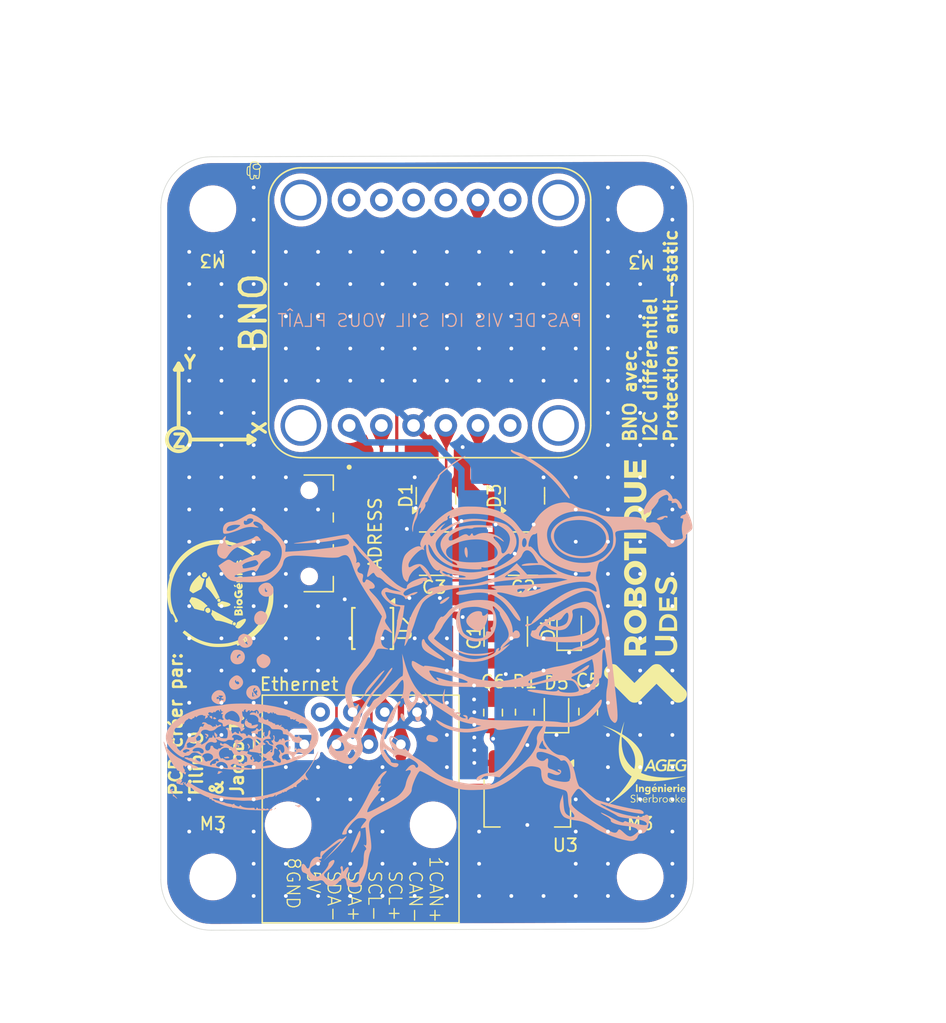
<source format=kicad_pcb>
(kicad_pcb (version 20240108) (generator "pcbnew") (generator_version "8.0")
  (layers (0 "F.Cu" signal) (31 "B.Cu" signal) (34 "B.Paste" user) (35 "F.Paste" user) (36 "B.SilkS" user "B.Silkscreen") (37 "F.SilkS" user "F.Silkscreen") (38 "B.Mask" user) (39 "F.Mask" user) (44 "Edge.Cuts" user))
  (net 0 "")
  (net 1 "GND")
  (net 2 "/3V3")
  (net 3 "/5V")
  (net 4 "Net-(SW1-B)")
  (net 5 "Net-(SW1-A)")
  (net 6 "/SCL")
  (net 7 "/SDA")
  (net 8 "Net-(D5-A)")
  (net 9 "/SCL+")
  (net 10 "/SDA-")
  (net 11 "/SCL-")
  (net 12 "/CAN+")
  (net 13 "/CAN-")
  (net 14 "/SDA+")
  (footprint "Capacitor_SMD:C_1812_4532Metric_Pad1.57x3.40mm_HandSolder" (layer "F.Cu") (at 146.3625 99 180)
    (property "Reference" "C2")
    (property "Value" "1n")
  )
  (footprint "Diode_SMD:D_0805_2012Metric" (layer "F.Cu") (at 150 104.9375 90)
    (property "Reference" "D4")
    (property "Value" "D_TVS_Filled")
  )
  (footprint "Capacitor_SMD:C_0805_2012Metric_Pad1.18x1.45mm_HandSolder" (layer "F.Cu") (at 151.5 111.4625 -90)
    (property "Reference" "C5")
    (property "Value" "4,7µF")
  )
  (footprint "Capacitor_SMD:C_0805_2012Metric_Pad1.18x1.45mm_HandSolder" (layer "F.Cu") (at 144 111.5375 90)
    (property "Reference" "C6")
    (property "Value" "4,7µF")
  )
  (footprint "LOGO" (layer "F.Cu") (at 156.034302 101.302514 90)
    (property "Reference" "G***" (hide yes))
    (property "Value" "LOGO" (hide yes))
  )
  (footprint "Button_Switch_SMD:SW_SPDT_CK_JS102011SAQN" (layer "F.Cu") (at 129.5 97.4 -90)
    (property "Reference" "ADRESS")
    (property "Value" "SW_SPDT")
  )
  (footprint "Connector_RJ:RJ45_Amphenol_54602-x08_Horizontal" (layer "F.Cu") (at 129.11 114.04)
    (property "Reference" "Ethernet")
    (property "Value" "RJ45")
  )
  (footprint "MountingHole:MountingHole_3.2mm_M3" (layer "F.Cu") (at 121.9 71.8)
    (property "Reference" "REF**" (hide yes))
    (property "Value" "MountingHole_3.2mm_M3")
  )
  (footprint "Package_TO_SOT_SMD:SOT-23" (layer "F.Cu") (at 146.5 94.4375 90)
    (property "Reference" "D3")
    (property "Value" "BAV99")
  )
  (footprint "Capacitor_SMD:C_1812_4532Metric_Pad1.57x3.40mm_HandSolder" (layer "F.Cu") (at 139.3625 99 180)
    (property "Reference" "C3")
    (property "Value" "1n")
  )
  (footprint "LOGO" (layer "F.Cu") (at 155.9 115.6)
    (property "Reference" "G***" (hide yes))
    (property "Value" "LOGO" (hide yes))
  )
  (footprint "MountingHole:MountingHole_3.2mm_M3" (layer "F.Cu") (at 155.6 124.5)
    (property "Reference" "M3")
    (property "Value" "MountingHole_3.2mm_M3")
  )
  (footprint "Package_SO:TSSOP-10_3x3mm_P0.5mm" (layer "F.Cu") (at 134.5 104.9 -90)
    (property "Reference" "U2")
    (property "Value" "PCA9615DPZ")
  )
  (footprint "Resistor_SMD:R_0805_2012Metric_Pad1.20x1.40mm_HandSolder" (layer "F.Cu") (at 146.5 111.5 90)
    (property "Reference" "R1")
    (property "Value" "330")
  )
  (footprint "Diode_SMD:D_0805_2012Metric" (layer "F.Cu") (at 149 111.4375 90)
    (property "Reference" "D5")
    (property "Value" "Green_power")
  )
  (footprint "Package_TO_SOT_SMD:SOT-23" (layer "F.Cu") (at 139.5 94.4375 90)
    (property "Reference" "D1")
    (property "Value" "BAV99")
  )
  (footprint "MountingHole:MountingHole_3.2mm_M3" (layer "F.Cu") (at 121.9 124.5)
    (property "Reference" "M3")
    (property "Value" "MountingHole_3.2mm_M3")
  )
  (footprint "Package_TO_SOT_SMD:SOT-223-3_TabPin2" (layer "F.Cu") (at 146.7 118.65 -90)
    (property "Reference" "U3")
    (property "Value" "AP7361C-33E")
  )
  (footprint "Capacitor_SMD:C_1812_4532Metric_Pad1.57x3.40mm_HandSolder" (layer "F.Cu") (at 145 105.1375 -90)
    (property "Reference" "C1")
    (property "Value" "4.7uF")
  )
  (footprint "Biogenius:MODULE_4754" (layer "F.Cu") (at 139 80)
    (property "Reference" "BNO")
    (property "Value" "4754")
  )
  (footprint "MountingHole:MountingHole_3.2mm_M3" (layer "F.Cu") (at 155.6 71.8)
    (property "Reference" "REF**" (hide yes))
    (property "Value" "MountingHole_3.2mm_M3")
  )
  (gr_poly (pts (xy 123.045212 115.009414) (xy 123.033154 115.010436) (xy 123.02129 115.012226) (xy 123.009709 115.014802) (xy 122.986899 115.020725) (xy 122.962662 115.026461) (xy 122.937806 115.031825) (xy 122.913135 115.036631) (xy 122.889457 115.040693) (xy 122.867577 115.043824) (xy 122.848302 115.04584) (xy 122.839893 115.046371) (xy 122.832437 115.046553) (xy 122.828787 115.046622) (xy 122.825278 115.046827) (xy 122.821912 115.047166) (xy 122.818692 115.047633) (xy 122.815618 115.048226) (xy 122.812694 115.048942) (xy 122.809922 115.049778) (xy 122.807302 115.050729) (xy 122.804837 115.051792) (xy 122.80253 115.052964) (xy 122.800381 115.054242) (xy 122.798393 115.055623) (xy 122.796568 115.057102) (xy 122.794907 115.058676) (xy 122.793414 115.060343) (xy 122.792088 115.062098) (xy 122.790934 115.063938) (xy 122.789952 115.065861) (xy 122.789144 115.067861) (xy 122.788512 115.069937) (xy 122.788059 115.072085) (xy 122.787786 115.074301) (xy 122.787696 115.076582) (xy 122.787789 115.078924) (xy 122.788068 115.081324) (xy 122.788536 115.08378) (xy 122.789193 115.086286) (xy 122.790042 115.088841) (xy 122.791085 115.09144) (xy 122.792324 115.09408) (xy 122.79376 115.096758) (xy 122.795396 115.09947) (xy 122.797386 115.1024) (xy 122.799872 115.105235) (xy 122.806279 115.110617) (xy 122.814499 115.115603) (xy 122.824417 115.120182) (xy 122.835916 115.124343) (xy 122.848881 115.128073) (xy 122.863194 115.131361) (xy 122.878739 115.134196) (xy 122.895401 115.136566) (xy 122.913063 115.13846) (xy 122.931608 115.139865) (xy 122.950921 115.14077) (xy 122.970885 115.141163) (xy 122.991384 115.141033) (xy 123.012301 115.140369) (xy 123.033521 115.139157) (xy 123.062247 115.137103) (xy 123.087957 115.134873) (xy 123.110737 115.132419) (xy 123.121055 115.131092) (xy 123.130673 115.12969) (xy 123.1396 115.128207) (xy 123.147849 115.126635) (xy 123.155429 115.12497) (xy 123.16235 115.123205) (xy 123.168625 115.121333) (xy 123.174263 115.119348) (xy 123.179275 115.117244) (xy 123.183672 115.115014) (xy 123.187464 115.112653) (xy 123.190662 115.110153) (xy 123.193277 115.10751) (xy 123.19532 115.104715) (xy 123.1968 115.101764) (xy 123.197729 115.098649) (xy 123.198118 115.095365) (xy 123.197976 115.091905) (xy 123.197315 115.088262) (xy 123.196145 115.084432) (xy 123.194478 115.080406) (xy 123.192323 115.07618) (xy 123.189691 115.071746) (xy 123.186593 115.067098) (xy 123.18304 115.062231) (xy 123.179042 115.057138) (xy 123.172576 115.049947) (xy 123.165146 115.043272) (xy 123.15684 115.037133) (xy 123.147746 115.031547) (xy 123.137956 115.026535) (xy 123.127556 115.022116) (xy 123.116638 115.018309) (xy 123.105289 115.015134) (xy 123.093599 115.01261) (xy 123.081658 115.010757) (xy 123.069553 115.009593) (xy 123.057375 115.009139)) (fill solid) (layer "B.SilkS"))
  (gr_poly (pts (xy 141.06292 106.592768) (xy 141.055977 106.595354) (xy 141.052901 106.599561) (xy 141.053714 106.605384) (xy 141.058437 106.612819) (xy 141.067096 106.621862) (xy 141.079714 106.632507) (xy 141.116915 106.658586) (xy 141.170225 106.69102) (xy 141.239831 106.729773) (xy 141.325914 106.774807) (xy 141.428662 106.826086) (xy 141.551455 106.877362) (xy 141.68681 106.922374) (xy 141.832807 106.961069) (xy 141.987523 106.993389) (xy 142.149038 107.019281) (xy 142.31543 107.038688) (xy 142.484778 107.051556) (xy 142.65516 107.057828) (xy 142.824656 107.057449) (xy 142.991343 107.050364) (xy 143.153302 107.036518) (xy 143.30861 107.015855) (xy 143.455345 106.988318) (xy 143.591587 106.953854) (xy 143.715414 106.912408) (xy 143.824905 106.863922) (xy 143.929002 106.813549) (xy 144.005018 106.775442) (xy 144.032588 106.760758) (xy 144.053248 106.748864) (xy 144.067036 106.739666) (xy 144.071365 106.73605) (xy 144.073989 106.733074) (xy 144.074914 106.730726) (xy 144.074143 106.728994) (xy 144.071682 106.727868) (xy 144.067535 106.727335) (xy 144.054203 106.728003) (xy 144.034183 106.730906) (xy 144.007512 106.735953) (xy 143.974228 106.74305) (xy 143.887966 106.763027) (xy 143.741664 106.796285) (xy 143.591908 106.825126) (xy 143.439676 106.84957) (xy 143.285948 106.869636) (xy 143.131703 106.885343) (xy 142.97792 106.896708) (xy 142.825577 106.90375) (xy 142.675655 106.906487) (xy 142.529132 106.904938) (xy 142.386987 106.899122) (xy 142.2502 106.889056) (xy 142.11975 106.87476) (xy 141.996615 106.856252) (xy 141.881776 106.83355) (xy 141.776211 106.806674) (xy 141.680898 106.775639) (xy 141.553087 106.729374) (xy 141.439353 106.689869) (xy 141.339881 106.65709) (xy 141.254856 106.630998) (xy 141.184463 106.611557) (xy 141.128886 106.598729) (xy 141.08831 106.592479) (xy 141.073706 106.591808)) (fill solid) (layer "B.SilkS"))
  (gr_poly (pts (xy 130.205014 114.587922) (xy 130.194468 114.601062) (xy 130.178713 114.62589) (xy 130.157726 114.662458) (xy 130.099962 114.771015) (xy 130.02099 114.927134) (xy 129.920624 115.13122) (xy 129.721368 115.503497) (xy 129.500701 115.852333) (xy 129.258734 116.177667) (xy 128.995575 116.479437) (xy 128.711331 116.75758) (xy 128.406112 117.012035) (xy 128.080026 117.242739) (xy 127.733181 117.449631) (xy 127.365687 117.632649) (xy 126.977651 117.79173) (xy 126.569183 117.926812) (xy 126.14039 118.037834) (xy 125.691381 118.124733) (xy 125.222265 118.187447) (xy 124.73315 118.225915) (xy 124.224145 118.240075) (xy 123.932216 118.237731) (xy 123.648476 118.227652) (xy 123.372495 118.209728) (xy 123.103842 118.183851) (xy 122.842089 118.149912) (xy 122.586804 118.107804) (xy 122.337558 118.057417) (xy 122.09392 117.998643) (xy 121.855459 117.931373) (xy 121.621747 117.855499) (xy 121.392352 117.770912) (xy 121.166845 117.677505) (xy 120.944794 117.575167) (xy 120.725771 117.463791) (xy 120.509344 117.343269) (xy 120.295084 117.213492) (xy 119.956416 116.996532) (xy 119.853228 117.115596) (xy 119.752688 117.232011) (xy 119.752688 117.112948) (xy 119.752524 117.095145) (xy 119.751995 117.079411) (xy 119.751048 117.065708) (xy 119.750401 117.059605) (xy 119.749628 117.053997) (xy 119.748724 117.048876) (xy 119.747681 117.044239) (xy 119.746493 117.04008) (xy 119.745153 117.036396) (xy 119.743654 117.03318) (xy 119.741989 117.030429) (xy 119.740152 117.028136) (xy 119.738135 117.026298) (xy 119.735933 117.02491) (xy 119.733537 117.023967) (xy 119.730943 117.023463) (xy 119.728141 117.023394) (xy 119.725127 117.023756) (xy 119.721892 117.024543) (xy 119.718431 117.02575) (xy 119.714736 117.027374) (xy 119.710801 117.029408) (xy 119.706619 117.031848) (xy 119.702183 117.034689) (xy 119.697487 117.037926) (xy 119.687285 117.04557) (xy 119.675958 117.054741) (xy 119.664528 117.064943) (xy 119.655086 117.074838) (xy 119.651132 117.079731) (xy 119.647698 117.084617) (xy 119.644796 117.089523) (xy 119.642431 117.09447) (xy 119.640612 117.099483) (xy 119.639349 117.104586) (xy 119.638648 117.109803) (xy 119.638519 117.115156) (xy 119.638969 117.12067) (xy 119.640006 117.126369) (xy 119.64164 117.132276) (xy 119.643878 117.138415) (xy 119.646728 117.14481) (xy 119.650198 117.151485) (xy 119.654298 117.158463) (xy 119.659034 117.165768) (xy 119.670451 117.181453) (xy 119.684516 117.198732) (xy 119.701293 117.217793) (xy 119.72085 117.238828) (xy 119.743251 117.262024) (xy 119.768563 117.287574) (xy 119.794985 117.313291) (xy 119.818839 117.335928) (xy 119.840343 117.355564) (xy 119.850283 117.364283) (xy 119.85972 117.372282) (xy 119.868679 117.379572) (xy 119.877189 117.386163) (xy 119.885278 117.392065) (xy 119.892973 117.397289) (xy 119.900302 117.401843) (xy 119.907292 117.40574) (xy 119.913971 117.408988) (xy 119.920367 117.411598) (xy 119.926507 117.41358) (xy 119.932419 117.414944) (xy 119.93813 117.415701) (xy 119.943668 117.415861) (xy 119.949061 117.415433) (xy 119.954336 117.414429) (xy 119.959521 117.412857) (xy 119.964644 117.410729) (xy 119.969731 117.408055) (xy 119.974812 117.404844) (xy 119.979912 117.401107) (xy 119.985061 117.396854) (xy 119.990286 117.392095) (xy 119.995613 117.386841) (xy 120.001071 117.381102) (xy 120.006688 117.374887) (xy 120.013848 117.366918) (xy 120.020439 117.35988) (xy 120.026448 117.353771) (xy 120.031865 117.348593) (xy 120.034347 117.346353) (xy 120.036676 117.344345) (xy 120.038852 117.34257) (xy 120.040872 117.341028) (xy 120.042735 117.339718) (xy 120.044439 117.33864) (xy 120.045984 117.337795) (xy 120.047367 117.337183) (xy 120.048588 117.336803) (xy 120.049644 117.336656) (xy 120.050535 117.336741) (xy 120.050918 117.336871) (xy 120.051259 117.337059) (xy 120.051557 117.337305) (xy 120.051814 117.337609) (xy 120.052199 117.338392) (xy 120.052412 117.339408) (xy 120.052452 117.340656) (xy 120.052318 117.342137) (xy 120.052008 117.34385) (xy 120.051521 117.345796) (xy 120.050855 117.347974) (xy 120.050009 117.350385) (xy 120.048981 117.353028) (xy 120.047771 117.355904) (xy 120.046375 117.359012) (xy 120.044568 117.362732) (xy 120.043114 117.366449) (xy 120.042009 117.370157) (xy 120.041249 117.373854) (xy 120.040829 117.377535) (xy 120.040747 117.381197) (xy 120.040999 117.384836) (xy 120.041579 117.388447) (xy 120.042486 117.392028) (xy 120.043714 117.395573) (xy 120.045259 117.39908) (xy 120.047119 117.402544) (xy 120.049289 117.405962) (xy 120.051765 117.409329) (xy 120.054543 117.412642) (xy 120.05762 117.415897) (xy 120.060991 117.41909) (xy 120.064653 117.422217) (xy 120.072834 117.428258) (xy 120.08213 117.433989) (xy 120.092512 117.439379) (xy 120.103948 117.444396) (xy 120.116407 117.449011) (xy 120.129859 117.453191) (xy 120.144271 117.456906) (xy 120.157652 117.460712) (xy 120.170952 117.465149) (xy 120.184088 117.470167) (xy 120.196981 117.475717) (xy 120.209548 117.481747) (xy 120.221708 117.488207) (xy 120.23338 117.495047) (xy 120.244482 117.502216) (xy 120.254932 117.509665) (xy 120.264651 117.517342) (xy 120.273555 117.525198) (xy 120.277677 117.529177) (xy 120.281564 117.533181) (xy 120.285208 117.537205) (xy 120.288597 117.541242) (xy 120.291721 117.545286) (xy 120.294571 117.549331) (xy 120.297136 117.553369) (xy 120.299406 117.557396) (xy 120.301371 117.561404) (xy 120.30302 117.565387) (xy 120.304608 117.569091) (xy 120.30639 117.572759) (xy 120.310503 117.579965) (xy 120.315299 117.586961) (xy 120.320715 117.593706) (xy 120.326688 117.600155) (xy 120.333158 117.606268) (xy 120.340062 117.612001) (xy 120.347339 117.617311) (xy 120.354925 117.622156) (xy 120.362759 117.626494) (xy 120.370779 117.630281) (xy 120.378923 117.633475) (xy 120.387129 117.636034) (xy 120.395336 117.637914) (xy 120.40348 117.639073) (xy 120.407509 117.639369) (xy 120.4115 117.639469) (xy 120.415693 117.639539) (xy 120.419834 117.639744) (xy 120.423917 117.640082) (xy 120.427938 117.640549) (xy 120.431892 117.641143) (xy 120.435772 117.641859) (xy 120.439574 117.642694) (xy 120.443292 117.643645) (xy 120.44692 117.644708) (xy 120.450455 117.645881) (xy 120.453889 117.647159) (xy 120.457218 117.648539) (xy 120.460437 117.650018) (xy 120.46354 117.651593) (xy 120.466522 117.653259) (xy 120.469378 117.655014) (xy 120.472102 117.656855) (xy 120.474688 117.658777) (xy 120.477132 117.660778) (xy 120.479429 117.662854) (xy 120.481572 117.665001) (xy 120.483557 117.667217) (xy 120.485378 117.669498) (xy 120.48703 117.671841) (xy 120.488508 117.674241) (xy 120.489806 117.676696) (xy 120.490919 117.679203) (xy 120.491841 117.681757) (xy 120.492568 117.684356) (xy 120.493094 117.686996) (xy 120.493413 117.689674) (xy 120.493521 117.692387) (xy 120.493621 117.695099) (xy 120.493917 117.697777) (xy 120.494404 117.700417) (xy 120.495076 117.703017) (xy 120.495929 117.705571) (xy 120.496957 117.708078) (xy 120.498154 117.710533) (xy 120.499515 117.712933) (xy 120.501036 117.715275) (xy 120.502709 117.717556) (xy 120.504532 117.719772) (xy 120.506497 117.72192) (xy 120.510834 117.725996) (xy 120.515679 117.729759) (xy 120.52099 117.73318) (xy 120.526723 117.736234) (xy 120.532835 117.738892) (xy 120.539285 117.741128) (xy 120.54603 117.742914) (xy 120.553026 117.744223) (xy 120.560232 117.745029) (xy 120.567604 117.745303) (xy 120.571572 117.745357) (xy 120.575533 117.745516) (xy 120.579482 117.745778) (xy 120.583412 117.74614) (xy 120.59119 117.747152) (xy 120.598817 117.748528) (xy 120.606242 117.750245) (xy 120.613415 117.75228) (xy 120.620286 117.754609) (xy 120.626805 117.75721) (xy 120.63292 117.760058) (xy 120.635811 117.761568) (xy 120.638582 117.763132) (xy 120.641227 117.764746) (xy 120.64374 117.766407) (xy 120.646114 117.768113) (xy 120.648344 117.76986) (xy 120.650422 117.771646) (xy 120.652343 117.773469) (xy 120.6541 117.775324) (xy 120.655687 117.777209) (xy 120.657098 117.779121) (xy 120.658326 117.781057) (xy 120.659365 117.783015) (xy 120.660209 117.784991) (xy 120.664983 117.791208) (xy 120.674155 117.799345) (xy 120.704557 117.820823) (xy 120.749145 117.848301) (xy 120.805646 117.880654) (xy 120.945307 117.955492) (xy 121.10537 118.036345) (xy 121.267665 118.114222) (xy 121.414022 118.18013) (xy 121.475547 118.205786) (xy 121.526274 118.225078) (xy 121.563932 118.236882) (xy 121.58625 118.240075) (xy 121.58942 118.239919) (xy 121.592479 118.239945) (xy 121.595427 118.24015) (xy 121.598259 118.240529) (xy 121.600976 118.241078) (xy 121.603574 118.241795) (xy 121.606053 118.242674) (xy 121.608409 118.243712) (xy 121.610641 118.244905) (xy 121.612747 118.246249) (xy 121.614725 118.247741) (xy 121.616574 118.249375) (xy 121.61829 118.25115) (xy 121.619873 118.25306) (xy 121.62132 118.255102) (xy 121.62263 118.257272) (xy 121.6238 118.259566) (xy 121.624829 118.26198) (xy 121.625714 118.26451) (xy 121.626454 118.267152) (xy 121.627047 118.269904) (xy 121.62749 118.272759) (xy 121.627782 118.275716) (xy 121.627922 118.278769) (xy 121.627906 118.281916) (xy 121.627733 118.285151) (xy 121.627401 118.288472) (xy 121.626909 118.291874) (xy 121.626254 118.295354) (xy 121.625434 118.298907) (xy 121.624447 118.30253) (xy 121.623292 118.306219) (xy 121.620318 118.314777) (xy 121.618352 118.322591) (xy 121.617751 118.326218) (xy 121.617408 118.32966) (xy 121.617326 118.332916) (xy 121.617504 118.335985) (xy 121.617946 118.338869) (xy 121.618654 118.341567) (xy 121.619629 118.344078) (xy 121.620873 118.346404) (xy 121.622389 118.348543) (xy 121.624178 118.350496) (xy 121.626242 118.352264) (xy 121.628583 118.353845) (xy 121.631204 118.35524) (xy 121.634105 118.35645) (xy 121.637289 118.357473) (xy 121.640759 118.35831) (xy 121.644515 118.358961) (xy 121.648559 118.359426) (xy 121.657523 118.359798) (xy 121.667664 118.359426) (xy 121.678999 118.35831) (xy 121.691544 118.35645) (xy 121.705313 118.353845) (xy 121.711196 118.35293) (xy 121.716935 118.352169) (xy 121.722527 118.351562) (xy 121.727968 118.351106) (xy 121.733254 118.350802) (xy 121.73838 118.350648) (xy 121.743345 118.350642) (xy 121.748142 118.350786) (xy 121.752769 118.351076) (xy 121.757222 118.351513) (xy 121.761496 118.352095) (xy 121.765588 118.352822) (xy 121.769494 118.353692) (xy 121.77321 118.354704) (xy 121.776733 118.355858) (xy 121.780057 118.357152) (xy 121.783181 118.358586) (xy 121.786098 118.360158) (xy 121.788807 118.361868) (xy 121.791302 118.363715) (xy 121.79358 118.365697) (xy 121.795638 118.367814) (xy 121.797471 118.370065) (xy 121.799075 118.372448) (xy 121.800446 118.374963) (xy 121.801581 118.377609) (xy 121.802475 118.380385) (xy 121.803126 118.383289) (xy 121.803529 118.386322) (xy 121.803679 118.389481) (xy 121.803574 118.392766) (xy 121.803209 118.396177) (xy 121.802627 118.399401) (xy 121.802363 118.402621) (xy 121.802411 118.405832) (xy 121.802764 118.409029) (xy 121.803416 118.41221) (xy 121.80436 118.415369) (xy 121.805588 118.418501) (xy 121.807095 118.421603) (xy 121.808872 118.42467) (xy 121.810915 118.427698) (xy 121.815766 118.433618) (xy 121.821594 118.439329) (xy 121.828344 118.444795) (xy 121.835962 118.449983) (xy 121.844394 118.454857) (xy 121.853586 118.459382) (xy 121.863484 118.463523) (xy 121.874032 118.467245) (xy 121.885178 118.470514) (xy 121.896866 118.473295) (xy 121.909042 118.475553) (xy 121.921279 118.477719) (xy 121.933149 118.48023) (xy 121.944592 118.483058) (xy 121.955551 118.486178) (xy 121.965967 118.489561) (xy 121.970953 118.491343) (xy 121.975782 118.49318) (xy 121.980446 118.49507) (xy 121.984938 118.497009) (xy 121.989252 118.498993) (xy 121.993378 118.50102) (xy 121.997311 118.503085) (xy 122.001042 118.505185) (xy 122.004566 118.507318) (xy 122.007873 118.509479) (xy 122.010958 118.511665) (xy 122.013813 118.513874) (xy 122.01643 118.5161) (xy 122.018803 118.518342) (xy 122.020924 118.520595) (xy 122.022785 118.522856) (xy 122.024381 118.525123) (xy 122.025702 118.52739) (xy 122.026742 118.529656) (xy 122.027495 118.531917) (xy 122.027951 118.534168) (xy 122.028105 118.536408) (xy 122.028228 118.538663) (xy 122.028593 118.54096) (xy 122.029193 118.543294) (xy 122.030022 118.545663) (xy 122.032343 118.550482) (xy 122.035505 118.555383) (xy 122.039457 118.56033) (xy 122.04415 118.565289) (xy 122.049533 118.570224) (xy 122.055555 118.575102) (xy 122.062166 118.579887) (xy 122.069316 118.584543) (xy 122.076955 118.589037) (xy 122.085031 118.593333) (xy 122.093495 118.597397) (xy 122.102296 118.601194) (xy 122.111384 118.604688) (xy 122.120708 118.607844) (xy 122.179164 118.627936) (xy 122.270859 118.661422) (xy 122.38339 118.703838) (xy 122.504354 118.750719) (xy 122.575345 118.777634) (xy 122.647002 118.803693) (xy 122.789773 118.852543) (xy 122.927584 118.895874) (xy 123.055349 118.93229) (xy 123.113875 118.94747) (xy 123.167983 118.960398) (xy 123.217037 118.970899) (xy 123.260401 118.9788) (xy 123.29744 118.983925) (xy 123.327519 118.986102) (xy 123.35 118.985154) (xy 123.358194 118.983454) (xy 123.36425 118.980908) (xy 123.366226 118.979737) (xy 123.368184 118.978705) (xy 123.37012 118.977809) (xy 123.372033 118.977048) (xy 123.373918 118.97642) (xy 123.375773 118.975926) (xy 123.377595 118.975561) (xy 123.379381 118.975327) (xy 123.381128 118.97522) (xy 123.382834 118.975239) (xy 123.384495 118.975384) (xy 123.386109 118.975652) (xy 123.387673 118.976042) (xy 123.389183 118.976553) (xy 123.390637 118.977183) (xy 123.392031 118.97793) (xy 123.393364 118.978794) (xy 123.394632 118.979773) (xy 123.395832 118.980865) (xy 123.396961 118.982069) (xy 123.398017 118.983384) (xy 123.398996 118.984807) (xy 123.399896 118.986338) (xy 123.400713 118.987975) (xy 123.401445 118.989717) (xy 123.402089 118.991562) (xy 123.402642 118.993509) (xy 123.403101 118.995556) (xy 123.403462 118.997702) (xy 123.403725 118.999946) (xy 123.403884 119.002285) (xy 123.403938 119.004719) (xy 123.404091 119.007183) (xy 123.404548 119.009613) (xy 123.4053 119.012005) (xy 123.406341 119.014357) (xy 123.407662 119.016663) (xy 123.409257 119.018922) (xy 123.41324 119.023281) (xy 123.41823 119.027409) (xy 123.424169 119.031276) (xy 123.431 119.034857) (xy 123.438664 119.038124) (xy 123.447104 119.041049) (xy 123.45626 119.043607) (xy 123.466076 119.045769) (xy 123.476492 119.047508) (xy 123.48745 119.048798) (xy 123.498893 119.049611) (xy 123.510763 119.04992) (xy 123.523 119.049699) (xy 123.554668 119.051027) (xy 123.598737 119.054866) (xy 123.653225 119.061) (xy 123.716146 119.069212) (xy 123.785516 119.079284) (xy 123.859352 119.090999) (xy 123.935668 119.10414) (xy 124.01248 119.118491) (xy 124.166831 119.147166) (xy 124.308688 119.170291) (xy 124.450359 119.188765) (xy 124.604153 119.203488) (xy 124.782379 119.215358) (xy 124.997348 119.225275) (xy 125.586749 119.242845) (xy 125.686485 119.245508) (xy 125.777538 119.247532) (xy 125.860221 119.248897) (xy 125.934841 119.249584) (xy 126.001711 119.249573) (xy 126.061139 119.248845) (xy 126.113435 119.247381) (xy 126.158911 119.24516) (xy 126.197875 119.242165) (xy 126.215012 119.240371) (xy 126.230638 119.238375) (xy 126.244791 119.236177) (xy 126.257509 119.233772) (xy 126.268833 119.231159) (xy 126.2788 119.228335) (xy 126.287449 119.225298) (xy 126.29482 119.222046) (xy 126.30095 119.218575) (xy 126.305879 119.214884) (xy 126.309645 119.21097) (xy 126.312286 119.206831) (xy 126.313843 119.202464) (xy 126.314353 119.197867) (xy 126.313935 119.190018) (xy 126.312709 119.182356) (xy 126.310722 119.174898) (xy 126.308018 119.167662) (xy 126.304644 119.160664) (xy 126.300645 119.153922) (xy 126.296067 119.147451) (xy 126.290955 119.141271) (xy 126.285354 119.135396) (xy 126.27931 119.129844) (xy 126.27287 119.124632) (xy 126.266077 119.119778) (xy 126.258979 119.115297) (xy 126.25162 119.111208) (xy 126.244045 119.107526) (xy 126.236301 119.104269) (xy 126.228434 119.101454) (xy 126.220487 119.099098) (xy 126.212508 119.097218) (xy 126.204541 119.09583) (xy 126.196633 119.094952) (xy 126.188828 119.094601) (xy 126.181172 119.094793) (xy 126.173711 119.095546) (xy 126.16649 119.096876) (xy 126.159556 119.0988) (xy 126.152952 119.101336) (xy 126.146725 119.104501) (xy 126.140922 119.10831) (xy 126.135585 119.112782) (xy 126.130763 119.117933) (xy 126.126499 119.123781) (xy 126.124935 119.12644) (xy 126.123221 119.128959) (xy 126.121365 119.131337) (xy 126.119373 119.133574) (xy 126.117251 119.13567) (xy 126.115006 119.137624) (xy 126.112643 119.139436) (xy 126.110169 119.141104) (xy 126.107591 119.142629) (xy 126.104915 119.144011) (xy 126.102146 119.145247) (xy 126.099291 119.146339) (xy 126.096358 119.147286) (xy 126.093351 119.148087) (xy 126.090277 119.148741) (xy 126.087142 119.149249) (xy 126.080717 119.149822) (xy 126.074125 119.149802) (xy 126.067417 119.149185) (xy 126.060643 119.147967) (xy 126.053853 119.146144) (xy 126.047098 119.143713) (xy 126.040429 119.14067) (xy 126.037142 119.138917) (xy 126.033895 119.13701) (xy 126.017627 119.127708) (xy 126.000615 119.119642) (xy 125.982921 119.112809) (xy 125.964607 119.107204) (xy 125.945735 119.102824) (xy 125.926367 119.099665) (xy 125.906565 119.097722) (xy 125.88639 119.096993) (xy 125.865906 119.097473) (xy 125.845173 119.099159) (xy 125.824254 119.102046) (xy 125.803212 119.10613) (xy 125.782107 119.111408) (xy 125.761002 119.117876) (xy 125.73996 119.12553) (xy 125.719041 119.134366) (xy 125.713414 119.136986) (xy 125.707942 119.139389) (xy 125.702628 119.141575) (xy 125.697471 119.143544) (xy 125.692474 119.145295) (xy 125.687636 119.14683) (xy 125.682959 119.148148) (xy 125.678444 119.149248) (xy 125.674092 119.150132) (xy 125.669903 119.150798) (xy 125.665879 119.151248) (xy 125.662021 119.15148) (xy 125.65833 119.151496) (xy 125.654806 119.151294) (xy 125.651451 119.150876) (xy 125.648265 119.15024) (xy 125.64525 119.149387) (xy 125.642406 119.148318) (xy 125.639735 119.147031) (xy 125.637237 119.145527) (xy 125.634914 119.143806) (xy 125.632766 119.141868) (xy 125.630794 119.139714) (xy 125.629 119.137342) (xy 125.627384 119.134753) (xy 125.625947 119.131947) (xy 125.624691 119.128924) (xy 125.623615 119.125684) (xy 125.622722 119.122227) (xy 125.622012 119.118553) (xy 125.621486 119.114662) (xy 125.621145 119.110554) (xy 125.620614 119.100787) (xy 125.619998 119.092322) (xy 125.619273 119.085159) (xy 125.618417 119.079299) (xy 125.617932 119.076857) (xy 125.617405 119.074741) (xy 125.616834 119.072951) (xy 125.616215 119.071486) (xy 125.615546 119.070346) (xy 125.614824 119.069532) (xy 125.614045 119.069044) (xy 125.613208 119.068881) (xy 125.612308 119.069044) (xy 125.611343 119.069532) (xy 125.610311 119.070346) (xy 125.609208 119.071486) (xy 125.608031 119.072951) (xy 125.606778 119.074741) (xy 125.60403 119.079299) (xy 125.600941 119.085159) (xy 125.597488 119.092322) (xy 125.593647 119.100787) (xy 125.589395 119.110554) (xy 125.585353 119.120258) (xy 125.583263 119.124574) (xy 125.581116 119.128532) (xy 125.578904 119.132132) (xy 125.576617 119.135372) (xy 125.574246 119.138253) (xy 125.571784 119.140774) (xy 125.569221 119.142935) (xy 125.566548 119.144735) (xy 125.563757 119.146173) (xy 125.560839 119.14725) (xy 125.557785 119.147964) (xy 125.554587 119.148315) (xy 125.551236 119.148303) (xy 125.547723 119.147926) (xy 125.54404 119.147186) (xy 125.540177 119.146081) (xy 125.536127 119.144611) (xy 125.531879 119.142774) (xy 125.527427 119.140572) (xy 125.52276 119.138003) (xy 125.512749 119.131762) (xy 125.501777 119.124048) (xy 125.489773 119.114858) (xy 125.47667 119.104188) (xy 125.462395 119.092032) (xy 125.446434 119.077149) (xy 125.432185 119.064241) (xy 125.419502 119.053303) (xy 125.413702 119.048569) (xy 125.408238 119.044325) (xy 125.403092 119.04057) (xy 125.398245 119.037301) (xy 125.393679 119.034519) (xy 125.389376 119.032223) (xy 125.385317 119.030411) (xy 125.381484 119.029082) (xy 125.377858 119.028236) (xy 125.374421 119.027872) (xy 125.371155 119.027988) (xy 125.36804 119.028583) (xy 125.36506 119.029658) (xy 125.362194 119.03121) (xy 125.359426 119.033239) (xy 125.356736 119.035743) (xy 125.354106 119.038722) (xy 125.351518 119.042176) (xy 125.348953 119.046102) (xy 125.346393 119.050499) (xy 125.343819 119.055368) (xy 125.341214 119.060706) (xy 125.335833 119.07279) (xy 125.330103 119.086741) (xy 125.326247 119.096383) (xy 125.322137 119.105464) (xy 125.317797 119.113982) (xy 125.313252 119.121932) (xy 125.308527 119.129313) (xy 125.303646 119.136121) (xy 125.298634 119.142354) (xy 125.293517 119.148008) (xy 125.288318 119.153081) (xy 125.283062 119.157569) (xy 125.277774 119.161471) (xy 125.272479 119.164782) (xy 125.267202 119.1675) (xy 125.261966 119.169623) (xy 125.256798 119.171146) (xy 125.251721 119.172068) (xy 125.24676 119.172386) (xy 125.24194 119.172096) (xy 125.237286 119.171195) (xy 125.232823 119.169681) (xy 125.228574 119.167551) (xy 125.224566 119.164802) (xy 125.220821 119.16143) (xy 125.217366 119.157434) (xy 125.214225 119.15281) (xy 125.211423 119.147555) (xy 125.208984 119.141666) (xy 125.206933 119.135141) (xy 125.205295 119.127976) (xy 125.204094 119.120169) (xy 125.203355 119.111717) (xy 125.203104 119.102616) (xy 125.20238 119.093156) (xy 125.200168 119.084606) (xy 125.198485 119.080667) (xy 125.196406 119.076949) (xy 125.193925 119.073448) (xy 125.191032 119.070163) (xy 125.183983 119.064229) (xy 125.175198 119.05913) (xy 125.164615 119.054844) (xy 125.152171 119.051352) (xy 125.137805 119.048636) (xy 125.121455 119.046675) (xy 125.103058 119.045451) (xy 125.082553 119.044944) (xy 125.059877 119.045135) (xy 125.034969 119.046004) (xy 125.007767 119.047531) (xy 124.978208 119.049699) (xy 124.913765 119.054083) (xy 124.848748 119.056375) (xy 124.783638 119.056652) (xy 124.718916 119.054991) (xy 124.655062 119.051469) (xy 124.592557 119.046165) (xy 124.531881 119.039155) (xy 124.473515 119.030517) (xy 124.417939 119.020329) (xy 124.365635 119.008668) (xy 124.317082 118.995612) (xy 124.272762 118.981238) (xy 124.233155 118.965624) (xy 124.198741 118.948847) (xy 124.183632 118.940047) (xy 124.170001 118.930985) (xy 124.157909 118.921671) (xy 124.147416 118.912115) (xy 124.133632 118.898594) (xy 124.127174 118.89248) (xy 124.120989 118.886794) (xy 124.115063 118.881534) (xy 124.109384 118.876699) (xy 124.103939 118.872286) (xy 124.098717 118.868294) (xy 124.093703 118.86472) (xy 124.088886 118.861563) (xy 124.084254 118.858821) (xy 124.079793 118.856491) (xy 124.07549 118.854572) (xy 124.071335 118.853062) (xy 124.067312 118.851959) (xy 124.063411 118.851261) (xy 124.059619 118.850967) (xy 124.055922 118.851073) (xy 124.052309 118.851578) (xy 124.048766 118.852481) (xy 124.045282 118.853779) (xy 124.041843 118.855471) (xy 124.038437 118.857553) (xy 124.035051 118.860026) (xy 124.031673 118.862886) (xy 124.028291 118.866132) (xy 124.02489 118.869761) (xy 124.02146 118.873772) (xy 124.017987 118.878163) (xy 124.014459 118.882933) (xy 124.010864 118.888077) (xy 124.007187 118.893597) (xy 123.999743 118.904756) (xy 123.99216 118.914417) (xy 123.984235 118.922565) (xy 123.975768 118.92919) (xy 123.971268 118.931928) (xy 123.966557 118.934281) (xy 123.961609 118.936247) (xy 123.9564 118.937825) (xy 123.950904 118.939014) (xy 123.945096 118.939812) (xy 123.932443 118.940228) (xy 123.918239 118.939063) (xy 123.902284 118.936306) (xy 123.884376 118.931943) (xy 123.864312 118.925965) (xy 123.841893 118.918359) (xy 123.816915 118.909113) (xy 123.789177 118.898216) (xy 123.758479 118.885657) (xy 123.737219 118.876146) (xy 123.717138 118.866495) (xy 123.698297 118.856752) (xy 123.680758 118.846962) (xy 123.664583 118.837172) (xy 123.657027 118.832292) (xy 123.649835 118.827428) (xy 123.643015 118.822589) (xy 123.636575 118.817778) (xy 123.630522 118.813002) (xy 123.624865 118.808267) (xy 123.61961 118.803578) (xy 123.614767 118.798942) (xy 123.610342 118.794363) (xy 123.606344 118.789849) (xy 123.602779 118.785405) (xy 123.599657 118.781036) (xy 123.596984 118.776748) (xy 123.594768 118.772548) (xy 123.593018 118.76844) (xy 123.59174 118.764432) (xy 123.590943 118.760528) (xy 123.590634 118.756735) (xy 123.590821 118.753057) (xy 123.591512 118.749502) (xy 123.592715 118.746075) (xy 123.594437 118.742782) (xy 123.598373 118.735806) (xy 123.601243 118.72976) (xy 123.603036 118.724644) (xy 123.603524 118.722435) (xy 123.603739 118.720458) (xy 123.603679 118.718714) (xy 123.603342 118.717203) (xy 123.602727 118.715924) (xy 123.601833 118.714878) (xy 123.600657 118.714064) (xy 123.599199 118.713482) (xy 123.597457 118.713134) (xy 123.59543 118.713017) (xy 123.593116 118.713134) (xy 123.590513 118.713482) (xy 123.584438 118.714878) (xy 123.577193 118.717203) (xy 123.568765 118.720458) (xy 123.559143 118.724644) (xy 123.548316 118.72976) (xy 123.536273 118.735806) (xy 123.523 118.742782) (xy 123.512097 118.748516) (xy 123.501255 118.753804) (xy 123.490537 118.758636) (xy 123.480005 118.762998) (xy 123.469722 118.766879) (xy 123.459748 118.770269) (xy 123.450147 118.773154) (xy 123.440979 118.775524) (xy 123.432308 118.777367) (xy 123.424195 118.778671) (xy 123.416702 118.779425) (xy 123.409891 118.779617) (xy 123.40676 118.779499) (xy 123.403824 118.779235) (xy 123.401089 118.778826) (xy 123.398563 118.778268) (xy 123.396255 118.777562) (xy 123.394171 118.776705) (xy 123.392319 118.775695) (xy 123.390708 118.774532) (xy 123.387439 118.771497) (xy 123.382657 118.768357) (xy 123.376465 118.765131) (xy 123.368963 118.76184) (xy 123.360252 118.758502) (xy 123.350432 118.755138) (xy 123.32787 118.748404) (xy 123.302084 118.741795) (xy 123.273878 118.735464) (xy 123.244061 118.729568) (xy 123.213438 118.72426) (xy 123.120684 118.709533) (xy 123.080987 118.702925) (xy 123.045386 118.696728) (xy 123.013615 118.690872) (xy 122.985405 118.685287) (xy 122.96049 118.679904) (xy 122.938602 118.674652) (xy 122.919473 118.669463) (xy 122.902837 118.664265) (xy 122.895369 118.661642) (xy 122.888425 118.658991) (xy 122.881969 118.656302) (xy 122.87597 118.653568) (xy 122.870393 118.65078) (xy 122.865205 118.647929) (xy 122.860373 118.645006) (xy 122.855862 118.642003) (xy 122.851641 118.638911) (xy 122.847675 118.63572) (xy 122.84393 118.632424) (xy 122.840375 118.629011) (xy 122.836175 118.625107) (xy 122.830587 118.621342) (xy 122.823713 118.617733) (xy 122.815653 118.614294) (xy 122.806508 118.611041) (xy 122.796378 118.607989) (xy 122.785364 118.605155) (xy 122.773568 118.602553) (xy 122.761089 118.600199) (xy 122.748029 118.598108) (xy 122.734489 118.596297) (xy 122.720569 118.59478) (xy 122.706369 118.593574) (xy 122.691992 118.592693) (xy 122.677536 118.592153) (xy 122.663104 118.591969) (xy 122.648672 118.591756) (xy 122.634212 118.591132) (xy 122.619822 118.59012) (xy 122.605599 118.588744) (xy 122.591639 118.587028) (xy 122.57804 118.584993) (xy 122.564898 118.582663) (xy 122.55231 118.580063) (xy 122.540373 118.577214) (xy 122.529185 118.574141) (xy 122.518841 118.570866) (xy 122.509439 118.567413) (xy 122.501076 118.563805) (xy 122.493848 118.560065) (xy 122.487853 118.556217) (xy 122.485348 118.554259) (xy 122.483187 118.552283) (xy 122.478634 118.54832) (xy 122.473922 118.544387) (xy 122.469078 118.540516) (xy 122.464129 118.536739) (xy 122.459103 118.533085) (xy 122.454027 118.529587) (xy 122.448927 118.526274) (xy 122.443831 118.523179) (xy 122.438766 118.520331) (xy 122.433759 118.517763) (xy 122.428838 118.515505) (xy 122.424029 118.513587) (xy 122.419359 118.512042) (xy 122.414856 118.5109) (xy 122.410547 118.510192) (xy 122.408473 118.510011) (xy 122.406458 118.509949) (xy 122.379649 118.505718) (xy 122.348379 118.49917) (xy 122.313458 118.49059) (xy 122.275696 118.480266) (xy 122.19489 118.455534) (xy 122.11244 118.427267) (xy 122.034827 118.39776) (xy 121.99986 118.383258) (xy 121.968532 118.369306) (xy 121.941653 118.356192) (xy 121.920033 118.344202) (xy 121.904483 118.333622) (xy 121.899237 118.328951) (xy 121.895812 118.32474) (xy 121.889498 118.314043) (xy 121.88573 118.304772) (xy 121.884947 118.296928) (xy 121.887586 118.290509) (xy 121.894085 118.285517) (xy 121.904882 118.281952) (xy 121.920415 118.279812) (xy 121.941123 118.279099) (xy 121.967442 118.279812) (xy 121.999812 118.281952) (xy 122.084452 118.290509) (xy 122.198549 118.304772) (xy 122.345605 118.32474) (xy 122.424039 118.335856) (xy 122.516178 118.347189) (xy 122.727927 118.36939) (xy 122.953567 118.38911) (xy 123.165812 118.404117) (xy 123.37351 118.419246) (xy 123.587162 118.435865) (xy 123.781961 118.452484) (xy 123.933104 118.467615) (xy 123.995509 118.474059) (xy 124.062254 118.47948) (xy 124.131231 118.483847) (xy 124.200333 118.487129) (xy 124.26745 118.489294) (xy 124.330475 118.490312) (xy 124.387298 118.490152) (xy 124.435812 118.488782) (xy 124.524308 118.484436) (xy 124.603037 118.481299) (xy 124.674634 118.479341) (xy 124.741736 118.47853) (xy 124.806978 118.478835) (xy 124.872994 118.480225) (xy 124.942422 118.482669) (xy 125.017895 118.486137) (xy 125.076331 118.487061) (xy 125.134146 118.485599) (xy 125.193698 118.481346) (xy 125.257343 118.4739) (xy 125.327437 118.462856) (xy 125.406336 118.447814) (xy 125.496398 118.428368) (xy 125.599978 118.404117) (xy 125.634271 118.397089) (xy 125.67092 118.39006) (xy 125.708809 118.38328) (xy 125.746822 118.376996) (xy 125.783843 118.371457) (xy 125.818756 118.366909) (xy 125.850444 118.363602) (xy 125.877791 118.361783) (xy 125.890029 118.360608) (xy 125.901898 118.359085) (xy 125.913341 118.357236) (xy 125.9243 118.355085) (xy 125.934716 118.352655) (xy 125.944531 118.349969) (xy 125.953687 118.347051) (xy 125.958 118.345512) (xy 125.962127 118.343923) (xy 125.966059 118.342288) (xy 125.969791 118.340609) (xy 125.973314 118.33889) (xy 125.976622 118.337133) (xy 125.979707 118.335341) (xy 125.982562 118.333516) (xy 125.985179 118.331663) (xy 125.987551 118.329784) (xy 125.989672 118.327882) (xy 125.991534 118.325959) (xy 125.993129 118.324018) (xy 125.99445 118.322064) (xy 125.995491 118.320097) (xy 125.996243 118.318122) (xy 125.996699 118.316141) (xy 125.996853 118.314157) (xy 125.997022 118.312181) (xy 125.997525 118.310223) (xy 125.998353 118.308287) (xy 125.999499 118.306374) (xy 126.002713 118.302634) (xy 126.007106 118.299026) (xy 126.012615 118.295572) (xy 126.019178 118.292298) (xy 126.026733 118.289224) (xy 126.035218 118.286375) (xy 126.044571 118.283775) (xy 126.054731 118.281445) (xy 126.065635 118.27941) (xy 126.077221 118.277694) (xy 126.089427 118.276318) (xy 126.102191 118.275306) (xy 126.115451 118.274682) (xy 126.129145 118.274469) (xy 126.142403 118.274256) (xy 126.15534 118.273632) (xy 126.167881 118.27262) (xy 126.179953 118.271244) (xy 126.191483 118.269527) (xy 126.202396 118.267492) (xy 126.21262 118.265163) (xy 126.22208 118.262563) (xy 126.226501 118.261168) (xy 126.230703 118.259714) (xy 126.234677 118.258204) (xy 126.238415 118.256641) (xy 126.241906 118.255027) (xy 126.245142 118.253366) (xy 126.248114 118.25166) (xy 126.250812 118.249913) (xy 126.253227 118.248127) (xy 126.25535 118.246305) (xy 126.257171 118.24445) (xy 126.258682 118.242565) (xy 126.259873 118.240653) (xy 126.260736 118.238716) (xy 126.26126 118.236759) (xy 126.261437 118.234783) (xy 126.261721 118.232799) (xy 126.262565 118.230818) (xy 126.265876 118.226876) (xy 126.271256 118.222981) (xy 126.278593 118.219156) (xy 126.287776 118.215423) (xy 126.29869 118.211807) (xy 126.311225 118.208331) (xy 126.325267 118.205017) (xy 126.340705 118.201889) (xy 126.357426 118.198971) (xy 126.394266 118.193855) (xy 126.434889 118.189855) (xy 126.478395 118.187157) (xy 126.503784 118.185794) (xy 126.528335 118.183695) (xy 126.552018 118.180867) (xy 126.574802 118.177318) (xy 126.596656 118.173056) (xy 126.617549 118.168089) (xy 126.63745 118.162423) (xy 126.656327 118.156069) (xy 126.67415 118.149031) (xy 126.690888 118.14132) (xy 126.70651 118.132942) (xy 126.720985 118.123905) (xy 126.727782 118.119142) (xy 126.734281 118.114217) (xy 126.740478 118.109132) (xy 126.746368 118.103886) (xy 126.751948 118.098482) (xy 126.757215 118.092919) (xy 126.762164 118.0872) (xy 126.766791 118.081325) (xy 126.790489 118.050086) (xy 126.800172 118.037844) (xy 126.808545 118.02787) (xy 126.815709 118.020174) (xy 126.818869 118.017185) (xy 126.821764 118.014769) (xy 126.824408 118.01293) (xy 126.826812 118.011667) (xy 126.828989 118.010983) (xy 126.830952 118.010878) (xy 126.832714 118.011355) (xy 126.834287 118.012415) (xy 126.835683 118.014059) (xy 126.836916 118.016289) (xy 126.837997 118.019106) (xy 126.83894 118.022511) (xy 126.839757 118.026507) (xy 126.840461 118.031094) (xy 126.841578 118.042049) (xy 126.842394 118.055388) (xy 126.84352 118.089262) (xy 126.844086 118.10511) (xy 126.844817 118.118935) (xy 126.845758 118.130759) (xy 126.846951 118.140607) (xy 126.847656 118.144798) (xy 126.848439 118.148502) (xy 126.849307 118.151724) (xy 126.850264 118.154467) (xy 126.851316 118.156733) (xy 126.852468 118.158525) (xy 126.853726 118.159846) (xy 126.855096 118.160699) (xy 126.856581 118.161087) (xy 126.858188 118.161013) (xy 126.859921 118.16048) (xy 126.861788 118.15949) (xy 126.863791 118.158047) (xy 126.865938 118.156153) (xy 126.868233 118.153812) (xy 126.870681 118.151026) (xy 126.873288 118.147798) (xy 126.87606 118.144131) (xy 126.882117 118.135492) (xy 126.888895 118.125132) (xy 126.896437 118.113075) (xy 126.902431 118.10391) (xy 126.910405 118.094321) (xy 126.920232 118.084385) (xy 126.931783 118.074172) (xy 126.944932 118.063759) (xy 126.959549 118.053217) (xy 126.975508 118.042622) (xy 126.992679 118.032045) (xy 127.010936 118.021562) (xy 127.03015 118.011246) (xy 127.050193 118.001169) (xy 127.070938 117.991407) (xy 127.092256 117.982033) (xy 127.11402 117.973119) (xy 127.136102 117.964741) (xy 127.158374 117.956971) (xy 127.180402 117.94985) (xy 127.201767 117.942424) (xy 127.222364 117.934757) (xy 127.24209 117.926915) (xy 127.260839 117.918966) (xy 127.278506 117.910973) (xy 127.294988 117.903004) (xy 127.310179 117.895124) (xy 127.323975 117.887399) (xy 127.33627 117.879895) (xy 127.346962 117.872677) (xy 127.351673 117.869197) (xy 127.355944 117.865813) (xy 127.359761 117.862533) (xy 127.363112 117.859367) (xy 127.365983 117.856321) (xy 127.368361 117.853405) (xy 127.370234 117.850627) (xy 127.371588 117.847994) (xy 127.37241 117.845516) (xy 127.372687 117.843199) (xy 127.372794 117.841254) (xy 127.373113 117.839389) (xy 127.373637 117.837606) (xy 127.374361 117.835908) (xy 127.375279 117.834297) (xy 127.376384 117.832776) (xy 127.377672 117.831347) (xy 127.379136 117.830012) (xy 127.380771 117.828774) (xy 127.38257 117.827635) (xy 127.384528 117.826599) (xy 127.386639 117.825666) (xy 127.391298 117.824123) (xy 127.396499 117.823025) (xy 127.402197 117.822393) (xy 127.408344 117.822245) (xy 127.414893 117.8226) (xy 127.4218 117.823479) (xy 127.429017 117.824901) (xy 127.436497 117.826885) (xy 127.444194 117.82945) (xy 127.452062 117.832616) (xy 127.456014 117.834027) (xy 127.45993 117.835284) (xy 127.463802 117.836388) (xy 127.467627 117.837339) (xy 127.471397 117.83814) (xy 127.475107 117.83879) (xy 127.478751 117.839291) (xy 127.482323 117.839644) (xy 127.485818 117.83985) (xy 127.48923 117.839909) (xy 127.492552 117.839823) (xy 127.49578 117.839592) (xy 127.498907 117.839218) (xy 127.501927 117.838702) (xy 127.504835 117.838044) (xy 127.507624 117.837246) (xy 127.51029 117.836308) (xy 127.512825 117.835232) (xy 127.515225 117.834018) (xy 127.517484 117.832668) (xy 127.519595 117.831181) (xy 127.521553 117.82956) (xy 127.523353 117.827806) (xy 127.524987 117.825919) (xy 127.526452 117.823899) (xy 127.527739 117.821749) (xy 127.528845 117.81947) (xy 127.529762 117.817061) (xy 127.530486 117.814524) (xy 127.53101 117.811861) (xy 127.531329 117.809072) (xy 127.531437 117.806157) (xy 127.531575 117.803468) (xy 127.531986 117.800859) (xy 127.532664 117.798331) (xy 127.533602 117.795889) (xy 127.534794 117.793534) (xy 127.536233 117.791269) (xy 127.537914 117.789095) (xy 127.539829 117.787016) (xy 127.541973 117.785034) (xy 127.54434 117.783152) (xy 127.549715 117.779694) (xy 127.555904 117.776662) (xy 127.562856 117.774076) (xy 127.570522 117.771956) (xy 127.57885 117.77032) (xy 127.587791 117.769187) (xy 127.597293 117.768578) (xy 127.607307 117.768512) (xy 127.617783 117.769007) (xy 127.628669 117.770084) (xy 127.639916 117.771762) (xy 127.645302 117.772692) (xy 127.650545 117.7735) (xy 127.65564 117.774187) (xy 127.660581 117.774754) (xy 127.665366 117.775203) (xy 127.66999 117.775535) (xy 127.674448 117.775752) (xy 127.678735 117.775855) (xy 127.682849 117.775845) (xy 127.686783 117.775725) (xy 127.690535 117.775495) (xy 127.694099 117.775157) (xy 127.697471 117.774712) (xy 127.700647 117.774163) (xy 127.703622 117.773509) (xy 127.706392 117.772754) (xy 127.708954 117.771898) (xy 127.711301 117.770942) (xy 127.71343 117.769888) (xy 127.715338 117.768739) (xy 127.717018 117.767494) (xy 127.718467 117.766155) (xy 127.719681 117.764725) (xy 127.720655 117.763204) (xy 127.721385 117.761593) (xy 127.721866 117.759896) (xy 127.722095 117.758111) (xy 127.722066 117.756243) (xy 127.721775 117.75429) (xy 127.721219 117.752256) (xy 127.720392 117.750141) (xy 127.719291 117.747948) (xy 127.717857 117.743224) (xy 127.718919 117.737535) (xy 127.722339 117.730953) (xy 127.727978 117.723552) (xy 127.745353 117.706585) (xy 127.769934 117.687219) (xy 127.800607 117.666039) (xy 127.836261 117.64363) (xy 127.875782 117.620578) (xy 127.918059 117.597468) (xy 127.96198 117.574884) (xy 128.006431 117.553414) (xy 128.050301 117.53364) (xy 128.092477 117.51615) (xy 128.131848 117.501527) (xy 128.1673 117.490358) (xy 128.197721 117.483227) (xy 128.221999 117.48072) (xy 128.224913 117.480659) (xy 128.227703 117.480475) (xy 128.230366 117.480173) (xy 128.232903 117.479754) (xy 128.235312 117.47922) (xy 128.237591 117.478575) (xy 128.239741 117.47782) (xy 128.24176 117.476958) (xy 128.243648 117.475992) (xy 128.245402 117.474923) (xy 128.247023 117.473754) (xy 128.248509 117.472488) (xy 128.24986 117.471127) (xy 128.251074 117.469674) (xy 128.25215 117.46813) (xy 128.253088 117.466499) (xy 128.253886 117.464782) (xy 128.254544 117.462983) (xy 128.25506 117.461103) (xy 128.255434 117.459145) (xy 128.255664 117.457112) (xy 128.25575 117.455005) (xy 128.255691 117.452828) (xy 128.255486 117.450582) (xy 128.255133 117.448271) (xy 128.254632 117.445896) (xy 128.253981 117.44346) (xy 128.253181 117.440965) (xy 128.252229 117.438414) (xy 128.251125 117.43581) (xy 128.249868 117.433154) (xy 128.248457 117.430449) (xy 128.246937 117.428007) (xy 128.245843 117.425645) (xy 128.245167 117.423365) (xy 128.244902 117.421168) (xy 128.24504 117.419056) (xy 128.245574 117.417031) (xy 128.246495 117.415095) (xy 128.247796 117.413251) (xy 128.249469 117.411499) (xy 128.251506 117.409842) (xy 128.256643 117.406822) (xy 128.263144 117.404205) (xy 128.270947 117.402006) (xy 128.279991 117.400241) (xy 128.290212 117.398926) (xy 128.30155 117.398076) (xy 128.313942 117.397707) (xy 128.327326 117.397833) (xy 128.341641 117.398472) (xy 128.356823 117.399637) (xy 128.372812 117.401345) (xy 128.394964 117.403972) (xy 128.41484 117.405867) (xy 128.432523 117.406978) (xy 128.440567 117.407225) (xy 128.448094 117.407257) (xy 128.455113 117.407067) (xy 128.461634 117.406651) (xy 128.467668 117.406001) (xy 128.473224 117.405112) (xy 128.478314 117.403976) (xy 128.482947 117.402588) (xy 128.487133 117.400941) (xy 128.490882 117.399029) (xy 128.494205 117.396846) (xy 128.497112 117.394386) (xy 128.499613 117.391641) (xy 128.501719 117.388606) (xy 128.503438 117.385275) (xy 128.504782 117.381641) (xy 128.505761 117.377698) (xy 128.506385 117.373439) (xy 128.506664 117.368859) (xy 128.506608 117.363951) (xy 128.506227 117.358709) (xy 128.505532 117.353126) (xy 128.504533 117.347196) (xy 128.50324 117.340913) (xy 128.499812 117.327262) (xy 128.498541 117.321285) (xy 128.497708 117.315257) (xy 128.497315 117.309176) (xy 128.497367 117.303036) (xy 128.497867 117.296834) (xy 128.498818 117.290566) (xy 128.500223 117.284229) (xy 128.502085 117.277817) (xy 128.507198 117.264759) (xy 128.514183 117.251359) (xy 128.523067 117.237587) (xy 128.533877 117.223412) (xy 128.54664 117.208803) (xy 128.561384 117.193729) (xy 128.578136 117.178159) (xy 128.596922 117.162062) (xy 128.61777 117.145407) (xy 128.640708 117.128163) (xy 128.665761 117.110298) (xy 128.692958 117.091783) (xy 128.714549 117.077289) (xy 128.735591 117.062647) (xy 128.755965 117.047959) (xy 128.775557 117.033326) (xy 128.79425 117.018847) (xy 128.811927 117.004625) (xy 128.828473 116.990758) (xy 128.84377 116.97735) (xy 128.857703 116.964499) (xy 128.870156 116.952307) (xy 128.881012 116.940875) (xy 128.890155 116.930303) (xy 128.897468 116.920693) (xy 128.900403 116.916279) (xy 128.902836 116.912144) (xy 128.904754 116.9083) (xy 128.906142 116.904758) (xy 128.906986 116.901533) (xy 128.90727 116.898636) (xy 128.907324 116.895931) (xy 128.907483 116.893276) (xy 128.907745 116.890673) (xy 128.908107 116.888125) (xy 128.908566 116.885636) (xy 128.909119 116.883207) (xy 128.909763 116.880842) (xy 128.910495 116.878545) (xy 128.911312 116.876317) (xy 128.912212 116.874161) (xy 128.913191 116.872081) (xy 128.914246 116.87008) (xy 128.915376 116.86816) (xy 128.916576 116.866324) (xy 128.917843 116.864576) (xy 128.919176 116.862918) (xy 128.920571 116.861352) (xy 128.922025 116.859883) (xy 128.923535 116.858512) (xy 128.925098 116.857244) (xy 128.926712 116.856079) (xy 128.928373 116.855023) (xy 128.930079 116.854077) (xy 128.931827 116.853244) (xy 128.933613 116.852527) (xy 128.935435 116.85193) (xy 128.93729 116.851455) (xy 128.939175 116.851105) (xy 128.941087 116.850882) (xy 128.943024 116.850791) (xy 128.944981 116.850833) (xy 128.946958 116.851011) (xy 128.956769 116.852609) (xy 128.966352 116.853933) (xy 128.975696 116.854989) (xy 128.98479 116.855781) (xy 128.993622 116.856316) (xy 129.002181 116.856598) (xy 129.010456 116.856634) (xy 129.018436 116.856427) (xy 129.02611 116.855984) (xy 129.033467 116.85531) (xy 129.040495 116.854411) (xy 129.047184 116.853291) (xy 129.053522 116.851955) (xy 129.059498 116.85041) (xy 129.065101 116.848661) (xy 129.07032 116.846712) (xy 129.075143 116.84457) (xy 129.07956 116.842239) (xy 129.083559 116.839725) (xy 129.08713 116.837033) (xy 129.090261 116.834169) (xy 129.09294 116.831137) (xy 129.095158 116.827944) (xy 129.096902 116.824595) (xy 129.098162 116.821094) (xy 129.098926 116.817447) (xy 129.099183 116.81366) (xy 129.098922 116.809738) (xy 129.098133 116.805685) (xy 129.096803 116.801509) (xy 129.094922 116.797213) (xy 129.092478 116.792803) (xy 129.088157 116.785416) (xy 129.084606 116.778627) (xy 129.081804 116.772432) (xy 129.07973 116.766826) (xy 129.078363 116.761803) (xy 129.077683 116.757358) (xy 129.077668 116.753486) (xy 129.078298 116.750181) (xy 129.079553 116.747438) (xy 129.08141 116.745252) (xy 129.08385 116.743617) (xy 129.086851 116.742528) (xy 129.090393 116.74198) (xy 129.094454 116.741967) (xy 129.099015 116.742483) (xy 129.104054 116.743525) (xy 129.115483 116.747161) (xy 129.128574 116.752832) (xy 129.143162 116.760495) (xy 129.159079 116.770107) (xy 129.176159 116.781626) (xy 129.194234 116.79501) (xy 129.213139 116.810215) (xy 129.232707 116.827199) (xy 129.245143 116.837988) (xy 129.256665 116.847533) (xy 129.262087 116.851838) (xy 129.267287 116.855831) (xy 129.272265 116.85951) (xy 129.277025 116.862876) (xy 129.281568 116.865928) (xy 129.285895 116.868666) (xy 129.29001 116.871089) (xy 129.293913 116.873196) (xy 129.297607 116.874988) (xy 129.301094 116.876463) (xy 129.304375 116.877621) (xy 129.307452 116.878462) (xy 129.310329 116.878985) (xy 129.313005 116.87919) (xy 129.315484 116.879076) (xy 129.317767 116.878643) (xy 129.319856 116.87789) (xy 129.321754 116.876817) (xy 129.323461 116.875423) (xy 129.324981 116.873708) (xy 129.326315 116.871671) (xy 129.327464 116.869312) (xy 129.328432 116.866631) (xy 129.329219 116.863626) (xy 129.329827 116.860297) (xy 129.33026 116.856645) (xy 129.330518 116.852668) (xy 129.330604 116.848366) (xy 129.330829 116.839065) (xy 129.331539 116.831012) (xy 129.332091 116.827456) (xy 129.332784 116.824216) (xy 129.333622 116.82129) (xy 129.334614 116.818682) (xy 129.335764 116.816392) (xy 129.337079 116.81442) (xy 129.338566 116.812768) (xy 129.340231 116.811437) (xy 129.34208 116.810428) (xy 129.344119 116.809741) (xy 129.346355 116.809378) (xy 129.348794 116.809339) (xy 129.351442 116.809626) (xy 129.354306 116.810239) (xy 129.357391 116.81118) (xy 129.360705 116.81245) (xy 129.364253 116.814049) (xy 129.368042 116.815978) (xy 129.376368 116.820832) (xy 129.385732 116.827019) (xy 129.396186 116.834547) (xy 129.407779 116.843424) (xy 129.420562 116.853657) (xy 129.429155 116.860024) (xy 129.436101 116.864287) (xy 129.438965 116.86565) (xy 129.441427 116.866511) (xy 129.443491 116.866879) (xy 129.44516 116.866762) (xy 129.446437 116.866169) (xy 129.447327 116.865107) (xy 129.447832 116.863584) (xy 129.447955 116.86161) (xy 129.447072 116.856339) (xy 129.444705 116.849358) (xy 129.44088 116.840734) (xy 129.435625 116.830532) (xy 129.428968 116.818819) (xy 129.420934 116.80566) (xy 129.411551 116.791122) (xy 129.400847 116.77527) (xy 129.388849 116.758169) (xy 129.375583 116.739887) (xy 129.338341 116.688473) (xy 129.305974 116.641986) (xy 129.278461 116.599831) (xy 129.266516 116.580194) (xy 129.255776 116.561417) (xy 129.246237 116.543427) (xy 129.237897 116.52615) (xy 129.230753 116.509511) (xy 129.224801 116.493436) (xy 129.220039 116.477852) (xy 129.216464 116.462684) (xy 129.214074 116.447858) (xy 129.212864 116.4333) (xy 129.212832 116.418936) (xy 129.213976 116.404692) (xy 129.216292 116.390493) (xy 129.219778 116.376265) (xy 129.22443 116.361935) (xy 129.230247 116.347428) (xy 129.237223 116.33267) (xy 129.245358 116.317587) (xy 129.254648 116.302104) (xy 129.265089 116.286149) (xy 129.27668 116.269645) (xy 129.289417 116.252521) (xy 129.318319 116.21611) (xy 129.35177 116.176324) (xy 129.395244 116.122304) (xy 129.442829 116.058316) (xy 129.547438 115.905457) (xy 129.659798 115.727794) (xy 129.774111 115.535371) (xy 129.88458 115.338236) (xy 129.985406 115.146434) (xy 130.070791 114.970011) (xy 130.105881 114.890706) (xy 130.134937 114.819012) (xy 130.180422 114.6958) (xy 130.20563 114.618136) (xy 130.210572 114.59651) (xy 130.210374 114.586422) (xy 130.208341 114.58572)) (fill solid) (layer "B.SilkS"))
  (gr_poly (pts (xy 124.841156 95.869359) (xy 124.817339 95.871157) (xy 124.79319 95.87469) (xy 124.768465 95.879991) (xy 124.742923 95.887088) (xy 124.716321 95.896011) (xy 124.658968 95.919458) (xy 124.594465 95.950572) (xy 124.520873 95.989593) (xy 124.436251 96.036761) (xy 124.226161 96.1565) (xy 124.17096 96.189137) (xy 124.114428 96.220741) (xy 124.057009 96.251162) (xy 123.999148 96.280252) (xy 123.941287 96.307866) (xy 123.883868 96.333853) (xy 123.827337 96.358067) (xy 123.772136 96.380359) (xy 123.718708 96.400582) (xy 123.667497 96.418589) (xy 123.618946 96.43423) (xy 123.5735 96.447359) (xy 123.5316 96.457828) (xy 123.49369 96.465489) (xy 123.460215 96.470193) (xy 123.431616 96.471794) (xy 123.389571 96.472494) (xy 123.34858 96.474581) (xy 123.30866 96.47804) (xy 123.26983 96.482854) (xy 123.232108 96.489008) (xy 123.195514 96.496485) (xy 123.160065 96.505269) (xy 123.12578 96.515344) (xy 123.092677 96.526695) (xy 123.060775 96.539303) (xy 123.030092 96.553154) (xy 123.000647 96.56823) (xy 122.972458 96.584517) (xy 122.945545 96.601999) (xy 122.919924 96.620657) (xy 122.895615 96.640477) (xy 122.872636 96.661443) (xy 122.851006 96.683538) (xy 122.830743 96.706746) (xy 122.811866 96.731051) (xy 122.794392 96.756437) (xy 122.77834 96.782886) (xy 122.76373 96.810385) (xy 122.75058 96.838916) (xy 122.738908 96.868463) (xy 122.728731 96.89901) (xy 122.720071 96.930541) (xy 122.712943 96.963039) (xy 122.707366 96.996489) (xy 122.70336 97.030874) (xy 122.700943 97.066178) (xy 122.700134 97.102385) (xy 122.700509 97.164671) (xy 122.701956 97.219365) (xy 122.704955 97.266853) (xy 122.709986 97.307524) (xy 122.713414 97.325424) (xy 122.71753 97.341766) (xy 122.722394 97.356598) (xy 122.728066 97.369968) (xy 122.734607 97.381924) (xy 122.742076 97.392515) (xy 122.750533 97.40179) (xy 122.760039 97.409798) (xy 122.770653 97.416586) (xy 122.782435 97.422203) (xy 122.795447 97.426698) (xy 122.809747 97.430119) (xy 122.825395 97.432515) (xy 122.842452 97.433934) (xy 122.860978 97.434425) (xy 122.881033 97.434036) (xy 122.925968 97.430812) (xy 122.977739 97.424651) (xy 123.036827 97.41594) (xy 123.10371 97.405068) (xy 123.198224 97.382184) (xy 123.308849 97.352059) (xy 123.431593 97.315726) (xy 123.562465 97.27422) (xy 123.697476 97.228576) (xy 123.832634 97.179829) (xy 123.96395 97.129013) (xy 124.087431 97.077162) (xy 124.160021 97.047747) (xy 124.231261 97.020975) (xy 124.301281 96.996825) (xy 124.370212 96.975282) (xy 124.438182 96.956324) (xy 124.50532 96.939934) (xy 124.571757 96.926093) (xy 124.637621 96.914784) (xy 124.703042 96.905987) (xy 124.768148 96.899684) (xy 124.83307 96.895857) (xy 124.897937 96.894487) (xy 124.962877 96.895555) (xy 125.02802 96.899044) (xy 125.093497 96.904934) (xy 125.159435 96.913208) (xy 125.228766 96.921921) (xy 125.290209 96.92912) (xy 125.343855 96.934767) (xy 125.389798 96.938825) (xy 125.428129 96.941258) (xy 125.458941 96.942028) (xy 125.471556 96.941778) (xy 125.482326 96.941098) (xy 125.491262 96.939984) (xy 125.498377 96.938431) (xy 125.503681 96.936435) (xy 125.507186 96.933991) (xy 125.508904 96.931095) (xy 125.508846 96.927741) (xy 125.507023 96.923925) (xy 125.503448 96.919643) (xy 125.498132 96.91489) (xy 125.491085 96.909661) (xy 125.482321 96.903952) (xy 125.47185 96.897758) (xy 125.445835 96.883896) (xy 125.413132 96.868038) (xy 125.373834 96.850149) (xy 125.347235 96.837968) (xy 125.321841 96.825116) (xy 125.297676 96.811664) (xy 125.274762 96.797682) (xy 125.253124 96.783237) (xy 125.242372 96.775395) (xy 124.054416 96.775395) (xy 124.052772 96.782162) (xy 124.049291 96.789595) (xy 124.044 96.79773) (xy 124.036932 96.806604) (xy 124.028116 96.816253) (xy 124.017581 96.826716) (xy 124.005358 96.838028) (xy 123.975969 96.863351) (xy 123.940188 96.892515) (xy 123.898255 96.925818) (xy 123.841501 96.965231) (xy 123.780609 97.002869) (xy 123.716467 97.038438) (xy 123.649959 97.071643) (xy 123.581973 97.102188) (xy 123.513396 97.129776) (xy 123.445115 97.154113) (xy 123.378017 97.174903) (xy 123.312987 97.19185) (xy 123.250913 97.204658) (xy 123.192682 97.213034) (xy 123.13918 97.216679) (xy 123.11448 97.216636) (xy 123.091295 97.2153) (xy 123.069735 97.212633) (xy 123.049913 97.208599) (xy 123.031937 97.203162) (xy 123.01592 97.196283) (xy 123.001972 97.187927) (xy 122.990204 97.178055) (xy 122.986878 97.174288) (xy 122.983991 97.170093) (xy 122.981537 97.165482) (xy 122.979514 97.160467) (xy 122.977915 97.155067) (xy 122.976736 97.149291) (xy 122.975622 97.136674) (xy 122.976133 97.122725) (xy 122.978233 97.107557) (xy 122.981884 97.091282) (xy 122.987052 97.074008) (xy 122.993696 97.055848) (xy 123.001782 97.036912) (xy 123.011272 97.01731) (xy 123.022128 96.997155) (xy 123.034315 96.976556) (xy 123.047795 96.955625) (xy 123.062532 96.934472) (xy 123.078488 96.913208) (xy 123.097067 96.894456) (xy 123.119525 96.876111) (xy 123.145603 96.858284) (xy 123.175045 96.841084) (xy 123.207591 96.824624) (xy 123.242981 96.809012) (xy 123.280958 96.794362) (xy 123.321263 96.780784) (xy 123.363637 96.768388) (xy 123.407821 96.757285) (xy 123.453558 96.747586) (xy 123.500587 96.739402) (xy 123.548652 96.732844) (xy 123.597492 96.728021) (xy 123.646849 96.725047) (xy 123.696465 96.724031) (xy 123.838076 96.728563) (xy 123.894851 96.731125) (xy 123.942592 96.734277) (xy 123.963149 96.736168) (xy 123.981539 96.738317) (xy 123.997789 96.740762) (xy 124.011932 96.743539) (xy 124.023996 96.746686) (xy 124.034012 96.750239) (xy 124.042009 96.754236) (xy 124.048019 96.758712) (xy 124.052069 96.763707) (xy 124.05337 96.76641) (xy 124.054192 96.769255) (xy 124.054416 96.775395) (xy 125.242372 96.775395) (xy 125.232783 96.7684) (xy 125.213763 96.75324) (xy 125.196087 96.737825) (xy 125.179778 96.722226) (xy 125.164859 96.706511) (xy 125.151353 96.69075) (xy 125.139285 96.675012) (xy 125.128675 96.659367) (xy 125.119548 96.643883) (xy 125.111926 96.62863) (xy 125.105834 96.613678) (xy 125.101293 96.599094) (xy 125.098327 96.58495) (xy 125.096959 96.571313) (xy 125.097213 96.558255) (xy 125.09911 96.545842) (xy 125.102675 96.534146) (xy 125.107931 96.523234) (xy 125.114899 96.513177) (xy 125.123605 96.504044) (xy 125.13407 96.495904) (xy 125.146318 96.488826) (xy 125.160371 96.482879) (xy 125.176254 96.478134) (xy 125.193989 96.474658) (xy 125.213599 96.472522) (xy 125.235108 96.471794) (xy 125.259073 96.47256) (xy 125.283615 96.474812) (xy 125.308646 96.478487) (xy 125.33408 96.48352) (xy 125.359828 96.489846) (xy 125.385802 96.4974) (xy 125.411914 96.506118) (xy 125.438077 96.515936) (xy 125.464204 96.526788) (xy 125.490206 96.53861) (xy 125.515996 96.551337) (xy 125.541485 96.564905) (xy 125.591211 96.594304) (xy 125.638684 96.626289) (xy 125.683201 96.660343) (xy 125.704132 96.677985) (xy 125.72406 96.69595) (xy 125.742898 96.714173) (xy 125.760559 96.73259) (xy 125.776954 96.751136) (xy 125.791996 96.769748) (xy 125.805597 96.788359) (xy 125.817669 96.806906) (xy 125.828125 96.825324) (xy 125.836876 96.843547) (xy 125.843835 96.861512) (xy 125.848915 96.879153) (xy 125.852028 96.896407) (xy 125.853084 96.913208) (xy 125.853451 96.922811) (xy 125.854538 96.932686) (xy 125.856326 96.94281) (xy 125.858799 96.953162) (xy 125.861937 96.963716) (xy 125.865721 96.97445) (xy 125.875155 96.996367) (xy 125.886954 97.018727) (xy 125.90097 97.041347) (xy 125.917055 97.064039) (xy 125.935061 97.08662) (xy 125.95484 97.108907) (xy 125.976246 97.130712) (xy 125.999129 97.151853) (xy 126.023343 97.172143) (xy 126.048739 97.1914) (xy 126.07517 97.209437) (xy 126.102487 97.22607) (xy 126.130543 97.241114) (xy 126.245284 97.306174) (xy 126.357383 97.377922) (xy 126.466268 97.455657) (xy 126.571365 97.538674) (xy 126.672102 97.626274) (xy 126.767907 97.717752) (xy 126.858207 97.812408) (xy 126.942428 97.90954) (xy 127.019999 98.008446) (xy 127.090345 98.108423) (xy 127.152896 98.208769) (xy 127.207078 98.308783) (xy 127.252318 98.407762) (xy 127.288045 98.505004) (xy 127.302161 98.552754) (xy 127.313684 98.599808) (xy 127.322542 98.646076) (xy 127.328664 98.691471) (xy 127.335594 98.782486) (xy 127.337556 98.873339) (xy 127.334678 98.963868) (xy 127.327088 99.053913) (xy 127.314917 99.143311) (xy 127.298293 99.231901) (xy 127.277346 99.319521) (xy 127.252205 99.406009) (xy 127.223001 99.491205) (xy 127.189861 99.574945) (xy 127.152915 99.657069) (xy 127.112293 99.737415) (xy 127.068125 99.81582) (xy 127.020538 99.892125) (xy 126.969663 99.966166) (xy 126.915628 100.037783) (xy 126.858564 100.106813) (xy 126.7986 100.173095) (xy 126.735864 100.236467) (xy 126.670487 100.296768) (xy 126.602597 100.353836) (xy 126.532323 100.407509) (xy 126.459796 100.457626) (xy 126.385145 100.504025) (xy 126.308498 100.546545) (xy 126.229985 100.585023) (xy 126.149736 100.619298) (xy 126.067879 100.649209) (xy 125.984545 100.674594) (xy 125.899862 100.69529) (xy 125.813959 100.711137) (xy 125.726967 100.721973) (xy 125.316387 100.762915) (xy 124.950109 100.795895) (xy 124.628095 100.82093) (xy 124.350308 100.838041) (xy 124.116713 100.847244) (xy 123.927271 100.848558) (xy 123.781946 100.842004) (xy 123.725816 100.835781) (xy 123.6807 100.827597) (xy 123.646596 100.817455) (xy 123.623498 100.805357) (xy 123.611401 100.791305) (xy 123.610301 100.775302) (xy 123.620193 100.75735) (xy 123.641073 100.737451) (xy 123.672936 100.715608) (xy 123.715777 100.691823) (xy 123.834377 100.638435) (xy 123.996834 100.577306) (xy 124.203112 100.508456) (xy 124.453174 100.431901) (xy 124.546196 100.405147) (xy 124.631587 100.381626) (xy 124.709699 100.36132) (xy 124.780884 100.34421) (xy 124.845492 100.330277) (xy 124.903874 100.319503) (xy 124.93084 100.315296) (xy 124.956381 100.31187) (xy 124.980541 100.309226) (xy 125.003364 100.307359) (xy 125.024895 100.306269) (xy 125.045175 100.305952) (xy 125.06425 100.306407) (xy 125.082163 100.30763) (xy 125.098959 100.309621) (xy 125.114682 100.312375) (xy 125.129374 100.315892) (xy 125.14308 100.320169) (xy 125.155844 100.325202) (xy 125.167709 100.330991) (xy 125.17872 100.337534) (xy 125.188921 100.344826) (xy 125.198355 100.352866) (xy 125.207066 100.361653) (xy 125.215098 100.371183) (xy 125.222496 100.381455) (xy 125.228554 100.390249) (xy 125.234907 100.397721) (xy 125.24155 100.403876) (xy 125.248482 100.408723) (xy 125.2557 100.412266) (xy 125.263203 100.414514) (xy 125.270987 100.415474) (xy 125.27905 100.415151) (xy 125.287391 100.413555) (xy 125.296006 100.41069) (xy 125.304894 100.406564) (xy 125.314053 100.401185) (xy 125.333171 100.386692) (xy 125.353341 100.367267) (xy 125.374546 100.342964) (xy 125.396768 100.313838) (xy 125.419987 100.279947) (xy 125.444185 100.241345) (xy 125.469345 100.198088) (xy 125.495446 100.15023) (xy 125.522471 100.097827) (xy 125.550402 100.040936) (xy 125.577842 99.991037) (xy 125.607943 99.940879) (xy 125.640407 99.890794) (xy 125.674942 99.841117) (xy 125.71125 99.792178) (xy 125.738016 99.758271) (xy 125.479787 99.758271) (xy 125.478112 99.776056) (xy 125.474044 99.793574) (xy 125.467587 99.810819) (xy 125.458749 99.827787) (xy 125.447531 99.844473) (xy 125.43394 99.860874) (xy 125.417978 99.876982) (xy 125.399653 99.892795) (xy 125.378967 99.908309) (xy 125.330533 99.938415) (xy 125.272715 99.967266) (xy 125.205548 99.994824) (xy 125.129071 100.021051) (xy 125.043319 100.045911) (xy 124.94833 100.069368) (xy 124.844141 100.091382) (xy 124.745611 100.111174) (xy 124.657723 100.127937) (xy 124.579884 100.141596) (xy 124.544548 100.147238) (xy 124.511504 100.152076) (xy 124.480677 100.156102) (xy 124.451992 100.159306) (xy 124.425377 100.161679) (xy 124.400757 100.16321) (xy 124.378057 100.163893) (xy 124.357206 100.163716) (xy 124.338128 100.16267) (xy 124.32075 100.160747) (xy 124.304997 100.157937) (xy 124.290797 100.154232) (xy 124.278074 100.149621) (xy 124.266755 100.144096) (xy 124.256767 100.137647) (xy 124.248035 100.130265) (xy 124.240485 100.121941) (xy 124.234043 100.112665) (xy 124.228637 100.102429) (xy 124.224191 100.091223) (xy 124.220631 100.079037) (xy 124.217884 100.065864) (xy 124.215877 100.051693) (xy 124.214534 100.036515) (xy 124.213783 100.02032) (xy 124.213549 100.003101) (xy 124.214065 99.990133) (xy 124.215609 99.977242) (xy 124.218173 99.964436) (xy 124.221751 99.951717) (xy 124.231922 99.926561) (xy 124.246064 99.901811) (xy 124.264122 99.877505) (xy 124.286042 99.853679) (xy 124.311768 99.830371) (xy 124.341243 99.807617) (xy 124.374414 99.785453) (xy 124.411224 99.763918) (xy 124.451619 99.743049) (xy 124.495541 99.722881) (xy 124.542936 99.703452) (xy 124.59375 99.6848) (xy 124.647926 99.66696) (xy 124.705409 99.649969) (xy 124.805475 99.618918) (xy 124.893478 99.591911) (xy 124.970359 99.568858) (xy 125.004923 99.558785) (xy 125.037061 99.549667) (xy 125.066888 99.54149) (xy 125.094525 99.534243) (xy 125.120088 99.527916) (xy 125.143694 99.522497) (xy 125.165462 99.517974) (xy 125.185511 99.514335) (xy 125.203957 99.511568) (xy 125.220917 99.509664) (xy 125.23651 99.508609) (xy 125.250855 99.508392) (xy 125.264067 99.509002) (xy 125.270286 99.509613) (xy 125.276266 99.510427) (xy 125.282022 99.511441) (xy 125.287569 99.512656) (xy 125.292921 99.514068) (xy 125.298093 99.515677) (xy 125.3031 99.517481) (xy 125.307957 99.519478) (xy 125.317279 99.524049) (xy 125.326175 99.529376) (xy 125.334764 99.53545) (xy 125.343164 99.542258) (xy 125.351493 99.549789) (xy 125.359867 99.558031) (xy 125.368406 99.566974) (xy 125.386446 99.58691) (xy 125.40651 99.606898) (xy 125.42414 99.626661) (xy 125.439341 99.646192) (xy 125.452117 99.665488) (xy 125.462473 99.684543) (xy 125.470413 99.703354) (xy 125.475943 99.721915) (xy 125.479066 99.740223) (xy 125.479787 99.758271) (xy 125.738016 99.758271) (xy 125.749036 99.744312) (xy 125.788004 99.697848) (xy 125.827859 99.653122) (xy 125.868306 99.610465) (xy 125.909048 99.570209) (xy 125.94979 99.532688) (xy 125.990236 99.498233) (xy 126.030092 99.467178) (xy 126.06906 99.439855) (xy 126.106847 99.416595) (xy 126.143155 99.397734) (xy 126.184244 99.377205) (xy 126.222391 99.355874) (xy 126.25761 99.333827) (xy 126.289915 99.31115) (xy 126.319319 99.287929) (xy 126.345836 99.264247) (xy 126.369481 99.240192) (xy 126.390267 99.215847) (xy 126.408208 99.1913) (xy 126.423318 99.166635) (xy 126.43561 99.141938) (xy 126.445099 99.117293) (xy 126.451799 99.092787) (xy 126.455722 99.068505) (xy 126.456884 99.044533) (xy 126.455297 99.020956) (xy 126.450976 98.997858) (xy 126.443935 98.975327) (xy 126.434188 98.953447) (xy 126.421748 98.932303) (xy 126.406629 98.911982) (xy 126.388845 98.892568) (xy 126.36841 98.874147) (xy 126.345338 98.856805) (xy 126.319642 98.840626) (xy 126.291337 98.825697) (xy 126.260437 98.812103) (xy 126.226954 98.799929) (xy 126.190904 98.78926) (xy 126.152299 98.780182) (xy 126.111154 98.772782) (xy 126.067483 98.767143) (xy 126.046459 98.765) (xy 126.025953 98.763301) (xy 126.005964 98.762044) (xy 125.986492 98.761231) (xy 125.967538 98.760862) (xy 125.9491 98.760936) (xy 125.93118 98.761453) (xy 125.913777 98.762414) (xy 125.896892 98.763818) (xy 125.880524 98.765665) (xy 125.864673 98.767956) (xy 125.849339 98.77069) (xy 125.834523 98.773868) (xy 125.820223 98.777489) (xy 125.806442 98.781553) (xy 125.793177 98.786061) (xy 125.78043 98.791012) (xy 125.768199 98.796406) (xy 125.756487 98.802244) (xy 125.745291 98.808525) (xy 125.734614 98.81525) (xy 125.724452 98.822418) (xy 125.714809 98.83003) (xy 125.705683 98.838084) (xy 125.697074 98.846582) (xy 125.688982 98.855524) (xy 125.681408 98.864909) (xy 125.67435 98.874737) (xy 125.667811 98.885008) (xy 125.661789 98.895724) (xy 125.656283 98.906882) (xy 125.651295 98.918484) (xy 125.64742 98.92905) (xy 125.642902 98.939456) (xy 125.637765 98.949691) (xy 125.632034 98.959744) (xy 125.618874 98.979256) (xy 125.603608 98.9979) (xy 125.58642 99.015583) (xy 125.567496 99.032213) (xy 125.547021 99.047698) (xy 125.525177 99.061944) (xy 125.502152 99.074861) (xy 125.478129 99.086355) (xy 125.453293 99.096334) (xy 125.427829 99.104706) (xy 125.401922 99.111378) (xy 125.375755 99.116258) (xy 125.349516 99.119255) (xy 125.323386 99.120273) (xy 125.296281 99.122016) (xy 125.262618 99.127121) (xy 125.222933 99.135404) (xy 125.17776 99.14668) (xy 125.073097 99.17747) (xy 124.952915 99.218015) (xy 124.821502 99.266836) (xy 124.683142 99.322456) (xy 124.542121 99.383397) (xy 124.402726 99.44818) (xy 124.290812 99.503778) (xy 124.190814 99.552449) (xy 124.101642 99.594358) (xy 124.022205 99.629671) (xy 123.985797 99.644907) (xy 123.951414 99.658556) (xy 123.918921 99.670639) (xy 123.88818 99.681178) (xy 123.859056 99.690193) (xy 123.831411 99.697703) (xy 123.805111 99.703732) (xy 123.780019 99.708298) (xy 123.755998 99.711424) (xy 123.732912 99.71313) (xy 123.710626 99.713435) (xy 123.689002 99.712363) (xy 123.667904 99.709933) (xy 123.647197 99.706165) (xy 123.626744 99.701081) (xy 123.606409 99.694702) (xy 123.586055 99.687048) (xy 123.565546 99.67814) (xy 123.544747 99.667998) (xy 123.52352 99.656645) (xy 123.47924 99.630384) (xy 123.431616 99.599522) (xy 123.384198 99.568504) (xy 123.340771 99.541735) (xy 123.300595 99.519325) (xy 123.262932 99.501387) (xy 123.244812 99.494129) (xy 123.227043 99.48803) (xy 123.209532 99.483104) (xy 123.192188 99.479365) (xy 123.174918 99.476827) (xy 123.157629 99.475504) (xy 123.140229 99.475409) (xy 123.122627 99.476557) (xy 123.104728 99.478961) (xy 123.086442 99.482635) (xy 123.067675 99.487593) (xy 123.048336 99.493849) (xy 123.02833 99.501416) (xy 123.007569 99.51031) (xy 122.963403 99.532128) (xy 122.915099 99.559414) (xy 122.861917 99.59228) (xy 122.80312 99.630836) (xy 122.737967 99.675193) (xy 122.334391 99.952652) (xy 122.700134 100.520183) (xy 122.755347 100.599318) (xy 122.807826 100.671451) (xy 122.858088 100.73697) (xy 122.906651 100.796263) (xy 122.954031 100.849719) (xy 123.000746 100.897724) (xy 123.047314 100.940668) (xy 123.09425 100.978937) (xy 123.142074 101.012921) (xy 123.191302 101.043007) (xy 123.242451 101.069582) (xy 123.296039 101.093035) (xy 123.352582 101.113754) (xy 123.412599 101.132127) (xy 123.476606 101.148542) (xy 123.545121 101.163386) (xy 123.668617 101.183483) (xy 123.805931 101.201196) (xy 124.113443 101.229401) (xy 124.450514 101.24785) (xy 124.799998 101.256398) (xy 125.144754 101.254895) (xy 125.467636 101.243195) (xy 125.7515 101.221149) (xy 125.873442 101.2062) (xy 125.979202 101.188609) (xy 126.030825 101.176002) (xy 126.083893 101.15958) (xy 126.138221 101.139519) (xy 126.193627 101.115993) (xy 126.306945 101.059252) (xy 126.422389 100.990762) (xy 126.538496 100.911926) (xy 126.65381 100.824148) (xy 126.76687 100.728833) (xy 126.876216 100.627384) (xy 126.98039 100.521206) (xy 127.077931 100.411702) (xy 127.167381 100.300278) (xy 127.24728 100.188335) (xy 127.316167 100.07728) (xy 127.372585 99.968516) (xy 127.395661 99.915431) (xy 127.415073 99.863446) (xy 127.430637 99.812735) (xy 127.442172 99.763474) (xy 127.468547 99.651806) (xy 127.501832 99.552941) (xy 127.544206 99.46638) (xy 127.597849 99.391624) (xy 127.664942 99.328173) (xy 127.747664 99.27553) (xy 127.848195 99.233197) (xy 127.968715 99.200673) (xy 128.111405 99.17746) (xy 128.278443 99.16306) (xy 128.47201 99.156972) (xy 128.694288 99.158699) (xy 128.947453 99.167743) (xy 129.233689 99.183603) (xy 129.914086 99.23378) (xy 130.343158 99.271073) (xy 130.535959 99.285822) (xy 130.714738 99.298021) (xy 130.879846 99.307708) (xy 131.031634 99.314919) (xy 131.170453 99.319692) (xy 131.296655 99.322063) (xy 131.410589 99.322069) (xy 131.512608 99.319747) (xy 131.603061 99.315135) (xy 131.6823 99.308268) (xy 131.750677 99.299185) (xy 131.808542 99.287921) (xy 131.856246 99.274515) (xy 131.894139 99.259003) (xy 131.987345 99.211465) (xy 132.073439 99.173109) (xy 132.113997 99.157473) (xy 132.152992 99.144249) (xy 132.190496 99.133479) (xy 132.226579 99.1252) (xy 132.261313 99.119451) (xy 132.29477 99.116273) (xy 132.327022 99.115705) (xy 132.358141 99.117785) (xy 132.388197 99.122554) (xy 132.417261 99.130049) (xy 132.445408 99.140312) (xy 132.472706 99.153379) (xy 132.499228 99.169292) (xy 132.525046 99.188089) (xy 132.550232 99.20981) (xy 132.574856 99.234494) (xy 132.598991 99.262179) (xy 132.622707 99.292907) (xy 132.646078 99.326714) (xy 132.669174 99.363642) (xy 132.692066 99.403729) (xy 132.714827 99.447013) (xy 132.76024 99.543336) (xy 132.805985 99.652922) (xy 132.852635 99.776087) (xy 132.979812 100.135622) (xy 133.11098 100.467372) (xy 133.180415 100.627445) (xy 133.253675 100.786115) (xy 133.331701 100.945229) (xy 133.415437 101.106632) (xy 133.603801 101.443703) (xy 133.826306 101.812105) (xy 134.09049 102.22662) (xy 134.403889 102.702026) (xy 135.236268 103.950596) (xy 134.958806 104.719915) (xy 134.903433 104.877045) (xy 134.851606 105.033436) (xy 134.804509 105.184803) (xy 134.763324 105.326859) (xy 134.729233 105.455317) (xy 134.703419 105.565892) (xy 134.693984 105.613134) (xy 134.687063 105.654298) (xy 134.682801 105.688848) (xy 134.681348 105.716249) (xy 134.674084 105.801603) (xy 134.652799 105.90072) (xy 134.618248 106.01229) (xy 134.571192 106.135) (xy 134.512385 106.267538) (xy 134.442586 106.408592) (xy 134.362552 106.556851) (xy 134.273041 106.711004) (xy 134.17481 106.869738) (xy 134.068617 107.031743) (xy 133.955218 107.195706) (xy 133.835372 107.360315) (xy 133.709836 107.524259) (xy 133.579367 107.686227) (xy 133.444723 107.844906) (xy 133.306662 107.998984) (xy 133.146406 108.18195) (xy 133.001244 108.357804) (xy 132.870898 108.527414) (xy 132.755092 108.691647) (xy 132.653548 108.851374) (xy 132.565988 109.00746) (xy 132.492137 109.160775) (xy 132.431717 109.312188) (xy 132.384451 109.462565) (xy 132.35006 109.612777) (xy 132.32827 109.763691) (xy 132.318802 109.916174) (xy 132.321379 110.071097) (xy 132.335725 110.229326) (xy 132.361561 110.391731) (xy 132.398612 110.559179) (xy 132.435609 110.691529) (xy 132.479405 110.830529) (xy 132.528522 110.972191) (xy 132.581483 111.112522) (xy 132.636807 111.247533) (xy 132.693017 111.373232) (xy 132.720994 111.431343) (xy 132.748637 111.485629) (xy 132.775763 111.535593) (xy 132.802187 111.580735) (xy 132.880715 111.719268) (xy 132.911371 111.777598) (xy 132.936188 111.830607) (xy 132.955093 111.879774) (xy 132.962306 111.903378) (xy 132.968013 111.926576) (xy 132.972206 111.949552) (xy 132.974874 111.97249) (xy 132.976008 111.995577) (xy 132.9756 112.018997) (xy 132.973641 112.042933) (xy 132.970119 112.067572) (xy 132.965029 112.093097) (xy 132.958358 112.119694) (xy 132.940241 112.176841) (xy 132.915695 112.240491) (xy 132.884646 112.312122) (xy 132.84702 112.393212) (xy 132.751742 112.58968) (xy 132.713876 112.667746) (xy 132.675825 112.741268) (xy 132.637404 112.81043) (xy 132.598429 112.875416) (xy 132.558716 112.936412) (xy 132.518078 112.993603) (xy 132.476332 113.047172) (xy 132.433293 113.097306) (xy 132.388776 113.144187) (xy 132.342596 113.188002) (xy 132.294569 113.228935) (xy 132.24451 113.26717) (xy 132.192234 113.302893) (xy 132.137556 113.336289) (xy 132.080292 113.367541) (xy 132.020257 113.396835) (xy 131.923855 113.445183) (xy 131.828986 113.499849) (xy 131.736297 113.560056) (xy 131.646435 113.625031) (xy 131.560047 113.693996) (xy 131.477777 113.766175) (xy 131.400275 113.840793) (xy 131.328184 113.917073) (xy 131.262154 113.99424) (xy 131.202831 114.071518) (xy 131.150859 114.148131) (xy 131.106887 114.223303) (xy 131.088103 114.260106) (xy 131.071561 114.296257) (xy 131.057342 114.331661) (xy 131.045528 114.366219) (xy 131.036198 114.399836) (xy 131.029433 114.432413) (xy 131.025316 114.463854) (xy 131.023925 114.494061) (xy 131.02615 114.530175) (xy 131.032707 114.567481) (xy 131.04342 114.605846) (xy 131.058115 114.645132) (xy 131.076616 114.685204) (xy 131.098746 114.725924) (xy 131.153196 114.808766) (xy 131.22006 114.892569) (xy 131.297936 114.976242) (xy 131.385418 115.058696) (xy 131.481102 115.138841) (xy 131.583586 115.215586) (xy 131.691463 115.287842) (xy 131.803331 115.354519) (xy 131.917786 115.414527) (xy 132.033423 115.466775) (xy 132.148838 115.510175) (xy 132.262628 115.543634) (xy 132.373387 115.566065) (xy 132.454638 115.576824) (xy 132.528573 115.585328) (xy 132.595856 115.591394) (xy 132.657154 115.594836) (xy 132.685766 115.595516) (xy 132.713131 115.595471) (xy 132.739332 115.594677) (xy 132.764453 115.593112) (xy 132.788576 115.590752) (xy 132.811784 115.587576) (xy 132.834161 115.583558) (xy 132.85579 115.578677) (xy 132.876753 115.572909) (xy 132.897136 115.566232) (xy 132.917018 115.558621) (xy 132.936486 115.550054) (xy 132.955621 115.540509) (xy 132.974506 115.529961) (xy 132.993225 115.518387) (xy 133.011861 115.505765) (xy 133.030497 115.492071) (xy 133.049216 115.477284) (xy 133.068102 115.461378) (xy 133.087236 115.444331) (xy 133.126587 115.406724) (xy 133.167933 115.364276) (xy 133.258534 115.265987) (xy 133.341172 115.16973) (xy 133.415867 115.075468) (xy 133.482636 114.983165) (xy 133.541499 114.892782) (xy 133.592472 114.804284) (xy 133.635576 114.717634) (xy 133.670828 114.632794) (xy 133.679911 114.606972) (xy 133.131175 114.606972) (xy 133.130478 114.630435) (xy 133.127988 114.65472) (xy 133.12379 114.679693) (xy 133.117966 114.70522) (xy 133.110599 114.731168) (xy 133.101773 114.757402) (xy 133.091571 114.783789) (xy 133.080075 114.810195) (xy 133.067369 114.836484) (xy 133.053537 114.862524) (xy 133.03866 114.888182) (xy 133.022823 114.913321) (xy 133.006108 114.93781) (xy 132.988599 114.961513) (xy 132.970379 114.984298) (xy 132.951531 115.006029) (xy 132.932137 115.026573) (xy 132.912282 115.045796) (xy 132.892048 115.063565) (xy 132.871518 115.079745) (xy 132.850776 115.094201) (xy 132.829905 115.106801) (xy 132.808987 115.117411) (xy 132.788107 115.125896) (xy 132.767346 115.132123) (xy 132.746789 115.135957) (xy 132.726518 115.137266) (xy 132.717099 115.136935) (xy 132.707766 115.135957) (xy 132.698536 115.134345) (xy 132.689422 115.132117) (xy 132.680437 115.129288) (xy 132.671594 115.125876) (xy 132.662909 115.121895) (xy 132.654395 115.117362) (xy 132.646065 115.112294) (xy 132.637934 115.106706) (xy 132.630015 115.100615) (xy 132.622323 115.094036) (xy 132.607673 115.079481) (xy 132.594094 115.063171) (xy 132.581698 115.045236) (xy 132.570594 115.025804) (xy 132.560896 115.005006) (xy 132.552712 114.982969) (xy 132.546153 114.959823) (xy 132.541331 114.935699) (xy 132.538356 114.910725) (xy 132.537597 114.89796) (xy 132.53734 114.885031) (xy 132.538611 114.85896) (xy 132.542329 114.83284) (xy 132.548356 114.806765) (xy 132.556554 114.780834) (xy 132.566784 114.755143) (xy 132.578908 114.729789) (xy 132.592787 114.704869) (xy 132.608282 114.680481) (xy 132.625255 114.656721) (xy 132.643568 114.633685) (xy 132.663082 114.611472) (xy 132.683657 114.590178) (xy 132.705157 114.569899) (xy 132.727442 114.550735) (xy 132.750373 114.53278) (xy 132.773812 114.516132) (xy 132.797621 114.500889) (xy 132.821661 114.487146) (xy 132.845793 114.475001) (xy 132.869879 114.464552) (xy 132.89378 114.455895) (xy 132.917358 114.449126) (xy 132.940474 114.444344) (xy 132.96299 114.441645) (xy 132.984767 114.441125) (xy 133.005665 114.442883) (xy 133.025548 114.447014) (xy 133.044277 114.453616) (xy 133.061712 114.462787) (xy 133.077715 114.474622) (xy 133.092148 114.48922) (xy 133.104872 114.506676) (xy 133.114382 114.524019) (xy 133.121684 114.542854) (xy 133.126861 114.563047) (xy 133.129997 114.584465) (xy 133.131175 114.606972) (xy 133.679911 114.606972) (xy 133.685515 114.591041) (xy 133.698246 114.549728) (xy 133.709025 114.508848) (xy 133.717851 114.468397) (xy 133.724729 114.428372) (xy 133.729659 114.388767) (xy 133.732646 114.349578) (xy 133.732878 114.340949) (xy 132.260277 114.340949) (xy 132.259478 114.361042) (xy 132.257363 114.380099) (xy 132.25391 114.398134) (xy 132.249093 114.415166) (xy 132.242891 114.431208) (xy 132.23528 114.446279) (xy 132.226238 114.460394) (xy 132.215741 114.473569) (xy 132.203766 114.48582) (xy 132.190289 114.497164) (xy 132.175288 114.507616) (xy 132.158741 114.517193) (xy 132.140623 114.525911) (xy 132.120912 114.533785) (xy 132.099584 114.540834) (xy 132.076616 114.547072) (xy 132.051986 114.552515) (xy 132.02567 114.55718) (xy 131.967888 114.564241) (xy 131.903086 114.568382) (xy 131.83108 114.569734) (xy 131.797789 114.570256) (xy 131.766494 114.569478) (xy 131.737193 114.56743) (xy 131.709888 114.564142) (xy 131.684578 114.559644) (xy 131.661264 114.553965) (xy 131.639945 114.547137) (xy 131.62062 114.53919) (xy 131.603292 114.530151) (xy 131.587958 114.520053) (xy 131.57462 114.508925) (xy 131.563276 114.496797) (xy 131.553928 114.483699) (xy 131.546575 114.469661) (xy 131.541219 114.454714) (xy 131.537856 114.438886) (xy 131.536489 114.422208) (xy 131.537117 114.404712) (xy 131.539741 114.386425) (xy 131.544359 114.367378) (xy 131.550973 114.347602) (xy 131.559582 114.327126) (xy 131.570187 114.30598) (xy 131.582786 114.284195) (xy 131.597381 114.261799) (xy 131.613971 114.238825) (xy 131.632556 114.2153) (xy 131.653136 114.191256) (xy 131.675712 114.166723) (xy 131.700283 114.14173) (xy 131.726849 114.116307) (xy 131.75541 114.090485) (xy 131.809423 114.041865) (xy 131.858226 114.00006) (xy 131.902225 113.965092) (xy 131.922551 113.950176) (xy 131.941828 113.936977) (xy 131.960107 113.925495) (xy 131.97744 113.915735) (xy 131.993877 113.907696) (xy 132.009468 113.901383) (xy 132.024265 113.896798) (xy 132.038318 113.893942) (xy 132.051679 113.892817) (xy 132.064398 113.893427) (xy 132.076525 113.895773) (xy 132.088113 113.899859) (xy 132.09921 113.905686) (xy 132.109869 113.913256) (xy 132.12014 113.922573) (xy 132.130074 113.933637) (xy 132.139722 113.946451) (xy 132.149134 113.961018) (xy 132.15836 113.977341) (xy 132.167454 113.995421) (xy 132.176464 114.01526) (xy 132.185442 114.036862) (xy 132.203504 114.08536) (xy 132.222046 114.140934) (xy 132.238716 114.197708) (xy 132.250768 114.249882) (xy 132.255004 114.274285) (xy 132.258017 114.297586) (xy 132.259781 114.319802) (xy 132.260277 114.340949) (xy 133.732878 114.340949) (xy 133.733689 114.3108) (xy 133.732794 114.272428) (xy 133.729961 114.234458) (xy 133.725193 114.196885) (xy 133.718491 114.159705) (xy 133.70986 114.122912) (xy 133.6993 114.086503) (xy 133.686813 114.050473) (xy 133.672404 114.014816) (xy 133.661579 113.985154) (xy 133.272724 113.985154) (xy 133.272619 114.006021) (xy 133.271701 114.025225) (xy 133.270008 114.0426) (xy 133.267576 114.05798) (xy 133.264441 114.071198) (xy 133.260642 114.082089) (xy 133.258504 114.08661) (xy 133.256214 114.090485) (xy 133.242874 114.10107) (xy 133.226649 114.109243) (xy 133.207753 114.115107) (xy 133.186406 114.118763) (xy 133.162822 114.120313) (xy 133.137221 114.11986) (xy 133.109818 114.117502) (xy 133.080831 114.113344) (xy 133.050477 114.107486) (xy 133.018973 114.10003) (xy 132.953383 114.08073) (xy 132.885798 114.056258) (xy 132.817954 114.027425) (xy 132.751589 113.995046) (xy 132.688437 113.959932) (xy 132.630237 113.922897) (xy 132.578725 113.884754) (xy 132.556019 113.865521) (xy 132.535637 113.846316) (xy 132.517794 113.827239) (xy 132.502709 113.808395) (xy 132.490599 113.789881) (xy 132.48168 113.771803) (xy 132.476168 113.754261) (xy 132.474283 113.737355) (xy 132.474723 113.727935) (xy 132.476029 113.718598) (xy 132.47818 113.709353) (xy 132.481156 113.70021) (xy 132.484935 113.691177) (xy 132.489496 113.682265) (xy 132.494821 113.673482) (xy 132.500886 113.664838) (xy 132.515158 113.648001) (xy 132.532145 113.631831) (xy 132.551681 113.616398) (xy 132.573601 113.601778) (xy 132.597738 113.588046) (xy 132.623925 113.575274) (xy 132.651997 113.563536) (xy 132.681787 113.552908) (xy 132.713128 113.54346) (xy 132.745856 113.53527) (xy 132.779802 113.52841) (xy 132.814802 113.522954) (xy 132.86035 113.51913) (xy 132.902518 113.51719) (xy 132.922385 113.516962) (xy 132.941471 113.517245) (xy 132.959794 113.518056) (xy 132.977375 113.519407) (xy 132.994236 113.521312) (xy 133.010398 113.523786) (xy 133.02588 113.526841) (xy 133.040705 113.530492) (xy 133.054892 113.534752) (xy 133.068463 113.539637) (xy 133.081437 113.545158) (xy 133.093837 113.551331) (xy 133.105683 113.558169) (xy 133.116995 113.565685) (xy 133.127794 113.573895) (xy 133.138102 113.582811) (xy 133.147938 113.592448) (xy 133.157324 113.602819) (xy 133.166281 113.613938) (xy 133.174829 113.625819) (xy 133.182989 113.638477) (xy 133.190781 113.651924) (xy 133.198227 113.666175) (xy 133.205348 113.681243) (xy 133.212164 113.697142) (xy 133.218695 113.713887) (xy 133.224964 113.73149) (xy 133.23099 113.749967) (xy 133.239864 113.778316) (xy 133.247592 113.806499) (xy 133.254212 113.834348) (xy 133.259761 113.8617) (xy 133.264274 113.888386) (xy 133.267791 113.914241) (xy 133.270347 113.939098) (xy 133.271978 113.962791) (xy 133.272724 113.985154) (xy 133.661579 113.985154) (xy 133.652769 113.961012) (xy 133.636514 113.907763) (xy 133.62377 113.854144) (xy 133.614665 113.799231) (xy 133.609329 113.742102) (xy 133.607892 113.681833) (xy 133.610481 113.617499) (xy 133.617227 113.548177) (xy 133.628259 113.472943) (xy 133.643707 113.390875) (xy 133.6637 113.301046) (xy 133.688366 113.202535) (xy 133.752238 112.975769) (xy 133.836358 112.703186) (xy 133.93772 112.400478) (xy 133.98514 112.270582) (xy 134.032431 112.152012) (xy 134.081126 112.04253) (xy 134.132759 111.939902) (xy 134.188862 111.841893) (xy 134.25097 111.746267) (xy 134.320615 111.650788) (xy 134.399331 111.553223) (xy 134.488651 111.451334) (xy 134.590109 111.342887) (xy 134.705238 111.225646) (xy 134.835571 111.097375) (xy 135.147983 110.798806) (xy 135.356941 110.600563) (xy 135.563976 110.397592) (xy 135.763623 110.195802) (xy 135.95041 110.001108) (xy 136.118872 109.819419) (xy 136.263538 109.656648) (xy 136.378941 109.518707) (xy 136.42396 109.460894) (xy 136.459613 109.411506) (xy 136.490467 109.36484) (xy 136.521415 109.319577) (xy 136.552252 109.275941) (xy 136.582775 109.234152) (xy 136.61278 109.194432) (xy 136.642065 109.157003) (xy 136.670426 109.122087) (xy 136.69766 109.089904) (xy 136.723565 109.060678) (xy 136.747935 109.034629) (xy 136.770569 109.01198) (xy 136.791263 108.992951) (xy 136.809815 108.977766) (xy 136.818223 108.971683) (xy 136.82602 108.966644) (xy 136.833179 108.962677) (xy 136.839676 108.959809) (xy 136.845484 108.958067) (xy 136.850579 108.957481) (xy 136.864216 108.960348) (xy 136.876757 108.968741) (xy 136.888218 108.982349) (xy 136.898612 109.000859) (xy 136.916255 109.05134) (xy 136.929797 109.11769) (xy 136.939348 109.197416) (xy 136.945019 109.288023) (xy 136.946922 109.387018) (xy 136.945167 109.491906) (xy 136.939865 109.600193) (xy 136.931127 109.709385) (xy 136.919063 109.816989) (xy 136.903784 109.92051) (xy 136.885402 110.017454) (xy 136.864028 110.105327) (xy 136.839771 110.181635) (xy 136.812743 110.243884) (xy 136.795007 110.277736) (xy 136.779636 110.308372) (xy 136.76663 110.335831) (xy 136.761014 110.348381) (xy 136.755989 110.36015) (xy 136.751555 110.371143) (xy 136.747712 110.381364) (xy 136.744461 110.390819) (xy 136.7418 110.399512) (xy 136.739731 110.407448) (xy 136.738253 110.414631) (xy 136.737367 110.421065) (xy 136.737071 110.426757) (xy 136.737367 110.431708) (xy 136.738253 110.435926) (xy 136.738918 110.43776) (xy 136.739731 110.439413) (xy 136.740692 110.440885) (xy 136.7418 110.442177) (xy 136.743057 110.443287) (xy 136.744461 110.444218) (xy 136.746012 110.444971) (xy 136.747712 110.445545) (xy 136.751555 110.44616) (xy 136.755989 110.446069) (xy 136.761014 110.445275) (xy 136.76663 110.443784) (xy 136.772838 110.4416) (xy 136.779636 110.438728) (xy 136.787027 110.435173) (xy 136.795007 110.430939) (xy 136.80358 110.42603) (xy 136.812743 110.420451) (xy 136.819799 110.415943) (xy 136.826771 110.411873) (xy 136.833652 110.408237) (xy 136.84043 110.405031) (xy 136.847098 110.40225) (xy 136.853645 110.399889) (xy 136.860064 110.397943) (xy 136.866344 110.396409) (xy 136.872475 110.395282) (xy 136.878451 110.394556) (xy 136.884259 110.394227) (xy 136.889892 110.394291) (xy 136.89534 110.394742) (xy 136.900595 110.395577) (xy 136.905646 110.396792) (xy 136.910484 110.39838) (xy 136.915101 110.400337) (xy 136.919488 110.402659) (xy 136.923633 110.405342) (xy 136.92753 110.40838) (xy 136.931168 110.41177) (xy 136.934538 110.415505) (xy 136.937631 110.419583) (xy 136.940437 110.423997) (xy 136.942948 110.428744) (xy 136.945154 110.433819) (xy 136.947046 110.439218) (xy 136.948615 110.444935) (xy 136.949851 110.450966) (xy 136.950745 110.457307) (xy 136.951289 110.463952) (xy 136.951472 110.470897) (xy 136.952491 110.487257) (xy 136.955487 110.507773) (xy 136.96704 110.560165) (xy 136.985391 110.62586) (xy 137.009803 110.702639) (xy 137.039534 110.788286) (xy 137.073847 110.880584) (xy 137.112003 110.977314) (xy 137.153261 111.076263) (xy 137.342439 111.542901) (xy 137.708181 111.101488) (xy 137.745684 111.05617) (xy 137.782374 111.010299) (xy 137.818029 110.964205) (xy 137.852428 110.918223) (xy 137.88535 110.872684) (xy 137.916571 110.82792) (xy 137.945871 110.784265) (xy 137.973029 110.742051) (xy 137.997822 110.701611) (xy 138.020028 110.663277) (xy 138.039426 110.627381) (xy 138.055794 110.594256) (xy 138.068911 110.564235) (xy 138.078555 110.53765) (xy 138.084503 110.514835) (xy 138.086023 110.504944) (xy 138.086536 110.49612) (xy 138.087122 110.473432) (xy 138.088857 110.452653) (xy 138.091711 110.433773) (xy 138.09565 110.416779) (xy 138.100642 110.401661) (xy 138.106654 110.388406) (xy 138.113655 110.377003) (xy 138.121612 110.36744) (xy 138.130493 110.359707) (xy 138.140265 110.353791) (xy 138.150896 110.349681) (xy 138.162355 110.347365) (xy 138.174606 110.346832) (xy 138.187621 110.34807) (xy 138.201365 110.351068) (xy 138.215806 110.355814) (xy 138.230913 110.362296) (xy 138.246652 110.370504) (xy 138.262992 110.380425) (xy 138.2799 110.392048) (xy 138.297343 110.405361) (xy 138.31529 110.420354) (xy 138.333709 110.437014) (xy 138.352565 110.455329) (xy 138.391467 110.496881) (xy 138.431734 110.544917) (xy 138.473111 110.599347) (xy 138.515337 110.660075) (xy 138.540116 110.6968) (xy 138.56474 110.7313) (xy 138.589129 110.763563) (xy 138.613202 110.793583) (xy 138.636877 110.821348) (xy 138.660074 110.84685) (xy 138.682712 110.87008) (xy 138.704711 110.891028) (xy 138.725989 110.909686) (xy 138.746466 110.926043) (xy 138.766061 110.940091) (xy 138.784693 110.951821) (xy 138.80228 110.961222) (xy 138.818743 110.968287) (xy 138.834002 110.973006) (xy 138.847973 110.975369) (xy 138.860577 110.975368) (xy 138.871734 110.972992) (xy 138.881362 110.968233) (xy 138.88938 110.961083) (xy 138.895708 110.95153) (xy 138.900264 110.939566) (xy 138.902969 110.925182) (xy 138.903741 110.908369) (xy 138.902499 110.889117) (xy 138.899162 110.867418) (xy 138.89365 110.843261) (xy 138.885882 110.816638) (xy 138.875777 110.787539) (xy 138.863254 110.755956) (xy 138.848233 110.721878) (xy 138.830631 110.685297) (xy 138.812059 110.654917) (xy 138.789643 110.620785) (xy 138.734466 110.542824) (xy 138.667466 110.454516) (xy 138.591007 110.358967) (xy 138.512719 110.26556) (xy 137.867799 110.26556) (xy 137.867307 110.292717) (xy 137.865563 110.320017) (xy 137.86261 110.347345) (xy 137.858488 110.374584) (xy 137.853239 110.401621) (xy 137.846904 110.428339) (xy 137.839526 110.454622) (xy 137.831146 110.480356) (xy 137.821805 110.505425) (xy 137.811545 110.529713) (xy 137.800407 110.553106) (xy 137.788434 110.575487) (xy 137.775666 110.596741) (xy 137.762144 110.616752) (xy 137.747913 110.635406) (xy 137.73301 110.652586) (xy 137.71748 110.668178) (xy 137.701364 110.682066) (xy 137.684703 110.694133) (xy 137.667538 110.704265) (xy 137.649911 110.712347) (xy 137.631864 110.718263) (xy 137.613438 110.721897) (xy 137.594674 110.723134) (xy 137.579528 110.72222) (xy 137.564842 110.719519) (xy 137.550631 110.71509) (xy 137.536912 110.708994) (xy 137.523701 110.701291) (xy 137.511014 110.692041) (xy 137.498868 110.681304) (xy 137.487278 110.669139) (xy 137.476261 110.655607) (xy 137.465832 110.640768) (xy 137.446807 110.60741) (xy 137.430331 110.569544) (xy 137.416534 110.52765) (xy 137.405545 110.482209) (xy 137.397492 110.433702) (xy 137.392508 110.382609) (xy 137.390718 110.329409) (xy 137.392255 110.274583) (xy 137.397245 110.218612) (xy 137.405821 110.161976) (xy 137.418109 110.105155) (xy 137.426569 110.075338) (xy 137.435389 110.047367) (xy 137.44456 110.021245) (xy 137.454073 109.996969) (xy 137.463918 109.974542) (xy 137.474086 109.953961) (xy 137.484569 109.935228) (xy 137.495356 109.918343) (xy 137.50644 109.903304) (xy 137.517809 109.890114) (xy 137.529455 109.878771) (xy 137.54137 109.869275) (xy 137.553543 109.861626) (xy 137.565965 109.855825) (xy 137.578628 109.851872) (xy 137.591521 109.849766) (xy 137.604637 109.849507) (xy 137.617965 109.851096) (xy 137.631495 109.854532) (xy 137.64522 109.859816) (xy 137.65913 109.866947) (xy 137.673215 109.875924) (xy 137.687467 109.88675) (xy 137.701874 109.899424) (xy 137.716431 109.913944) (xy 137.731126 109.930313) (xy 137.74595 109.948528) (xy 137.760894 109.968592) (xy 137.775948 109.990502) (xy 137.791106 110.014259) (xy 137.806354 110.039865) (xy 137.821686 110.067318) (xy 137.832704 110.089173) (xy 137.842138 110.112094) (xy 137.850029 110.135967) (xy 137.856418 110.160676) (xy 137.861349 110.186104) (xy 137.864861 110.212139) (xy 137.866997 110.238663) (xy 137.867799 110.26556) (xy 138.512719 110.26556) (xy 138.507454 110.25928) (xy 138.419172 110.158557) (xy 138.328524 110.059904) (xy 138.237877 109.966425) (xy 138.146411 109.870097) (xy 138.056533 109.765696) (xy 137.968356 109.653424) (xy 137.881987 109.533486) (xy 137.797541 109.406084) (xy 137.715127 109.271421) (xy 137.634857 109.129702) (xy 137.556839 108.981128) (xy 137.481187 108.825903) (xy 137.40801 108.664232) (xy 137.337419 108.496315) (xy 137.269526 108.322358) (xy 137.204441 108.142562) (xy 137.142275 107.957134) (xy 137.083139 107.766272) (xy 137.027143 107.570183) (xy 136.825355 106.876534) (xy 136.888415 107.784584) (xy 136.892556 107.879989) (xy 136.895533 107.972013) (xy 136.897365 108.060229) (xy 136.89807 108.144217) (xy 136.897666 108.223548) (xy 136.896173 108.297799) (xy 136.893609 108.366546) (xy 136.889991 108.429361) (xy 136.885338 108.485821) (xy 136.87967 108.535502) (xy 136.873004 108.577978) (xy 136.865358 108.612823) (xy 136.861174 108.627252) (xy 136.856752 108.639614) (xy 136.852095 108.649856) (xy 136.847204 108.657925) (xy 136.842082 108.663768) (xy 136.836732 108.667332) (xy 136.831155 108.668563) (xy 136.825355 108.667409) (xy 136.818162 108.667546) (xy 136.808454 108.670278) (xy 136.78178 108.683272) (xy 136.745906 108.705872) (xy 136.701404 108.737561) (xy 136.588809 108.826139) (xy 136.448576 108.944867) (xy 136.285288 109.089608) (xy 136.103525 109.256222) (xy 135.90787 109.440571) (xy 135.702903 109.638518) (xy 135.496064 109.838361) (xy 135.303858 110.019433) (xy 135.214488 110.101869) (xy 135.130273 110.178337) (xy 135.051711 110.248413) (xy 134.979301 110.311673) (xy 134.913542 110.36769) (xy 134.854932 110.41604) (xy 134.803971 110.456299) (xy 134.761157 110.488041) (xy 134.726988 110.510841) (xy 134.713302 110.518756) (xy 134.701965 110.524275) (xy 134.693039 110.527347) (xy 134.686586 110.527918) (xy 134.682667 110.525935) (xy 134.681348 110.521345) (xy 134.681018 110.515984) (xy 134.680039 110.511716) (xy 134.678428 110.508524) (xy 134.676199 110.506392) (xy 134.673371 110.505304) (xy 134.669959 110.505243) (xy 134.665977 110.506194) (xy 134.661444 110.508141) (xy 134.650787 110.514955) (xy 134.638118 110.525556) (xy 134.623563 110.539815) (xy 134.607253 110.557603) (xy 134.589318 110.57879) (xy 134.569886 110.603247) (xy 134.549086 110.630844) (xy 134.52705 110.661453) (xy 134.503905 110.694944) (xy 134.479781 110.731188) (xy 134.454807 110.770055) (xy 134.429113 110.811416) (xy 134.404326 110.85467) (xy 134.377434 110.899108) (xy 134.348693 110.944431) (xy 134.318364 110.990346) (xy 134.253975 111.082766) (xy 134.186334 111.174004) (xy 134.117511 111.261696) (xy 134.049574 111.343476) (xy 133.984594 111.416979) (xy 133.953859 111.449888) (xy 133.924639 111.479841) (xy 133.898944 111.50641) (xy 133.87397 111.533959) (xy 133.849846 111.562283) (xy 133.826701 111.59118) (xy 133.804664 111.620446) (xy 133.783865 111.64988) (xy 133.764433 111.679275) (xy 133.746498 111.708431) (xy 133.730189 111.737143) (xy 133.715634 111.765209) (xy 133.702964 111.792424) (xy 133.692307 111.818587) (xy 133.683793 111.843493) (xy 133.677552 111.86694) (xy 133.673713 111.888724) (xy 133.672734 111.898929) (xy 133.672404 111.908642) (xy 133.671243 111.927646) (xy 133.667847 111.951306) (xy 133.654866 112.011114) (xy 133.634494 112.08511) (xy 133.607768 112.170338) (xy 133.575721 112.263843) (xy 133.539388 112.362668) (xy 133.499804 112.463859) (xy 133.458003 112.564458) (xy 133.416768 112.666978) (xy 133.378784 112.765063) (xy 133.344939 112.856646) (xy 133.316119 112.939657) (xy 133.303871 112.977301) (xy 133.293211 113.012028) (xy 133.284251 113.043575) (xy 133.277101 113.071687) (xy 133.271874 113.096104) (xy 133.268677 113.116568) (xy 133.267625 113.132818) (xy 133.267936 113.139284) (xy 133.268826 113.1446) (xy 133.269825 113.150437) (xy 133.270464 113.156124) (xy 133.270752 113.16166) (xy 133.270698 113.16704) (xy 133.270312 113.172263) (xy 133.269601 113.177327) (xy 133.268578 113.182229) (xy 133.267249 113.186967) (xy 133.265625 113.191539) (xy 133.263715 113.195943) (xy 133.261527 113.200175) (xy 133.259071 113.204235) (xy 133.256357 113.208119) (xy 133.253393 113.211825) (xy 133.25019 113.215351) (xy 133.246755 113.218694) (xy 133.243099 113.221853) (xy 133.23923 113.224825) (xy 133.235158 113.227607) (xy 133.230892 113.230197) (xy 133.226441 113.232594) (xy 133.221815 113.234794) (xy 133.217022 113.236796) (xy 133.212073 113.238597) (xy 133.206976 113.240194) (xy 133.20174 113.241587) (xy 133.196374 113.242771) (xy 133.190889 113.243745) (xy 133.179596 113.245054) (xy 133.167933 113.245494) (xy 133.149753 113.244685) (xy 133.133047 113.242276) (xy 133.117809 113.238292) (xy 133.104036 113.232759) (xy 133.091722 113.225701) (xy 133.080863 113.217145) (xy 133.071454 113.207115) (xy 133.063491 113.195638) (xy 133.056969 113.182738) (xy 133.051883 113.16844) (xy 133.048229 113.152771) (xy 133.046002 113.135756) (xy 133.045197 113.11742) (xy 133.045811 113.097789) (xy 133.051273 113.05474) (xy 133.062351 113.006814) (xy 133.079009 112.954215) (xy 133.101209 112.897145) (xy 133.128914 112.835807) (xy 133.162088 112.770405) (xy 133.200693 112.701142) (xy 133.244692 112.628221) (xy 133.29405 112.551845) (xy 133.319744 112.51081) (xy 133.344718 112.468316) (xy 133.368842 112.424677) (xy 133.391988 112.380206) (xy 133.414025 112.335218) (xy 133.434824 112.290026) (xy 133.454256 112.244946) (xy 133.472192 112.200291) (xy 133.488502 112.156374) (xy 133.503056 112.11351) (xy 133.515727 112.072014) (xy 133.526384 112.032199) (xy 133.534897 111.994379) (xy 133.541139 111.958868) (xy 133.544978 111.92598) (xy 133.546287 111.896031) (xy 133.546869 111.867682) (xy 133.548578 111.8395) (xy 133.551358 111.81165) (xy 133.555154 111.784298) (xy 133.559911 111.757613) (xy 133.565573 111.731758) (xy 133.572085 111.7069) (xy 133.579392 111.683207) (xy 133.587437 111.660844) (xy 133.596166 111.639978) (xy 133.605524 111.620773) (xy 133.615453 111.603398) (xy 133.620616 111.595449) (xy 133.625901 111.588019) (xy 133.631301 111.581129) (xy 133.63681 111.5748) (xy 133.64242 111.569054) (xy 133.648125 111.56391) (xy 133.653918 111.559389) (xy 133.659792 111.555513) (xy 133.673063 111.545081) (xy 133.689104 111.52822) (xy 133.707732 111.505299) (xy 133.728762 111.476689) (xy 133.777288 111.403875) (xy 133.833203 111.312735) (xy 133.89503 111.206224) (xy 133.961291 111.087298) (xy 134.030509 110.958914) (xy 134.101204 110.824027) (xy 134.136023 110.753923) (xy 134.174018 110.681159) (xy 134.258065 110.530014) (xy 134.350387 110.375323) (xy 134.44803 110.221814) (xy 134.548037 110.074216) (xy 134.598004 110.004112) (xy 134.647454 109.93726) (xy 134.696016 109.87425) (xy 134.743323 109.815674) (xy 134.789003 109.762123) (xy 134.832689 109.714189) (xy 134.920331 109.620118) (xy 135.011225 109.519691) (xy 135.102711 109.416014) (xy 135.192127 109.312188) (xy 135.276813 109.211318) (xy 135.35411 109.116507) (xy 135.421357 109.03086) (xy 135.475893 108.957481) (xy 135.521709 108.8875) (xy 135.572846 108.811459) (xy 135.683986 108.650067) (xy 135.892081 108.352113) (xy 135.912902 108.323623) (xy 135.932725 108.29504) (xy 135.951439 108.266568) (xy 135.968935 108.23841) (xy 135.9851 108.210769) (xy 135.999824 108.183849) (xy 136.012996 108.157853) (xy 136.024506 108.132983) (xy 136.034242 108.109444) (xy 136.042094 108.087438) (xy 136.047949 108.067168) (xy 136.050095 108.057748) (xy 136.0517 108.048839) (xy 136.052751 108.040466) (xy 136.053234 108.032653) (xy 136.053134 108.025427) (xy 136.05244 108.018814) (xy 136.051135 108.012836) (xy 136.049207 108.007523) (xy 136.046642 108.002896) (xy 136.043425 107.998984) (xy 136.039439 107.997317) (xy 136.034594 107.997023) (xy 136.028917 107.998073) (xy 136.022438 108.000438) (xy 136.007178 108.008988) (xy 135.989035 108.022435) (xy 135.968234 108.040537) (xy 135.944993 108.063052) (xy 135.919535 108.089745) (xy 135.892083 108.120371) (xy 135.862856 108.154694) (xy 135.832078 108.192471) (xy 135.766752 108.277428) (xy 135.69788 108.373322) (xy 135.627234 108.478232) (xy 135.545011 108.597576) (xy 135.451851 108.725935) (xy 135.351006 108.859319) (xy 135.245727 108.993739) (xy 135.139265 109.125202) (xy 135.034873 109.249719) (xy 134.935801 109.363299) (xy 134.845301 109.461953) (xy 134.754802 109.561172) (xy 134.655731 109.676353) (xy 134.551338 109.803358) (xy 134.444877 109.938048) (xy 134.339597 110.076286) (xy 134.238751 110.213932) (xy 134.145591 110.346848) (xy 134.063368 110.470897) (xy 133.756005 110.960861) (xy 133.526973 111.323573) (xy 133.438599 111.461413) (xy 133.365927 111.572484) (xy 133.307665 111.658466) (xy 133.283534 111.692575) (xy 133.26252 111.721042) (xy 133.244462 111.744077) (xy 133.229198 111.761892) (xy 133.216568 111.774695) (xy 133.206407 111.782697) (xy 133.202203 111.784963) (xy 133.198557 111.786108) (xy 133.195447 111.786157) (xy 133.192853 111.785138) (xy 133.190757 111.783076) (xy 133.189136 111.779998) (xy 133.187243 111.770897) (xy 133.187013 111.758047) (xy 133.188284 111.741656) (xy 133.194681 111.699094) (xy 133.205144 111.644893) (xy 133.218378 111.580735) (xy 133.234216 111.511345) (xy 133.252864 111.437079) (xy 133.27358 111.360152) (xy 133.295626 111.282782) (xy 133.318263 111.207185) (xy 133.340752 111.135578) (xy 133.362354 111.070179) (xy 133.382331 111.013204) (xy 133.395466 110.979796) (xy 133.406422 110.95049) (xy 133.415087 110.925248) (xy 133.421349 110.904033) (xy 133.423546 110.894925) (xy 133.425099 110.886809) (xy 133.425998 110.879682) (xy 133.426227 110.873539) (xy 133.425771 110.868374) (xy 133.42462 110.864184) (xy 133.422756 110.860964) (xy 133.420167 110.85871) (xy 133.41684 110.857416) (xy 133.412759 110.857077) (xy 133.407912 110.857691) (xy 133.402284 110.859252) (xy 133.395862 110.861754) (xy 133.388632 110.865194) (xy 133.380579 110.869567) (xy 133.371691 110.874869) (xy 133.35135 110.888237) (xy 133.3275 110.905264) (xy 133.300029 110.925912) (xy 133.268826 110.950144) (xy 133.237308 110.974376) (xy 133.208821 110.995025) (xy 133.183142 111.012052) (xy 133.171286 111.019196) (xy 133.160049 111.025422) (xy 133.149402 111.030722) (xy 133.13932 111.035095) (xy 133.129774 111.038536) (xy 133.120736 111.041038) (xy 133.112177 111.042598) (xy 133.104071 111.043212) (xy 133.096391 111.042875) (xy 133.089107 111.041581) (xy 133.082194 111.039326) (xy 133.075621 111.036106) (xy 133.069363 111.031916) (xy 133.063391 111.026751) (xy 133.057678 111.020608) (xy 133.052196 111.013481) (xy 133.046917 111.005365) (xy 133.041814 110.996257) (xy 133.036858 110.98615) (xy 133.032022 110.975042) (xy 133.027279 110.962927) (xy 133.0226 110.9498) (xy 133.013327 110.920493) (xy 133.003979 110.887085) (xy 132.948205 110.672611) (xy 132.904217 110.472473) (xy 132.872571 110.284749) (xy 132.853819 110.107519) (xy 132.849452 110.022238) (xy 132.848516 109.938861) (xy 132.851082 109.857146) (xy 132.857218 109.776853) (xy 132.866993 109.697743) (xy 132.880477 109.619576) (xy 132.897739 109.542109) (xy 132.918849 109.465106) (xy 132.943874 109.388323) (xy 132.972886 109.311522) (xy 133.005953 109.234463) (xy 133.043144 109.156905) (xy 133.084529 109.078607) (xy 133.130176 108.999331) (xy 133.234538 108.83688) (xy 133.356782 108.66763) (xy 133.497464 108.489661) (xy 133.657138 108.301051) (xy 133.836358 108.099877) (xy 133.907228 108.020608) (xy 133.977674 107.939251) (xy 134.04727 107.856378) (xy 134.115591 107.772563) (xy 134.246709 107.604398) (xy 134.308657 107.521193) (xy 134.36763 107.439336) (xy 134.423204 107.3594) (xy 134.474953 107.281959) (xy 134.522454 107.207585) (xy 134.565281 107.13685) (xy 134.603008 107.070327) (xy 134.635211 107.008589) (xy 134.661466 106.952209) (xy 134.681348 106.901758) (xy 134.710611 106.828365) (xy 134.73751 106.763915) (xy 134.762931 106.707888) (xy 134.78776 106.659768) (xy 134.80023 106.638513) (xy 134.812885 106.619039) (xy 134.825836 106.601283) (xy 134.839193 106.585181) (xy 134.853067 106.570668) (xy 134.867569 106.557679) (xy 134.88281 106.54615) (xy 134.898902 106.536015) (xy 134.915953 106.527211) (xy 134.934076 106.519671) (xy 134.953382 106.513334) (xy 134.973981 106.508131) (xy 134.995984 106.504001) (xy 135.019502 106.500877) (xy 135.071525 106.497392) (xy 135.130939 106.497158) (xy 135.198628 106.499658) (xy 135.362385 106.510791) (xy 135.520476 106.526655) (xy 135.583579 106.532185) (xy 135.636299 106.536015) (xy 135.67882 106.538072) (xy 135.711329 106.538281) (xy 135.723887 106.53767) (xy 135.734009 106.536569) (xy 135.741722 106.53497) (xy 135.747046 106.532862) (xy 135.750006 106.530237) (xy 135.750624 106.527086) (xy 135.748923 106.523398) (xy 135.744928 106.519166) (xy 135.738659 106.51438) (xy 135.730142 106.50903) (xy 135.706452 106.496603) (xy 135.674041 106.481811) (xy 135.633096 106.46458) (xy 135.526338 106.422509) (xy 135.491755 106.407547) (xy 135.458947 106.391044) (xy 135.427917 106.373012) (xy 135.398668 106.353464) (xy 135.371202 106.33241) (xy 135.34552 106.309862) (xy 135.321627 106.28583) (xy 135.299523 106.260329) (xy 135.279211 106.233368) (xy 135.260693 106.204958) (xy 135.243972 106.175113) (xy 135.22905 106.143842) (xy 135.215929 106.111159) (xy 135.204611 106.077073) (xy 135.195099 106.041597) (xy 135.187396 106.004743) (xy 135.177423 105.926945) (xy 135.174711 105.84377) (xy 135.179278 105.755312) (xy 135.191142 105.661662) (xy 135.210321 105.562914) (xy 135.236835 105.45916) (xy 135.270702 105.350491) (xy 135.311939 105.237) (xy 135.354233 105.133346) (xy 135.372655 105.092235) (xy 135.390172 105.05807) (xy 135.398804 105.043545) (xy 135.407467 105.030703) (xy 135.416244 105.019523) (xy 135.425223 105.009987) (xy 135.434489 105.002077) (xy 135.444125 104.995774) (xy 135.45422 104.99106) (xy 135.464857 104.987916) (xy 135.476122 104.986324) (xy 135.488101 104.986266) (xy 135.500878 104.987722) (xy 135.514541 104.990675) (xy 135.529173 104.995105) (xy 135.54486 105.000996) (xy 135.561688 105.008328) (xy 135.579743 105.017081) (xy 135.619872 105.038782) (xy 135.665931 105.065952) (xy 135.778575 105.136105) (xy 135.842696 105.177413) (xy 135.897821 105.211184) (xy 135.943819 105.236974) (xy 135.980561 105.25434) (xy 135.995422 105.259726) (xy 136.007919 105.262838) (xy 136.018038 105.263623) (xy 136.025762 105.262025) (xy 136.031075 105.257989) (xy 136.033961 105.251458) (xy 136.034405 105.242378) (xy 136.032388 105.230693) (xy 136.020913 105.199287) (xy 135.999405 105.156795) (xy 135.967737 105.102777) (xy 135.925779 105.036787) (xy 135.873402 104.958382) (xy 135.810475 104.867119) (xy 135.652458 104.644246) (xy 135.618899 104.59826) (xy 135.589128 104.554805) (xy 135.563088 104.513752) (xy 135.551451 104.494086) (xy 135.540725 104.474971) (xy 135.530905 104.456393) (xy 135.521983 104.438334) (xy 135.513952 104.420778) (xy 135.506806 104.40371) (xy 135.500538 104.387112) (xy 135.495139 104.37097) (xy 135.490605 104.355266) (xy 135.486928 104.339985) (xy 135.4841 104.325111) (xy 135.482115 104.310627) (xy 135.480966 104.296517) (xy 135.480646 104.282764) (xy 135.481148 104.269354) (xy 135.482466 104.256269) (xy 135.484591 104.243493) (xy 135.487518 104.231011) (xy 135.49124 104.218806) (xy 135.495748 104.206862) (xy 135.501037 104.195163) (xy 135.507101 104.183692) (xy 135.51393 104.172433) (xy 135.52152 104.161372) (xy 135.529862 104.15049) (xy 135.53895 104.139772) (xy 135.554815 104.115269) (xy 135.566998 104.08681) (xy 135.575581 104.054577) (xy 135.580653 104.018753) (xy 135.582297 103.979521) (xy 135.580601 103.937063) (xy 135.567524 103.843197) (xy 135.542106 103.738617) (xy 135.505032 103.624782) (xy 135.456983 103.50315) (xy 135.398644 103.375181) (xy 135.330699 103.242335) (xy 135.253831 103.106072) (xy 135.168722 102.96785) (xy 135.076058 102.82913) (xy 134.976521 102.69137) (xy 134.870796 102.55603) (xy 134.759564 102.42457) (xy 134.643512 102.298449) (xy 134.56115 102.213522) (xy 134.488894 102.138091) (xy 134.426504 102.071602) (xy 134.373738 102.013501) (xy 134.35089 101.987421) (xy 134.330357 101.963232) (xy 134.312111 101.940862) (xy 134.296121 101.920242) (xy 134.282358 101.901304) (xy 134.27079 101.883977) (xy 134.261388 101.868193) (xy 134.254123 101.853883) (xy 134.248964 101.840976) (xy 134.245881 101.829404) (xy 134.244843 101.819098) (xy 134.245083 101.814397) (xy 134.245822 101.809988) (xy 134.247058 101.80586) (xy 134.248786 101.802004) (xy 134.251005 101.798414) (xy 134.253708 101.795079) (xy 134.260554 101.789142) (xy 134.269297 101.784124) (xy 134.279905 101.779956) (xy 134.29235 101.776568) (xy 134.3066 101.773891) (xy 134.322626 101.771857) (xy 134.340398 101.770396) (xy 134.359886 101.769437) (xy 134.403889 101.768753) (xy 134.438178 101.767805) (xy 134.470104 101.765006) (xy 134.499671 101.76043) (xy 134.526879 101.754146) (xy 134.551732 101.746228) (xy 134.574232 101.736746) (xy 134.59438 101.725773) (xy 134.612181 101.713379) (xy 134.627635 101.699637) (xy 134.640745 101.684618) (xy 134.651513 101.668394) (xy 134.659943 101.651035) (xy 134.666035 101.632614) (xy 134.669792 101.613202) (xy 134.671218 101.592871) (xy 134.670313 101.571694) (xy 134.66708 101.549739) (xy 134.661522 101.527081) (xy 134.65364 101.50379) (xy 134.643438 101.479938) (xy 134.630918 101.455596) (xy 134.616081 101.430836) (xy 134.59893 101.40573) (xy 134.579468 101.380349) (xy 134.557696 101.354765) (xy 134.533617 101.329049) (xy 134.507234 101.303273) (xy 134.478549 101.277508) (xy 134.447563 101.251827) (xy 134.41428 101.226301) (xy 134.378701 101.201001) (xy 134.340829 101.175999) (xy 134.318732 101.161071) (xy 134.297365 101.147025) (xy 134.276719 101.133856) (xy 134.256783 101.121561) (xy 134.23755 101.110134) (xy 134.219009 101.09957) (xy 134.201152 101.089866) (xy 134.18397 101.081016) (xy 134.167452 101.073016) (xy 134.15159 101.065861) (xy 134.136375 101.059546) (xy 134.121797 101.054068) (xy 134.107848 101.049421) (xy 134.094517 101.0456) (xy 134.081796 101.042602) (xy 134.069675 101.040421) (xy 134.058145 101.039053) (xy 134.047198 101.038494) (xy 134.036823 101.038737) (xy 134.027012 101.039781) (xy 134.017754 101.041618) (xy 134.009042 101.044245) (xy 134.000866 101.047657) (xy 133.993216 101.05185) (xy 133.986083 101.05682) (xy 133.979459 101.06256) (xy 133.973333 101.069066) (xy 133.967697 101.076335) (xy 133.962541 101.084361) (xy 133.957856 101.093141) (xy 133.953633 101.102669) (xy 133.949863 101.112939) (xy 133.94012 101.139994) (xy 133.929856 101.16444) (xy 133.919138 101.186326) (xy 133.908037 101.205705) (xy 133.896622 101.222627) (xy 133.884963 101.237142) (xy 133.873128 101.249302) (xy 133.861187 101.259158) (xy 133.849208 101.266759) (xy 133.837262 101.272157) (xy 133.825418 101.275403) (xy 133.813745 101.276548) (xy 133.802311 101.275642) (xy 133.791188 101.272735) (xy 133.780442 101.267881) (xy 133.770145 101.261128) (xy 133.760365 101.252527) (xy 133.751172 101.242129) (xy 133.742634 101.229987) (xy 133.734822 101.216149) (xy 133.727804 101.200667) (xy 133.72165 101.18359) (xy 133.716428 101.164973) (xy 133.71221 101.144862) (xy 133.709062 101.123311) (xy 133.707054 101.10037) (xy 133.706257 101.076089) (xy 133.70674 101.05052) (xy 133.708571 101.023713) (xy 133.71182 100.995719) (xy 133.716557 100.966589) (xy 133.722849 100.936373) (xy 133.733614 100.890969) (xy 133.742162 100.849223) (xy 133.748344 100.810951) (xy 133.750503 100.793059) (xy 133.752015 100.775967) (xy 133.752862 100.75965) (xy 133.753025 100.744086) (xy 133.752486 100.729252) (xy 133.751227 100.715125) (xy 133.749228 100.70168) (xy 133.746473 100.688898) (xy 133.742941 100.676752) (xy 133.738615 100.66522) (xy 133.733476 100.654279) (xy 133.727506 100.643907) (xy 133.720686 100.634079) (xy 133.712997 100.624773) (xy 133.704423 100.615966) (xy 133.694942 100.607635) (xy 133.684538 100.599757) (xy 133.673192 100.592308) (xy 133.660885 100.585265) (xy 133.647599 100.578606) (xy 133.633316 100.572308) (xy 133.618016 100.566345) (xy 133.601682 100.560698) (xy 133.584294 100.555341) (xy 133.565835 100.550253) (xy 133.546287 100.545408) (xy 133.520941 100.537912) (xy 133.496933 100.529628) (xy 133.474268 100.520582) (xy 133.452954 100.5108) (xy 133.432998 100.500306) (xy 133.414407 100.489126) (xy 133.397188 100.477286) (xy 133.381347 100.464811) (xy 133.366892 100.451726) (xy 133.353829 100.438057) (xy 133.342166 100.423829) (xy 133.331909 100.409067) (xy 133.323066 100.393798) (xy 133.315643 100.378045) (xy 133.309646 100.361836) (xy 133.305085 100.345195) (xy 133.301963 100.328148) (xy 133.30029 100.310719) (xy 133.300072 100.292935) (xy 133.301316 100.27482) (xy 133.304028 100.256401) (xy 133.308216 100.237703) (xy 133.313886 100.21875) (xy 133.321046 100.199568) (xy 133.329703 100.180184) (xy 133.339862 100.160622) (xy 133.351532 100.140907) (xy 133.36472 100.121065) (xy 133.379431 100.101122) (xy 133.395673 100.081102) (xy 133.413454 100.061032) (xy 133.432778 100.040936) (xy 133.44838 100.024102) (xy 133.462113 100.006767) (xy 133.474031 99.989022) (xy 133.484187 99.970955) (xy 133.492634 99.952657) (xy 133.499425 99.934219) (xy 133.504614 99.915729) (xy 133.508253 99.897279) (xy 133.510395 99.878958) (xy 133.511095 99.860857) (xy 133.510404 99.843065) (xy 133.508376 99.825672) (xy 133.505064 99.80877) (xy 133.500521 99.792446) (xy 133.494801 99.776793) (xy 133.487956 99.761899) (xy 133.480039 99.747855) (xy 133.471104 99.734751) (xy 133.461204 99.722676) (xy 133.450391 99.711723) (xy 133.438719 99.701979) (xy 133.426242 99.693535) (xy 133.413012 99.686481) (xy 133.399082 99.680907) (xy 133.384506 99.676904) (xy 133.369335 99.674562) (xy 133.353625 99.673969) (xy 133.337427 99.675217) (xy 133.320795 99.678396) (xy 133.303782 99.683595) (xy 133.286441 99.690905) (xy 133.268826 99.700416) (xy 133.26188 99.704925) (xy 133.255235 99.708995) (xy 133.248894 99.71263) (xy 133.242863 99.715837) (xy 133.237146 99.718617) (xy 133.231747 99.720978) (xy 133.226672 99.722923) (xy 133.221925 99.724457) (xy 133.217511 99.725586) (xy 133.213433 99.726311) (xy 133.209698 99.72664) (xy 133.206308 99.726576) (xy 133.20327 99.726125) (xy 133.200587 99.725289) (xy 133.198265 99.724075) (xy 133.196308 99.722487) (xy 133.194719 99.72053) (xy 133.193506 99.718208) (xy 133.19267 99.715525) (xy 133.192219 99.712487) (xy 133.192155 99.709097) (xy 133.192484 99.705362) (xy 133.193209 99.701284) (xy 133.194338 99.69687) (xy 133.195872 99.692123) (xy 133.197816 99.687047) (xy 133.200177 99.681649) (xy 133.202959 99.675932) (xy 133.206164 99.669901) (xy 133.2098 99.66356) (xy 133.213869 99.656915) (xy 133.218378 99.649969) (xy 133.224444 99.633321) (xy 133.228477 99.611961) (xy 133.230515 99.586205) (xy 133.230596 99.556366) (xy 133.228755 99.522758) (xy 133.225029 99.485696) (xy 133.219456 99.445492) (xy 133.212073 99.402463) (xy 133.202916 99.356921) (xy 133.192022 99.30918) (xy 133.179429 99.259555) (xy 133.165173 99.208359) (xy 133.149291 99.155908) (xy 133.131821 99.102514) (xy 133.112798 99.048492) (xy 133.09226 98.994156) (xy 133.070825 98.939594) (xy 133.051432 98.887097) (xy 133.034052 98.836734) (xy 133.018658 98.788574) (xy 133.005223 98.742686) (xy 132.993718 98.699139) (xy 132.984116 98.658004) (xy 132.976389 98.619349) (xy 132.970509 98.583243) (xy 132.96645 98.549756) (xy 132.964182 98.518957) (xy 132.963679 98.490915) (xy 132.964912 98.4657) (xy 132.967854 98.443381) (xy 132.972478 98.424027) (xy 132.978754 98.407707) (xy 132.986657 98.394491) (xy 132.996157 98.384448) (xy 133.007228 98.377647) (xy 133.019841 98.374158) (xy 133.033969 98.374049) (xy 133.049585 98.37739) (xy 133.06666 98.384252) (xy 133.085166 98.394701) (xy 133.105077 98.408809) (xy 133.126365 98.426643) (xy 133.149 98.448274) (xy 133.172957 98.473771) (xy 133.198206 98.503203) (xy 133.224722 98.536639) (xy 133.252475 98.574149) (xy 133.281438 98.615802) (xy 133.304589 98.650475) (xy 133.331269 98.688049) (xy 133.39396 98.770493) (xy 133.466994 98.860327) (xy 133.547863 98.954744) (xy 133.634052 99.050933) (xy 133.723049 99.146088) (xy 133.812341 99.2374) (xy 133.899417 99.322061) (xy 133.970568 99.386983) (xy 134.032925 99.445347) (xy 134.086857 99.49828) (xy 134.132735 99.546907) (xy 134.170928 99.592357) (xy 134.187257 99.614243) (xy 134.201804 99.635757) (xy 134.214614 99.657039) (xy 134.225734 99.678232) (xy 134.23521 99.699475) (xy 134.243087 99.720911) (xy 134.249414 99.742679) (xy 134.254233 99.76492) (xy 134.257595 99.787775) (xy 134.259542 99.811386) (xy 134.260122 99.835892) (xy 134.259382 99.861436) (xy 134.257366 99.888157) (xy 134.254123 99.916196) (xy 134.244134 99.976795) (xy 134.229786 100.044359) (xy 134.211448 100.120014) (xy 134.189488 100.204887) (xy 134.156403 100.327628) (xy 134.128178 100.436014) (xy 134.10494 100.53047) (xy 134.08682 100.611421) (xy 134.07972 100.646966) (xy 134.073946 100.679293) (xy 134.069517 100.708457) (xy 134.066449 100.73451) (xy 134.064757 100.757506) (xy 134.064457 100.777496) (xy 134.065566 100.794536) (xy 134.068099 100.808678) (xy 134.072074 100.819975) (xy 134.074607 100.824573) (xy 134.077506 100.82848) (xy 134.080773 100.831702) (xy 134.084411 100.834246) (xy 134.088421 100.836118) (xy 134.092805 100.837326) (xy 134.097567 100.837876) (xy 134.102706 100.837774) (xy 134.114128 100.835642) (xy 134.127088 100.830983) (xy 134.141602 100.823852) (xy 134.157687 100.8143) (xy 134.175358 100.802382) (xy 134.194631 100.788149) (xy 134.215524 100.771656) (xy 134.26223 100.732099) (xy 134.315605 100.684137) (xy 134.358096 100.646308) (xy 134.396006 100.613245) (xy 134.429777 100.584985) (xy 134.459853 100.561566) (xy 134.473645 100.551683) (xy 134.486678 100.543024) (xy 134.49901 100.535593) (xy 134.510695 100.529396) (xy 134.521789 100.524437) (xy 134.532347 100.520719) (xy 134.542425 100.518249) (xy 134.552078 100.51703) (xy 134.561361 100.517069) (xy 134.57033 100.518367) (xy 134.57904 100.520931) (xy 134.587548 100.524765) (xy 134.595908 100.529874) (xy 134.604175 100.536263) (xy 134.612406 100.543935) (xy 134.620654 100.552895) (xy 134.628977 100.56315) (xy 134.637429 100.574702) (xy 134.646065 100.587556) (xy 134.654942 100.601718) (xy 134.673638 100.63398) (xy 134.69396 100.671526) (xy 134.708717 100.692639) (xy 134.724529 100.713327) (xy 134.741264 100.733461) (xy 134.758793 100.752912) (xy 134.776987 100.771549) (xy 134.795717 100.789245) (xy 134.814853 100.805868) (xy 134.834267 100.821291) (xy 134.853828 100.835384) (xy 134.873407 100.848018) (xy 134.892876 100.859062) (xy 134.912104 100.868389) (xy 134.930963 100.875867) (xy 134.940214 100.878874) (xy 134.949324 100.88137) (xy 134.958276 100.883339) (xy 134.967056 100.884766) (xy 134.975646 100.885634) (xy 134.98403 100.885927) (xy 135.001587 100.887239) (xy 135.021029 100.8911) (xy 135.04217 100.897399) (xy 135.064826 100.906027) (xy 135.088811 100.916871) (xy 135.113943 100.929821) (xy 135.140035 100.944767) (xy 135.166902 100.961597) (xy 135.194362 100.980201) (xy 135.222227 101.000467) (xy 135.250314 101.022285) (xy 135.278438 101.045544) (xy 135.306414 101.070133) (xy 135.334058 101.095942) (xy 135.361185 101.122858) (xy 135.387609 101.150773) (xy 135.413993 101.180287) (xy 135.445569 101.211887) (xy 135.481911 101.245298) (xy 135.522594 101.280242) (xy 135.567194 101.316443) (xy 135.615286 101.353623) (xy 135.720245 101.42981) (xy 135.834071 101.50659) (xy 135.953367 101.581743) (xy 136.074731 101.653054) (xy 136.194766 101.718305) (xy 136.762295 102.008377) (xy 136.320883 101.932707) (xy 136.275566 101.925037) (xy 136.229693 101.916277) (xy 136.1836 101.906519) (xy 136.137618 101.895857) (xy 136.092078 101.884381) (xy 136.047315 101.872185) (xy 136.00366 101.85936) (xy 135.961446 101.846) (xy 135.921006 101.832197) (xy 135.882672 101.818042) (xy 135.846776 101.803629) (xy 135.813652 101.78905) (xy 135.783631 101.774397) (xy 135.757046 101.759762) (xy 135.73423 101.745238) (xy 135.715515 101.730917) (xy 135.698461 101.719009) (xy 135.680469 101.709253) (xy 135.661637 101.701585) (xy 135.642061 101.695939) (xy 135.621839 101.692252) (xy 135.601067 101.690459) (xy 135.579842 101.690494) (xy 135.558262 101.692293) (xy 135.536423 101.695792) (xy 135.514422 101.700927) (xy 135.492357 101.707632) (xy 135.470324 101.715842) (xy 135.448421 101.725494) (xy 135.426743 101.736521) (xy 135.405389 101.74886) (xy 135.384455 101.762447) (xy 135.364039 101.777215) (xy 135.344237 101.793101) (xy 135.325146 101.810041) (xy 135.306864 101.827969) (xy 135.289486 101.84682) (xy 135.273111 101.866531) (xy 135.257835 101.887035) (xy 135.243755 101.90827) (xy 135.230968 101.93017) (xy 135.219572 101.95267) (xy 135.209663 101.975706) (xy 135.201338 101.999214) (xy 135.194694 102.023127) (xy 135.189829 102.047382) (xy 135.186838 102.071914) (xy 135.18582 102.096659) (xy 135.188218 102.126329) (xy 135.195253 102.158438) (xy 135.206686 102.192763) (xy 135.222275 102.229084) (xy 135.241781 102.267178) (xy 135.264963 102.306824) (xy 135.321396 102.389884) (xy 135.389653 102.476492) (xy 135.467811 102.564873) (xy 135.553951 102.653254) (xy 135.64615 102.739862) (xy 135.742488 102.822922) (xy 135.841041 102.900662) (xy 135.939891 102.971308) (xy 136.037116 103.033086) (xy 136.130793 103.084223) (xy 136.1757 103.105247) (xy 136.219001 103.122945) (xy 136.260455 103.137097) (xy 136.299821 103.147479) (xy 136.336858 103.153871) (xy 136.371328 103.156051) (xy 136.491757 103.15684) (xy 136.539899 103.158712) (xy 136.58041 103.162358) (xy 136.597903 103.16503) (xy 136.613605 103.168367) (xy 136.627558 103.172444) (xy 136.639799 103.177334) (xy 136.650369 103.18311) (xy 136.659305 103.189847) (xy 136.666649 103.197619) (xy 136.672438 103.206498) (xy 136.676711 103.216561) (xy 136.67951 103.227879) (xy 136.680872 103.240528) (xy 136.680837 103.254581) (xy 136.679445 103.270112) (xy 136.676733 103.287194) (xy 136.672742 103.305902) (xy 136.667511 103.326311) (xy 136.653485 103.372521) (xy 136.63497 103.426416) (xy 136.58573 103.559628) (xy 136.573771 103.593831) (xy 136.56159 103.63461) (xy 136.536859 103.73383) (xy 136.512128 103.853149) (xy 136.487988 103.988431) (xy 136.465031 104.135536) (xy 136.443847 104.290326) (xy 136.425028 104.448663) (xy 136.409164 104.606409) (xy 136.388597 104.767013) (xy 136.365221 104.933528) (xy 136.339775 105.101226) (xy 136.313001 105.265376) (xy 136.285634 105.42125) (xy 136.258414 105.564118) (xy 136.232081 105.689251) (xy 136.207375 105.791918) (xy 136.167401 105.924715) (xy 136.13705 106.034917) (xy 136.1159 106.122988) (xy 136.103526 106.189388) (xy 136.099502 106.234579) (xy 136.100488 106.249366) (xy 136.103403 106.259024) (xy 136.108193 106.263611) (xy 136.114805 106.263184) (xy 136.123186 106.257801) (xy 136.133282 106.247521) (xy 136.15841 106.212497) (xy 136.189764 106.158573) (xy 136.22692 106.086212) (xy 136.269451 105.995876) (xy 136.316932 105.888026) (xy 136.368941 105.763124) (xy 136.425051 105.621632) (xy 136.484837 105.464012) (xy 136.551369 105.277716) (xy 136.617457 105.073243) (xy 136.681477 104.857241) (xy 136.741802 104.636363) (xy 136.796806 104.417257) (xy 136.844864 104.206575) (xy 136.884349 104.01097) (xy 136.913636 103.837089) (xy 137.014533 103.080381) (xy 136.661402 103.055156) (xy 136.619955 103.050766) (xy 136.578415 103.044715) (xy 136.536838 103.037044) (xy 136.49528 103.02779) (xy 136.453796 103.016993) (xy 136.412441 103.004694) (xy 136.330341 102.975741) (xy 136.249423 102.941247) (xy 136.170132 102.901524) (xy 136.092909 102.856887) (xy 136.018199 102.80765) (xy 135.946445 102.754127) (xy 135.87809 102.696632) (xy 135.813578 102.635479) (xy 135.753351 102.570982) (xy 135.697854 102.503454) (xy 135.672018 102.468653) (xy 135.64753 102.433212) (xy 135.624446 102.39717) (xy 135.602822 102.360568) (xy 135.582713 102.323443) (xy 135.564174 102.285836) (xy 135.542205 102.236873) (xy 135.523802 102.193858) (xy 135.509278 102.156534) (xy 135.498948 102.124642) (xy 135.495453 102.110651) (xy 135.493125 102.097921) (xy 135.492002 102.08642) (xy 135.492124 102.076116) (xy 135.49353 102.066975) (xy 135.496259 102.058966) (xy 135.500351 102.052055) (xy 135.505844 102.046212) (xy 135.512779 102.041403) (xy 135.521193 102.037597) (xy 135.531127 102.034761) (xy 135.542621 102.032862) (xy 135.555712 102.031868) (xy 135.57044 102.031747) (xy 135.604965 102.033995) (xy 135.646511 102.039346) (xy 135.695391 102.047543) (xy 135.816412 102.071436) (xy 135.991596 102.105725) (xy 136.19634 102.147107) (xy 136.403449 102.188489) (xy 136.58573 102.222777) (xy 136.625745 102.232956) (xy 136.665243 102.244503) (xy 136.704003 102.257306) (xy 136.741801 102.271254) (xy 136.778417 102.286237) (xy 136.813629 102.302143) (xy 136.847216 102.318862) (xy 136.878955 102.336284) (xy 136.908625 102.354296) (xy 136.936004 102.372789) (xy 136.960871 102.391651) (xy 136.972292 102.401186) (xy 136.983002 102.410772) (xy 136.992974 102.420395) (xy 137.002179 102.430041) (xy 137.01059 102.439695) (xy 137.018178 102.449346) (xy 137.024916 102.458978) (xy 137.030777 102.468578) (xy 137.035734 102.478132) (xy 137.039756 102.487625) (xy 137.051472 102.511999) (xy 137.063132 102.533048) (xy 137.069017 102.542302) (xy 137.074977 102.550696) (xy 137.081044 102.558223) (xy 137.087247 102.564873) (xy 137.093617 102.570635) (xy 137.100182 102.575502) (xy 137.106974 102.579463) (xy 137.114022 102.582509) (xy 137.121357 102.584633) (xy 137.129008 102.585822) (xy 137.137006 102.586071) (xy 137.14538 102.585367) (xy 137.15416 102.583703) (xy 137.163376 102.581069) (xy 137.17306 102.577456) (xy 137.183239 102.572854) (xy 137.193946 102.567255) (xy 137.205209 102.560649) (xy 137.217058 102.553027) (xy 137.229524 102.544379) (xy 137.256426 102.523972) (xy 137.286154 102.499352) (xy 137.318949 102.470446) (xy 137.355051 102.43718) (xy 137.38089 102.414136) (xy 137.406286 102.392348) (xy 137.431092 102.371891) (xy 137.455157 102.352838) (xy 137.478337 102.335262) (xy 137.500481 102.319239) (xy 137.521444 102.304841) (xy 137.541075 102.292143) (xy 137.559229 102.281218) (xy 137.575758 102.272141) (xy 137.590513 102.264985) (xy 137.597179 102.262151) (xy 137.603347 102.259825) (xy 137.608997 102.258016) (xy 137.614111 102.256733) (xy 137.618671 102.255986) (xy 137.622658 102.255785) (xy 137.626055 102.256138) (xy 137.62884 102.257054) (xy 137.630999 102.258542) (xy 137.632511 102.260613) (xy 137.632877 102.263939) (xy 137.63396 102.266827) (xy 137.635743 102.26928) (xy 137.6382 102.271304) (xy 137.641315 102.272903) (xy 137.645064 102.274081) (xy 137.654384 102.275195) (xy 137.665995 102.274685) (xy 137.679731 102.272585) (xy 137.695424 102.268933) (xy 137.712911 102.263766) (xy 137.732022 102.257121) (xy 137.752593 102.249036) (xy 137.774458 102.239547) (xy 137.797449 102.22869) (xy 137.821401 102.216503) (xy 137.846147 102.203023) (xy 137.871522 102.188286) (xy 137.897359 102.17233) (xy 137.959041 102.134926) (xy 138.003007 102.103064) (xy 138.018721 102.089188) (xy 138.030457 102.07667) (xy 138.038364 102.065501) (xy 138.042591 102.055671) (xy 138.043291 102.047171) (xy 138.040612 102.039993) (xy 138.034704 102.034125) (xy 138.025718 102.029561) (xy 138.013804 102.026289) (xy 137.999112 102.024302) (xy 137.961994 102.024142) (xy 137.915565 102.029006) (xy 137.861026 102.038822) (xy 137.799577 102.053515) (xy 137.73242 102.073012) (xy 137.660755 102.097238) (xy 137.585783 102.126119) (xy 137.508705 102.159582) (xy 137.430722 102.197553) (xy 137.382945 102.222084) (xy 137.338769 102.24364) (xy 137.297957 102.262204) (xy 137.278735 102.270358) (xy 137.260266 102.277756) (xy 137.242516 102.284397) (xy 137.225456 102.290279) (xy 137.209058 102.295399) (xy 137.19329 102.299754) (xy 137.178122 102.303342) (xy 137.163524 102.306161) (xy 137.149467 102.308209) (xy 137.13592 102.309483) (xy 137.122854 102.309981) (xy 137.110238 102.309701) (xy 137.098042 102.308641) (xy 137.086237 102.306798) (xy 137.074791 102.30417) (xy 137.063676 102.300754) (xy 137.052862 102.296548) (xy 137.042317 102.291551) (xy 137.032012 102.285758) (xy 137.021919 102.279169) (xy 137.012004 102.271782) (xy 137.00224 102.263593) (xy 136.992596 102.2546) (xy 136.983042 102.244801) (xy 136.973548 102.234195) (xy 136.964084 102.222777) (xy 136.951516 102.205933) (xy 136.942165 102.188522) (xy 136.935995 102.170572) (xy 136.932974 102.152107) (xy 136.933065 102.133152) (xy 136.936234 102.113733) (xy 136.942448 102.093875) (xy 136.95167 102.073604) (xy 136.979002 102.031922) (xy 137.017955 101.988893) (xy 137.068252 101.944718) (xy 137.129614 101.8996) (xy 137.201766 101.853744) (xy 137.284429 101.807352) (xy 137.377327 101.760627) (xy 137.480183 101.713773) (xy 137.592719 101.666993) (xy 137.714659 101.620489) (xy 137.845726 101.574467) (xy 137.985641 101.529127) (xy 138.034669 101.512156) (xy 138.082275 101.494445) (xy 138.128217 101.476143) (xy 138.172257 101.457398) (xy 138.214153 101.438357) (xy 138.253667 101.419169) (xy 138.290557 101.39998) (xy 138.324584 101.380939) (xy 138.355507 101.362194) (xy 138.383086 101.343892) (xy 138.407081 101.326182) (xy 138.41766 101.317594) (xy 138.427252 101.309209) (xy 138.435828 101.301047) (xy 138.443359 101.293125) (xy 138.449813 101.285461) (xy 138.45516 101.278074) (xy 138.459373 101.270983) (xy 138.462418 101.264206) (xy 138.464267 101.257762) (xy 138.464891 101.251668) (xy 138.465073 101.245831) (xy 138.465617 101.24015) (xy 138.466512 101.234629) (xy 138.467747 101.229277) (xy 138.469316 101.224101) (xy 138.471209 101.219107) (xy 138.473415 101.214303) (xy 138.475926 101.209694) (xy 138.478732 101.205289) (xy 138.481825 101.201095) (xy 138.485195 101.197117) (xy 138.488833 101.193363) (xy 138.492729 101.189841) (xy 138.496875 101.186556) (xy 138.501261 101.183515) (xy 138.505878 101.180727) (xy 138.510717 101.178197) (xy 138.515768 101.175933) (xy 138.521023 101.173941) (xy 138.526471 101.172228) (xy 138.532104 101.170803) (xy 138.537912 101.169671) (xy 138.543887 101.168838) (xy 138.550019 101.168313) (xy 138.556299 101.168102) (xy 138.562717 101.168211) (xy 138.569264 101.168649) (xy 138.575932 101.169421) (xy 138.58271 101.170536) (xy 138.58959 101.171999) (xy 138.596563 101.173818) (xy 138.603618 101.175999) (xy 138.610783 101.176961) (xy 138.618078 101.177489) (xy 138.625483 101.177592) (xy 138.632981 101.177279) (xy 138.640552 101.17656) (xy 138.648179 101.175444) (xy 138.655842 101.17394) (xy 138.663525 101.172057) (xy 138.671207 101.169805) (xy 138.678871 101.167192) (xy 138.686498 101.164228) (xy 138.69407 101.160923) (xy 138.701567 101.157285) (xy 138.708972 101.153324) (xy 138.716266 101.149048) (xy 138.723431 101.144468) (xy 138.730449 101.139593) (xy 138.7373 101.13443) (xy 138.743966 101.128991) (xy 138.750429 101.123284) (xy 138.75667 101.117318) (xy 138.762671 101.111103) (xy 138.768414 101.104649) (xy 138.773879 101.097962) (xy 138.779049 101.091055) (xy 138.783905 101.083934) (xy 138.788427 101.076611) (xy 138.7926 101.069093) (xy 138.796402 101.061391) (xy 138.799817 101.053513) (xy 138.802826 101.045469) (xy 138.805409 101.037268) (xy 138.81189 101.016761) (xy 138.814846 100.997804) (xy 138.81437 100.980393) (xy 138.810557 100.964528) (xy 138.803501 100.950206) (xy 138.793299 100.937423) (xy 138.780043 100.926179) (xy 138.763829 100.91647) (xy 138.744751 100.908295) (xy 138.722905 100.901651) (xy 138.671284 100.892946) (xy 138.609725 100.890338) (xy 138.538984 100.893808) (xy 138.459819 100.903338) (xy 138.372986 100.918909) (xy 138.279244 100.940503) (xy 138.179351 100.9681) (xy 138.074062 101.001683) (xy 137.964137 101.041234) (xy 137.850332 101.086733) (xy 137.733405 101.138163) (xy 137.679654 101.162657) (xy 137.627363 101.188684) (xy 137.576807 101.216004) (xy 137.528266 101.244378) (xy 137.482016 101.273564) (xy 137.438333 101.303323) (xy 137.397496 101.333414) (xy 137.35978 101.363598) (xy 137.325465 101.393635) (xy 137.294825 101.423283) (xy 137.268139 101.452303) (xy 137.256364 101.466502) (xy 137.245683 101.480455) (xy 137.236128 101.49413) (xy 137.227735 101.507498) (xy 137.220538 101.520529) (xy 137.214573 101.533193) (xy 137.209872 101.545459) (xy 137.206472 101.557299) (xy 137.204406 101.568681) (xy 137.203709 101.579576) (xy 137.201591 101.625826) (xy 137.195039 101.665223) (xy 137.190008 101.682333) (xy 137.183757 101.697709) (xy 137.17625 101.711344) (xy 137.16745 101.723232) (xy 137.15732 101.733364) (xy 137.145823 101.741733) (xy 137.132922 101.748335) (xy 137.118579 101.753159) (xy 137.102759 101.756202) (xy 137.085424 101.757455) (xy 137.066537 101.756911) (xy 137.046061 101.754563) (xy 137.000196 101.744431) (xy 136.947531 101.727) (xy 136.887773 101.702217) (xy 136.820625 101.670025) (xy 136.745792 101.63037) (xy 136.662978 101.583196) (xy 136.571887 101.528447) (xy 136.472225 101.466069) (xy 136.362773 101.38751) (xy 136.221491 101.272704) (xy 135.859173 100.950167) (xy 135.416749 100.530086) (xy 134.925702 100.044088) (xy 134.41751 99.523802) (xy 133.923655 99.000855) (xy 133.475615 98.506877) (xy 133.104872 98.073494) (xy 132.6004 97.455516) (xy 131.086982 97.720363) (xy 130.43511 97.834657) (xy 129.778508 97.944222) (xy 128.753801 98.11133) (xy 128.517477 98.145076) (xy 128.360075 98.170841) (xy 128.312356 98.180824) (xy 128.28603 98.188922) (xy 128.281062 98.192276) (xy 128.281651 98.195172) (xy 128.299775 98.199612) (xy 128.405743 98.203209) (xy 128.608369 98.200006) (xy 129.32133 98.174389) (xy 129.614801 98.157367) (xy 129.921573 98.135173) (xy 130.232484 98.108546) (xy 130.538369 98.078223) (xy 130.830067 98.044945) (xy 131.098413 98.009449) (xy 131.334244 97.972475) (xy 131.528397 97.934764) (xy 131.650155 97.908018) (xy 131.760533 97.884562) (xy 131.86027 97.864432) (xy 131.950104 97.847663) (xy 132.030775 97.834294) (xy 132.103022 97.824361) (xy 132.136217 97.820695) (xy 132.167583 97.817902) (xy 132.197214 97.815985) (xy 132.225199 97.814952) (xy 132.251632 97.814805) (xy 132.276607 97.815549) (xy 132.300214 97.817189) (xy 132.322546 97.81973) (xy 132.343696 97.823176) (xy 132.363756 97.827533) (xy 132.382818 97.832803) (xy 132.400976 97.838993) (xy 132.41832 97.846106) (xy 132.434944 97.854148) (xy 132.450939 97.863123) (xy 132.466399 97.873035) (xy 132.481416 97.88389) (xy 132.496081 97.895691) (xy 132.510488 97.908443) (xy 132.524728 97.922152) (xy 132.546048 97.944395) (xy 132.565077 97.966195) (xy 132.581814 97.987551) (xy 132.596262 98.008464) (xy 132.608417 98.028934) (xy 132.618283 98.04896) (xy 132.625857 98.068542) (xy 132.631141 98.087682) (xy 132.634134 98.106378) (xy 132.634836 98.124631) (xy 132.633247 98.14244) (xy 132.629367 98.159805) (xy 132.623197 98.176728) (xy 132.614735 98.193207) (xy 132.603984 98.209243) (xy 132.590941 98.224835) (xy 132.575607 98.239984) (xy 132.557982 98.25469) (xy 132.538067 98.268952) (xy 132.515861 98.28277) (xy 132.491364 98.296146) (xy 132.464576 98.309078) (xy 132.404128 98.333612) (xy 132.334517 98.356372) (xy 132.255743 98.377359) (xy 132.167806 98.396572) (xy 132.070705 98.414012) (xy 131.288378 98.521016) (xy 130.39964 98.626837) (xy 129.491984 98.720834) (xy 128.652905 98.792366) (xy 127.606125 98.855425) (xy 127.643961 98.527519) (xy 127.646227 98.477869) (xy 127.643172 98.427683) (xy 127.634206 98.376131) (xy 127.618736 98.32238) (xy 127.596174 98.265599) (xy 127.565925 98.204957) (xy 127.5274 98.139623) (xy 127.480007 98.068764) (xy 127.423155 97.991551) (xy 127.356253 97.907151) (xy 127.278711 97.814733) (xy 127.189936 97.713466) (xy 126.976323 97.481059) (xy 126.710687 97.20328) (xy 126.61031 97.101847) (xy 126.508307 97.001318) (xy 126.30238 96.805417) (xy 126.098817 96.620451) (xy 125.903531 96.451301) (xy 125.810839 96.37418) (xy 125.77161 96.342524) (xy 125.086918 96.342524) (xy 125.086585 96.356373) (xy 125.084399 96.370697) (xy 125.080357 96.385456) (xy 125.074454 96.400606) (xy 125.066684 96.416109) (xy 125.057045 96.431921) (xy 125.04553 96.448) (xy 125.032136 96.464306) (xy 125.016857 96.480797) (xy 124.999688 96.49743) (xy 124.980627 96.514166) (xy 124.959667 96.530961) (xy 124.936804 96.547776) (xy 124.912034 96.564566) (xy 124.885352 96.581292) (xy 124.856753 96.597913) (xy 124.8242 96.61391) (xy 124.792752 96.628792) (xy 124.762402 96.642552) (xy 124.733147 96.655183) (xy 124.704981 96.666677) (xy 124.677902 96.677029) (xy 124.651902 96.68623) (xy 124.62698 96.694274) (xy 124.603128 96.701155) (xy 124.580345 96.706864) (xy 124.558622 96.711397) (xy 124.537958 96.714744) (xy 124.518347 96.7169) (xy 124.499784 96.717857) (xy 124.482265 96.717609) (xy 124.465785 96.716148) (xy 124.450339 96.713468) (xy 124.435924 96.709562) (xy 124.422534 96.704422) (xy 124.410164 96.698043) (xy 124.398811 96.690417) (xy 124.38847 96.681536) (xy 124.379134 96.671395) (xy 124.370802 96.659986) (xy 124.363467 96.647302) (xy 124.357125 96.633337) (xy 124.351771 96.618083) (xy 124.347401 96.601533) (xy 124.34401 96.583681) (xy 124.341594 96.56452) (xy 124.340147 96.544043) (xy 124.339666 96.522241) (xy 124.339813 96.512931) (xy 124.340251 96.503924) (xy 124.340976 96.495226) (xy 124.341982 96.486845) (xy 124.343265 96.478786) (xy 124.344821 96.471058) (xy 124.346644 96.463667) (xy 124.348731 96.45662) (xy 124.351077 96.449925) (xy 124.353676 96.443587) (xy 124.356525 96.437614) (xy 124.359619 96.432012) (xy 124.362953 96.42679) (xy 124.366523 96.421954) (xy 124.370323 96.417509) (xy 124.374349 96.413465) (xy 124.378598 96.409827) (xy 124.383063 96.406601) (xy 124.387741 96.403797) (xy 124.392627 96.40142) (xy 124.397716 96.399477) (xy 124.403003 96.397974) (xy 124.408485 96.39692) (xy 124.414156 96.396321) (xy 124.420012 96.396184) (xy 124.426048 96.396515) (xy 124.432258 96.397322) (xy 124.438641 96.398612) (xy 124.445189 96.400391) (xy 124.451899 96.402667) (xy 124.458767 96.405446) (xy 124.465787 96.408736) (xy 124.471696 96.412099) (xy 124.477595 96.415098) (xy 124.483469 96.417735) (xy 124.48931 96.420017) (xy 124.495104 96.421949) (xy 124.50084 96.423534) (xy 124.506508 96.424777) (xy 124.512095 96.425683) (xy 124.517588 96.426257) (xy 124.522979 96.426502) (xy 124.528254 96.426424) (xy 124.533402 96.426028) (xy 124.53841 96.425317) (xy 124.543269 96.424297) (xy 124.547967 96.422972) (xy 124.552491 96.421347) (xy 124.556831 96.419427) (xy 124.560975 96.417215) (xy 124.56491 96.414717) (xy 124.568626 96.411937) (xy 124.572111 96.40888) (xy 124.575353 96.405551) (xy 124.578342 96.401954) (xy 124.581065 96.398094) (xy 124.583511 96.393974) (xy 124.585668 96.389601) (xy 124.587526 96.384979) (xy 124.589071 96.380112) (xy 124.590293 96.375004) (xy 124.59118 96.369661) (xy 124.591721 96.364087) (xy 124.591904 96.358287) (xy 124.592234 96.351232) (xy 124.593212 96.344259) (xy 124.594823 96.33738) (xy 124.597052 96.330601) (xy 124.59988 96.323933) (xy 124.603293 96.317386) (xy 124.607274 96.310968) (xy 124.611807 96.304688) (xy 124.622463 96.292581) (xy 124.635134 96.281139) (xy 124.649688 96.270437) (xy 124.665998 96.260547) (xy 124.683933 96.251544) (xy 124.703365 96.243501) (xy 124.724164 96.236493) (xy 124.746201 96.230594) (xy 124.769347 96.225877) (xy 124.793471 96.222416) (xy 124.818446 96.220285) (xy 124.844141 96.219559) (xy 124.872812 96.220143) (xy 124.899705 96.221868) (xy 124.924816 96.224692) (xy 124.948139 96.228574) (xy 124.96967 96.233472) (xy 124.989404 96.239345) (xy 125.007337 96.24615) (xy 125.023465 96.253847) (xy 125.037781 96.262394) (xy 125.050283 96.271748) (xy 125.060965 96.28187) (xy 125.069823 96.292717) (xy 125.076852 96.304247) (xy 125.082046 96.316419) (xy 125.085404 96.329192) (xy 125.086918 96.342524) (xy 125.77161 96.342524) (xy 125.722434 96.302841) (xy 125.639053 96.237895) (xy 125.561436 96.17995) (xy 125.490321 96.129616) (xy 125.426449 96.087504) (xy 125.370558 96.054223) (xy 125.323386 96.030381) (xy 125.150541 95.955622) (xy 125.080551 95.92638) (xy 125.01893 95.902884) (xy 124.963739 95.885373) (xy 124.937947 95.878937) (xy 124.913036 95.874088) (xy 124.888762 95.870856) (xy 124.864883 95.869269)) (fill solid) (layer "B.SilkS"))
  (gr_poly (pts (xy 124.325679 105.319809) (xy 124.315926 105.320421) (xy 124.306335 105.321518) (xy 124.296825 105.323101) (xy 124.28732 105.325173) (xy 124.277738 105.327737) (xy 124.268002 105.330796) (xy 124.258033 105.334354) (xy 124.247751 105.338412) (xy 124.225934 105.348044) (xy 124.201919 105.359714) (xy 124.14477 105.389262) (xy 124.101242 105.414337) (xy 124.061887 105.442273) (xy 124.026633 105.472829) (xy 123.995406 105.505767) (xy 123.968131 105.540846) (xy 123.944737 105.577826) (xy 123.925148 105.616469) (xy 123.909292 105.656533) (xy 123.897095 105.697779) (xy 123.888482 105.739968) (xy 123.883381 105.782859) (xy 123.881718 105.826212) (xy 123.883418 105.869789) (xy 123.88841 105.913349) (xy 123.896618 105.956651) (xy 123.907969 105.999458) (xy 123.92239 106.041527) (xy 123.939807 106.082621) (xy 123.960146 106.122499) (xy 123.983334 106.160921) (xy 124.009297 106.197647) (xy 124.037961 106.232438) (xy 124.069253 106.265053) (xy 124.103099 106.295253) (xy 124.139425 106.322799) (xy 124.178158 106.34745) (xy 124.219225 106.368966) (xy 124.262551 106.387108) (xy 124.308063 106.401636) (xy 124.355687 106.41231) (xy 124.40535 106.418891) (xy 124.456978 106.421137) (xy 124.521876 106.418687) (xy 124.583102 106.411522) (xy 124.640627 106.399916) (xy 124.694421 106.384147) (xy 124.744456 106.364491) (xy 124.790702 106.341224) (xy 124.833131 106.314621) (xy 124.871713 106.28496) (xy 124.906419 106.252515) (xy 124.93722 106.217564) (xy 124.964088 106.180383) (xy 124.986993 106.141247) (xy 124.987716 106.139687) (xy 124.659054 106.139687) (xy 124.658973 106.141893) (xy 124.658605 106.143925) (xy 124.657952 106.145788) (xy 124.657013 106.147485) (xy 124.655789 106.149021) (xy 124.654281 106.150401) (xy 124.652489 106.151629) (xy 124.650414 106.15271) (xy 124.648056 106.153646) (xy 124.645415 106.154444) (xy 124.642492 106.155107) (xy 124.639288 106.15564) (xy 124.635803 106.156046) (xy 124.632037 106.156332) (xy 124.627992 106.156499) (xy 124.623666 106.156554) (xy 124.616164 106.155944) (xy 124.608079 106.154155) (xy 124.599466 106.151248) (xy 124.590376 106.147284) (xy 124.580864 106.142323) (xy 124.570983 106.136428) (xy 124.550327 106.122076) (xy 124.528833 106.104716) (xy 124.506929 106.084838) (xy 124.48504 106.062928) (xy 124.463593 106.039476) (xy 124.443014 106.01497) (xy 124.42373 105.989897) (xy 124.406166 105.964748) (xy 124.39075 105.940009) (xy 124.377907 105.916169) (xy 124.368064 105.893717) (xy 124.364401 105.883164) (xy 124.361647 105.87314) (xy 124.359857 105.863708) (xy 124.359083 105.854928) (xy 124.358727 105.851518) (xy 124.358158 105.848234) (xy 124.357382 105.845077) (xy 124.356401 105.842051) (xy 124.35522 105.839156) (xy 124.353845 105.836395) (xy 124.352278 105.833769) (xy 124.350525 105.831282) (xy 124.34859 105.828933) (xy 124.346477 105.826726) (xy 124.34419 105.824663) (xy 124.341735 105.822745) (xy 124.339115 105.820974) (xy 124.336334 105.819352) (xy 124.333398 105.817882) (xy 124.330309 105.816564) (xy 124.327074 105.815402) (xy 124.323695 105.814397) (xy 124.320178 105.81355) (xy 124.316527 105.812864) (xy 124.30884 105.811983) (xy 124.300668 105.811769) (xy 124.292046 105.812237) (xy 124.28301 105.813402) (xy 124.273594 105.81528) (xy 124.263833 105.817888) (xy 124.236925 105.826399) (xy 124.226364 105.829544) (xy 124.217737 105.831902) (xy 124.211048 105.833439) (xy 124.206301 105.834119) (xy 124.204657 105.834127) (xy 124.2035 105.833908) (xy 124.20283 105.833457) (xy 124.202648 105.83277) (xy 124.202954 105.831843) (xy 124.203749 105.830671) (xy 124.205033 105.829251) (xy 124.206808 105.827577) (xy 124.211827 105.823451) (xy 124.218812 105.818259) (xy 124.227766 105.811967) (xy 124.238692 105.804539) (xy 124.266478 105.786137) (xy 124.276482 105.779207) (xy 124.286607 105.771373) (xy 124.296785 105.762726) (xy 124.306952 105.753354) (xy 124.317041 105.743346) (xy 124.326987 105.732792) (xy 124.336723 105.72178) (xy 124.346184 105.7104) (xy 124.355305 105.698742) (xy 124.364018 105.686893) (xy 124.372258 105.674943) (xy 124.37996 105.662982) (xy 124.387057 105.651098) (xy 124.393484 105.639381) (xy 124.399174 105.62792) (xy 124.404062 105.616804) (xy 124.410691 105.599126) (xy 124.416789 105.583777) (xy 124.422508 105.570731) (xy 124.425272 105.565062) (xy 124.427998 105.55996) (xy 124.430704 105.555419) (xy 124.43341 105.551436) (xy 124.436135 105.548009) (xy 124.438897 105.545134) (xy 124.441714 105.542807) (xy 124.444608 105.541025) (xy 124.447594 105.539784) (xy 124.450694 105.539082) (xy 124.453926 105.538915) (xy 124.457308 105.539279) (xy 124.46086 105.540172) (xy 124.464601 105.541589) (xy 124.468548 105.543527) (xy 124.472722 105.545983) (xy 124.477141 105.548954) (xy 124.481824 105.552435) (xy 124.486791 105.556425) (xy 124.492058 105.560919) (xy 124.503575 105.571406) (xy 124.516526 105.583869) (xy 124.531062 105.598282) (xy 124.540021 105.607738) (xy 124.548541 105.617714) (xy 124.556613 105.628155) (xy 124.564233 105.639009) (xy 124.571393 105.650221) (xy 124.578088 105.661738) (xy 124.584311 105.673506) (xy 124.590056 105.685471) (xy 124.595316 105.69758) (xy 124.600085 105.709778) (xy 124.604358 105.722012) (xy 124.608127 105.734228) (xy 124.611386 105.746373) (xy 124.61413 105.758391) (xy 124.616351 105.770231) (xy 124.618044 105.781838) (xy 124.619201 105.793158) (xy 124.619818 105.804137) (xy 124.619887 105.814722) (xy 124.619403 105.824859) (xy 124.618358 105.834494) (xy 124.616747 105.843573) (xy 124.614564 105.852042) (xy 124.611801 105.859849) (xy 124.608453 105.866938) (xy 124.604514 105.873257) (xy 124.599977 105.878751) (xy 124.594836 105.883367) (xy 124.589084 105.887051) (xy 124.582716 105.889748) (xy 124.575724 105.891406) (xy 124.568104 105.891971) (xy 124.565391 105.891833) (xy 124.562713 105.891422) (xy 124.560073 105.890746) (xy 124.557474 105.889811) (xy 124.554919 105.888624) (xy 124.552413 105.887192) (xy 124.549957 105.885522) (xy 124.547557 105.88362) (xy 124.542934 105.879149) (xy 124.53857 105.873833) (xy 124.534494 105.867726) (xy 124.530731 105.860882) (xy 124.527309 105.853357) (xy 124.524256 105.845204) (xy 124.521598 105.836477) (xy 124.519362 105.827231) (xy 124.517576 105.817519) (xy 124.516267 105.807397) (xy 124.515461 105.796918) (xy 124.515187 105.786137) (xy 124.515117 105.780712) (xy 124.514912 105.775356) (xy 124.514574 105.770076) (xy 124.514107 105.764877) (xy 124.513513 105.759768) (xy 124.512797 105.754755) (xy 124.511962 105.749845) (xy 124.511011 105.745044) (xy 124.509948 105.740359) (xy 124.508776 105.735798) (xy 124.507498 105.731366) (xy 124.506118 105.727071) (xy 124.504639 105.722919) (xy 124.503064 105.718918) (xy 124.501398 105.715073) (xy 124.499643 105.711392) (xy 124.497802 105.707882) (xy 124.49588 105.704549) (xy 124.493879 105.7014) (xy 124.491803 105.698442) (xy 124.489656 105.695682) (xy 124.48744 105.693126) (xy 124.485159 105.690782) (xy 124.482817 105.688655) (xy 124.480416 105.686753) (xy 124.477961 105.685083) (xy 124.475455 105.683651) (xy 124.4729 105.682464) (xy 124.470301 105.681529) (xy 124.467661 105.680853) (xy 124.464983 105.680442) (xy 124.46227 105.680304) (xy 124.453734 105.680739) (xy 124.445979 105.682018) (xy 124.438993 105.684102) (xy 124.432768 105.68695) (xy 124.427293 105.690522) (xy 124.422558 105.69478) (xy 124.418552 105.699683) (xy 124.415265 105.705191) (xy 124.412688 105.711266) (xy 124.41081 105.717866) (xy 124.409621 105.724953) (xy 124.409111 105.732487) (xy 124.409269 105.740427) (xy 124.410085 105.748735) (xy 124.41155 105.757371) (xy 124.413653 105.766294) (xy 124.416384 105.775465) (xy 124.419732 105.784844) (xy 124.423688 105.794392) (xy 124.428241 105.804069) (xy 124.433382 105.813835) (xy 124.439099 105.82365) (xy 124.445383 105.833476) (xy 124.452224 105.843271) (xy 124.459612 105.852996) (xy 124.467535 105.862612) (xy 124.475985 105.872078) (xy 124.484951 105.881356) (xy 124.494423 105.890405) (xy 124.50439 105.899185) (xy 124.514842 105.907658) (xy 124.52577 105.915782) (xy 124.53187 105.919975) (xy 124.537764 105.924116) (xy 124.543449 105.928199) (xy 124.548921 105.932221) (xy 124.554176 105.936174) (xy 124.55921 105.940054) (xy 124.564019 105.943856) (xy 124.5686 105.947574) (xy 124.572948 105.951203) (xy 124.577059 105.954737) (xy 124.58093 105.958172) (xy 124.584557 105.961501) (xy 124.587936 105.96472) (xy 124.591063 105.967823) (xy 124.593935 105.970805) (xy 124.596546 105.973661) (xy 124.598894 105.976385) (xy 124.600975 105.978971) (xy 124.602784 105.981415) (xy 124.604318 105.983712) (xy 124.605573 105.985855) (xy 124.606546 105.98784) (xy 124.607231 105.989661) (xy 124.607626 105.991314) (xy 124.607726 105.992791) (xy 124.607664 105.993463) (xy 124.607527 105.994089) (xy 124.607315 105.994669) (xy 124.607027 105.995202) (xy 124.606662 105.995688) (xy 124.60622 105.996125) (xy 124.6057 105.996513) (xy 124.605103 105.996852) (xy 124.604427 105.99714) (xy 124.603672 105.997377) (xy 124.601923 105.997697) (xy 124.599853 105.997804) (xy 124.597713 105.997904) (xy 124.59576 105.998202) (xy 124.593991 105.998692) (xy 124.592406 105.99937) (xy 124.591006 106.000233) (xy 124.58979 106.001275) (xy 124.588756 106.002493) (xy 124.587906 106.003881) (xy 124.587237 106.005437) (xy 124.58675 106.007154) (xy 124.586444 106.00903) (xy 124.586319 106.011059) (xy 124.586374 106.013238) (xy 124.586609 106.015561) (xy 124.587616 106.020624) (xy 124.589337 106.026215) (xy 124.591766 106.032298) (xy 124.594901 106.038838) (xy 124.598737 106.045801) (xy 124.603271 106.053152) (xy 124.608499 106.060855) (xy 124.614416 106.068875) (xy 124.62102 106.077179) (xy 124.629857 106.088099) (xy 124.63752 106.098062) (xy 124.640913 106.102695) (xy 124.644013 106.107102) (xy 124.646821 106.111287) (xy 124.649339 106.115254) (xy 124.651565 106.119009) (xy 124.653502 106.122554) (xy 124.655149 106.125895) (xy 124.656506 106.129036) (xy 124.657575 106.131982) (xy 124.658356 106.134736) (xy 124.658848 106.137303) (xy 124.659054 106.139687) (xy 124.987716 106.139687) (xy 125.005905 106.100433) (xy 125.020797 106.058217) (xy 125.031638 106.014876) (xy 125.0384 105.970684) (xy 125.041054 105.925919) (xy 125.039571 105.880856) (xy 125.033921 105.835772) (xy 125.024076 105.790943) (xy 125.010006 105.746645) (xy 124.991682 105.703154) (xy 124.969076 105.660746) (xy 124.942158 105.619698) (xy 124.910899 105.580285) (xy 124.875271 105.542784) (xy 124.835243 105.50747) (xy 124.790788 105.474621) (xy 124.741875 105.444512) (xy 124.688476 105.417419) (xy 124.630562 105.393618) (xy 124.568104 105.373387) (xy 124.484041 105.349109) (xy 124.449454 105.339633) (xy 124.418986 105.331963) (xy 124.392006 105.326122) (xy 124.379627 105.323895) (xy 124.367883 105.322134) (xy 124.356695 105.320842) (xy 124.345984 105.320022) (xy 124.335672 105.319676)) (fill solid) (layer "B.SilkS"))
  (gr_poly (pts (xy 118.698824 117.568808) (xy 118.68654 117.570799) (xy 118.672485 117.574068) (xy 118.656553 117.57861) (xy 118.638642 117.584414) (xy 118.618645 117.591474) (xy 118.596458 117.599782) (xy 118.570836 117.609616) (xy 118.548497 117.618422) (xy 118.529375 117.626415) (xy 118.520999 117.630172) (xy 118.513404 117.633806) (xy 118.506579 117.637343) (xy 118.500517 117.64081) (xy 118.495211 117.644234) (xy 118.49065 117.64764) (xy 118.486829 117.651056) (xy 118.483737 117.654509) (xy 118.481367 117.658024) (xy 118.479711 117.661629) (xy 118.47876 117.66535) (xy 118.478506 117.669214) (xy 118.478941 117.673248) (xy 118.480057 117.677478) (xy 118.481845 117.681931) (xy 118.484297 117.686633) (xy 118.487406 117.691612) (xy 118.491162 117.696893) (xy 118.495558 117.702504) (xy 118.500585 117.708471) (xy 118.512499 117.721579) (xy 118.52684 117.736431) (xy 118.543542 117.753241) (xy 118.553361 117.763334) (xy 118.562941 117.773715) (xy 118.572226 117.784297) (xy 118.581162 117.794995) (xy 118.589695 117.805725) (xy 118.597771 117.8164) (xy 118.605335 117.826935) (xy 118.612333 117.837246) (xy 118.618711 117.847247) (xy 118.624415 117.856852) (xy 118.62939 117.865977) (xy 118.633583 117.874536) (xy 118.636938 117.882444) (xy 118.639402 117.889615) (xy 118.64092 117.895965) (xy 118.641307 117.898805) (xy 118.641438 117.901407) (xy 118.641545 117.904074) (xy 118.641865 117.906616) (xy 118.64239 117.909033) (xy 118.643117 117.911324) (xy 118.64404 117.91349) (xy 118.645152 117.915529) (xy 118.64645 117.917441) (xy 118.647928 117.919226) (xy 118.64958 117.920883) (xy 118.651401 117.922411) (xy 118.653386 117.923811) (xy 118.65553 117.925081) (xy 118.657826 117.926221) (xy 118.66027 117.927231) (xy 118.662857 117.92811) (xy 118.665581 117.928858) (xy 118.671418 117.929958) (xy 118.67774 117.930528) (xy 118.684504 117.930562) (xy 118.691667 117.930057) (xy 118.699187 117.92901) (xy 118.70702 117.927417) (xy 118.715125 117.925273) (xy 118.723459 117.922574) (xy 118.736481 117.917312) (xy 118.747767 117.912353) (xy 118.757317 117.907564) (xy 118.761441 117.905192) (xy 118.765131 117.902813) (xy 118.768386 117.900411) (xy 118.771208 117.89797) (xy 118.773595 117.895472) (xy 118.775549 117.892901) (xy 118.777068 117.890242) (xy 118.778153 117.887477) (xy 118.778804 117.884589) (xy 118.779021 117.881563) (xy 118.778804 117.878383) (xy 118.778153 117.87503) (xy 118.777068 117.87149) (xy 118.775549 117.867745) (xy 118.773595 117.863779) (xy 118.771208 117.859576) (xy 118.768386 117.85512) (xy 118.765131 117.850392) (xy 118.757317 117.840061) (xy 118.747767 117.82845) (xy 118.736481 117.815429) (xy 118.723459 117.800865) (xy 118.714995 117.79149) (xy 118.70697 117.782229) (xy 118.699389 117.773105) (xy 118.692256 117.764139) (xy 118.685577 117.755353) (xy 118.679357 117.74677) (xy 118.673599 117.73841) (xy 118.668309 117.730296) (xy 118.663493 117.722449) (xy 118.659153 117.714892) (xy 118.655297 117.707645) (xy 118.651928 117.700732) (xy 118.649051 117.694173) (xy 118.646671 117.68799) (xy 118.644793 117.682206) (xy 118.643422 117.676842) (xy 118.642562 117.671919) (xy 118.642219 117.66746) (xy 118.642397 117.663487) (xy 118.643101 117.660021) (xy 118.643652 117.658485) (xy 118.644337 117.657084) (xy 118.645155 117.655821) (xy 118.646108 117.654698) (xy 118.647196 117.653718) (xy 118.648419 117.652884) (xy 118.649779 117.652199) (xy 118.651277 117.651665) (xy 118.652911 117.651285) (xy 118.654684 117.651062) (xy 118.658647 117.651097) (xy 118.66317 117.651792) (xy 118.668257 117.653169) (xy 118.673915 117.655249) (xy 118.680147 117.658054) (xy 118.686958 117.661607) (xy 118.694354 117.665928) (xy 118.697067 117.667549) (xy 118.699745 117.66894) (xy 118.702385 117.670106) (xy 118.704984 117.671049) (xy 118.707539 117.671774) (xy 118.710045 117.672283) (xy 118.7125 117.672579) (xy 118.714901 117.672667) (xy 118.717243 117.672549) (xy 118.719524 117.67223) (xy 118.72174 117.671712) (xy 118.723888 117.670998) (xy 118.725963 117.670093) (xy 118.727964 117.668999) (xy 118.729887 117.66772) (xy 118.731727 117.666259) (xy 118.733482 117.66462) (xy 118.735149 117.662807) (xy 118.736723 117.660821) (xy 118.738202 117.658668) (xy 118.739582 117.65635) (xy 118.74086 117.65387) (xy 118.742033 117.651233) (xy 118.743096 117.648441) (xy 118.744047 117.645498) (xy 118.744882 117.642407) (xy 118.745598 117.639172) (xy 118.746191 117.635795) (xy 118.746659 117.632282) (xy 118.746997 117.628633) (xy 118.747202 117.624855) (xy 118.747272 117.620948) (xy 118.746944 117.609723) (xy 118.745892 117.599854) (xy 118.74401 117.591334) (xy 118.742726 117.587578) (xy 118.741194 117.584155) (xy 118.739403 117.581066) (xy 118.73734 117.57831) (xy 118.73499 117.575884) (xy 118.732342 117.573789) (xy 118.729382 117.572024) (xy 118.726096 117.570587) (xy 118.722473 117.569477) (xy 118.718498 117.568694) (xy 118.714159 117.568237) (xy 118.709442 117.568104)) (fill solid) (layer "B.SilkS"))
  (gr_poly (pts (xy 119.18621 116.768154) (xy 119.179854 116.768949) (xy 119.173795 116.770132) (xy 119.168057 116.771693) (xy 119.162667 116.773621) (xy 119.157648 116.775906) (xy 119.153026 116.778537) (xy 119.148827 116.781503) (xy 119.145076 116.784794) (xy 119.141798 116.788399) (xy 119.139017 116.792306) (xy 119.13676 116.796507) (xy 119.135051 116.800989) (xy 119.133916 116.805743) (xy 119.133379 116.810757) (xy 119.133467 116.816022) (xy 119.134203 116.821525) (xy 119.135614 116.827258) (xy 119.137725 116.833208) (xy 119.14056 116.839365) (xy 119.144146 116.84572) (xy 119.145232 116.847905) (xy 119.146013 116.849997) (xy 119.146493 116.851992) (xy 119.146678 116.85389) (xy 119.146572 116.855689) (xy 119.146181 116.857388) (xy 119.145508 116.858985) (xy 119.144559 116.860479) (xy 119.143339 116.861868) (xy 119.141853 116.863151) (xy 119.140105 116.864327) (xy 119.1381 116.865393) (xy 119.133339 116.867193) (xy 119.12761 116.86854) (xy 119.12095 116.869422) (xy 119.113399 116.869827) (xy 119.104995 116.869743) (xy 119.095777 116.86916) (xy 119.085784 116.868065) (xy 119.075055 116.866447) (xy 119.063628 116.864293) (xy 119.051543 116.861594) (xy 119.036938 116.858867) (xy 119.02388 116.856649) (xy 119.012364 116.854949) (xy 119.002387 116.853781) (xy 118.997975 116.853399) (xy 118.993945 116.853155) (xy 118.990299 116.853049) (xy 118.987034 116.853084) (xy 118.984151 116.853259) (xy 118.98165 116.853578) (xy 118.979529 116.854041) (xy 118.977789 116.854649) (xy 118.976429 116.855406) (xy 118.975448 116.85631) (xy 118.975099 116.856819) (xy 118.974845 116.857365) (xy 118.974686 116.85795) (xy 118.974621 116.858572) (xy 118.974775 116.859931) (xy 118.975307 116.861446) (xy 118.976215 116.863116) (xy 118.9775 116.864944) (xy 118.97916 116.86693) (xy 118.981197 116.869077) (xy 118.983608 116.871386) (xy 118.986393 116.873858) (xy 118.989553 116.876495) (xy 118.993086 116.879298) (xy 119.001271 116.885408) (xy 119.004681 116.887988) (xy 119.007965 116.89076) (xy 119.01112 116.893717) (xy 119.014144 116.896849) (xy 119.019787 116.903604) (xy 119.024877 116.910956) (xy 119.029393 116.918835) (xy 119.033316 116.927172) (xy 119.036627 116.935896) (xy 119.039305 116.944938) (xy 119.041333 116.954228) (xy 119.04269 116.963697) (xy 119.043357 116.973274) (xy 119.043315 116.982889) (xy 119.042545 116.992474) (xy 119.041026 117.001958) (xy 119.03874 117.011271) (xy 119.035667 117.020344) (xy 119.033791 117.025281) (xy 119.03213 117.030166) (xy 119.030682 117.034996) (xy 119.029445 117.039764) (xy 119.028418 117.044467) (xy 119.027598 117.049098) (xy 119.026983 117.053655) (xy 119.026572 117.05813) (xy 119.026362 117.062521) (xy 119.026352 117.066821) (xy 119.02654 117.071026) (xy 119.026923 117.075132) (xy 119.0275 117.079133) (xy 119.028269 117.083024) (xy 119.029228 117.086801) (xy 119.030375 117.090459) (xy 119.031708 117.093993) (xy 119.033225 117.097398) (xy 119.034924 117.100669) (xy 119.036803 117.103802) (xy 119.038861 117.106792) (xy 119.041095 117.109633) (xy 119.043503 117.112321) (xy 119.046084 117.114851) (xy 119.048836 117.117218) (xy 119.051756 117.119418) (xy 119.054843 117.121445) (xy 119.058094 117.123295) (xy 119.061508 117.124963) (xy 119.065083 117.126444) (xy 119.068817 117.127733) (xy 119.072708 117.128825) (xy 119.115 117.140855) (xy 119.176888 117.159582) (xy 119.250186 117.182775) (xy 119.326709 117.2082) (xy 119.349032 117.215207) (xy 119.37036 117.221346) (xy 119.390687 117.226617) (xy 119.410011 117.23102) (xy 119.428327 117.234554) (xy 119.445631 117.237221) (xy 119.46192 117.239019) (xy 119.47719 117.239949) (xy 119.491437 117.240011) (xy 119.498175 117.239716) (xy 119.504656 117.239205) (xy 119.510879 117.238476) (xy 119.516845 117.23753) (xy 119.522551 117.236368) (xy 119.527998 117.234988) (xy 119.533186 117.233391) (xy 119.538113 117.231577) (xy 119.54278 117.229546) (xy 119.547186 117.227298) (xy 119.551329 117.224833) (xy 119.555211 117.222151) (xy 119.558831 117.219252) (xy 119.562187 117.216136) (xy 119.56817 117.209874) (xy 119.57081 117.206883) (xy 119.573215 117.203987) (xy 119.575383 117.201186) (xy 119.577314 117.198481) (xy 119.579007 117.195871) (xy 119.58046 117.193358) (xy 119.581673 117.190941) (xy 119.582645 117.188622) (xy 119.583374 117.186401) (xy 119.58386 117.184278) (xy 119.584103 117.182254) (xy 119.5841 117.18033) (xy 119.58385 117.178505) (xy 119.583354 117.17678) (xy 119.58261 117.175156) (xy 119.581617 117.173634) (xy 119.580373 117.172213) (xy 119.578879 117.170894) (xy 119.577133 117.169678) (xy 119.575134 117.168565) (xy 119.572881 117.167556) (xy 119.570373 117.166651) (xy 119.56761 117.165851) (xy 119.564589 117.165156) (xy 119.561311 117.164566) (xy 119.557775 117.164083) (xy 119.553978 117.163706) (xy 119.549921 117.163436) (xy 119.545602 117.163274) (xy 119.541021 117.16322) (xy 119.536487 117.163143) (xy 119.532308 117.162911) (xy 119.528485 117.162525) (xy 119.525017 117.161985) (xy 119.521904 117.161292) (xy 119.519145 117.160447) (xy 119.516739 117.15945) (xy 119.514687 117.1583) (xy 119.512987 117.157) (xy 119.51164 117.155549) (xy 119.510644 117.153948) (xy 119.51 117.152197) (xy 119.509706 117.150297) (xy 119.509763 117.148249) (xy 119.510169 117.146052) (xy 119.510925 117.143707) (xy 119.512029 117.141215) (xy 119.513482 117.138576) (xy 119.515283 117.135791) (xy 119.517431 117.13286) (xy 119.519926 117.129783) (xy 119.522767 117.126562) (xy 119.529487 117.119687) (xy 119.537587 117.112239) (xy 119.547062 117.10422) (xy 119.55791 117.095636) (xy 119.570126 117.08649) (xy 119.593059 117.067915) (xy 119.610469 117.051872) (xy 119.622663 117.038348) (xy 119.626899 117.032527) (xy 119.629946 117.027331) (xy 119.631842 117.022759) (xy 119.632624 117.01881) (xy 119.632333 117.015482) (xy 119.631005 117.012774) (xy 119.628679 117.010684) (xy 119.625393 117.00921) (xy 119.621186 117.008352) (xy 119.616096 117.008108) (xy 119.603419 117.009455) (xy 119.587669 117.013239) (xy 119.569151 117.01945) (xy 119.548173 117.028075) (xy 119.525039 117.039104) (xy 119.500057 117.052523) (xy 119.473532 117.068323) (xy 119.445771 117.08649) (xy 119.433898 117.094756) (xy 119.422595 117.102203) (xy 119.411876 117.10885) (xy 119.401753 117.114715) (xy 119.392238 117.119817) (xy 119.383344 117.124174) (xy 119.375084 117.127804) (xy 119.367471 117.130725) (xy 119.360516 117.132957) (xy 119.354233 117.134517) (xy 119.348633 117.135424) (xy 119.343731 117.135697) (xy 119.339537 117.135353) (xy 119.336066 117.134411) (xy 119.333329 117.13289) (xy 119.331339 117.130808) (xy 119.330108 117.128184) (xy 119.32965 117.125035) (xy 119.329977 117.12138) (xy 119.331101 117.117238) (xy 119.333035 117.112627) (xy 119.335792 117.107566) (xy 119.339384 117.102072) (xy 119.343824 117.096165) (xy 119.349124 117.089862) (xy 119.355297 117.083183) (xy 119.362356 117.076144) (xy 119.370313 117.068766) (xy 119.379181 117.061066) (xy 119.388972 117.053063) (xy 119.3997 117.044775) (xy 119.411376 117.03622) (xy 119.418516 117.030326) (xy 119.425061 117.023609) (xy 119.431018 117.016145) (xy 119.436397 117.00801) (xy 119.441207 116.99928) (xy 119.445455 116.990031) (xy 119.449151 116.980339) (xy 119.452303 116.970281) (xy 119.454921 116.959932) (xy 119.457012 116.949368) (xy 119.458586 116.938666) (xy 119.459652 116.927901) (xy 119.460217 116.91715) (xy 119.460291 116.906488) (xy 119.459883 116.895992) (xy 119.459 116.885738) (xy 119.457653 116.875802) (xy 119.45585 116.866259) (xy 119.453598 116.857187) (xy 119.450908 116.84866) (xy 119.447787 116.840756) (xy 119.444245 116.833549) (xy 119.440291 116.827117) (xy 119.435932 116.821535) (xy 119.431178 116.81688) (xy 119.426037 116.813227) (xy 119.420519 116.810652) (xy 119.414631 116.809231) (xy 119.408383 116.809042) (xy 119.401783 116.810158) (xy 119.39484 116.812658) (xy 119.387563 116.816616) (xy 119.385494 116.817787) (xy 119.383263 116.81882) (xy 119.378338 116.820477) (xy 119.372848 116.821599) (xy 119.366851 116.822197) (xy 119.360403 116.822285) (xy 119.353565 116.821872) (xy 119.346393 116.820971) (xy 119.338945 116.819593) (xy 119.331281 116.81775) (xy 119.323458 116.815453) (xy 119.315534 116.812715) (xy 119.307567 116.809547) (xy 119.299616 116.80596) (xy 119.291739 116.801966) (xy 119.283993 116.797576) (xy 119.276437 116.792803) (xy 119.268488 116.788104) (xy 119.260534 116.783922) (xy 119.252598 116.780245) (xy 119.244708 116.777063) (xy 119.236887 116.774366) (xy 119.229161 116.772142) (xy 119.221555 116.770382) (xy 119.214095 116.769074) (xy 119.206805 116.768208) (xy 119.199711 116.767773) (xy 119.192837 116.767759)) (fill solid) (layer "B.SilkS"))
  (gr_poly (pts (xy 133.486184 120.861722) (xy 133.475677 120.866628) (xy 133.464191 120.875459) (xy 133.451697 120.888249) (xy 133.42358 120.925832) (xy 133.391101 120.979635) (xy 133.354042 121.049917) (xy 133.312179 121.136937) (xy 133.265291 121.240953) (xy 133.213156 121.362225) (xy 133.09226 121.657568) (xy 133.019536 121.837533) (xy 132.957398 121.998875) (xy 132.90579 122.1413) (xy 132.864656 122.264511) (xy 132.833943 122.368213) (xy 132.813593 122.452111) (xy 132.807288 122.486541) (xy 132.803552 122.51591) (xy 132.80238 122.540179) (xy 132.803765 122.559312) (xy 132.807699 122.573273) (xy 132.814175 122.582024) (xy 132.823187 122.585527) (xy 132.834728 122.583748) (xy 132.84879 122.576648) (xy 132.865368 122.56419) (xy 132.884453 122.546337) (xy 132.906039 122.523054) (xy 132.956687 122.460045) (xy 133.017256 122.374865) (xy 133.087689 122.267222) (xy 133.167933 122.136819) (xy 133.205435 122.069651) (xy 133.242125 122.000896) (xy 133.27778 121.931032) (xy 133.312179 121.86054) (xy 133.3451 121.789901) (xy 133.376322 121.719593) (xy 133.405622 121.650099) (xy 133.43278 121.581898) (xy 133.457573 121.515471) (xy 133.479779 121.451297) (xy 133.499177 121.389858) (xy 133.515546 121.331633) (xy 133.528662 121.277103) (xy 133.538306 121.226749) (xy 133.544255 121.18105) (xy 133.546287 121.140487) (xy 133.545068 121.057617) (xy 133.541261 120.988898) (xy 133.534648 120.93459) (xy 133.525004 120.894949) (xy 133.518977 120.880711) (xy 133.512109 120.870237) (xy 133.504373 120.863559) (xy 133.495741 120.86071)) (fill solid) (layer "B.SilkS"))
  (gr_poly (pts (xy 150.72938 96.0375) (xy 150.606633 96.045773) (xy 150.484515 96.059288) (xy 150.363339 96.077872) (xy 150.243419 96.101352) (xy 150.125069 96.129554) (xy 150.008604 96.162305) (xy 149.894338 96.199433) (xy 149.782583 96.240764) (xy 149.673655 96.286124) (xy 149.567869 96.335341) (xy 149.465536 96.388241) (xy 149.366972 96.444651) (xy 149.272492 96.504398) (xy 149.182407 96.567309) (xy 149.097035 96.63321) (xy 149.016687 96.701929) (xy 148.941678 96.773292) (xy 148.872322 96.847126) (xy 148.808934 96.923257) (xy 148.751827 97.001513) (xy 148.701315 97.081721) (xy 148.657713 97.163706) (xy 148.621333 97.247297) (xy 148.592492 97.332319) (xy 148.571502 97.4186) (xy 148.558678 97.505967) (xy 148.554333 97.594245) (xy 148.555764 97.643113) (xy 148.560014 97.692707) (xy 148.567021 97.742938) (xy 148.576724 97.793718) (xy 148.589059 97.844961) (xy 148.603964 97.896578) (xy 148.641236 98.000581) (xy 148.688041 98.105029) (xy 148.743879 98.209218) (xy 148.808253 98.312447) (xy 148.880663 98.414013) (xy 148.960611 98.513214) (xy 149.047597 98.609347) (xy 149.141124 98.701713) (xy 149.240691 98.789608) (xy 149.345801 98.87233) (xy 149.455953 98.949177) (xy 149.570651 99.019447) (xy 149.689395 99.082438) (xy 149.789287 99.129778) (xy 149.892474 99.172513) (xy 149.998631 99.210694) (xy 150.107432 99.244372) (xy 150.218552 99.273597) (xy 150.331664 99.298421) (xy 150.446444 99.318895) (xy 150.562565 99.335068) (xy 150.797531 99.354719) (xy 151.033957 99.357779) (xy 151.269236 99.344657) (xy 151.500766 99.315756) (xy 151.72594 99.271486) (xy 151.942155 99.212251) (xy 152.046088 99.177149) (xy 152.146803 99.138458) (xy 152.243978 99.09623) (xy 152.337283 99.050515) (xy 152.426396 99.001362) (xy 152.510988 98.948825) (xy 152.590736 98.892953) (xy 152.665314 98.833798) (xy 152.734395 98.771409) (xy 152.797654 98.705839) (xy 152.854766 98.637136) (xy 152.905406 98.565353) (xy 152.961555 98.473609) (xy 153.009496 98.380604) (xy 153.049374 98.286555) (xy 153.08133 98.191679) (xy 153.10551 98.096194) (xy 153.122054 98.000316) (xy 153.131107 97.904263) (xy 153.132812 97.808251) (xy 153.131714 97.789129) (xy 152.906415 97.789129) (xy 152.90245 97.885105) (xy 152.888451 97.981154) (xy 152.86418 98.076954) (xy 152.829392 98.172181) (xy 152.783845 98.266513) (xy 152.727296 98.359625) (xy 152.659503 98.451195) (xy 152.580224 98.540898) (xy 152.489216 98.628413) (xy 152.378672 98.721228) (xy 152.264617 98.805766) (xy 152.14709 98.882028) (xy 152.026126 98.950014) (xy 151.901763 99.009723) (xy 151.774038 99.061155) (xy 151.642987 99.104311) (xy 151.508648 99.139191) (xy 151.371058 99.165794) (xy 151.230252 99.184121) (xy 151.086269 99.194171) (xy 150.939146 99.195944) (xy 150.788919 99.189441) (xy 150.635625 99.174662) (xy 150.479302 99.151606) (xy 150.319985 99.120273) (xy 150.168699 99.081178) (xy 150.024692 99.035119) (xy 149.888075 98.98252) (xy 149.758957 98.923806) (xy 149.637452 98.8594) (xy 149.523669 98.789731) (xy 149.417719 98.715221) (xy 149.319712 98.636296) (xy 149.229761 98.55338) (xy 149.147975 98.466899) (xy 149.074465 98.377277) (xy 149.009344 98.284939) (xy 148.95272 98.19031) (xy 148.904705 98.093815) (xy 148.86541 97.99588) (xy 148.834945 97.896929) (xy 148.813423 97.797386) (xy 148.800953 97.697677) (xy 148.797646 97.598226) (xy 148.803613 97.499459) (xy 148.818965 97.401801) (xy 148.843813 97.305676) (xy 148.878268 97.211509) (xy 148.92244 97.119726) (xy 148.976441 97.03075) (xy 149.040381 96.945008) (xy 149.11437 96.862923) (xy 149.19852 96.784922) (xy 149.292943 96.711428) (xy 149.397747 96.642867) (xy 149.513046 96.579663) (xy 149.638948 96.522241) (xy 149.684814 96.503631) (xy 149.736887 96.485686) (xy 149.794576 96.468481) (xy 149.85729 96.452088) (xy 149.995429 96.422036) (xy 150.146573 96.396123) (xy 150.305995 96.37494) (xy 150.468962 96.359077) (xy 150.630749 96.349125) (xy 150.786622 96.345677) (xy 150.946458 96.350722) (xy 151.101841 96.363276) (xy 151.252525 96.383017) (xy 151.39827 96.409622) (xy 151.538833 96.442767) (xy 151.673972 96.482127) (xy 151.803443 96.527382) (xy 151.927005 96.578207) (xy 152.044415 96.634278) (xy 152.155431 96.695272) (xy 152.25981 96.760867) (xy 152.357309 96.830738) (xy 152.447686 96.904563) (xy 152.5307 96.982018) (xy 152.606106 97.06278) (xy 152.673663 97.146526) (xy 152.733129 97.232932) (xy 152.78426 97.321675) (xy 152.826814 97.412432) (xy 152.86055 97.504878) (xy 152.885223 97.598693) (xy 152.900593 97.693551) (xy 152.906415 97.789129) (xy 153.131714 97.789129) (xy 153.127312 97.712498) (xy 153.114751 97.617221) (xy 153.09527 97.522636) (xy 153.069014 97.428961) (xy 153.036126 97.336413) (xy 152.996749 97.245209) (xy 152.951026 97.155566) (xy 152.8991 97.067702) (xy 152.841114 96.981833) (xy 152.777212 96.898176) (xy 152.707538 96.816948) (xy 152.632232 96.738367) (xy 152.55144 96.662649) (xy 152.465304 96.590011) (xy 152.373968 96.520672) (xy 152.277574 96.454847) (xy 152.176267 96.392754) (xy 152.070188 96.33461) (xy 151.959481 96.280632) (xy 151.84429 96.231037) (xy 151.724757 96.186042) (xy 151.601026 96.145864) (xy 151.47324 96.110721) (xy 151.341542 96.080828) (xy 151.220365 96.060292) (xy 151.098247 96.045865) (xy 150.975501 96.037373) (xy 150.85244 96.034642)) (fill solid) (layer "B.SilkS"))
  (gr_poly (pts (xy 122.421725 116.157986) (xy 122.40605 116.158521) (xy 122.391252 116.15939) (xy 122.377396 116.160573) (xy 122.364547 116.16205) (xy 122.352772 116.163802) (xy 122.342136 116.165811) (xy 122.337266 116.166905) (xy 122.332706 116.168056) (xy 122.328464 116.169261) (xy 122.324547 116.170517) (xy 122.320965 116.171824) (xy 122.317725 116.173177) (xy 122.314836 116.174575) (xy 122.312306 116.176014) (xy 122.310143 116.177494) (xy 122.308356 116.179011) (xy 122.306953 116.180563) (xy 122.305941 116.182147) (xy 122.305329 116.183762) (xy 122.305127 116.185404) (xy 122.30534 116.187071) (xy 122.305979 116.188761) (xy 122.30705 116.190471) (xy 122.308563 116.192199) (xy 122.310455 116.19402) (xy 122.312162 116.196004) (xy 122.313686 116.198145) (xy 122.315028 116.200437) (xy 122.31619 116.202871) (xy 122.317173 116.205443) (xy 122.317979 116.208144) (xy 122.318609 116.210968) (xy 122.319064 116.213909) (xy 122.319347 116.216959) (xy 122.319399 116.22336) (xy 122.318777 116.230118) (xy 122.317492 116.237178) (xy 122.315556 116.244487) (xy 122.312981 116.251989) (xy 122.309778 116.25963) (xy 122.305958 116.267357) (xy 122.301534 116.275115) (xy 122.296517 116.28285) (xy 122.290918 116.290507) (xy 122.28475 116.298032) (xy 122.276971 116.307991) (xy 122.270518 116.317054) (xy 122.265414 116.325257) (xy 122.263375 116.329047) (xy 122.261682 116.332635) (xy 122.260337 116.336025) (xy 122.259345 116.339222) (xy 122.258706 116.34223) (xy 122.258426 116.345053) (xy 122.258506 116.347696) (xy 122.258949 116.350163) (xy 122.259759 116.352459) (xy 122.260938 116.354587) (xy 122.262488 116.356553) (xy 122.264414 116.35836) (xy 122.266718 116.360014) (xy 122.269402 116.361517) (xy 122.27247 116.362876) (xy 122.275925 116.364093) (xy 122.279769 116.365173) (xy 122.284006 116.366122) (xy 122.293668 116.367639) (xy 122.304935 116.36868) (xy 122.31783 116.369279) (xy 122.332375 116.36947) (xy 122.343492 116.369073) (xy 122.354958 116.367905) (xy 122.366687 116.366) (xy 122.378594 116.363393) (xy 122.390595 116.36012) (xy 122.402603 116.356215) (xy 122.414534 116.351714) (xy 122.426302 116.34665) (xy 122.437822 116.341059) (xy 122.449009 116.334976) (xy 122.459777 116.328436) (xy 122.470041 116.321473) (xy 122.479716 116.314123) (xy 122.488717 116.30642) (xy 122.496958 116.298399) (xy 122.504354 116.290095) (xy 122.507639 116.286189) (xy 122.51104 116.28241) (xy 122.518152 116.275249) (xy 122.52562 116.268637) (xy 122.533376 116.262604) (xy 122.541348 116.257174) (xy 122.549468 116.252377) (xy 122.557665 116.248238) (xy 122.56587 116.244785) (xy 122.574013 116.242046) (xy 122.578039 116.240952) (xy 122.582024 116.240046) (xy 122.585958 116.239333) (xy 122.589834 116.238814) (xy 122.593641 116.238495) (xy 122.597372 116.238377) (xy 122.601018 116.238465) (xy 122.604569 116.238761) (xy 122.608018 116.23927) (xy 122.611356 116.239994) (xy 122.614573 116.240938) (xy 122.617661 116.242103) (xy 122.620612 116.243495) (xy 122.623417 116.245116) (xy 122.62909 116.248684) (xy 122.631714 116.250172) (xy 122.634196 116.251466) (xy 122.636535 116.252568) (xy 122.63873 116.253481) (xy 122.640779 116.254207) (xy 122.642682 116.254748) (xy 122.644437 116.255107) (xy 122.646044 116.255286) (xy 122.647502 116.255288) (xy 122.64881 116.255115) (xy 122.649967 116.254769) (xy 122.650972 116.254254) (xy 122.651823 116.25357) (xy 122.652521 116.252722) (xy 122.653063 116.251711) (xy 122.65345 116.250539) (xy 122.653679 116.24921) (xy 122.653751 116.247725) (xy 122.653663 116.246087) (xy 122.653416 116.244298) (xy 122.653008 116.242361) (xy 122.652438 116.240278) (xy 122.651705 116.238052) (xy 122.650809 116.235685) (xy 122.649748 116.233179) (xy 122.648521 116.230537) (xy 122.645567 116.224855) (xy 122.641937 116.218657) (xy 122.637179 116.212305) (xy 122.630905 116.206167) (xy 122.623212 116.200269) (xy 122.614198 116.194638) (xy 122.603959 116.189302) (xy 122.592592 116.184287) (xy 122.580194 116.179621) (xy 122.566862 116.175332) (xy 122.552693 116.171445) (xy 122.537784 116.167988) (xy 122.522231 116.164989) (xy 122.506132 116.162474) (xy 122.489583 116.160471) (xy 122.472682 116.159007) (xy 122.455525 116.158108) (xy 122.438209 116.157803)) (fill solid) (layer "B.SilkS"))
  (gr_poly (pts (xy 138.965454 113.297045) (xy 138.946444 113.299214) (xy 138.928307 113.302524) (xy 138.911032 113.306976) (xy 138.894606 113.312575) (xy 138.879019 113.31932) (xy 138.864258 113.327216) (xy 138.850313 113.336264) (xy 138.837171 113.346467) (xy 138.824821 113.357826) (xy 138.813252 113.370345) (xy 138.802452 113.384026) (xy 138.792409 113.398871) (xy 138.783112 113.414881) (xy 138.77455 113.43206) (xy 138.76671 113.45041) (xy 138.759582 113.469933) (xy 138.753153 113.490632) (xy 138.747412 113.512508) (xy 138.742349 113.535565) (xy 138.740353 113.548459) (xy 138.739092 113.56113) (xy 138.738559 113.573574) (xy 138.738753 113.58579) (xy 138.739667 113.597775) (xy 138.741296 113.609527) (xy 138.743637 113.621043) (xy 138.746685 113.632321) (xy 138.750434 113.64336) (xy 138.754881 113.654155) (xy 138.760021 113.664706) (xy 138.765849 113.67501) (xy 138.772361 113.685064) (xy 138.779551 113.694867) (xy 138.787415 113.704415) (xy 138.79595 113.713708) (xy 138.805149 113.722741) (xy 138.815009 113.731515) (xy 138.825525 113.740024) (xy 138.836692 113.748268) (xy 138.860961 113.76395) (xy 138.887779 113.778541) (xy 138.917111 113.792025) (xy 138.948917 113.804381) (xy 138.983162 113.815592) (xy 139.019809 113.825639) (xy 139.081169 113.839477) (xy 139.139867 113.850329) (xy 139.195832 113.858314) (xy 139.248989 113.863548) (xy 139.299264 113.866149) (xy 139.346583 113.866235) (xy 139.390872 113.863925) (xy 139.432057 113.859335) (xy 139.470066 113.852584) (xy 139.504822 113.843788) (xy 139.536252 113.833068) (xy 139.564284 113.820539) (xy 139.588843 113.806319) (xy 139.609855 113.790527) (xy 139.627245 113.77328) (xy 139.64094 113.754696) (xy 139.650867 113.734893) (xy 139.656952 113.713988) (xy 139.659119 113.6921) (xy 139.657296 113.669345) (xy 139.651409 113.645842) (xy 139.641383 113.621709) (xy 139.627146 113.597063) (xy 139.608622 113.572023) (xy 139.585738 113.546705) (xy 139.558421 113.521227) (xy 139.526596 113.495708) (xy 139.490189 113.470266) (xy 139.449126 113.445017) (xy 139.403335 113.42008) (xy 139.35274 113.395572) (xy 139.297268 113.371613) (xy 139.265859 113.359161) (xy 139.235474 113.347821) (xy 139.206101 113.337593) (xy 139.177727 113.328481) (xy 139.150342 113.320486) (xy 139.123933 113.313612) (xy 139.098489 113.30786) (xy 139.074 113.303233) (xy 139.050452 113.299732) (xy 139.027835 113.297361) (xy 139.006138 113.29612) (xy 138.985348 113.296015)) (fill solid) (layer "B.SilkS"))
  (gr_poly (pts (xy 126.136969 101.292871) (xy 126.10482 101.294871) (xy 126.072334 101.298527) (xy 126.039616 101.303816) (xy 126.006775 101.31071) (xy 125.973919 101.319186) (xy 125.941155 101.329218) (xy 125.908591 101.340781) (xy 125.876334 101.35385) (xy 125.844491 101.368399) (xy 125.813171 101.384403) (xy 125.78248 101.401838) (xy 125.752527 101.420678) (xy 125.723419 101.440897) (xy 125.695263 101.462471) (xy 125.668168 101.485374) (xy 125.642239 101.509582) (xy 125.617586 101.535068) (xy 125.594316 101.561809) (xy 125.572536 101.589778) (xy 125.552353 101.61895) (xy 125.535355 101.647727) (xy 125.521508 101.677422) (xy 125.510722 101.707915) (xy 125.502909 101.739087) (xy 125.49798 101.770817) (xy 125.495845 101.802985) (xy 125.496416 101.835471) (xy 125.499602 101.868154) (xy 125.505316 101.900915) (xy 125.513467 101.933633) (xy 125.523967 101.966189) (xy 125.536726 101.998461) (xy 125.551656 102.030331) (xy 125.568668 102.061677) (xy 125.587671 102.09238) (xy 125.608577 102.122319) (xy 125.631298 102.151375) (xy 125.655742 102.179427) (xy 125.681823 102.206355) (xy 125.70945 102.232039) (xy 125.738534 102.256359) (xy 125.768986 102.279194) (xy 125.800717 102.300424) (xy 125.833639 102.31993) (xy 125.867661 102.337591) (xy 125.902694 102.353288) (xy 125.93865 102.366899) (xy 125.975439 102.378304) (xy 126.012972 102.387384) (xy 126.05116 102.394019) (xy 126.089914 102.398088) (xy 126.129145 102.399471) (xy 126.181081 102.397916) (xy 126.230702 102.393328) (xy 126.277968 102.385819) (xy 126.322844 102.375503) (xy 126.365291 102.362494) (xy 126.405273 102.346904) (xy 126.442753 102.328848) (xy 126.477692 102.308438) (xy 126.510054 102.285787) (xy 126.539801 102.26101) (xy 126.566897 102.23422) (xy 126.591303 102.205529) (xy 126.612982 102.175052) (xy 126.631898 102.142901) (xy 126.648012 102.109191) (xy 126.661288 102.074033) (xy 126.671688 102.037543) (xy 126.679175 101.999832) (xy 126.683712 101.961016) (xy 126.684603 101.938104) (xy 126.200252 101.938104) (xy 126.200062 101.940092) (xy 126.199615 101.942214) (xy 126.198912 101.94447) (xy 126.197952 101.946863) (xy 126.196734 101.949393) (xy 126.195258 101.952062) (xy 126.193523 101.954872) (xy 126.191529 101.957823) (xy 126.186761 101.964158) (xy 126.180951 101.971078) (xy 126.174094 101.978595) (xy 126.166187 101.98672) (xy 126.157873 101.994657) (xy 126.1538 101.998252) (xy 126.14978 102.001598) (xy 126.145807 102.004693) (xy 126.14188 102.007539) (xy 126.137995 102.010133) (xy 126.134147 102.012476) (xy 126.130335 102.014567) (xy 126.126554 102.016405) (xy 126.122802 102.017991) (xy 126.119073 102.019323) (xy 126.115367 102.020401) (xy 126.111678 102.021225) (xy 126.108004 102.021795) (xy 126.10434 102.022109) (xy 126.100685 102.022167) (xy 126.097034 102.021968) (xy 126.093384 102.021513) (xy 126.089731 102.020801) (xy 126.086073 102.019831) (xy 126.082406 102.018603) (xy 126.078726 102.017116) (xy 126.07503 102.01537) (xy 126.071314 102.013364) (xy 126.067576 102.011098) (xy 126.063811 102.008572) (xy 126.060018 102.005784) (xy 126.056191 102.002735) (xy 126.052327 101.999423) (xy 126.048424 101.995849) (xy 126.044478 101.992012) (xy 126.038714 101.985485) (xy 126.033337 101.977873) (xy 126.028363 101.969269) (xy 126.023808 101.959766) (xy 126.019687 101.949456) (xy 126.016015 101.938434) (xy 126.012808 101.926791) (xy 126.010083 101.914621) (xy 126.007853 101.902017) (xy 126.006134 101.889073) (xy 126.004943 101.87588) (xy 126.004295 101.862532) (xy 126.004204 101.849122) (xy 126.004687 101.835743) (xy 126.00576 101.822488) (xy 126.007437 101.80945) (xy 126.025957 101.685096) (xy 126.068291 101.804158) (xy 126.072995 101.816396) (xy 126.078145 101.828265) (xy 126.083691 101.839708) (xy 126.089581 101.850667) (xy 126.095766 101.861083) (xy 126.102196 101.870898) (xy 126.108819 101.880055) (xy 126.115585 101.888494) (xy 126.122445 101.896158) (xy 126.125893 101.899682) (xy 126.129347 101.902989) (xy 126.132798 101.906074) (xy 126.136241 101.908929) (xy 126.139669 101.911547) (xy 126.143077 101.913919) (xy 126.146458 101.91604) (xy 126.149805 101.917901) (xy 126.153112 101.919497) (xy 126.156374 101.920818) (xy 126.159583 101.921858) (xy 126.162733 101.922611) (xy 126.165819 101.923067) (xy 126.168833 101.923221) (xy 126.176273 101.92344) (xy 126.17962 101.923716) (xy 126.182718 101.924105) (xy 126.185566 101.924608) (xy 126.188163 101.925227) (xy 126.190509 101.925963) (xy 126.192604 101.926818) (xy 126.194446 101.927793) (xy 126.196037 101.928889) (xy 126.197374 101.930109) (xy 126.198459 101.931453) (xy 126.199289 101.932923) (xy 126.199865 101.934521) (xy 126.200186 101.936247) (xy 126.200252 101.938104) (xy 126.684603 101.938104) (xy 126.685261 101.921206) (xy 126.683785 101.880516) (xy 126.679246 101.839059) (xy 126.671608 101.79695) (xy 126.660833 101.754301) (xy 126.646884 101.711226) (xy 126.629724 101.667837) (xy 126.609314 101.624249) (xy 126.585618 101.580575) (xy 126.558599 101.536928) (xy 126.52822 101.493422) (xy 126.494442 101.450169) (xy 126.457228 101.407283) (xy 126.437527 101.387435) (xy 126.416196 101.369546) (xy 126.393344 101.353592) (xy 126.369079 101.339546) (xy 126.343507 101.327383) (xy 126.316737 101.317079) (xy 126.288876 101.308608) (xy 126.260031 101.301946) (xy 126.230311 101.297066) (xy 126.199822 101.293944) (xy 126.168672 101.292554)) (fill solid) (layer "B.SilkS"))
  (gr_poly (pts (xy 138.492417 105.735539) (xy 138.479866 105.739353) (xy 138.467611 105.746068) (xy 138.455726 105.755568) (xy 138.444284 105.767736) (xy 138.43336 105.782459) (xy 138.423027 105.799622) (xy 138.413359 105.819106) (xy 138.396313 105.864584) (xy 138.382814 105.917969) (xy 138.373454 105.978337) (xy 138.368823 106.044764) (xy 138.369512 106.116328) (xy 138.376114 106.192104) (xy 138.381817 106.231282) (xy 138.389218 106.271168) (xy 138.402597 106.321932) (xy 138.419393 106.37046) (xy 138.440069 106.417179) (xy 138.465086 106.462512) (xy 138.494906 106.506884) (xy 138.529992 106.55072) (xy 138.570805 106.594446) (xy 138.617807 106.638486) (xy 138.67146 106.683265) (xy 138.732225 106.729207) (xy 138.800564 106.776738) (xy 138.876941 106.826283) (xy 138.961814 106.878267) (xy 139.055649 106.933115) (xy 139.272045 107.053099) (xy 139.468719 107.155564) (xy 139.642394 107.240848) (xy 139.792827 107.309209) (xy 139.91978 107.360906) (xy 140.023011 107.396198) (xy 140.065657 107.407773) (xy 140.102282 107.415343) (xy 140.132856 107.418942) (xy 140.157351 107.418601) (xy 140.175734 107.414353) (xy 140.187978 107.40623) (xy 140.19405 107.394264) (xy 140.193924 107.378488) (xy 140.187565 107.358933) (xy 140.174948 107.335633) (xy 140.156038 107.30862) (xy 140.130809 107.277925) (xy 140.099229 107.243583) (xy 140.061268 107.205623) (xy 139.966086 107.118984) (xy 139.84502 107.018269) (xy 139.697832 106.903734) (xy 139.524281 106.775639) (xy 139.439681 106.713495) (xy 139.356485 106.650334) (xy 139.27521 106.586619) (xy 139.196375 106.522812) (xy 139.120494 106.459374) (xy 139.048087 106.396768) (xy 138.979671 106.335455) (xy 138.915762 106.275897) (xy 138.856878 106.218555) (xy 138.803537 106.163893) (xy 138.756255 106.112371) (xy 138.71555 106.064452) (xy 138.681939 106.020597) (xy 138.655939 105.981268) (xy 138.645956 105.963446) (xy 138.638069 105.946928) (xy 138.632343 105.931772) (xy 138.628843 105.918037) (xy 138.617919 105.882325) (xy 138.606477 105.850784) (xy 138.594592 105.823298) (xy 138.582337 105.799752) (xy 138.569787 105.78003) (xy 138.557015 105.764016) (xy 138.544095 105.751596) (xy 138.531102 105.742654) (xy 138.518108 105.737074) (xy 138.505188 105.73474)) (fill solid) (layer "B.SilkS"))
  (gr_poly (pts (xy 149.565015 94.960511) (xy 149.466238 94.966867) (xy 149.367922 94.977385) (xy 149.270151 94.992001) (xy 149.173008 95.010655) (xy 149.076577 95.033282) (xy 148.98094 95.059822) (xy 148.886181 95.090211) (xy 148.792382 95.124387) (xy 148.699627 95.162289) (xy 148.607999 95.203852) (xy 148.517581 95.249016) (xy 148.340708 95.349896) (xy 148.169673 95.464427) (xy 148.00514 95.592112) (xy 147.847776 95.732452) (xy 147.698245 95.884948) (xy 147.557212 96.049102) (xy 147.425343 96.224414) (xy 147.303301 96.410386) (xy 147.191753 96.606519) (xy 147.091364 96.812313) (xy 147.026799 96.949762) (xy 146.995611 97.011614) (xy 146.965024 97.068884) (xy 146.934946 97.121573) (xy 146.905281 97.16968) (xy 146.875934 97.213206) (xy 146.846813 97.25215) (xy 146.81782 97.286512) (xy 146.788862 97.316293) (xy 146.759843 97.341491) (xy 146.730671 97.362109) (xy 146.701248 97.378145) (xy 146.671482 97.389599) (xy 146.641277 97.396471) (xy 146.610538 97.398762) (xy 146.579172 97.396471) (xy 146.547082 97.389599) (xy 146.514175 97.378145) (xy 146.480356 97.362109) (xy 146.44553 97.341491) (xy 146.409602 97.316293) (xy 146.372478 97.286512) (xy 146.334064 97.25215) (xy 146.294264 97.213206) (xy 146.252983 97.16968) (xy 146.210128 97.121573) (xy 146.165603 97.068884) (xy 146.071165 96.949762) (xy 145.968913 96.812313) (xy 145.82198 96.626828) (xy 145.66485 96.453443) (xy 145.497374 96.29214) (xy 145.319405 96.142902) (xy 145.130794 96.005708) (xy 144.931394 95.880541) (xy 144.721058 95.767383) (xy 144.499638 95.666214) (xy 144.266984 95.577017) (xy 144.022951 95.499773) (xy 143.767389 95.434463) (xy 143.500152 95.38107) (xy 143.22109 95.339573) (xy 142.930059 95.309956) (xy 142.626907 95.292198) (xy 142.311488 95.286283) (xy 142.015875 95.28488) (xy 141.885535 95.287088) (xy 141.765043 95.291605) (xy 141.653048 95.298708) (xy 141.548204 95.308675) (xy 141.449159 95.321783) (xy 141.354567 95.338308) (xy 141.26308 95.358528) (xy 141.173347 95.382721) (xy 141.08402 95.411162) (xy 140.993751 95.444129) (xy 140.901194 95.4819) (xy 140.804995 95.524752) (xy 140.703808 95.572961) (xy 140.596284 95.626804) (xy 140.492339 95.680078) (xy 140.386499 95.740264) (xy 140.17071 95.879459) (xy 139.952076 96.040564) (xy 139.733755 96.219756) (xy 139.518908 96.41321) (xy 139.310693 96.617101) (xy 139.11227 96.827607) (xy 138.926797 97.040902) (xy 138.757433 97.253163) (xy 138.607339 97.460565) (xy 138.479672 97.659284) (xy 138.377592 97.845496) (xy 138.337134 97.932716) (xy 138.304258 98.015377) (xy 138.279358 98.092997) (xy 138.262829 98.165102) (xy 138.255067 98.231211) (xy 138.256465 98.290847) (xy 138.267419 98.343532) (xy 138.288324 98.388789) (xy 138.29704 98.404458) (xy 138.304261 98.418372) (xy 138.309967 98.43055) (xy 138.314139 98.44101) (xy 138.315644 98.445601) (xy 138.316759 98.449769) (xy 138.317482 98.453518) (xy 138.317809 98.456848) (xy 138.31774 98.459763) (xy 138.31727 98.462264) (xy 138.316399 98.464354) (xy 138.315125 98.466036) (xy 138.313443 98.467311) (xy 138.311352 98.468182) (xy 138.308852 98.468652) (xy 138.305937 98.468721) (xy 138.302606 98.468394) (xy 138.298858 98.467671) (xy 138.294689 98.466556) (xy 138.290098 98.465051) (xy 138.279638 98.460878) (xy 138.267461 98.455173) (xy 138.253546 98.447952) (xy 138.237877 98.439235) (xy 138.217725 98.429912) (xy 138.195198 98.423178) (xy 138.170431 98.418961) (xy 138.143559 98.417189) (xy 138.114721 98.417792) (xy 138.08405 98.420697) (xy 138.017761 98.433127) (xy 137.945782 98.453908) (xy 137.869203 98.482465) (xy 137.789114 98.518229) (xy 137.706604 98.560625) (xy 137.622764 98.60908) (xy 137.538685 98.663021) (xy 137.455455 98.721877) (xy 137.374165 98.785075) (xy 137.295904 98.852041) (xy 137.221764 98.922203) (xy 137.152832 98.994989) (xy 137.090202 99.069826) (xy 137.058057 99.11352) (xy 137.027839 99.161628) (xy 136.999551 99.213832) (xy 136.973198 99.269816) (xy 136.926317 99.391861) (xy 136.887231 99.52523) (xy 136.855979 99.667393) (xy 136.832596 99.815819) (xy 136.817122 99.967977) (xy 136.80959 100.121335) (xy 136.810039 100.273363) (xy 136.818507 100.42153) (xy 136.835029 100.563306) (xy 136.859643 100.696157) (xy 136.892386 100.817555) (xy 136.911817 100.873168) (xy 136.933294 100.924968) (xy 136.956822 100.972639) (xy 136.982406 101.015864) (xy 137.010048 101.054328) (xy 137.039756 101.087714) (xy 137.075581 101.123003) (xy 137.107618 101.153065) (xy 137.13622 101.177694) (xy 137.161736 101.196689) (xy 137.173447 101.20401) (xy 137.184518 101.209845) (xy 137.194993 101.214171) (xy 137.204917 101.216961) (xy 137.214332 101.21819) (xy 137.223283 101.217832) (xy 137.231814 101.215863) (xy 137.239969 101.212256) (xy 137.24779 101.206987) (xy 137.255324 101.20003) (xy 137.262612 101.191359) (xy 137.2697 101.180948) (xy 137.27663 101.168774) (xy 137.283448 101.15481) (xy 137.296919 101.121412) (xy 137.310463 101.08055) (xy 137.324432 101.032021) (xy 137.339178 100.975622) (xy 137.355051 100.91115) (xy 137.368608 100.869977) (xy 137.385472 100.827104) (xy 137.405402 100.782902) (xy 137.42816 100.737738) (xy 137.453504 100.691983) (xy 137.481194 100.646007) (xy 137.51099 100.600178) (xy 137.542651 100.554866) (xy 137.575939 100.510442) (xy 137.610612 100.467274) (xy 137.646431 100.425731) (xy 137.683155 100.386183) (xy 137.720544 100.349001) (xy 137.758358 100.314553) (xy 137.796356 100.283208) (xy 137.8343 100.255337) (xy 138.225265 99.977878) (xy 138.452277 100.28056) (xy 138.562828 100.414166) (xy 138.693479 100.573784) (xy 138.826495 100.738131) (xy 138.944139 100.885927) (xy 139.208986 101.201222) (xy 139.120704 100.873314) (xy 139.096117 100.796439) (xy 139.065305 100.717662) (xy 139.02884 100.637739) (xy 138.987294 100.557428) (xy 138.941241 100.477486) (xy 138.891252 100.398672) (xy 138.837902 100.321742) (xy 138.781761 100.247453) (xy 138.723404 100.176564) (xy 138.663402 100.109831) (xy 138.602329 100.048014) (xy 138.540757 99.991867) (xy 138.479259 99.94215) (xy 138.448717 99.919938) (xy 138.418408 99.899619) (xy 138.388403 99.881285) (xy 138.358775 99.865032) (xy 138.329596 99.850955) (xy 138.300936 99.839147) (xy 138.275709 99.830858) (xy 138.247508 99.82486) (xy 138.21661 99.821079) (xy 138.183291 99.819441) (xy 138.14783 99.819872) (xy 138.110503 99.822298) (xy 138.071587 99.826646) (xy 138.031358 99.832841) (xy 137.990096 99.840809) (xy 137.948076 99.850478) (xy 137.905576 99.861772) (xy 137.862873 99.874617) (xy 137.820243 99.888941) (xy 137.777965 99.904669) (xy 137.736315 99.921727) (xy 137.695569 99.940041) (xy 137.635346 99.973141) (xy 137.582088 100.001474) (xy 137.535369 100.025004) (xy 137.494766 100.043695) (xy 137.476625 100.051212) (xy 137.459853 100.057507) (xy 137.444397 100.062573) (xy 137.430205 100.066406) (xy 137.417222 100.069) (xy 137.405396 100.070353) (xy 137.394675 100.070458) (xy 137.385004 100.069312) (xy 137.376331 100.066909) (xy 137.368602 100.063246) (xy 137.361765 100.058318) (xy 137.355766 100.052119) (xy 137.350552 100.044645) (xy 137.34607 100.035892) (xy 137.342267 100.025855) (xy 137.33909 100.014529) (xy 137.336485 100.001911) (xy 137.3344 99.987994) (xy 137.332782 99.972775) (xy 137.331577 99.956249) (xy 137.330195 99.919257) (xy 137.329828 99.876982) (xy 137.332511 99.843227) (xy 137.340359 99.806025) (xy 137.353064 99.765697) (xy 137.370324 99.722561) (xy 137.391832 99.676942) (xy 137.417286 99.629158) (xy 137.478805 99.528384) (xy 137.552443 99.422806) (xy 137.635762 99.314993) (xy 137.726324 99.207512) (xy 137.821688 99.102933) (xy 137.919417 99.003821) (xy 138.017072 98.912746) (xy 138.112215 98.832275) (xy 138.202406 98.764976) (xy 138.244884 98.737068) (xy 138.285208 98.713417) (xy 138.323076 98.694342) (xy 138.358182 98.680166) (xy 138.390221 98.671209) (xy 138.418889 98.667791) (xy 138.44388 98.670235) (xy 138.464891 98.67886) (xy 138.474163 98.684551) (xy 138.483063 98.689804) (xy 138.491583 98.694622) (xy 138.499721 98.69901) (xy 138.507469 98.702973) (xy 138.514826 98.706517) (xy 138.521786 98.709644) (xy 138.528343 98.712361) (xy 138.534495 98.714671) (xy 138.540234 98.716579) (xy 138.545559 98.71809) (xy 138.550462 98.719208) (xy 138.554942 98.719939) (xy 138.558992 98.720286) (xy 138.562608 98.720254) (xy 138.565784 98.719849) (xy 138.568517 98.719073) (xy 138.570803 98.717933) (xy 138.572635 98.716433) (xy 138.574011 98.714577) (xy 138.574925 98.71237) (xy 138.575372 98.709817) (xy 138.575348 98.706922) (xy 138.574848 98.70369) (xy 138.573868 98.700125) (xy 138.572403 98.696232) (xy 138.570449 98.692016) (xy 138.568 98.687481) (xy 138.565053 98.682633) (xy 138.561602 98.677475) (xy 138.557643 98.672012) (xy 138.553172 98.666248) (xy 138.546672 98.651488) (xy 138.541373 98.635655) (xy 138.537293 98.618862) (xy 138.534452 98.601219) (xy 138.532866 98.582837) (xy 138.532555 98.563828) (xy 138.533537 98.5443) (xy 138.535831 98.524366) (xy 138.539455 98.504137) (xy 138.544427 98.483723) (xy 138.550767 98.463235) (xy 138.558493 98.442784) (xy 138.567622 98.422481) (xy 138.578173 98.402436) (xy 138.590166 98.382761) (xy 138.603618 98.363565) (xy 138.617364 98.340073) (xy 138.630222 98.321641) (xy 138.642193 98.308309) (xy 138.647847 98.303567) (xy 138.653278 98.300112) (xy 138.658488 98.297952) (xy 138.663476 98.297089) (xy 138.668242 98.297528) (xy 138.672787 98.299275) (xy 138.67711 98.302333) (xy 138.681212 98.306707) (xy 138.685091 98.312403) (xy 138.688749 98.319424) (xy 138.6954 98.337461) (xy 138.701164 98.360856) (xy 138.706041 98.389645) (xy 138.710032 98.423865) (xy 138.713135 98.463555) (xy 138.715353 98.508749) (xy 138.716683 98.559486) (xy 138.717126 98.615802) (xy 138.720164 98.693419) (xy 138.726798 98.772369) (xy 138.736853 98.852357) (xy 138.750158 98.933092) (xy 138.766539 99.014279) (xy 138.785822 99.095626) (xy 138.807836 99.176838) (xy 138.832406 99.257624) (xy 138.859359 99.337689) (xy 138.888522 99.41674) (xy 138.919721 99.494484) (xy 138.952784 99.570628) (xy 138.987538 99.644879) (xy 139.023809 99.716942) (xy 139.061424 99.786525) (xy 139.10021 99.853335) (xy 139.139993 99.917078) (xy 139.180601 99.97746) (xy 139.22186 100.03419) (xy 139.263596 100.086974) (xy 139.305638 100.135517) (xy 139.347812 100.179526) (xy 139.389943 100.21871) (xy 139.43186 100.252774) (xy 139.47339 100.281425) (xy 139.514358 100.30437) (xy 139.554592 100.321315) (xy 139.593917 100.331968) (xy 139.632163 100.336034) (xy 139.669154 100.333221) (xy 139.704718 100.323235) (xy 139.738682 100.305783) (xy 139.756571 100.297067) (xy 139.772429 100.289846) (xy 139.78629 100.284141) (xy 139.792484 100.281862) (xy 139.798194 100.279968) (xy 139.803423 100.278464) (xy 139.808176 100.277348) (xy 139.812458 100.276626) (xy 139.816274 100.276298) (xy 139.819628 100.276368) (xy 139.822525 100.276837) (xy 139.824969 100.277708) (xy 139.826965 100.278983) (xy 139.828517 100.280665) (xy 139.829631 100.282755) (xy 139.83031 100.285256) (xy 139.830561 100.288171) (xy 139.830386 100.291501) (xy 139.829791 100.29525) (xy 139.82878 100.299419) (xy 139.827359 100.30401) (xy 139.82553 100.309026) (xy 139.8233 100.31447) (xy 139.817653 100.326647) (xy 139.810454 100.340561) (xy 139.80174 100.356231) (xy 139.791519 100.378945) (xy 139.786773 100.402118) (xy 139.787362 100.425693) (xy 139.793144 100.449612) (xy 139.803979 100.473818) (xy 139.819725 100.498252) (xy 139.865391 100.547576) (xy 139.929014 100.597121) (xy 140.009466 100.646425) (xy 140.105622 100.695028) (xy 140.216355 100.742467) (xy 140.340536 100.788281) (xy 140.47704 100.832006) (xy 140.624739 100.873182) (xy 140.782507 100.911347) (xy 140.949216 100.946038) (xy 141.123738 100.976795) (xy 141.30495 101.003155) (xy 141.491723 101.024656) (xy 141.693865 101.04106) (xy 141.88158 101.05185) (xy 142.058172 101.056136) (xy 142.226951 101.053032) (xy 142.391221 101.041652) (xy 142.554291 101.021109) (xy 142.719467 100.990515) (xy 142.890055 100.948985) (xy 143.069364 100.895631) (xy 143.246481 100.834476) (xy 141.841488 100.834476) (xy 141.838498 100.841367) (xy 141.83135 100.847878) (xy 141.820004 100.853981) (xy 141.804419 100.859646) (xy 141.784552 100.864842) (xy 141.760362 100.869538) (xy 141.731808 100.873706) (xy 141.661439 100.880336) (xy 141.573114 100.884489) (xy 141.466498 100.885927) (xy 141.375949 100.883476) (xy 141.280079 100.876369) (xy 141.180072 100.864977) (xy 141.077108 100.849668) (xy 140.972372 100.830812) (xy 140.867044 100.808778) (xy 140.762307 100.783936) (xy 140.659343 100.756656) (xy 140.559336 100.727306) (xy 140.463466 100.696257) (xy 140.372917 100.663877) (xy 140.288872 100.630537) (xy 140.212511 100.596606) (xy 140.145018 100.562453) (xy 140.087576 100.528448) (xy 140.041365 100.49496) (xy 140.017195 100.468496) (xy 140.008175 100.456687) (xy 140.001117 100.445818) (xy 139.995962 100.435882) (xy 139.992649 100.426873) (xy 139.991119 100.418782) (xy 139.991313 100.411604) (xy 139.993169 100.405331) (xy 139.996627 100.399956) (xy 140.001628 100.395473) (xy 140.008112 100.391874) (xy 140.016018 100.389152) (xy 140.025287 100.387301) (xy 140.047672 100.386183) (xy 140.074785 100.388465) (xy 140.106148 100.394091) (xy 140.141281 100.403005) (xy 140.179701 100.415151) (xy 140.220929 100.430476) (xy 140.264486 100.448922) (xy 140.30989 100.470435) (xy 140.35666 100.49496) (xy 140.378611 100.506919) (xy 140.406344 100.519099) (xy 140.439435 100.531428) (xy 140.477458 100.543831) (xy 140.566603 100.568562) (xy 140.67038 100.592702) (xy 140.785388 100.615659) (xy 140.90823 100.636844) (xy 141.035504 100.655662) (xy 141.163814 100.671526) (xy 141.296626 100.688483) (xy 141.415804 100.706086) (xy 141.521015 100.724094) (xy 141.611928 100.74227) (xy 141.688208 100.760372) (xy 141.749525 100.778159) (xy 141.795544 100.795394) (xy 141.812714 100.803727) (xy 141.825935 100.811832) (xy 141.835165 100.819679) (xy 141.840363 100.827237) (xy 141.841488 100.834476) (xy 143.246481 100.834476) (xy 143.2607 100.829567) (xy 143.467369 100.749905) (xy 143.692679 100.655761) (xy 144.212448 100.420471) (xy 144.846462 100.116606) (xy 145.031649 100.027686) (xy 145.199987 99.944992) (xy 145.352363 99.867951) (xy 145.489664 99.79599) (xy 145.612777 99.728538) (xy 145.722588 99.66502) (xy 145.819985 99.604865) (xy 145.864305 99.575869) (xy 145.905854 99.547498) (xy 145.944743 99.519683) (xy 145.981081 99.49235) (xy 146.014982 99.465427) (xy 146.046555 99.438845) (xy 146.07591 99.41253) (xy 146.103159 99.386411) (xy 146.128414 99.360418) (xy 146.151784 99.334477) (xy 146.173381 99.308518) (xy 146.193315 99.282469) (xy 146.211696 99.256258) (xy 146.228637 99.229814) (xy 146.244248 99.203065) (xy 146.25864 99.17594) (xy 146.271923 99.148366) (xy 146.284209 99.120273) (xy 146.305965 99.070023) (xy 146.328648 99.023314) (xy 146.352222 98.980143) (xy 146.376654 98.940505) (xy 146.401907 98.904397) (xy 146.427947 98.871812) (xy 146.454741 98.842747) (xy 146.482253 98.817196) (xy 146.510448 98.795155) (xy 146.539292 98.77662) (xy 146.568751 98.761586) (xy 146.598789 98.750048) (xy 146.629372 98.742001) (xy 146.660465 98.737442) (xy 146.692035 98.736365) (xy 146.724045 98.738766) (xy 146.756461 98.74464) (xy 146.78925 98.753983) (xy 146.822376 98.76679) (xy 146.855803 98.783055) (xy 146.8895 98.802776) (xy 146.923429 98.825947) (xy 146.957557 98.852563) (xy 146.991848 98.88262) (xy 147.02627 98.916114) (xy 147.060785 98.953038) (xy 147.095361 98.99339) (xy 147.129962 99.037164) (xy 147.164554 99.084356) (xy 147.199102 99.134961) (xy 147.233572 99.188974) (xy 147.267928 99.246392) (xy 147.558 99.750864) (xy 147.015692 99.750864) (xy 146.958705 99.751588) (xy 146.901496 99.753696) (xy 146.844435 99.757099) (xy 146.787892 99.761702) (xy 146.732235 99.767414) (xy 146.677834 99.774142) (xy 146.625059 99.781793) (xy 146.574279 99.790276) (xy 146.525865 99.799498) (xy 146.480183 99.809366) (xy 146.437606 99.819788) (xy 146.398502 99.830673) (xy 146.363241 99.841927) (xy 146.332192 99.853458) (xy 146.305725 99.865173) (xy 146.284209 99.876982) (xy 146.264702 99.892651) (xy 146.253491 99.906565) (xy 146.251002 99.91287) (xy 146.250594 99.918743) (xy 146.252269 99.924187) (xy 146.256029 99.929203) (xy 146.269813 99.937963) (xy 146.291967 99.945041) (xy 146.322508 99.950458) (xy 146.361455 99.954229) (xy 146.408826 99.956376) (xy 146.46464 99.956914) (xy 146.60167 99.953244) (xy 146.772694 99.943366) (xy 146.977858 99.927428) (xy 147.261155 99.903708) (xy 147.380422 99.895921) (xy 147.487256 99.891367) (xy 147.583523 99.890434) (xy 147.671088 99.893511) (xy 147.751817 99.900983) (xy 147.790202 99.90649) (xy 147.827577 99.913242) (xy 147.864177 99.921285) (xy 147.900234 99.930672) (xy 147.935981 99.941448) (xy 147.971652 99.953663) (xy 148.043699 99.982603) (xy 148.11824 100.01788) (xy 148.197141 100.059881) (xy 148.282267 100.108995) (xy 148.375486 100.16561) (xy 148.478662 100.230113) (xy 149.084028 100.621078) (xy 147.91113 100.658914) (xy 146.738232 100.69675) (xy 146.672212 100.624904) (xy 146.120265 100.624904) (xy 146.120159 100.642142) (xy 146.11699 100.658793) (xy 146.110771 100.674851) (xy 146.101512 100.690308) (xy 146.089226 100.705158) (xy 146.073925 100.719394) (xy 146.055619 100.733008) (xy 146.03432 100.745994) (xy 146.01004 100.758346) (xy 145.952582 100.781115) (xy 145.883336 100.801261) (xy 145.802397 100.818729) (xy 145.709857 100.833462) (xy 145.605806 100.845406) (xy 145.490339 100.854505) (xy 145.363546 100.860704) (xy 145.196957 100.864496) (xy 145.130076 100.865303) (xy 145.073672 100.865038) (xy 145.02739 100.863443) (xy 145.007936 100.862066) (xy 144.990882 100.860259) (xy 144.976183 100.857991) (xy 144.963795 100.855228) (xy 144.953675 100.851939) (xy 144.94578 100.84809) (xy 144.940064 100.843652) (xy 144.93801 100.8412) (xy 144.936484 100.838589) (xy 144.935482 100.835813) (xy 144.934997 100.83287) (xy 144.935023 100.829755) (xy 144.935557 100.826464) (xy 144.938123 100.819336) (xy 144.942649 100.811456) (xy 144.949091 100.802791) (xy 144.957406 100.793308) (xy 144.967551 100.782975) (xy 144.97948 100.771761) (xy 145.008519 100.746556) (xy 145.044171 100.717434) (xy 145.086086 100.684137) (xy 145.174566 100.617017) (xy 145.255952 100.557453) (xy 145.330834 100.505315) (xy 145.399805 100.460475) (xy 145.432258 100.440751) (xy 145.463455 100.422803) (xy 145.49347 100.406614) (xy 145.522376 100.392169) (xy 145.550248 100.379451) (xy 145.577158 100.368445) (xy 145.603182 100.359134) (xy 145.628394 100.351501) (xy 145.652866 100.345531) (xy 145.676673 100.341208) (xy 145.699889 100.338515) (xy 145.722588 100.337436) (xy 145.744843 100.337955) (xy 145.76673 100.340057) (xy 145.788319 100.343724) (xy 145.809689 100.34894) (xy 145.830909 100.355689) (xy 145.852056 100.363956) (xy 145.873203 100.373724) (xy 145.894424 100.384977) (xy 145.915793 100.397698) (xy 145.937383 100.411873) (xy 145.959269 100.427483) (xy 145.981525 100.444514) (xy 146.034303 100.488399) (xy 146.055954 100.509549) (xy 146.074462 100.53016) (xy 146.08984 100.550227) (xy 146.102097 100.569742) (xy 146.111246 100.588697) (xy 146.117298 100.607087) (xy 146.120265 100.624904) (xy 146.672212 100.624904) (xy 146.309431 100.230113) (xy 145.868018 99.750864) (xy 145.401382 100.179665) (xy 145.227523 100.321871) (xy 145.029112 100.459514) (xy 144.808494 100.591873) (xy 144.568017 100.718229) (xy 144.310026 100.837859) (xy 144.036868 100.950045) (xy 143.750889 101.054064) (xy 143.454434 101.149198) (xy 143.149851 101.234725) (xy 142.839485 101.309924) (xy 142.525683 101.374077) (xy 142.210792 101.42646) (xy 141.897156 101.466356) (xy 141.587123 101.493042) (xy 141.283039 101.505798) (xy 140.987249 101.503905) (xy 140.792999 101.500358) (xy 140.601408 101.499176) (xy 140.417502 101.500358) (xy 140.246307 101.503905) (xy 140.092847 101.509816) (xy 139.962147 101.518093) (xy 139.906903 101.523118) (xy 139.859233 101.528734) (xy 139.819766 101.534941) (xy 139.78913 101.54174) (xy 139.731613 101.561175) (xy 139.664785 101.581348) (xy 139.591159 101.601818) (xy 139.513246 101.62214) (xy 139.354614 101.660566) (xy 139.208986 101.693081) (xy 139.191291 101.696884) (xy 139.173691 101.701182) (xy 139.156206 101.705957) (xy 139.138857 101.711186) (xy 139.104652 101.722927) (xy 139.071241 101.736237) (xy 139.038791 101.750953) (xy 139.007468 101.766905) (xy 138.977438 101.783929) (xy 138.948867 101.801858) (xy 138.921922 101.820527) (xy 138.896769 101.839767) (xy 138.873575 101.859415) (xy 138.852505 101.879303) (xy 138.833726 101.899265) (xy 138.825247 101.909221) (xy 138.817404 101.919134) (xy 138.810216 101.928981) (xy 138.803704 101.938744) (xy 138.797891 101.948401) (xy 138.792795 101.95793) (xy 138.784248 101.986903) (xy 138.777622 102.012368) (xy 138.773065 102.034358) (xy 138.771609 102.044062) (xy 138.770725 102.052912) (xy 138.770433 102.060912) (xy 138.77075 102.068068) (xy 138.771695 102.074382) (xy 138.773287 102.079861) (xy 138.775544 102.084507) (xy 138.778485 102.088328) (xy 138.782128 102.091326) (xy 138.78649 102.093507) (xy 138.791592 102.094874) (xy 138.797452 102.095435) (xy 138.804087 102.09519) (xy 138.811517 102.094148) (xy 138.819759 102.09231) (xy 138.828833 102.089683) (xy 138.84955 102.082077) (xy 138.873813 102.071368) (xy 138.901771 102.057592) (xy 138.933571 102.040787) (xy 138.969362 102.020989) (xy 138.983401 102.012971) (xy 138.997135 102.005468) (xy 139.010555 101.998477) (xy 139.023652 101.991997) (xy 139.036416 101.986025) (xy 139.048838 101.980558) (xy 139.06091 101.975595) (xy 139.072621 101.971134) (xy 139.083963 101.967171) (xy 139.094926 101.963704) (xy 139.105501 101.960731) (xy 139.115678 101.958251) (xy 139.12545 101.95626) (xy 139.134806 101.954756) (xy 139.143736 101.953737) (xy 139.152233 101.953201) (xy 139.160286 101.953145) (xy 139.167887 101.953567) (xy 139.175025 101.954465) (xy 139.181693 101.955837) (xy 139.187881 101.957679) (xy 139.193578 101.95999) (xy 139.198778 101.962768) (xy 139.203469 101.96601) (xy 139.207642 101.969713) (xy 139.211289 101.973876) (xy 139.2144 101.978497) (xy 139.216967 101.983572) (xy 139.218979 101.9891) (xy 139.220428 101.995078) (xy 139.221304 102.001505) (xy 139.221598 102.008377) (xy 139.221231 102.014396) (xy 139.220142 102.020619) (xy 139.218345 102.027026) (xy 139.215858 102.0336) (xy 139.208879 102.047173) (xy 139.19933 102.061189) (xy 139.187343 102.0755) (xy 139.173047 102.08996) (xy 139.156572 102.104419) (xy 139.138045 102.118731) (xy 139.117597 102.132746) (xy 139.095357 102.146318) (xy 139.071454 102.1593) (xy 139.046018 102.171542) (xy 139.019178 102.182898) (xy 138.991063 102.193219) (xy 138.961803 102.202358) (xy 138.931526 102.210166) (xy 138.864932 102.234736) (xy 138.797674 102.265725) (xy 138.661752 102.346039) (xy 138.524943 102.449261) (xy 138.38843 102.573544) (xy 138.253396 102.71704) (xy 138.12102 102.877903) (xy 137.992489 103.054283) (xy 137.868981 103.244334) (xy 137.751682 103.446209) (xy 137.641772 103.65806) (xy 137.540434 103.878039) (xy 137.448851 104.1043) (xy 137.368204 104.334996) (xy 137.299677 104.568277) (xy 137.244451 104.802297) (xy 137.203709 105.035209) (xy 137.183191 105.185271) (xy 137.160159 105.33947) (xy 137.110697 105.643731) (xy 137.027143 106.119826) (xy 137.010313 106.218842) (xy 137.010738 106.272301) (xy 137.016902 106.283043) (xy 137.026756 106.283711) (xy 137.056703 106.256585) (xy 137.098917 106.194431) (xy 137.151735 106.100761) (xy 137.282533 105.832908) (xy 137.435796 105.481107) (xy 137.598223 105.073441) (xy 137.75651 104.637989) (xy 137.897359 104.202833) (xy 137.96729 103.992766) (xy 138.042985 103.782701) (xy 138.121932 103.578547) (xy 138.201618 103.386217) (xy 138.279531 103.211622) (xy 138.317036 103.132823) (xy 138.353157 103.060675) (xy 138.387578 102.995916) (xy 138.419985 102.939286) (xy 138.450063 102.891523) (xy 138.477501 102.853368) (xy 138.587769 102.728632) (xy 138.715254 102.609827) (xy 138.860031 102.49697) (xy 139.022174 102.390081) (xy 139.201756 102.289177) (xy 139.398853 102.194278) (xy 139.613537 102.105402) (xy 139.845883 102.022566) (xy 140.095963 101.94579) (xy 140.363853 101.875091) (xy 140.649626 101.810489) (xy 140.953357 101.752003) (xy 141.275117 101.69965) (xy 141.614982 101.653449) (xy 141.973027 101.613418) (xy 142.349325 101.579576) (xy 142.544586 101.557849) (xy 142.747976 101.531099) (xy 142.953435 101.500209) (xy 143.154904 101.466069) (xy 143.346322 101.429563) (xy 143.521632 101.391581) (xy 143.674771 101.353006) (xy 143.741133 101.333774) (xy 143.799681 101.314727) (xy 143.960664 101.271685) (xy 144.195451 101.228144) (xy 144.844688 101.1423) (xy 145.663889 101.062663) (xy 146.56955 100.994702) (xy 147.478167 100.943886) (xy 148.306235 100.915682) (xy 148.970251 100.915559) (xy 149.214645 100.927737) (xy 149.386712 100.948986) (xy 149.878572 101.049881) (xy 149.121864 101.226445) (xy 148.920691 101.260561) (xy 148.638083 101.296007) (xy 148.287194 101.331749) (xy 147.881178 101.366751) (xy 146.956377 101.430402) (xy 145.968913 101.478681) (xy 145.249695 101.500875) (xy 144.954174 101.511242) (xy 144.698668 101.521443) (xy 144.481145 101.531718) (xy 144.299573 101.542307) (xy 144.221633 101.547793) (xy 144.15192 101.55345) (xy 144.090178 101.559304) (xy 144.036153 101.565387) (xy 143.989593 101.571728) (xy 143.950242 101.578359) (xy 143.917846 101.585308) (xy 143.892152 101.592606) (xy 143.872906 101.600282) (xy 143.865621 101.604272) (xy 143.859853 101.608367) (xy 143.85557 101.612572) (xy 143.852739 101.616891) (xy 143.85133 101.621327) (xy 143.851312 101.625884) (xy 143.85265 101.630566) (xy 143.855315 101.635376) (xy 143.859274 101.640318) (xy 143.864496 101.645396) (xy 143.878601 101.655975) (xy 143.897374 101.667143) (xy 143.920563 101.67893) (xy 143.947913 101.691366) (xy 144.014083 101.718305) (xy 144.143329 101.768137) (xy 144.190466 101.788055) (xy 144.225133 101.804814) (xy 144.24672 101.818544) (xy 144.252419 101.824314) (xy 144.254618 101.829373) (xy 144.253243 101.833741) (xy 144.248217 101.837431) (xy 144.226906 101.842848) (xy 144.190079 101.845751) (xy 144.137122 101.846271) (xy 143.980386 101.84068) (xy 143.751822 101.827107) (xy 143.446553 101.806589) (xy 143.228583 101.795874) (xy 143.006937 101.791809) (xy 142.784441 101.793952) (xy 142.563922 101.801859) (xy 142.348207 101.815086) (xy 142.140121 101.833191) (xy 141.942492 101.855729) (xy 141.758146 101.882259) (xy 141.589909 101.912335) (xy 141.440608 101.945515) (xy 141.313071 101.981355) (xy 141.210123 102.019412) (xy 141.168753 102.039133) (xy 141.13459 102.059243) (xy 141.107989 102.079685) (xy 141.0893 102.100404) (xy 141.07888 102.121344) (xy 141.07708 102.142452) (xy 141.084254 102.163669) (xy 141.100754 102.184943) (xy 141.119555 102.200455) (xy 141.142974 102.213861) (xy 141.171197 102.225124) (xy 141.204408 102.234207) (xy 141.242791 102.241074) (xy 141.286532 102.245686) (xy 141.335816 102.248008) (xy 141.390826 102.248001) (xy 141.451749 102.24563) (xy 141.518768 102.240858) (xy 141.592068 102.233647) (xy 141.671834 102.22396) (xy 141.851503 102.197012) (xy 142.059253 102.159718) (xy 142.34913 102.113545) (xy 142.488236 102.096716) (xy 142.623655 102.084147) (xy 142.755536 102.075899) (xy 142.884029 102.07204) (xy 143.009285 102.072633) (xy 143.131453 102.077742) (xy 143.250683 102.087434) (xy 143.367127 102.101771) (xy 143.480932 102.12082) (xy 143.592251 102.144644) (xy 143.701234 102.173308) (xy 143.808029 102.206878) (xy 143.912787 102.245417) (xy 144.015658 102.28899) (xy 144.116794 102.337662) (xy 144.216342 102.391498) (xy 144.314454 102.450562) (xy 144.41128 102.514919) (xy 144.50697 102.584633) (xy 144.601674 102.65977) (xy 144.695541 102.740393) (xy 144.788723 102.826568) (xy 144.881369 102.918359) (xy 144.97363 103.015831) (xy 145.065655 103.119049) (xy 145.157594 103.228077) (xy 145.341817 103.463822) (xy 145.5275 103.723583) (xy 145.575548 103.79238) (xy 145.622651 103.856881) (xy 145.668679 103.917078) (xy 145.713499 103.972961) (xy 145.75698 104.024522) (xy 145.798989 104.07175) (xy 145.839396 104.114637) (xy 145.878068 104.153173) (xy 145.914874 104.187348) (xy 145.949684 104.217155) (xy 145.982364 104.242583) (xy 146.012783 104.263624) (xy 146.040809 104.280268) (xy 146.066313 104.292506) (xy 146.089159 104.300328) (xy 146.109219 104.303726) (xy 146.12636 104.30269) (xy 146.14045 104.297211) (xy 146.151357 104.287279) (xy 146.158952 104.272886) (xy 146.1631 104.254022) (xy 146.163672 104.230678) (xy 146.160535 104.202845) (xy 146.153557 104.170513) (xy 146.142608 104.133674) (xy 146.127554 104.092318) (xy 146.108266 104.046435) (xy 146.084611 103.996017) (xy 146.056457 103.941054) (xy 146.023673 103.881538) (xy 145.986127 103.817458) (xy 145.943688 103.748806) (xy 145.856343 103.614605) (xy 145.769291 103.486298) (xy 145.682536 103.363865) (xy 145.596076 103.247289) (xy 145.509912 103.136551) (xy 145.424044 103.031632) (xy 145.338471 102.932514) (xy 145.253193 102.839179) (xy 145.168211 102.751608) (xy 145.083525 102.669782) (xy 144.999134 102.593683) (xy 144.915039 102.523293) (xy 144.83124 102.458593) (xy 144.747736 102.399564) (xy 144.664527 102.34619) (xy 144.581615 102.298449) (xy 144.484267 102.244953) (xy 144.409384 102.197998) (xy 144.356375 102.157619) (xy 144.324649 102.123854) (xy 144.316582 102.109463) (xy 144.313613 102.09674) (xy 144.31567 102.085688) (xy 144.322678 102.076313) (xy 144.334563 102.06862) (xy 144.351251 102.062611) (xy 144.398743 102.055671) (xy 144.464561 102.05553) (xy 144.548114 102.062224) (xy 144.648812 102.07579) (xy 144.766062 102.096266) (xy 144.899274 102.123688) (xy 145.047857 102.158094) (xy 145.211219 102.199519) (xy 145.38877 102.248003) (xy 145.729781 102.341851) (xy 145.878155 102.376749) (xy 146.016995 102.40289) (xy 146.15022 102.41972) (xy 146.281744 102.426685) (xy 146.415486 102.42323) (xy 146.555362 102.408801) (xy 146.705287 102.382845) (xy 146.869179 102.344806) (xy 147.050953 102.294132) (xy 147.254528 102.230266) (xy 147.742743 102.060745) (xy 148.365156 101.831812) (xy 148.717157 101.706551) (xy 147.759921 101.706551) (xy 147.756636 101.715153) (xy 147.749287 101.724272) (xy 147.737897 101.733867) (xy 147.722489 101.743897) (xy 147.703085 101.754319) (xy 147.652385 101.776174) (xy 147.585983 101.7991) (xy 147.504061 101.822766) (xy 147.406806 101.846838) (xy 147.294403 101.870984) (xy 147.167035 101.894871) (xy 147.101106 101.905805) (xy 147.040424 101.914946) (xy 147.012028 101.918839) (xy 146.984915 101.922278) (xy 146.959077 101.925259) (xy 146.934504 101.92778) (xy 146.911188 101.929839) (xy 146.889119 101.931435) (xy 146.868288 101.932563) (xy 146.848685 101.933224) (xy 146.830301 101.933412) (xy 146.813128 101.933128) (xy 146.797155 101.932368) (xy 146.782374 101.931129) (xy 146.768775 101.929412) (xy 146.75635 101.92721) (xy 146.745088 101.924524) (xy 146.734981 101.92135) (xy 146.726019 101.917687) (xy 146.718194 101.913533) (xy 146.711496 101.908884) (xy 146.708566 101.906373) (xy 146.705915 101.903738) (xy 146.70354 101.900978) (xy 146.701442 101.898093) (xy 146.699619 101.895084) (xy 146.698069 101.891948) (xy 146.696791 101.888686) (xy 146.695786 101.885299) (xy 146.69505 101.881785) (xy 146.694583 101.878145) (xy 146.694453 101.870482) (xy 146.695384 101.862309) (xy 146.697368 101.853623) (xy 146.700396 101.844422) (xy 146.703458 101.83733) (xy 146.707888 101.830247) (xy 146.720718 101.816145) (xy 146.728721 101.809904) (xy 146.509077 101.809904) (xy 146.508987 101.81641) (xy 146.507475 101.82356) (xy 146.50456 101.831384) (xy 146.500259 101.839912) (xy 146.49459 101.849176) (xy 146.487573 101.859202) (xy 146.479225 101.870024) (xy 146.469566 101.88167) (xy 146.446387 101.907556) (xy 146.418183 101.9371) (xy 146.385101 101.970541) (xy 146.365973 101.988722) (xy 146.346466 102.005436) (xy 146.326644 102.020696) (xy 146.306573 102.034511) (xy 146.286318 102.046896) (xy 146.265942 102.05786) (xy 146.245511 102.067416) (xy 146.225089 102.075574) (xy 146.204741 102.082347) (xy 146.184532 102.087746) (xy 146.164526 102.091782) (xy 146.144788 102.094467) (xy 146.125382 102.095813) (xy 146.106373 102.095832) (xy 146.087827 102.094534) (xy 146.069807 102.09193) (xy 146.052378 102.088034) (xy 146.035605 102.082856) (xy 146.019552 102.076408) (xy 146.004284 102.068702) (xy 145.989867 102.059749) (xy 145.976364 102.049559) (xy 145.96384 102.038147) (xy 145.95236 102.025521) (xy 145.941988 102.011695) (xy 145.932789 101.996679) (xy 145.924828 101.980487) (xy 145.91817 101.963127) (xy 145.912879 101.944613) (xy 145.909019 101.924956) (xy 145.906656 101.904167) (xy 145.905854 101.882259) (xy 145.906294 101.876385) (xy 145.9076 101.870592) (xy 145.909751 101.864887) (xy 145.912726 101.859277) (xy 145.916506 101.853767) (xy 145.921068 101.848368) (xy 145.932457 101.83792) (xy 145.946728 101.82799) (xy 145.963715 101.818633) (xy 145.983252 101.809904) (xy 146.005172 101.801859) (xy 146.029308 101.794552) (xy 146.055496 101.78804) (xy 146.083568 101.782378) (xy 146.113357 101.777621) (xy 146.144699 101.773824) (xy 146.177426 101.771044) (xy 146.211373 101.769335) (xy 146.246372 101.768753) (xy 146.301968 101.768941) (xy 146.350617 101.769664) (xy 146.392467 101.771164) (xy 146.427667 101.773679) (xy 146.442819 101.775393) (xy 146.456363 101.777451) (xy 146.468319 101.779884) (xy 146.478705 101.78272) (xy 146.487539 101.78599) (xy 146.494839 101.789724) (xy 146.500625 101.793953) (xy 146.504914 101.798706) (xy 146.507725 101.804013) (xy 146.509077 101.809904) (xy 146.728721 101.809904) (xy 146.738611 101.802191) (xy 146.761288 101.788458) (xy 146.788474 101.775022) (xy 146.819889 101.761954) (xy 146.855259 101.74933) (xy 146.894304 101.737223) (xy 146.936748 101.725707) (xy 146.982315 101.714856) (xy 147.030727 101.704745) (xy 147.081707 101.695446) (xy 147.134978 101.687034) (xy 147.190262 101.679583) (xy 147.247283 101.673167) (xy 147.305764 101.667858) (xy 147.422257 101.660709) (xy 147.521199 101.657956) (xy 147.602776 101.659268) (xy 147.667171 101.664312) (xy 147.71457 101.672754) (xy 147.731954 101.678147) (xy 147.745157 101.684264) (xy 147.754205 101.691065) (xy 147.759118 101.698507) (xy 147.759921 101.706551) (xy 148.717157 101.706551) (xy 148.758468 101.69185) (xy 149.133934 101.56992) (xy 149.490852 101.466021) (xy 149.828519 101.380152) (xy 149.989915 101.343979) (xy 150.146235 101.312314) (xy 150.297391 101.285156) (xy 150.443296 101.262507) (xy 150.583861 101.244365) (xy 150.719 101.230732) (xy 150.848625 101.221605) (xy 150.972647 101.216986) (xy 151.090978 101.216876) (xy 151.203532 101.221272) (xy 151.310221 101.230177) (xy 151.410956 101.243589) (xy 151.50565 101.261509) (xy 151.594215 101.283937) (xy 151.676564 101.310873) (xy 151.752608 101.342316) (xy 151.82226 101.378267) (xy 151.885432 101.418725) (xy 151.942036 101.463692) (xy 151.991986 101.513166) (xy 152.035192 101.567148) (xy 152.071567 101.625638) (xy 152.101024 101.688635) (xy 152.123474 101.75614) (xy 152.148525 101.85972) (xy 152.157475 101.900656) (xy 152.163083 101.93448) (xy 152.164625 101.961283) (xy 152.163647 101.97208) (xy 152.161383 101.981158) (xy 152.157742 101.988526) (xy 152.152635 101.994198) (xy 152.145972 101.998183) (xy 152.137662 102.000494) (xy 152.127615 102.001143) (xy 152.115742 102.00014) (xy 152.101952 101.997498) (xy 152.086156 101.993228) (xy 152.048181 101.979849) (xy 152.0011 101.960097) (xy 151.94419 101.934064) (xy 151.876731 101.901841) (xy 151.707284 101.819199) (xy 151.623404 101.781349) (xy 151.535055 101.750506) (xy 151.442418 101.72658) (xy 151.34568 101.709487) (xy 151.245026 101.699135) (xy 151.14064 101.69544) (xy 151.032707 101.698312) (xy 150.921411 101.707663) (xy 150.689472 101.745456) (xy 150.446301 101.808115) (xy 150.193375 101.894938) (xy 149.932173 102.005224) (xy 149.664172 102.13827) (xy 149.39085 102.293374) (xy 149.113686 102.469835) (xy 148.834157 102.66695) (xy 148.553741 102.884017) (xy 148.273917 103.120334) (xy 147.996161 103.375199) (xy 147.721953 103.647911) (xy 147.584061 103.792233) (xy 147.455924 103.929904) (xy 147.3402 104.05782) (xy 147.239552 104.172879) (xy 147.195713 104.224616) (xy 147.15664 104.271974) (xy 147.122665 104.314567) (xy 147.094123 104.352005) (xy 147.071343 104.383901) (xy 147.054661 104.409867) (xy 147.044408 104.429514) (xy 147.041796 104.436847) (xy 147.040916 104.442455) (xy 147.040587 104.448293) (xy 147.039608 104.45398) (xy 147.037996 104.459515) (xy 147.035768 104.464895) (xy 147.032939 104.470119) (xy 147.029527 104.475183) (xy 147.025546 104.480085) (xy 147.021013 104.484823) (xy 147.010356 104.493799) (xy 146.997686 104.502091) (xy 146.983131 104.509681) (xy 146.966821 104.516551) (xy 146.948886 104.522681) (xy 146.929454 104.528054) (xy 146.908655 104.532651) (xy 146.886619 104.536454) (xy 146.863473 104.539444) (xy 146.839349 104.541602) (xy 146.814375 104.542911) (xy 146.78868 104.543351) (xy 146.775751 104.543497) (xy 146.762985 104.543933) (xy 146.750401 104.54465) (xy 146.738012 104.545641) (xy 146.725835 104.546901) (xy 146.713887 104.548422) (xy 146.702184 104.550197) (xy 146.690742 104.552218) (xy 146.679577 104.55448) (xy 146.668705 104.556975) (xy 146.658143 104.559697) (xy 146.647906 104.562638) (xy 146.638011 104.565791) (xy 146.628474 104.569149) (xy 146.619312 104.572707) (xy 146.610539 104.576456) (xy 146.602173 104.58039) (xy 146.594229 104.584502) (xy 146.586724 104.588784) (xy 146.579674 104.59323) (xy 146.573096 104.597834) (xy 146.567004 104.602587) (xy 146.561416 104.607484) (xy 146.556347 104.612517) (xy 146.551815 104.61768) (xy 146.547834 104.622965) (xy 146.544421 104.628365) (xy 146.541593 104.633874) (xy 146.539364 104.639484) (xy 146.537753 104.64519) (xy 146.536774 104.650982) (xy 146.536444 104.656856) (xy 146.538674 104.680776) (xy 146.545266 104.700566) (xy 146.556075 104.716311) (xy 146.570954 104.728093) (xy 146.58976 104.735995) (xy 146.612346 104.740101) (xy 146.638567 104.740493) (xy 146.668277 104.737256) (xy 146.737583 104.720222) (xy 146.819102 104.689666) (xy 146.911667 104.646251) (xy 147.014117 104.590643) (xy 147.125286 104.523508) (xy 147.244011 104.445509) (xy 147.369128 104.357313) (xy 147.499474 104.259584) (xy 147.633884 104.152987) (xy 147.771194 104.038188) (xy 147.910241 103.915851) (xy 148.049861 103.786642) (xy 148.20955 103.643204) (xy 148.384443 103.497531) (xy 148.572306 103.350934) (xy 148.770902 103.204726) (xy 148.977995 103.060217) (xy 149.191352 102.918719) (xy 149.408736 102.781543) (xy 149.627913 102.650003) (xy 149.846646 102.525409) (xy 150.0627 102.409073) (xy 150.273839 102.302307) (xy 150.47783 102.206422) (xy 150.672436 102.122731) (xy 150.85542 102.052543) (xy 151.02455 101.997173) (xy 151.177588 101.95793) (xy 151.22662 101.948397) (xy 151.274399 101.941081) (xy 151.320933 101.935982) (xy 151.366224 101.9331) (xy 151.410276 101.932435) (xy 151.453096 101.933987) (xy 151.494687 101.937756) (xy 151.535055 101.943741) (xy 151.574202 101.951944) (xy 151.612135 101.962363) (xy 151.648858 101.975) (xy 151.684376 101.989853) (xy 151.718693 102.006923) (xy 151.751814 102.026211) (xy 151.783743 102.047715) (xy 151.814485 102.071436) (xy 151.844044 102.097374) (xy 151.872426 102.125529) (xy 151.899635 102.155901) (xy 151.925675 102.188489) (xy 151.950552 102.223295) (xy 151.974269 102.260317) (xy 151.996831 102.299557) (xy 152.018244 102.341014) (xy 152.038511 102.384687) (xy 152.057638 102.430577) (xy 152.092487 102.529009) (xy 152.122827 102.636307) (xy 152.148697 102.752474) (xy 152.156798 102.800738) (xy 152.166803 102.850684) (xy 152.178543 102.901922) (xy 152.191854 102.954066) (xy 152.206568 103.006727) (xy 152.222521 103.059517) (xy 152.239545 103.112049) (xy 152.257474 103.163934) (xy 152.276142 103.214785) (xy 152.295384 103.264213) (xy 152.315031 103.31183) (xy 152.334919 103.35725) (xy 152.35488 103.400083) (xy 152.374749 103.439941) (xy 152.39436 103.476438) (xy 152.413545 103.509183) (xy 152.436309 103.54655) (xy 152.457317 103.587612) (xy 152.476589 103.632222) (xy 152.494143 103.68023) (xy 152.509997 103.73149) (xy 152.524169 103.785853) (xy 152.53668 103.843173) (xy 152.547546 103.9033) (xy 152.556786 103.966088) (xy 152.564419 104.031389) (xy 152.570463 104.099054) (xy 152.574937 104.168936) (xy 152.577859 104.240888) (xy 152.579248 104.314761) (xy 152.577499 104.467678) (xy 152.574543 104.604316) (xy 152.575134 104.737848) (xy 152.576759 104.80248) (xy 152.579272 104.865174) (xy 152.582671 104.925538) (xy 152.586957 104.983188) (xy 152.592131 105.037732) (xy 152.59819 105.088787) (xy 152.605137 105.13596) (xy 152.61297 105.178867) (xy 152.62169 105.217118) (xy 152.631296 105.250326) (xy 152.64179 105.278102) (xy 152.65317 105.300059) (xy 152.671751 105.332165) (xy 152.689641 105.366843) (xy 152.723249 105.442976) (xy 152.75379 105.526572) (xy 152.781062 105.615747) (xy 152.804859 105.708618) (xy 152.824981 105.803298) (xy 152.841223 105.897906) (xy 152.853383 105.990555) (xy 152.861255 106.079361) (xy 152.864639 106.16244) (xy 152.86333 106.237907) (xy 152.857127 106.303879) (xy 152.852125 106.332715) (xy 152.845823 106.358471) (xy 152.838196 106.38091) (xy 152.829218 106.399798) (xy 152.818864 106.414898) (xy 152.807107 106.425976) (xy 152.793924 106.432795) (xy 152.779288 106.435121) (xy 152.770831 106.435377) (xy 152.762027 106.43614) (xy 152.743473 106.439136) (xy 152.72381 106.444016) (xy 152.703223 106.450688) (xy 152.681898 106.45906) (xy 152.660018 106.469039) (xy 152.637768 106.480533) (xy 152.615334 106.49345) (xy 152.5929 106.507697) (xy 152.570651 106.523181) (xy 152.548771 106.539811) (xy 152.527446 106.557494) (xy 152.506859 106.576138) (xy 152.487197 106.59565) (xy 152.468642 106.615938) (xy 152.451381 106.636908) (xy 152.374331 106.713565) (xy 152.263583 106.796132) (xy 152.12239 106.88343) (xy 151.954003 106.974275) (xy 151.761672 107.067484) (xy 151.548651 107.161876) (xy 151.31819 107.256267) (xy 151.073541 107.349476) (xy 150.554684 107.527618) (xy 150.01809 107.686842) (xy 149.751273 107.756404) (xy 149.489774 107.817689) (xy 149.236848 107.869516) (xy 148.995746 107.910702) (xy 148.901896 107.925235) (xy 148.784104 107.948932) (xy 148.646803 107.980314) (xy 148.494426 108.017902) (xy 148.162184 108.105789) (xy 147.822848 108.200772) (xy 147.743402 108.223671) (xy 147.666136 108.245037) (xy 147.591457 108.264814) (xy 147.519771 108.282946) (xy 147.451483 108.299379) (xy 147.387002 108.314057) (xy 147.326732 108.326924) (xy 147.271082 108.337925) (xy 147.220456 108.347006) (xy 147.175261 108.354109) (xy 147.135905 108.35918) (xy 147.102793 108.362164) (xy 147.076331 108.363004) (xy 147.056928 108.361646) (xy 147.049999 108.360125) (xy 147.044986 108.358034) (xy 147.041943 108.355366) (xy 147.040916 108.352113) (xy 147.04077 108.347605) (xy 147.040337 108.343535) (xy 147.039628 108.3399) (xy 147.03865 108.336694) (xy 147.037413 108.333913) (xy 147.035928 108.331552) (xy 147.034202 108.329607) (xy 147.032246 108.328073) (xy 147.030067 108.326945) (xy 147.027676 108.326219) (xy 147.025082 108.325891) (xy 147.022294 108.325955) (xy 147.019321 108.326406) (xy 147.016173 108.327242) (xy 147.012858 108.328456) (xy 147.009386 108.330044) (xy 147.005767 108.332001) (xy 147.002009 108.334323) (xy 146.998121 108.337006) (xy 146.994114 108.340044) (xy 146.985776 108.347169) (xy 146.977069 108.35566) (xy 146.968065 108.365482) (xy 146.958841 108.376598) (xy 146.949468 108.388969) (xy 146.940022 108.40256) (xy 146.897894 108.448441) (xy 146.834151 108.495893) (xy 146.750531 108.544415) (xy 146.648768 108.593511) (xy 146.5306 108.642681) (xy 146.397763 108.691425) (xy 146.251995 108.739246) (xy 146.095031 108.785644) (xy 145.754463 108.872178) (xy 145.389952 108.947036) (xy 145.203059 108.97884) (xy 145.015391 109.006228) (xy 144.828683 109.028702) (xy 144.644673 109.045763) (xy 144.474386 109.054107) (xy 144.291518 109.055764) (xy 144.098562 109.051139) (xy 143.898015 109.04064) (xy 143.692368 109.024671) (xy 143.484116 109.003642) (xy 143.275753 108.977957) (xy 143.069774 108.948022) (xy 142.868671 108.914245) (xy 142.67494 108.877031) (xy 142.491074 108.836788) (xy 142.319568 108.793921) (xy 142.162915 108.748838) (xy 142.02361 108.701944) (xy 141.904146 108.653646) (xy 141.807017 108.60435) (xy 141.792407 108.595039) (xy 141.777039 108.586024) (xy 141.761043 108.577304) (xy 141.744548 108.56888) (xy 141.727684 108.560751) (xy 141.71058 108.552918) (xy 141.676168 108.538139) (xy 141.642348 108.524541) (xy 141.610154 108.512126) (xy 141.554781 108.490844) (xy 141.519654 108.483823) (xy 141.472409 108.472517) (xy 141.415114 108.457368) (xy 141.349838 108.43882) (xy 141.27865 108.417316) (xy 141.20362 108.393299) (xy 141.126816 108.367213) (xy 141.050309 108.339501) (xy 140.898812 108.289091) (xy 140.72627 108.23772) (xy 140.537066 108.186202) (xy 140.335575 108.135349) (xy 139.913252 108.03889) (xy 139.494328 107.954844) (xy 139.11383 107.889716) (xy 138.948938 107.866278) (xy 138.806787 107.850007) (xy 138.691757 107.841719) (xy 138.608225 107.842224) (xy 138.57964 107.846027) (xy 138.560571 107.852334) (xy 138.551565 107.861247) (xy 138.553172 107.872865) (xy 138.560004 107.88322) (xy 138.561488 107.887307) (xy 138.561719 107.890675) (xy 138.560721 107.893332) (xy 138.55852 107.895284) (xy 138.555141 107.89654) (xy 138.55061 107.897104) (xy 138.538192 107.89619) (xy 138.521469 107.892597) (xy 138.500646 107.88638) (xy 138.475924 107.877595) (xy 138.447508 107.866298) (xy 138.415599 107.852544) (xy 138.342121 107.817886) (xy 138.257114 107.774065) (xy 138.162205 107.721524) (xy 137.974334 107.609743) (xy 137.897921 107.565731) (xy 137.832131 107.529589) (xy 137.802972 107.514458) (xy 137.776169 107.50128) (xy 137.751626 107.490052) (xy 137.729241 107.480768) (xy 137.708917 107.473423) (xy 137.690553 107.468015) (xy 137.674051 107.464536) (xy 137.65931 107.462984) (xy 137.646233 107.463352) (xy 137.634718 107.465638) (xy 137.624668 107.469835) (xy 137.615982 107.47594) (xy 137.608562 107.483948) (xy 137.602308 107.493854) (xy 137.597122 107.505654) (xy 137.592902 107.519343) (xy 137.589551 107.534916) (xy 137.586969 107.552368) (xy 137.585056 107.571696) (xy 137.583714 107.592895) (xy 137.582344 107.640885) (xy 137.582064 107.696302) (xy 137.584622 107.736365) (xy 137.592178 107.77842) (xy 137.604562 107.822313) (xy 137.621599 107.867891) (xy 137.66894 107.963496) (xy 137.732814 108.064014) (xy 137.811838 108.168227) (xy 137.904626 108.274917) (xy 138.009791 108.382862) (xy 138.125948 108.490845) (xy 138.251712 108.597644) (xy 138.385697 108.702043) (xy 138.526517 108.80282) (xy 138.672788 108.898757) (xy 138.823122 108.988635) (xy 138.976136 109.071234) (xy 139.130442 109.145334) (xy 139.284656 109.209717) (xy 139.537731 109.301891) (xy 139.784005 109.372488) (xy 140.062796 109.424758) (xy 140.413414 109.461952) (xy 140.875173 109.487324) (xy 141.487386 109.504123) (xy 143.320434 109.525011) (xy 144.286025 109.527697) (xy 145.064804 109.525209) (xy 145.68633 109.515923) (xy 145.947359 109.508222) (xy 146.180161 109.498212) (xy 146.388428 109.485689) (xy 146.575856 109.470451) (xy 146.74614 109.452294) (xy 146.902974 109.431014) (xy 147.050055 109.40641) (xy 147.191075 109.378277) (xy 147.329731 109.346411) (xy 147.469717 109.310611) (xy 147.6483 109.264543) (xy 147.837208 109.221098) (xy 148.034062 109.180534) (xy 148.236475 109.143111) (xy 148.442067 109.109087) (xy 148.648453 109.078722) (xy 149.054075 109.029998) (xy 149.248546 109.012158) (xy 149.434277 108.99901) (xy 149.608887 108.990814) (xy 149.769993 108.987827) (xy 149.91521 108.990309) (xy 150.042156 108.998517) (xy 150.148448 109.012711) (xy 150.231702 109.03315) (xy 150.253832 109.041984) (xy 150.277494 109.054162) (xy 150.30245 109.06948) (xy 150.328459 109.087736) (xy 150.35528 109.108726) (xy 150.382675 109.132247) (xy 150.410402 109.158096) (xy 150.438221 109.186069) (xy 150.465892 109.215964) (xy 150.493176 109.247576) (xy 150.519831 109.280704) (xy 150.545619 109.315143) (xy 150.570297 109.350691) (xy 150.593627 109.387144) (xy 150.615369 109.424299) (xy 150.635281 109.461953) (xy 150.664097 109.518034) (xy 150.689053 109.568316) (xy 150.710129 109.613202) (xy 150.719206 109.633749) (xy 150.727307 109.653101) (xy 150.734428 109.671306) (xy 150.740569 109.688417) (xy 150.745724 109.704484) (xy 150.749895 109.719559) (xy 150.753077 109.733691) (xy 150.755268 109.746931) (xy 150.756466 109.759331) (xy 150.756668 109.770942) (xy 150.755874 109.781813) (xy 150.75408 109.791996) (xy 150.751283 109.801542) (xy 150.747481 109.810501) (xy 150.742673 109.818925) (xy 150.736855 109.826863) (xy 150.730026 109.834368) (xy 150.722183 109.841489) (xy 150.713325 109.848277) (xy 150.703448 109.854785) (xy 150.69255 109.86106) (xy 150.68063 109.867156) (xy 150.667683 109.873122) (xy 150.653709 109.87901) (xy 150.62267 109.890754) (xy 150.55416 109.912492) (xy 150.473052 109.930461) (xy 150.381524 109.944735) (xy 150.281756 109.95539) (xy 150.175929 109.962496) (xy 150.066222 109.966129) (xy 149.954816 109.966364) (xy 149.84389 109.963272) (xy 149.735624 109.956929) (xy 149.632198 109.947409) (xy 149.535794 109.934785) (xy 149.448589 109.919131) (xy 149.372764 109.90052) (xy 149.310499 109.879028) (xy 149.285133 109.867225) (xy 149.263975 109.854729) (xy 149.247296 109.841548) (xy 149.235371 109.827694) (xy 149.230605 109.819675) (xy 149.22577 109.812169) (xy 149.220871 109.805172) (xy 149.215911 109.798677) (xy 149.210896 109.792682) (xy 149.20583 109.78718) (xy 149.200718 109.782168) (xy 149.195565 109.777641) (xy 149.190374 109.773595) (xy 149.185151 109.770025) (xy 149.1799 109.766924) (xy 149.174627 109.764291) (xy 149.169335 109.762119) (xy 149.164029 109.760405) (xy 149.158714 109.759144) (xy 149.153393 109.75833) (xy 149.148074 109.75796) (xy 149.142759 109.758028) (xy 149.137453 109.758531) (xy 149.132161 109.759463) (xy 149.126886 109.760821) (xy 149.121636 109.762598) (xy 149.116414 109.764791) (xy 149.111223 109.767395) (xy 149.106069 109.770405) (xy 149.100957 109.773818) (xy 149.095891 109.777627) (xy 149.090876 109.781829) (xy 149.085917 109.786419) (xy 149.081017 109.791393) (xy 149.076183 109.796745) (xy 149.071417 109.802471) (xy 149.066989 109.80938) (xy 149.060822 109.815917) (xy 149.04341 109.827867) (xy 149.019458 109.838302) (xy 148.989242 109.847203) (xy 148.953042 109.854552) (xy 148.911133 109.860332) (xy 148.863793 109.864523) (xy 148.811298 109.867106) (xy 148.753926 109.868063) (xy 148.691955 109.867377) (xy 148.555319 109.860997) (xy 148.403607 109.847818) (xy 148.239038 109.827694) (xy 148.048016 109.805383) (xy 147.867803 109.785769) (xy 147.698858 109.76889) (xy 147.541644 109.754782) (xy 147.396624 109.743482) (xy 147.264258 109.735027) (xy 147.14501 109.729453) (xy 147.039339 109.7268) (xy 146.94771 109.727101) (xy 146.870582 109.730396) (xy 146.80842 109.73672) (xy 146.783094 109.74103) (xy 146.761683 109.746111) (xy 146.744243 109.751968) (xy 146.730834 109.758606) (xy 146.721511 109.766028) (xy 146.716334 109.774241) (xy 146.71536 109.783248) (xy 146.718647 109.793055) (xy 146.726251 109.803664) (xy 146.738232 109.815082) (xy 146.788064 109.840823) (xy 146.882086 109.870258) (xy 147.18201 109.937259) (xy 147.596624 110.010171) (xy 148.084543 110.083083) (xy 148.604386 110.150083) (xy 149.11477 110.20526) (xy 149.574313 110.242701) (xy 149.941632 110.256495) (xy 150.031987 110.257564) (xy 150.127089 110.256175) (xy 150.22548 110.252533) (xy 150.3257 110.246839) (xy 150.42629 110.239299) (xy 150.52579 110.230115) (xy 150.62274 110.219489) (xy 150.715681 110.207626) (xy 150.803154 110.194728) (xy 150.883699 110.180998) (xy 150.955856 110.166641) (xy 151.018167 110.151858) (xy 151.069172 110.136854) (xy 151.107411 110.121831) (xy 151.121287 110.114376) (xy 151.131425 110.106994) (xy 151.137641 110.099707) (xy 151.139753 110.092543) (xy 151.140083 110.091324) (xy 151.141062 110.090034) (xy 151.144902 110.087247) (xy 151.151142 110.084202) (xy 151.159656 110.080916) (xy 151.182983 110.073699) (xy 151.213848 110.065743) (xy 151.251215 110.057195) (xy 151.294051 110.048204) (xy 151.391989 110.029484) (xy 151.404955 110.026938) (xy 151.417832 110.024037) (xy 151.430601 110.0208) (xy 151.443249 110.017242) (xy 151.455758 110.013379) (xy 151.468113 110.009226) (xy 151.480296 110.004803) (xy 151.492292 110.000122) (xy 151.515659 109.990057) (xy 151.538084 109.97916) (xy 151.559437 109.967561) (xy 151.57959 109.95539) (xy 151.598412 109.942775) (xy 151.615775 109.929847) (xy 151.631549 109.916733) (xy 151.6388 109.910147) (xy 151.645605 109.903564) (xy 151.651948 109.896999) (xy 151.657813 109.890468) (xy 151.663184 109.883989) (xy 151.668045 109.877577) (xy 151.672379 109.871247) (xy 151.67617 109.865017) (xy 151.679403 109.858902) (xy 151.68206 109.852919) (xy 151.684644 109.845863) (xy 151.687658 109.838891) (xy 151.694919 109.825232) (xy 151.703731 109.812017) (xy 151.713984 109.799319) (xy 151.725568 109.787212) (xy 151.73837 109.775771) (xy 151.752281 109.765068) (xy 151.76719 109.755178) (xy 151.782986 109.746174) (xy 151.799557 109.738132) (xy 151.816794 109.731123) (xy 151.834584 109.725224) (xy 151.852819 109.720507) (xy 151.871385 109.717046) (xy 151.890174 109.714915) (xy 151.909073 109.714189) (xy 151.918456 109.713859) (xy 151.927683 109.71288) (xy 151.936743 109.711268) (xy 151.945628 109.70904) (xy 151.954327 109.706212) (xy 151.962833 109.702799) (xy 151.971136 109.698818) (xy 151.979226 109.694286) (xy 151.987094 109.689217) (xy 151.994733 109.683629) (xy 152.00213 109.677537) (xy 152.009278 109.670959) (xy 152.016167 109.663909) (xy 152.022789 109.656405) (xy 152.035191 109.640095) (xy 152.046411 109.622159) (xy 152.056375 109.602728) (xy 152.065009 109.581928) (xy 152.072239 109.559891) (xy 152.07799 109.536746) (xy 152.082189 109.512622) (xy 152.084763 109.487648) (xy 152.085638 109.461953) (xy 152.085857 109.44906) (xy 152.086507 109.436406) (xy 152.087571 109.424005) (xy 152.089038 109.411875) (xy 152.090892 109.400031) (xy 152.09312 109.388489) (xy 152.095709 109.377267) (xy 152.098644 109.366378) (xy 152.101912 109.355841) (xy 152.105498 109.345672) (xy 152.109389 109.335885) (xy 152.113571 109.326498) (xy 152.11803 109.317527) (xy 152.122753 109.308988) (xy 152.127725 109.300897) (xy 152.132932 109.29327) (xy 152.138362 109.286122) (xy 152.143999 109.279472) (xy 152.14983 109.273334) (xy 152.155841 109.267725) (xy 152.162018 109.262662) (xy 152.168348 109.258159) (xy 152.174816 109.254233) (xy 152.181409 109.250901) (xy 152.188113 109.24818) (xy 152.194914 109.246084) (xy 152.201798 109.244629) (xy 152.208751 109.243833) (xy 152.21576 109.243711) (xy 152.22281 109.244279) (xy 152.229888 109.245555) (xy 152.23698 109.247553) (xy 152.245181 109.248441) (xy 152.253222 109.248751) (xy 152.261092 109.248491) (xy 152.26878 109.247675) (xy 152.276274 109.246315) (xy 152.283563 109.244421) (xy 152.290635 109.242005) (xy 152.297477 109.239079) (xy 152.30408 109.235654) (xy 152.31043 109.231741) (xy 152.316518 109.227353) (xy 152.322331 109.222501) (xy 152.327858 109.217196) (xy 152.333086 109.21145) (xy 152.338005 109.205275) (xy 152.342603 109.198681) (xy 152.346869 109.191681) (xy 152.350791 109.184287) (xy 152.354357 109.176508) (xy 152.357555 109.168359) (xy 152.360376 109.159849) (xy 152.362805 109.15099) (xy 152.364833 109.141794) (xy 152.366448 109.132272) (xy 152.367638 109.122437) (xy 152.368391 109.112299) (xy 152.368696 109.101869) (xy 152.368542 109.091161) (xy 152.367916 109.080184) (xy 152.366808 109.068951) (xy 152.365206 109.057474) (xy 152.363098 109.045763) (xy 152.360917 109.035162) (xy 152.359095 109.02465) (xy 152.357625 109.014245) (xy 152.356497 109.003962) (xy 152.355701 108.993818) (xy 152.355228 108.983828) (xy 152.355069 108.974009) (xy 152.355216 108.964377) (xy 152.355657 108.954949) (xy 152.356386 108.94574) (xy 152.357391 108.936767) (xy 152.358664 108.928045) (xy 152.360196 108.919591) (xy 152.361977 108.911421) (xy 152.363999 108.903551) (xy 152.366251 108.895998) (xy 152.368725 108.888777) (xy 152.371412 108.881905) (xy 152.374301 108.875398) (xy 152.377385 108.869271) (xy 152.380654 108.863542) (xy 152.384098 108.858227) (xy 152.387708 108.853341) (xy 152.391475 108.8489) (xy 152.39539 108.844922) (xy 152.399443 108.841422) (xy 152.403627 108.838415) (xy 152.407929 108.835919) (xy 152.412343 108.83395) (xy 152.416859 108.832523) (xy 152.421467 108.831655) (xy 152.426157 108.831362) (xy 152.451141 108.826858) (xy 152.474092 108.81306) (xy 152.495048 108.789546) (xy 152.514046 108.755889) (xy 152.531122 108.711665) (xy 152.546314 108.656448) (xy 152.559659 108.589814) (xy 152.571193 108.511339) (xy 152.573397 108.490844) (xy 151.95952 108.490844) (xy 151.958747 108.579327) (xy 151.956294 108.660733) (xy 151.951955 108.735674) (xy 151.94553 108.804759) (xy 151.936812 108.868597) (xy 151.931531 108.89874) (xy 151.925602 108.927799) (xy 151.918997 108.955851) (xy 151.911693 108.982972) (xy 151.903664 109.009239) (xy 151.894885 109.034728) (xy 151.88533 109.059515) (xy 151.874973 109.083676) (xy 151.863789 109.107287) (xy 151.851754 109.130425) (xy 151.83884 109.153166) (xy 151.825024 109.175586) (xy 151.81028 109.197761) (xy 151.794582 109.219767) (xy 151.760223 109.263579) (xy 151.721744 109.307631) (xy 151.678942 109.352533) (xy 151.631614 109.398894) (xy 151.590604 109.435548) (xy 151.550348 109.469836) (xy 151.510864 109.501759) (xy 151.472168 109.531318) (xy 151.434275 109.558512) (xy 151.397203 109.583341) (xy 151.360965 109.605806) (xy 151.32558 109.625907) (xy 151.291063 109.643642) (xy 151.257432 109.659012) (xy 151.2247 109.672018) (xy 151.192885 109.682659) (xy 151.162004 109.690936) (xy 151.132071 109.696848) (xy 151.103104 109.700395) (xy 151.075118 109.701577) (xy 151.04813 109.700395) (xy 151.022155 109.696848) (xy 150.997211 109.690936) (xy 150.973312 109.682659) (xy 150.950476 109.672018) (xy 150.928718 109.659012) (xy 150.908055 109.643642) (xy 150.888502 109.625907) (xy 150.870077 109.605806) (xy 150.852794 109.583341) (xy 150.836672 109.558512) (xy 150.821724 109.531318) (xy 150.807968 109.501759) (xy 150.79542 109.469836) (xy 150.784095 109.435548) (xy 150.77401 109.398894) (xy 150.763105 109.365387) (xy 150.749427 109.331253) (xy 150.733163 109.296749) (xy 150.714498 109.262134) (xy 150.693616 109.227667) (xy 150.670702 109.193606) (xy 150.64594 109.160211) (xy 150.619516 109.127739) (xy 150.591613 109.09645) (xy 150.562417 109.066602) (xy 150.532114 109.038453) (xy 150.500886 109.012263) (xy 150.468919 108.988289) (xy 150.436399 108.966792) (xy 150.403508 108.948027) (xy 150.386982 108.939752) (xy 150.370433 108.932257) (xy 150.268184 108.885332) (xy 150.229741 108.864779) (xy 150.200371 108.845353) (xy 150.189231 108.835872) (xy 150.180532 108.826445) (xy 150.174332 108.816994) (xy 150.170688 108.807443) (xy 150.169659 108.797718) (xy 150.171301 108.787741) (xy 150.175673 108.777436) (xy 150.182832 108.766726) (xy 150.192836 108.755536) (xy 150.205743 108.74379) (xy 150.240497 108.718324) (xy 150.287554 108.689716) (xy 150.347376 108.657358) (xy 150.420427 108.620641) (xy 150.507167 108.578953) (xy 150.533892 108.566514) (xy 148.680451 108.566514) (xy 148.680231 108.572535) (xy 148.679579 108.578763) (xy 148.678508 108.585185) (xy 148.677027 108.591787) (xy 148.672885 108.605477) (xy 148.667248 108.61972) (xy 148.660206 108.634407) (xy 148.651853 108.649427) (xy 148.64228 108.664668) (xy 148.63158 108.68002) (xy 148.619846 108.695372) (xy 148.607169 108.710614) (xy 148.593643 108.725633) (xy 148.57936 108.740321) (xy 148.56441 108.754564) (xy 148.548889 108.768254) (xy 148.532887 108.781278) (xy 148.516497 108.793526) (xy 148.47165 108.818846) (xy 148.409568 108.847102) (xy 148.33252 108.877686) (xy 148.242781 108.909989) (xy 148.034317 108.977309) (xy 147.802353 109.044186) (xy 147.565069 109.105743) (xy 147.340644 109.157102) (xy 147.147254 109.193385) (xy 147.067879 109.20435) (xy 147.00308 109.209717) (xy 146.930291 109.206982) (xy 146.899522 109.203648) (xy 146.87243 109.199076) (xy 146.848958 109.193321) (xy 146.829052 109.186439) (xy 146.812656 109.178486) (xy 146.799715 109.169516) (xy 146.790173 109.159587) (xy 146.783975 109.148751) (xy 146.781065 109.137066) (xy 146.781389 109.124587) (xy 146.782223 109.121434) (xy 141.996194 109.121434) (xy 141.992266 109.135852) (xy 141.980734 109.148394) (xy 141.961974 109.159108) (xy 141.936362 109.168038) (xy 141.866089 109.180736) (xy 141.772926 109.186858) (xy 141.659884 109.186771) (xy 141.529976 109.180847) (xy 141.386211 109.169454) (xy 141.231603 109.152963) (xy 140.901899 109.106161) (xy 140.564952 109.043398) (xy 140.401291 109.006954) (xy 140.244853 108.967629) (xy 140.098651 108.92579) (xy 139.965694 108.881809) (xy 139.883163 108.855209) (xy 139.810313 108.832175) (xy 139.746774 108.812724) (xy 139.692176 108.796876) (xy 139.668115 108.790309) (xy 139.64615 108.78465) (xy 139.626236 108.7799) (xy 139.608327 108.776062) (xy 139.592376 108.773139) (xy 139.578337 108.771132) (xy 139.566164 108.770046) (xy 139.555811 108.76988) (xy 139.547231 108.770638) (xy 139.540379 108.772321) (xy 139.537586 108.773511) (xy 139.535207 108.774934) (xy 139.533238 108.776589) (xy 139.531671 108.778477) (xy 139.530501 108.780598) (xy 139.529724 108.782953) (xy 139.529331 108.785541) (xy 139.529318 108.788363) (xy 139.53041 108.794712) (xy 139.532952 108.802001) (xy 139.536898 108.810231) (xy 139.542201 108.819407) (xy 139.548817 108.829529) (xy 139.556698 108.8406) (xy 139.565798 108.852623) (xy 139.576071 108.865599) (xy 139.599952 108.894423) (xy 139.624191 108.923409) (xy 139.644882 108.948958) (xy 139.662026 108.971183) (xy 139.675623 108.990193) (xy 139.685673 109.006099) (xy 139.689368 109.012923) (xy 139.692176 109.019013) (xy 139.694098 109.024382) (xy 139.695133 109.029044) (xy 139.69528 109.033014) (xy 139.694541 109.036305) (xy 139.692915 109.03893) (xy 139.690403 109.040905) (xy 139.687004 109.042242) (xy 139.682718 109.042955) (xy 139.677545 109.043059) (xy 139.671485 109.042567) (xy 139.664538 109.041493) (xy 139.656706 109.039851) (xy 139.638379 109.034919) (xy 139.616505 109.02788) (xy 139.591084 109.018846) (xy 139.562117 109.007927) (xy 139.544882 109.000711) (xy 139.526363 108.99098) (xy 139.485953 108.964574) (xy 139.441849 108.929892) (xy 139.395011 108.888115) (xy 139.346398 108.840426) (xy 139.296974 108.788009) (xy 139.247697 108.732044) (xy 139.199528 108.673715) (xy 139.153428 108.614203) (xy 139.110359 108.554691) (xy 139.071279 108.496361) (xy 139.037151 108.440397) (xy 139.008934 108.387979) (xy 138.98759 108.340291) (xy 138.979796 108.318589) (xy 138.974079 108.298514) (xy 138.970561 108.280212) (xy 138.969362 108.263832) (xy 138.972401 108.246737) (xy 138.982442 108.233484) (xy 139.00087 108.224371) (xy 139.029071 108.21969) (xy 139.068431 108.219739) (xy 139.120334 108.224813) (xy 139.267316 108.251219) (xy 139.481101 108.301272) (xy 139.772773 108.377337) (xy 140.63412 108.616962) (xy 140.774118 108.65505) (xy 140.909905 108.69347) (xy 141.040812 108.731965) (xy 141.166179 108.770274) (xy 141.285338 108.80814) (xy 141.397625 108.845305) (xy 141.502375 108.881508) (xy 141.598922 108.916492) (xy 141.686601 108.949999) (xy 141.764747 108.981768) (xy 141.832696 109.011543) (xy 141.889782 109.039063) (xy 141.93534 109.064071) (xy 141.968704 109.086308) (xy 141.980606 109.096307) (xy 141.989211 109.105515) (xy 141.994434 109.113902) (xy 141.996194 109.121434) (xy 146.782223 109.121434) (xy 146.78489 109.111368) (xy 146.791512 109.097467) (xy 146.801203 109.082936) (xy 146.813904 109.067833) (xy 146.829561 109.052213) (xy 146.848118 109.036132) (xy 146.893713 109.002804) (xy 146.950244 108.968294) (xy 147.017269 108.933044) (xy 147.094344 108.8975) (xy 147.181025 108.862103) (xy 147.27687 108.827298) (xy 147.381435 108.793526) (xy 147.549822 108.741789) (xy 147.705204 108.695316) (xy 147.847875 108.654054) (xy 147.978131 108.617946) (xy 148.096268 108.586937) (xy 148.202582 108.560971) (xy 148.297367 108.539994) (xy 148.38092 108.523949) (xy 148.418578 108.517759) (xy 148.453537 108.512781) (xy 148.485836 108.509009) (xy 148.515512 108.506436) (xy 148.542601 108.505054) (xy 148.567142 108.504856) (xy 148.589169 108.505836) (xy 148.608721 108.507987) (xy 148.625835 108.511303) (xy 148.640546 108.515774) (xy 148.652893 108.521397) (xy 148.662913 108.528161) (xy 148.670641 108.536063) (xy 148.676115 108.545094) (xy 148.679373 108.555246) (xy 148.680451 108.566514) (xy 150.533892 108.566514) (xy 150.723563 108.478231) (xy 150.859016 108.411133) (xy 150.989002 108.343444) (xy 151.110415 108.276936) (xy 151.166937 108.24468) (xy 151.220152 108.213384) (xy 151.269673 108.183271) (xy 151.315111 108.154562) (xy 151.356078 108.127478) (xy 151.392185 108.102242) (xy 151.423047 108.079076) (xy 151.448274 108.058199) (xy 151.467478 108.039837) (xy 151.4747 108.031667) (xy 151.480271 108.024208) (xy 151.51827 107.966858) (xy 151.547198 107.917746) (xy 151.567147 107.876839) (xy 151.573783 107.859449) (xy 151.57821 107.844096) (xy 151.580438 107.830775) (xy 151.580479 107.819482) (xy 151.578345 107.810212) (xy 151.574047 107.80296) (xy 151.567597 107.797721) (xy 151.559006 107.794492) (xy 151.548286 107.793268) (xy 151.535448 107.794043) (xy 151.520504 107.796813) (xy 151.503466 107.801574) (xy 151.463152 107.817049) (xy 151.414598 107.840432) (xy 151.357898 107.871684) (xy 151.293142 107.91077) (xy 151.220424 107.957652) (xy 151.139836 108.012293) (xy 151.05147 108.074654) (xy 151.001119 108.110455) (xy 150.951783 108.14454) (xy 150.903518 108.176892) (xy 150.856381 108.207497) (xy 150.810426 108.236337) (xy 150.765709 108.263397) (xy 150.722285 108.28866) (xy 150.68021 108.312111) (xy 150.639539 108.333733) (xy 150.600327 108.353509) (xy 150.56263 108.371424) (xy 150.526504 108.387462) (xy 150.492003 108.401606) (xy 150.459184 108.413839) (xy 150.4281 108.424148) (xy 150.398809 108.432514) (xy 150.371365 108.438922) (xy 150.345825 108.443355) (xy 150.322242 108.445798) (xy 150.300673 108.446235) (xy 150.281174 108.444647) (xy 150.263799 108.441021) (xy 150.248604 108.43534) (xy 150.235644 108.427587) (xy 150.23002 108.422929) (xy 150.224975 108.417747) (xy 150.220517 108.412039) (xy 150.216652 108.405803) (xy 150.213388 108.399037) (xy 150.210732 108.391739) (xy 150.207268 108.375539) (xy 150.206316 108.357186) (xy 150.207933 108.336666) (xy 150.212173 108.313961) (xy 150.219091 108.289054) (xy 150.227882 108.272708) (xy 150.244487 108.252278) (xy 150.268445 108.228117) (xy 150.299294 108.200574) (xy 150.336573 108.170003) (xy 150.379818 108.136752) (xy 150.482363 108.063618) (xy 150.603234 107.983983) (xy 150.738737 107.900652) (xy 150.885177 107.816434) (xy 151.038858 107.734138) (xy 151.808179 107.317947) (xy 151.883849 107.608019) (xy 151.897964 107.675955) (xy 151.911635 107.763696) (xy 151.924419 107.867398) (xy 151.935873 107.98322) (xy 151.945554 108.107317) (xy 151.953018 108.235849) (xy 151.95782 108.364972) (xy 151.95952 108.490844) (xy 152.573397 108.490844) (xy 152.580954 108.420595) (xy 152.588978 108.317161) (xy 152.599963 108.070516) (xy 152.604446 107.768007) (xy 152.602722 107.40623) (xy 152.604591 107.248028) (xy 152.609988 107.104827) (xy 152.618601 106.977145) (xy 152.630113 106.865499) (xy 152.644213 106.770405) (xy 152.660583 106.692381) (xy 152.669524 106.659933) (xy 152.678913 106.631946) (xy 152.688714 106.608485) (xy 152.698887 106.589615) (xy 152.709393 106.5754) (xy 152.720191 106.565906) (xy 152.731244 106.561196) (xy 152.742511 106.561337) (xy 152.753955 106.566391) (xy 152.765534 106.576424) (xy 152.77721 106.591501) (xy 152.788944 106.611686) (xy 152.800696 106.637043) (xy 152.812427 106.667638) (xy 152.824099 106.703535) (xy 152.835671 106.744799) (xy 152.858361 106.843686) (xy 152.880182 106.964817) (xy 152.944029 107.360414) (xy 152.993688 107.741231) (xy 153.013197 107.925173) (xy 153.029159 108.104311) (xy 153.041574 108.278278) (xy 153.050441 108.446703) (xy 153.055762 108.609215) (xy 153.057535 108.765446) (xy 153.055762 108.915026) (xy 153.050442 109.057586) (xy 153.041574 109.192757) (xy 153.029159 109.320169) (xy 153.013197 109.439451) (xy 152.993688 109.550235) (xy 152.962741 109.715205) (xy 152.940605 109.891591) (xy 152.926931 110.076919) (xy 152.921368 110.268714) (xy 152.923563 110.464498) (xy 152.933166 110.661798) (xy 152.949827 110.858137) (xy 152.973194 111.051039) (xy 153.002916 111.238031) (xy 153.038642 111.416634) (xy 153.080021 111.584375) (xy 153.126703 111.738778) (xy 153.178336 111.877365) (xy 153.234569 111.997665) (xy 153.2643 112.050182) (xy 153.29505 112.097198) (xy 153.326775 112.138405) (xy 153.35943 112.173492) (xy 153.397765 112.211333) (xy 153.432588 112.244482) (xy 153.448788 112.259309) (xy 153.464236 112.272976) (xy 153.478971 112.285488) (xy 153.493037 112.29685) (xy 153.506475 112.307067) (xy 153.519326 112.316143) (xy 153.531632 112.324084) (xy 153.543435 112.330892) (xy 153.554776 112.336574) (xy 153.565697 112.341133) (xy 153.576238 112.344574) (xy 153.586443 112.346903) (xy 153.596353 112.348123) (xy 153.606008 112.348239) (xy 153.61545 112.347256) (xy 153.624722 112.345178) (xy 153.633865 112.342011) (xy 153.642919 112.337758) (xy 153.651928 112.332425) (xy 153.660932 112.326015) (xy 153.669973 112.318533) (xy 153.679092 112.309985) (xy 153.688332 112.300375) (xy 153.697733 112.289707) (xy 153.707337 112.277985) (xy 153.717186 112.265216) (xy 153.727321 112.251403) (xy 153.737785 112.23655) (xy 153.761706 112.19361) (xy 153.78136 112.138957) (xy 153.796616 112.070337) (xy 153.807347 111.985497) (xy 153.814712 111.758139) (xy 153.80242 111.438854) (xy 153.769437 111.009609) (xy 153.714729 110.452374) (xy 153.535996 108.881809) (xy 153.36416 107.325829) (xy 153.282381 106.560253) (xy 153.220701 105.930649) (xy 153.190896 105.653139) (xy 153.150154 105.356417) (xy 153.100544 105.049645) (xy 153.044135 104.741986) (xy 152.982998 104.442603) (xy 152.9192 104.16066) (xy 152.854811 103.905321) (xy 152.791899 103.685747) (xy 152.730096 103.474031) (xy 152.668737 103.250049) (xy 152.609447 103.02045) (xy 152.553852 102.791885) (xy 152.503577 102.571007) (xy 152.460248 102.364464) (xy 152.425492 102.178908) (xy 152.400934 102.020989) (xy 152.390905 101.94998) (xy 152.379824 101.879155) (xy 152.367818 101.808996) (xy 152.355018 101.739982) (xy 152.341554 101.672595) (xy 152.327553 101.607312) (xy 152.313147 101.544616) (xy 152.298462 101.484987) (xy 152.283631 101.428906) (xy 152.26878 101.376851) (xy 152.254041 101.329304) (xy 152.239541 101.286745) (xy 152.225412 101.249655) (xy 152.211781 101.218514) (xy 152.198779 101.193802) (xy 152.186533 101.175999) (xy 152.17308 101.157278) (xy 152.161088 101.134419) (xy 152.150536 101.107717) (xy 152.141406 101.077468) (xy 152.133681 101.043968) (xy 152.127341 101.007512) (xy 152.122369 100.968396) (xy 152.118745 100.926915) (xy 152.11645 100.883364) (xy 152.115468 100.838041) (xy 152.115779 100.791239) (xy 152.117365 100.743255) (xy 152.120207 100.694385) (xy 152.124287 100.644923) (xy 152.129585 100.595166) (xy 152.136085 100.545408) (xy 152.144593 100.500472) (xy 151.693783 100.500472) (xy 151.693339 100.513909) (xy 151.692234 100.528312) (xy 151.688209 100.56007) (xy 151.68206 100.595855) (xy 151.67383 100.629577) (xy 151.662921 100.659899) (xy 151.648723 100.68697) (xy 151.630628 100.710938) (xy 151.608025 100.731949) (xy 151.580304 100.750152) (xy 151.546856 100.765696) (xy 151.507071 100.778726) (xy 151.460341 100.789391) (xy 151.406054 100.797841) (xy 151.343602 100.804221) (xy 151.272374 100.808679) (xy 151.191762 100.811363) (xy 151.101154 100.812423) (xy 150.887517 100.810255) (xy 150.650026 100.799414) (xy 150.41115 100.772001) (xy 150.171868 100.728589) (xy 149.933158 100.669752) (xy 149.696 100.596061) (xy 149.461373 100.50809) (xy 149.230256 100.40641) (xy 149.003628 100.291595) (xy 148.782469 100.164218) (xy 148.567757 100.02485) (xy 148.360473 99.874066) (xy 148.161593 99.712437) (xy 147.972099 99.540537) (xy 147.792969 99.358937) (xy 147.625182 99.168212) (xy 147.469717 98.968933) (xy 147.422469 98.908392) (xy 147.375498 98.849958) (xy 147.329082 98.793962) (xy 147.283496 98.740737) (xy 147.239019 98.690616) (xy 147.195928 98.643931) (xy 147.1545 98.601016) (xy 147.115011 98.562201) (xy 147.077739 98.52782) (xy 147.042961 98.498206) (xy 147.010954 98.47369) (xy 146.996077 98.463448) (xy 146.981996 98.454606) (xy 146.968746 98.447205) (xy 146.956363 98.441286) (xy 146.94488 98.436891) (xy 146.934332 98.434063) (xy 146.924754 98.432841) (xy 146.916181 98.433268) (xy 146.908647 98.435386) (xy 146.902187 98.439235) (xy 146.888442 98.446339) (xy 146.875587 98.451136) (xy 146.863623 98.453683) (xy 146.852552 98.45404) (xy 146.842378 98.452262) (xy 146.833101 98.448408) (xy 146.824726 98.442537) (xy 146.817254 98.434703) (xy 146.810686 98.424968) (xy 146.805027 98.413387) (xy 146.796439 98.384922) (xy 146.791509 98.349769) (xy 146.790256 98.308389) (xy 146.792698 98.261246) (xy 146.798853 98.2088) (xy 146.80874 98.151514) (xy 146.819893 98.101082) (xy 146.646206 98.101082) (xy 146.645009 98.15164) (xy 146.639137 98.202273) (xy 146.63435 98.227362) (xy 146.628277 98.252165) (xy 146.620878 98.276581) (xy 146.612115 98.300506) (xy 146.601188 98.327743) (xy 146.589727 98.352715) (xy 146.577791 98.375452) (xy 146.565437 98.395982) (xy 146.552722 98.414331) (xy 146.539705 98.430528) (xy 146.526442 98.444602) (xy 146.512994 98.456577) (xy 146.499415 98.466485) (xy 146.485766 98.47435) (xy 146.472102 98.480201) (xy 146.458482 98.484067) (xy 146.444964 98.485974) (xy 146.431606 98.485951) (xy 146.418464 98.484025) (xy 146.405596 98.480224) (xy 146.393062 98.474576) (xy 146.380918 98.467107) (xy 146.369222 98.457847) (xy 146.358031 98.446823) (xy 146.347405 98.434061) (xy 146.337399 98.419592) (xy 146.328072 98.40344) (xy 146.319482 98.385636) (xy 146.311686 98.366205) (xy 146.304742 98.345176) (xy 146.298709 98.322578) (xy 146.293642 98.298437) (xy 146.289602 98.272781) (xy 146.286644 98.245637) (xy 146.284827 98.217034) (xy 146.284209 98.186999) (xy 146.284932 98.153927) (xy 146.287041 98.121058) (xy 146.290444 98.088596) (xy 146.295046 98.056743) (xy 146.300759 98.025703) (xy 146.307486 97.99568) (xy 146.313617 97.972599) (xy 146.031971 97.972599) (xy 146.029406 98.114875) (xy 146.021502 98.248876) (xy 146.007945 98.375191) (xy 145.998949 98.435651) (xy 145.988421 98.494412) (xy 145.976323 98.551547) (xy 145.962616 98.60713) (xy 145.947259 98.661236) (xy 145.930214 98.713936) (xy 145.911442 98.765308) (xy 145.890904 98.815422) (xy 145.86856 98.864355) (xy 145.84437 98.912178) (xy 145.818297 98.958968) (xy 145.790299 99.004797) (xy 145.760339 99.049739) (xy 145.728376 99.093867) (xy 145.694372 99.137258) (xy 145.658288 99.179982) (xy 145.620083 99.222116) (xy 145.57972 99.263733) (xy 145.537157 99.304906) (xy 145.492358 99.34571) (xy 145.395888 99.426504) (xy 145.289996 99.506707) (xy 145.174369 99.58691) (xy 145.031174 99.682727) (xy 144.889569 99.771727) (xy 144.748776 99.854187) (xy 144.60802 99.930385) (xy 144.466526 100.000596) (xy 144.323516 100.0651) (xy 144.178215 100.124171) (xy 144.029848 100.178089) (xy 143.877638 100.227128) (xy 143.72081 100.271568) (xy 143.558587 100.311686) (xy 143.390192 100.347757) (xy 143.214852 100.380059) (xy 143.03179 100.40887) (xy 142.84023 100.434465) (xy 142.639395 100.457124) (xy 142.483972 100.469419) (xy 142.327706 100.47567) (xy 142.170936 100.476041) (xy 142.014002 100.470697) (xy 141.857244 100.459801) (xy 141.701002 100.443518) (xy 141.545613 100.422011) (xy 141.391418 100.395445) (xy 141.238756 100.363983) (xy 141.087968 100.327789) (xy 140.939393 100.287027) (xy 140.793369 100.241862) (xy 140.650235 100.192456) (xy 140.510333 100.138975) (xy 140.374 100.081582) (xy 140.241578 100.020441) (xy 140.113404 99.955716) (xy 139.989819 99.88757) (xy 139.871162 99.816169) (xy 139.757772 99.741676) (xy 139.649989 99.664254) (xy 139.548153 99.584069) (xy 139.452603 99.501283) (xy 139.363677 99.41606) (xy 139.281718 99.328565) (xy 139.207061 99.238962) (xy 139.140049 99.147414) (xy 139.08102 99.054086) (xy 139.030315 98.959142) (xy 138.98827 98.862745) (xy 138.955227 98.765059) (xy 138.931526 98.666248) (xy 138.914828 98.573289) (xy 138.902583 98.493058) (xy 138.894808 98.425574) (xy 138.891523 98.370857) (xy 138.891569 98.34829) (xy 138.892745 98.328923) (xy 138.895053 98.312756) (xy 138.898494 98.299792) (xy 138.903071 98.290034) (xy 138.908787 98.283482) (xy 138.915644 98.280141) (xy 138.923644 98.280013) (xy 138.932789 98.283098) (xy 138.943082 98.2894) (xy 138.954525 98.298922) (xy 138.96712 98.311666) (xy 138.995777 98.346825) (xy 139.02907 98.394898) (xy 139.06702 98.455904) (xy 139.109643 98.52986) (xy 139.156959 98.616784) (xy 139.208986 98.716696) (xy 139.265167 98.821058) (xy 139.325005 98.921392) (xy 139.388612 99.017809) (xy 139.456099 99.110421) (xy 139.527576 99.199338) (xy 139.603154 99.284671) (xy 139.682945 99.36653) (xy 139.767059 99.445028) (xy 139.855607 99.520274) (xy 139.948698 99.592379) (xy 140.046446 99.661454) (xy 140.148961 99.727611) (xy 140.256352 99.790959) (xy 140.368731 99.85161) (xy 140.486209 99.909675) (xy 140.608897 99.965265) (xy 140.727416 100.007016) (xy 140.876012 100.046847) (xy 141.049287 100.084313) (xy 141.241851 100.118971) (xy 141.448307 100.150378) (xy 141.663262 100.178089) (xy 141.88132 100.201662) (xy 142.097088 100.220654) (xy 142.30517 100.23462) (xy 142.500173 100.243118) (xy 142.676701 100.245705) (xy 142.82936 100.241937) (xy 142.952757 100.231369) (xy 143.041495 100.21356) (xy 143.071182 100.201801) (xy 143.090181 100.188065) (xy 143.097819 100.172297) (xy 143.09342 100.154442) (xy 143.083066 100.140847) (xy 143.078979 100.1345) (xy 143.075611 100.128454) (xy 143.072955 100.122714) (xy 143.071002 100.11728) (xy 143.069746 100.112156) (xy 143.069182 100.107344) (xy 143.069301 100.102846) (xy 143.070097 100.098664) (xy 143.071562 100.094801) (xy 143.07369 100.091259) (xy 143.076474 100.08804) (xy 143.079907 100.085147) (xy 143.083981 100.082581) (xy 143.088691 100.080347) (xy 143.094029 100.078444) (xy 143.099988 100.076876) (xy 143.113742 100.074755) (xy 143.129898 100.074001) (xy 143.1484 100.074632) (xy 143.169192 100.076668) (xy 143.192221 100.080125) (xy 143.217429 100.085024) (xy 143.244761 100.091382) (xy 143.270424 100.096384) (xy 143.299901 100.099622) (xy 143.369008 100.101137) (xy 143.449494 100.096592) (xy 143.538775 100.086653) (xy 143.634262 100.071985) (xy 143.73337 100.053252) (xy 143.833514 100.03112) (xy 143.932105 100.006253) (xy 144.026559 99.979317) (xy 144.114287 99.950978) (xy 144.192704 99.9219) (xy 144.259224 99.892747) (xy 144.311261 99.864185) (xy 144.331039 99.850335) (xy 144.346226 99.836881) (xy 144.356499 99.823907) (xy 144.361536 99.811497) (xy 144.36101 99.799734) (xy 144.354601 99.7887) (xy 144.351678 99.78575) (xy 144.349986 99.781655) (xy 144.349499 99.776451) (xy 144.350192 99.770176) (xy 144.355017 99.754559) (xy 144.364257 99.735099) (xy 144.37771 99.712093) (xy 144.39517 99.685834) (xy 144.416438 99.65662) (xy 144.441307 99.624746) (xy 144.469576 99.590507) (xy 144.501041 99.554198) (xy 144.535498 99.516117) (xy 144.572746 99.476557) (xy 144.612579 99.435815) (xy 144.654796 99.394187) (xy 144.699192 99.351967) (xy 144.745567 99.309451) (xy 144.792809 99.267948) (xy 144.839737 99.228681) (xy 144.886036 99.191816) (xy 144.931394 99.157518) (xy 144.975496 99.125954) (xy 145.018026 99.097291) (xy 145.058673 99.071695) (xy 145.097121 99.049332) (xy 145.133057 99.030368) (xy 145.166166 99.014969) (xy 145.181563 99.008659) (xy 145.196135 99.003303) (xy 145.209843 98.998921) (xy 145.222648 98.995534) (xy 145.234512 98.993164) (xy 145.245394 98.99183) (xy 145.255254 98.991554) (xy 145.264056 98.992357) (xy 145.271757 98.994258) (xy 145.278321 98.99728) (xy 145.283707 99.001442) (xy 145.287875 99.006766) (xy 145.296517 99.019814) (xy 145.305869 99.030599) (xy 145.315905 99.039148) (xy 145.326597 99.045489) (xy 145.337917 99.04965) (xy 145.349838 99.051659) (xy 145.362331 99.051544) (xy 145.375369 99.049332) (xy 145.388924 99.04505) (xy 145.402969 99.038728) (xy 145.417477 99.030391) (xy 145.432418 99.020069) (xy 145.463492 98.993577) (xy 145.49597 98.959473) (xy 145.529629 98.91798) (xy 145.564251 98.869318) (xy 145.599611 98.81371) (xy 145.635487 98.751378) (xy 145.67166 98.682542) (xy 145.707907 98.607426) (xy 145.744006 98.526249) (xy 145.779735 98.439235) (xy 145.795219 98.394017) (xy 145.808574 98.34825) (xy 145.819813 98.301973) (xy 145.828951 98.255231) (xy 145.836001 98.208064) (xy 145.840978 98.160513) (xy 145.844765 98.064429) (xy 145.840424 97.967309) (xy 145.830875 97.891732) (xy 145.328564 97.891732) (xy 145.323456 97.957103) (xy 145.313098 98.023047) (xy 145.298975 98.096696) (xy 145.28273 98.168554) (xy 145.264531 98.238459) (xy 145.244546 98.306246) (xy 145.222945 98.371752) (xy 145.199897 98.434811) (xy 145.175569 98.495262) (xy 145.150131 98.55294) (xy 145.12375 98.607679) (xy 145.096595 98.659317) (xy 145.068835 98.70769) (xy 145.040639 98.752635) (xy 145.012175 98.793985) (xy 144.983612 98.831578) (xy 144.955118 98.86525) (xy 144.926862 98.894838) (xy 144.899012 98.920175) (xy 144.871738 98.9411) (xy 144.845207 98.957448) (xy 144.819588 98.969055) (xy 144.79505 98.975757) (xy 144.771761 98.97739) (xy 144.760638 98.976254) (xy 144.74989 98.97379) (xy 144.739539 98.969976) (xy 144.735035 98.967626) (xy 144.360067 98.967626) (xy 144.354162 99.020035) (xy 144.342186 99.070615) (xy 144.32417 99.119347) (xy 144.300142 99.166213) (xy 144.270133 99.211195) (xy 144.234173 99.254274) (xy 144.192292 99.295431) (xy 144.14452 99.33465) (xy 144.090887 99.371909) (xy 144.031424 99.407192) (xy 143.895124 99.471754) (xy 143.735859 99.528187) (xy 143.553872 99.576343) (xy 143.349401 99.616076) (xy 143.122687 99.647236) (xy 142.87397 99.669676) (xy 142.603491 99.683248) (xy 142.311488 99.687805) (xy 142.195848 99.686886) (xy 142.083069 99.684141) (xy 141.973204 99.679596) (xy 141.866306 99.673273) (xy 141.762429 99.665194) (xy 141.661627 99.655383) (xy 141.563951 99.643863) (xy 141.469454 99.630658) (xy 141.37819 99.61579) (xy 141.290213 99.599282) (xy 141.205574 99.581158) (xy 141.124328 99.561441) (xy 141.046528 99.540153) (xy 140.972228 99.517318) (xy 140.901478 99.492959) (xy 140.834332 99.467099) (xy 140.770845 99.439761) (xy 140.711069 99.410968) (xy 140.655056 99.380743) (xy 140.602861 99.349109) (xy 140.554537 99.31609) (xy 140.510136 99.281709) (xy 140.469712 99.245988) (xy 140.433317 99.208951) (xy 140.401005 99.17062) (xy 140.372828 99.13102) (xy 140.348842 99.090173) (xy 140.329097 99.048101) (xy 140.313647 99.004828) (xy 140.302547 98.960379) (xy 140.295847 98.914774) (xy 140.293602 98.868038) (xy 140.295141 98.822163) (xy 140.300006 98.778893) (xy 140.308566 98.737877) (xy 140.32119 98.698764) (xy 140.338248 98.661202) (xy 140.360109 98.624841) (xy 140.387143 98.589331) (xy 140.41972 98.554319) (xy 140.458209 98.519455) (xy 140.502977 98.484387) (xy 140.554398 98.448766) (xy 140.612838 98.412239) (xy 140.678668 98.374456) (xy 140.752257 98.335065) (xy 140.833975 98.293716) (xy 140.924192 98.250058) (xy 141.094884 98.173814) (xy 141.274685 98.105958) (xy 141.461765 98.046601) (xy 141.654296 97.995851) (xy 141.850446 97.953822) (xy 142.04839 97.920624) (xy 142.246296 97.896368) (xy 142.442336 97.881163) (xy 142.634682 97.875122) (xy 142.821504 97.878355) (xy 143.000972 97.890973) (xy 143.171259 97.913087) (xy 143.330535 97.944807) (xy 143.476973 97.986245) (xy 143.608741 98.037511) (xy 143.668552 98.066865) (xy 143.72401 98.098716) (xy 143.764602 98.125723) (xy 143.805766 98.154559) (xy 143.847189 98.184983) (xy 143.888556 98.216756) (xy 143.929553 98.249637) (xy 143.969867 98.283387) (xy 144.009184 98.317765) (xy 144.047188 98.35253) (xy 144.083568 98.387443) (xy 144.118007 98.422265) (xy 144.150192 98.456753) (xy 144.179809 98.490669) (xy 144.206545 98.523772) (xy 144.230084 98.555822) (xy 144.250113 98.586579) (xy 144.266318 98.615802) (xy 144.297472 98.678796) (xy 144.322372 98.740072) (xy 144.341053 98.799611) (xy 144.353542 98.857396) (xy 144.35987 98.913408) (xy 144.360067 98.967626) (xy 144.735035 98.967626) (xy 144.729606 98.964793) (xy 144.720111 98.95822) (xy 144.711076 98.950236) (xy 144.694471 98.929954) (xy 144.679957 98.903783) (xy 144.667704 98.87156) (xy 144.657881 98.83312) (xy 144.650656 98.7883) (xy 144.646197 98.736934) (xy 144.644673 98.67886) (xy 144.642927 98.646841) (xy 144.637801 98.612476) (xy 144.62946 98.576078) (xy 144.61807 98.537963) (xy 144.603798 98.498443) (xy 144.586811 98.457834) (xy 144.567274 98.416448) (xy 144.545355 98.374601) (xy 144.521218 98.332605) (xy 144.49503 98.290777) (xy 144.466958 98.249428) (xy 144.437168 98.208873) (xy 144.405827 98.169427) (xy 144.3731 98.131404) (xy 144.339153 98.095117) (xy 144.304153 98.060881) (xy 144.226204 97.984075) (xy 144.162369 97.914638) (xy 144.135629 97.882772) (xy 144.112279 97.852851) (xy 144.092273 97.824912) (xy 144.075565 97.79899) (xy 144.062108 97.775117) (xy 144.051856 97.75333) (xy 144.044763 97.733663) (xy 144.040784 97.716151) (xy 144.039871 97.700827) (xy 144.041979 97.687728) (xy 144.047061 97.676887) (xy 144.055071 97.668339) (xy 144.065963 97.662119) (xy 144.079691 97.658261) (xy 144.096209 97.656801) (xy 144.11547 97.657771) (xy 144.137428 97.661209) (xy 144.162038 97.667148) (xy 144.189252 97.675621) (xy 144.219024 97.686666) (xy 144.25131 97.700315) (xy 144.286061 97.716603) (xy 144.36278 97.757237) (xy 144.448808 97.808845) (xy 144.543779 97.871704) (xy 144.59995 97.911763) (xy 144.650264 97.946833) (xy 144.694778 97.976953) (xy 144.733547 98.002158) (xy 144.766625 98.022486) (xy 144.781048 98.030832) (xy 144.794068 98.037973) (xy 144.805694 98.043914) (xy 144.815933 98.048657) (xy 144.824791 98.05221) (xy 144.832273 98.054576) (xy 144.83839 98.055759) (xy 144.843146 98.055764) (xy 144.845016 98.055327) (xy 144.846549 98.054596) (xy 144.847745 98.053574) (xy 144.848605 98.05226) (xy 144.84913 98.050655) (xy 144.849322 98.04876) (xy 144.848707 98.044101) (xy 144.846766 98.038287) (xy 144.843506 98.031323) (xy 144.838935 98.023213) (xy 144.833059 98.013963) (xy 144.825885 98.003577) (xy 144.817421 97.992059) (xy 144.796646 97.965647) (xy 144.770792 97.934764) (xy 144.730998 97.888289) (xy 144.687433 97.843485) (xy 144.640315 97.800394) (xy 144.589866 97.75906) (xy 144.479849 97.681841) (xy 144.359134 97.612177) (xy 144.229478 97.550421) (xy 144.092636 97.496922) (xy 143.950362 97.452033) (xy 143.804411 97.416103) (xy 143.65654 97.389485) (xy 143.508502 97.372528) (xy 143.362053 97.365585) (xy 143.218948 97.369006) (xy 143.080941 97.383142) (xy 142.94979 97.408344) (xy 142.887332 97.425204) (xy 142.827246 97.444962) (xy 142.769752 97.467663) (xy 142.715067 97.493349) (xy 142.678688 97.513299) (xy 142.661567 97.52227) (xy 142.645135 97.53057) (xy 142.629379 97.538195) (xy 142.61428 97.545143) (xy 142.599823 97.551413) (xy 142.585992 97.557001) (xy 142.572771 97.561906) (xy 142.560144 97.566124) (xy 142.548093 97.569655) (xy 142.536605 97.572495) (xy 142.52566 97.574642) (xy 142.515245 97.576094) (xy 142.505342 97.576849) (xy 142.495936 97.576904) (xy 142.48701 97.576257) (xy 142.478549 97.574906) (xy 142.470535 97.572848) (xy 142.462953 97.570081) (xy 142.455787 97.566603) (xy 142.449021 97.562411) (xy 142.442637 97.557503) (xy 142.436621 97.551878) (xy 142.430956 97.545531) (xy 142.425626 97.538462) (xy 142.420615 97.530668) (xy 142.415906 97.522146) (xy 142.411483 97.512895) (xy 142.40733 97.502912) (xy 142.403432 97.492194) (xy 142.399771 97.480739) (xy 142.392665 97.46079) (xy 142.389088 97.451818) (xy 142.385484 97.443518) (xy 142.381844 97.435894) (xy 142.378156 97.428945) (xy 142.374413 97.422676) (xy 142.370606 97.417088) (xy 142.366725 97.412183) (xy 142.36276 97.407965) (xy 142.358704 97.404434) (xy 142.354546 97.401594) (xy 142.350276 97.399447) (xy 142.345887 97.397994) (xy 142.341369 97.39724) (xy 142.336711 97.397184) (xy 142.331907 97.397832) (xy 142.326945 97.399183) (xy 142.321817 97.40124) (xy 142.316513 97.404008) (xy 142.311025 97.407486) (xy 142.305342 97.411678) (xy 142.299457 97.416586) (xy 142.293358 97.422211) (xy 142.287039 97.428557) (xy 142.280488 97.435627) (xy 142.273697 97.443421) (xy 142.266657 97.451942) (xy 142.251792 97.471177) (xy 142.235818 97.493349) (xy 142.221765 97.515666) (xy 142.214827 97.525827) (xy 142.207934 97.535323) (xy 142.201079 97.544154) (xy 142.194251 97.55232) (xy 142.187442 97.55982) (xy 142.180642 97.566656) (xy 142.173841 97.572826) (xy 142.167032 97.578332) (xy 142.160205 97.583172) (xy 142.153349 97.587347) (xy 142.146456 97.590857) (xy 142.139518 97.593703) (xy 142.132524 97.595883) (xy 142.125465 97.597397) (xy 142.118332 97.598247) (xy 142.111117 97.598432) (xy 142.103809 97.597951) (xy 142.096399 97.596807) (xy 142.088878 97.594996) (xy 142.081237 97.592521) (xy 142.073467 97.58938) (xy 142.065559 97.585574) (xy 142.057503 97.581103) (xy 142.049289 97.575968) (xy 142.040909 97.570166) (xy 142.032355 97.5637) (xy 142.023615 97.556569) (xy 142.014681 97.548773) (xy 142.005544 97.540312) (xy 141.996194 97.531186) (xy 141.974277 97.511686) (xy 141.95092 97.495789) (xy 141.925862 97.48355) (xy 141.898846 97.475024) (xy 141.869614 97.470267) (xy 141.837905 97.469334) (xy 141.803463 97.472281) (xy 141.766028 97.479162) (xy 141.725341 97.490035) (xy 141.681144 97.504953) (xy 141.633179 97.523972) (xy 141.581187 97.547148) (xy 141.524907 97.574536) (xy 141.464084 97.606191) (xy 141.398457 97.64217) (xy 141.327767 97.682527) (xy 141.270866 97.714672) (xy 141.216029 97.744899) (xy 141.163252 97.773209) (xy 141.11253 97.799605) (xy 141.063859 97.824089) (xy 141.017234 97.846662) (xy 140.972651 97.867329) (xy 140.930104 97.886089) (xy 140.889589 97.902948) (xy 140.851102 97.917905) (xy 140.814637 97.930965) (xy 140.780191 97.942128) (xy 140.747759 97.951399) (xy 140.717335 97.958777) (xy 140.688916 97.964267) (xy 140.662497 97.96787) (xy 140.638073 97.969588) (xy 140.61564 97.969424) (xy 140.595193 97.967381) (xy 140.576727 97.963461) (xy 140.568235 97.960797) (xy 140.560238 97.957665) (xy 140.552733 97.954064) (xy 140.54572 97.949996) (xy 140.5392 97.94546) (xy 140.533171 97.940456) (xy 140.527632 97.934986) (xy 140.522585 97.929049) (xy 140.518026 97.922645) (xy 140.513956 97.915775) (xy 140.510375 97.90844) (xy 140.507281 97.900639) (xy 140.504675 97.892372) (xy 140.502555 97.883641) (xy 140.499774 97.864783) (xy 140.498933 97.844069) (xy 140.500027 97.821501) (xy 140.503051 97.797081) (xy 140.508002 97.770811) (xy 140.5156 97.742976) (xy 140.528742 97.713956) (xy 140.54713 97.683897) (xy 140.570469 97.652945) (xy 140.630819 97.58894) (xy 140.707426 97.523107) (xy 140.797925 97.456608) (xy 140.899952 97.390608) (xy 141.011142 97.326272) (xy 141.129132 97.264761) (xy 141.251555 97.207242) (xy 141.376047 97.154876) (xy 141.500245 97.10883) (xy 141.621781 97.070264) (xy 141.738293 97.040346) (xy 141.847414 97.020236) (xy 141.946782 97.011101) (xy 141.992068 97.011012) (xy 142.03403 97.014103) (xy 142.069461 97.018389) (xy 142.104651 97.021788) (xy 142.139362 97.0243) (xy 142.173351 97.025926) (xy 142.20638 97.026665) (xy 142.238208 97.026517) (xy 142.268595 97.025483) (xy 142.297301 97.023561) (xy 142.324086 97.020753) (xy 142.348709 97.017058) (xy 142.37093 97.012476) (xy 142.39051 97.007008) (xy 142.399234 97.003942) (xy 142.407208 97.000653) (xy 142.414401 96.997143) (xy 142.420783 96.993411) (xy 142.426325 96.989458) (xy 142.430997 96.985282) (xy 142.434767 96.980885) (xy 142.437607 96.976267) (xy 142.446697 96.969327) (xy 142.46421 96.962719) (xy 142.489705 96.956481) (xy 142.522737 96.950649) (xy 142.609639 96.940353) (xy 142.721372 96.932125) (xy 142.854387 96.926263) (xy 143.005138 96.92306) (xy 143.170076 96.922814) (xy 143.345656 96.925818) (xy 143.596833 96.933382) (xy 143.698562 96.935601) (xy 143.784902 96.936658) (xy 143.856241 96.936457) (xy 143.912966 96.934909) (xy 143.955466 96.931919) (xy 143.971503 96.929855) (xy 143.984129 96.927396) (xy 143.993393 96.92453) (xy 143.999343 96.921247) (xy 144.002028 96.917535) (xy 144.001495 96.91338) (xy 143.997794 96.908774) (xy 143.990974 96.903703) (xy 143.981082 96.898157) (xy 143.968168 96.892123) (xy 143.933464 96.878547) (xy 143.88725 96.862884) (xy 143.829916 96.845041) (xy 143.761847 96.824926) (xy 143.632582 96.795185) (xy 143.483254 96.77204) (xy 143.316856 96.755286) (xy 143.13638 96.744722) (xy 142.94482 96.740143) (xy 142.745168 96.741347) (xy 142.540417 96.74813) (xy 142.33356 96.760289) (xy 142.12759 96.777622) (xy 141.925499 96.799924) (xy 141.730281 96.826991) (xy 141.544928 96.858622) (xy 141.372433 96.894613) (xy 141.21579 96.934761) (xy 141.07799 96.978863) (xy 140.962028 97.026714) (xy 140.835254 97.089924) (xy 140.715187 97.156404) (xy 140.602028 97.225876) (xy 140.495983 97.298065) (xy 140.397252 97.372692) (xy 140.306042 97.44948) (xy 140.222553 97.528154) (xy 140.14699 97.608434) (xy 140.079556 97.690045) (xy 140.04895 97.731262) (xy 140.020453 97.772708) (xy 139.99409 97.814347) (xy 139.969886 97.856147) (xy 139.947866 97.898071) (xy 139.928056 97.940085) (xy 139.910483 97.982155) (xy 139.895169 98.024245) (xy 139.882142 98.066321) (xy 139.871426 98.108349) (xy 139.863048 98.150294) (xy 139.857032 98.192121) (xy 139.853404 98.233796) (xy 139.852189 98.275283) (xy 139.853615 98.320711) (xy 139.857835 98.367061) (xy 139.864762 98.414218) (xy 139.874308 98.46207) (xy 139.886385 98.510505) (xy 139.900905 98.559409) (xy 139.917781 98.608667) (xy 139.936924 98.658169) (xy 139.981662 98.757447) (xy 140.034419 98.856337) (xy 140.094491 98.953934) (xy 140.161177 99.049332) (xy 140.233775 99.141627) (xy 140.311583 99.229913) (xy 140.393898 99.313284) (xy 140.480019 99.390837) (xy 140.569243 99.461664) (xy 140.66087 99.524861) (xy 140.707365 99.553316) (xy 140.754196 99.579524) (xy 140.801277 99.603372) (xy 140.84852 99.624746) (xy 140.887809 99.641576) (xy 140.925176 99.658887) (xy 140.960475 99.676566) (xy 140.993555 99.694505) (xy 141.024271 99.712591) (xy 141.052476 99.730714) (xy 141.06559 99.739755) (xy 141.07802 99.748764) (xy 141.089748 99.757726) (xy 141.100755 99.766628) (xy 141.111024 99.775456) (xy 141.120535 99.784198) (xy 141.129271 99.792836) (xy 141.137211 99.80136) (xy 141.14434 99.809754) (xy 141.150636 99.818005) (xy 141.156083 99.826099) (xy 141.160662 99.834022) (xy 141.164353 99.84176) (xy 141.16714 99.8493) (xy 141.169003 99.856628) (xy 141.169923 99.863728) (xy 141.169883 99.870589) (xy 141.168864 99.877196) (xy 141.166847 99.883535) (xy 141.163814 99.889593) (xy 141.160607 99.894953) (xy 141.155747 99.899224) (xy 141.14928 99.902423) (xy 141.141251 99.904569) (xy 141.120695 99.905776) (xy 141.09445 99.902993) (xy 141.062883 99.896367) (xy 141.026365 99.886046) (xy 140.985266 99.872178) (xy 140.939956 99.854911) (xy 140.890802 99.834391) (xy 140.838175 99.810769) (xy 140.723979 99.754805) (xy 140.600325 99.688199) (xy 140.470167 99.612134) (xy 140.352981 99.53545) (xy 140.242687 99.456826) (xy 140.139375 99.376392) (xy 140.043139 99.294277) (xy 139.954072 99.21061) (xy 139.872264 99.12552) (xy 139.79781 99.039137) (xy 139.7308 98.951591) (xy 139.671328 98.86301) (xy 139.619486 98.773523) (xy 139.575366 98.68326) (xy 139.53906 98.592351) (xy 139.510663 98.500925) (xy 139.499458 98.455058) (xy 139.490264 98.409111) (xy 139.483093 98.363099) (xy 139.477957 98.317038) (xy 139.474866 98.270944) (xy 139.473834 98.224835) (xy 139.476714 98.184448) (xy 139.485199 98.141464) (xy 139.499055 98.096091) (xy 139.518049 98.04854) (xy 139.570519 97.947748) (xy 139.640743 97.840766) (xy 139.726855 97.729277) (xy 139.826989 97.61496) (xy 139.939279 97.499499) (xy 140.061859 97.384573) (xy 140.192864 97.271864) (xy 140.330426 97.163054) (xy 140.472682 97.059823) (xy 140.617763 96.963852) (xy 140.763807 96.876822) (xy 140.908943 96.800416) (xy 141.051308 96.736313) (xy 141.189037 96.686195) (xy 141.345591 96.638756) (xy 141.498544 96.59577) (xy 141.648134 96.557253) (xy 141.794602 96.523227) (xy 141.938187 96.493708) (xy 142.079131 96.468715) (xy 142.217673 96.448267) (xy 142.354054 96.432382) (xy 142.488513 96.421079) (xy 142.621291 96.414376) (xy 142.752628 96.412291) (xy 142.882764 96.414844) (xy 143.011939 96.422053) (xy 143.140394 96.433935) (xy 143.268369 96.45051) (xy 143.396103 96.471794) (xy 143.515176 96.494213) (xy 143.631149 96.518867) (xy 143.743948 96.545701) (xy 143.853503 96.57466) (xy 143.959741 96.605687) (xy 144.062592 96.638729) (xy 144.161984 96.673729) (xy 144.257844 96.710631) (xy 144.350103 96.749381) (xy 144.438687 96.789923) (xy 144.523525 96.832201) (xy 144.604546 96.876161) (xy 144.681678 96.921747) (xy 144.754851 96.968902) (xy 144.82399 97.017573) (xy 144.889026 97.067703) (xy 144.949888 97.119237) (xy 145.006501 97.17212) (xy 145.058797 97.226296) (xy 145.106703 97.281709) (xy 145.150147 97.338306) (xy 145.189059 97.396028) (xy 145.223365 97.454823) (xy 145.252995 97.514634) (xy 145.277878 97.575405) (xy 145.29794 97.637081) (xy 145.313112 97.699608) (xy 145.323321 97.762928) (xy 145.328496 97.826989) (xy 145.328564 97.891732) (xy 145.830875 97.891732) (xy 145.828064 97.869488) (xy 145.807798 97.771297) (xy 145.779735 97.673069) (xy 145.743988 97.575136) (xy 145.700666 97.477832) (xy 145.64988 97.381488) (xy 145.591741 97.286438) (xy 145.526361 97.193013) (xy 145.453849 97.101546) (xy 145.374317 97.012371) (xy 145.287875 96.925818) (xy 145.231098 96.873585) (xy 145.173581 96.825417) (xy 145.114291 96.780944) (xy 145.052192 96.739795) (xy 144.986251 96.701603) (xy 144.915433 96.665997) (xy 144.838703 96.632608) (xy 144.755027 96.601066) (xy 144.66337 96.571002) (xy 144.562696 96.542046) (xy 144.451973 96.51383) (xy 144.330166 96.485983) (xy 144.049159 96.429919) (xy 143.711398 96.3709) (xy 143.448315 96.328064) (xy 143.197591 96.294244) (xy 142.958284 96.269587) (xy 142.729452 96.254241) (xy 142.510152 96.248353) (xy 142.299443 96.252073) (xy 142.096383 96.265547) (xy 141.900029 96.288923) (xy 141.709439 96.32235) (xy 141.52367 96.365973) (xy 141.341781 96.419943) (xy 141.16283 96.484406) (xy 140.985874 96.559511) (xy 140.809972 96.645404) (xy 140.63418 96.742234) (xy 140.457556 96.850149) (xy 140.343151 96.918722) (xy 140.241086 96.977819) (xy 140.151288 97.027419) (xy 140.073683 97.067505) (xy 140.03943 97.083975) (xy 140.008199 97.098058) (xy 139.979977 97.109754) (xy 139.954758 97.119061) (xy 139.932531 97.125975) (xy 139.913289 97.130493) (xy 139.897021 97.132615) (xy 139.883718 97.132337) (xy 139.873371 97.129658) (xy 139.869303 97.127417) (xy 139.86597 97.124575) (xy 139.863372 97.121131) (xy 139.861507 97.117086) (xy 139.859972 97.107188) (xy 139.861356 97.094879) (xy 139.86565 97.080157) (xy 139.872844 97.063019) (xy 139.882929 97.043464) (xy 139.895897 97.021488) (xy 139.911737 96.99709) (xy 139.93044 96.970267) (xy 139.951998 96.941017) (xy 140.003641 96.875227) (xy 140.066589 96.799701) (xy 140.140954 96.720975) (xy 140.193298 96.664124) (xy 140.210981 96.643716) (xy 140.222882 96.628555) (xy 140.226635 96.622919) (xy 140.228907 96.618567) (xy 140.229689 96.615489) (xy 140.228966 96.613677) (xy 140.226729 96.613121) (xy 140.222965 96.613813) (xy 140.210812 96.618899) (xy 140.192414 96.628863) (xy 140.167681 96.64363) (xy 140.098833 96.687279) (xy 140.00353 96.749253) (xy 139.971659 96.77226) (xy 139.937737 96.798519) (xy 139.902078 96.827732) (xy 139.864997 96.859607) (xy 139.826808 96.893846) (xy 139.787823 96.930154) (xy 139.708729 97.007796) (xy 139.630225 97.090167) (xy 139.59198 97.132386) (xy 139.554825 97.174902) (xy 139.519074 97.217418) (xy 139.485042 97.259637) (xy 139.453041 97.301267) (xy 139.423386 97.342009) (xy 139.378263 97.402186) (xy 139.337296 97.45512) (xy 139.300209 97.500962) (xy 139.283033 97.521268) (xy 139.266724 97.539856) (xy 139.251246 97.556745) (xy 139.236565 97.571953) (xy 139.222646 97.585497) (xy 139.209454 97.597398) (xy 139.196954 97.607673) (xy 139.185113 97.61634) (xy 139.173896 97.623419) (xy 139.163267 97.628928) (xy 139.153193 97.632884) (xy 139.143639 97.635307) (xy 139.134569 97.636216) (xy 139.12595 97.635628) (xy 139.121797 97.634778) (xy 139.117746 97.633562) (xy 139.109923 97.630037) (xy 139.102447 97.62507) (xy 139.095282 97.618681) (xy 139.088395 97.610888) (xy 139.08175 97.60171) (xy 139.075313 97.591163) (xy 139.069048 97.579269) (xy 139.062923 97.566045) (xy 139.056901 97.551508) (xy 139.050949 97.535679) (xy 139.045031 97.518575) (xy 139.040449 97.506938) (xy 139.036161 97.495679) (xy 139.032163 97.484808) (xy 139.028454 97.474335) (xy 139.025031 97.464268) (xy 139.021892 97.454617) (xy 139.019036 97.44539) (xy 139.016458 97.436599) (xy 139.014157 97.428249) (xy 139.012132 97.420353) (xy 139.010379 97.412918) (xy 139.008896 97.405956) (xy 139.007681 97.399472) (xy 139.006731 97.393479) (xy 139.006045 97.387984) (xy 139.00562 97.382998) (xy 139.005453 97.378528) (xy 139.005543 97.374586) (xy 139.005887 97.371179) (xy 139.006482 97.368317) (xy 139.007327 97.366009) (xy 139.007843 97.365066) (xy 139.008419 97.364265) (xy 139.009057 97.363607) (xy 139.009756 97.363093) (xy 139.010515 97.362725) (xy 139.011335 97.362504) (xy 139.012215 97.36243) (xy 139.013155 97.362505) (xy 139.014154 97.36273) (xy 139.015212 97.363107) (xy 139.017504 97.364318) (xy 139.02003 97.366149) (xy 139.022788 97.368607) (xy 139.025773 97.371703) (xy 139.028985 97.375446) (xy 139.032421 97.379844) (xy 139.037663 97.382767) (xy 139.043912 97.384457) (xy 139.05114 97.384937) (xy 139.059319 97.384229) (xy 139.078422 97.379346) (xy 139.100997 97.369991) (xy 139.126824 97.356351) (xy 139.155681 97.33861) (xy 139.187346 97.316952) (xy 139.221598 97.291561) (xy 139.258214 97.262625) (xy 139.296973 97.230326) (xy 139.337653 97.194849) (xy 139.380033 97.156379) (xy 139.423891 97.115101) (xy 139.469006 97.0712) (xy 139.515155 97.024861) (xy 139.562117 96.976267) (xy 139.60773 96.924585) (xy 139.654488 96.873772) (xy 139.702059 96.824104) (xy 139.750111 96.775858) (xy 139.798311 96.729311) (xy 139.846326 96.684742) (xy 139.893823 96.642427) (xy 139.940471 96.602643) (xy 139.985936 96.565666) (xy 140.029886 96.531775) (xy 140.071989 96.501247) (xy 140.111913 96.474357) (xy 140.149323 96.451384) (xy 140.183888 96.432605) (xy 140.215276 96.418296) (xy 140.243153 96.408736) (xy 140.268414 96.398991) (xy 140.292123 96.388709) (xy 140.303373 96.383385) (xy 140.314206 96.377948) (xy 140.324615 96.372404) (xy 140.33459 96.366762) (xy 140.344121 96.361027) (xy 140.3532 96.355206) (xy 140.361817 96.349306) (xy 140.369962 96.343336) (xy 140.377628 96.337301) (xy 140.384803 96.331208) (xy 140.39148 96.325064) (xy 140.397649 96.318876) (xy 140.403301 96.312652) (xy 140.408426 96.306397) (xy 140.413015 96.300119) (xy 140.41706 96.293825) (xy 140.42055 96.287522) (xy 140.423476 96.281216) (xy 140.425831 96.274915) (xy 140.427603 96.268627) (xy 140.428784 96.262355) (xy 140.429364 96.25611) (xy 140.429335 96.249897) (xy 140.428687 96.243723) (xy 140.42741 96.237596) (xy 140.425497 96.231521) (xy 140.422936 96.225506) (xy 140.41972 96.219559) (xy 140.416393 96.213575) (xy 140.413503 96.207455) (xy 140.411043 96.20121) (xy 140.409005 96.194852) (xy 140.407383 96.188393) (xy 140.406169 96.181843) (xy 140.405357 96.175215) (xy 140.40494 96.168521) (xy 140.404912 96.16177) (xy 140.405264 96.154976) (xy 140.40599 96.148149) (xy 140.407083 96.141301) (xy 140.408537 96.134445) (xy 140.410344 96.127591) (xy 140.412497 96.12075) (xy 140.414991 96.113935) (xy 140.417816 96.107157) (xy 140.420967 96.100427) (xy 140.424436 96.093758) (xy 140.428218 96.08716) (xy 140.432304 96.080645) (xy 140.436688 96.074224) (xy 140.441364 96.06791) (xy 140.446323 96.061714) (xy 140.451559 96.055647) (xy 140.457065 96.049721) (xy 140.462835 96.043948) (xy 140.468861 96.038337) (xy 140.475136 96.032903) (xy 140.481654 96.027656) (xy 140.488408 96.022607) (xy 140.49539 96.017769) (xy 140.513279 96.009052) (xy 140.529137 96.001832) (xy 140.542998 95.996127) (xy 140.549192 95.993847) (xy 140.554902 95.991954) (xy 140.56013 95.990449) (xy 140.564884 95.989335) (xy 140.569167 95.988612) (xy 140.572982 95.988284) (xy 140.576336 95.988354) (xy 140.579233 95.988823) (xy 140.581677 95.989694) (xy 140.583673 95.990969) (xy 140.585226 95.992651) (xy 140.586339 95.994741) (xy 140.587019 95.997242) (xy 140.587269 96.000157) (xy 140.587094 96.003488) (xy 140.586499 96.007236) (xy 140.585488 96.011405) (xy 140.584067 96.015996) (xy 140.582238 96.021012) (xy 140.580009 96.026455) (xy 140.574362 96.038634) (xy 140.567162 96.052548) (xy 140.558448 96.068217) (xy 140.538247 96.10354) (xy 140.525121 96.133838) (xy 140.519348 96.159111) (xy 140.519305 96.169862) (xy 140.521205 96.179358) (xy 140.525081 96.187598) (xy 140.530968 96.194581) (xy 140.538901 96.200308) (xy 140.548916 96.204779) (xy 140.561046 96.207993) (xy 140.575325 96.209952) (xy 140.610472 96.2101) (xy 140.654635 96.205222) (xy 140.708091 96.19532) (xy 140.771116 96.180393) (xy 140.843988 96.160441) (xy 140.926984 96.135464) (xy 141.02038 96.105462) (xy 141.239485 96.030381) (xy 141.349534 95.994618) (xy 141.466621 95.963011) (xy 141.590396 95.93558) (xy 141.720508 95.912342) (xy 141.856605 95.893317) (xy 141.998336 95.878522) (xy 142.145352 95.867976) (xy 142.2973 95.861698) (xy 142.45383 95.859706) (xy 142.61459 95.862018) (xy 142.779231 95.868654) (xy 142.947399 95.879631) (xy 143.118745 95.894968) (xy 143.292918 95.914683) (xy 143.469566 95.938795) (xy 143.648339 95.967322) (xy 143.769467 95.990579) (xy 143.889179 96.017693) (xy 144.007317 96.048535) (xy 144.123721 96.082972) (xy 144.238231 96.120873) (xy 144.350687 96.162107) (xy 144.460932 96.206541) (xy 144.568804 96.254044) (xy 144.674147 96.304485) (xy 144.776798 96.357731) (xy 144.8766 96.413652) (xy 144.973393 96.472115) (xy 145.067017 96.532989) (xy 145.157314 96.596143) (xy 145.244124 96.661443) (xy 145.327287 96.72876) (xy 145.406645 96.797962) (xy 145.482037 96.868916) (xy 145.553305 96.941491) (xy 145.62029 97.015555) (xy 145.682831 97.090978) (xy 145.74077 97.167627) (xy 145.793947 97.24537) (xy 145.842203 97.324076) (xy 145.885379 97.403614) (xy 145.923315 97.483852) (xy 145.955851 97.564657) (xy 145.98283 97.645899) (xy 146.00409 97.727446) (xy 146.019474 97.809166) (xy 146.02882 97.890927) (xy 146.031971 97.972599) (xy 146.313617 97.972599) (xy 146.315137 97.966876) (xy 146.32362 97.939494) (xy 146.332842 97.913737) (xy 146.34271 97.88981) (xy 146.353132 97.867915) (xy 146.364017 97.848255) (xy 146.375271 97.831033) (xy 146.381008 97.823401) (xy 146.386802 97.816455) (xy 146.392643 97.810219) (xy 146.398517 97.80472) (xy 146.404416 97.799984) (xy 146.410326 97.796034) (xy 146.425616 97.787888) (xy 146.440719 97.782302) (xy 146.455596 97.779171) (xy 146.470207 97.778397) (xy 146.484514 97.779877) (xy 146.498476 97.783508) (xy 146.512055 97.789191) (xy 146.525211 97.796823) (xy 146.537906 97.806301) (xy 146.550099 97.817526) (xy 146.561752 97.830395) (xy 146.572826 97.844806) (xy 146.58328 97.860659) (xy 146.593077 97.877851) (xy 146.610538 97.915846) (xy 146.624896 97.95798) (xy 146.635836 98.003439) (xy 146.643044 98.051411) (xy 146.646206 98.101082) (xy 146.819893 98.101082) (xy 146.822376 98.08985) (xy 146.839783 98.024269) (xy 146.860976 97.955233) (xy 146.885974 97.883204) (xy 146.914797 97.808645) (xy 146.92748 97.775865) (xy 146.94177 97.743861) (xy 146.957501 97.712819) (xy 146.974507 97.682921) (xy 146.992621 97.654354) (xy 147.011677 97.627301) (xy 147.031509 97.601948) (xy 147.051951 97.57848) (xy 147.072837 97.557081) (xy 147.093999 97.537935) (xy 147.104632 97.529266) (xy 147.115272 97.521228) (xy 147.125898 97.513847) (xy 147.13649 97.507145) (xy 147.147026 97.501145) (xy 147.157486 97.495869) (xy 147.167849 97.491342) (xy 147.178094 97.487586) (xy 147.1882 97.484626) (xy 147.198148 97.482481) (xy 147.207915 97.481179) (xy 147.217482 97.480739) (xy 147.226938 97.480592) (xy 147.23638 97.480154) (xy 147.245796 97.47943) (xy 147.255169 97.478423) (xy 147.264487 97.47714) (xy 147.273736 97.475584) (xy 147.282901 97.473761) (xy 147.29197 97.471674) (xy 147.300928 97.469329) (xy 147.309761 97.466729) (xy 147.318455 97.46388) (xy 147.326997 97.460786) (xy 147.335373 97.457452) (xy 147.343569 97.453883) (xy 147.351571 97.450083) (xy 147.359364 97.446056) (xy 147.366937 97.441808) (xy 147.374273 97.437342) (xy 147.38136 97.432665) (xy 147.388185 97.427779) (xy 147.394731 97.42269) (xy 147.400987 97.417402) (xy 147.406938 97.411921) (xy 147.41257 97.40625) (xy 147.41787 97.400395) (xy 147.422823 97.394359) (xy 147.427417 97.388148) (xy 147.431636 97.381766) (xy 147.435467 97.375217) (xy 147.438896 97.368507) (xy 147.44191 97.36164) (xy 147.444493 97.354621) (xy 147.447 97.346739) (xy 147.448352 97.345698) (xy 147.449765 97.346542) (xy 147.452752 97.353735) (xy 147.455923 97.368021) (xy 147.462673 97.416695) (xy 147.469717 97.490198) (xy 147.476763 97.586166) (xy 147.483512 97.702234) (xy 147.48967 97.836037) (xy 147.494941 97.985212) (xy 147.498045 98.07193) (xy 147.502626 98.156949) (xy 147.508686 98.240046) (xy 147.516223 98.321) (xy 147.525238 98.39959) (xy 147.535732 98.475594) (xy 147.547703 98.548789) (xy 147.561152 98.618954) (xy 147.576079 98.685868) (xy 147.592485 98.749309) (xy 147.610368 98.809055) (xy 147.629729 98.864884) (xy 147.650568 98.916575) (xy 147.672885 98.963907) (xy 147.69668 99.006656) (xy 147.721953 99.044602) (xy 147.770851 99.113513) (xy 147.829662 99.182947) (xy 147.974707 99.32253) (xy 148.152451 99.461633) (xy 148.358258 99.598537) (xy 148.587491 99.731524) (xy 148.835512 99.858877) (xy 149.097684 99.978877) (xy 149.369371 100.089806) (xy 149.645934 100.189947) (xy 149.922738 100.27758) (xy 150.195145 100.350987) (xy 150.458518 100.408451) (xy 150.70822 100.448255) (xy 150.939614 100.468678) (xy 151.148063 100.468004) (xy 151.242234 100.459218) (xy 151.32893 100.444514) (xy 151.391505 100.431526) (xy 151.447043 100.421014) (xy 151.495891 100.413088) (xy 151.517918 100.41013) (xy 151.538404 100.40786) (xy 151.557394 100.406292) (xy 151.574931 100.40544) (xy 151.591059 100.405318) (xy 151.605823 100.405938) (xy 151.619266 100.407317) (xy 151.631431 100.409467) (xy 151.642364 100.412402) (xy 151.652107 100.416136) (xy 151.660705 100.420684) (xy 151.668202 100.426057) (xy 151.67464 100.432271) (xy 151.680065 100.43934) (xy 151.68452 100.447277) (xy 151.688049 100.456096) (xy 151.690696 100.465811) (xy 151.692505 100.476437) (xy 151.693519 100.487985) (xy 151.693783 100.500472) (xy 152.144593 100.500472) (xy 152.161257 100.412445) (xy 152.184932 100.292212) (xy 152.207387 100.184133) (xy 152.2289 100.087638) (xy 152.239391 100.043556) (xy 152.249749 100.002155) (xy 152.26001 99.963363) (xy 152.270209 99.927109) (xy 152.28038 99.893322) (xy 152.290559 99.861929) (xy 152.300779 99.832859) (xy 152.311075 99.806041) (xy 152.321481 99.781403) (xy 152.332034 99.758872) (xy 152.342766 99.73838) (xy 152.353713 99.719852) (xy 152.36491 99.703217) (xy 152.37639 99.688405) (xy 152.38819 99.675343) (xy 152.400342 99.663961) (xy 152.412883 99.654185) (xy 152.425846 99.645945) (xy 152.439266 99.639169) (xy 152.453179 99.633786) (xy 152.467617 99.629724) (xy 152.482617 99.626911) (xy 152.498213 99.625275) (xy 152.514439 99.624746) (xy 152.537058 99.622526) (xy 152.562229 99.616002) (xy 152.58977 99.605376) (xy 152.619497 99.590852) (xy 152.684782 99.550922) (xy 152.756626 99.49784) (xy 152.833569 99.433229) (xy 152.91415 99.358715) (xy 152.996912 99.275926) (xy 153.080395 99.186486) (xy 153.163138 99.09202) (xy 153.243683 98.994155) (xy 153.32057 98.894517) (xy 153.39234 98.794731) (xy 153.457533 98.696423) (xy 153.514689 98.601219) (xy 153.562349 98.510744) (xy 153.599055 98.426625) (xy 153.612787 98.387086) (xy 153.625559 98.344426) (xy 153.637297 98.299069) (xy 153.647926 98.251439) (xy 153.657372 98.201961) (xy 153.665562 98.151061) (xy 153.672423 98.099164) (xy 153.677878 98.046693) (xy 153.681857 97.994075) (xy 153.684283 97.941734) (xy 153.685084 97.890096) (xy 153.684185 97.839584) (xy 153.681808 97.796034) (xy 153.472937 97.796034) (xy 153.472164 97.893979) (xy 153.46971 97.984866) (xy 153.465372 98.069325) (xy 153.458946 98.147983) (xy 153.450229 98.221467) (xy 153.439018 98.290407) (xy 153.42511 98.355431) (xy 153.408301 98.417166) (xy 153.388389 98.47624) (xy 153.36517 98.533283) (xy 153.338441 98.588922) (xy 153.307998 98.643784) (xy 153.273639 98.698499) (xy 153.23516 98.753694) (xy 153.192358 98.809997) (xy 153.14503 98.868038) (xy 153.037651 98.988515) (xy 152.928018 99.099386) (xy 152.815651 99.200797) (xy 152.70007 99.292898) (xy 152.580793 99.375836) (xy 152.457341 99.449758) (xy 152.329235 99.514812) (xy 152.195991 99.571147) (xy 152.057133 99.618909) (xy 151.912177 99.658247) (xy 151.760644 99.689308) (xy 151.602055 99.712241) (xy 151.435928 99.727193) (xy 151.261782 99.734311) (xy 151.079139 99.733745) (xy 150.887517 99.72564) (xy 150.783069 99.719695) (xy 150.680207 99.711329) (xy 150.578966 99.700562) (xy 150.479382 99.687411) (xy 150.381488 99.671896) (xy 150.285318 99.654034) (xy 150.190908 99.633844) (xy 150.098293 99.611346) (xy 150.007507 99.586557) (xy 149.918584 99.559495) (xy 149.83156 99.530179) (xy 149.746468 99.498628) (xy 149.663344 99.46486) (xy 149.582222 99.428893) (xy 149.503137 99.390747) (xy 149.426124 99.350439) (xy 149.351216 99.307988) (xy 149.278449 99.263412) (xy 149.207858 99.216731) (xy 149.139476 99.167962) (xy 149.073339 99.117124) (xy 149.009481 99.064235) (xy 148.947938 99.009314) (xy 148.888742 98.952379) (xy 148.831931 98.893449) (xy 148.777536 98.832542) (xy 148.725595 98.769677) (xy 148.67614 98.704873) (xy 148.629207 98.638146) (xy 148.584831 98.569517) (xy 148.543045 98.499004) (xy 148.503885 98.426625) (xy 148.458843 98.335921) (xy 148.418297 98.245915) (xy 148.382235 98.156639) (xy 148.350647 98.068124) (xy 148.32352 97.980404) (xy 148.300843 97.893511) (xy 148.282605 97.807477) (xy 148.268793 97.722335) (xy 148.259397 97.638115) (xy 148.254405 97.554852) (xy 148.253805 97.472577) (xy 148.257586 97.391323) (xy 148.265736 97.311123) (xy 148.278243 97.232007) (xy 148.295097 97.15401) (xy 148.316284 97.077162) (xy 148.341796 97.001496) (xy 148.371618 96.927045) (xy 148.405741 96.853842) (xy 148.444152 96.781917) (xy 148.486839 96.711304) (xy 148.533793 96.642035) (xy 148.584999 96.574143) (xy 148.640448 96.507659) (xy 148.700127 96.442617) (xy 148.764026 96.379047) (xy 148.832132 96.316984) (xy 148.904434 96.256458) (xy 148.98092 96.197502) (xy 149.06158 96.140149) (xy 149.1464 96.084431) (xy 149.235371 96.030381) (xy 149.349458 95.968336) (xy 149.466885 95.912223) (xy 149.587369 95.861989) (xy 149.710629 95.817582) (xy 149.836383 95.778948) (xy 149.964349 95.746034) (xy 150.094246 95.718787) (xy 150.225791 95.697154) (xy 150.358704 95.681082) (xy 150.492702 95.670517) (xy 150.762828 95.665698) (xy 151.033914 95.682273) (xy 151.303707 95.719815) (xy 151.569952 95.777902) (xy 151.830397 95.856107) (xy 152.082787 95.954005) (xy 152.205257 96.010207) (xy 152.324868 96.071172) (xy 152.441339 96.136849) (xy 152.554387 96.207183) (xy 152.663731 96.282122) (xy 152.769089 96.361614) (xy 152.870181 96.445603) (xy 152.966722 96.534038) (xy 153.058432 96.626865) (xy 153.14503 96.724031) (xy 153.192358 96.782071) (xy 153.23516 96.838374) (xy 153.273639 96.89357) (xy 153.307998 96.948284) (xy 153.338441 97.003147) (xy 153.36517 97.058785) (xy 153.388389 97.115828) (xy 153.408301 97.174903) (xy 153.42511 97.236638) (xy 153.439018 97.301661) (xy 153.450229 97.370601) (xy 153.458946 97.444086) (xy 153.465372 97.522743) (xy 153.46971 97.607202) (xy 153.472164 97.69809) (xy 153.472937 97.796034) (xy 153.681808 97.796034) (xy 153.681512 97.790624) (xy 153.676992 97.74364) (xy 153.670551 97.699058) (xy 153.662114 97.657303) (xy 153.651267 97.590402) (xy 153.642728 97.531186) (xy 153.637035 97.479063) (xy 153.634723 97.433444) (xy 153.635002 97.412888) (xy 153.636327 97.393737) (xy 153.638765 97.375915) (xy 153.642384 97.35935) (xy 153.647249 97.343967) (xy 153.653428 97.329692) (xy 153.660988 97.316453) (xy 153.669996 97.304173) (xy 153.68052 97.292781) (xy 153.692625 97.282201) (xy 153.706378 97.27236) (xy 153.721848 97.263185) (xy 153.739101 97.2546) (xy 153.758202 97.246533) (xy 153.779221 97.238909) (xy 153.802223 97.231655) (xy 153.854448 97.21796) (xy 153.91541 97.204855) (xy 153.985646 97.191751) (xy 154.065692 97.178055) (xy 154.179469 97.163941) (xy 154.318519 97.15027) (xy 154.477374 97.137486) (xy 154.650564 97.126032) (xy 154.832623 97.116351) (xy 155.01808 97.108888) (xy 155.201469 97.104085) (xy 155.37732 97.102385) (xy 155.514171 97.102924) (xy 155.637389 97.104922) (xy 155.748709 97.108953) (xy 155.849868 97.115588) (xy 155.942603 97.125401) (xy 156.028651 97.138964) (xy 156.109747 97.156851) (xy 156.187628 97.179633) (xy 156.264032 97.207883) (xy 156.340694 97.242174) (xy 156.419352 97.28308) (xy 156.501741 97.331172) (xy 156.589599 97.387022) (xy 156.684661 97.451205) (xy 156.788666 97.524293) (xy 156.903348 97.606858) (xy 156.976004 97.659125) (xy 157.047127 97.711668) (xy 157.116367 97.764175) (xy 157.18337 97.816331) (xy 157.247787 97.867822) (xy 157.309266 97.918334) (xy 157.367457 97.967552) (xy 157.422008 98.015164) (xy 157.47257 98.060854) (xy 157.518789 98.104309) (xy 157.560317 98.145214) (xy 157.5968 98.183255) (xy 157.627889 98.21812) (xy 157.653233 98.249492) (xy 157.672481 98.27706) (xy 157.679708 98.289318) (xy 157.68528 98.300506) (xy 157.698884 98.331141) (xy 157.715932 98.359212) (xy 157.736245 98.384742) (xy 157.759646 98.407756) (xy 157.785956 98.428276) (xy 157.814998 98.446324) (xy 157.846594 98.461925) (xy 157.880566 98.475101) (xy 157.916737 98.485875) (xy 157.954928 98.494271) (xy 157.994963 98.500311) (xy 158.036662 98.504019) (xy 158.079848 98.505418) (xy 158.124344 98.50453) (xy 158.216553 98.495989) (xy 158.311865 98.47858) (xy 158.408858 98.452488) (xy 158.50611 98.417898) (xy 158.602198 98.374994) (xy 158.6957 98.323962) (xy 158.741036 98.295455) (xy 158.785192 98.264985) (xy 158.827991 98.232576) (xy 158.869253 98.19825) (xy 158.908803 98.16203) (xy 158.94646 98.12394) (xy 158.983246 98.085852) (xy 159.01787 98.047432) (xy 159.05024 98.008938) (xy 159.080264 97.970628) (xy 159.10785 97.932762) (xy 159.132903 97.895598) (xy 159.155334 97.859394) (xy 159.17505 97.824411) (xy 159.191956 97.790904) (xy 159.205963 97.759134) (xy 159.216977 97.72936) (xy 159.224906 97.701839) (xy 159.227684 97.689005) (xy 159.229656 97.676831) (xy 159.230811 97.66535) (xy 159.231138 97.654594) (xy 159.230623 97.644596) (xy 159.229257 97.635387) (xy 159.227026 97.627) (xy 159.22392 97.619468) (xy 159.219668 97.613302) (xy 159.216355 97.60664) (xy 159.213961 97.599509) (xy 159.212466 97.591929) (xy 159.211849 97.583924) (xy 159.212088 97.575518) (xy 159.213163 97.566732) (xy 159.215053 97.557591) (xy 159.217737 97.548118) (xy 159.221195 97.538335) (xy 159.225407 97.528265) (xy 159.230349 97.517933) (xy 159.242348 97.496571) (xy 159.257027 97.474432) (xy 159.274216 97.451703) (xy 159.293754 97.428567) (xy 159.31547 97.405209) (xy 159.3392 97.381815) (xy 159.364778 97.358568) (xy 159.392037 97.335654) (xy 159.42081 97.313257) (xy 159.450933 97.291562) (xy 159.497962 97.259269) (xy 159.539856 97.228306) (xy 159.576798 97.198229) (xy 159.608975 97.168596) (xy 159.623333 97.153808) (xy 159.636569 97.138964) (xy 159.648706 97.124009) (xy 159.659767 97.108887) (xy 159.669775 97.093545) (xy 159.678752 97.077925) (xy 159.686723 97.061972) (xy 159.69371 97.045631) (xy 159.699736 97.028848) (xy 159.704825 97.011565) (xy 159.709 96.993728) (xy 159.712283 96.975282) (xy 159.714698 96.95617) (xy 159.716267 96.936338) (xy 159.716963 96.894291) (xy 159.714555 96.848696) (xy 159.709228 96.79911) (xy 159.701168 96.745091) (xy 159.690557 96.686195) (xy 159.67381 96.603209) (xy 159.652352 96.515936) (xy 159.626793 96.425707) (xy 159.597742 96.333853) (xy 159.56581 96.241703) (xy 159.531604 96.150588) (xy 159.495736 96.061837) (xy 159.458815 95.976781) (xy 159.421451 95.89675) (xy 159.384253 95.823075) (xy 159.347831 95.757085) (xy 159.312794 95.70011) (xy 159.279753 95.65348) (xy 159.264171 95.634461) (xy 159.249316 95.618527) (xy 159.235266 95.605845) (xy 159.222095 95.59658) (xy 159.209879 95.590899) (xy 159.198697 95.588968) (xy 159.195297 95.589152) (xy 159.192188 95.589695) (xy 159.189365 95.590589) (xy 159.186824 95.591826) (xy 159.18456 95.593394) (xy 159.182568 95.595286) (xy 159.180845 95.597493) (xy 159.179385 95.600003) (xy 159.178184 95.60281) (xy 159.177236 95.605903) (xy 159.176538 95.609273) (xy 159.176084 95.612911) (xy 159.175893 95.620954) (xy 159.176626 95.629957) (xy 159.178246 95.639846) (xy 159.180715 95.650549) (xy 159.183997 95.661991) (xy 159.188056 95.674098) (xy 159.192853 95.686795) (xy 159.198352 95.70001) (xy 159.204516 95.713669) (xy 159.211309 95.727697) (xy 159.21567 95.734826) (xy 159.219302 95.742018) (xy 159.222213 95.74926) (xy 159.224413 95.756542) (xy 159.225911 95.763851) (xy 159.226716 95.771176) (xy 159.226838 95.778507) (xy 159.226285 95.78583) (xy 159.225067 95.793135) (xy 159.223193 95.800409) (xy 159.220673 95.807643) (xy 159.217516 95.814823) (xy 159.21373 95.821937) (xy 159.209326 95.828977) (xy 159.204312 95.835928) (xy 159.198697 95.84278) (xy 159.192491 95.849521) (xy 159.185703 95.85614) (xy 159.178343 95.862625) (xy 159.170419 95.868965) (xy 159.152917 95.881161) (xy 159.133273 95.892637) (xy 159.11156 95.903299) (xy 159.087851 95.913057) (xy 159.062221 95.921817) (xy 159.034743 95.929487) (xy 159.00929 95.936976) (xy 158.98497 95.945214) (xy 158.96181 95.954136) (xy 158.939834 95.963677) (xy 158.919069 95.973772) (xy 158.899539 95.984356) (xy 158.88127 95.995365) (xy 158.864287 96.006734) (xy 158.848615 96.0184) (xy 158.834282 96.030296) (xy 158.82131 96.042358) (xy 158.809726 96.054522) (xy 158.799555 96.066722) (xy 158.790824 96.078895) (xy 158.783556 96.090976) (xy 158.777778 96.102899) (xy 158.773514 96.114601) (xy 158.770791 96.126017) (xy 158.769634 96.137082) (xy 158.770068 96.14773) (xy 158.772118 96.157899) (xy 158.77581 96.167522) (xy 158.78117 96.176536) (xy 158.788222 96.184877) (xy 158.796992 96.192477) (xy 158.807506 96.199274) (xy 158.819789 96.205203) (xy 158.833866 96.210199) (xy 158.849763 96.214196) (xy 158.867504 96.217132) (xy 158.887117 96.218941) (xy 158.908625 96.219559) (xy 158.916716 96.219853) (xy 158.924433 96.220735) (xy 158.931771 96.222198) (xy 158.938726 96.224239) (xy 158.945293 96.226852) (xy 158.951467 96.230033) (xy 158.957245 96.233779) (xy 158.962619 96.238082) (xy 158.967588 96.24294) (xy 158.972146 96.248348) (xy 158.976288 96.254301) (xy 158.98001 96.260793) (xy 158.983307 96.267822) (xy 158.986174 96.275382) (xy 158.988608 96.283469) (xy 158.990602 96.292077) (xy 158.993256 96.31084) (xy 158.9941 96.331636) (xy 158.993096 96.354427) (xy 158.990208 96.379177) (xy 158.985399 96.405847) (xy 158.978631 96.434403) (xy 158.969868 96.464805) (xy 158.959072 96.497018) (xy 158.941334 96.558796) (xy 158.925942 96.621166) (xy 158.912878 96.684126) (xy 158.902123 96.747678) (xy 158.893658 96.811821) (xy 158.887466 96.876555) (xy 158.883528 96.94188) (xy 158.881825 97.007796) (xy 158.882339 97.074303) (xy 158.885052 97.141402) (xy 158.889945 97.209092) (xy 158.896999 97.277373) (xy 158.906196 97.346245) (xy 158.917517 97.415708) (xy 158.930945 97.485763) (xy 158.94646 97.556408) (xy 158.949823 97.570484) (xy 158.952813 97.584327) (xy 158.955429 97.597925) (xy 158.957668 97.611266) (xy 158.959529 97.624339) (xy 158.961009 97.637133) (xy 158.962105 97.649636) (xy 158.962816 97.661837) (xy 158.963139 97.673722) (xy 158.963073 97.685283) (xy 158.962612 97.696507) (xy 158.961758 97.707382) (xy 158.960506 97.717896) (xy 158.958854 97.72804) (xy 158.956801 97.737799) (xy 158.954343 97.747163) (xy 158.951479 97.756122) (xy 158.948206 97.764662) (xy 158.944523 97.772772) (xy 158.940426 97.780442) (xy 158.935913 97.787659) (xy 158.930983 97.794411) (xy 158.925631 97.800689) (xy 158.919858 97.806478) (xy 158.913659 97.811769) (xy 158.907033 97.81655) (xy 158.899978 97.820809) (xy 158.892491 97.824534) (xy 158.884569 97.827715) (xy 158.876212 97.830339) (xy 158.867416 97.832394) (xy 158.858178 97.83387) (xy 158.778172 97.847664) (xy 158.662695 97.868552) (xy 158.528301 97.89417) (xy 158.391541 97.922152) (xy 158.347162 97.930114) (xy 158.303726 97.93501) (xy 158.260993 97.936728) (xy 158.21872 97.935158) (xy 158.176669 97.930188) (xy 158.1346 97.921708) (xy 158.092272 97.909608) (xy 158.049446 97.893775) (xy 158.005881 97.874101) (xy 157.961336 97.850472) (xy 157.915572 97.822778) (xy 157.868348 97.79091) (xy 157.819425 97.754756) (xy 157.768562 97.714205) (xy 157.71552 97.669146) (xy 157.660057 97.619468) (xy 157.615608 97.578871) (xy 157.572266 97.537664) (xy 157.530256 97.496124) (xy 157.489797 97.454529) (xy 157.451112 97.413156) (xy 157.414422 97.372282) (xy 157.379949 97.332183) (xy 157.347914 97.293138) (xy 157.31854 97.255422) (xy 157.292048 97.219315) (xy 157.268659 97.185091) (xy 157.248596 97.153028) (xy 157.23208 97.123404) (xy 157.219333 97.096496) (xy 157.210576 97.072582) (xy 157.207763 97.061833) (xy 157.206032 97.051936) (xy 157.200569 97.016949) (xy 157.193663 96.982947) (xy 157.185349 96.949951) (xy 157.17566 96.917985) (xy 157.164632 96.887072) (xy 157.152299 96.857235) (xy 157.138696 96.828498) (xy 157.123858 96.800883) (xy 157.107818 96.774413) (xy 157.090613 96.749112) (xy 157.072276 96.725002) (xy 157.052842 96.702107) (xy 157.032346 96.68045) (xy 157.010822 96.660053) (xy 156.988306 96.640941) (xy 156.964831 96.623135) (xy 156.940432 96.60666) (xy 156.915144 96.591538) (xy 156.889001 96.577793) (xy 156.862039 96.565446) (xy 156.834292 96.554523) (xy 156.805794 96.545045) (xy 156.77658 96.537036) (xy 156.746686 96.530518) (xy 156.716145 96.525515) (xy 156.684991 96.52205) (xy 156.65326 96.520147) (xy 156.620987 96.519827) (xy 156.588205 96.521116) (xy 156.55495 96.524034) (xy 156.521257 96.528606) (xy 156.487159 96.534854) (xy 156.440871 96.545341) (xy 156.396486 96.553131) (xy 156.353839 96.558187) (xy 156.312761 96.560471) (xy 156.292759 96.560563) (xy 156.273087 96.559948) (xy 156.253725 96.558621) (xy 156.234651 96.556579) (xy 156.215846 96.553817) (xy 156.197287 96.550329) (xy 156.178955 96.546111) (xy 156.160828 96.541159) (xy 156.142886 96.535468) (xy 156.125108 96.529033) (xy 156.107473 96.521851) (xy 156.089961 96.513916) (xy 156.07255 96.505223) (xy 156.05522 96.495767) (xy 156.020719 96.474552) (xy 155.986292 96.450235) (xy 155.951773 96.422775) (xy 155.916995 96.392138) (xy 155.881792 96.358287) (xy 155.837312 96.315824) (xy 155.792573 96.278109) (xy 155.74584 96.244864) (xy 155.695374 96.215813) (xy 155.63944 96.19068) (xy 155.576301 96.169184) (xy 155.50422 96.151052) (xy 155.421461 96.136005) (xy 155.326287 96.123766) (xy 155.216963 96.114058) (xy 154.948912 96.101125) (xy 154.603418 96.094992) (xy 154.166586 96.09344) (xy 153.763501 96.090903) (xy 153.587638 96.087538) (xy 153.427219 96.082602) (xy 153.280989 96.075967) (xy 153.14769 96.067502) (xy 153.026067 96.057079) (xy 152.914864 96.044569) (xy 152.812825 96.029842) (xy 152.718692 96.012768) (xy 152.631209 95.99322) (xy 152.549122 95.971066) (xy 152.471173 95.946178) (xy 152.396105 95.918426) (xy 152.322663 95.887682) (xy 152.249592 95.853815) (xy 152.197947 95.827683) (xy 152.142662 95.801422) (xy 152.023171 95.749177) (xy 151.895106 95.69841) (xy 151.762461 95.650451) (xy 151.629224 95.606629) (xy 151.499386 95.568277) (xy 151.376939 95.536723) (xy 151.319733 95.52391) (xy 151.265871 95.513297) (xy 151.212883 95.502828) (xy 151.158251 95.490438) (xy 151.102401 95.476275) (xy 151.045755 95.460485) (xy 150.988741 95.443218) (xy 150.931781 95.42462) (xy 150.875303 95.40484) (xy 150.819728 95.384026) (xy 150.765484 95.362325) (xy 150.712996 95.339884) (xy 150.662688 95.316853) (xy 150.614983 95.293379) (xy 150.57031 95.269608) (xy 150.52909 95.24569) (xy 150.491751 95.221772) (xy 150.458716 95.198002) (xy 150.423882 95.172449) (xy 150.385778 95.147875) (xy 150.344682 95.124372) (xy 150.30087 95.102034) (xy 150.25462 95.080952) (xy 150.206208 95.061218) (xy 150.155912 95.042926) (xy 150.104008 95.026166) (xy 150.050774 95.011033) (xy 149.996488 94.997618) (xy 149.941425 94.986013) (xy 149.885863 94.97631) (xy 149.83008 94.968604) (xy 149.774352 94.962985) (xy 149.718956 94.959545) (xy 149.664171 94.958378)) (fill solid) (layer "B.SilkS"))
  (gr_poly (pts (xy 141.773805 91.305156) (xy 141.731389 91.317418) (xy 141.621732 91.364087) (xy 141.483624 91.436879) (xy 141.322645 91.531711) (xy 141.144374 91.6445) (xy 140.954391 91.771163) (xy 140.758274 91.907617) (xy 140.561603 92.04978) (xy 140.369956 92.193569) (xy 140.188914 92.334901) (xy 140.024055 92.469692) (xy 139.880959 92.593861) (xy 139.765206 92.703324) (xy 139.682373 92.793999) (xy 139.655046 92.831014) (xy 139.638041 92.861802) (xy 139.632056 92.885851) (xy 139.637789 92.902652) (xy 139.640822 92.905456) (xy 139.642847 92.90912) (xy 139.643888 92.913622) (xy 139.64397 92.918934) (xy 139.64312 92.925031) (xy 139.641363 92.931888) (xy 139.635226 92.947779) (xy 139.625764 92.966404) (xy 139.61318 92.98756) (xy 139.597677 93.011045) (xy 139.579458 93.036653) (xy 139.558727 93.064183) (xy 139.535686 93.093431) (xy 139.48349 93.156269) (xy 139.424495 93.22354) (xy 139.360327 93.29362) (xy 139.210537 93.458331) (xy 139.055871 93.655963) (xy 138.898543 93.881602) (xy 138.740773 94.130335) (xy 138.584775 94.397245) (xy 138.432769 94.677421) (xy 138.28697 94.965946) (xy 138.149595 95.257908) (xy 138.022861 95.548392) (xy 137.908985 95.832484) (xy 137.810185 96.10527) (xy 137.728677 96.361835) (xy 137.666677 96.597266) (xy 137.626403 96.806648) (xy 137.610072 96.985066) (xy 137.611577 97.061129) (xy 137.6199 97.127609) (xy 137.626846 97.169431) (xy 137.633496 97.205028) (xy 137.639851 97.23438) (xy 137.645911 97.25747) (xy 137.651675 97.274279) (xy 137.654446 97.280322) (xy 137.657143 97.284787) (xy 137.659767 97.287673) (xy 137.662316 97.288978) (xy 137.664791 97.288698) (xy 137.667193 97.286832) (xy 137.669521 97.283377) (xy 137.671775 97.278331) (xy 137.676061 97.263455) (xy 137.680051 97.242189) (xy 137.683746 97.214511) (xy 137.687145 97.180404) (xy 137.690249 97.13985) (xy 137.695569 97.039326) (xy 137.698806 96.998144) (xy 137.703722 96.955207) (xy 137.710229 96.910828) (xy 137.718231 96.865323) (xy 137.727638 96.819004) (xy 137.738356 96.772187) (xy 137.750294 96.725185) (xy 137.763358 96.678313) (xy 137.777457 96.631884) (xy 137.792498 96.586212) (xy 137.808389 96.541612) (xy 137.825038 96.498398) (xy 137.842351 96.456883) (xy 137.860237 96.417382) (xy 137.878604 96.380208) (xy 137.897359 96.345677) (xy 137.915971 96.311585) (xy 137.933938 96.275721) (xy 137.951202 96.238377) (xy 137.967709 96.199853) (xy 137.983402 96.16044) (xy 137.998228 96.120438) (xy 138.01213 96.080138) (xy 138.025053 96.03984) (xy 138.036942 95.999837) (xy 138.04774 95.960425) (xy 138.057393 95.9219) (xy 138.065845 95.884557) (xy 138.07304 95.848693) (xy 138.078924 95.814602) (xy 138.083441 95.782579) (xy 138.086536 95.752922) (xy 138.087263 95.724428) (xy 138.089393 95.695824) (xy 138.092854 95.667293) (xy 138.097571 95.639021) (xy 138.10347 95.611192) (xy 138.110479 95.583992) (xy 138.118521 95.557605) (xy 138.127524 95.532215) (xy 138.137413 95.508008) (xy 138.148116 95.485167) (xy 138.159558 95.463878) (xy 138.171665 95.444326) (xy 138.184363 95.426696) (xy 138.19091 95.418659) (xy 138.197579 95.411171) (xy 138.204357 95.404256) (xy 138.211237 95.397937) (xy 138.218209 95.392237) (xy 138.225265 95.387178) (xy 138.243152 95.379056) (xy 138.258987 95.373631) (xy 138.266141 95.371941) (xy 138.27279 95.37094) (xy 138.278936 95.370631) (xy 138.28458 95.371021) (xy 138.289725 95.372111) (xy 138.294375 95.373908) (xy 138.29853 95.376417) (xy 138.302192 95.379642) (xy 138.305366 95.383587) (xy 138.308052 95.388257) (xy 138.310253 95.393657) (xy 138.311972 95.399791) (xy 138.31321 95.406664) (xy 138.31397 95.414281) (xy 138.314065 95.431764) (xy 138.312276 95.452277) (xy 138.308622 95.475855) (xy 138.30312 95.502538) (xy 138.295789 95.532362) (xy 138.286647 95.565363) (xy 138.275713 95.601579) (xy 138.18743 95.904264) (xy 138.452277 95.601579) (xy 138.479902 95.56807) (xy 138.505975 95.533914) (xy 138.530424 95.499352) (xy 138.553172 95.464623) (xy 138.574146 95.429969) (xy 138.593273 95.395628) (xy 138.610479 95.361841) (xy 138.62569 95.328849) (xy 138.638831 95.296892) (xy 138.649829 95.26621) (xy 138.658611 95.237041) (xy 138.665102 95.209629) (xy 138.669228 95.184211) (xy 138.670915 95.161029) (xy 138.670821 95.150352) (xy 138.67009 95.140323) (xy 138.668712 95.130972) (xy 138.666678 95.122331) (xy 138.663315 95.114094) (xy 138.660317 95.105942) (xy 138.657679 95.097887) (xy 138.655397 95.08994) (xy 138.653465 95.082113) (xy 138.651881 95.074418) (xy 138.650637 95.066866) (xy 138.649732 95.059469) (xy 138.649158 95.052239) (xy 138.648913 95.045185) (xy 138.648991 95.038321) (xy 138.649387 95.031659) (xy 138.650098 95.025209) (xy 138.651118 95.018983) (xy 138.652442 95.012992) (xy 138.654067 95.007248) (xy 138.655988 95.001764) (xy 138.658199 94.996549) (xy 138.660697 94.991616) (xy 138.663477 94.986976) (xy 138.666534 94.982641) (xy 138.669863 94.978623) (xy 138.67346 94.974932) (xy 138.67732 94.971581) (xy 138.681439 94.968581) (xy 138.685812 94.965943) (xy 138.690435 94.96368) (xy 138.695302 94.961802) (xy 138.70041 94.960321) (xy 138.705752 94.95925) (xy 138.711326 94.958598) (xy 138.717126 94.958378) (xy 138.72311 94.958048) (xy 138.729227 94.957066) (xy 138.735464 94.955448) (xy 138.741808 94.953205) (xy 138.754758 94.946905) (xy 138.767967 94.938278) (xy 138.781324 94.927433) (xy 138.794718 94.914483) (xy 138.808039 94.899537) (xy 138.821173 94.882706) (xy 138.834013 94.864103) (xy 138.846446 94.843837) (xy 138.858362 94.822018) (xy 138.86965 94.798759) (xy 138.880199 94.774169) (xy 138.889898 94.748361) (xy 138.898637 94.721444) (xy 138.906304 94.69353) (xy 138.933153 94.627958) (xy 138.974485 94.537853) (xy 139.028234 94.427057) (xy 139.092327 94.299411) (xy 139.243275 94.008946) (xy 139.410775 93.697197) (xy 139.45257 93.622044) (xy 139.492703 93.548221) (xy 139.567241 93.406338) (xy 139.632911 93.275096) (xy 139.661959 93.214574) (xy 139.688235 93.158042) (xy 139.711555 93.105945) (xy 139.731735 93.058724) (xy 139.74859 93.016824) (xy 139.761934 92.980688) (xy 139.771584 92.950759) (xy 139.777354 92.927482) (xy 139.778726 92.918475) (xy 139.77906 92.911298) (xy 139.778331 92.906005) (xy 139.776516 92.902652) (xy 139.7727 92.893306) (xy 139.775248 92.879614) (xy 139.798292 92.840135) (xy 139.843357 92.786098) (xy 139.908153 92.719387) (xy 139.990389 92.641888) (xy 140.087773 92.555483) (xy 140.318825 92.363499) (xy 140.582984 92.158508) (xy 140.861921 91.955585) (xy 141.13731 91.769808) (xy 141.267948 91.688059) (xy 141.390826 91.61625) (xy 141.446074 91.583612) (xy 141.498199 91.552009) (xy 141.547036 91.521587) (xy 141.592418 91.492497) (xy 141.634179 91.464883) (xy 141.672153 91.438896) (xy 141.706174 91.414683) (xy 141.736074 91.39239) (xy 141.761689 91.372167) (xy 141.782852 91.354161) (xy 141.791711 91.346035) (xy 141.799395 91.338519) (xy 141.805884 91.331631) (xy 141.811155 91.32539) (xy 141.815188 91.319814) (xy 141.817963 91.314921) (xy 141.819458 91.31073) (xy 141.819653 91.30726) (xy 141.819257 91.305801) (xy 141.818528 91.304529) (xy 141.817463 91.303447) (xy 141.81606 91.302555) (xy 141.81223 91.301358) (xy 141.807017 91.300955)) (fill solid) (layer "B.SilkS"))
  (gr_poly (pts (xy 142.771177 102.655831) (xy 142.566262 102.668452) (xy 142.365745 102.689239) (xy 142.170197 102.717988) (xy 141.980192 102.754497) (xy 141.796301 102.798561) (xy 141.619098 102.849978) (xy 141.449157 102.908544) (xy 141.287047 102.974057) (xy 141.133344 103.046314) (xy 140.988619 103.125109) (xy 140.853448 103.210242) (xy 140.728398 103.301508) (xy 140.669849 103.349377) (xy 140.614045 103.398705) (xy 140.561059 103.449463) (xy 140.510962 103.501628) (xy 140.463825 103.555173) (xy 140.41972 103.610075) (xy 140.386359 103.654087) (xy 140.352646 103.696141) (xy 140.318822 103.736052) (xy 140.285128 103.773635) (xy 140.251804 103.808706) (xy 140.219088 103.841079) (xy 140.187224 103.87057) (xy 140.156448 103.896995) (xy 140.127003 103.920168) (xy 140.099129 103.939905) (xy 140.085855 103.948427) (xy 140.073065 103.956021) (xy 140.060787 103.962663) (xy 140.049051 103.968331) (xy 140.037889 103.973001) (xy 140.027329 103.976651) (xy 140.017401 103.979256) (xy 140.008137 103.980795) (xy 139.999565 103.981244) (xy 139.991716 103.980579) (xy 139.98462 103.978779) (xy 139.978307 103.975819) (xy 139.967086 103.97026) (xy 139.954752 103.967706) (xy 139.941374 103.968056) (xy 139.927022 103.971212) (xy 139.911764 103.977075) (xy 139.895671 103.985545) (xy 139.861253 104.00991) (xy 139.824323 104.043512) (xy 139.785434 104.085556) (xy 139.745142 104.135249) (xy 139.703999 104.191796) (xy 139.662561 104.254402) (xy 139.621382 104.322274) (xy 139.581016 104.394616) (xy 139.542017 104.470636) (xy 139.504939 104.549536) (xy 139.470337 104.630525) (xy 139.438763 104.712806) (xy 139.410775 104.795587) (xy 139.400159 104.829244) (xy 139.387325 104.863843) (xy 139.372423 104.899144) (xy 139.355598 104.934907) (xy 139.337001 104.970892) (xy 139.316777 105.006859) (xy 139.295076 105.042566) (xy 139.272045 105.077775) (xy 139.247831 105.112245) (xy 139.222583 105.145736) (xy 139.196448 105.178008) (xy 139.169574 105.208819) (xy 139.142109 105.237932) (xy 139.1142 105.265104) (xy 139.085997 105.290097) (xy 139.057645 105.312669) (xy 139.030168 105.336738) (xy 139.004537 105.361564) (xy 138.980829 105.38702) (xy 138.959115 105.412973) (xy 138.939471 105.439296) (xy 138.921969 105.465859) (xy 138.906685 105.492533) (xy 138.893691 105.519188) (xy 138.883062 105.545696) (xy 138.878658 105.558854) (xy 138.874872 105.571926) (xy 138.871715 105.584897) (xy 138.869194 105.59775) (xy 138.867321 105.610469) (xy 138.866102 105.623039) (xy 138.86555 105.635442) (xy 138.865671 105.647662) (xy 138.866477 105.659684) (xy 138.867975 105.671491) (xy 138.870175 105.683067) (xy 138.873086 105.694397) (xy 138.876718 105.705463) (xy 138.88108 105.716249) (xy 138.896539 105.750052) (xy 138.919035 105.787446) (xy 138.983723 105.872) (xy 139.072317 105.967897) (xy 139.181989 106.073123) (xy 139.309915 106.185665) (xy 139.453266 106.30351) (xy 139.609218 106.424643) (xy 139.774942 106.547051) (xy 139.947611 106.668719) (xy 140.124402 106.787636) (xy 140.302485 106.901785) (xy 140.479035 107.009154) (xy 140.651225 107.10773) (xy 140.816229 107.195498) (xy 140.971218 107.270445) (xy 141.113367 107.330558) (xy 141.35277 107.410989) (xy 141.597346 107.472687) (xy 141.84606 107.515837) (xy 142.097877 107.540624) (xy 142.351764 107.547232) (xy 142.606684 107.535845) (xy 142.861605 107.50665) (xy 143.115491 107.45983) (xy 143.367309 107.39557) (xy 143.616023 107.314056) (xy 143.860597 107.215471) (xy 144.1 107.1) (xy 144.333196 106.967829) (xy 144.559149 106.819141) (xy 144.776826 106.654122) (xy 144.985192 106.472956) (xy 145.126606 106.339572) (xy 145.229743 106.240624) (xy 145.267186 106.20337) (xy 145.295339 106.173895) (xy 145.31429 106.151919) (xy 145.320345 106.143657) (xy 145.324134 106.137167) (xy 145.32567 106.132414) (xy 145.324962 106.129362) (xy 145.322024 106.127977) (xy 145.316867 106.128226) (xy 145.309503 106.130072) (xy 145.299942 106.133482) (xy 145.274278 106.144853) (xy 145.239968 106.162061) (xy 145.197104 106.184831) (xy 145.086086 106.245943) (xy 144.707731 106.447731) (xy 145.123921 106.069378) (xy 145.167172 106.029655) (xy 145.211588 105.991022) (xy 145.256853 105.953682) (xy 145.302654 105.917839) (xy 145.348677 105.883696) (xy 145.394607 105.851455) (xy 145.440131 105.821321) (xy 145.484934 105.793495) (xy 145.528704 105.768182) (xy 145.571123 105.745586) (xy 145.611881 105.725907) (xy 145.650662 105.709351) (xy 145.687151 105.696121) (xy 145.721037 105.686419) (xy 145.752003 105.680448) (xy 145.766293 105.678926) (xy 145.779735 105.678413) (xy 145.806411 105.677935) (xy 145.832046 105.676507) (xy 145.856631 105.674142) (xy 145.880162 105.670851) (xy 145.90263 105.666645) (xy 145.924029 105.661537) (xy 145.944352 105.655537) (xy 145.963592 105.648657) (xy 145.981742 105.640909) (xy 145.998795 105.632304) (xy 146.014744 105.622854) (xy 146.029582 105.61257) (xy 146.043303 105.601464) (xy 146.055899 105.589548) (xy 146.067363 105.576833) (xy 146.077689 105.563329) (xy 146.08687 105.549051) (xy 146.094898 105.534008) (xy 146.101767 105.518212) (xy 146.10747 105.501674) (xy 146.111999 105.484408) (xy 146.115349 105.466422) (xy 146.117512 105.447731) (xy 146.11848 105.428344) (xy 146.118248 105.408273) (xy 146.116809 105.387531) (xy 146.114478 105.368741) (xy 145.229484 105.368741) (xy 145.228123 105.414069) (xy 145.223889 105.458234) (xy 145.216786 105.501355) (xy 145.20682 105.543551) (xy 145.193995 105.584945) (xy 145.178316 105.625655) (xy 145.159786 105.665801) (xy 145.138412 105.705503) (xy 145.114198 105.744883) (xy 145.087147 105.78406) (xy 145.057266 105.823153) (xy 145.024558 105.862283) (xy 144.989028 105.90157) (xy 144.950681 105.941134) (xy 144.909521 105.981096) (xy 144.870233 106.019035) (xy 144.832865 106.057013) (xy 144.797567 106.094768) (xy 144.764486 106.132043) (xy 144.733769 106.16858) (xy 144.705565 106.204118) (xy 144.680021 106.2384) (xy 144.657285 106.271167) (xy 144.637505 106.30216) (xy 144.620829 106.331122) (xy 144.607404 106.357793) (xy 144.601958 106.370188) (xy 144.597378 106.381914) (xy 144.593686 106.392937) (xy 144.5909 106.403227) (xy 144.589038 106.412749) (xy 144.588116 106.421473) (xy 144.588156 106.429366) (xy 144.589175 106.436395) (xy 144.591192 106.442527) (xy 144.594225 106.447731) (xy 144.596406 106.45257) (xy 144.598222 106.457616) (xy 144.599677 106.462855) (xy 144.600778 106.468276) (xy 144.601527 106.473862) (xy 144.601929 106.479601) (xy 144.60199 106.485478) (xy 144.601714 106.49148) (xy 144.601105 106.497592) (xy 144.600168 106.503802) (xy 144.598908 106.510095) (xy 144.597329 106.516457) (xy 144.595437 106.522874) (xy 144.593235 106.529333) (xy 144.58792 106.542321) (xy 144.581423 106.555309) (xy 144.573781 106.568185) (xy 144.56503 106.580839) (xy 144.555208 106.593162) (xy 144.544351 106.605041) (xy 144.538547 106.610779) (xy 144.532497 106.616366) (xy 144.526208 106.621786) (xy 144.519683 106.627025) (xy 144.512926 106.632071) (xy 144.505944 106.636908) (xy 144.488057 106.647698) (xy 144.472222 106.656418) (xy 144.458419 106.663068) (xy 144.452273 106.665618) (xy 144.446628 106.66765) (xy 144.441483 106.669165) (xy 144.436834 106.670162) (xy 144.432679 106.670643) (xy 144.429017 106.670606) (xy 144.425843 106.670052) (xy 144.423157 106.66898) (xy 144.420956 106.667392) (xy 144.419237 106.665286) (xy 144.417999 106.662662) (xy 144.417239 106.659521) (xy 144.416955 106.655864) (xy 144.417144 106.651689) (xy 144.417803 106.646996) (xy 144.418933 106.641787) (xy 144.420528 106.63606) (xy 144.422587 106.629816) (xy 144.428089 106.615775) (xy 144.43542 106.599665) (xy 144.444562 106.581488) (xy 144.455496 106.561239) (xy 144.466284 106.543064) (xy 144.470903 106.534536) (xy 144.475004 106.526384) (xy 144.478588 106.518612) (xy 144.481656 106.51122) (xy 144.484205 106.504212) (xy 144.486237 106.497589) (xy 144.487752 106.491355) (xy 144.488749 106.48551) (xy 144.48923 106.480058) (xy 144.489192 106.475001) (xy 144.488639 106.470341) (xy 144.487567 106.466081) (xy 144.485978 106.462222) (xy 144.483872 106.458768) (xy 144.481249 106.45572) (xy 144.478108 106.453081) (xy 144.47445 106.450853) (xy 144.470275 106.449038) (xy 144.465582 106.44764) (xy 144.460373 106.446658) (xy 144.454645 106.446097) (xy 144.448402 106.445959) (xy 144.44164 106.446246) (xy 144.434361 106.44696) (xy 144.426565 106.448103) (xy 144.418251 106.449679) (xy 144.40942 106.451688) (xy 144.400073 106.454134) (xy 144.379825 106.460345) (xy 144.361215 106.468163) (xy 144.343271 106.477366) (xy 144.326065 106.487863) (xy 144.309672 106.49956) (xy 144.294166 106.512366) (xy 144.279621 106.526187) (xy 144.266109 106.540933) (xy 144.253707 106.55651) (xy 144.242487 106.572826) (xy 144.232524 106.589789) (xy 144.22389 106.607305) (xy 144.21666 106.625283) (xy 144.210908 106.643631) (xy 144.206709 106.662256) (xy 144.205213 106.671643) (xy 144.204134 106.681066) (xy 144.20348 106.690511) (xy 144.20326 106.699968) (xy 144.200167 106.720568) (xy 144.191076 106.742101) (xy 144.176273 106.764466) (xy 144.156039 106.787561) (xy 144.100423 106.835533) (xy 144.026498 106.885204) (xy 143.936537 106.935763) (xy 143.832813 106.986395) (xy 143.717597 107.036287) (xy 143.593164 107.084628) (xy 143.461783 107.130605) (xy 143.325729 107.173404) (xy 143.187274 107.212212) (xy 143.048688 107.246217) (xy 142.912246 107.274607) (xy 142.78022 107.296566) (xy 142.654881 107.311284) (xy 142.538502 107.317947) (xy 142.389608 107.311182) (xy 142.231754 107.291024) (xy 142.065439 107.257675) (xy 141.891161 107.211338) (xy 141.70942 107.152217) (xy 141.520713 107.080515) (xy 141.325542 106.996435) (xy 141.124402 106.900181) (xy 140.917796 106.791956) (xy 140.706219 106.671962) (xy 140.490171 106.540403) (xy 140.270151 106.397483) (xy 140.046658 106.243404) (xy 139.82019 106.07837) (xy 139.591247 105.902584) (xy 139.360327 105.716249) (xy 139.357184 105.713554) (xy 139.354835 105.710211) (xy 139.353261 105.706235) (xy 139.352445 105.701642) (xy 139.352368 105.696448) (xy 139.353012 105.69067) (xy 139.356386 105.677427) (xy 139.362422 105.662041) (xy 139.370969 105.644641) (xy 139.381881 105.625358) (xy 139.39501 105.604318) (xy 139.410208 105.581653) (xy 139.427327 105.557492) (xy 139.466739 105.505197) (xy 139.512063 105.448469) (xy 139.562117 105.388341) (xy 139.617343 105.324937) (xy 139.677594 105.250005) (xy 139.7408 105.166206) (xy 139.804894 105.076199) (xy 139.867805 104.982645) (xy 139.927465 104.888204) (xy 139.981804 104.795537) (xy 140.006332 104.7507) (xy 140.028754 104.707304) (xy 140.08366 104.607343) (xy 140.15231 104.4982) (xy 140.232488 104.382221) (xy 140.321978 104.261753) (xy 140.418562 104.139142) (xy 140.520023 104.016734) (xy 140.624144 103.896875) (xy 140.728709 103.781913) (xy 140.8315 103.674192) (xy 140.930301 103.576059) (xy 141.022892 103.489861) (xy 141.107061 103.417943) (xy 141.180589 103.362653) (xy 141.21267 103.341977) (xy 141.241259 103.326336) (xy 141.266079 103.316025) (xy 141.286853 103.311338) (xy 141.303304 103.312567) (xy 141.315156 103.320006) (xy 141.319628 103.324954) (xy 141.32359 103.330327) (xy 141.327048 103.336106) (xy 141.33001 103.342274) (xy 141.332482 103.34881) (xy 141.334471 103.355698) (xy 141.335984 103.362918) (xy 141.33703 103.370452) (xy 141.337613 103.378282) (xy 141.337741 103.38639) (xy 141.33666 103.403361) (xy 141.333843 103.42122) (xy 141.329345 103.439817) (xy 141.32322 103.459006) (xy 141.315526 103.478638) (xy 141.306316 103.498565) (xy 141.295647 103.518641) (xy 141.283574 103.538716) (xy 141.270152 103.558644) (xy 141.255438 103.578276) (xy 141.239485 103.597464) (xy 141.217831 103.626471) (xy 141.197794 103.658963) (xy 141.179364 103.694728) (xy 141.162533 103.733559) (xy 141.133626 103.819573) (xy 141.111002 103.915321) (xy 141.094584 104.019126) (xy 141.084301 104.129303) (xy 141.080076 104.244174) (xy 141.081837 104.362055) (xy 141.08951 104.481267) (xy 141.103021 104.600128) (xy 141.122296 104.716956) (xy 141.147262 104.830072) (xy 141.177843 104.937792) (xy 141.213966 105.038437) (xy 141.255559 105.130325) (xy 141.302545 105.211776) (xy 141.364553 105.2999) (xy 141.432081 105.382192) (xy 141.504735 105.458661) (xy 141.582123 105.529312) (xy 141.663853 105.594154) (xy 141.749531 105.653193) (xy 141.838766 105.706434) (xy 141.931165 105.753887) (xy 142.026335 105.795557) (xy 142.123883 105.831451) (xy 142.223417 105.861577) (xy 142.324544 105.885941) (xy 142.426873 105.904551) (xy 142.53001 105.917412) (xy 142.633562 105.924533) (xy 142.737137 105.92592) (xy 142.840344 105.92158) (xy 142.942788 105.911519) (xy 143.044077 105.895745) (xy 143.143819 105.874265) (xy 143.241621 105.847086) (xy 143.337091 105.814215) (xy 143.429836 105.775658) (xy 143.519463 105.731422) (xy 143.60558 105.681514) (xy 143.687795 105.625943) (xy 143.765714 105.564713) (xy 143.838946 105.497832) (xy 143.907097 105.425308) (xy 143.969775 105.347146) (xy 144.026587 105.263354) (xy 144.077141 105.17394) (xy 144.119266 105.083191) (xy 144.155793 104.986512) (xy 144.186741 104.884771) (xy 144.212127 104.778837) (xy 144.231972 104.669576) (xy 144.246293 104.557859) (xy 144.255108 104.444553) (xy 144.258436 104.330526) (xy 144.256297 104.216648) (xy 144.253671 104.177607) (xy 144.014083 104.177607) (xy 144.013494 104.24482) (xy 144.011743 104.309169) (xy 144.008845 104.370452) (xy 144.004821 104.428465) (xy 143.999688 104.483004) (xy 143.993465 104.533867) (xy 143.986171 104.580851) (xy 143.977824 104.623751) (xy 143.973261 104.643607) (xy 143.968442 104.662365) (xy 143.963369 104.680002) (xy 143.958044 104.696491) (xy 143.95247 104.711806) (xy 143.946649 104.725923) (xy 143.940583 104.738816) (xy 143.934274 104.75046) (xy 143.927725 104.760829) (xy 143.920939 104.769898) (xy 143.913916 104.777641) (xy 143.906661 104.784034) (xy 143.899175 104.78905) (xy 143.89146 104.792665) (xy 143.883518 104.794852) (xy 143.875353 104.795587) (xy 143.868407 104.795843) (xy 143.861759 104.796606) (xy 143.855411 104.797863) (xy 143.849366 104.799602) (xy 143.843625 104.801812) (xy 143.838192 104.804482) (xy 143.833068 104.8076) (xy 143.828255 104.811155) (xy 143.823757 104.815133) (xy 143.819576 104.819526) (xy 143.815712 104.82432) (xy 143.812171 104.829505) (xy 143.808952 104.835069) (xy 143.806059 104.840999) (xy 143.803494 104.847286) (xy 143.801258 104.853916) (xy 143.797789 104.868162) (xy 143.795667 104.883647) (xy 143.794913 104.900277) (xy 143.795544 104.917959) (xy 143.797579 104.936603) (xy 143.801037 104.956115) (xy 143.805936 104.976403) (xy 143.812295 104.997374) (xy 143.822923 105.024427) (xy 143.831113 105.048857) (xy 143.834271 105.060099) (xy 143.836791 105.0707) (xy 143.838665 105.080662) (xy 143.839883 105.089993) (xy 143.840436 105.098695) (xy 143.840314 105.106773) (xy 143.839508 105.114233) (xy 143.838011 105.121079) (xy 143.83581 105.127315) (xy 143.832899 105.132946) (xy 143.829267 105.137976) (xy 143.824906 105.14241) (xy 143.819805 105.146254) (xy 143.813957 105.149511) (xy 143.80735 105.152186) (xy 143.799977 105.154283) (xy 143.791829 105.155808) (xy 143.782895 105.156765) (xy 143.773166 105.157158) (xy 143.762634 105.156993) (xy 143.75129 105.156273) (xy 143.739122 105.155004) (xy 143.712285 105.150835) (xy 143.682048 105.144523) (xy 143.648339 105.136105) (xy 143.634373 105.132816) (xy 143.620852 105.130043) (xy 143.607779 105.127781) (xy 143.595158 105.12603) (xy 143.582988 105.124787) (xy 143.571273 105.12405) (xy 143.560016 105.123817) (xy 143.549218 105.124084) (xy 143.538883 105.124851) (xy 143.52901 105.126113) (xy 143.519606 105.12787) (xy 143.510669 105.130119) (xy 143.502203 105.132858) (xy 143.494211 105.136084) (xy 143.486695 105.139795) (xy 143.479657 105.143988) (xy 143.473099 105.148661) (xy 143.467024 105.153813) (xy 143.461433 105.15944) (xy 143.45633 105.165541) (xy 143.451716 105.172113) (xy 143.447595 105.179153) (xy 143.443967 105.186661) (xy 143.440837 105.194632) (xy 143.438204 105.203066) (xy 143.436073 105.211958) (xy 143.434445 105.221308) (xy 143.433323 105.231113) (xy 143.432709 105.241371) (xy 143.432606 105.252078) (xy 143.433015 105.263234) (xy 143.433939 105.274836) (xy 143.433742 105.325234) (xy 143.426309 105.37238) (xy 143.412012 105.416275) (xy 143.391227 105.456919) (xy 143.364326 105.494311) (xy 143.331683 105.528451) (xy 143.293675 105.55934) (xy 143.250674 105.586978) (xy 143.203054 105.611363) (xy 143.151189 105.632498) (xy 143.095455 105.650381) (xy 143.036224 105.665013) (xy 142.973871 105.676393) (xy 142.908769 105.684522) (xy 142.77182 105.691025) (xy 142.628366 105.684522) (xy 142.481403 105.665013) (xy 142.333922 105.632498) (xy 142.188917 105.586978) (xy 142.118278 105.55934) (xy 142.04938 105.528451) (xy 141.982598 105.494311) (xy 141.918305 105.456919) (xy 141.856876 105.416275) (xy 141.798683 105.37238) (xy 141.744103 105.325234) (xy 141.693509 105.274836) (xy 141.670129 105.245929) (xy 141.647314 105.211478) (xy 141.603576 105.12741) (xy 141.562683 105.02557) (xy 141.525023 104.908896) (xy 141.490985 104.780323) (xy 141.460955 104.642791) (xy 141.435322 104.499236) (xy 141.414474 104.352596) (xy 141.398799 104.205808) (xy 141.388684 104.06181) (xy 141.384518 103.923539) (xy 141.386689 103.793932) (xy 141.395584 103.675927) (xy 141.411592 103.572461) (xy 141.435101 103.486472) (xy 141.449789 103.45095) (xy 141.466498 103.420898) (xy 141.480611 103.404535) (xy 141.499143 103.388568) (xy 141.548525 103.357938) (xy 141.61276 103.329229) (xy 141.689963 103.302663) (xy 141.778252 103.278462) (xy 141.875741 103.256847) (xy 141.980546 103.23804) (xy 142.090782 103.222263) (xy 142.204566 103.209738) (xy 142.320011 103.200685) (xy 142.435236 103.195328) (xy 142.548354 103.193887) (xy 142.657481 103.196585) (xy 142.760734 103.203642) (xy 142.856229 103.21528) (xy 142.942079 103.231722) (xy 143.292303 103.32099) (xy 143.434402 103.360082) (xy 143.556511 103.397252) (xy 143.610542 103.415533) (xy 143.660145 103.433831) (xy 143.705508 103.452315) (xy 143.746821 103.47115) (xy 143.784272 103.490502) (xy 143.818051 103.510537) (xy 143.848349 103.531422) (xy 143.875352 103.553323) (xy 143.899253 103.576408) (xy 143.920239 103.60084) (xy 143.9385 103.626787) (xy 143.954225 103.654415) (xy 143.967605 103.683891) (xy 143.978827 103.71538) (xy 143.988082 103.749049) (xy 143.995559 103.785065) (xy 144.001447 103.823593) (xy 144.005936 103.8648) (xy 144.011472 103.955916) (xy 144.013682 104.059741) (xy 144.014083 104.177607) (xy 144.253671 104.177607) (xy 144.248707 104.103785) (xy 144.235685 103.992807) (xy 144.217251 103.884581) (xy 144.193422 103.779976) (xy 144.164218 103.67986) (xy 144.129655 103.585102) (xy 144.089753 103.49657) (xy 144.071581 103.461571) (xy 144.054923 103.427624) (xy 144.039817 103.394896) (xy 144.0263 103.363555) (xy 144.014409 103.333765) (xy 144.00418 103.305694) (xy 143.995651 103.279506) (xy 143.988859 103.255369) (xy 143.986125 103.244122) (xy 143.98384 103.233449) (xy 143.982007 103.223373) (xy 143.980632 103.213913) (xy 143.979718 103.20509) (xy 143.979271 103.196926) (xy 143.979295 103.18944) (xy 143.979794 103.182654) (xy 143.980774 103.176589) (xy 143.982239 103.171265) (xy 143.984194 103.166703) (xy 143.986642 103.162924) (xy 143.989589 103.159949) (xy 143.99304 103.157797) (xy 143.996999 103.156491) (xy 144.001471 103.156051) (xy 144.013191 103.157536) (xy 144.026956 103.161868) (xy 144.042591 103.168865) (xy 144.059923 103.178344) (xy 144.098988 103.20402) (xy 144.142762 103.237437) (xy 144.189863 103.277135) (xy 144.238903 103.321655) (xy 144.288497 103.369537) (xy 144.33726 103.419323) (xy 144.383806 103.469551) (xy 144.426749 103.518764) (xy 144.464706 103.565501) (xy 144.496287 103.608302) (xy 144.52011 103.64571) (xy 144.528678 103.661934) (xy 144.534787 103.676263) (xy 144.538264 103.688513) (xy 144.538935 103.698503) (xy 144.536627 103.706049) (xy 144.531166 103.71097) (xy 144.528096 103.711775) (xy 144.525969 103.714163) (xy 144.524467 103.723508) (xy 144.526511 103.738653) (xy 144.531955 103.759249) (xy 144.54065 103.784944) (xy 144.552448 103.815387) (xy 144.584766 103.889111) (xy 144.627726 103.977616) (xy 144.680143 104.078091) (xy 144.740838 104.18773) (xy 144.808626 104.303724) (xy 144.902039 104.467493) (xy 144.983664 104.618921) (xy 145.053541 104.758969) (xy 145.084084 104.825026) (xy 145.111704 104.888598) (xy 145.136405 104.949805) (xy 145.158191 105.008767) (xy 145.177068 105.065605) (xy 145.19304 105.120438) (xy 145.206112 105.173387) (xy 145.216287 105.224572) (xy 145.223571 105.274113) (xy 145.227969 105.322129) (xy 145.229484 105.368741) (xy 146.114478 105.368741) (xy 146.114154 105.366128) (xy 146.110278 105.344076) (xy 146.105174 105.321387) (xy 146.098833 105.298072) (xy 146.091251 105.274143) (xy 146.082419 105.249611) (xy 146.073564 105.227775) (xy 146.0636 105.2072) (xy 146.052602 105.18789) (xy 146.040642 105.169851) (xy 146.027797 105.153087) (xy 146.014138 105.137601) (xy 145.99974 105.1234) (xy 145.984678 105.110487) (xy 145.969024 105.098867) (xy 145.952853 105.088546) (xy 145.936238 105.079527) (xy 145.919253 105.071814) (xy 145.901974 105.065414) (xy 145.884473 105.06033) (xy 145.866824 105.056566) (xy 145.849101 105.054128) (xy 145.831378 105.05302) (xy 145.813729 105.053248) (xy 145.796227 105.054814) (xy 145.778948 105.057724) (xy 145.761963 105.061984) (xy 145.745349 105.067597) (xy 145.729177 105.074567) (xy 145.713523 105.082899) (xy 145.698461 105.092599) (xy 145.684063 105.10367) (xy 145.670404 105.116118) (xy 145.657559 105.129947) (xy 145.6456 105.145161) (xy 145.634601 105.161766) (xy 145.624637 105.179765) (xy 145.615782 105.199164) (xy 145.608697 105.213666) (xy 145.601668 105.224141) (xy 145.598191 105.227903) (xy 145.594749 105.2307) (xy 145.591349 105.232544) (xy 145.587997 105.233453) (xy 145.5847 105.233436) (xy 145.581466 105.23251) (xy 145.578302 105.230688) (xy 145.575213 105.227984) (xy 145.572207 105.224412) (xy 145.569292 105.219985) (xy 145.563759 105.208623) (xy 145.558669 105.19401) (xy 145.554078 105.176256) (xy 145.550042 105.155472) (xy 145.546614 105.13177) (xy 145.543852 105.105259) (xy 145.541811 105.07605) (xy 145.540546 105.044256) (xy 145.540111 105.009986) (xy 145.535699 104.942626) (xy 145.527284 104.873107) (xy 145.514998 104.801634) (xy 145.498975 104.728413) (xy 145.456256 104.577549) (xy 145.400199 104.422158) (xy 145.331874 104.263885) (xy 145.252355 104.104375) (xy 145.162711 103.945271) (xy 145.064015 103.788218) (xy 144.957339 103.634859) (xy 144.843752 103.48684) (xy 144.724328 103.345804) (xy 144.600137 103.213396) (xy 144.472251 103.091259) (xy 144.341742 102.981038) (xy 144.27584 102.93091) (xy 144.209682 102.884377) (xy 144.143405 102.841646) (xy 144.077141 102.802921) (xy 144.047084 102.788751) (xy 144.009304 102.774692) (xy 143.964356 102.760854) (xy 143.912794 102.74735) (xy 143.792046 102.721782) (xy 143.651494 102.698873) (xy 143.49557 102.679512) (xy 143.32871 102.664586) (xy 143.155347 102.654979) (xy 142.979915 102.65158)) (fill solid) (layer "B.SilkS"))
  (gr_poly (pts (xy 152.286554 105.635438) (xy 152.277676 105.636609) (xy 152.267989 105.638847) (xy 152.257474 105.642154) (xy 152.233873 105.651986) (xy 152.206707 105.666122) (xy 152.175808 105.68458) (xy 152.141012 105.707381) (xy 152.102151 105.734541) (xy 152.05906 105.76608) (xy 151.95952 105.842366) (xy 151.918384 105.875875) (xy 151.871041 105.910032) (xy 151.818081 105.944594) (xy 151.760096 105.979322) (xy 151.697678 106.013977) (xy 151.631416 106.048318) (xy 151.561904 106.082104) (xy 151.489731 106.115096) (xy 151.415489 106.147054) (xy 151.339769 106.177736) (xy 151.263161 106.206904) (xy 151.186259 106.234317) (xy 151.109652 106.259734) (xy 151.033932 106.282917) (xy 150.959689 106.303623) (xy 150.887517 106.321614) (xy 150.817376 106.338445) (xy 150.749082 106.355755) (xy 150.683006 106.373435) (xy 150.619516 106.391374) (xy 150.558981 106.40946) (xy 150.501773 106.427584) (xy 150.448259 106.445633) (xy 150.39881 106.463498) (xy 150.353794 106.481066) (xy 150.313581 106.498229) (xy 150.278541 106.514875) (xy 150.249044 106.530892) (xy 150.23649 106.53863) (xy 150.225459 106.54617) (xy 150.215998 106.553497) (xy 150.208154 106.560598) (xy 150.201973 106.567459) (xy 150.197501 106.574066) (xy 150.194784 106.580405) (xy 150.193867 106.586462) (xy 150.19416 106.592263) (xy 150.195028 106.59784) (xy 150.196455 106.60319) (xy 150.198424 106.608311) (xy 150.20092 106.613202) (xy 150.203927 106.61786) (xy 150.207427 106.622282) (xy 150.211406 106.626466) (xy 150.215846 106.630409) (xy 150.220732 106.634111) (xy 150.231777 106.640777) (xy 150.24441 106.646446) (xy 150.258503 106.651098) (xy 150.273926 106.654716) (xy 150.29055 106.657281) (xy 150.308245 106.658774) (xy 150.326883 106.659177) (xy 150.346333 106.658472) (xy 150.366467 106.656641) (xy 150.387155 106.653664) (xy 150.408268 106.649522) (xy 150.464529 106.634225) (xy 150.536751 106.617007) (xy 150.717257 106.57858) (xy 150.92614 106.537789) (xy 151.139753 106.498181) (xy 151.194232 106.487848) (xy 151.248813 106.47582) (xy 151.303376 106.462176) (xy 151.3578 106.446994) (xy 151.411965 106.430352) (xy 151.465751 106.41233) (xy 151.519039 106.393005) (xy 151.571707 106.372456) (xy 151.674708 106.328001) (xy 151.773792 106.279592) (xy 151.867999 106.227858) (xy 151.956368 106.173426) (xy 151.998063 106.145395) (xy 152.037937 106.116925) (xy 152.075873 106.088095) (xy 152.111749 106.058984) (xy 152.145445 106.029669) (xy 152.17684 106.00023) (xy 152.205816 105.970744) (xy 152.232251 105.94129) (xy 152.256026 105.911948) (xy 152.27702 105.882795) (xy 152.295114 105.853909) (xy 152.310188 105.82537) (xy 152.322121 105.797256) (xy 152.330793 105.769646) (xy 152.336085 105.742617) (xy 152.337875 105.716249) (xy 152.336813 105.692309) (xy 152.333515 105.672526) (xy 152.330976 105.6642) (xy 152.327815 105.656918) (xy 152.324013 105.650686) (xy 152.319548 105.645504) (xy 152.314399 105.641376) (xy 152.308547 105.638302) (xy 152.301969 105.636287) (xy 152.294645 105.635331)) (fill solid) (layer "B.SilkS"))
  (gr_poly (pts (xy 118.757219 117.973662) (xy 118.754666 117.975361) (xy 118.752577 117.97802) (xy 118.750905 117.98162) (xy 118.749606 117.986143) (xy 118.748636 117.991572) (xy 118.747948 117.997888) (xy 118.747498 118.005074) (xy 118.747132 118.021984) (xy 118.747272 118.065449) (xy 118.747333 118.071084) (xy 118.747515 118.076574) (xy 118.747814 118.081913) (xy 118.748228 118.087097) (xy 118.748751 118.09212) (xy 118.749382 118.096977) (xy 118.750116 118.101662) (xy 118.750951 118.106171) (xy 118.751882 118.110497) (xy 118.752907 118.114636) (xy 118.754022 118.118582) (xy 118.755224 118.12233) (xy 118.756509 118.125874) (xy 118.757875 118.12921) (xy 118.759316 118.132331) (xy 118.760831 118.135233) (xy 118.762416 118.13791) (xy 118.764067 118.140357) (xy 118.765781 118.142569) (xy 118.767554 118.14454) (xy 118.769384 118.146264) (xy 118.771266 118.147738) (xy 118.773198 118.148954) (xy 118.775176 118.149909) (xy 118.777197 118.150596) (xy 118.779257 118.15101) (xy 118.781352 118.151146) (xy 118.783481 118.150999) (xy 118.785638 118.150563) (xy 118.787821 118.149833) (xy 118.790026 118.148803) (xy 118.79225 118.147469) (xy 118.794838 118.146127) (xy 118.797633 118.145075) (xy 118.800627 118.144306) (xy 118.80381 118.143816) (xy 118.807174 118.143599) (xy 118.810708 118.14365) (xy 118.814405 118.143963) (xy 118.818254 118.144534) (xy 118.826373 118.146426) (xy 118.834992 118.149283) (xy 118.844037 118.153063) (xy 118.853435 118.157722) (xy 118.863112 118.163218) (xy 118.872995 118.169509) (xy 118.883009 118.176552) (xy 118.893081 118.184305) (xy 118.903138 118.192724) (xy 118.913106 118.201766) (xy 118.922911 118.211391) (xy 118.932479 118.221554) (xy 118.942544 118.232335) (xy 118.952845 118.242814) (xy 118.963309 118.252936) (xy 118.973862 118.262647) (xy 118.98443 118.271893) (xy 118.994941 118.28062) (xy 119.005319 118.288773) (xy 119.015492 118.296298) (xy 119.025387 118.303142) (xy 119.034928 118.309248) (xy 119.044043 118.314564) (xy 119.052658 118.319036) (xy 119.0607 118.322608) (xy 119.068094 118.325226) (xy 119.071525 118.326161) (xy 119.074767 118.326837) (xy 119.077811 118.327248) (xy 119.080646 118.327386) (xy 119.08312 118.327156) (xy 119.085091 118.32647) (xy 119.086568 118.325341) (xy 119.08756 118.323779) (xy 119.088075 118.321795) (xy 119.088122 118.319398) (xy 119.086847 118.313413) (xy 119.083805 118.305909) (xy 119.079065 118.29697) (xy 119.072697 118.286682) (xy 119.064771 118.275131) (xy 119.055357 118.262402) (xy 119.044524 118.24858) (xy 119.032343 118.23375) (xy 119.018883 118.217998) (xy 118.988404 118.184067) (xy 118.953646 118.147469) (xy 118.881728 118.075469) (xy 118.853054 118.047016) (xy 118.828755 118.023405) (xy 118.808471 118.004491) (xy 118.799722 117.99675) (xy 118.791842 117.99013) (xy 118.784786 117.984613) (xy 118.778508 117.980181) (xy 118.772963 117.976815) (xy 118.768107 117.974498) (xy 118.763895 117.973212) (xy 118.76028 117.972939)) (fill solid) (layer "B.SilkS"))
  (gr_poly (pts (xy 122.359474 109.767032) (xy 122.320018 109.772169) (xy 122.280925 109.780337) (xy 122.242334 109.791392) (xy 122.204387 109.805186) (xy 122.167224 109.821575) (xy 122.130985 109.840413) (xy 122.095811 109.861553) (xy 122.061842 109.88485) (xy 122.029219 109.910158) (xy 121.998083 109.937331) (xy 121.968573 109.966223) (xy 121.940831 109.99669) (xy 121.914996 110.028583) (xy 121.89121 110.061759) (xy 121.869613 110.096071) (xy 121.850345 110.131373) (xy 121.833547 110.167519) (xy 121.819359 110.204364) (xy 121.807922 110.241762) (xy 121.799376 110.279567) (xy 121.793862 110.317632) (xy 121.79152 110.355813) (xy 121.792491 110.393964) (xy 121.796915 110.431938) (xy 121.804933 110.469591) (xy 121.816685 110.506775) (xy 121.832313 110.543345) (xy 121.845108 110.567443) (xy 121.860073 110.59108) (xy 121.877054 110.614202) (xy 121.895895 110.63675) (xy 121.916442 110.658669) (xy 121.938539 110.6799) (xy 121.962031 110.700389) (xy 121.986763 110.720078) (xy 122.01258 110.73891) (xy 122.039328 110.75683) (xy 122.066851 110.773779) (xy 122.094994 110.789702) (xy 122.15252 110.81824) (xy 122.210667 110.841993) (xy 122.239585 110.851932) (xy 122.268193 110.860505) (xy 122.296336 110.867655) (xy 122.323859 110.873324) (xy 122.350606 110.877457) (xy 122.376424 110.879996) (xy 122.401156 110.880885) (xy 122.424648 110.880068) (xy 122.446745 110.877487) (xy 122.467292 110.873086) (xy 122.486133 110.866808) (xy 122.503114 110.858596) (xy 122.518079 110.848395) (xy 122.530874 110.836146) (xy 122.541344 110.821794) (xy 122.549333 110.805282) (xy 122.550207 110.803058) (xy 122.551337 110.800853) (xy 122.552712 110.79867) (xy 122.554325 110.796513) (xy 122.558228 110.792289) (xy 122.562976 110.788208) (xy 122.568499 110.784298) (xy 122.574727 110.780586) (xy 122.581591 110.777098) (xy 122.589021 110.773863) (xy 122.596947 110.770906) (xy 122.605299 110.768256) (xy 122.614008 110.765939) (xy 122.623003 110.763983) (xy 122.632216 110.762414) (xy 122.641576 110.761259) (xy 122.651013 110.760547) (xy 122.660459 110.760303) (xy 122.696973 110.757961) (xy 122.730632 110.751114) (xy 122.761467 110.740033) (xy 122.789505 110.724988) (xy 122.814775 110.706249) (xy 122.837308 110.684087) (xy 122.857131 110.658772) (xy 122.874275 110.630575) (xy 122.888767 110.599765) (xy 122.900637 110.566613) (xy 122.909915 110.53139) (xy 122.916629 110.494366) (xy 122.918312 110.478836) (xy 122.746349 110.478836) (xy 122.746298 110.481448) (xy 122.74596 110.484125) (xy 122.745332 110.486863) (xy 122.744409 110.489659) (xy 122.743187 110.49251) (xy 122.741664 110.495413) (xy 122.739834 110.498366) (xy 122.737975 110.50104) (xy 122.735876 110.503604) (xy 122.733548 110.506055) (xy 122.730997 110.508391) (xy 122.725265 110.512714) (xy 122.718749 110.516556) (xy 122.711521 110.519902) (xy 122.70365 110.522736) (xy 122.695204 110.525044) (xy 122.686255 110.526808) (xy 122.676872 110.528015) (xy 122.667125 110.528648) (xy 122.657083 110.528692) (xy 122.646816 110.528131) (xy 122.636394 110.526951) (xy 122.625887 110.525134) (xy 122.615364 110.522666) (xy 122.604896 110.519532) (xy 122.590685 110.515572) (xy 122.577781 110.512659) (xy 122.566125 110.510847) (xy 122.560747 110.51037) (xy 122.555658 110.510189) (xy 122.550853 110.51031) (xy 122.546324 110.510741) (xy 122.542063 110.511487) (xy 122.538063 110.512556) (xy 122.534316 110.513954) (xy 122.530817 110.515689) (xy 122.527557 110.517766) (xy 122.524529 110.520193) (xy 122.521725 110.522977) (xy 122.519139 110.526125) (xy 122.516764 110.529642) (xy 122.514591 110.533536) (xy 122.512614 110.537814) (xy 122.510826 110.542483) (xy 122.509219 110.547549) (xy 122.507786 110.553019) (xy 122.506519 110.558899) (xy 122.505412 110.565198) (xy 122.503646 110.579074) (xy 122.502431 110.594702) (xy 122.501708 110.612137) (xy 122.501514 110.629707) (xy 122.500897 110.644677) (xy 122.499807 110.656988) (xy 122.498194 110.666583) (xy 122.497176 110.670343) (xy 122.496008 110.673402) (xy 122.494684 110.675753) (xy 122.493197 110.677388) (xy 122.491542 110.678301) (xy 122.489712 110.678483) (xy 122.487701 110.677928) (xy 122.485503 110.676629) (xy 122.48311 110.674577) (xy 122.480518 110.671767) (xy 122.474707 110.663839) (xy 122.468021 110.652787) (xy 122.460408 110.638554) (xy 122.451819 110.62108) (xy 122.442203 110.600308) (xy 122.431509 110.57618) (xy 122.419687 110.548637) (xy 122.409048 110.525007) (xy 122.403929 110.514068) (xy 122.398939 110.503709) (xy 122.394076 110.493928) (xy 122.389335 110.484722) (xy 122.384713 110.476088) (xy 122.380207 110.468022) (xy 122.375813 110.460522) (xy 122.371528 110.453584) (xy 122.367349 110.447208) (xy 122.363272 110.441388) (xy 122.359294 110.436122) (xy 122.355412 110.431408) (xy 122.351621 110.427242) (xy 122.347919 110.423621) (xy 122.344302 110.420543) (xy 122.340768 110.418005) (xy 122.337311 110.416004) (xy 122.33393 110.414536) (xy 122.330621 110.4136) (xy 122.328992 110.41333) (xy 122.32738 110.413191) (xy 122.325784 110.413184) (xy 122.324203 110.413308) (xy 122.322639 110.413563) (xy 122.321089 110.413947) (xy 122.318032 110.415105) (xy 122.31503 110.41678) (xy 122.31208 110.418969) (xy 122.309177 110.421667) (xy 122.306319 110.424874) (xy 122.303502 110.428585) (xy 122.300724 110.432799) (xy 122.297979 110.437511) (xy 122.294792 110.442317) (xy 122.29168 110.446814) (xy 122.288637 110.451003) (xy 122.285659 110.454885) (xy 122.282744 110.45846) (xy 122.279887 110.461731) (xy 122.277084 110.464697) (xy 122.274332 110.467359) (xy 122.271626 110.46972) (xy 122.268963 110.471779) (xy 122.266338 110.473538) (xy 122.263749 110.474997) (xy 122.26119 110.476158) (xy 122.258659 110.477022) (xy 122.25615 110.477589) (xy 122.253662 110.47786) (xy 122.251188 110.477837) (xy 122.248727 110.47752) (xy 122.246273 110.476911) (xy 122.243823 110.47601) (xy 122.241372 110.474818) (xy 122.238918 110.473337) (xy 122.236457 110.471567) (xy 122.233983 110.469509) (xy 122.231495 110.467165) (xy 122.228986 110.464534) (xy 122.226455 110.461619) (xy 122.223896 110.45842) (xy 122.221307 110.454937) (xy 122.218682 110.451173) (xy 122.216019 110.447128) (xy 122.213313 110.442803) (xy 122.207903 110.433188) (xy 122.203556 110.423709) (xy 122.20023 110.414392) (xy 122.197887 110.405265) (xy 122.196488 110.396356) (xy 122.195994 110.38769) (xy 122.196365 110.379296) (xy 122.197562 110.371201) (xy 122.199545 110.36343) (xy 122.202277 110.356013) (xy 122.205716 110.348975) (xy 122.209825 110.342344) (xy 122.214563 110.336148) (xy 122.219892 110.330412) (xy 122.225772 110.325165) (xy 122.232164 110.320434) (xy 122.239029 110.316245) (xy 122.246328 110.312625) (xy 122.254021 110.309603) (xy 122.262069 110.307205) (xy 122.270433 110.305457) (xy 122.279074 110.304388) (xy 122.287952 110.304025) (xy 122.297028 110.304393) (xy 122.306264 110.305522) (xy 122.315618 110.307437) (xy 122.325054 110.310166) (xy 122.33453 110.313737) (xy 122.344008 110.318175) (xy 122.35345 110.323509) (xy 122.362814 110.329765) (xy 122.372063 110.33697) (xy 122.380578 110.343664) (xy 122.389214 110.349843) (xy 122.397904 110.355486) (xy 122.406582 110.360576) (xy 122.415183 110.365092) (xy 122.423641 110.369014) (xy 122.431889 110.372325) (xy 122.439862 110.375004) (xy 122.447494 110.377031) (xy 122.451161 110.377795) (xy 122.454719 110.378389) (xy 122.458158 110.37881) (xy 122.461471 110.379056) (xy 122.464649 110.379125) (xy 122.467684 110.379014) (xy 122.470568 110.378721) (xy 122.473293 110.378243) (xy 122.47585 110.377579) (xy 122.478231 110.376724) (xy 122.480429 110.375679) (xy 122.482433 110.374438) (xy 122.484238 110.373002) (xy 122.485833 110.371366) (xy 122.487446 110.369832) (xy 122.488814 110.36821) (xy 122.489941 110.366506) (xy 122.49083 110.364725) (xy 122.491485 110.362872) (xy 122.491908 110.360953) (xy 122.492104 110.358973) (xy 122.492076 110.356938) (xy 122.491826 110.354851) (xy 122.491359 110.35272) (xy 122.490678 110.350549) (xy 122.489787 110.348344) (xy 122.488688 110.346109) (xy 122.487384 110.343851) (xy 122.485881 110.341575) (xy 122.48418 110.339285) (xy 122.4802 110.334688) (xy 122.475472 110.330102) (xy 122.470024 110.325571) (xy 122.463881 110.321136) (xy 122.457072 110.316841) (xy 122.449624 110.312728) (xy 122.441563 110.30884) (xy 122.432917 110.30522) (xy 122.424088 110.301568) (xy 122.415491 110.297582) (xy 122.407174 110.293302) (xy 122.399182 110.288766) (xy 122.391563 110.284014) (xy 122.384362 110.279082) (xy 122.377626 110.274012) (xy 122.371401 110.26884) (xy 122.365735 110.263607) (xy 122.360673 110.25835) (xy 122.358384 110.255725) (xy 122.356263 110.253109) (xy 122.354316 110.250506) (xy 122.35255 110.247922) (xy 122.35097 110.245361) (xy 122.349581 110.242828) (xy 122.34839 110.240328) (xy 122.347403 110.237865) (xy 122.346625 110.235446) (xy 122.346062 110.233074) (xy 122.34572 110.230754) (xy 122.345605 110.228492) (xy 122.346509 110.223716) (xy 122.349149 110.219309) (xy 122.353416 110.215266) (xy 122.359201 110.211583) (xy 122.366394 110.208257) (xy 122.374888 110.205284) (xy 122.395338 110.20038) (xy 122.41968 110.19684) (xy 122.44704 110.194633) (xy 122.476548 110.193729) (xy 122.507331 110.194096) (xy 122.538517 110.195703) (xy 122.569234 110.198519) (xy 122.59861 110.202514) (xy 122.625773 110.207655) (xy 122.649851 110.213914) (xy 122.669972 110.221257) (xy 122.678276 110.225326) (xy 122.685263 110.229654) (xy 122.690826 110.234239) (xy 122.694854 110.239075) (xy 122.695738 110.240842) (xy 122.696409 110.242666) (xy 122.696871 110.244544) (xy 122.697128 110.24647) (xy 122.697183 110.248441) (xy 122.69704 110.250452) (xy 122.696703 110.252499) (xy 122.696177 110.254578) (xy 122.695465 110.256684) (xy 122.69457 110.258812) (xy 122.693497 110.260959) (xy 122.69225 110.26312) (xy 122.689248 110.267467) (xy 122.685594 110.271817) (xy 122.681321 110.276137) (xy 122.676458 110.28039) (xy 122.671037 110.284543) (xy 122.665089 110.288559) (xy 122.658645 110.292406) (xy 122.651736 110.296047) (xy 122.644393 110.299448) (xy 122.636646 110.302574) (xy 122.626134 110.306934) (xy 122.616422 110.311561) (xy 122.607503 110.31643) (xy 122.599372 110.321513) (xy 122.592022 110.326785) (xy 122.585446 110.332217) (xy 122.579638 110.337785) (xy 122.574593 110.34346) (xy 122.570304 110.349217) (xy 122.566763 110.355029) (xy 122.563967 110.360868) (xy 122.561907 110.366709) (xy 122.560577 110.372525) (xy 122.559972 110.378289) (xy 122.560085 110.383975) (xy 122.560909 110.389555) (xy 122.562439 110.395004) (xy 122.564668 110.400295) (xy 122.56759 110.4054) (xy 122.571198 110.410293) (xy 122.575486 110.414949) (xy 122.580449 110.419339) (xy 122.586078 110.423437) (xy 122.59237 110.427217) (xy 122.599316 110.430653) (xy 122.606911 110.433716) (xy 122.615148 110.436382) (xy 122.624022 110.438622) (xy 122.633525 110.440411) (xy 122.643651 110.441722) (xy 122.654395 110.442528) (xy 122.66575 110.442803) (xy 122.67161 110.442872) (xy 122.677279 110.443078) (xy 122.682755 110.443418) (xy 122.688033 110.443888) (xy 122.69311 110.444487) (xy 122.697981 110.44521) (xy 122.702643 110.446055) (xy 122.707091 110.44702) (xy 122.711323 110.448101) (xy 122.715334 110.449295) (xy 122.71912 110.4506) (xy 122.722677 110.452012) (xy 122.726002 110.453529) (xy 122.72909 110.455147) (xy 122.731938 110.456865) (xy 122.734542 110.458678) (xy 122.736898 110.460585) (xy 122.739002 110.462581) (xy 122.74085 110.464665) (xy 122.742438 110.466833) (xy 122.743763 110.469082) (xy 122.74482 110.47141) (xy 122.745606 110.473814) (xy 122.746117 110.47629) (xy 122.746349 110.478836) (xy 122.918312 110.478836) (xy 122.920808 110.45581) (xy 122.922481 110.415994) (xy 122.921678 110.375188) (xy 122.918427 110.333662) (xy 122.912758 110.291687) (xy 122.904699 110.249533) (xy 122.89428 110.207469) (xy 122.88153 110.165766) (xy 122.866478 110.124696) (xy 122.849152 110.084527) (xy 122.829583 110.045531) (xy 122.807798 110.007978) (xy 122.783828 109.972137) (xy 122.757701 109.93828) (xy 122.729446 109.906677) (xy 122.699092 109.877598) (xy 122.666669 109.851314) (xy 122.632205 109.828094) (xy 122.595729 109.808209) (xy 122.557271 109.791929) (xy 122.518111 109.77972) (xy 122.478611 109.771271) (xy 122.438911 109.766437) (xy 122.399152 109.765073)) (fill solid) (layer "B.SilkS"))
  (gr_poly (pts (xy 124.566872 112.030938) (xy 124.560216 112.032808) (xy 124.55345 112.035861) (xy 124.546596 112.040044) (xy 124.539675 112.045308) (xy 124.532712 112.051599) (xy 124.518742 112.067056) (xy 124.504866 112.086001) (xy 124.491261 112.10802) (xy 124.478105 112.132697) (xy 124.465578 112.159618) (xy 124.453856 112.188369) (xy 124.443119 112.218535) (xy 124.433545 112.2497) (xy 124.425311 112.28145) (xy 124.418597 112.313371) (xy 124.413581 112.345048) (xy 124.41044 112.376066) (xy 124.409353 112.406011) (xy 124.411357 112.436116) (xy 124.417231 112.465373) (xy 124.426766 112.493725) (xy 124.439755 112.521115) (xy 124.455989 112.547485) (xy 124.475262 112.57278) (xy 124.497365 112.59694) (xy 124.522091 112.61991) (xy 124.549231 112.641632) (xy 124.578578 112.662048) (xy 124.609923 112.681102) (xy 124.64306 112.698737) (xy 124.67778 112.714895) (xy 124.713876 112.729519) (xy 124.789361 112.753938) (xy 124.867855 112.771535) (xy 124.947693 112.781854) (xy 124.987597 112.78414) (xy 125.027213 112.784436) (xy 125.066334 112.782684) (xy 125.104753 112.778825) (xy 125.142261 112.772805) (xy 125.178649 112.764564) (xy 125.213712 112.754046) (xy 125.24724 112.741195) (xy 125.279026 112.725952) (xy 125.308862 112.70826) (xy 125.336541 112.688063) (xy 125.361853 112.665303) (xy 125.375271 112.651608) (xy 125.387746 112.63831) (xy 125.39928 112.625421) (xy 125.409876 112.61295) (xy 125.419536 112.600907) (xy 125.428262 112.589302) (xy 125.436057 112.578146) (xy 125.442923 112.567449) (xy 125.448863 112.557221) (xy 125.453879 112.547471) (xy 125.457974 112.538212) (xy 125.461149 112.529451) (xy 125.463408 112.521201) (xy 125.464753 112.51347) (xy 125.465186 112.506269) (xy 125.46471 112.499608) (xy 125.463327 112.493498) (xy 125.461039 112.487948) (xy 125.457849 112.482969) (xy 125.45376 112.478571) (xy 125.448773 112.474763) (xy 125.442891 112.471557) (xy 125.436118 112.468963) (xy 125.428454 112.46699) (xy 125.419902 112.465648) (xy 125.410466 112.464949) (xy 125.400147 112.464902) (xy 125.388947 112.465517) (xy 125.37687 112.466805) (xy 125.363917 112.468775) (xy 125.350091 112.471437) (xy 125.335395 112.474803) (xy 125.305686 112.481439) (xy 125.272846 112.48919) (xy 125.202111 112.506553) (xy 125.131872 112.523916) (xy 125.070812 112.538302) (xy 125.05195 112.542825) (xy 125.035015 112.546457) (xy 125.019948 112.549174) (xy 125.013097 112.550182) (xy 125.006692 112.550953) (xy 125.000724 112.551483) (xy 124.995186 112.551771) (xy 124.990073 112.551812) (xy 124.985375 112.551604) (xy 124.981086 112.551145) (xy 124.977199 112.55043) (xy 124.973706 112.549458) (xy 124.970601 112.548225) (xy 124.967875 112.546728) (xy 124.965522 112.544965) (xy 124.963533 112.542933) (xy 124.961904 112.540629) (xy 124.960624 112.538049) (xy 124.959688 112.535191) (xy 124.959089 112.532052) (xy 124.958818 112.52863) (xy 124.95887 112.52492) (xy 124.959235 112.520921) (xy 124.959908 112.516629) (xy 124.96088 112.512042) (xy 124.962146 112.507156) (xy 124.963696 112.501969) (xy 124.965525 112.496477) (xy 124.967624 112.490679) (xy 124.969647 112.485267) (xy 124.971248 112.479945) (xy 124.972425 112.474708) (xy 124.973174 112.469553) (xy 124.973493 112.464475) (xy 124.97338 112.45947) (xy 124.97283 112.454536) (xy 124.971841 112.449667) (xy 124.97041 112.44486) (xy 124.968535 112.440112) (xy 124.966212 112.435418) (xy 124.963438 112.430774) (xy 124.960211 112.426177) (xy 124.956528 112.421622) (xy 124.94778 112.412625) (xy 124.937172 112.403752) (xy 124.924681 112.394972) (xy 124.910283 112.386255) (xy 124.893954 112.377568) (xy 124.875673 112.368881) (xy 124.855414 112.360163) (xy 124.833156 112.351384) (xy 124.808875 112.342511) (xy 124.788108 112.334426) (xy 124.768505 112.326078) (xy 124.750111 112.317512) (xy 124.732972 112.308776) (xy 124.717136 112.299916) (xy 124.70972 112.295454) (xy 124.702648 112.290979) (xy 124.695925 112.286496) (xy 124.689556 112.28201) (xy 124.683547 112.277529) (xy 124.677905 112.273057) (xy 124.672635 112.268601) (xy 124.667743 112.264166) (xy 124.663235 112.259759) (xy 124.659116 112.255384) (xy 124.655392 112.251048) (xy 124.65207 112.246757) (xy 124.649154 112.242516) (xy 124.646651 112.238331) (xy 124.644567 112.234208) (xy 124.642907 112.230153) (xy 124.641678 112.226172) (xy 124.640884 112.22227) (xy 124.640532 112.218454) (xy 124.640628 112.214728) (xy 124.641178 112.211099) (xy 124.642186 112.207573) (xy 124.643799 112.20369) (xy 124.645165 112.199979) (xy 124.646286 112.196441) (xy 124.647163 112.193078) (xy 124.647798 112.189892) (xy 124.648192 112.186883) (xy 124.648347 112.184054) (xy 124.648264 112.181405) (xy 124.647944 112.178938) (xy 124.64739 112.176655) (xy 124.646602 112.174557) (xy 124.645582 112.172646) (xy 124.644331 112.170922) (xy 124.642851 112.169388) (xy 124.641144 112.168045) (xy 124.63921 112.166894) (xy 124.637052 112.165937) (xy 124.63467 112.165175) (xy 124.632066 112.16461) (xy 124.629242 112.164243) (xy 124.626199 112.164076) (xy 124.622938 112.16411) (xy 124.619461 112.164346) (xy 124.61577 112.164786) (xy 124.611865 112.165431) (xy 124.607749 112.166284) (xy 124.598887 112.168615) (xy 124.589196 112.171791) (xy 124.578687 112.175824) (xy 124.5647 112.180839) (xy 124.552497 112.18494) (xy 124.542061 112.188079) (xy 124.533377 112.190211) (xy 124.529686 112.190884) (xy 124.526429 112.191288) (xy 124.523601 112.191417) (xy 124.521202 112.191265) (xy 124.519228 112.190826) (xy 124.51768 112.190094) (xy 124.516554 112.189065) (xy 124.515848 112.18773) (xy 124.515561 112.186086) (xy 124.51569 112.184126) (xy 124.516234 112.181844) (xy 124.517191 112.179234) (xy 124.518559 112.176292) (xy 124.520336 112.17301) (xy 124.525108 112.165406) (xy 124.531493 112.156375) (xy 124.539474 112.145872) (xy 124.549037 112.133849) (xy 124.560165 112.120261) (xy 124.564739 112.114649) (xy 124.569034 112.109222) (xy 124.573053 112.103981) (xy 124.576795 112.098924) (xy 124.580262 112.094051) (xy 124.583455 112.089362) (xy 124.586375 112.084856) (xy 124.589022 112.080533) (xy 124.591398 112.076391) (xy 124.593504 112.072432) (xy 124.59534 112.068654) (xy 124.596908 112.065056) (xy 124.598208 112.061638) (xy 124.599242 112.058401) (xy 124.600011 112.055342) (xy 124.600515 112.052462) (xy 124.600755 112.049761) (xy 124.600733 112.047237) (xy 124.600449 112.044891) (xy 124.599905 112.042721) (xy 124.599101 112.040728) (xy 124.598038 112.038911) (xy 124.596718 112.037269) (xy 124.59514 112.035802) (xy 124.593307 112.034509) (xy 124.591219 112.03339) (xy 124.588878 112.032445) (xy 124.586283 112.031673) (xy 124.583436 112.031073) (xy 124.580339 112.030645) (xy 124.576991 112.030389) (xy 124.573395 112.030303)) (fill solid) (layer "B.SilkS"))
  (gr_poly (pts (xy 125.839237 106.902326) (xy 125.826047 106.905066) (xy 125.809532 106.910643) (xy 125.790106 106.918802) (xy 125.768184 106.929286) (xy 125.744181 106.941839) (xy 125.718512 106.956207) (xy 125.69159 106.972132) (xy 125.663832 106.98936) (xy 125.635651 107.007634) (xy 125.607462 107.026699) (xy 125.57968 107.046298) (xy 125.55272 107.066177) (xy 125.526996 107.086079) (xy 125.502923 107.105748) (xy 125.480916 107.124929) (xy 125.447203 107.159077) (xy 125.418862 107.195365) (xy 125.395698 107.23353) (xy 125.377516 107.273308) (xy 125.364124 107.314437) (xy 125.355325 107.356653) (xy 125.350926 107.399695) (xy 125.350733 107.443297) (xy 125.354551 107.487198) (xy 125.362186 107.531135) (xy 125.373444 107.574844) (xy 125.388131 107.618062) (xy 125.406052 107.660526) (xy 125.427013 107.701973) (xy 125.45082 107.742141) (xy 125.477278 107.780765) (xy 125.506194 107.817583) (xy 125.537372 107.852332) (xy 125.570619 107.884749) (xy 125.605741 107.914571) (xy 125.642542 107.941534) (xy 125.68083 107.965376) (xy 125.720409 107.985833) (xy 125.761085 108.002643) (xy 125.802665 108.015542) (xy 125.844953 108.024267) (xy 125.887755 108.028556) (xy 125.930878 108.028145) (xy 125.974127 108.022771) (xy 126.017308 108.012171) (xy 126.060226 107.996082) (xy 126.102687 107.974241) (xy 126.146771 107.946479) (xy 126.18775 107.91734) (xy 126.225632 107.886938) (xy 126.260429 107.855385) (xy 126.292151 107.822794) (xy 126.320807 107.789276) (xy 126.346409 107.754944) (xy 126.368965 107.719911) (xy 126.388487 107.684288) (xy 126.404984 107.648189) (xy 126.418467 107.611725) (xy 126.428946 107.57501) (xy 126.436431 107.538155) (xy 126.440932 107.501273) (xy 126.442459 107.464476) (xy 126.441023 107.427877) (xy 126.436633 107.391588) (xy 126.429301 107.355721) (xy 126.419035 107.320389) (xy 126.405847 107.285705) (xy 126.389746 107.25178) (xy 126.370742 107.218727) (xy 126.348847 107.186658) (xy 126.324069 107.155687) (xy 126.296419 107.125924) (xy 126.265908 107.097484) (xy 126.232545 107.070477) (xy 126.19634 107.045017) (xy 126.157305 107.021215) (xy 126.115448 106.999185) (xy 126.07078 106.979038) (xy 126.023312 106.960887) (xy 125.960308 106.939514) (xy 125.906234 106.920869) (xy 125.884405 106.913422) (xy 125.867042 106.907681) (xy 125.854888 106.903986) (xy 125.850997 106.903013) (xy 125.848687 106.902679) (xy 125.844455 106.9021)) (fill solid) (layer "B.SilkS"))
  (gr_poly (pts (xy 125.673682 103.51643) (xy 125.656565 103.517293) (xy 125.639506 103.518922) (xy 125.622495 103.521316) (xy 125.605523 103.524475) (xy 125.588581 103.528399) (xy 125.57166 103.533086) (xy 125.55475 103.538537) (xy 125.537843 103.544751) (xy 125.504 103.559467) (xy 125.470056 103.577229) (xy 125.435937 103.598033) (xy 125.396353 103.626337) (xy 125.359931 103.65703) (xy 125.326639 103.689897) (xy 125.296447 103.724723) (xy 125.269322 103.761294) (xy 125.245233 103.799393) (xy 125.224149 103.838806) (xy 125.206038 103.879318) (xy 125.190869 103.920714) (xy 125.17861 103.962778) (xy 125.16923 104.005296) (xy 125.162697 104.048052) (xy 125.15898 104.090832) (xy 125.158047 104.133419) (xy 125.159867 104.1756) (xy 125.164408 104.217158) (xy 125.171639 104.257879) (xy 125.181528 104.297548) (xy 125.194043 104.33595) (xy 125.209155 104.372869) (xy 125.226829 104.408091) (xy 125.247037 104.4414) (xy 125.269745 104.472581) (xy 125.294922 104.50142) (xy 125.322537 104.5277) (xy 125.352559 104.551207) (xy 125.384955 104.571726) (xy 125.419695 104.589042) (xy 125.456747 104.60294) (xy 125.496079 104.613204) (xy 125.53766 104.619619) (xy 125.581458 104.621971) (xy 125.631107 104.620161) (xy 125.679287 104.614375) (xy 125.725911 104.604823) (xy 125.770888 104.591714) (xy 125.814131 104.575259) (xy 125.855551 104.555667) (xy 125.89506 104.533147) (xy 125.932568 104.50791) (xy 125.967987 104.480166) (xy 126.001229 104.450124) (xy 126.032204 104.417994) (xy 126.060824 104.383985) (xy 126.087 104.348308) (xy 126.110644 104.311172) (xy 126.131667 104.272788) (xy 126.149981 104.233364) (xy 126.165496 104.193111) (xy 126.178125 104.152238) (xy 126.187777 104.110955) (xy 126.194366 104.069472) (xy 126.197802 104.027999) (xy 126.197995 103.986745) (xy 126.194859 103.945921) (xy 126.188304 103.905735) (xy 126.178242 103.866398) (xy 126.164583 103.82812) (xy 126.147239 103.79111) (xy 126.126122 103.755579) (xy 126.101143 103.721735) (xy 126.072212 103.689789) (xy 126.039243 103.65995) (xy 126.002145 103.632428) (xy 125.96291 103.607189) (xy 125.924532 103.585047) (xy 125.886937 103.565997) (xy 125.850051 103.550036) (xy 125.813801 103.53716) (xy 125.778112 103.527366) (xy 125.760456 103.523622) (xy 125.742912 103.520648) (xy 125.725472 103.518443) (xy 125.708127 103.517004) (xy 125.690867 103.516334)) (fill solid) (layer "B.SilkS"))
  (gr_poly (pts (xy 121.769051 111.802065) (xy 121.754648 111.803041) (xy 121.738719 111.805055) (xy 121.721188 111.808053) (xy 121.681221 111.81611) (xy 121.665459 111.819756) (xy 121.652479 111.823391) (xy 121.647025 111.825261) (xy 121.642258 111.827197) (xy 121.638176 111.82922) (xy 121.634774 111.831355) (xy 121.632051 111.833623) (xy 121.630003 111.836047) (xy 121.628628 111.838651) (xy 121.627922 111.841457) (xy 121.627883 111.844488) (xy 121.628507 111.847766) (xy 121.629792 111.851315) (xy 121.631736 111.855157) (xy 121.634334 111.859314) (xy 121.637584 111.863811) (xy 121.641484 111.868668) (xy 121.646029 111.87391) (xy 121.657048 111.885637) (xy 121.670617 111.899174) (xy 121.705313 111.932407) (xy 121.729707 111.954697) (xy 121.751393 111.973924) (xy 121.770512 111.990067) (xy 121.78721 112.003101) (xy 121.794695 112.008445) (xy 121.801628 112.013003) (xy 121.808027 112.016773) (xy 121.813911 112.019751) (xy 121.819296 112.021934) (xy 121.824202 112.02332) (xy 121.828645 112.023906) (xy 121.832644 112.023689) (xy 121.836216 112.022665) (xy 121.83938 112.020832) (xy 121.842154 112.018187) (xy 121.844555 112.014728) (xy 121.846601 112.01045) (xy 121.848311 112.005352) (xy 121.849702 111.999431) (xy 121.850792 111.992682) (xy 121.8516 111.985105) (xy 121.852142 111.976695) (xy 121.852503 111.957367) (xy 121.852019 111.934674) (xy 121.850834 111.908594) (xy 121.849581 111.891129) (xy 121.847759 111.875408) (xy 121.845293 111.861376) (xy 121.843796 111.854977) (xy 121.842111 111.84898) (xy 121.840227 111.843379) (xy 121.838137 111.838166) (xy 121.835831 111.833335) (xy 121.8333 111.828878) (xy 121.830534 111.82479) (xy 121.827524 111.821064) (xy 121.824262 111.817692) (xy 121.820737 111.814667) (xy 121.816941 111.811984) (xy 121.812865 111.809635) (xy 121.808499 111.807614) (xy 121.803834 111.805914) (xy 121.798861 111.804527) (xy 121.79357 111.803447) (xy 121.787953 111.802668) (xy 121.782001 111.802183) (xy 121.775703 111.801984)) (fill solid) (layer "B.SilkS"))
  (gr_poly (pts (xy 121.291229 113.202813) (xy 121.284578 113.203491) (xy 121.278847 113.204569) (xy 121.274042 113.206046) (xy 121.270167 113.207917) (xy 121.267227 113.210182) (xy 121.26611 113.21146) (xy 121.265227 113.212837) (xy 121.264581 113.21431) (xy 121.264172 113.21588) (xy 121.264 113.217546) (xy 121.264066 113.219308) (xy 121.264915 113.22312) (xy 121.266723 113.227313) (xy 121.269495 113.231884) (xy 121.273236 113.236831) (xy 121.27795 113.242151) (xy 121.283643 113.247843) (xy 121.29032 113.253903) (xy 121.297985 113.260329) (xy 121.306643 113.26712) (xy 121.3163 113.274272) (xy 121.326959 113.281782) (xy 121.337466 113.289619) (xy 121.347642 113.297719) (xy 121.357465 113.306037) (xy 121.366915 113.314525) (xy 121.375969 113.323137) (xy 121.384606 113.331826) (xy 121.392806 113.340546) (xy 121.400546 113.349251) (xy 121.407805 113.357894) (xy 121.414563 113.366428) (xy 121.420797 113.374808) (xy 121.426487 113.382985) (xy 121.431611 113.390915) (xy 121.436148 113.39855) (xy 121.440077 113.405845) (xy 121.443375 113.412751) (xy 121.446023 113.419224) (xy 121.447998 113.425215) (xy 121.449279 113.43068) (xy 121.449845 113.435571) (xy 121.449675 113.439843) (xy 121.448747 113.443447) (xy 121.44704 113.446338) (xy 121.445888 113.447502) (xy 121.444533 113.44847) (xy 121.441204 113.449795) (xy 121.437032 113.450268) (xy 121.431996 113.449842) (xy 121.426074 113.44847) (xy 121.419245 113.446106) (xy 121.411488 113.442703) (xy 121.402782 113.438215) (xy 121.393104 113.432595) (xy 121.390392 113.430974) (xy 121.387714 113.429583) (xy 121.385073 113.428419) (xy 121.382474 113.427479) (xy 121.37992 113.426759) (xy 121.377413 113.426258) (xy 121.374958 113.425972) (xy 121.372558 113.425897) (xy 121.370215 113.426032) (xy 121.367935 113.426374) (xy 121.365719 113.426919) (xy 121.363571 113.427664) (xy 121.361495 113.428608) (xy 121.359495 113.429746) (xy 121.357572 113.431075) (xy 121.355732 113.432594) (xy 121.353977 113.434299) (xy 121.35231 113.436187) (xy 121.350736 113.438255) (xy 121.349257 113.440501) (xy 121.347877 113.442921) (xy 121.346599 113.445512) (xy 121.345427 113.448272) (xy 121.344363 113.451198) (xy 121.343412 113.454286) (xy 121.342577 113.457535) (xy 121.341861 113.46094) (xy 121.341268 113.464499) (xy 121.340801 113.46821) (xy 121.340463 113.472069) (xy 121.340257 113.476073) (xy 121.340188 113.48022) (xy 121.340265 113.484218) (xy 121.340493 113.488271) (xy 121.341392 113.496508) (xy 121.342856 113.504869) (xy 121.344859 113.513293) (xy 121.347374 113.521716) (xy 121.350373 113.530078) (xy 121.35383 113.538315) (xy 121.357716 113.546366) (xy 121.362006 113.554169) (xy 121.366672 113.561662) (xy 121.371686 113.568784) (xy 121.377023 113.57547) (xy 121.382653 113.581661) (xy 121.385571 113.584551) (xy 121.388552 113.587294) (xy 121.391593 113.589882) (xy 121.39469 113.592306) (xy 121.397841 113.594561) (xy 121.401042 113.596637) (xy 121.407675 113.6007) (xy 121.410756 113.602434) (xy 121.413677 113.60397) (xy 121.416437 113.60531) (xy 121.419035 113.606456) (xy 121.421469 113.607409) (xy 121.423738 113.608171) (xy 121.42584 113.608743) (xy 121.427774 113.609126) (xy 121.429539 113.609322) (xy 121.431133 113.609333) (xy 121.432554 113.60916) (xy 121.433801 113.608804) (xy 121.434873 113.608267) (xy 121.435768 113.607551) (xy 121.436485 113.606656) (xy 121.437022 113.605584) (xy 121.437378 113.604336) (xy 121.437551 113.602915) (xy 121.43754 113.601322) (xy 121.437344 113.599557) (xy 121.43696 113.597623) (xy 121.436388 113.59552) (xy 121.435626 113.593251) (xy 121.434673 113.590817) (xy 121.433527 113.588219) (xy 121.432187 113.585459) (xy 121.430651 113.582538) (xy 121.428917 113.579457) (xy 121.424854 113.572824) (xy 121.422985 113.569577) (xy 121.421348 113.56629) (xy 121.419939 113.562969) (xy 121.418756 113.559621) (xy 121.417799 113.556251) (xy 121.417064 113.552866) (xy 121.41655 113.549473) (xy 121.416255 113.546077) (xy 121.416177 113.542684) (xy 121.416315 113.539303) (xy 121.416665 113.535937) (xy 121.417227 113.532594) (xy 121.417998 113.529281) (xy 121.418976 113.526002) (xy 121.42016 113.522766) (xy 121.421547 113.519577) (xy 121.423136 113.516443) (xy 121.424924 113.513369) (xy 121.42691 113.510362) (xy 121.429092 113.507428) (xy 121.431468 113.504574) (xy 121.434035 113.501805) (xy 121.436792 113.499128) (xy 121.439737 113.49655) (xy 121.442869 113.494076) (xy 121.446184 113.491714) (xy 121.449681 113.489468) (xy 121.453359 113.487346) (xy 121.457215 113.485354) (xy 121.461248 113.483498) (xy 121.465454 113.481784) (xy 121.469834 113.48022) (xy 121.479903 113.475631) (xy 121.489278 113.470334) (xy 121.497959 113.464377) (xy 121.50595 113.457812) (xy 121.513254 113.450689) (xy 121.519871 113.443059) (xy 121.525806 113.434971) (xy 121.53106 113.426476) (xy 121.535636 113.417624) (xy 121.539536 113.408466) (xy 121.542762 113.399053) (xy 121.545317 113.389434) (xy 121.547204 113.37966) (xy 121.548425 113.369782) (xy 121.548982 113.359849) (xy 121.548878 113.349912) (xy 121.548115 113.340022) (xy 121.546695 113.330229) (xy 121.544621 113.320583) (xy 121.541896 113.311134) (xy 121.538522 113.301934) (xy 121.5345 113.293032) (xy 121.529835 113.284479) (xy 121.524528 113.276325) (xy 121.518581 113.268621) (xy 121.511997 113.261417) (xy 121.504778 113.254763) (xy 121.496927 113.24871) (xy 121.488447 113.243307) (xy 121.479339 113.238607) (xy 121.469606 113.234658) (xy 121.45925 113.231512) (xy 121.423755 113.222455) (xy 121.391709 113.215115) (xy 121.376992 113.212083) (xy 121.363151 113.209473) (xy 121.350193 113.207282) (xy 121.338121 113.205508) (xy 121.32694 113.204149) (xy 121.316656 113.203203) (xy 121.307272 113.202666) (xy 121.298795 113.202537)) (fill solid) (layer "B.SilkS"))
  (gr_poly (pts (xy 123.778654 108.598989) (xy 123.759274 108.600668) (xy 123.739688 108.603594) (xy 123.719866 108.60777) (xy 123.69978 108.613195) (xy 123.679401 108.61987) (xy 123.658702 108.627796) (xy 123.637652 108.636972) (xy 123.616224 108.6474) (xy 123.572119 108.672012) (xy 123.526157 108.701634) (xy 123.478111 108.736272) (xy 123.42775 108.77593) (xy 123.37903 108.818977) (xy 123.335959 108.863608) (xy 123.298387 108.909563) (xy 123.266163 108.95658) (xy 123.239139 109.0044) (xy 123.217164 109.052762) (xy 123.20009 109.101404) (xy 123.187765 109.150067) (xy 123.180041 109.19849) (xy 123.176768 109.246411) (xy 123.177795 109.293571) (xy 123.182975 109.339709) (xy 123.192155 109.384564) (xy 123.205188 109.427875) (xy 123.221923 109.469383) (xy 123.242211 109.508825) (xy 123.265902 109.545942) (xy 123.292846 109.580473) (xy 123.322893 109.612157) (xy 123.355894 109.640734) (xy 123.391699 109.665943) (xy 123.430159 109.687523) (xy 123.471123 109.705214) (xy 123.514442 109.718755) (xy 123.559967 109.727886) (xy 123.607547 109.732345) (xy 123.657033 109.731872) (xy 123.708275 109.726207) (xy 123.761124 109.715089) (xy 123.81543 109.698257) (xy 123.871042 109.67545) (xy 123.927812 109.646408) (xy 123.96525 109.624176) (xy 124.000666 109.601161) (xy 124.03405 109.577403) (xy 124.065396 109.552941) (xy 124.094695 109.527815) (xy 124.12194 109.502063) (xy 124.147122 109.475724) (xy 124.170236 109.448839) (xy 124.191272 109.421446) (xy 124.210223 109.393585) (xy 124.227081 109.365294) (xy 124.241839 109.336613) (xy 124.254488 109.307582) (xy 124.265021 109.278239) (xy 124.27343 109.248624) (xy 124.277727 109.228192) (xy 123.981564 109.228192) (xy 123.981216 109.233348) (xy 123.980398 109.238288) (xy 123.979107 109.243027) (xy 123.977341 109.247578) (xy 123.975097 109.251957) (xy 123.972373 109.256179) (xy 123.969166 109.260256) (xy 123.965475 109.264205) (xy 123.961296 109.26804) (xy 123.956627 109.271775) (xy 123.951466 109.275424) (xy 123.945811 109.279003) (xy 123.939658 109.282525) (xy 123.933006 109.286006) (xy 123.925852 109.28946) (xy 123.918194 109.292901) (xy 123.901354 109.299804) (xy 123.891209 109.302844) (xy 123.880654 109.304564) (xy 123.869746 109.305023) (xy 123.85854 109.304279) (xy 123.847092 109.302392) (xy 123.835457 109.29942) (xy 123.823691 109.295423) (xy 123.81185 109.290461) (xy 123.79999 109.284591) (xy 123.788166 109.277874) (xy 123.776435 109.270367) (xy 123.764851 109.262132) (xy 123.75347 109.253225) (xy 123.742349 109.243708) (xy 123.731543 109.233638) (xy 123.721107 109.223075) (xy 123.711097 109.212077) (xy 123.70157 109.200705) (xy 123.69258 109.189017) (xy 123.684184 109.177072) (xy 123.676437 109.16493) (xy 123.669395 109.152649) (xy 123.663113 109.140288) (xy 123.657648 109.127907) (xy 123.653055 109.115565) (xy 123.649389 109.103321) (xy 123.646708 109.091234) (xy 123.645065 109.079363) (xy 123.644517 109.067767) (xy 123.64512 109.056505) (xy 123.646929 109.045637) (xy 123.65 109.035221) (xy 123.654238 109.025212) (xy 123.658507 109.016017) (xy 123.662794 109.007627) (xy 123.667084 109.000034) (xy 123.671363 108.99323) (xy 123.675615 108.987206) (xy 123.679826 108.981955) (xy 123.683982 108.977467) (xy 123.688069 108.973736) (xy 123.692071 108.970751) (xy 123.695975 108.968506) (xy 123.699765 108.966993) (xy 123.703427 108.966201) (xy 123.706946 108.966125) (xy 123.710309 108.966755) (xy 123.7135 108.968083) (xy 123.716505 108.970101) (xy 123.71931 108.9728) (xy 123.721899 108.976173) (xy 123.724259 108.980211) (xy 123.726375 108.984906) (xy 123.728232 108.99025) (xy 123.729816 108.996234) (xy 123.731112 109.00285) (xy 123.732105 109.010091) (xy 123.732782 109.017947) (xy 123.733127 109.026411) (xy 123.733127 109.035474) (xy 123.732766 109.045128) (xy 123.73203 109.055364) (xy 123.730905 109.066176) (xy 123.729375 109.077554) (xy 123.729002 109.079484) (xy 123.728871 109.081305) (xy 123.728975 109.083016) (xy 123.729308 109.084618) (xy 123.729864 109.086109) (xy 123.730637 109.087489) (xy 123.73162 109.088758) (xy 123.732807 109.089915) (xy 123.734191 109.090959) (xy 123.735767 109.091891) (xy 123.737528 109.092709) (xy 123.739468 109.093413) (xy 123.743858 109.094479) (xy 123.748888 109.095083) (xy 123.754507 109.095222) (xy 123.760665 109.094892) (xy 123.767311 109.094089) (xy 123.774395 109.092809) (xy 123.781867 109.091049) (xy 123.789676 109.088804) (xy 123.797772 109.086072) (xy 123.806104 109.082846) (xy 123.810598 109.081458) (xy 123.815147 109.08027) (xy 123.819743 109.079278) (xy 123.824377 109.07848) (xy 123.829042 109.077874) (xy 123.83373 109.077457) (xy 123.838434 109.077227) (xy 123.843146 109.077182) (xy 123.847857 109.07732) (xy 123.852561 109.077636) (xy 123.85725 109.078131) (xy 123.861915 109.0788) (xy 123.866549 109.079641) (xy 123.871144 109.080653) (xy 123.875693 109.081832) (xy 123.880188 109.083176) (xy 123.88462 109.084684) (xy 123.888983 109.086351) (xy 123.893268 109.088177) (xy 123.897468 109.090158) (xy 123.901575 109.092292) (xy 123.905581 109.094577) (xy 123.909479 109.09701) (xy 123.91326 109.099588) (xy 123.916918 109.102311) (xy 123.920443 109.105174) (xy 123.923829 109.108176) (xy 123.927068 109.111314) (xy 123.930152 109.114585) (xy 123.933073 109.117988) (xy 123.935823 109.12152) (xy 123.938396 109.125178) (xy 123.949927 109.144173) (xy 123.959702 109.161548) (xy 123.963925 109.169664) (xy 123.967702 109.177419) (xy 123.97103 109.184827) (xy 123.973908 109.191903) (xy 123.976332 109.198661) (xy 123.9783 109.205116) (xy 123.979809 109.211281) (xy 123.980858 109.217173) (xy 123.981444 109.222805) (xy 123.981564 109.228192) (xy 124.277727 109.228192) (xy 124.279707 109.218776) (xy 124.283845 109.188734) (xy 124.285836 109.158537) (xy 124.285672 109.128225) (xy 124.283345 109.097837) (xy 124.278848 109.067412) (xy 124.272173 109.03699) (xy 124.263312 109.006609) (xy 124.252257 108.97631) (xy 124.239 108.94613) (xy 124.223535 108.91611) (xy 124.205853 108.886288) (xy 124.185946 108.856705) (xy 124.163806 108.827398) (xy 124.139426 108.798408) (xy 124.1128 108.769773) (xy 124.083917 108.741533) (xy 124.044253 108.706311) (xy 124.005477 108.676054) (xy 123.98635 108.662789) (xy 123.96736 108.650766) (xy 123.948477 108.639986) (xy 123.929673 108.63045) (xy 123.910919 108.622158) (xy 123.892187 108.61511) (xy 123.873449 108.609308) (xy 123.854675 108.604751) (xy 123.835837 108.60144) (xy 123.816906 108.599376) (xy 123.797855 108.598559)) (fill solid) (layer "B.SilkS"))
  (gr_poly (pts (xy 123.74288 106.583948) (xy 123.697966 106.588683) (xy 123.655425 106.596069) (xy 123.615853 106.606098) (xy 123.597366 106.612101) (xy 123.579846 106.618763) (xy 123.563366 106.626081) (xy 123.548001 106.634055) (xy 123.533827 106.642684) (xy 123.520917 106.651967) (xy 123.509345 106.661904) (xy 123.499188 106.672492) (xy 123.457701 106.723233) (xy 123.420983 106.774625) (xy 123.388934 106.826482) (xy 123.361455 106.878619) (xy 123.338446 106.930848) (xy 123.319809 106.982984) (xy 123.305444 107.034842) (xy 123.295252 107.086234) (xy 123.289133 107.136975) (xy 123.286988 107.186879) (xy 123.288718 107.23576) (xy 123.294224 107.283431) (xy 123.303405 107.329707) (xy 123.316163 107.374402) (xy 123.332399 107.41733) (xy 123.352013 107.458304) (xy 123.374906 107.497139) (xy 123.400979 107.533648) (xy 123.430131 107.567646) (xy 123.462265 107.598947) (xy 123.49728 107.627363) (xy 123.535078 107.652711) (xy 123.575558 107.674802) (xy 123.618622 107.693452) (xy 123.664171 107.708475) (xy 123.712104 107.719683) (xy 123.762323 107.726892) (xy 123.814729 107.729915) (xy 123.869222 107.728566) (xy 123.925702 107.72266) (xy 123.984071 107.712009) (xy 124.044229 107.696429) (xy 124.085293 107.68222) (xy 124.124135 107.665015) (xy 124.160734 107.644998) (xy 124.195072 107.622351) (xy 124.227126 107.597256) (xy 124.256878 107.569896) (xy 124.284306 107.540454) (xy 124.30939 107.509112) (xy 124.33211 107.476054) (xy 124.352446 107.441461) (xy 124.370376 107.405516) (xy 124.385882 107.368403) (xy 124.398942 107.330303) (xy 124.409535 107.291399) (xy 124.417643 107.251874) (xy 124.423244 107.211911) (xy 124.426318 107.171692) (xy 124.426845 107.1314) (xy 124.424803 107.091217) (xy 124.420174 107.051326) (xy 124.412937 107.011911) (xy 124.41083 107.003633) (xy 124.090491 107.003633) (xy 124.090201 107.008512) (xy 124.089376 107.013298) (xy 124.088019 107.017965) (xy 124.086135 107.022487) (xy 124.083726 107.026837) (xy 124.080795 107.030989) (xy 124.077347 107.034918) (xy 124.073384 107.038596) (xy 124.06891 107.041999) (xy 124.063928 107.045099) (xy 124.058442 107.04787) (xy 124.052456 107.050287) (xy 124.045971 107.052324) (xy 124.038992 107.053953) (xy 124.031523 107.055149) (xy 124.023566 107.055886) (xy 124.015125 107.056137) (xy 124.011375 107.056283) (xy 124.00757 107.056717) (xy 124.003719 107.05743) (xy 123.999829 107.058416) (xy 123.995908 107.059668) (xy 123.991964 107.061178) (xy 123.984037 107.064943) (xy 123.97611 107.069654) (xy 123.968244 107.075252) (xy 123.960503 107.08168) (xy 123.952948 107.08888) (xy 123.945641 107.096792) (xy 123.938644 107.105359) (xy 123.932019 107.114523) (xy 123.925828 107.124226) (xy 123.920133 107.13441) (xy 123.914997 107.145016) (xy 123.910481 107.155986) (xy 123.906646 107.167262) (xy 123.903114 107.177091) (xy 123.899469 107.186238) (xy 123.895725 107.194705) (xy 123.891893 107.20249) (xy 123.887985 107.209595) (xy 123.884014 107.216021) (xy 123.879992 107.221767) (xy 123.87593 107.226835) (xy 123.871841 107.231224) (xy 123.867737 107.234936) (xy 123.86363 107.23797) (xy 123.859533 107.240328) (xy 123.855457 107.242009) (xy 123.851414 107.243014) (xy 123.847416 107.243344) (xy 123.843477 107.242999) (xy 123.839607 107.24198) (xy 123.835819 107.240287) (xy 123.832125 107.237921) (xy 123.828537 107.234881) (xy 123.825067 107.231169) (xy 123.821728 107.226785) (xy 123.818531 107.22173) (xy 123.815489 107.216004) (xy 123.812613 107.209607) (xy 123.809916 107.20254) (xy 123.80741 107.194804) (xy 123.805107 107.186398) (xy 123.803019 107.177324) (xy 123.801158 107.167582) (xy 123.799537 107.157173) (xy 123.798167 107.146096) (xy 123.797911 107.137747) (xy 123.798601 107.129098) (xy 123.80019 107.120192) (xy 123.802632 107.11107) (xy 123.80588 107.101773) (xy 123.809887 107.092343) (xy 123.814608 107.082823) (xy 123.819995 107.073253) (xy 123.826002 107.063675) (xy 123.832583 107.054131) (xy 123.84728 107.035312) (xy 123.863713 107.017128) (xy 123.881511 106.999914) (xy 123.9003 106.984001) (xy 123.91971 106.969724) (xy 123.939368 106.957416) (xy 123.949173 106.952105) (xy 123.958901 106.94741) (xy 123.968505 106.943375) (xy 123.977939 106.94004) (xy 123.987156 106.937447) (xy 123.996108 106.935639) (xy 124.004751 106.934655) (xy 124.013038 106.934539) (xy 124.020921 106.935332) (xy 124.028355 106.937075) (xy 124.036494 106.94021) (xy 124.044048 106.943645) (xy 124.05102 106.947352) (xy 124.057412 106.951307) (xy 124.063229 106.955482) (xy 124.068474 106.959853) (xy 124.07315 106.964392) (xy 124.077261 106.969073) (xy 124.08081 106.973871) (xy 124.0838 106.978758) (xy 124.086235 106.98371) (xy 124.088118 106.9887) (xy 124.089453 106.993701) (xy 124.090243 106.998687) (xy 124.090491 107.003633) (xy 124.41083 107.003633) (xy 124.403071 106.973152) (xy 124.390556 106.935234) (xy 124.375371 106.898338) (xy 124.357497 106.862648) (xy 124.336912 106.828346) (xy 124.313597 106.795614) (xy 124.287531 106.764636) (xy 124.258695 106.735593) (xy 124.227066 106.70867) (xy 124.192626 106.684047) (xy 124.155354 106.661908) (xy 124.136065 106.651831) (xy 124.115952 106.642435) (xy 124.073551 106.625683) (xy 124.028746 106.611644) (xy 123.982135 106.60031) (xy 123.934315 106.591674) (xy 123.885882 106.585727) (xy 123.837435 106.582462) (xy 123.789568 106.581872)) (fill solid) (layer "B.SilkS"))
  (gr_poly (pts (xy 122.004938 111.901241) (xy 122.000576 111.901495) (xy 121.996294 111.902001) (xy 121.99209 111.902759) (xy 121.987963 111.903772) (xy 121.98391 111.90504) (xy 121.979932 111.906563) (xy 121.976025 111.908343) (xy 121.972189 111.910381) (xy 121.968423 111.912677) (xy 121.964724 111.915233) (xy 121.961092 111.91805) (xy 121.957524 111.921129) (xy 121.95402 111.92447) (xy 121.947372 111.931705) (xy 121.941791 111.939005) (xy 121.937243 111.946342) (xy 121.933696 111.953688) (xy 121.931116 111.961014) (xy 121.92947 111.968293) (xy 121.928723 111.975496) (xy 121.928844 111.982595) (xy 121.929797 111.989563) (xy 121.931551 111.996371) (xy 121.934071 112.002991) (xy 121.937324 112.009395) (xy 121.941276 112.015554) (xy 121.945895 112.021442) (xy 121.951147 112.027029) (xy 121.956997 112.032287) (xy 121.963414 112.037189) (xy 121.970363 112.041707) (xy 121.977811 112.045811) (xy 121.985724 112.049475) (xy 121.99407 112.05267) (xy 122.002814 112.055367) (xy 122.011924 112.05754) (xy 122.021365 112.059159) (xy 122.031105 112.060197) (xy 122.04111 112.060625) (xy 122.051347 112.060416) (xy 122.061782 112.059541) (xy 122.072381 112.057973) (xy 122.083112 112.055682) (xy 122.09394 112.052642) (xy 122.104833 112.048823) (xy 122.121111 112.042722) (xy 122.135219 112.037222) (xy 122.147156 112.032179) (xy 122.156923 112.02745) (xy 122.160993 112.025159) (xy 122.16452 112.022892) (xy 122.167504 112.020632) (xy 122.169945 112.018361) (xy 122.171845 112.01606) (xy 122.173201 112.013713) (xy 122.174015 112.011301) (xy 122.174286 112.008806) (xy 122.174015 112.00621) (xy 122.173201 112.003495) (xy 122.171845 112.000644) (xy 122.169945 111.997638) (xy 122.167504 111.99446) (xy 122.16452 111.991092) (xy 122.160993 111.987515) (xy 122.156923 111.983712) (xy 122.147156 111.975355) (xy 122.135219 111.965878) (xy 122.104833 111.942991) (xy 122.092646 111.934527) (xy 122.080881 111.927002) (xy 122.069527 111.920422) (xy 122.058572 111.914796) (xy 122.053241 111.912343) (xy 122.048005 111.910131) (xy 122.042863 111.908161) (xy 122.037814 111.906435) (xy 122.032856 111.904953) (xy 122.027987 111.903716) (xy 122.023207 111.902725) (xy 122.018513 111.901981) (xy 122.013905 111.901485) (xy 122.00938 111.901238)) (fill solid) (layer "B.SilkS"))
  (gr_poly (pts (xy 140.513111 102.4102) (xy 140.496752 102.41246) (xy 140.477827 102.416832) (xy 140.432457 102.431962) (xy 140.377352 102.455702) (xy 140.312861 102.488161) (xy 140.239336 102.529451) (xy 140.157128 102.579683) (xy 140.066589 102.638966) (xy 140.029951 102.662737) (xy 139.99577 102.686655) (xy 139.964139 102.710573) (xy 139.949309 102.722486) (xy 139.93515 102.734344) (xy 139.921674 102.746127) (xy 139.908895 102.757818) (xy 139.896821 102.769399) (xy 139.885466 102.78085) (xy 139.874841 102.792153) (xy 139.864957 102.80329) (xy 139.855826 102.814242) (xy 139.847459 102.824991) (xy 139.839867 102.835519) (xy 139.833064 102.845806) (xy 139.82706 102.855834) (xy 139.821866 102.865585) (xy 139.817494 102.875041) (xy 139.813956 102.884183) (xy 139.811263 102.892992) (xy 139.809427 102.901451) (xy 139.808459 102.909539) (xy 139.808371 102.91724) (xy 139.809174 102.924534) (xy 139.810881 102.931403) (xy 139.813501 102.937829) (xy 139.817048 102.943794) (xy 139.821532 102.949277) (xy 139.826966 102.954262) (xy 139.834461 102.957405) (xy 139.842742 102.959746) (xy 139.851781 102.961298) (xy 139.861549 102.96207) (xy 139.883164 102.961329) (xy 139.907365 102.957612) (xy 139.933931 102.951014) (xy 139.96264 102.941626) (xy 139.99327 102.929541) (xy 140.0256 102.914851) (xy 140.059408 102.897648) (xy 140.094472 102.878025) (xy 140.130571 102.856074) (xy 140.167483 102.831888) (xy 140.204986 102.80556) (xy 140.242859 102.77718) (xy 140.280879 102.746842) (xy 140.318826 102.714638) (xy 140.390121 102.649775) (xy 140.448171 102.592412) (xy 140.493325 102.542661) (xy 140.525935 102.500631) (xy 140.537646 102.482547) (xy 140.546352 102.466435) (xy 140.552098 102.452309) (xy 140.554927 102.440183) (xy 140.554884 102.430071) (xy 140.552011 102.421986) (xy 140.546354 102.415942) (xy 140.537955 102.411955) (xy 140.52686 102.410035)) (fill solid) (layer "B.SilkS"))
  (gr_poly (pts (xy 126.829324 119.036061) (xy 126.82738 119.036468) (xy 126.825403 119.03717) (xy 126.823395 119.038163) (xy 126.821361 119.039446) (xy 126.819304 119.041015) (xy 126.817226 119.042869) (xy 126.815133 119.045004) (xy 126.813026 119.04742) (xy 126.810909 119.050112) (xy 126.808786 119.053079) (xy 126.804535 119.059827) (xy 126.8003 119.067645) (xy 126.796107 119.076514) (xy 126.791984 119.086413) (xy 126.787958 119.097324) (xy 126.783345 119.110455) (xy 126.779425 119.123053) (xy 126.776194 119.135116) (xy 126.773648 119.146639) (xy 126.771782 119.157617) (xy 126.770592 119.168047) (xy 126.770074 119.177923) (xy 126.770222 119.187241) (xy 126.771033 119.195998) (xy 126.772503 119.204188) (xy 126.774627 119.211807) (xy 126.7774 119.218852) (xy 126.780819 119.225317) (xy 126.784878 119.231198) (xy 126.789574 119.236491) (xy 126.794903 119.241192) (xy 126.800859 119.245295) (xy 126.807439 119.248798) (xy 126.814638 119.251695) (xy 126.822452 119.253982) (xy 126.830876 119.255654) (xy 126.839906 119.256708) (xy 126.849538 119.257139) (xy 126.859767 119.256943) (xy 126.870589 119.256114) (xy 126.882 119.25465) (xy 126.893995 119.252545) (xy 126.90657 119.249796) (xy 126.919721 119.246397) (xy 126.933443 119.242344) (xy 126.962582 119.232261) (xy 126.976459 119.226993) (xy 126.990255 119.222112) (xy 127.003888 119.217634) (xy 127.017277 119.213575) (xy 127.03034 119.20995) (xy 127.042996 119.206774) (xy 127.055164 119.204064) (xy 127.066762 119.201834) (xy 127.077709 119.2001) (xy 127.087924 119.198878) (xy 127.097324 119.198183) (xy 127.10583 119.198031) (xy 127.113358 119.198436) (xy 127.119829 119.199415) (xy 127.122642 119.200125) (xy 127.12516 119.200984) (xy 127.127373 119.201994) (xy 127.12927 119.203157) (xy 127.132526 119.205421) (xy 127.135353 119.207255) (xy 127.137752 119.208662) (xy 127.13973 119.209648) (xy 127.140561 119.209983) (xy 127.141288 119.210214) (xy 127.141912 119.210341) (xy 127.142432 119.210366) (xy 127.14285 119.210287) (xy 127.143165 119.210107) (xy 127.143379 119.209824) (xy 127.143492 119.209441) (xy 127.143503 119.208956) (xy 127.143415 119.208372) (xy 127.143226 119.207687) (xy 127.142938 119.206903) (xy 127.142067 119.20504) (xy 127.140804 119.202785) (xy 127.139154 119.200142) (xy 127.13712 119.197116) (xy 127.134706 119.19371) (xy 127.131916 119.189928) (xy 127.128828 119.186369) (xy 127.124578 119.182662) (xy 127.119242 119.178848) (xy 127.112899 119.174963) (xy 127.105625 119.171047) (xy 127.097499 119.16714) (xy 127.088598 119.163278) (xy 127.078999 119.159502) (xy 127.06878 119.155849) (xy 127.058019 119.15236) (xy 127.046792 119.149072) (xy 127.035178 119.146024) (xy 127.023253 119.143255) (xy 127.011097 119.140804) (xy 126.998785 119.138709) (xy 126.986395 119.13701) (xy 126.980444 119.135941) (xy 126.974502 119.134723) (xy 126.962686 119.131859) (xy 126.951025 119.128459) (xy 126.939597 119.124567) (xy 126.928479 119.120226) (xy 126.917748 119.115478) (xy 126.907483 119.110365) (xy 126.89776 119.104931) (xy 126.888657 119.099217) (xy 126.884362 119.096269) (xy 126.880252 119.093267) (xy 126.876335 119.090217) (xy 126.872622 119.087124) (xy 126.869121 119.083992) (xy 126.865844 119.080829) (xy 126.8628 119.077638) (xy 126.859997 119.074425) (xy 126.857446 119.071196) (xy 126.855157 119.067956) (xy 126.85314 119.06471) (xy 126.851403 119.061463) (xy 126.849957 119.058222) (xy 126.848812 119.05499) (xy 126.847533 119.05168) (xy 126.846181 119.048693) (xy 126.844757 119.046026) (xy 126.843267 119.043678) (xy 126.841712 119.041646) (xy 126.840097 119.039927) (xy 126.838425 119.038519) (xy 126.836699 119.03742) (xy 126.834922 119.036627) (xy 126.833099 119.036138) (xy 126.831232 119.03595)) (fill solid) (layer "B.SilkS"))
  (gr_poly (pts (xy 125.091952 109.389142) (xy 125.030932 109.396197) (xy 124.972767 109.408402) (xy 124.917595 109.425436) (xy 124.865553 109.446978) (xy 124.816778 109.472706) (xy 124.771408 109.502298) (xy 124.729579 109.535432) (xy 124.691429 109.571787) (xy 124.657095 109.611041) (xy 124.626713 109.652873) (xy 124.600421 109.69696) (xy 124.578356 109.742981) (xy 124.560655 109.790614) (xy 124.547455 109.839538) (xy 124.538894 109.889431) (xy 124.535108 109.939972) (xy 124.536234 109.990837) (xy 124.54241 110.041707) (xy 124.553773 110.092259) (xy 124.57046 110.142171) (xy 124.592607 110.191122) (xy 124.620353 110.238791) (xy 124.653833 110.284855) (xy 124.693186 110.328991) (xy 124.738548 110.370881) (xy 124.790057 110.410201) (xy 124.847849 110.44663) (xy 124.912062 110.479845) (xy 124.935417 110.489175) (xy 124.960242 110.496375) (xy 124.986395 110.501517) (xy 125.013735 110.504676) (xy 125.04212 110.505921) (xy 125.071407 110.505326) (xy 125.101455 110.502963) (xy 125.132121 110.498903) (xy 125.163264 110.49322) (xy 125.194742 110.485985) (xy 125.226412 110.47727) (xy 125.258134 110.467148) (xy 125.289764 110.455691) (xy 125.321161 110.442971) (xy 125.352184 110.429059) (xy 125.382689 110.41403) (xy 125.412536 110.397954) (xy 125.441582 110.380903) (xy 125.469685 110.362951) (xy 125.496703 110.344168) (xy 125.522495 110.324628) (xy 125.546918 110.304403) (xy 125.56983 110.283565) (xy 125.59109 110.262185) (xy 125.610556 110.240336) (xy 125.628085 110.21809) (xy 125.643535 110.19552) (xy 125.648189 110.187492) (xy 125.414589 110.187492) (xy 125.413926 110.191562) (xy 125.412569 110.194795) (xy 125.410532 110.197184) (xy 125.407825 110.198726) (xy 125.404459 110.199415) (xy 125.400445 110.199247) (xy 125.395794 110.198216) (xy 125.390518 110.196318) (xy 125.384628 110.193548) (xy 125.378135 110.189901) (xy 125.372797 110.186489) (xy 125.250729 110.186489) (xy 125.250667 110.187269) (xy 125.249987 110.188248) (xy 125.248691 110.189432) (xy 125.24678 110.190825) (xy 125.241124 110.194262) (xy 125.233034 110.198602) (xy 125.209615 110.210162) (xy 125.176645 110.225846) (xy 125.147127 110.239651) (xy 125.120958 110.251209) (xy 125.097952 110.260379) (xy 125.077922 110.267022) (xy 125.068965 110.269352) (xy 125.060683 110.270998) (xy 125.053052 110.271943) (xy 125.046048 110.272169) (xy 125.039649 110.271658) (xy 125.033832 110.270393) (xy 125.028573 110.268358) (xy 125.023848 110.265533) (xy 125.019635 110.261903) (xy 125.015911 110.257449) (xy 125.012651 110.252153) (xy 125.009834 110.246) (xy 125.007435 110.23897) (xy 125.005431 110.231047) (xy 125.003799 110.222213) (xy 125.002516 110.212451) (xy 125.000904 110.190073) (xy 125.000408 110.163772) (xy 125.000842 110.13341) (xy 125.00202 110.098846) (xy 125.002637 110.079761) (xy 125.003482 110.061262) (xy 125.004537 110.043436) (xy 125.005782 110.026375) (xy 125.007197 110.010166) (xy 125.008764 109.994899) (xy 125.010462 109.980662) (xy 125.012273 109.967546) (xy 125.014176 109.955639) (xy 125.016154 109.945031) (xy 125.018185 109.93581) (xy 125.020252 109.928065) (xy 125.022333 109.921887) (xy 125.023374 109.919412) (xy 125.024411 109.917363) (xy 125.025443 109.91575) (xy 125.026466 109.914584) (xy 125.027479 109.913876) (xy 125.028478 109.913637) (xy 125.03243 109.91411) (xy 125.03634 109.915496) (xy 125.040197 109.917749) (xy 125.043991 109.92082) (xy 125.047712 109.924663) (xy 125.051349 109.929229) (xy 125.058327 109.940344) (xy 125.064839 109.953783) (xy 125.070801 109.969169) (xy 125.076128 109.98612) (xy 125.080734 110.004257) (xy 125.084533 110.0232) (xy 125.087441 110.04257) (xy 125.089373 110.061986) (xy 125.090242 110.081069) (xy 125.089964 110.099439) (xy 125.088454 110.116715) (xy 125.085626 110.132519) (xy 125.083691 110.13975) (xy 125.081395 110.146471) (xy 125.077986 110.155494) (xy 125.076702 110.159705) (xy 125.0757 110.163715) (xy 125.074981 110.167526) (xy 125.074546 110.171138) (xy 125.074396 110.174551) (xy 125.074532 110.177766) (xy 125.074955 110.180783) (xy 125.075665 110.183603) (xy 125.076664 110.186227) (xy 125.077953 110.188654) (xy 125.079533 110.190885) (xy 125.081404 110.192922) (xy 125.083568 110.194763) (xy 125.086025 110.196411) (xy 125.088777 110.197864) (xy 125.091824 110.199124) (xy 125.095168 110.200191) (xy 125.09881 110.201067) (xy 125.102749 110.20175) (xy 125.106989 110.202242) (xy 125.116369 110.202653) (xy 125.126959 110.202305) (xy 125.138766 110.201201) (xy 125.151797 110.199345) (xy 125.166061 110.196741) (xy 125.202545 110.190721) (xy 125.228735 110.186778) (xy 125.238008 110.185693) (xy 125.244755 110.185254) (xy 125.247185 110.185291) (xy 125.24899 110.185505) (xy 125.25017 110.185903) (xy 125.250729 110.186489) (xy 125.372797 110.186489) (xy 125.371049 110.185372) (xy 125.363383 110.179957) (xy 125.355147 110.17365) (xy 125.346353 110.166447) (xy 125.327132 110.149333) (xy 125.305811 110.128576) (xy 125.282479 110.104137) (xy 125.24799 110.066159) (xy 125.216912 110.030503) (xy 125.189182 109.99701) (xy 125.164739 109.96552) (xy 125.143521 109.935875) (xy 125.134101 109.921695) (xy 125.125465 109.907916) (xy 125.117604 109.89452) (xy 125.11051 109.881485) (xy 125.104176 109.868792) (xy 125.098593 109.856421) (xy 125.093755 109.844353) (xy 125.089653 109.832567) (xy 125.08628 109.821043) (xy 125.083628 109.809762) (xy 125.081689 109.798705) (xy 125.080455 109.78785) (xy 125.079919 109.777178) (xy 125.080072 109.76667) (xy 125.080908 109.756304) (xy 125.082418 109.746063) (xy 125.084595 109.735925) (xy 125.087431 109.725871) (xy 125.090918 109.715881) (xy 125.095048 109.705935) (xy 125.099814 109.696013) (xy 125.105208 109.686095) (xy 125.110063 109.677594) (xy 125.115186 109.669457) (xy 125.120548 109.661694) (xy 125.126121 109.654314) (xy 125.131879 109.647326) (xy 125.137793 109.640738) (xy 125.143836 109.634558) (xy 125.14998 109.628797) (xy 125.156198 109.623461) (xy 125.162462 109.618561) (xy 125.168744 109.614104) (xy 125.175017 109.6101) (xy 125.181254 109.606557) (xy 125.187426 109.603484) (xy 125.193505 109.60089) (xy 125.199465 109.598783) (xy 125.205278 109.597172) (xy 125.210916 109.596066) (xy 125.216352 109.595474) (xy 125.221557 109.595403) (xy 125.226505 109.595864) (xy 125.231167 109.596865) (xy 125.235516 109.598414) (xy 125.239525 109.60052) (xy 125.243165 109.603191) (xy 125.24641 109.606438) (xy 125.249231 109.610268) (xy 125.251602 109.614689) (xy 125.253493 109.619712) (xy 125.254879 109.625344) (xy 125.25573 109.631594) (xy 125.25602 109.638471) (xy 125.255685 109.643206) (xy 125.254702 109.648445) (xy 125.253107 109.654133) (xy 125.250935 109.660217) (xy 125.24822 109.666641) (xy 125.244997 109.673353) (xy 125.241302 109.680297) (xy 125.237169 109.687419) (xy 125.232632 109.694665) (xy 125.227727 109.701981) (xy 125.222489 109.709313) (xy 125.216953 109.716606) (xy 125.211153 109.723806) (xy 125.205124 109.730858) (xy 125.198902 109.737709) (xy 125.19252 109.744305) (xy 125.184811 109.752402) (xy 125.178037 109.760308) (xy 125.172171 109.768004) (xy 125.167188 109.775471) (xy 125.163062 109.782687) (xy 125.159766 109.789633) (xy 125.157275 109.79629) (xy 125.155561 109.802637) (xy 125.1546 109.808654) (xy 125.154364 109.814323) (xy 125.154827 109.819622) (xy 125.155964 109.824532) (xy 125.157749 109.829033) (xy 125.160154 109.833106) (xy 125.163154 109.83673) (xy 125.166723 109.839885) (xy 125.170835 109.842552) (xy 125.175463 109.844711) (xy 125.180581 109.846342) (xy 125.186164 109.847425) (xy 125.192184 109.84794) (xy 125.198617 109.847867) (xy 125.205434 109.847187) (xy 125.212612 109.84588) (xy 125.220122 109.843925) (xy 125.22794 109.841303) (xy 125.236039 109.837994) (xy 125.244393 109.833979) (xy 125.252975 109.829236) (xy 125.26176 109.823747) (xy 125.270721 109.817492) (xy 125.279832 109.81045) (xy 125.291721 109.800747) (xy 125.302632 109.792482) (xy 125.307746 109.788893) (xy 125.312644 109.785667) (xy 125.317338 109.782806) (xy 125.321835 109.780312) (xy 125.326147 109.778187) (xy 125.330282 109.776431) (xy 125.33425 109.775046) (xy 125.338062 109.774033) (xy 125.341726 109.773395) (xy 125.345252 109.773132) (xy 125.348651 109.773246) (xy 125.351932 109.773739) (xy 125.355103 109.774611) (xy 125.358177 109.775865) (xy 125.361161 109.777501) (xy 125.364065 109.779521) (xy 125.3669 109.781927) (xy 125.369675 109.784721) (xy 125.372399 109.787902) (xy 125.375083 109.791474) (xy 125.377735 109.795437) (xy 125.380367 109.799793) (xy 125.382986 109.804544) (xy 125.385604 109.80969) (xy 125.390873 109.821176) (xy 125.39625 109.834262) (xy 125.397901 109.838989) (xy 125.399383 109.84374) (xy 125.400698 109.848508) (xy 125.401846 109.853284) (xy 125.40283 109.858063) (xy 125.40365 109.862836) (xy 125.404309 109.867597) (xy 125.404807 109.872338) (xy 125.405146 109.877051) (xy 125.405328 109.881731) (xy 125.405354 109.886368) (xy 125.405226 109.890957) (xy 125.404944 109.895489) (xy 125.40451 109.899958) (xy 125.403927 109.904356) (xy 125.403195 109.908677) (xy 125.402315 109.912911) (xy 125.40129 109.917054) (xy 125.40012 109.921097) (xy 125.398807 109.925032) (xy 125.397353 109.928853) (xy 125.395759 109.932553) (xy 125.394026 109.936124) (xy 125.392156 109.939558) (xy 125.390151 109.942849) (xy 125.388011 109.94599) (xy 125.385739 109.948972) (xy 125.383335 109.95179) (xy 125.380802 109.954435) (xy 125.37814 109.9569) (xy 125.375351 109.959178) (xy 125.372437 109.961262) (xy 125.369065 109.9633) (xy 125.365894 109.965446) (xy 125.362926 109.967699) (xy 125.360158 109.970057) (xy 125.357593 109.97252) (xy 125.355228 109.975087) (xy 125.353066 109.977756) (xy 125.351105 109.980527) (xy 125.349345 109.983399) (xy 125.347787 109.98637) (xy 125.34643 109.989441) (xy 125.345275 109.992609) (xy 125.344322 109.995874) (xy 125.34357 109.999235) (xy 125.34302 110.002691) (xy 125.342671 110.006241) (xy 125.342524 110.009885) (xy 125.342578 110.01362) (xy 125.342834 110.017446) (xy 125.343291 110.021362) (xy 125.34481 110.029461) (xy 125.347136 110.037909) (xy 125.350267 110.046698) (xy 125.354205 110.05582) (xy 125.358949 110.065268) (xy 125.364499 110.075033) (xy 125.380699 110.101754) (xy 125.39364 110.125335) (xy 125.398915 110.135936) (xy 125.40341 110.145738) (xy 125.407134 110.154736) (xy 125.410099 110.162925) (xy 125.412315 110.170299) (xy 125.413795 110.176855) (xy 125.41455 110.182588) (xy 125.414589 110.187492) (xy 125.648189 110.187492) (xy 125.656766 110.172697) (xy 125.667634 110.149694) (xy 125.675998 110.126583) (xy 125.681716 110.103436) (xy 125.684645 110.080325) (xy 125.685814 110.05644) (xy 125.685874 110.031969) (xy 125.684864 110.006989) (xy 125.682821 109.981581) (xy 125.679784 109.955825) (xy 125.675791 109.929799) (xy 125.67088 109.903583) (xy 125.665091 109.877257) (xy 125.651026 109.824591) (xy 125.633904 109.772436) (xy 125.61403 109.721429) (xy 125.59171 109.672205) (xy 125.567251 109.625399) (xy 125.540959 109.581647) (xy 125.527221 109.561115) (xy 125.513139 109.541585) (xy 125.498753 109.523136) (xy 125.484099 109.505848) (xy 125.469217 109.4898) (xy 125.454144 109.475072) (xy 125.438919 109.461743) (xy 125.423581 109.449893) (xy 125.408167 109.439601) (xy 125.392715 109.430946) (xy 125.377264 109.424008) (xy 125.361853 109.418867) (xy 125.29078 109.402101) (xy 125.222014 109.391773) (xy 125.155692 109.38756)) (fill solid) (layer "B.SilkS"))
  (gr_poly (pts (xy 136.775721 111.605885) (xy 136.764856 111.608813) (xy 136.754584 111.613432) (xy 136.744972 111.619765) (xy 136.736088 111.627833) (xy 136.727998 111.637656) (xy 136.72077 111.649254) (xy 136.714469 111.662649) (xy 136.709165 111.677862) (xy 136.704922 111.694912) (xy 136.701808 111.713822) (xy 136.699892 111.734611) (xy 136.699238 111.757301) (xy 136.699892 111.779937) (xy 136.701808 111.802859) (xy 136.704922 111.825984) (xy 136.709165 111.84923) (xy 136.714469 111.872512) (xy 136.72077 111.895748) (xy 136.727998 111.918855) (xy 136.736088 111.941749) (xy 136.744972 111.964348) (xy 136.754584 111.986568) (xy 136.764856 112.008326) (xy 136.775721 112.02954) (xy 136.787114 112.050124) (xy 136.798965 112.069998) (xy 136.811209 112.089078) (xy 136.82378 112.107279) (xy 136.836608 112.12452) (xy 136.849628 112.140718) (xy 136.862773 112.155788) (xy 136.875975 112.169648) (xy 136.889169 112.182215) (xy 136.902286 112.193406) (xy 136.91526 112.203137) (xy 136.928023 112.211326) (xy 136.940511 112.217889) (xy 136.952653 112.222743) (xy 136.964384 112.225804) (xy 136.975638 112.226991) (xy 136.986347 112.22622) (xy 136.996443 112.223407) (xy 137.00586 112.218471) (xy 137.014533 112.211325) (xy 137.019114 112.206303) (xy 137.0234 112.200712) (xy 137.031085 112.1879) (xy 137.037588 112.173056) (xy 137.042908 112.156345) (xy 137.047046 112.137936) (xy 137.050002 112.117994) (xy 137.051776 112.096683) (xy 137.052367 112.074172) (xy 137.051776 112.050627) (xy 137.050002 112.026214) (xy 137.047046 112.001098) (xy 137.042908 111.975447) (xy 137.037588 111.949426) (xy 137.031085 111.923202) (xy 137.0234 111.896941) (xy 137.014533 111.87081) (xy 137.00586 111.844247) (xy 136.996443 111.81896) (xy 136.986347 111.794973) (xy 136.975638 111.772303) (xy 136.964384 111.750973) (xy 136.952653 111.731004) (xy 136.940511 111.712415) (xy 136.928023 111.695228) (xy 136.91526 111.679463) (xy 136.902286 111.665142) (xy 136.889169 111.652285) (xy 136.875975 111.640913) (xy 136.862773 111.631046) (xy 136.849628 111.622707) (xy 136.836608 111.615913) (xy 136.82378 111.610689) (xy 136.811209 111.607053) (xy 136.798965 111.605027) (xy 136.787114 111.60463)) (fill solid) (layer "B.SilkS"))
  (gr_poly (pts (xy 140.195333 109.658166) (xy 140.191857 109.661947) (xy 140.187805 109.668496) (xy 140.177949 109.6898) (xy 140.16571 109.721874) (xy 140.151032 109.764516) (xy 140.13386 109.817522) (xy 140.091812 109.953813) (xy 140.078215 109.999423) (xy 140.065801 110.046159) (xy 140.054568 110.093672) (xy 140.044519 110.14161) (xy 140.035651 110.189622) (xy 140.027966 110.237356) (xy 140.021463 110.284462) (xy 140.016142 110.33059) (xy 140.012004 110.375388) (xy 140.009048 110.418504) (xy 140.007274 110.459587) (xy 140.006683 110.498288) (xy 140.007275 110.534255) (xy 140.009048 110.567136) (xy 140.012004 110.596581) (xy 140.016143 110.622239) (xy 140.022938 110.645572) (xy 140.029124 110.668203) (xy 140.034681 110.690021) (xy 140.039592 110.710915) (xy 140.043838 110.730775) (xy 140.0474 110.749489) (xy 140.05026 110.766948) (xy 140.052401 110.783038) (xy 140.053801 110.797652) (xy 140.054445 110.810676) (xy 140.054313 110.822001) (xy 140.053949 110.826991) (xy 140.053386 110.831515) (xy 140.052619 110.835559) (xy 140.051647 110.839108) (xy 140.050466 110.84215) (xy 140.049075 110.84467) (xy 140.047472 110.846653) (xy 140.045655 110.848087) (xy 140.04362 110.848958) (xy 140.041365 110.849251) (xy 140.015425 110.843111) (xy 139.972173 110.825554) (xy 139.842533 110.761362) (xy 139.670032 110.66702) (xy 139.472258 110.552873) (xy 139.266799 110.429268) (xy 139.071242 110.306549) (xy 138.903175 110.195063) (xy 138.834946 110.146765) (xy 138.780185 110.105155) (xy 138.701484 110.043181) (xy 138.644805 109.999532) (xy 138.624585 109.984765) (xy 138.609703 109.974801) (xy 138.600106 109.969714) (xy 138.597271 109.969023) (xy 138.595736 109.969579) (xy 138.595495 109.971391) (xy 138.59654 109.974468) (xy 138.602461 109.984457) (xy 138.613444 109.999618) (xy 138.629434 110.020026) (xy 138.676211 110.076877) (xy 138.742349 110.155602) (xy 138.763317 110.181881) (xy 138.783584 110.208586) (xy 138.803037 110.235549) (xy 138.821566 110.262605) (xy 138.839062 110.289587) (xy 138.855412 110.316329) (xy 138.870506 110.342663) (xy 138.884232 110.368426) (xy 138.896481 110.393449) (xy 138.90714 110.417568) (xy 138.9161 110.440615) (xy 138.92325 110.462423) (xy 138.928478 110.482828) (xy 138.931674 110.501663) (xy 138.932475 110.51044) (xy 138.932727 110.518761) (xy 138.932415 110.526607) (xy 138.931526 110.533957) (xy 138.936037 110.548674) (xy 138.949286 110.568934) (xy 138.970849 110.594368) (xy 139.0003 110.624604) (xy 139.081169 110.698008) (xy 139.188492 110.786192) (xy 139.318872 110.8862) (xy 139.468907 110.995076) (xy 139.635201 111.109862) (xy 139.814352 111.227605) (xy 140.531649 111.695819) (xy 140.823494 111.889133) (xy 140.933577 111.96473) (xy 141.012473 112.022148) (xy 141.049757 112.046352) (xy 141.094966 112.071536) (xy 141.147455 112.097496) (xy 141.206576 112.124028) (xy 141.342128 112.177998) (xy 141.49645 112.23182) (xy 141.66437 112.283868) (xy 141.840713 112.332518) (xy 142.020308 112.376141) (xy 142.197982 112.413114) (xy 143.068197 112.577069) (xy 142.538502 112.741022) (xy 142.413597 112.772241) (xy 142.276462 112.795091) (xy 142.12876 112.809774) (xy 141.972152 112.816497) (xy 141.808304 112.815458) (xy 141.638876 112.806865) (xy 141.465531 112.790919) (xy 141.289933 112.767823) (xy 141.113742 112.73778) (xy 140.938626 112.700995) (xy 140.766242 112.65767) (xy 140.598256 112.608008) (xy 140.436328 112.552212) (xy 140.282122 112.490486) (xy 140.137302 112.423033) (xy 140.00353 112.350056) (xy 139.91351 112.298919) (xy 139.832581 112.254285) (xy 139.760666 112.216154) (xy 139.697694 112.184526) (xy 139.669538 112.171151) (xy 139.643589 112.159401) (xy 139.619839 112.149277) (xy 139.598277 112.140779) (xy 139.578896 112.133907) (xy 139.561686 112.12866) (xy 139.546637 112.12504) (xy 139.533741 112.123044) (xy 139.522987 112.122675) (xy 139.514367 112.123931) (xy 139.510855 112.125169) (xy 139.507872 112.126813) (xy 139.505418 112.128863) (xy 139.503492 112.13132) (xy 139.502092 112.134184) (xy 139.501218 112.137455) (xy 139.500868 112.141131) (xy 139.501041 112.145214) (xy 139.502952 112.154598) (xy 139.506941 112.165609) (xy 139.512998 112.178246) (xy 139.521116 112.192508) (xy 139.531284 112.208396) (xy 139.543495 112.22591) (xy 139.557736 112.245049) (xy 139.574001 112.265815) (xy 139.612563 112.312223) (xy 139.67343 112.378363) (xy 139.746564 112.444079) (xy 139.83093 112.508945) (xy 139.925494 112.572537) (xy 140.029221 112.634428) (xy 140.141077 112.694196) (xy 140.260027 112.751414) (xy 140.385037 112.805658) (xy 140.515071 112.856502) (xy 140.649097 112.903522) (xy 140.786078 112.946293) (xy 140.92498 112.98439) (xy 141.064767 113.017389) (xy 141.204408 113.044863) (xy 141.342867 113.066389) (xy 141.479109 113.081541) (xy 141.711787 113.098561) (xy 141.826999 113.101964) (xy 141.942987 113.101837) (xy 142.060897 113.098091) (xy 142.181873 113.09063) (xy 142.437607 113.0642) (xy 142.719353 113.021807) (xy 143.036274 112.962714) (xy 143.397534 112.886181) (xy 143.812295 112.791469) (xy 143.849951 112.782888) (xy 143.887128 112.776024) (xy 143.923639 112.770824) (xy 143.959301 112.767231) (xy 143.993927 112.765189) (xy 144.027335 112.764645) (xy 144.059339 112.76554) (xy 144.089754 112.767822) (xy 144.118395 112.771434) (xy 144.145078 112.776321) (xy 144.169619 112.782427) (xy 144.191831 112.789696) (xy 144.202006 112.79375) (xy 144.211531 112.798074) (xy 144.220381 112.802661) (xy 144.228533 112.807505) (xy 144.235965 112.812598) (xy 144.242654 112.817934) (xy 144.248576 112.823505) (xy 144.253708 112.829305) (xy 144.26538 112.844968) (xy 144.281468 112.858839) (xy 144.301953 112.8709) (xy 144.326816 112.881131) (xy 144.356039 112.889516) (xy 144.389604 112.896034) (xy 144.427492 112.900668) (xy 144.469684 112.903399) (xy 144.516162 112.904209) (xy 144.566908 112.903078) (xy 144.621903 112.89999) (xy 144.681129 112.894926) (xy 144.744566 112.887865) (xy 144.812197 112.878791) (xy 144.884004 112.867685) (xy 144.959967 112.854527) (xy 145.250827 112.803686) (xy 145.584253 112.750481) (xy 145.917677 112.702004) (xy 146.071089 112.681755) (xy 146.208538 112.66535) (xy 146.813903 112.577069) (xy 146.15809 113.825639) (xy 146.010394 114.096285) (xy 145.860924 114.354423) (xy 145.710272 114.599371) (xy 145.559029 114.830445) (xy 145.407785 115.04696) (xy 145.257134 115.248235) (xy 145.107663 115.433585) (xy 144.959967 115.602326) (xy 144.814636 115.753776) (xy 144.672261 115.88725) (xy 144.602366 115.947032) (xy 144.533432 116.002065) (xy 144.465533 116.052262) (xy 144.398742 116.097537) (xy 144.333134 116.137806) (xy 144.268782 116.172983) (xy 144.205759 116.202982) (xy 144.144141 116.227719) (xy 144.084001 116.247108) (xy 144.025413 116.261063) (xy 143.968451 116.269498) (xy 143.913188 116.272329) (xy 143.817426 116.274934) (xy 143.719947 116.282527) (xy 143.621691 116.294775) (xy 143.523602 116.311346) (xy 143.42662 116.331908) (xy 143.331691 116.356127) (xy 143.239753 116.383672) (xy 143.15175 116.414211) (xy 143.068625 116.447409) (xy 142.991319 116.482935) (xy 142.920775 116.520456) (xy 142.857934 116.55964) (xy 142.829697 116.579751) (xy 142.80374 116.600154) (xy 142.780179 116.620806) (xy 142.759133 116.641666) (xy 142.74072 116.662692) (xy 142.725057 116.683843) (xy 142.712263 116.705077) (xy 142.702453 116.726352) (xy 142.695344 116.748079) (xy 142.690507 116.768329) (xy 142.68785 116.787107) (xy 142.687281 116.804413) (xy 142.688706 116.820251) (xy 142.692035 116.834622) (xy 142.697174 116.847529) (xy 142.70403 116.858975) (xy 142.712514 116.86896) (xy 142.722529 116.877489) (xy 142.733986 116.884562) (xy 142.746792 116.890184) (xy 142.760855 116.894355) (xy 142.77608 116.897078) (xy 142.792378 116.898355) (xy 142.809654 116.898189) (xy 142.827818 116.896582) (xy 142.846776 116.893536) (xy 142.866435 116.889055) (xy 142.886705 116.883138) (xy 142.907491 116.875791) (xy 142.928703 116.867013) (xy 142.950247 116.856809) (xy 142.972031 116.84518) (xy 142.993964 116.832128) (xy 143.015951 116.817656) (xy 143.037902 116.801766) (xy 143.059723 116.784461) (xy 143.081322 116.765742) (xy 143.102608 116.745612) (xy 143.123487 116.724074) (xy 143.143867 116.701129) (xy 143.168164 116.671998) (xy 143.193995 116.646026) (xy 143.221709 116.623121) (xy 143.251659 116.60319) (xy 143.284196 116.586142) (xy 143.319669 116.571882) (xy 143.358432 116.56032) (xy 143.400834 116.551363) (xy 143.447226 116.544919) (xy 143.497959 116.540894) (xy 143.553385 116.539197) (xy 143.613856 116.539736) (xy 143.679719 116.542417) (xy 143.751329 116.54715) (xy 143.913188 116.562396) (xy 144.505944 116.638069) (xy 145.287875 115.805691) (xy 145.387966 115.69643) (xy 145.485009 115.586043) (xy 145.579207 115.474288) (xy 145.670762 115.360926) (xy 145.759879 115.245717) (xy 145.84676 115.12842) (xy 145.93161 115.008796) (xy 146.014631 114.886604) (xy 146.175998 114.633555) (xy 146.332487 114.367352) (xy 146.485725 114.086074) (xy 146.637338 113.787801) (xy 146.729291 113.595889) (xy 146.811933 113.426) (xy 146.886298 113.276801) (xy 146.953422 113.146964) (xy 147.014338 113.035158) (xy 147.042791 112.9856) (xy 147.070081 112.940052) (xy 147.096336 112.898346) (xy 147.121686 112.860317) (xy 147.14626 112.825797) (xy 147.170188 112.794622) (xy 147.193597 112.766625) (xy 147.21662 112.741638) (xy 147.239383 112.719497) (xy 147.262017 112.700034) (xy 147.284651 112.683084) (xy 147.307414 112.66848) (xy 147.330437 112.656056) (xy 147.353847 112.645646) (xy 147.377774 112.637083) (xy 147.402348 112.630201) (xy 147.427698 112.624835) (xy 147.453953 112.620817) (xy 147.481242 112.617981) (xy 147.509696 112.616161) (xy 147.570612 112.614905) (xy 147.936354 112.614905) (xy 147.671507 113.005871) (xy 147.639586 113.050933) (xy 147.610048 113.096198) (xy 147.582913 113.141574) (xy 147.558197 113.186968) (xy 147.53592 113.232289) (xy 147.516101 113.277443) (xy 147.498756 113.322339) (xy 147.483906 113.366883) (xy 147.471568 113.410985) (xy 147.461761 113.45455) (xy 147.454504 113.497488) (xy 147.449814 113.539705) (xy 147.447712 113.581108) (xy 147.448213 113.621607) (xy 147.451339 113.661108) (xy 147.457105 113.699519) (xy 147.463544 113.746651) (xy 147.466346 113.795764) (xy 147.465568 113.846771) (xy 147.461268 113.899584) (xy 147.442335 114.010275) (xy 147.410008 114.127138) (xy 147.364749 114.249469) (xy 147.30702 114.376566) (xy 147.237282 114.507728) (xy 147.155999 114.642252) (xy 147.06363 114.779436) (xy 146.960639 114.918578) (xy 146.847487 115.058977) (xy 146.724635 115.19993) (xy 146.592547 115.340734) (xy 146.451683 115.48069) (xy 146.302506 115.619093) (xy 146.145478 115.755242) (xy 145.959654 115.906344) (xy 145.767937 116.056004) (xy 145.572709 116.202782) (xy 145.376355 116.345238) (xy 145.181257 116.48193) (xy 144.989798 116.611416) (xy 144.804362 116.732256) (xy 144.627332 116.84301) (xy 144.46109 116.942236) (xy 144.308022 117.028493) (xy 144.170508 117.100339) (xy 144.050932 117.156335) (xy 143.951679 117.195039) (xy 143.910418 117.207456) (xy 143.875131 117.215009) (xy 143.846115 117.21752) (xy 143.82367 117.214807) (xy 143.808093 117.206689) (xy 143.799681 117.192988) (xy 143.79155 117.175109) (xy 143.786702 117.16695) (xy 143.781331 117.159316) (xy 143.775433 117.152208) (xy 143.769005 117.14563) (xy 143.762047 117.139582) (xy 143.754555 117.134068) (xy 143.746528 117.12909) (xy 143.737962 117.12465) (xy 143.719208 117.117392) (xy 143.698273 117.112315) (xy 143.67514 117.109436) (xy 143.64979 117.108775) (xy 143.622205 117.110348) (xy 143.592367 117.114176) (xy 143.560255 117.120275) (xy 143.525852 117.128665) (xy 143.489141 117.139366) (xy 143.450102 117.152393) (xy 143.408716 117.167767) (xy 143.341264 117.184351) (xy 143.253951 117.19639) (xy 143.149087 117.204069) (xy 143.028983 117.207573) (xy 142.752286 117.202794) (xy 142.442336 117.183531) (xy 142.117607 117.151263) (xy 141.796573 117.107466) (xy 141.497707 117.053619) (xy 141.362361 117.023388) (xy 141.239485 116.9912) (xy 140.993555 116.929718) (xy 140.831574 116.886561) (xy 140.750139 116.863432) (xy 140.671956 116.839858) (xy 140.559737 116.807759) (xy 140.449919 116.772833) (xy 140.342245 116.734915) (xy 140.236454 116.693837) (xy 140.13229 116.649434) (xy 140.029493 116.601539) (xy 139.927803 116.549987) (xy 139.826964 116.494611) (xy 139.726717 116.435243) (xy 139.626801 116.37172) (xy 139.52696 116.303873) (xy 139.426933 116.231537) (xy 139.326464 116.154546) (xy 139.225292 116.072732) (xy 139.123161 115.98593) (xy 139.019809 115.893974) (xy 138.905194 115.792759) (xy 138.781563 115.689623) (xy 138.652909 115.587374) (xy 138.523219 115.488819) (xy 138.396485 115.396768) (xy 138.276697 115.314028) (xy 138.167847 115.243407) (xy 138.11877 115.213518) (xy 138.073924 115.187713) (xy 138.027436 115.164272) (xy 137.978104 115.136748) (xy 137.926332 115.105492) (xy 137.872529 115.070856) (xy 137.8171 115.03319) (xy 137.760452 114.992845) (xy 137.70299 114.950172) (xy 137.645122 114.905523) (xy 137.587255 114.859248) (xy 137.529793 114.811698) (xy 137.417715 114.714179) (xy 137.363912 114.664911) (xy 137.312141 114.615773) (xy 137.262808 114.567115) (xy 137.216321 114.519288) (xy 137.175107 114.473928) (xy 137.136684 114.432483) (xy 137.101179 114.395029) (xy 137.068723 114.36164) (xy 137.039444 114.332388) (xy 137.013472 114.30735) (xy 136.990938 114.286596) (xy 136.971967 114.270203) (xy 136.96386 114.263665) (xy 136.956692 114.258244) (xy 136.95048 114.25395) (xy 136.945241 114.250792) (xy 136.94099 114.24878) (xy 136.937744 114.247923) (xy 136.936502 114.24793) (xy 136.935518 114.248229) (xy 136.934793 114.248822) (xy 136.934329 114.249708) (xy 136.934128 114.250891) (xy 136.934193 114.25237) (xy 136.935126 114.256223) (xy 136.937145 114.261278) (xy 136.940266 114.267542) (xy 136.944503 114.275026) (xy 136.949874 114.283738) (xy 136.956397 114.293687) (xy 136.964084 114.304884) (xy 136.98976 114.340195) (xy 137.009876 114.370407) (xy 137.024191 114.395447) (xy 137.032465 114.415238) (xy 137.034261 114.423144) (xy 137.034457 114.42971) (xy 137.033022 114.434928) (xy 137.029928 114.438787) (xy 137.025143 114.44128) (xy 137.018637 114.442396) (xy 137.01038 114.442126) (xy 137.000344 114.440462) (xy 136.97481 114.432913) (xy 136.941793 114.419672) (xy 136.901054 114.400669) (xy 136.852353 114.375826) (xy 136.795449 114.345073) (xy 136.730102 114.308334) (xy 136.57312 114.216603) (xy 136.51464 114.182804) (xy 136.457618 114.147804) (xy 136.402333 114.111881) (xy 136.349063 114.075311) (xy 136.298082 114.038372) (xy 136.24967 114.00134) (xy 136.204103 113.964493) (xy 136.161659 113.928108) (xy 136.122614 113.892461) (xy 136.087245 113.857831) (xy 136.055829 113.824494) (xy 136.028644 113.792728) (xy 136.005967 113.762808) (xy 135.996405 113.748628) (xy 135.988074 113.735014) (xy 135.981009 113.722) (xy 135.975244 113.709621) (xy 135.970813 113.697912) (xy 135.967752 113.686907) (xy 135.960526 113.644789) (xy 135.957826 113.608306) (xy 135.958201 113.592182) (xy 135.959744 113.577476) (xy 135.962463 113.564186) (xy 135.966372 113.552317) (xy 135.971483 113.54187) (xy 135.977805 113.532848) (xy 135.985351 113.525253) (xy 135.994133 113.519088) (xy 136.004162 113.514354) (xy 136.015449 113.511055) (xy 136.028007 113.509191) (xy 136.041846 113.508767) (xy 136.056979 113.509783) (xy 136.073416 113.512243) (xy 136.091169 113.516148) (xy 136.110251 113.521501) (xy 136.152443 113.536561) (xy 136.200085 113.55744) (xy 136.253269 113.584157) (xy 136.312089 113.61673) (xy 136.376635 113.655178) (xy 136.447 113.699519) (xy 136.762295 113.901309) (xy 136.459613 113.636462) (xy 136.428462 113.608547) (xy 136.396628 113.581629) (xy 136.364313 113.555821) (xy 136.331721 113.531231) (xy 136.299055 113.507972) (xy 136.266519 113.486153) (xy 136.234315 113.465887) (xy 136.202647 113.447283) (xy 136.171718 113.430453) (xy 136.141731 113.415507) (xy 136.11289 113.402557) (xy 136.085397 113.391713) (xy 136.059456 113.383085) (xy 136.03527 113.376785) (xy 136.013042 113.372924) (xy 136.002727 113.371943) (xy 135.992977 113.371613) (xy 135.97125 113.373071) (xy 135.951 113.377367) (xy 135.932223 113.384384) (xy 135.914917 113.394003) (xy 135.899079 113.406108) (xy 135.884708 113.420579) (xy 135.8718 113.437299) (xy 135.860355 113.456151) (xy 135.85037 113.477016) (xy 135.841841 113.499778) (xy 135.834767 113.524318) (xy 135.829146 113.550517) (xy 135.822251 113.607428) (xy 135.82114 113.669566) (xy 135.825792 113.73599) (xy 135.83619 113.805759) (xy 135.852315 113.877929) (xy 135.874149 113.951558) (xy 135.901672 114.025705) (xy 135.934867 114.099427) (xy 135.973715 114.171782) (xy 136.018198 114.241827) (xy 136.232602 114.531897) (xy 135.892081 114.317499) (xy 135.804558 114.257115) (xy 135.726329 114.198597) (xy 135.657227 114.141447) (xy 135.626045 114.113228) (xy 135.597083 114.085165) (xy 135.57032 114.057194) (xy 135.545734 114.029252) (xy 135.523305 114.001278) (xy 135.503012 113.97321) (xy 135.484834 113.944985) (xy 135.468751 113.91654) (xy 135.454743 113.887814) (xy 135.442786 113.858743) (xy 135.432862 113.829266) (xy 135.424949 113.799321) (xy 135.419027 113.768843) (xy 135.415074 113.737773) (xy 135.413071 113.706047) (xy 135.412996 113.673603) (xy 135.414829 113.640378) (xy 135.418547 113.60631) (xy 135.424132 113.571337) (xy 135.431563 113.535396) (xy 135.440817 113.498426) (xy 135.451875 113.460362) (xy 135.479318 113.38071) (xy 135.513726 113.29594) (xy 135.532336 113.252406) (xy 135.550281 113.207191) (xy 135.567487 113.160682) (xy 135.58388 113.113268) (xy 135.599386 113.065336) (xy 135.613931 113.017276) (xy 135.639845 112.922318) (xy 135.661028 112.831498) (xy 135.669662 112.78861) (xy 135.676892 112.74792) (xy 135.682643 112.709817) (xy 135.686843 112.674688) (xy 135.689417 112.642921) (xy 135.690291 112.614905) (xy 135.690548 112.601976) (xy 135.691307 112.58921) (xy 135.692557 112.576625) (xy 135.694282 112.564235) (xy 135.696468 112.552059) (xy 135.699104 112.540111) (xy 135.702173 112.528408) (xy 135.705662 112.516966) (xy 135.709558 112.505801) (xy 135.713846 112.494929) (xy 135.718514 112.484367) (xy 135.723545 112.47413) (xy 135.728929 112.464235) (xy 135.734649 112.454698) (xy 135.740692 112.445535) (xy 135.747045 112.436762) (xy 135.753693 112.428396) (xy 135.760623 112.420452) (xy 135.767822 112.412948) (xy 135.775274 112.405898) (xy 135.782967 112.399319) (xy 135.790885 112.393228) (xy 135.799016 112.38764) (xy 135.807345 112.382571) (xy 135.81586 112.378038) (xy 135.824545 112.374057) (xy 135.833387 112.370645) (xy 135.842373 112.367816) (xy 135.851487 112.365588) (xy 135.860718 112.363976) (xy 135.870049 112.362997) (xy 135.879469 112.362667) (xy 135.890183 112.361931) (xy 135.901038 112.359727) (xy 135.923142 112.350967) (xy 135.945727 112.33648) (xy 135.968738 112.316359) (xy 135.992117 112.290695) (xy 136.01581 112.259581) (xy 136.039762 112.22311) (xy 136.063917 112.181373) (xy 136.08822 112.134464) (xy 136.112615 112.082474) (xy 136.137048 112.025496) (xy 136.161462 111.963622) (xy 136.185801 111.896945) (xy 136.210012 111.825558) (xy 136.234037 111.749551) (xy 136.257823 111.669018) (xy 136.279518 111.598585) (xy 136.301915 111.529427) (xy 136.324829 111.461931) (xy 136.348076 111.396486) (xy 136.37147 111.333479) (xy 136.394828 111.273298) (xy 136.417964 111.216333) (xy 136.440693 111.16297) (xy 136.462832 111.113597) (xy 136.484194 111.068602) (xy 136.504596 111.028375) (xy 136.523852 110.993301) (xy 136.541779 110.96377) (xy 136.55819 110.940169) (xy 136.572902 110.922887) (xy 136.579563 110.916736) (xy 136.58573 110.91231) (xy 136.597396 110.902421) (xy 136.608712 110.891718) (xy 136.619621 110.880277) (xy 136.630069 110.86817) (xy 136.639999 110.855471) (xy 136.649356 110.842256) (xy 136.658086 110.828598) (xy 136.666131 110.814569) (xy 136.673438 110.800245) (xy 136.67995 110.7857) (xy 136.685612 110.771006) (xy 136.69037 110.756239) (xy 136.694166 110.741472) (xy 136.696946 110.726778) (xy 136.698655 110.712232) (xy 136.699238 110.697909) (xy 136.697961 110.675387) (xy 136.694197 110.657401) (xy 136.688046 110.64383) (xy 136.679606 110.634554) (xy 136.668976 110.629454) (xy 136.656257 110.628409) (xy 136.641547 110.631298) (xy 136.624946 110.638003) (xy 136.586467 110.662377) (xy 136.541615 110.70057) (xy 136.491182 110.75162) (xy 136.435966 110.814569) (xy 136.376758 110.888454) (xy 136.314355 110.972315) (xy 136.24955 111.065191) (xy 136.183138 111.166122) (xy 136.115913 111.274148) (xy 136.04867 111.388307) (xy 135.982202 111.507639) (xy 135.917305 111.631183) (xy 135.743169 111.989138) (xy 135.589521 112.321654) (xy 135.456158 112.630486) (xy 135.342877 112.91739) (xy 135.249474 113.184118) (xy 135.210163 113.310467) (xy 135.175746 113.432429) (xy 135.146197 113.550226) (xy 135.121489 113.664076) (xy 135.1016 113.774198) (xy 135.086503 113.880814) (xy 135.076171 113.98414) (xy 135.070581 114.084398) (xy 135.069706 114.181805) (xy 135.073521 114.276582) (xy 135.082001 114.368949) (xy 135.095121 114.459125) (xy 135.112854 114.547328) (xy 135.135177 114.633778) (xy 135.162061 114.718695) (xy 135.193485 114.802297) (xy 135.229419 114.884806) (xy 135.269842 114.966439) (xy 135.314726 115.047416) (xy 135.364046 115.127957) (xy 135.417777 115.208281) (xy 135.475893 115.288606) (xy 135.515227 115.338407) (xy 135.555129 115.386104) (xy 135.595502 115.431664) (xy 135.63625 115.475049) (xy 135.677274 115.516227) (xy 135.718479 115.555163) (xy 135.759766 115.591822) (xy 135.80104 115.62617) (xy 135.842203 115.65817) (xy 135.883159 115.687791) (xy 135.923809 115.714995) (xy 135.964058 115.73975) (xy 136.003807 115.762019) (xy 136.042962 115.78177) (xy 136.081423 115.798966) (xy 136.119095 115.813573) (xy 136.155879 115.825557) (xy 136.19168 115.834883) (xy 136.2264 115.841517) (xy 136.259943 115.845423) (xy 136.292211 115.846567) (xy 136.323107 115.844915) (xy 136.352534 115.840432) (xy 136.380396 115.833082) (xy 136.406595 115.822832) (xy 136.431034 115.809648) (xy 136.453616 115.793493) (xy 136.474245 115.774334) (xy 136.492824 115.752136) (xy 136.509254 115.726864) (xy 136.52344 115.698484) (xy 136.535284 115.666961) (xy 136.538426 115.658759) (xy 136.540762 115.650713) (xy 136.542299 115.642828) (xy 136.543044 115.635112) (xy 136.543003 115.627571) (xy 136.542185 115.620212) (xy 136.540595 115.613043) (xy 136.538241 115.60607) (xy 136.535129 115.599301) (xy 136.531266 115.592741) (xy 136.52666 115.586399) (xy 136.521318 115.58028) (xy 136.515245 115.574393) (xy 136.50845 115.568743) (xy 136.492719 115.558185) (xy 136.47418 115.548662) (xy 136.452888 115.540228) (xy 136.428899 115.532939) (xy 136.402268 115.526852) (xy 136.373051 115.522021) (xy 136.341303 115.518502) (xy 136.307079 115.51635) (xy 136.270435 115.51562) (xy 136.237655 115.515038) (xy 136.205652 115.513329) (xy 136.174609 115.510549) (xy 136.144711 115.506752) (xy 136.116144 115.501996) (xy 136.089091 115.496333) (xy 136.076191 115.49318) (xy 136.063739 115.489821) (xy 136.051757 115.486264) (xy 136.04027 115.482514) (xy 136.0293 115.478581) (xy 136.01887 115.474469) (xy 136.009005 115.470187) (xy 135.999725 115.465741) (xy 135.991055 115.461137) (xy 135.983018 115.456383) (xy 135.975637 115.451486) (xy 135.968935 115.446453) (xy 135.962934 115.441291) (xy 135.957659 115.436006) (xy 135.953132 115.430605) (xy 135.949376 115.425097) (xy 135.946416 115.419487) (xy 135.944271 115.413781) (xy 135.942968 115.407988) (xy 135.942529 115.402115) (xy 135.941658 115.389435) (xy 135.939105 115.375166) (xy 135.934963 115.359494) (xy 135.929325 115.342602) (xy 135.922284 115.324676) (xy 135.91393 115.3059) (xy 135.904357 115.286458) (xy 135.893658 115.266537) (xy 135.881923 115.246319) (xy 135.869247 115.225992) (xy 135.85572 115.205738) (xy 135.841437 115.185742) (xy 135.826488 115.16619) (xy 135.810967 115.147266) (xy 135.794965 115.129155) (xy 135.778575 115.112041) (xy 135.74397 115.070572) (xy 135.70687 115.022675) (xy 135.668034 114.969604) (xy 135.628219 114.912617) (xy 135.588182 114.852969) (xy 135.548681 114.791918) (xy 135.510474 114.730719) (xy 135.474316 114.670628) (xy 135.440966 114.612902) (xy 135.411183 114.558796) (xy 135.385722 114.509568) (xy 135.365343 114.466474) (xy 135.3508 114.430769) (xy 135.342853 114.403711) (xy 135.34159 114.393816) (xy 135.342259 114.386554) (xy 135.344956 114.382082) (xy 135.349775 114.380556) (xy 135.369916 114.381789) (xy 135.392365 114.385393) (xy 135.41692 114.391229) (xy 135.443378 114.399154) (xy 135.50119 114.42071) (xy 135.564175 114.448936) (xy 135.630707 114.482704) (xy 135.69916 114.520888) (xy 135.767909 114.562359) (xy 135.835328 114.605993) (xy 135.899791 114.650661) (xy 135.959672 114.695236) (xy 136.013346 114.738593) (xy 136.059187 114.779603) (xy 136.095569 114.81714) (xy 136.109705 114.834254) (xy 136.120867 114.850077) (xy 136.128851 114.864468) (xy 136.133454 114.877286) (xy 136.134474 114.888392) (xy 136.131706 114.897642) (xy 136.123123 114.911387) (xy 136.116249 114.924245) (xy 136.111019 114.936216) (xy 136.107369 114.947301) (xy 136.105233 114.957498) (xy 136.104548 114.966809) (xy 136.105248 114.975233) (xy 136.10727 114.98277) (xy 136.110548 114.989421) (xy 136.115017 114.995185) (xy 136.120613 115.000062) (xy 136.127272 115.004053) (xy 136.134928 115.007156) (xy 136.143517 115.009373) (xy 136.152974 115.010703) (xy 136.163235 115.011147) (xy 136.174236 115.010703) (xy 136.18591 115.009373) (xy 136.198194 115.007156) (xy 136.211023 115.004053) (xy 136.224332 115.000062) (xy 136.238058 114.995185) (xy 136.266495 114.98277) (xy 136.29582 114.966809) (xy 136.310654 114.957498) (xy 136.325515 114.947301) (xy 136.340339 114.936216) (xy 136.355061 114.924245) (xy 136.369618 114.911387) (xy 136.383943 114.897642) (xy 136.400767 114.884932) (xy 136.422763 114.875177) (xy 136.449785 114.868379) (xy 136.481683 114.864536) (xy 136.518312 114.863649) (xy 136.559522 114.865718) (xy 136.605165 114.870742) (xy 136.655096 114.878723) (xy 136.709163 114.889659) (xy 136.767222 114.903552) (xy 136.829123 114.9204) (xy 136.89472 114.940204) (xy 136.963862 114.962965) (xy 137.036406 114.988681) (xy 137.1122 115.017353) (xy 137.191097 115.048981) (xy 137.315035 115.101692) (xy 137.374118 115.128503) (xy 137.431214 115.155566) (xy 137.486279 115.182842) (xy 137.539265 115.210291) (xy 137.590126 115.237873) (xy 137.638817 115.26555) (xy 137.68529 115.293283) (xy 137.729501 115.321032) (xy 137.771403 115.348757) (xy 137.810948 115.376421) (xy 137.848093 115.403983) (xy 137.882788 115.431404) (xy 137.914991 115.458644) (xy 137.944653 115.485666) (xy 137.971728 115.512429) (xy 137.996172 115.538893) (xy 138.017936 115.565022) (xy 138.036975 115.590773) (xy 138.053243 115.616109) (xy 138.066694 115.64099) (xy 138.077281 115.665376) (xy 138.084959 115.689229) (xy 138.089681 115.712509) (xy 138.0914 115.735178) (xy 138.090071 115.757195) (xy 138.085648 115.778521) (xy 138.078085 115.799118) (xy 138.067334 115.818947) (xy 138.05335 115.837966) (xy 138.036088 115.856138) (xy 138.030141 115.860647) (xy 138.024131 115.864714) (xy 138.018071 115.868342) (xy 138.011973 115.871534) (xy 138.005846 115.874292) (xy 137.999702 115.876617) (xy 137.993555 115.878514) (xy 137.987414 115.879983) (xy 137.981292 115.881027) (xy 137.975199 115.881649) (xy 137.969149 115.88185) (xy 137.963151 115.881633) (xy 137.957218 115.881001) (xy 137.951361 115.879955) (xy 137.945593 115.878498) (xy 137.939923 115.876633) (xy 137.934364 115.87436) (xy 137.928927 115.871685) (xy 137.923625 115.868607) (xy 137.918468 115.865129) (xy 137.913468 115.861254) (xy 137.908637 115.856985) (xy 137.903986 115.852323) (xy 137.899526 115.84727) (xy 137.89527 115.84183) (xy 137.891229 115.836004) (xy 137.887413 115.829794) (xy 137.883836 115.823204) (xy 137.880508 115.816235) (xy 137.877441 115.80889) (xy 137.874646 115.80117) (xy 137.872136 115.793079) (xy 137.863347 115.772572) (xy 137.853556 115.75362) (xy 137.842796 115.736224) (xy 137.831098 115.720388) (xy 137.818494 115.706112) (xy 137.805018 115.6934) (xy 137.790701 115.682253) (xy 137.775576 115.672675) (xy 137.759675 115.664667) (xy 137.74303 115.658231) (xy 137.725674 115.65337) (xy 137.707639 115.650086) (xy 137.688958 115.648383) (xy 137.669662 115.648261) (xy 137.649785 115.649723) (xy 137.629358 115.652772) (xy 137.608413 115.657409) (xy 137.586984 115.663638) (xy 137.565101 115.67146) (xy 137.542799 115.680878) (xy 137.520109 115.691893) (xy 137.497063 115.70451) (xy 137.473693 115.718728) (xy 137.450033 115.734553) (xy 137.426115 115.751984) (xy 137.40197 115.771024) (xy 137.37763 115.791677) (xy 137.353129 115.813943) (xy 137.328499 115.837827) (xy 137.303772 115.863329) (xy 137.254156 115.919198) (xy 137.218679 115.959426) (xy 137.187895 115.99509) (xy 137.161767 116.026358) (xy 137.140256 116.053394) (xy 137.123328 116.076367) (xy 137.11657 116.086381) (xy 137.110944 116.095442) (xy 137.106445 116.103569) (xy 137.103068 116.110785) (xy 137.100808 116.117109) (xy 137.099662 116.122562) (xy 137.099625 116.127166) (xy 137.100691 116.13094) (xy 137.102856 116.133906) (xy 137.106116 116.136085) (xy 137.110465 116.137497) (xy 137.115901 116.138163) (xy 137.122417 116.138104) (xy 137.130009 116.137341) (xy 137.138673 116.135894) (xy 137.148403 116.133785) (xy 137.171047 116.12766) (xy 137.197901 116.119134) (xy 137.228932 116.108373) (xy 137.256606 116.098469) (xy 137.282868 116.090031) (xy 137.307712 116.083048) (xy 137.331132 116.077509) (xy 137.35312 116.073401) (xy 137.373669 116.070713) (xy 137.392773 116.069435) (xy 137.410424 116.069552) (xy 137.426615 116.071056) (xy 137.44134 116.073934) (xy 137.454592 116.078174) (xy 137.466364 116.083766) (xy 137.476648 116.090697) (xy 137.485439 116.098955) (xy 137.492728 116.108529) (xy 137.49851 116.119409) (xy 137.502776 116.131582) (xy 137.50552 116.145036) (xy 137.506736 116.15976) (xy 137.506416 116.175743) (xy 137.504554 116.192974) (xy 137.501142 116.211439) (xy 137.496173 116.231129) (xy 137.489642 116.252031) (xy 137.481539 116.274133) (xy 137.47186 116.297425) (xy 137.447742 116.347531) (xy 137.417232 116.402255) (xy 137.380273 116.461506) (xy 137.36123 116.493669) (xy 137.342019 116.528456) (xy 137.322772 116.565533) (xy 137.303617 116.60457) (xy 137.266102 116.687187) (xy 137.230508 116.773646) (xy 137.19787 116.861289) (xy 137.169223 116.947453) (xy 137.145601 117.029479) (xy 137.135997 117.068109) (xy 137.128038 117.104707) (xy 137.110783 117.194086) (xy 137.087542 117.282356) (xy 137.058538 117.369296) (xy 137.023991 117.454685) (xy 136.984123 117.538299) (xy 136.939156 117.619919) (xy 136.889313 117.699322) (xy 136.834813 117.776286) (xy 136.77588 117.850589) (xy 136.712735 117.922011) (xy 136.645599 117.990329) (xy 136.574694 118.055322) (xy 136.500243 118.116767) (xy 136.422466 118.174444) (xy 136.341586 118.22813) (xy 136.257823 118.277604) (xy 135.734434 118.561371) (xy 135.381697 118.75646) (xy 135.021866 118.958644) (xy 134.932823 119.00946) (xy 134.84572 119.057765) (xy 134.761018 119.103408) (xy 134.67918 119.146243) (xy 134.600668 119.186123) (xy 134.525942 119.222899) (xy 134.455466 119.256424) (xy 134.3897 119.28655) (xy 134.329108 119.313128) (xy 134.274149 119.336011) (xy 134.225288 119.355052) (xy 134.182985 119.370103) (xy 134.147702 119.381015) (xy 134.119902 119.387641) (xy 134.100045 119.389833) (xy 134.09324 119.38922) (xy 134.088595 119.387443) (xy 134.081818 119.376128) (xy 134.077978 119.361207) (xy 134.076984 119.342845) (xy 134.078741 119.321206) (xy 134.090146 119.268755) (xy 134.111453 119.205163) (xy 134.141923 119.131743) (xy 134.180818 119.049807) (xy 134.227398 118.960665) (xy 134.280924 118.86563) (xy 134.340657 118.766013) (xy 134.40586 118.663127) (xy 134.475791 118.558283) (xy 134.549713 118.452791) (xy 134.626886 118.347965) (xy 134.706572 118.245115) (xy 134.788031 118.145555) (xy 134.870525 118.050594) (xy 134.907157 118.006726) (xy 134.941294 117.965094) (xy 134.972808 117.925864) (xy 135.00157 117.889201) (xy 135.027449 117.855273) (xy 135.050317 117.824245) (xy 135.070045 117.796284) (xy 135.086502 117.771556) (xy 135.09956 117.750227) (xy 135.104775 117.74089) (xy 135.10909 117.732465) (xy 135.112491 117.724972) (xy 135.114962 117.718433) (xy 135.116485 117.712869) (xy 135.117046 117.7083) (xy 135.116628 117.704747) (xy 135.116047 117.703358) (xy 135.115214 117.702231) (xy 135.11413 117.701368) (xy 135.112789 117.700773) (xy 135.109336 117.700392) (xy 135.10484 117.701112) (xy 135.099284 117.702951) (xy 135.092651 117.705931) (xy 135.084926 117.710072) (xy 135.077834 117.714618) (xy 135.070756 117.718798) (xy 135.063706 117.722619) (xy 135.056697 117.726084) (xy 135.049744 117.729197) (xy 135.04286 117.731965) (xy 135.036059 117.73439) (xy 135.029355 117.736478) (xy 135.022762 117.738235) (xy 135.016294 117.739662) (xy 135.009964 117.740767) (xy 135.003787 117.741553) (xy 134.997776 117.742025) (xy 134.991944 117.742187) (xy 134.986308 117.742045) (xy 134.980878 117.741602) (xy 134.975671 117.740864) (xy 134.970699 117.739835) (xy 134.965977 117.738519) (xy 134.961518 117.736923) (xy 134.957336 117.735048) (xy 134.953445 117.732902) (xy 134.949858 117.730487) (xy 134.946591 117.727809) (xy 134.943655 117.724873) (xy 134.941067 117.721682) (xy 134.938839 117.718242) (xy 134.936984 117.714557) (xy 134.935518 117.710633) (xy 134.934453 117.706472) (xy 134.933805 117.70208) (xy 134.933585 117.697463) (xy 134.934453 117.684925) (xy 134.936984 117.671057) (xy 134.941067 117.656007) (xy 134.946591 117.639921) (xy 134.953445 117.622949) (xy 134.961518 117.605238) (xy 134.970699 117.586936) (xy 134.980878 117.568192) (xy 134.991944 117.54915) (xy 135.003787 117.529962) (xy 135.016294 117.510773) (xy 135.029355 117.491732) (xy 135.04286 117.472987) (xy 135.056697 117.454685) (xy 135.070756 117.436973) (xy 135.084926 117.420001) (xy 135.107095 117.395317) (xy 135.126309 117.373274) (xy 135.142566 117.353855) (xy 135.155867 117.33704) (xy 135.166213 117.322811) (xy 135.170277 117.316662) (xy 135.173603 117.311151) (xy 135.176189 117.306279) (xy 135.178036 117.30204) (xy 135.179144 117.298435) (xy 135.179514 117.295461) (xy 135.179144 117.293113) (xy 135.178036 117.291393) (xy 135.176189 117.290295) (xy 135.173603 117.289819) (xy 135.170277 117.289962) (xy 135.166213 117.290721) (xy 135.16141 117.292095) (xy 135.155867 117.294081) (xy 135.149586 117.296675) (xy 135.142566 117.299878) (xy 135.126309 117.308096) (xy 135.107095 117.318715) (xy 135.084926 117.331718) (xy 135.077834 117.336227) (xy 135.070756 117.340299) (xy 135.063706 117.343942) (xy 135.056697 117.347163) (xy 135.049744 117.349967) (xy 135.04286 117.352364) (xy 135.036059 117.354357) (xy 135.029355 117.355957) (xy 135.022762 117.357168) (xy 135.016294 117.357998) (xy 135.009964 117.358455) (xy 135.003787 117.358544) (xy 134.997776 117.358272) (xy 134.991944 117.357648) (xy 134.986308 117.356677) (xy 134.980878 117.355367) (xy 134.975671 117.353723) (xy 134.970699 117.351755) (xy 134.965977 117.349468) (xy 134.961518 117.346869) (xy 134.957336 117.343965) (xy 134.953445 117.340763) (xy 134.949858 117.337271) (xy 134.946591 117.333493) (xy 134.943655 117.329439) (xy 134.941067 117.325116) (xy 134.938839 117.320528) (xy 134.936984 117.315685) (xy 134.935518 117.310591) (xy 134.934453 117.305255) (xy 134.933805 117.299684) (xy 134.933585 117.293884) (xy 134.933732 117.286829) (xy 134.93417 117.279856) (xy 134.934895 117.272976) (xy 134.9359 117.266197) (xy 134.937183 117.259529) (xy 134.938739 117.252982) (xy 134.940563 117.246564) (xy 134.94265 117.240284) (xy 134.944995 117.234152) (xy 134.947594 117.228177) (xy 134.950443 117.222368) (xy 134.953537 117.216735) (xy 134.95687 117.211287) (xy 134.96044 117.206032) (xy 134.96424 117.200981) (xy 134.968267 117.196143) (xy 134.972515 117.191526) (xy 134.97698 117.187139) (xy 134.981658 117.182994) (xy 134.986544 117.179098) (xy 134.991632 117.17546) (xy 134.99692 117.172089) (xy 135.002402 117.168997) (xy 135.008072 117.16619) (xy 135.013928 117.16368) (xy 135.019963 117.161474) (xy 135.026175 117.159581) (xy 135.032557 117.158012) (xy 135.039106 117.156776) (xy 135.045816 117.155882) (xy 135.052682 117.155338) (xy 135.059702 117.155155) (xy 135.065503 117.154935) (xy 135.071079 117.154284) (xy 135.07643 117.153212) (xy 135.081552 117.151731) (xy 135.086442 117.149853) (xy 135.091099 117.14759) (xy 135.095521 117.144952) (xy 135.099705 117.141952) (xy 135.10365 117.138601) (xy 135.107351 117.13491) (xy 135.110807 117.130891) (xy 135.114017 117.126557) (xy 135.116977 117.121916) (xy 135.119685 117.116984) (xy 135.122139 117.111769) (xy 135.124338 117.106283) (xy 135.127956 117.09455) (xy 135.130521 117.081873) (xy 135.132014 117.068346) (xy 135.132417 117.054062) (xy 135.131712 117.039113) (xy 135.12988 117.023591) (xy 135.126903 117.007589) (xy 135.122762 116.9912) (xy 135.119656 116.983667) (xy 135.11742 116.975281) (xy 135.116039 116.966072) (xy 135.115495 116.956074) (xy 135.11686 116.933837) (xy 135.121382 116.908829) (xy 135.128935 116.881309) (xy 135.139389 116.851534) (xy 135.152613 116.819765) (xy 135.168479 116.786258) (xy 135.186858 116.751274) (xy 135.20762 116.71507) (xy 135.230636 116.677906) (xy 135.255776 116.64004) (xy 135.282912 116.60173) (xy 135.311913 116.563236) (xy 135.342651 116.524815) (xy 135.374997 116.486727) (xy 135.407194 116.451728) (xy 135.43749 116.417781) (xy 135.465752 116.385054) (xy 135.491853 116.353712) (xy 135.515664 116.323923) (xy 135.537054 116.295851) (xy 135.555895 116.269663) (xy 135.572057 116.245527) (xy 135.579093 116.234279) (xy 135.585411 116.223607) (xy 135.590994 116.21353) (xy 135.595828 116.20407) (xy 135.599893 116.195248) (xy 135.603177 116.187083) (xy 135.605661 116.179598) (xy 135.607331 116.172812) (xy 135.608169 116.166746) (xy 135.608159 116.161423) (xy 135.607286 116.15686) (xy 135.605533 116.153081) (xy 135.604321 116.151492) (xy 135.602883 116.150106) (xy 135.599322 116.147955) (xy 135.594832 116.146649) (xy 135.589398 116.146209) (xy 135.523639 116.154029) (xy 135.454093 116.177442) (xy 135.380813 116.216374) (xy 135.303859 116.27075) (xy 135.223283 116.340497) (xy 135.139142 116.42554) (xy 135.05149 116.525807) (xy 134.960384 116.641222) (xy 134.865879 116.771712) (xy 134.76803 116.917204) (xy 134.666892 117.077622) (xy 134.562521 117.252895) (xy 134.454973 117.442946) (xy 134.344302 117.647703) (xy 134.230564 117.867092) (xy 134.113816 118.101039) (xy 134.02291 118.283002) (xy 133.93459 118.455376) (xy 133.848784 118.618329) (xy 133.765415 118.772026) (xy 133.684412 118.916633) (xy 133.605699 119.052318) (xy 133.529203 119.179246) (xy 133.45485 119.297583) (xy 133.382566 119.407497) (xy 133.312277 119.509152) (xy 133.24391 119.602715) (xy 133.17739 119.688353) (xy 133.112644 119.766232) (xy 133.049597 119.836517) (xy 132.988176 119.899377) (xy 132.928308 119.954975) (xy 132.878118 119.999099) (xy 132.827118 120.046066) (xy 132.775673 120.095473) (xy 132.724154 120.146911) (xy 132.672931 120.199975) (xy 132.622373 120.254259) (xy 132.572849 120.309356) (xy 132.52473 120.364859) (xy 132.478383 120.420362) (xy 132.43418 120.475458) (xy 132.39249 120.529742) (xy 132.353682 120.582806) (xy 132.318125 120.634244) (xy 132.286189 120.683651) (xy 132.258243 120.730619) (xy 132.234658 120.774742) (xy 132.201414 120.841619) (xy 132.172658 120.900663) (xy 132.148447 120.952317) (xy 132.128837 120.997025) (xy 132.120774 121.016913) (xy 132.113882 121.03523) (xy 132.108167 121.052032) (xy 132.103638 121.067376) (xy 132.1003 121.081314) (xy 132.09816 121.093905) (xy 132.097226 121.105202) (xy 132.097504 121.115261) (xy 132.099002 121.124137) (xy 132.101725 121.131888) (xy 132.105683 121.138566) (xy 132.110879 121.144229) (xy 132.117323 121.14893) (xy 132.125021 121.152727) (xy 132.13398 121.155673) (xy 132.144207 121.157826) (xy 132.155708 121.159239) (xy 132.168491 121.159969) (xy 132.182563 121.16007) (xy 132.197929 121.159599) (xy 132.232578 121.157161) (xy 132.272491 121.153096) (xy 132.284202 121.152877) (xy 132.295677 121.152228) (xy 132.306902 121.151163) (xy 132.317865 121.149697) (xy 132.32855 121.147843) (xy 132.338944 121.145614) (xy 132.349033 121.143026) (xy 132.358804 121.14009) (xy 132.368242 121.136823) (xy 132.377334 121.133237) (xy 132.386066 121.129345) (xy 132.394423 121.125163) (xy 132.402392 121.120704) (xy 132.40996 121.115982) (xy 132.417112 121.11101) (xy 132.423834 121.105803) (xy 132.430112 121.100373) (xy 132.435935 121.094737) (xy 132.441285 121.088905) (xy 132.446151 121.082895) (xy 132.450517 121.076717) (xy 132.454372 121.070388) (xy 132.457699 121.063919) (xy 132.460487 121.057327) (xy 132.46272 121.050622) (xy 132.464384 121.043821) (xy 132.465468 121.036937) (xy 132.465955 121.029984) (xy 132.465833 121.022975) (xy 132.465086 121.015925) (xy 132.463703 121.008847) (xy 132.461669 121.001755) (xy 132.455648 120.980996) (xy 132.453996 120.956727) (xy 132.456501 120.929206) (xy 132.46295 120.898693) (xy 132.473131 120.865445) (xy 132.486831 120.829722) (xy 132.52394 120.751883) (xy 132.572577 120.667247) (xy 132.631042 120.57788) (xy 132.697636 120.485853) (xy 132.770659 120.393235) (xy 132.848411 120.302096) (xy 132.929193 120.214503) (xy 133.011305 120.132527) (xy 133.093048 120.058235) (xy 133.172721 119.993698) (xy 133.248626 119.940985) (xy 133.284634 119.919709) (xy 133.319063 119.902165) (xy 133.351699 119.888611) (xy 133.382331 119.879306) (xy 133.411406 119.872655) (xy 133.441719 119.866891) (xy 133.47303 119.862014) (xy 133.505099 119.858023) (xy 133.537685 119.854919) (xy 133.570547 119.852702) (xy 133.603447 119.851372) (xy 133.636144 119.850929) (xy 133.668397 119.851372) (xy 133.699967 119.852702) (xy 133.730613 119.854919) (xy 133.760094 119.858023) (xy 133.788172 119.862014) (xy 133.814607 119.866891) (xy 133.839156 119.872655) (xy 133.861581 119.879306) (xy 133.892625 119.893094) (xy 133.919566 119.906253) (xy 133.93151 119.912678) (xy 133.942443 119.919044) (xy 133.95237 119.925381) (xy 133.961293 119.931723) (xy 133.96922 119.938102) (xy 133.976153 119.944551) (xy 133.982098 119.9511) (xy 133.987059 119.957784) (xy 133.991041 119.964634) (xy 133.994048 119.971682) (xy 133.996086 119.978962) (xy 133.997158 119.986505) (xy 133.99727 119.994343) (xy 133.996426 120.00251) (xy 133.99463 120.011036) (xy 133.991887 120.019956) (xy 133.988202 120.0293) (xy 133.98358 120.039101) (xy 133.978024 120.049392) (xy 133.971541 120.060204) (xy 133.964133 120.071572) (xy 133.955807 120.083525) (xy 133.936415 120.109321) (xy 133.913402 120.137851) (xy 133.886805 120.169374) (xy 133.826213 120.240156) (xy 133.772141 120.305838) (xy 133.747557 120.336745) (xy 133.72461 120.366349) (xy 133.703303 120.39464) (xy 133.683637 120.421612) (xy 133.665616 120.447253) (xy 133.649241 120.471554) (xy 133.634515 120.494507) (xy 133.62144 120.516101) (xy 133.610018 120.53633) (xy 133.600253 120.555181) (xy 133.592145 120.572647) (xy 133.585698 120.588718) (xy 133.580914 120.603385) (xy 133.577794 120.616639) (xy 133.576342 120.62847) (xy 133.57656 120.63887) (xy 133.577296 120.64353) (xy 133.578449 120.647828) (xy 133.580022 120.651764) (xy 133.582013 120.655337) (xy 133.584423 120.658544) (xy 133.587253 120.661385) (xy 133.590502 120.663859) (xy 133.594171 120.665965) (xy 133.598261 120.667702) (xy 133.602772 120.669067) (xy 133.613056 120.670682) (xy 133.625025 120.670801) (xy 133.638683 120.669414) (xy 133.654031 120.666512) (xy 133.671072 120.662086) (xy 133.689807 120.656126) (xy 133.71024 120.648625) (xy 133.755687 120.635076) (xy 133.797142 120.623006) (xy 133.834165 120.61271) (xy 133.850875 120.608319) (xy 133.86631 120.604483) (xy 133.880415 120.601237) (xy 133.893134 120.59862) (xy 133.904413 120.596668) (xy 133.914195 120.595418) (xy 133.922425 120.594907) (xy 133.925941 120.594939) (xy 133.929048 120.595171) (xy 133.93174 120.595606) (xy 133.934008 120.596249) (xy 133.935848 120.597104) (xy 133.937251 120.598176) (xy 133.959321 120.829919) (xy 133.979816 121.068165) (xy 134.000311 121.354885) (xy 134.00666 121.456467) (xy 134.011494 121.548571) (xy 134.014776 121.631474) (xy 134.015824 121.669562) (xy 134.01647 121.705455) (xy 134.016709 121.739186) (xy 134.016538 121.770789) (xy 134.01595 121.800301) (xy 134.014943 121.827755) (xy 134.013511 121.853186) (xy 134.011648 121.876628) (xy 134.009352 121.898117) (xy 134.006617 121.917687) (xy 134.003439 121.935373) (xy 133.999812 121.951209) (xy 133.995733 121.96523) (xy 133.991197 121.97747) (xy 133.986199 121.987965) (xy 133.983525 121.992568) (xy 133.980735 121.996748) (xy 133.977826 122.000509) (xy 133.974799 122.003855) (xy 133.971653 122.00679) (xy 133.968388 122.00932) (xy 133.965002 122.011447) (xy 133.961496 122.013178) (xy 133.957869 122.014515) (xy 133.954119 122.015462) (xy 133.950248 122.016026) (xy 133.946254 122.016209) (xy 133.942135 122.016017) (xy 133.937893 122.015453) (xy 133.933526 122.014522) (xy 133.929034 122.013228) (xy 133.919671 122.009569) (xy 133.9098 122.00451) (xy 133.899417 121.998086) (xy 133.877248 121.985087) (xy 133.858034 121.97449) (xy 133.841777 121.96633) (xy 133.828475 121.960646) (xy 133.822932 121.958745) (xy 133.818129 121.957475) (xy 133.814065 121.956843) (xy 133.810739 121.956853) (xy 133.808153 121.95751) (xy 133.806305 121.958817) (xy 133.805197 121.960782) (xy 133.804827 121.963406) (xy 133.805197 121.966695) (xy 133.806305 121.970654) (xy 133.808153 121.975287) (xy 133.810739 121.9806) (xy 133.818129 121.993279) (xy 133.828475 122.00873) (xy 133.841777 122.026988) (xy 133.858034 122.048092) (xy 133.877248 122.072078) (xy 133.899417 122.098983) (xy 133.919514 122.124409) (xy 133.92867 122.136691) (xy 133.937228 122.148691) (xy 133.945185 122.160414) (xy 133.95254 122.171864) (xy 133.959289 122.183046) (xy 133.965432 122.193965) (xy 133.970964 122.204626) (xy 133.975885 122.215032) (xy 133.980192 122.225189) (xy 133.983882 122.235101) (xy 133.986952 122.244773) (xy 133.989402 122.25421) (xy 133.991228 122.263415) (xy 133.992428 122.272395) (xy 133.993001 122.281152) (xy 133.992943 122.289693) (xy 133.992252 122.298021) (xy 133.990926 122.306142) (xy 133.988962 122.314058) (xy 133.986359 122.321777) (xy 133.983114 122.329301) (xy 133.979225 122.336636) (xy 133.974689 122.343786) (xy 133.969504 122.350757) (xy 133.963669 122.357551) (xy 133.957179 122.364175) (xy 133.950033 122.370632) (xy 133.94223 122.376928) (xy 133.933766 122.383067) (xy 133.924639 122.389053) (xy 133.912831 122.399045) (xy 133.901115 122.414597) (xy 133.889584 122.43536) (xy 133.878331 122.46098) (xy 133.867446 122.491109) (xy 133.857024 122.525394) (xy 133.847155 122.563486) (xy 133.837933 122.605031) (xy 133.829451 122.649681) (xy 133.821799 122.697083) (xy 133.815071 122.746887) (xy 133.80936 122.798742) (xy 133.804757 122.852296) (xy 133.801354 122.907198) (xy 133.799245 122.963098) (xy 133.798521 123.019645) (xy 133.797641 123.080791) (xy 133.795023 123.141108) (xy 133.790707 123.200351) (xy 133.784727 123.258284) (xy 133.777122 123.314664) (xy 133.767928 123.369252) (xy 133.757182 123.421809) (xy 133.744921 123.472093) (xy 133.731182 123.519864) (xy 133.716002 123.564883) (xy 133.699418 123.606909) (xy 133.681468 123.645701) (xy 133.662186 123.681021) (xy 133.641612 123.712627) (xy 133.630852 123.726963) (xy 133.619782 123.74028) (xy 133.608407 123.752549) (xy 133.596732 123.763739) (xy 133.578126 123.786167) (xy 133.560202 123.810738) (xy 133.543054 123.83723) (xy 133.526776 123.865422) (xy 133.511457 123.895091) (xy 133.497192 123.926018) (xy 133.484072 123.957979) (xy 133.47219 123.990752) (xy 133.461638 124.024117) (xy 133.452509 124.057851) (xy 133.444894 124.091733) (xy 133.438887 124.125541) (xy 133.43458 124.159053) (xy 133.432065 124.192048) (xy 133.431434 124.224304) (xy 133.432778 124.255599) (xy 133.437408 124.31811) (xy 133.439512 124.377921) (xy 133.439156 124.434994) (xy 133.4364 124.489288) (xy 133.431306 124.540765) (xy 133.423938 124.589385) (xy 133.414358 124.635109) (xy 133.402628 124.677899) (xy 133.38881 124.717714) (xy 133.372967 124.754515) (xy 133.355162 124.788264) (xy 133.335456 124.81892) (xy 133.313911 124.846445) (xy 133.290591 124.870799) (xy 133.265557 124.891944) (xy 133.238872 124.909839) (xy 133.210599 124.924445) (xy 133.180798 124.935724) (xy 133.149534 124.943636) (xy 133.116868 124.948142) (xy 133.082863 124.949203) (xy 133.047581 124.946778) (xy 133.011083 124.94083) (xy 132.973434 124.931318) (xy 132.934694 124.918204) (xy 132.894927 124.901449) (xy 132.854195 124.881011) (xy 132.81256 124.856854) (xy 132.770084 124.828937) (xy 132.72683 124.797222) (xy 132.68286 124.761668) (xy 132.638237 124.722238) (xy 132.595949 124.683577) (xy 132.558871 124.64765) (xy 132.526891 124.613941) (xy 132.4999 124.581931) (xy 132.488241 124.566402) (xy 132.477787 124.551104) (xy 132.468524 124.535972) (xy 132.460439 124.520941) (xy 132.453518 124.505948) (xy 132.447747 124.490927) (xy 132.443112 124.475813) (xy 132.4396 124.460543) (xy 132.437196 124.44505) (xy 132.435886 124.429272) (xy 132.435658 124.413143) (xy 132.436495 124.396597) (xy 132.438387 124.379571) (xy 132.441318 124.362001) (xy 132.445273 124.34382) (xy 132.45024 124.324966) (xy 132.463154 124.284975) (xy 132.479947 124.241511) (xy 132.500509 124.194056) (xy 132.524728 124.142094) (xy 132.541546 124.103823) (xy 132.55655 124.067073) (xy 132.569777 124.031889) (xy 132.58126 123.998315) (xy 132.591034 123.966394) (xy 132.599134 123.93617) (xy 132.605594 123.907688) (xy 132.61045 123.880991) (xy 132.613735 123.856123) (xy 132.615484 123.833127) (xy 132.615732 123.812048) (xy 132.614514 123.79293) (xy 132.611864 123.775816) (xy 132.607817 123.76075) (xy 132.602408 123.747777) (xy 132.59567 123.73694) (xy 132.58764 123.728282) (xy 132.578351 123.721849) (xy 132.567838 123.717684) (xy 132.556136 123.715829) (xy 132.543278 123.716331) (xy 132.529302 123.719232) (xy 132.514239 123.724576) (xy 132.498126 123.732407) (xy 132.480997 123.742769) (xy 132.462886 123.755705) (xy 132.443829 123.771261) (xy 132.423859 123.78948) (xy 132.403012 123.810405) (xy 132.381322 123.83408) (xy 132.358823 123.860549) (xy 132.335551 123.889856) (xy 132.277271 123.968409) (xy 132.253691 123.999123) (xy 132.233474 124.024055) (xy 132.216361 124.043148) (xy 132.208888 124.050488) (xy 132.202093 124.056348) (xy 132.195945 124.06072) (xy 132.190411 124.063599) (xy 132.185459 124.064977) (xy 132.181057 124.064846) (xy 132.177171 124.063201) (xy 132.173772 124.060034) (xy 132.170824 124.055338) (xy 132.168297 124.049106) (xy 132.166158 124.041332) (xy 132.164374 124.032009) (xy 132.161745 124.008685) (xy 132.16015 123.97908) (xy 132.159331 123.943138) (xy 132.158986 123.852023) (xy 132.158839 123.838022) (xy 132.158401 123.824401) (xy 132.157677 123.811173) (xy 132.15667 123.798349) (xy 132.155387 123.785941) (xy 132.153832 123.77396) (xy 132.152008 123.762418) (xy 132.149921 123.751326) (xy 132.147576 123.740696) (xy 132.144976 123.73054) (xy 132.142127 123.720868) (xy 132.139034 123.711693) (xy 132.1357 123.703026) (xy 132.13213 123.694878) (xy 132.12833 123.687262) (xy 132.124303 123.680188) (xy 132.120055 123.673669) (xy 132.11559 123.667715) (xy 132.110912 123.662339) (xy 132.106026 123.657551) (xy 132.100937 123.653363) (xy 132.09565 123.649788) (xy 132.090168 123.646837) (xy 132.084498 123.64452) (xy 132.078642 123.64285) (xy 132.072607 123.641838) (xy 132.066395 123.641496) (xy 132.060014 123.641835) (xy 132.053465 123.642867) (xy 132.046755 123.644603) (xy 132.039888 123.647055) (xy 132.032869 123.650234) (xy 132.025923 123.655072) (xy 132.019278 123.660121) (xy 132.012937 123.665368) (xy 132.006906 123.670802) (xy 132.001189 123.676412) (xy 131.99579 123.682186) (xy 131.990715 123.688112) (xy 131.985968 123.694179) (xy 131.981553 123.700375) (xy 131.977477 123.706689) (xy 131.973741 123.71311) (xy 131.970351 123.719624) (xy 131.967313 123.726223) (xy 131.964631 123.732892) (xy 131.962308 123.739622) (xy 131.96035 123.7464) (xy 131.958763 123.753215) (xy 131.957549 123.760056) (xy 131.956714 123.76691) (xy 131.956262 123.773767) (xy 131.956198 123.780615) (xy 131.956527 123.787441) (xy 131.957252 123.794235) (xy 131.95838 123.800986) (xy 131.959914 123.807681) (xy 131.96186 123.814309) (xy 131.96422 123.820858) (xy 131.967002 123.827318) (xy 131.970208 123.833675) (xy 131.973842 123.83992) (xy 131.977913 123.84604) (xy 131.982421 123.852023) (xy 131.9944 123.875136) (xy 132.004356 123.899478) (xy 132.012335 123.924946) (xy 132.018384 123.95144) (xy 132.022548 123.978857) (xy 132.024875 124.007097) (xy 132.025409 124.036057) (xy 132.024197 124.065636) (xy 132.021286 124.095733) (xy 132.016722 124.126245) (xy 132.01055 124.157071) (xy 132.002817 124.188109) (xy 131.993569 124.219259) (xy 131.982853 124.250417) (xy 131.970713 124.281483) (xy 131.957198 124.312356) (xy 131.942352 124.342932) (xy 131.926223 124.373111) (xy 131.908855 124.402792) (xy 131.890297 124.431872) (xy 131.870592 124.46025) (xy 131.849789 124.487824) (xy 131.827932 124.514494) (xy 131.805069 124.540156) (xy 131.781245 124.56471) (xy 131.756506 124.588054) (xy 131.730899 124.610085) (xy 131.704471 124.630704) (xy 131.677266 124.649808) (xy 131.649331 124.667295) (xy 131.620712 124.683064) (xy 131.591457 124.697013) (xy 131.543501 124.719032) (xy 131.498666 124.73778) (xy 131.456529 124.75324) (xy 131.416664 124.765393) (xy 131.378647 124.774221) (xy 131.360199 124.777382) (xy 131.342053 124.779705) (xy 131.324156 124.781187) (xy 131.306456 124.781827) (xy 131.288899 124.78162) (xy 131.271432 124.780567) (xy 131.254001 124.778664) (xy 131.236555 124.775909) (xy 131.21904 124.772299) (xy 131.201401 124.767832) (xy 131.183588 124.762507) (xy 131.165546 124.756319) (xy 131.128564 124.741352) (xy 131.090029 124.722912) (xy 131.049518 124.700979) (xy 131.006605 124.675537) (xy 130.960865 124.646565) (xy 130.890081 124.599) (xy 130.829107 124.555129) (xy 130.802316 124.534349) (xy 130.777998 124.514215) (xy 130.75616 124.494636) (xy 130.736809 124.475518) (xy 130.719953 124.456769) (xy 130.705597 124.438298) (xy 130.693749 124.420012) (xy 130.684416 124.401818) (xy 130.677605 124.383624) (xy 130.673322 124.365338) (xy 130.671575 124.346867) (xy 130.67237 124.328119) (xy 130.675716 124.309001) (xy 130.681617 124.289421) (xy 130.690081 124.269287) (xy 130.701116 124.248507) (xy 130.714728 124.226987) (xy 130.730924 124.204637) (xy 130.749711 124.181362) (xy 130.771096 124.157072) (xy 130.795086 124.131673) (xy 130.821688 124.105073) (xy 130.882754 124.047901) (xy 130.954352 123.984818) (xy 131.036535 123.915083) (xy 131.078278 123.87916) (xy 131.118339 123.842445) (xy 131.156664 123.805107) (xy 131.193197 123.767313) (xy 131.227883 123.729233) (xy 131.260666 123.691036) (xy 131.291491 123.652888) (xy 131.320301 123.614961) (xy 131.347043 123.577421) (xy 131.37166 123.540438) (xy 131.394097 123.504181) (xy 131.414299 123.468817) (xy 131.43221 123.434515) (xy 131.447774 123.401444) (xy 131.460937 123.369772) (xy 131.471643 123.339668) (xy 131.479837 123.311301) (xy 131.485462 123.284839) (xy 131.488464 123.260451) (xy 131.488787 123.238305) (xy 131.486376 123.218571) (xy 131.481176 123.201415) (xy 131.47313 123.187008) (xy 131.462184 123.175518) (xy 131.448282 123.167112) (xy 131.431369 123.161961) (xy 131.411389 123.160232) (xy 131.388287 123.162093) (xy 131.362007 123.167715) (xy 131.332494 123.177264) (xy 131.299693 123.190911) (xy 131.263548 123.208822) (xy 131.240073 123.223435) (xy 131.217042 123.238824) (xy 131.194602 123.254878) (xy 131.172901 123.271487) (xy 131.152087 123.288538) (xy 131.132307 123.305923) (xy 131.11371 123.323529) (xy 131.096442 123.341245) (xy 131.080653 123.358962) (xy 131.06649 123.376568) (xy 131.0541 123.393953) (xy 131.043631 123.411004) (xy 131.039163 123.419371) (xy 131.035231 123.427613) (xy 131.031854 123.435716) (xy 131.029049 123.443667) (xy 131.026835 123.451451) (xy 131.02523 123.459056) (xy 131.024255 123.466466) (xy 131.023925 123.473669) (xy 131.022037 123.498719) (xy 131.016505 123.526426) (xy 131.007527 123.556561) (xy 130.995302 123.5889) (xy 130.980029 123.623215) (xy 130.961907 123.65928) (xy 130.917908 123.735758) (xy 130.864892 123.816522) (xy 130.804451 123.89976) (xy 130.738171 123.983665) (xy 130.667642 124.066424) (xy 130.594453 124.146227) (xy 130.520192 124.221263) (xy 130.446449 124.289723) (xy 130.374812 124.349794) (xy 130.306869 124.399669) (xy 130.27478 124.420216) (xy 130.244211 124.437535) (xy 130.215359 124.451399) (xy 130.188424 124.461582) (xy 130.163605 124.467858) (xy 130.141099 124.47) (xy 130.118822 124.468692) (xy 130.094715 124.464852) (xy 130.069021 124.458611) (xy 130.041977 124.450098) (xy 130.013825 124.439441) (xy 129.984805 124.426771) (xy 129.955157 124.412216) (xy 129.925121 124.395907) (xy 129.894937 124.377971) (xy 129.864845 124.358539) (xy 129.835086 124.337741) (xy 129.8059 124.315704) (xy 129.777526 124.292559) (xy 129.750206 124.268434) (xy 129.724179 124.24346) (xy 129.699684 124.217766) (xy 129.676003 124.190754) (xy 129.654625 124.164098) (xy 129.635566 124.137784) (xy 129.61884 124.111797) (xy 129.60446 124.086125) (xy 129.592441 124.060753) (xy 129.582795 124.035667) (xy 129.575537 124.010854) (xy 129.57068 123.986299) (xy 129.568239 123.961989) (xy 129.568227 123.93791) (xy 129.570659 123.914049) (xy 129.575548 123.89039) (xy 129.582908 123.86692) (xy 129.592752 123.843627) (xy 129.605095 123.820494) (xy 129.619951 123.79751) (xy 129.637333 123.774659) (xy 129.657255 123.751929) (xy 129.679732 123.729305) (xy 129.704776 123.706773) (xy 129.732402 123.68432) (xy 129.762624 123.661931) (xy 129.795454 123.639593) (xy 129.869001 123.595015) (xy 129.953152 123.550472) (xy 130.048017 123.505857) (xy 130.153708 123.461056) (xy 130.203225 123.43813) (xy 130.247756 123.41657) (xy 130.268161 123.406269) (xy 130.287334 123.396268) (xy 130.305278 123.386553) (xy 130.321998 123.37711) (xy 130.337499 123.367926) (xy 130.351785 123.358986) (xy 130.364861 123.350278) (xy 130.376732 123.341787) (xy 130.387402 123.333498) (xy 130.396875 123.3254) (xy 130.405157 123.317477) (xy 130.412252 123.309715) (xy 130.418165 123.302102) (xy 130.422899 123.294621) (xy 130.426461 123.287261) (xy 130.428855 123.280008) (xy 130.429615 123.276417) (xy 130.430084 123.272847) (xy 130.430264 123.269297) (xy 130.430154 123.265765) (xy 130.429756 123.262248) (xy 130.42907 123.258747) (xy 130.426835 123.251779) (xy 130.423455 123.244849) (xy 130.418934 123.237941) (xy 130.413278 123.231044) (xy 130.406489 123.224141) (xy 130.398574 123.21722) (xy 130.389536 123.210267) (xy 130.379381 123.203267) (xy 130.368112 123.196207) (xy 130.343729 123.180384) (xy 130.322616 123.165984) (xy 130.304791 123.152951) (xy 130.290272 123.14123) (xy 130.284259 123.135843) (xy 130.27908 123.130764) (xy 130.274737 123.125985) (xy 130.271231 123.1215) (xy 130.268567 123.1173) (xy 130.266745 123.11338) (xy 130.265768 123.109732) (xy 130.265639 123.10635) (xy 130.26636 123.103227) (xy 130.267933 123.100355) (xy 130.270361 123.097729) (xy 130.273645 123.095339) (xy 130.277788 123.093181) (xy 130.282792 123.091247) (xy 130.288661 123.08953) (xy 130.295395 123.088023) (xy 130.302997 123.086719) (xy 130.311471 123.085613) (xy 130.331038 123.083958) (xy 130.354115 123.083007) (xy 130.380722 123.082702) (xy 130.388886 123.082483) (xy 130.396822 123.081834) (xy 130.404523 123.080769) (xy 130.41198 123.079303) (xy 130.419189 123.077449) (xy 130.426141 123.07522) (xy 130.43283 123.072631) (xy 130.439249 123.069696) (xy 130.445391 123.066428) (xy 130.451248 123.062842) (xy 130.456815 123.058951) (xy 130.462083 123.054769) (xy 130.467047 123.05031) (xy 130.4717 123.045587) (xy 130.476033 123.040615) (xy 130.480041 123.035407) (xy 130.483716 123.029978) (xy 130.487052 123.024342) (xy 130.490041 123.01851) (xy 130.492678 123.012499) (xy 130.494953 123.006322) (xy 130.496862 122.999993) (xy 130.498396 122.993524) (xy 130.49955 122.986931) (xy 130.500316 122.980227) (xy 130.500686 122.973426) (xy 130.500655 122.966542) (xy 130.500215 122.959589) (xy 130.49936 122.952581) (xy 130.498081 122.94553) (xy 130.496374 122.938453) (xy 130.494229 122.931361) (xy 130.491782 122.922354) (xy 130.491501 122.911917) (xy 130.493335 122.900099) (xy 130.497234 122.886949) (xy 130.511023 122.856845) (xy 130.532458 122.821993) (xy 130.561137 122.782781) (xy 130.59665 122.739598) (xy 130.638593 122.69283) (xy 130.686558 122.642866) (xy 130.74014 122.590094) (xy 130.798932 122.534903) (xy 130.862526 122.477678) (xy 130.930518 122.418809) (xy 131.002499 122.358685) (xy 131.078066 122.297692) (xy 131.156809 122.23622) (xy 131.238324 122.174654) (xy 131.399199 122.056196) (xy 131.548693 121.948232) (xy 131.683704 121.852979) (xy 131.801126 121.772652) (xy 131.852273 121.738779) (xy 131.897858 121.70947) (xy 131.937495 121.685001) (xy 131.970795 121.665649) (xy 131.99737 121.651692) (xy 132.016833 121.643407) (xy 132.023776 121.641478) (xy 132.028795 121.64107) (xy 132.031843 121.642219) (xy 132.032869 121.644959) (xy 132.02909 121.655972) (xy 132.018015 121.674541) (xy 131.975525 121.732649) (xy 131.9085 121.815882) (xy 131.820045 121.92084) (xy 131.713263 122.044126) (xy 131.591259 122.182339) (xy 131.313996 122.489949) (xy 130.595122 123.271879) (xy 131.389665 122.51517) (xy 131.523585 122.383824) (xy 131.654661 122.251259) (xy 131.781229 122.119506) (xy 131.901626 121.990598) (xy 132.01419 121.866568) (xy 132.117258 121.749447) (xy 132.209168 121.641268) (xy 132.288258 121.544062) (xy 132.352863 121.459862) (xy 132.401321 121.3907) (xy 132.418975 121.362394) (xy 132.43197 121.338609) (xy 132.440096 121.3196) (xy 132.443147 121.305621) (xy 132.440914 121.296925) (xy 132.437751 121.294638) (xy 132.43319 121.293767) (xy 132.419766 121.2964) (xy 132.400435 121.305079) (xy 132.374989 121.320058) (xy 132.34322 121.34159) (xy 132.259882 121.405334) (xy 132.240696 121.421289) (xy 132.221085 121.436025) (xy 132.201216 121.449505) (xy 132.181255 121.461692) (xy 132.161367 121.472548) (xy 132.141719 121.482038) (xy 132.122479 121.490124) (xy 132.10381 121.496768) (xy 132.085881 121.501935) (xy 132.068857 121.505587) (xy 132.060736 121.506833) (xy 132.052904 121.507686) (xy 132.045381 121.508142) (xy 132.038189 121.508198) (xy 132.031348 121.507845) (xy 132.024878 121.507083) (xy 132.018801 121.505904) (xy 132.013137 121.504306) (xy 132.007908 121.502281) (xy 132.003134 121.499828) (xy 131.998835 121.496941) (xy 131.995033 121.493615) (xy 131.989754 121.489473) (xy 131.983397 121.486487) (xy 131.975992 121.484633) (xy 131.967568 121.483886) (xy 131.947786 121.485607) (xy 131.924289 121.491449) (xy 131.89732 121.501206) (xy 131.867118 121.514677) (xy 131.833923 121.531658) (xy 131.797975 121.551946) (xy 131.759514 121.575337) (xy 131.718782 121.601629) (xy 131.676016 121.630618) (xy 131.63146 121.662101) (xy 131.537931 121.731737) (xy 131.440116 121.808909) (xy 131.193125 122.013975) (xy 131.091809 122.097747) (xy 131.003628 122.17012) (xy 130.927344 122.231926) (xy 130.86172 122.283996) (xy 130.805518 122.327162) (xy 130.780563 122.345665) (xy 130.7575 122.362254) (xy 130.736173 122.377032) (xy 130.716428 122.390104) (xy 130.698111 122.401573) (xy 130.681066 122.411544) (xy 130.665138 122.420119) (xy 130.650174 122.427404) (xy 130.636018 122.433501) (xy 130.622515 122.438516) (xy 130.609511 122.442551) (xy 130.596851 122.445712) (xy 130.584381 122.448101) (xy 130.571945 122.449822) (xy 130.559389 122.45098) (xy 130.546558 122.451679) (xy 130.519453 122.452113) (xy 130.508961 122.452663) (xy 130.498774 122.454296) (xy 130.488901 122.456986) (xy 130.479351 122.46071) (xy 130.470134 122.46544) (xy 130.461259 122.471151) (xy 130.452734 122.477818) (xy 130.44457 122.485416) (xy 130.436775 122.493919) (xy 130.429359 122.503302) (xy 130.4157 122.524607) (xy 130.403667 122.549125) (xy 130.393334 122.576655) (xy 130.384774 122.606992) (xy 130.378061 122.639935) (xy 130.37327 122.675279) (xy 130.370474 122.712823) (xy 130.369747 122.75236) (xy 130.371164 122.79369) (xy 130.374797 122.836609) (xy 130.380722 122.880913) (xy 130.381683 122.886677) (xy 130.382209 122.892145) (xy 130.382304 122.897319) (xy 130.381978 122.902196) (xy 130.381235 122.906777) (xy 130.380084 122.911063) (xy 130.378532 122.915054) (xy 130.376584 122.918748) (xy 130.374248 122.922148) (xy 130.371531 122.925252) (xy 130.36844 122.92806) (xy 130.364982 122.930573) (xy 130.361163 122.93279) (xy 130.356991 122.934711) (xy 130.352474 122.936337) (xy 130.347616 122.937667) (xy 130.342426 122.938701) (xy 130.33691 122.939441) (xy 130.32493 122.940032) (xy 130.31173 122.939441) (xy 130.297366 122.937667) (xy 130.281894 122.934711) (xy 130.265369 122.930573) (xy 130.247845 122.925252) (xy 130.22938 122.918748) (xy 130.207705 122.911607) (xy 130.185297 122.906688) (xy 130.162238 122.903927) (xy 130.13861 122.903256) (xy 130.114491 122.904607) (xy 130.089964 122.907914) (xy 130.065108 122.91311) (xy 130.040006 122.920129) (xy 130.014737 122.928903) (xy 129.989383 122.939364) (xy 129.964025 122.951447) (xy 129.938742 122.965083) (xy 129.913617 122.980207) (xy 129.888729 122.996751) (xy 129.864161 123.014649) (xy 129.839991 123.033832) (xy 129.793174 123.07579) (xy 129.748926 123.122091) (xy 129.707891 123.172196) (xy 129.688781 123.198508) (xy 129.670718 123.225571) (xy 129.65378 123.253318) (xy 129.638052 123.28168) (xy 129.623611 123.310593) (xy 129.610541 123.339989) (xy 129.59892 123.369799) (xy 129.58883 123.399959) (xy 129.580353 123.4304) (xy 129.573567 123.461056) (xy 129.566362 123.497932) (xy 129.558938 123.532882) (xy 129.551297 123.565907) (xy 129.543441 123.597003) (xy 129.535373 123.626169) (xy 129.527094 123.653402) (xy 129.518608 123.6787) (xy 129.509916 123.702061) (xy 129.501021 123.723481) (xy 129.491925 123.742959) (xy 129.482631 123.760494) (xy 129.47314 123.776082) (xy 129.463455 123.78972) (xy 129.453579 123.801407) (xy 129.443513 123.81114) (xy 129.43326 123.818917) (xy 129.422822 123.824737) (xy 129.412203 123.828594) (xy 129.401402 123.83049) (xy 129.390425 123.830421) (xy 129.379271 123.828384) (xy 129.367944 123.824377) (xy 129.356447 123.818398) (xy 129.344781 123.810444) (xy 129.332949 123.800514) (xy 129.320952 123.788605) (xy 129.308794 123.774715) (xy 129.296477 123.75884) (xy 129.284003 123.74098) (xy 129.271374 123.721132) (xy 129.258592 123.699292) (xy 129.24566 123.675461) (xy 129.227967 123.646972) (xy 129.210378 123.620619) (xy 129.192922 123.596396) (xy 129.175631 123.574295) (xy 129.158532 123.554309) (xy 129.141659 123.536431) (xy 129.125039 123.520656) (xy 129.108704 123.506974) (xy 129.092683 123.49538) (xy 129.077005 123.485867) (xy 129.061702 123.478427) (xy 129.046803 123.473055) (xy 129.032338 123.469742) (xy 129.018337 123.468482) (xy 129.00483 123.469269) (xy 128.991848 123.472094) (xy 128.97942 123.476952) (xy 128.967575 123.483834) (xy 128.956346 123.492735) (xy 128.94576 123.503648) (xy 128.93585 123.516565) (xy 128.926642 123.53148) (xy 128.91817 123.548385) (xy 128.910463 123.567274) (xy 128.903549 123.588139) (xy 128.897459 123.610975) (xy 128.892224 123.635773) (xy 128.887874 123.662527) (xy 128.884439 123.691231) (xy 128.881947 123.721877) (xy 128.88043 123.754457) (xy 128.879918 123.788966) (xy 128.880811 123.828273) (xy 128.883514 123.865769) (xy 128.885557 123.883827) (xy 128.888065 123.901418) (xy 128.891044 123.918538) (xy 128.8945 123.935183) (xy 128.898436 123.951347) (xy 128.902856 123.967026) (xy 128.907767 123.982216) (xy 128.913171 123.996911) (xy 128.919074 124.011108) (xy 128.925481 124.024801) (xy 128.932396 124.037987) (xy 128.939823 124.050659) (xy 128.947768 124.062815) (xy 128.956234 124.074448) (xy 128.965228 124.085555) (xy 128.974752 124.09613) (xy 128.984812 124.10617) (xy 128.995412 124.115671) (xy 129.006557 124.124626) (xy 129.018253 124.133031) (xy 129.030501 124.140882) (xy 129.04331 124.148174) (xy 129.056681 124.154902) (xy 129.070621 124.161063) (xy 129.085133 124.166651) (xy 129.100223 124.171662) (xy 129.115894 124.17609) (xy 129.132152 124.179932) (xy 129.156062 124.188042) (xy 129.180359 124.19811) (xy 129.20484 124.210026) (xy 129.229304 124.223679) (xy 129.253546 124.238956) (xy 129.277362 124.25575) (xy 129.30055 124.273946) (xy 129.322908 124.293437) (xy 129.34423 124.314109) (xy 129.364315 124.335854) (xy 129.382959 124.358559) (xy 129.399958 124.382114) (xy 129.41511 124.406407) (xy 129.42193 124.418797) (xy 129.428212 124.43133) (xy 129.43393 124.443992) (xy 129.439059 124.456769) (xy 129.443574 124.469648) (xy 129.44745 124.482615) (xy 129.456567 124.508217) (xy 129.467328 124.532984) (xy 129.479678 124.556898) (xy 129.493561 124.579937) (xy 129.508923 124.602079) (xy 129.525706 124.623305) (xy 129.543857 124.643593) (xy 129.56332 124.662923) (xy 129.584039 124.681273) (xy 129.605959 124.698624) (xy 129.653179 124.730243) (xy 129.704538 124.757612) (xy 129.759591 124.780567) (xy 129.817896 124.79894) (xy 129.879009 124.812564) (xy 129.942487 124.821276) (xy 130.007886 124.824905) (xy 130.074763 124.823289) (xy 130.142675 124.81626) (xy 130.211178 124.803652) (xy 130.279828 124.785298) (xy 130.297381 124.779719) (xy 130.314576 124.77481) (xy 130.331423 124.770576) (xy 130.347937 124.76702) (xy 130.364126 124.764148) (xy 130.380005 124.761964) (xy 130.395583 124.760473) (xy 130.410873 124.759679) (xy 130.425885 124.759587) (xy 130.440631 124.760202) (xy 130.455125 124.761528) (xy 130.469374 124.76357) (xy 130.483394 124.766333) (xy 130.497194 124.769821) (xy 130.510786 124.774038) (xy 130.524182 124.77899) (xy 130.537392 124.784681) (xy 130.55043 124.791115) (xy 130.563307 124.798298) (xy 130.576033 124.806233) (xy 130.58862 124.814926) (xy 130.601081 124.824381) (xy 130.613426 124.834603) (xy 130.625666 124.845595) (xy 130.637815 124.857364) (xy 130.649883 124.869914) (xy 130.661882 124.883248) (xy 130.673823 124.897372) (xy 130.685718 124.912291) (xy 130.697578 124.928009) (xy 130.72124 124.96186) (xy 130.745577 124.993894) (xy 130.771247 125.023783) (xy 130.798178 125.051525) (xy 130.826298 125.077116) (xy 130.855535 125.100555) (xy 130.885819 125.12184) (xy 130.917077 125.140967) (xy 130.949238 125.157935) (xy 130.98223 125.172742) (xy 131.015983 125.185386) (xy 131.050423 125.195863) (xy 131.08548 125.204171) (xy 131.121082 125.210309) (xy 131.157158 125.214273) (xy 131.193634 125.216063) (xy 131.230442 125.215675) (xy 131.267508 125.213107) (xy 131.304762 125.208356) (xy 131.34213 125.201421) (xy 131.379542 125.192299) (xy 131.416927 125.180988) (xy 131.454212 125.167485) (xy 131.491327 125.151788) (xy 131.528199 125.133895) (xy 131.564757 125.113804) (xy 131.600929 125.091512) (xy 131.636644 125.067017) (xy 131.671831 125.040317) (xy 131.706416 125.011408) (xy 131.74033 124.98029) (xy 131.773501 124.94696) (xy 131.805856 124.911415) (xy 131.83859 124.873653) (xy 131.870578 124.838401) (xy 131.901806 124.805657) (xy 131.932269 124.775419) (xy 131.961956 124.747685) (xy 131.990857 124.72245) (xy 132.018965 124.699715) (xy 132.046268 124.679477) (xy 132.072759 124.661731) (xy 132.098427 124.646478) (xy 132.123265 124.633714) (xy 132.147261 124.623438) (xy 132.170408 124.615646) (xy 132.192696 124.610336) (xy 132.214116 124.607507) (xy 132.234657 124.607155) (xy 132.254313 124.609279) (xy 132.273072 124.613877) (xy 132.290926 124.620945) (xy 132.307865 124.630482) (xy 132.323881 124.642485) (xy 132.338964 124.656952) (xy 132.353104 124.673882) (xy 132.366294 124.69327) (xy 132.378522 124.715116) (xy 132.389781 124.739416) (xy 132.40006 124.766169) (xy 132.409351 124.795372) (xy 132.417645 124.827022) (xy 132.424931 124.861119) (xy 132.431202 124.897658) (xy 132.436447 124.936639) (xy 132.443785 124.992564) (xy 132.45199 125.042337) (xy 132.461637 125.086309) (xy 132.473297 125.124832) (xy 132.480062 125.142159) (xy 132.487544 125.158255) (xy 132.495816 125.173164) (xy 132.50495 125.18693) (xy 132.515017 125.199596) (xy 132.526088 125.211208) (xy 132.538235 125.221808) (xy 132.55153 125.231441) (xy 132.566044 125.240149) (xy 132.581849 125.247978) (xy 132.599017 125.254971) (xy 132.617619 125.261172) (xy 132.637726 125.266624) (xy 132.65941 125.271373) (xy 132.707798 125.278932) (xy 132.763353 125.2842) (xy 132.82665 125.287528) (xy 132.898259 125.289268) (xy 132.978755 125.28977) (xy 133.063608 125.289341) (xy 133.139112 125.287528) (xy 133.206266 125.283534) (xy 133.266067 125.276566) (xy 133.293522 125.271719) (xy 133.319513 125.265829) (xy 133.344165 125.258799) (xy 133.367602 125.250529) (xy 133.389949 125.24092) (xy 133.41133 125.229872) (xy 133.431871 125.217286) (xy 133.451696 125.203062) (xy 133.47093 125.187102) (xy 133.489698 125.169306) (xy 133.508124 125.149576) (xy 133.526332 125.12781) (xy 133.544448 125.103911) (xy 133.562597 125.077779) (xy 133.59949 125.018417) (xy 133.638009 124.948933) (xy 133.679152 124.86853) (xy 133.773297 124.671792) (xy 133.804005 124.605392) (xy 133.834509 124.534318) (xy 133.894094 124.380734) (xy 133.950429 124.216213) (xy 134.001886 124.04593) (xy 134.046841 123.875054) (xy 134.083666 123.708761) (xy 134.098522 123.628949) (xy 134.110737 123.552222) (xy 134.120107 123.479228) (xy 134.126428 123.410611) (xy 134.142858 123.275871) (xy 134.163278 123.139062) (xy 134.18695 123.004027) (xy 134.213134 122.874608) (xy 134.241092 122.754648) (xy 134.255505 122.699416) (xy 134.270084 122.64799) (xy 134.284737 122.60085) (xy 134.299372 122.558476) (xy 134.313896 122.521349) (xy 134.328217 122.489949) (xy 134.345808 122.452225) (xy 134.360757 122.409845) (xy 134.373083 122.362587) (xy 134.382803 122.310231) (xy 134.389937 122.252554) (xy 134.394503 122.189335) (xy 134.39652 122.120351) (xy 134.396006 122.045382) (xy 134.387458 121.876601) (xy 134.369008 121.681217) (xy 134.340804 121.457455) (xy 134.302993 121.203544) (xy 134.24289 120.790507) (xy 134.223849 120.620938) (xy 134.214711 120.472059) (xy 134.214455 120.404456) (xy 134.217395 120.340916) (xy 134.223772 120.281072) (xy 134.233825 120.224553) (xy 134.247795 120.170989) (xy 134.265921 120.120013) (xy 134.288445 120.071252) (xy 134.315605 120.024341) (xy 134.347642 119.978906) (xy 134.384797 119.93458) (xy 134.42731 119.890993) (xy 134.47542 119.847775) (xy 134.529368 119.804557) (xy 134.589394 119.76097) (xy 134.728642 119.67121) (xy 134.895083 119.575537) (xy 135.09064 119.470997) (xy 135.576786 119.223491) (xy 135.805064 119.107822) (xy 136.021426 118.992784) (xy 136.225485 118.878705) (xy 136.416851 118.765919) (xy 136.595137 118.654759) (xy 136.759956 118.545557) (xy 136.910919 118.438646) (xy 137.047638 118.334359) (xy 137.169726 118.233027) (xy 137.276794 118.134984) (xy 137.324575 118.087299) (xy 137.368454 118.040561) (xy 137.408386 117.994812) (xy 137.44432 117.950093) (xy 137.476207 117.906444) (xy 137.504001 117.86391) (xy 137.527651 117.822529) (xy 137.54711 117.782345) (xy 137.56233 117.743399) (xy 137.573261 117.705732) (xy 137.579855 117.669386) (xy 137.582064 117.634403) (xy 137.583516 117.599065) (xy 137.58777 117.559496) (xy 137.604061 117.46907) (xy 137.6297 117.365934) (xy 137.66345 117.252895) (xy 137.704071 117.132763) (xy 137.750328 117.008345) (xy 137.800981 116.882448) (xy 137.854794 116.757882) (xy 137.910528 116.637454) (xy 137.966946 116.523972) (xy 138.022809 116.420245) (xy 138.07688 116.32908) (xy 138.127921 116.253286) (xy 138.174695 116.195671) (xy 138.196095 116.174558) (xy 138.215963 116.159042) (xy 138.234146 116.149476) (xy 138.250489 116.146209) (xy 138.269321 116.149115) (xy 138.297094 116.157638) (xy 138.377395 116.19035) (xy 138.487256 116.24198) (xy 138.622537 116.310163) (xy 138.779101 116.392534) (xy 138.952809 116.486728) (xy 139.335103 116.701129) (xy 139.589088 116.847396) (xy 139.827555 116.979179) (xy 140.05272 117.09707) (xy 140.266801 117.20166) (xy 140.472014 117.293539) (xy 140.670576 117.373299) (xy 140.864704 117.441531) (xy 141.056614 117.498825) (xy 141.248525 117.545775) (xy 141.442653 117.582971) (xy 141.641215 117.611002) (xy 141.846428 117.630462) (xy 142.060509 117.641941) (xy 142.285673 117.64603) (xy 142.52414 117.64332) (xy 142.778126 117.634403) (xy 142.954977 117.629039) (xy 143.117586 117.622234) (xy 143.267372 117.61373) (xy 143.40576 117.603267) (xy 143.534172 117.590588) (xy 143.65403 117.575433) (xy 143.766758 117.557544) (xy 143.873776 117.536662) (xy 143.976509 117.512529) (xy 144.076379 117.484885) (xy 144.174806 117.453472) (xy 144.273216 117.418033) (xy 144.37303 117.378307) (xy 144.47567 117.334037) (xy 144.58256 117.284962) (xy 144.695121 117.230827) (xy 144.772895 117.1907) (xy 144.854419 117.146288) (xy 145.025983 117.046377) (xy 145.204346 116.934644) (xy 145.38404 116.814635) (xy 145.559595 116.689896) (xy 145.725544 116.563975) (xy 145.803207 116.501679) (xy 145.876417 116.440418) (xy 145.944492 116.380636) (xy 146.006747 116.322774) (xy 146.112279 116.224143) (xy 146.211935 116.136135) (xy 146.306641 116.058435) (xy 146.397319 115.99073) (xy 146.484894 115.932704) (xy 146.570289 115.884047) (xy 146.612457 115.863132) (xy 146.654427 115.84444) (xy 146.696313 115.827934) (xy 146.738233 115.813573) (xy 146.780299 115.801318) (xy 146.822629 115.791129) (xy 146.865338 115.782968) (xy 146.908541 115.776797) (xy 146.952354 115.772573) (xy 146.996892 115.77026) (xy 147.088604 115.771205) (xy 147.184603 115.779318) (xy 147.285811 115.794286) (xy 147.393153 115.815793) (xy 147.507552 115.843526) (xy 147.54822 115.855975) (xy 147.585194 115.869809) (xy 147.61862 115.885232) (xy 147.648647 115.902448) (xy 147.662432 115.911791) (xy 147.675422 115.921658) (xy 147.687637 115.932075) (xy 147.699094 115.943067) (xy 147.709812 115.954659) (xy 147.71981 115.966877) (xy 147.729106 115.979746) (xy 147.737718 115.993292) (xy 147.745665 116.00754) (xy 147.752965 116.022515) (xy 147.759637 116.038243) (xy 147.765701 116.05475) (xy 147.776071 116.090198) (xy 147.784224 116.129065) (xy 147.790308 116.171553) (xy 147.794471 116.217865) (xy 147.79686 116.268204) (xy 147.797623 116.322774) (xy 147.798498 116.363948) (xy 147.801072 116.40682) (xy 147.805273 116.451023) (xy 147.811024 116.496187) (xy 147.818254 116.541942) (xy 147.826888 116.587918) (xy 147.836852 116.633746) (xy 147.848072 116.679058) (xy 147.860475 116.723483) (xy 147.873985 116.766651) (xy 147.88853 116.808193) (xy 147.904037 116.847741) (xy 147.92043 116.884924) (xy 147.937636 116.919373) (xy 147.955581 116.950718) (xy 147.974191 116.97859) (xy 148.006169 117.019762) (xy 148.041436 117.058497) (xy 148.081212 117.09531) (xy 148.126714 117.130719) (xy 148.179162 117.165242) (xy 148.239777 117.199394) (xy 148.309776 117.233695) (xy 148.390379 117.26866) (xy 148.482807 117.304809) (xy 148.588276 117.342656) (xy 148.843222 117.42552) (xy 149.164971 117.52139) (xy 149.563278 117.634403) (xy 149.612551 117.650944) (xy 149.65656 117.668002) (xy 149.695655 117.68639) (xy 149.730187 117.706922) (xy 149.760506 117.730408) (xy 149.774195 117.743514) (xy 149.786964 117.757664) (xy 149.798855 117.77296) (xy 149.809912 117.789502) (xy 149.829702 117.826734) (xy 149.846682 117.870172) (xy 149.861206 117.920633) (xy 149.873624 117.978925) (xy 149.884287 118.045864) (xy 149.893545 118.122261) (xy 149.901751 118.20893) (xy 149.916407 118.416336) (xy 149.921885 118.506081) (xy 149.928896 118.591005) (xy 149.937496 118.671309) (xy 149.94774 118.747199) (xy 149.959683 118.818876) (xy 149.973382 118.886544) (xy 149.988892 118.950407) (xy 150.006267 119.010668) (xy 150.025563 119.067528) (xy 150.046837 119.121193) (xy 150.070142 119.171865) (xy 150.095535 119.219747) (xy 150.123071 119.265043) (xy 150.152805 119.307956) (xy 150.184793 119.348688) (xy 150.219091 119.387443) (xy 150.249579 119.421134) (xy 150.277223 119.453603) (xy 150.302059 119.484811) (xy 150.324124 119.514719) (xy 150.343454 119.543288) (xy 150.360087 119.570478) (xy 150.37406 119.59625) (xy 150.385409 119.620565) (xy 150.394173 119.643383) (xy 150.400386 119.664666) (xy 150.404087 119.684374) (xy 150.405312 119.702468) (xy 150.404099 119.718908) (xy 150.400484 119.733655) (xy 150.394505 119.746671) (xy 150.386198 119.757915) (xy 150.375599 119.767349) (xy 150.362748 119.774933) (xy 150.347679 119.780628) (xy 150.33043 119.784395) (xy 150.311038 119.786194) (xy 150.28954 119.785986) (xy 150.265973 119.783733) (xy 150.240373 119.779394) (xy 150.212779 119.772931) (xy 150.183226 119.764304) (xy 150.151752 119.753473) (xy 150.118394 119.740401) (xy 150.083188 119.725047) (xy 150.046172 119.707371) (xy 150.007382 119.687336) (xy 149.966855 119.664902) (xy 149.915074 119.634608) (xy 149.868301 119.604628) (xy 149.826219 119.574093) (xy 149.788516 119.542136) (xy 149.754877 119.507887) (xy 149.724989 119.47048) (xy 149.698537 119.429045) (xy 149.675208 119.382715) (xy 149.654685 119.33062) (xy 149.636657 119.271894) (xy 149.620809 119.205666) (xy 149.606828 119.13107) (xy 149.594397 119.047237) (xy 149.583205 118.953297) (xy 149.572936 118.848385) (xy 149.563278 118.73163) (xy 149.500218 117.974922) (xy 149.348876 118.391112) (xy 149.316786 118.486356) (xy 149.291384 118.58258) (xy 149.272559 118.679283) (xy 149.260199 118.775969) (xy 149.254195 118.872137) (xy 149.254435 118.967289) (xy 149.260809 119.060926) (xy 149.273205 119.15255) (xy 149.291514 119.24166) (xy 149.315623 119.32776) (xy 149.345422 119.410349) (xy 149.3808 119.48893) (xy 149.400547 119.526561) (xy 149.421647 119.563003) (xy 149.444086 119.598193) (xy 149.467851 119.632069) (xy 149.492927 119.664568) (xy 149.519302 119.69563) (xy 149.546961 119.725189) (xy 149.575889 119.753186) (xy 149.603004 119.774594) (xy 149.636731 119.79617) (xy 149.676593 119.817781) (xy 149.722108 119.839301) (xy 149.772795 119.860599) (xy 149.828175 119.881545) (xy 149.887767 119.902012) (xy 149.95109 119.921869) (xy 150.087012 119.959237) (xy 150.232097 119.992614) (xy 150.382502 120.020965) (xy 150.534386 120.043257) (xy 150.63408 120.056001) (xy 150.730115 120.070722) (xy 150.822974 120.087623) (xy 150.913135 120.106907) (xy 151.001079 120.128778) (xy 151.087286 120.153438) (xy 151.172237 120.181091) (xy 151.256413 120.21194) (xy 151.340292 120.246188) (xy 151.424356 120.284039) (xy 151.509086 120.325696) (xy 151.59496 120.371361) (xy 151.682461 120.421238) (xy 151.772067 120.475532) (xy 151.864261 120.534443) (xy 151.95952 120.598176) (xy 152.121965 120.702627) (xy 152.304325 120.807134) (xy 152.503165 120.910568) (xy 152.715046 121.011805) (xy 152.936535 121.109716) (xy 153.164194 121.203174) (xy 153.394588 121.291054) (xy 153.624279 121.372227) (xy 153.849832 121.445567) (xy 154.067811 121.509948) (xy 154.274779 121.564241) (xy 154.467299 121.607319) (xy 154.641937 121.638058) (xy 154.795256 121.655328) (xy 154.923818 121.658005) (xy 154.977742 121.653518) (xy 155.024189 121.644959) (xy 155.040701 121.641083) (xy 155.05712 121.636566) (xy 155.073422 121.631429) (xy 155.089588 121.625696) (xy 155.121429 121.612536) (xy 155.152475 121.59727) (xy 155.18256 121.580083) (xy 155.211519 121.561159) (xy 155.239184 121.540683) (xy 155.26539 121.51884) (xy 155.28997 121.495815) (xy 155.312758 121.471792) (xy 155.333588 121.446956) (xy 155.352293 121.421492) (xy 155.368708 121.395585) (xy 155.382665 121.369419) (xy 155.38867 121.356297) (xy 155.393999 121.343179) (xy 155.39863 121.330089) (xy 155.402543 121.31705) (xy 155.406383 121.303011) (xy 155.410798 121.289276) (xy 155.415772 121.275857) (xy 155.421289 121.26276) (xy 155.427331 121.249996) (xy 155.433885 121.237573) (xy 155.440932 121.225502) (xy 155.448458 121.213791) (xy 155.456445 121.202449) (xy 155.464878 121.191486) (xy 155.483017 121.170733) (xy 155.502745 121.151606) (xy 155.523932 121.134179) (xy 155.546449 121.118526) (xy 155.570167 121.104719) (xy 155.594956 121.092834) (xy 155.620688 121.082944) (xy 155.647232 121.075124) (xy 155.674461 121.069446) (xy 155.702243 121.065985) (xy 155.716301 121.065109) (xy 155.73045 121.064815) (xy 155.783378 121.061964) (xy 155.833463 121.053237) (xy 155.880812 121.038378) (xy 155.925539 121.017127) (xy 155.967753 120.989224) (xy 156.007565 120.954412) (xy 156.045087 120.912432) (xy 156.080428 120.863025) (xy 156.1137 120.805933) (xy 156.145014 120.740897) (xy 156.174481 120.667659) (xy 156.202211 120.585959) (xy 156.228315 120.495539) (xy 156.252904 120.396141) (xy 156.269001 120.320718) (xy 156.121416 120.320718) (xy 156.119326 120.344947) (xy 156.112376 120.365574) (xy 156.099552 120.382542) (xy 156.079836 120.395797) (xy 156.052215 120.405284) (xy 156.015669 120.410946) (xy 155.969185 120.412729) (xy 155.911745 120.410577) (xy 155.842334 120.404434) (xy 155.759935 120.394245) (xy 155.552112 120.361508) (xy 155.280145 120.311923) (xy 154.935907 120.245046) (xy 154.859989 120.229774) (xy 154.784959 120.212728) (xy 154.712884 120.1945) (xy 154.645835 120.175681) (xy 154.614841 120.166234) (xy 154.58588 120.156863) (xy 154.559209 120.147637) (xy 154.535087 120.138635) (xy 154.513774 120.129927) (xy 154.495528 120.121589) (xy 154.480606 120.113694) (xy 154.46927 120.106317) (xy 154.464467 120.1041) (xy 154.459527 120.102176) (xy 154.454457 120.100542) (xy 154.449268 120.099198) (xy 154.443968 120.09814) (xy 154.438565 120.097366) (xy 154.43307 120.096874) (xy 154.427493 120.09666) (xy 154.421841 120.096725) (xy 154.416125 120.097064) (xy 154.410354 120.097676) (xy 154.404535 120.098557) (xy 154.398681 120.099707) (xy 154.392798 120.101122) (xy 154.380987 120.10474) (xy 154.369175 120.109392) (xy 154.357438 120.115061) (xy 154.345849 120.121727) (xy 154.334481 120.129372) (xy 154.323409 120.137978) (xy 154.312706 120.147525) (xy 154.302446 120.157997) (xy 154.292704 120.169374) (xy 154.288204 120.175879) (xy 154.281823 120.181216) (xy 154.273605 120.185398) (xy 154.263589 120.18844) (xy 154.238334 120.191155) (xy 154.206393 120.189474) (xy 154.168095 120.183507) (xy 154.123775 120.173366) (xy 154.073765 120.159158) (xy 154.018398 120.140999) (xy 153.958005 120.118996) (xy 153.89292 120.093261) (xy 153.750003 120.03104) (xy 153.592306 119.955221) (xy 153.42249 119.866692) (xy 153.262946 119.778927) (xy 153.108574 119.69663) (xy 152.963366 119.621724) (xy 152.831311 119.556127) (xy 152.716401 119.501763) (xy 152.622625 119.460553) (xy 152.58491 119.445481) (xy 152.553974 119.434418) (xy 152.530318 119.427604) (xy 152.514439 119.425279) (xy 152.509189 119.426755) (xy 152.505245 119.428808) (xy 152.502586 119.431424) (xy 152.501187 119.43459) (xy 152.501027 119.438292) (xy 152.50208 119.442517) (xy 152.507739 119.452474) (xy 152.517981 119.464353) (xy 152.532619 119.478042) (xy 152.551469 119.493432) (xy 152.574346 119.510409) (xy 152.601066 119.528865) (xy 152.631444 119.548688) (xy 152.702435 119.591992) (xy 152.78584 119.639435) (xy 152.880182 119.690129) (xy 152.928775 119.716402) (xy 152.975115 119.743063) (xy 153.019016 119.769909) (xy 153.060294 119.796737) (xy 153.098764 119.823342) (xy 153.13424 119.849524) (xy 153.16654 119.875077) (xy 153.195477 119.899798) (xy 153.220867 119.923485) (xy 153.232174 119.934877) (xy 153.242525 119.945934) (xy 153.251897 119.956631) (xy 153.260266 119.966943) (xy 153.267611 119.976843) (xy 153.273907 119.986307) (xy 153.279131 119.995309) (xy 153.283261 120.003824) (xy 153.286273 120.011826) (xy 153.288144 120.01929) (xy 153.288851 120.02619) (xy 153.288372 120.032502) (xy 153.286683 120.038199) (xy 153.28376 120.043257) (xy 153.277534 120.05766) (xy 153.275333 120.072461) (xy 153.277043 120.087619) (xy 153.282553 120.103089) (xy 153.291748 120.118827) (xy 153.304516 120.134789) (xy 153.340316 120.167208) (xy 153.389048 120.199997) (xy 153.449807 120.232804) (xy 153.521687 120.265279) (xy 153.603784 120.29707) (xy 153.695192 120.327827) (xy 153.795006 120.357198) (xy 153.90232 120.384833) (xy 154.01623 120.41038) (xy 154.135829 120.433488) (xy 154.260214 120.453807) (xy 154.388478 120.470984) (xy 154.519717 120.484671) (xy 154.581569 120.490266) (xy 154.643864 120.497505) (xy 154.706159 120.506258) (xy 154.768012 120.516398) (xy 154.828977 120.527794) (xy 154.888612 120.540316) (xy 154.946474 120.553836) (xy 155.002118 120.568224) (xy 155.055102 120.583352) (xy 155.104983 120.599089) (xy 155.151317 120.615306) (xy 155.19366 120.631874) (xy 155.231569 120.648665) (xy 155.264602 120.665547) (xy 155.292313 120.682393) (xy 155.31426 120.699073) (xy 155.345279 120.726187) (xy 155.372048 120.751047) (xy 155.394457 120.77406) (xy 155.403992 120.785001) (xy 155.412396 120.795631) (xy 155.419654 120.806004) (xy 155.425753 120.816169) (xy 155.430679 120.826177) (xy 155.434418 120.836078) (xy 155.436955 120.845924) (xy 155.438279 120.855765) (xy 155.438373 120.865653) (xy 155.437226 120.875637) (xy 155.434822 120.885769) (xy 155.431147 120.896101) (xy 155.42619 120.906681) (xy 155.419934 120.917562) (xy 155.412366 120.928794) (xy 155.403473 120.940427) (xy 155.393241 120.952512) (xy 155.381655 120.965102) (xy 155.368703 120.978246) (xy 155.354368 120.991994) (xy 155.321503 121.02151) (xy 155.282947 121.054055) (xy 155.23859 121.090036) (xy 155.170189 121.14308) (xy 155.106387 121.18864) (xy 155.075987 121.208586) (xy 155.046466 121.226627) (xy 155.017735 121.242751) (xy 154.989704 121.256947) (xy 154.962282 121.269202) (xy 154.93538 121.279507) (xy 154.908907 121.287849) (xy 154.882774 121.294216) (xy 154.856891 121.298597) (xy 154.831166 121.300981) (xy 154.805511 121.301355) (xy 154.779836 121.299709) (xy 154.754049 121.296031) (xy 154.728061 121.290309) (xy 154.701782 121.282531) (xy 154.675123 121.272687) (xy 154.647992 121.260765) (xy 154.6203 121.246752) (xy 154.591957 121.230639) (xy 154.562873 121.212411) (xy 154.532957 121.19206) (xy 154.50212 121.169572) (xy 154.437321 121.118143) (xy 154.367756 121.05803) (xy 154.292704 120.989143) (xy 154.236613 120.937985) (xy 154.186268 120.8932) (xy 154.141205 120.85466) (xy 154.120511 120.83769) (xy 154.100966 120.822235) (xy 154.082509 120.808274) (xy 154.065085 120.795794) (xy 154.048636 120.784779) (xy 154.033103 120.775211) (xy 154.01843 120.767075) (xy 154.004557 120.760355) (xy 153.991429 120.755034) (xy 153.978986 120.751096) (xy 153.967171 120.748525) (xy 153.955927 120.747306) (xy 153.945195 120.747421) (xy 153.934918 120.748855) (xy 153.925039 120.751591) (xy 153.915499 120.755613) (xy 153.90624 120.760906) (xy 153.897206 120.767452) (xy 153.888338 120.775236) (xy 153.879579 120.784242) (xy 153.87087 120.794454) (xy 153.862154 120.805854) (xy 153.853374 120.818427) (xy 153.844471 120.832158) (xy 153.835388 120.84703) (xy 153.826067 120.863026) (xy 153.793691 120.914775) (xy 153.756826 120.956013) (xy 153.713642 120.985981) (xy 153.662311 121.003923) (xy 153.601004 121.00908) (xy 153.527892 121.000695) (xy 153.441146 120.978012) (xy 153.338936 120.940272) (xy 153.219435 120.886718) (xy 153.080813 120.816593) (xy 152.921241 120.729138) (xy 152.73889 120.623597) (xy 152.298536 120.355228) (xy 151.745119 120.005423) (xy 151.447708 119.815658) (xy 151.183697 119.642464) (xy 150.951906 119.484086) (xy 150.847723 119.409905) (xy 150.751151 119.33877) (xy 150.662044 119.270461) (xy 150.580252 119.20476) (xy 150.505628 119.141446) (xy 150.438024 119.080301) (xy 150.377293 119.021105) (xy 150.323287 118.963639) (xy 150.275856 118.907683) (xy 150.234856 118.853018) (xy 150.200137 118.799424) (xy 150.171551 118.746683) (xy 150.14895 118.694574) (xy 150.132188 118.642879) (xy 150.121116 118.591377) (xy 150.115586 118.539851) (xy 150.115451 118.488079) (xy 150.120562 118.435843) (xy 150.130772 118.382924) (xy 150.145933 118.329102) (xy 150.165898 118.274157) (xy 150.190518 118.217871) (xy 150.219646 118.160024) (xy 150.253133 118.100396) (xy 150.290834 118.038768) (xy 150.332597 117.974922) (xy 150.395536 117.883843) (xy 150.452435 117.804366) (xy 150.478855 117.76891) (xy 150.504049 117.73627) (xy 150.528111 117.706421) (xy 150.551137 117.679332) (xy 150.57322 117.654978) (xy 150.594456 117.633331) (xy 150.614939 117.614363) (xy 150.634764 117.598045) (xy 150.654025 117.584351) (xy 150.672817 117.573253) (xy 150.691236 117.564722) (xy 150.709375 117.558732) (xy 150.727329 117.555254) (xy 150.745194 117.554261) (xy 150.763063 117.555725) (xy 150.781031 117.559619) (xy 150.799193 117.565914) (xy 150.817644 117.574583) (xy 150.836478 117.585598) (xy 150.85579 117.598932) (xy 150.875675 117.614557) (xy 150.896227 117.632445) (xy 150.917542 117.652567) (xy 150.939712 117.674898) (xy 150.987004 117.726073) (xy 151.038858 117.785744) (xy 151.253801 118.026304) (xy 151.353938 118.133191) (xy 151.450712 118.232281) (xy 151.54527 118.324425) (xy 151.638756 118.410472) (xy 151.732317 118.491273) (xy 151.827096 118.567676) (xy 151.924241 118.640534) (xy 152.024895 118.710693) (xy 152.130204 118.779005) (xy 152.241315 118.846319) (xy 152.359372 118.913485) (xy 152.485521 118.981355) (xy 152.620907 119.050775) (xy 152.766676 119.122597) (xy 152.945088 119.209056) (xy 153.118033 119.296402) (xy 153.281222 119.381976) (xy 153.430372 119.463115) (xy 153.561195 119.53716) (xy 153.669405 119.601451) (xy 153.750717 119.653328) (xy 153.779946 119.673779) (xy 153.800843 119.690129) (xy 153.823376 119.704446) (xy 153.852818 119.718948) (xy 153.888689 119.733524) (xy 153.930509 119.748063) (xy 154.030073 119.776587) (xy 154.147668 119.803634) (xy 154.279452 119.828315) (xy 154.421581 119.849745) (xy 154.570213 119.867038) (xy 154.721506 119.879306) (xy 154.876477 119.890221) (xy 155.024263 119.903963) (xy 155.164474 119.920401) (xy 155.296722 119.939408) (xy 155.42062 119.960853) (xy 155.53578 119.984608) (xy 155.641813 120.010543) (xy 155.691286 120.024287) (xy 155.738333 120.038528) (xy 155.782903 120.053249) (xy 155.824949 120.068435) (xy 155.864423 120.084069) (xy 155.901276 120.100134) (xy 155.93546 120.116615) (xy 155.966925 120.133496) (xy 155.995624 120.15076) (xy 156.021507 120.168391) (xy 156.044528 120.186373) (xy 156.064635 120.20469) (xy 156.081783 120.223325) (xy 156.095922 120.242264) (xy 156.107003 120.261488) (xy 156.114978 120.280983) (xy 156.119799 120.300731) (xy 156.121416 120.320718) (xy 156.269001 120.320718) (xy 156.27609 120.287505) (xy 156.297982 120.169374) (xy 156.305379 120.125082) (xy 156.311049 120.082105) (xy 156.315038 120.040499) (xy 156.317392 120.000323) (xy 156.318157 119.961633) (xy 156.317379 119.924489) (xy 156.315106 119.888948) (xy 156.311381 119.855066) (xy 156.306253 119.822903) (xy 156.299767 119.792516) (xy 156.29197 119.763961) (xy 156.282907 119.737299) (xy 156.272624 119.712585) (xy 156.261169 119.689879) (xy 156.248586 119.669236) (xy 156.234922 119.650716) (xy 156.220225 119.634376) (xy 156.204538 119.620273) (xy 156.18791 119.608466) (xy 156.170386 119.599013) (xy 156.152011 119.59197) (xy 156.132833 119.587395) (xy 156.112898 119.585348) (xy 156.092251 119.585884) (xy 156.07094 119.589062) (xy 156.049009 119.59494) (xy 156.026506 119.603574) (xy 156.003476 119.615024) (xy 155.979966 119.629347) (xy 155.956022 119.6466) (xy 155.93169 119.666841) (xy 155.907016 119.690129) (xy 155.882845 119.708726) (xy 155.850804 119.724368) (xy 155.764738 119.747079) (xy 155.652069 119.758852) (xy 155.51605 119.760281) (xy 155.359929 119.751955) (xy 155.18696 119.734466) (xy 155.000394 119.708405) (xy 154.803483 119.674363) (xy 154.599477 119.632931) (xy 154.391628 119.584701) (xy 154.183188 119.530263) (xy 153.977409 119.47021) (xy 153.777542 119.405131) (xy 153.586837 119.335619) (xy 153.408548 119.262264) (xy 153.245925 119.185657) (xy 153.089213 119.106142) (xy 152.942847 119.029585) (xy 152.810078 118.957756) (xy 152.694158 118.892431) (xy 152.643532 118.862761) (xy 152.598338 118.835382) (xy 152.558981 118.810516) (xy 152.52587 118.788384) (xy 152.499408 118.769208) (xy 152.480004 118.753208) (xy 152.473075 118.746471) (xy 152.468063 118.740609) (xy 152.465019 118.735653) (xy 152.463992 118.73163) (xy 152.464872 118.728486) (xy 152.467478 118.726137) (xy 152.477688 118.723748) (xy 152.494254 118.724314) (xy 152.516805 118.727689) (xy 152.578386 118.742271) (xy 152.659476 118.766312) (xy 152.757119 118.79863) (xy 152.868359 118.838042) (xy 152.99024 118.883366) (xy 153.119807 118.93342) (xy 153.257366 118.984547) (xy 153.421012 119.037984) (xy 153.606088 119.092788) (xy 153.807938 119.148017) (xy 154.243341 119.255981) (xy 154.689976 119.354338) (xy 155.1106 119.435552) (xy 155.467967 119.492083) (xy 155.611291 119.508738) (xy 155.724834 119.516396) (xy 155.803941 119.514114) (xy 155.829126 119.508952) (xy 155.843957 119.500952) (xy 155.854608 119.487805) (xy 155.862961 119.474407) (xy 155.869077 119.4608) (xy 155.873023 119.44703) (xy 155.874863 119.43314) (xy 155.874661 119.419174) (xy 155.872482 119.405175) (xy 155.868392 119.391188) (xy 155.862454 119.377257) (xy 155.854733 119.363424) (xy 155.845294 119.349735) (xy 155.834202 119.336233) (xy 155.82152 119.322961) (xy 155.807315 119.309965) (xy 155.774591 119.284973) (xy 155.736547 119.261605) (xy 155.693699 119.240215) (xy 155.646565 119.221153) (xy 155.595662 119.204769) (xy 155.541507 119.191415) (xy 155.484618 119.181442) (xy 155.425513 119.175201) (xy 155.364708 119.173042) (xy 155.262083 119.166339) (xy 155.118926 119.147203) (xy 154.734512 119.077469) (xy 154.258465 118.975516) (xy 153.737785 118.853019) (xy 153.219469 118.721654) (xy 152.750517 118.593098) (xy 152.377927 118.479025) (xy 152.242455 118.431068) (xy 152.148697 118.391112) (xy 152.120675 118.375045) (xy 152.088866 118.355395) (xy 152.015288 118.306376) (xy 151.930774 118.246125) (xy 151.838131 118.176711) (xy 151.740169 118.100203) (xy 151.639693 118.018669) (xy 151.539513 117.934181) (xy 151.442436 117.848804) (xy 151.394902 117.806572) (xy 151.347109 117.765152) (xy 151.252077 117.685638) (xy 151.160001 117.612037) (xy 151.073541 117.54612) (xy 150.995358 117.489662) (xy 150.9602 117.465534) (xy 150.928111 117.444437) (xy 150.89942 117.42659) (xy 150.874461 117.412218) (xy 150.853567 117.401539) (xy 150.83707 117.394778) (xy 150.819806 117.383327) (xy 150.801229 117.36347) (xy 150.781508 117.33567) (xy 150.760808 117.300387) (xy 150.739294 117.258084) (xy 150.717134 117.209222) (xy 150.671539 117.093671) (xy 150.625354 116.957429) (xy 150.579907 116.804191) (xy 150.536529 116.637652) (xy 150.5235 116.580245) (xy 150.098232 116.580245) (xy 150.092973 116.726352) (xy 150.084352 116.782228) (xy 150.06775 116.831657) (xy 150.056363 116.85397) (xy 150.042871 116.874693) (xy 150.027235 116.893831) (xy 150.00942 116.911393) (xy 149.989388 116.927383) (xy 149.967101 116.941811) (xy 149.91562 116.966002) (xy 149.854678 116.984024) (xy 149.783984 116.995931) (xy 149.703239 117.001778) (xy 149.612148 117.00162) (xy 149.510416 116.995515) (xy 149.397747 116.983515) (xy 149.273846 116.965679) (xy 149.138417 116.942059) (xy 148.991164 116.912712) (xy 148.831792 116.877694) (xy 148.761414 116.858761) (xy 148.696782 116.839736) (xy 148.637729 116.820526) (xy 148.610242 116.810823) (xy 148.584089 116.801038) (xy 148.559247 116.791162) (xy 148.535695 116.781181) (xy 148.513414 116.771085) (xy 148.492382 116.760863) (xy 148.472579 116.750501) (xy 148.453984 116.739989) (xy 148.436575 116.729316) (xy 148.420333 116.71847) (xy 148.405236 116.707439) (xy 148.391263 116.696212) (xy 148.378395 116.684777) (xy 148.366609 116.673121) (xy 148.355886 116.661236) (xy 148.346205 116.649108) (xy 148.337543 116.636726) (xy 148.329882 116.624078) (xy 148.3232 116.611154) (xy 148.317477 116.59794) (xy 148.312691 116.584426) (xy 148.308822 116.570601) (xy 148.305849 116.556452) (xy 148.30375 116.541969) (xy 148.302507 116.527139) (xy 148.302097 116.511951) (xy 148.302983 116.420689) (xy 148.30509 116.384396) (xy 148.309191 116.354107) (xy 148.312198 116.341162) (xy 148.315953 116.329657) (xy 148.320539 116.319569) (xy 148.32604 116.310878) (xy 148.332538 116.303563) (xy 148.340117 116.297604) (xy 148.34886 116.292979) (xy 148.35885 116.289669) (xy 148.37017 116.287652) (xy 148.382904 116.286908) (xy 148.397133 116.287415) (xy 148.412943 116.289152) (xy 148.449633 116.296237) (xy 148.493639 116.307996) (xy 148.545625 116.324262) (xy 148.606258 116.344871) (xy 148.756122 116.398446) (xy 148.79989 116.413961) (xy 148.841423 116.427389) (xy 148.880851 116.43871) (xy 148.918301 116.447907) (xy 148.953905 116.454961) (xy 148.98779 116.459854) (xy 149.020086 116.462566) (xy 149.035679 116.463099) (xy 149.050923 116.46308) (xy 149.065835 116.462508) (xy 149.080429 116.461378) (xy 149.094724 116.459689) (xy 149.108735 116.45744) (xy 149.122478 116.454626) (xy 149.13597 116.451248) (xy 149.149225 116.447301) (xy 149.162261 116.442783) (xy 149.175094 116.437693) (xy 149.187741 116.432029) (xy 149.200216 116.425786) (xy 149.212536 116.418964) (xy 149.224718 116.411561) (xy 149.236777 116.403572) (xy 149.260594 116.385834) (xy 149.277593 116.371469) (xy 149.293127 116.356786) (xy 149.307211 116.341835) (xy 149.31986 116.326667) (xy 149.331085 116.311333) (xy 149.340902 116.295883) (xy 149.349324 116.280368) (xy 149.356364 116.264839) (xy 149.362038 116.249348) (xy 149.366359 116.233944) (xy 149.369341 116.218679) (xy 149.370997 116.203604) (xy 149.37134 116.188768) (xy 149.370387 116.174223) (xy 149.368149 116.16002) (xy 149.364641 116.14621) (xy 149.359877 116.132843) (xy 149.35387 116.11997) (xy 149.346635 116.107642) (xy 149.338186 116.09591) (xy 149.328535 116.084825) (xy 149.317698 116.074437) (xy 149.305687 116.064797) (xy 149.292517 116.055956) (xy 149.278202 116.047966) (xy 149.262755 116.040875) (xy 149.246191 116.034736) (xy 149.228522 116.0296) (xy 149.209764 116.025516) (xy 149.189929 116.022536) (xy 149.169032 116.020711) (xy 149.147087 116.020092) (xy 149.139106 116.020239) (xy 149.131717 116.020677) (xy 149.124918 116.021401) (xy 149.118711 116.022407) (xy 149.113095 116.02369) (xy 149.10807 116.025246) (xy 149.103636 116.027069) (xy 149.099794 116.029157) (xy 149.096542 116.031502) (xy 149.093881 116.034101) (xy 149.091812 116.03695) (xy 149.090334 116.040044) (xy 149.089448 116.043378) (xy 149.089152 116.046947) (xy 149.089448 116.050748) (xy 149.090334 116.054774) (xy 149.091812 116.059023) (xy 149.093881 116.063488) (xy 149.096542 116.068166) (xy 149.099794 116.073051) (xy 149.103637 116.078141) (xy 149.10807 116.083428) (xy 149.113095 116.088909) (xy 149.118711 116.09458) (xy 149.124919 116.100436) (xy 149.131717 116.106471) (xy 149.147088 116.119065) (xy 149.164823 116.132323) (xy 149.184923 116.146209) (xy 149.225049 116.172954) (xy 149.255865 116.196409) (xy 149.277813 116.216541) (xy 149.285599 116.225347) (xy 149.291336 116.233309) (xy 149.295077 116.240421) (xy 149.296878 116.246678) (xy 149.296794 116.252077) (xy 149.294882 116.256612) (xy 149.291197 116.260278) (xy 149.285793 116.263071) (xy 149.278726 116.264987) (xy 149.270053 116.266021) (xy 149.248106 116.265424) (xy 149.220393 116.261243) (xy 149.187362 116.253441) (xy 149.149452 116.241981) (xy 149.107109 116.226826) (xy 149.060776 116.20794) (xy 149.010895 116.185285) (xy 148.95791 116.158823) (xy 148.911502 116.134141) (xy 148.858592 116.107981) (xy 148.800952 116.08123) (xy 148.740357 116.054775) (xy 148.678578 116.029502) (xy 148.617392 116.006298) (xy 148.558569 115.986051) (xy 148.503885 115.969647) (xy 148.47239 115.957342) (xy 148.444053 115.94393) (xy 148.418783 115.929187) (xy 148.396488 115.912892) (xy 148.386427 115.904094) (xy 148.377074 115.894824) (xy 148.36842 115.885056) (xy 148.360451 115.874761) (xy 148.353156 115.863912) (xy 148.346524 115.852481) (xy 148.340543 115.84044) (xy 148.335203 115.827762) (xy 148.33049 115.814419) (xy 148.326393 115.800383) (xy 148.320004 115.770122) (xy 148.315943 115.736757) (xy 148.314117 115.700067) (xy 148.314434 115.65983) (xy 148.316802 115.615824) (xy 148.321128 115.567828) (xy 148.327319 115.51562) (xy 148.337518 115.446003) (xy 148.341397 115.413953) (xy 148.344465 115.383737) (xy 148.346718 115.355351) (xy 148.348159 115.328789) (xy 148.348787 115.304046) (xy 148.348602 115.281118) (xy 148.347605 115.260002) (xy 148.345794 115.24069) (xy 148.343171 115.223181) (xy 148.339735 115.207468) (xy 148.335486 115.193546) (xy 148.330425 115.181412) (xy 148.324549 115.171061) (xy 148.317862 115.162488) (xy 148.310361 115.155689) (xy 148.302047 115.150658) (xy 148.292921 115.147392) (xy 148.282982 115.145886) (xy 148.27223 115.146134) (xy 148.260665 115.148134) (xy 148.248287 115.151878) (xy 148.235097 115.157364) (xy 148.221093 115.164587) (xy 148.206276 115.173541) (xy 148.190647 115.184224) (xy 148.174205 115.196629) (xy 148.15695 115.210751) (xy 148.138882 115.226588) (xy 148.120001 115.244133) (xy 148.100308 115.263383) (xy 148.079491 115.282236) (xy 148.057327 115.298635) (xy 148.033949 115.312636) (xy 148.009488 115.324299) (xy 147.984075 115.333679) (xy 147.957843 115.340837) (xy 147.930922 115.345827) (xy 147.903445 115.348709) (xy 147.875543 115.349541) (xy 147.847348 115.34838) (xy 147.818991 115.345284) (xy 147.790604 115.34031) (xy 147.762319 115.333516) (xy 147.734267 115.324961) (xy 147.70658 115.314701) (xy 147.679389 115.302795) (xy 147.652826 115.289299) (xy 147.627023 115.274273) (xy 147.602112 115.257774) (xy 147.578224 115.239858) (xy 147.55549 115.220586) (xy 147.534042 115.200013) (xy 147.514013 115.178197) (xy 147.495533 115.155197) (xy 147.478733 115.13107) (xy 147.463748 115.105874) (xy 147.450705 115.079666) (xy 147.43974 115.052504) (xy 147.430982 115.024447) (xy 147.424564 114.995551) (xy 147.420616 114.965875) (xy 147.419271 114.935476) (xy 147.420046 114.890509) (xy 147.422522 114.85005) (xy 147.426919 114.813878) (xy 147.429907 114.797329) (xy 147.433459 114.781769) (xy 147.437602 114.76717) (xy 147.442363 114.753504) (xy 147.447772 114.740742) (xy 147.453855 114.728859) (xy 147.460639 114.717825) (xy 147.468153 114.707614) (xy 147.476425 114.698196) (xy 147.485482 114.689546) (xy 147.495353 114.681634) (xy 147.506063 114.674434) (xy 147.517642 114.667918) (xy 147.530117 114.662056) (xy 147.543515 114.656823) (xy 147.557865 114.652191) (xy 147.573194 114.648132) (xy 147.58953 114.644617) (xy 147.625333 114.639111) (xy 147.665497 114.635454) (xy 147.710241 114.633421) (xy 147.759789 114.632793) (xy 147.83429 114.638077) (xy 147.923644 114.653189) (xy 148.025265 114.677021) (xy 148.136567 114.708464) (xy 148.254963 114.74641) (xy 148.377866 114.789751) (xy 148.502691 114.837378) (xy 148.626851 114.888182) (xy 148.747759 114.941056) (xy 148.862829 114.99489) (xy 148.969475 115.048577) (xy 149.06511 115.101007) (xy 149.147149 115.151073) (xy 149.213004 115.197666) (xy 149.239054 115.219313) (xy 149.260089 115.239676) (xy 149.275785 115.258617) (xy 149.285817 115.275997) (xy 149.288365 115.281761) (xy 149.291273 115.287229) (xy 149.294532 115.292402) (xy 149.298133 115.297279) (xy 149.302067 115.301861) (xy 149.306323 115.306147) (xy 149.310895 115.310137) (xy 149.315771 115.313832) (xy 149.320941 115.317231) (xy 149.326399 115.320334) (xy 149.332134 115.323142) (xy 149.338136 115.325655) (xy 149.350909 115.329793) (xy 149.364641 115.332749) (xy 149.379261 115.334522) (xy 149.394693 115.335113) (xy 149.410864 115.334522) (xy 149.427701 115.332749) (xy 149.445128 115.329793) (xy 149.463072 115.325654) (xy 149.481461 115.320334) (xy 149.500218 115.31383) (xy 149.530912 115.304567) (xy 149.561467 115.300319) (xy 149.591818 115.300931) (xy 149.621902 115.306244) (xy 149.651654 115.316101) (xy 149.681008 115.330347) (xy 149.709901 115.348822) (xy 149.738266 115.371372) (xy 149.766041 115.397838) (xy 149.793159 115.428063) (xy 149.845171 115.499165) (xy 149.893783 115.58342) (xy 149.938478 115.679572) (xy 149.97874 115.786366) (xy 150.014051 115.902545) (xy 150.043893 116.026852) (xy 150.06775 116.158033) (xy 150.085103 116.294829) (xy 150.095436 116.435985) (xy 150.098232 116.580245) (xy 150.5235 116.580245) (xy 150.496551 116.461506) (xy 150.453863 116.277533) (xy 150.406297 116.104089) (xy 150.354003 115.941361) (xy 150.326128 115.864072) (xy 150.297126 115.789533) (xy 150.267016 115.717764) (xy 150.235816 115.648789) (xy 150.203544 115.582632) (xy 150.17022 115.519315) (xy 150.135861 115.458862) (xy 150.100486 115.401295) (xy 150.064112 115.346638) (xy 150.026761 115.294913) (xy 149.988448 115.246145) (xy 149.949193 115.200356) (xy 149.909015 115.157568) (xy 149.867931 115.117807) (xy 149.82596 115.081093) (xy 149.783121 115.047451) (xy 149.739433 115.016903) (xy 149.694913 114.989472) (xy 149.64958 114.965182) (xy 149.603453 114.944056) (xy 149.556549 114.926116) (xy 149.508889 114.911387) (xy 149.460489 114.899891) (xy 149.411369 114.891651) (xy 149.361547 114.88669) (xy 149.311041 114.885031) (xy 149.274066 114.88382) (xy 149.236485 114.880221) (xy 149.19836 114.874285) (xy 149.159748 114.866064) (xy 149.120713 114.855606) (xy 149.081313 114.842964) (xy 149.001658 114.81133) (xy 148.921264 114.771567) (xy 148.840611 114.724082) (xy 148.76018 114.669281) (xy 148.680451 114.60757) (xy 148.601905 114.539357) (xy 148.525021 114.465046) (xy 148.469097 114.405188) (xy 148.220589 114.405188) (xy 148.219286 114.410852) (xy 148.216509 114.415771) (xy 148.212238 114.419969) (xy 148.206451 114.423464) (xy 148.19913 114.426278) (xy 148.190252 114.428432) (xy 148.179797 114.429945) (xy 148.154071 114.431137) (xy 148.121788 114.430019) (xy 148.082778 114.426758) (xy 148.036879 114.42152) (xy 147.923742 114.40578) (xy 147.863691 114.396555) (xy 147.811049 114.387552) (xy 147.765537 114.378401) (xy 147.745369 114.373655) (xy 147.726879 114.368733) (xy 147.710035 114.363589) (xy 147.694799 114.358178) (xy 147.681138 114.352452) (xy 147.669018 114.346366) (xy 147.658403 114.339875) (xy 147.64926 114.33293) (xy 147.641553 114.325486) (xy 147.635247 114.317498) (xy 147.630308 114.308918) (xy 147.626703 114.299701) (xy 147.624395 114.289801) (xy 147.623349 114.27917) (xy 147.623533 114.267764) (xy 147.624911 114.255535) (xy 147.627448 114.242439) (xy 147.631109 114.228427) (xy 147.63586 114.213455) (xy 147.641667 114.197477) (xy 147.656308 114.162314) (xy 147.674754 114.122569) (xy 147.696729 114.077874) (xy 147.730454 114.013118) (xy 147.760798 113.955919) (xy 147.787928 113.906145) (xy 147.812009 113.86367) (xy 147.833208 113.828362) (xy 147.851692 113.800093) (xy 147.859968 113.788558) (xy 147.867626 113.778734) (xy 147.874689 113.770605) (xy 147.881177 113.764155) (xy 147.887111 113.759367) (xy 147.892511 113.756226) (xy 147.897399 113.754715) (xy 147.899657 113.754566) (xy 147.901795 113.754819) (xy 147.903815 113.755471) (xy 147.90572 113.75652) (xy 147.909194 113.759804) (xy 147.912239 113.764653) (xy 147.914875 113.771051) (xy 147.917123 113.778983) (xy 147.919004 113.788433) (xy 147.920538 113.799383) (xy 147.921747 113.811818) (xy 147.923272 113.841079) (xy 147.923742 113.876084) (xy 147.924759 113.893635) (xy 147.927733 113.913034) (xy 147.932554 113.934057) (xy 147.939113 113.956485) (xy 147.947297 113.980096) (xy 147.956996 114.004667) (xy 147.9681 114.029976) (xy 147.980496 114.055803) (xy 147.994074 114.081926) (xy 148.008725 114.108123) (xy 148.024335 114.134171) (xy 148.040796 114.159851) (xy 148.057996 114.184939) (xy 148.075823 114.209214) (xy 148.094168 114.232455) (xy 148.11292 114.254439) (xy 148.143633 114.287868) (xy 148.169451 114.317326) (xy 148.190207 114.342977) (xy 148.205734 114.364989) (xy 148.211486 114.374682) (xy 148.215868 114.383528) (xy 148.21886 114.391547) (xy 148.22044 114.39876) (xy 148.220589 114.405188) (xy 148.469097 114.405188) (xy 148.45028 114.385046) (xy 148.378162 114.299762) (xy 148.309148 114.209601) (xy 148.243718 114.114969) (xy 148.182353 114.016272) (xy 148.125532 113.913918) (xy 148.098775 113.860647) (xy 148.075233 113.809354) (xy 148.054867 113.75965) (xy 148.037643 113.711145) (xy 148.023522 113.663454) (xy 148.012469 113.616188) (xy 148.004444 113.568958) (xy 147.999413 113.521377) (xy 147.997338 113.473058) (xy 147.998182 113.423611) (xy 148.001907 113.37265) (xy 148.008478 113.319786) (xy 148.017856 113.264631) (xy 148.030006 113.206796) (xy 148.044891 113.145896) (xy 148.062472 113.081541) (xy 148.175979 112.640127) (xy 149.348876 112.66535) (xy 149.682178 112.66742) (xy 149.827536 112.666127) (xy 149.960352 112.662986) (xy 150.081861 112.657776) (xy 150.1933 112.650276) (xy 150.29591 112.640263) (xy 150.390926 112.627516) (xy 150.479588 112.611812) (xy 150.563132 112.592932) (xy 150.642796 112.570652) (xy 150.719819 112.54475) (xy 150.795438 112.515006) (xy 150.87089 112.481199) (xy 150.947414 112.443104) (xy 151.026247 112.400502) (xy 151.135104 112.337911) (xy 151.247988 112.264531) (xy 151.363606 112.181693) (xy 151.480666 112.090725) (xy 151.597873 111.99296) (xy 151.713935 111.889725) (xy 151.827558 111.782352) (xy 151.937449 111.672171) (xy 152.042316 111.560512) (xy 152.140864 111.448705) (xy 152.231801 111.338081) (xy 152.313833 111.229969) (xy 152.385667 111.125701) (xy 152.446011 111.026604) (xy 152.49357 110.934011) (xy 152.512151 110.890569) (xy 152.527051 110.849251) (xy 152.537067 110.816887) (xy 152.545845 110.786026) (xy 152.553405 110.756687) (xy 152.559763 110.728897) (xy 152.564939 110.702676) (xy 152.568951 110.678049) (xy 152.571818 110.655039) (xy 152.573558 110.633668) (xy 152.574188 110.613959) (xy 152.57373 110.595937) (xy 152.5722 110.579624) (xy 152.569616 110.565042) (xy 152.565998 110.552215) (xy 152.561364 110.541167) (xy 152.555733 110.531919) (xy 152.549122 110.524497) (xy 152.54155 110.518921) (xy 152.533037 110.515217) (xy 152.5236 110.513405) (xy 152.513257 110.513511) (xy 152.502028 110.515556) (xy 152.489931 110.519564) (xy 152.476983 110.525559) (xy 152.463204 110.533562) (xy 152.448612 110.543598) (xy 152.433226 110.555689) (xy 152.417064 110.569857) (xy 152.400145 110.586128) (xy 152.382487 110.604523) (xy 152.364107 110.625066) (xy 152.345027 110.64778) (xy 152.325262 110.672687) (xy 152.2088 110.800578) (xy 152.027309 110.995863) (xy 151.805616 111.231349) (xy 151.568554 111.479841) (xy 151.440922 111.605156) (xy 151.308929 111.720919) (xy 151.172945 111.827039) (xy 151.033341 111.923423) (xy 150.890485 112.009978) (xy 150.744747 112.086612) (xy 150.596497 112.153234) (xy 150.446104 112.209749) (xy 150.293937 112.256068) (xy 150.140366 112.292095) (xy 149.985761 112.317741) (xy 149.830489 112.332911) (xy 149.674924 112.337515) (xy 149.519431 112.331458) (xy 149.364383 112.31465) (xy 149.210147 112.286997) (xy 149.063879 112.26399) (xy 148.822727 112.242461) (xy 148.106613 112.20502) (xy 147.163487 112.177038) (xy 146.095031 112.160879) (xy 145.207623 112.151125) (xy 144.503184 112.139596) (xy 144.210619 112.132613) (xy 143.953043 112.124521) (xy 143.726874 112.1151) (xy 143.528527 112.104126) (xy 143.354419 112.091379) (xy 143.200965 112.076637) (xy 143.064581 112.059677) (xy 142.941684 112.04028) (xy 142.828689 112.018221) (xy 142.722012 111.993281) (xy 142.618069 111.965237) (xy 142.513276 111.933867) (xy 142.49458 111.927069) (xy 142.476322 111.920859) (xy 142.458498 111.915235) (xy 142.441104 111.910196) (xy 142.424135 111.905738) (xy 142.407586 111.901861) (xy 142.391452 111.89856) (xy 142.37573 111.895835) (xy 142.360414 111.893682) (xy 142.345499 111.8921) (xy 142.330983 111.891086) (xy 142.316859 111.890637) (xy 142.303122 111.890752) (xy 142.289769 111.891428) (xy 142.276795 111.892664) (xy 142.264194 111.894455) (xy 142.251964 111.896801) (xy 142.240098 111.899699) (xy 142.228592 111.903146) (xy 142.217442 111.907141) (xy 142.206643 111.91168) (xy 142.196191 111.916763) (xy 142.18608 111.922386) (xy 142.176306 111.928546) (xy 142.166865 111.935243) (xy 142.157752 111.942473) (xy 142.148962 111.950234) (xy 142.14049 111.958524) (xy 142.132333 111.967341) (xy 142.124485 111.976682) (xy 142.116943 111.986544) (xy 142.1097 111.996926) (xy 142.093876 112.021162) (xy 142.079475 112.041831) (xy 142.066442 112.058917) (xy 142.05472 112.0724) (xy 142.049333 112.077785) (xy 142.044254 112.082262) (xy 142.039476 112.08583) (xy 142.034989 112.088485) (xy 142.03079 112.090226) (xy 142.02687 112.09105) (xy 142.023222 112.090955) (xy 142.01984 112.089938) (xy 142.016718 112.087998) (xy 142.013845 112.085132) (xy 142.011219 112.081337) (xy 142.008831 112.076613) (xy 142.006672 112.070954) (xy 142.004738 112.064361) (xy 142.003022 112.05683) (xy 142.001514 112.048359) (xy 141.999104 112.028588) (xy 141.99745 112.00503) (xy 141.996499 111.977666) (xy 141.996194 111.946479) (xy 141.995937 111.934767) (xy 141.995169 111.923287) (xy 141.993898 111.912047) (xy 141.99213 111.901056) (xy 141.989873 111.890324) (xy 141.987132 111.87986) (xy 141.983917 111.869673) (xy 141.980232 111.859772) (xy 141.976086 111.850167) (xy 141.971484 111.840867) (xy 141.966436 111.831881) (xy 141.960945 111.823218) (xy 141.95502 111.814887) (xy 141.948669 111.806899) (xy 141.941897 111.799261) (xy 141.934711 111.791984) (xy 141.927119 111.785076) (xy 141.919128 111.778547) (xy 141.910744 111.772406) (xy 141.901975 111.766662) (xy 141.892826 111.761325) (xy 141.883307 111.756403) (xy 141.873421 111.751906) (xy 141.863179 111.747843) (xy 141.852584 111.744223) (xy 141.841647 111.741057) (xy 141.830371 111.738352) (xy 141.818766 111.736119) (xy 141.806837 111.734365) (xy 141.794593 111.733101) (xy 141.782038 111.732336) (xy 141.769181 111.732079) (xy 141.738 111.732386) (xy 141.71068 111.733359) (xy 141.687239 111.735071) (xy 141.676979 111.736227) (xy 141.667696 111.737596) (xy 141.659392 111.739187) (xy 141.65207 111.741008) (xy 141.645731 111.743069) (xy 141.640378 111.74538) (xy 141.636014 111.747949) (xy 141.632641 111.750786) (xy 141.63026 111.753901) (xy 141.628875 111.757301) (xy 141.628488 111.760998) (xy 141.6291 111.764999) (xy 141.630715 111.769315) (xy 141.633333 111.773953) (xy 141.63696 111.778924) (xy 141.641594 111.784237) (xy 141.647242 111.789901) (xy 141.653901 111.795925) (xy 141.661578 111.802319) (xy 141.670273 111.809091) (xy 141.690727 111.823809) (xy 141.715283 111.840152) (xy 141.743958 111.858196) (xy 141.772775 111.878317) (xy 141.797731 111.896203) (xy 141.818807 111.911984) (xy 141.835985 111.925787) (xy 141.849247 111.937743) (xy 141.854402 111.943069) (xy 141.858573 111.947981) (xy 141.861755 111.952496) (xy 141.863946 111.95663) (xy 141.865144 111.960399) (xy 141.865346 111.96382) (xy 141.864551 111.966908) (xy 141.862757 111.969679) (xy 141.85996 111.97215) (xy 141.856158 111.974338) (xy 141.85135 111.976257) (xy 141.845532 111.977925) (xy 141.838704 111.979358) (xy 141.830861 111.98057) (xy 141.812124 111.982402) (xy 141.789306 111.983551) (xy 141.762385 111.984145) (xy 141.731345 111.984315) (xy 141.711285 111.983295) (xy 141.6891 111.980299) (xy 141.665031 111.975419) (xy 141.639318 111.968746) (xy 141.612201 111.960374) (xy 141.58392 111.950396) (xy 141.554715 111.938901) (xy 141.524827 111.925984) (xy 141.494495 111.911737) (xy 141.46396 111.896253) (xy 141.433462 111.879622) (xy 141.403241 111.861939) (xy 141.373538 111.843296) (xy 141.344591 111.823783) (xy 141.316642 111.803496) (xy 141.289932 111.782524) (xy 141.219557 111.723825) (xy 141.191861 111.699917) (xy 141.169135 111.679463) (xy 141.15136 111.662334) (xy 141.138516 111.648401) (xy 141.133939 111.642593) (xy 141.130588 111.637535) (xy 141.128461 111.633212) (xy 141.127555 111.629606) (xy 141.127869 111.626703) (xy 141.1294 111.624486) (xy 141.132145 111.622939) (xy 141.136103 111.622045) (xy 141.141271 111.621787) (xy 141.147646 111.622152) (xy 141.164012 111.62468) (xy 141.18518 111.629499) (xy 141.211134 111.636479) (xy 141.241853 111.645492) (xy 141.277321 111.656406) (xy 141.290104 111.660915) (xy 141.302433 111.664982) (xy 141.314302 111.66861) (xy 141.325699 111.671802) (xy 141.336616 111.67456) (xy 141.347043 111.676885) (xy 141.356971 111.678782) (xy 141.366391 111.680251) (xy 141.375295 111.681295) (xy 141.383671 111.681917) (xy 141.391512 111.682118) (xy 141.398808 111.681901) (xy 141.405549 111.681269) (xy 141.411728 111.680223) (xy 141.417333 111.678767) (xy 141.422356 111.676902) (xy 141.426789 111.674629) (xy 141.43062 111.671953) (xy 141.433843 111.668875) (xy 141.436446 111.665398) (xy 141.438421 111.661523) (xy 141.439759 111.657254) (xy 141.44045 111.652592) (xy 141.440486 111.64754) (xy 141.439856 111.642099) (xy 141.438552 111.636273) (xy 141.436564 111.630064) (xy 141.433884 111.623474) (xy 141.430502 111.616505) (xy 141.426408 111.609159) (xy 141.421594 111.60144) (xy 141.41605 111.593348) (xy 141.412211 111.586366) (xy 141.407802 111.579612) (xy 141.402842 111.573094) (xy 141.397354 111.566818) (xy 141.384874 111.555023) (xy 141.370529 111.544279) (xy 141.354485 111.534645) (xy 141.336906 111.526174) (xy 141.317961 111.518924) (xy 141.297815 111.512947) (xy 141.276634 111.508301) (xy 141.254585 111.50504) (xy 141.231834 111.50322) (xy 141.208547 111.502897) (xy 141.184891 111.504125) (xy 141.161031 111.506961) (xy 141.137135 111.511459) (xy 141.113367 111.517676) (xy 141.083953 111.523884) (xy 141.070238 111.526323) (xy 141.057181 111.528317) (xy 141.044779 111.52987) (xy 141.033032 111.530978) (xy 141.021935 111.531643) (xy 141.011488 111.531865) (xy 141.001687 111.531643) (xy 140.99253 111.530979) (xy 140.984015 111.52987) (xy 140.976142 111.528318) (xy 140.968904 111.526323) (xy 140.962302 111.523884) (xy 140.956331 111.521002) (xy 140.950992 111.517677) (xy 140.946281 111.513908) (xy 140.942195 111.509696) (xy 140.938733 111.50504) (xy 140.935892 111.499941) (xy 140.933671 111.494399) (xy 140.932065 111.488413) (xy 140.931074 111.481984) (xy 140.930695 111.475112) (xy 140.930926 111.467796) (xy 140.931763 111.460037) (xy 140.933206 111.451834) (xy 140.935251 111.443188) (xy 140.937897 111.434099) (xy 140.941142 111.424566) (xy 140.944981 111.41459) (xy 140.949415 111.404171) (xy 140.952704 111.394787) (xy 140.955477 111.385561) (xy 140.957739 111.376501) (xy 140.959489 111.367616) (xy 140.960733 111.358916) (xy 140.96147 111.350411) (xy 140.961703 111.342108) (xy 140.961435 111.334018) (xy 140.960669 111.326149) (xy 140.959407 111.318512) (xy 140.957649 111.311115) (xy 140.955401 111.303966) (xy 140.952662 111.297077) (xy 140.949436 111.290456) (xy 140.945725 111.284111) (xy 140.941532 111.278053) (xy 140.936859 111.272291) (xy 140.931707 111.266833) (xy 140.92608 111.261689) (xy 140.919979 111.256869) (xy 140.913407 111.252381) (xy 140.906366 111.248235) (xy 140.898859 111.24444) (xy 140.890888 111.241006) (xy 140.882454 111.23794) (xy 140.873562 111.235254) (xy 140.864212 111.232955) (xy 140.854407 111.231054) (xy 140.844149 111.229559) (xy 140.833441 111.22848) (xy 140.822285 111.227826) (xy 140.810684 111.227605) (xy 140.790483 111.226152) (xy 140.767898 111.221891) (xy 140.743208 111.214969) (xy 140.716688 111.205535) (xy 140.688616 111.193736) (xy 140.65927 111.17972) (xy 140.628926 111.163635) (xy 140.597861 111.145629) (xy 140.566353 111.125848) (xy 140.534679 111.104443) (xy 140.503116 111.081559) (xy 140.47194 111.057346) (xy 140.441429 111.031949) (xy 140.411862 111.005519) (xy 140.383512 110.978201) (xy 140.35666 110.950144) (xy 140.318511 110.908229) (xy 140.284389 110.867256) (xy 140.254184 110.82669) (xy 140.227784 110.785995) (xy 140.205079 110.744634) (xy 140.185958 110.702072) (xy 140.170311 110.657774) (xy 140.158025 110.611203) (xy 140.148991 110.561825) (xy 140.143098 110.509102) (xy 140.140234 110.4525) (xy 140.14029 110.391482) (xy 140.143153 110.325513) (xy 140.148714 110.254058) (xy 140.156861 110.176579) (xy 140.167484 110.092543) (xy 140.18751 109.91019) (xy 140.199999 109.778234) (xy 140.203278 109.730647) (xy 140.204506 109.69505) (xy 140.203628 109.67124) (xy 140.202383 109.663691) (xy 140.200589 109.659013) (xy 140.198242 109.65718)) (fill solid) (layer "B.SilkS"))
  (gr_poly (pts (xy 157.590316 96.017098) (xy 157.558768 96.018951) (xy 157.524707 96.022431) (xy 157.488171 96.027573) (xy 157.449197 96.034414) (xy 157.40782 96.042992) (xy 157.366003 96.053847) (xy 157.325717 96.065097) (xy 157.287016 96.076693) (xy 157.249951 96.088588) (xy 157.214577 96.10073) (xy 157.180946 96.113075) (xy 157.149112 96.125572) (xy 157.119128 96.138173) (xy 157.091047 96.150829) (xy 157.064922 96.163492) (xy 157.040805 96.176113) (xy 157.018751 96.188645) (xy 156.998812 96.201038) (xy 156.981042 96.213243) (xy 156.965493 96.225214) (xy 156.952219 96.2369) (xy 156.941272 96.248253) (xy 156.932707 96.259226) (xy 156.926575 96.269769) (xy 156.922931 96.279834) (xy 156.921827 96.289373) (xy 156.923316 96.298336) (xy 156.927451 96.306676) (xy 156.934286 96.314344) (xy 156.943874 96.321291) (xy 156.956268 96.32747) (xy 156.97152 96.332832) (xy 156.989685 96.337326) (xy 157.010814 96.340907) (xy 157.034962 96.343525) (xy 157.062181 96.34513) (xy 157.092525 96.345677) (xy 157.121015 96.344953) (xy 157.149599 96.342844) (xy 157.17807 96.339441) (xy 157.206228 96.334838) (xy 157.233869 96.329127) (xy 157.260789 96.322399) (xy 157.286786 96.314747) (xy 157.311655 96.306265) (xy 157.335194 96.297043) (xy 157.357201 96.287175) (xy 157.37747 96.276752) (xy 157.3958 96.265868) (xy 157.411987 96.254614) (xy 157.419213 96.248877) (xy 157.425826 96.243083) (xy 157.431804 96.237242) (xy 157.437118 96.231367) (xy 157.441744 96.225468) (xy 157.445656 96.219559) (xy 157.450494 96.212613) (xy 157.455542 96.205965) (xy 157.46079 96.199617) (xy 157.466224 96.193571) (xy 157.471833 96.187831) (xy 157.477607 96.182397) (xy 157.483533 96.177274) (xy 157.4896 96.172461) (xy 157.495796 96.167963) (xy 157.50211 96.163781) (xy 157.50853 96.159918) (xy 157.515045 96.156376) (xy 157.521644 96.153157) (xy 157.528313 96.150264) (xy 157.535043 96.147699) (xy 157.541821 96.145464) (xy 157.548636 96.143561) (xy 157.555477 96.141994) (xy 157.562331 96.140763) (xy 157.569188 96.139873) (xy 157.576035 96.139323) (xy 157.582862 96.139118) (xy 157.589656 96.13926) (xy 157.596407 96.139749) (xy 157.603102 96.14059) (xy 157.60973 96.141785) (xy 157.616279 96.143334) (xy 157.622738 96.145242) (xy 157.629096 96.147511) (xy 157.635341 96.150141) (xy 157.641461 96.153136) (xy 157.647445 96.1565) (xy 157.653319 96.160972) (xy 157.659111 96.164936) (xy 157.664816 96.168402) (xy 157.670427 96.171377) (xy 157.675936 96.173873) (xy 157.681336 96.175898) (xy 157.686621 96.17746) (xy 157.691783 96.17857) (xy 157.696816 96.179237) (xy 157.701713 96.179469) (xy 157.706467 96.179276) (xy 157.71107 96.178668) (xy 157.715516 96.177653) (xy 157.719799 96.176241) (xy 157.723911 96.174442) (xy 157.727845 96.172264) (xy 157.731594 96.169716) (xy 157.735152 96.166807) (xy 157.73851 96.163548) (xy 157.741663 96.159948) (xy 157.744605 96.156014) (xy 157.747326 96.151757) (xy 157.749822 96.147186) (xy 157.752084 96.142311) (xy 157.754105 96.137139) (xy 157.75588 96.131682) (xy 157.757401 96.125947) (xy 157.75866 96.119945) (xy 157.759652 96.113683) (xy 157.760369 96.107172) (xy 157.760804 96.100422) (xy 157.760951 96.09344) (xy 157.760582 96.086495) (xy 157.759479 96.079849) (xy 157.757646 96.073509) (xy 157.755088 96.067478) (xy 157.75181 96.061761) (xy 157.747816 96.056363) (xy 157.74311 96.051287) (xy 157.737698 96.04654) (xy 157.724772 96.038048) (xy 157.709075 96.030923) (xy 157.690644 96.025202) (xy 157.669515 96.020922) (xy 157.645727 96.01812) (xy 157.619315 96.016833)) (fill solid) (layer "B.SilkS"))
  (gr_poly (pts (xy 157.455188 93.95278) (xy 157.398854 93.962605) (xy 157.340008 93.978593) (xy 157.278943 94.000423) (xy 157.215958 94.027776) (xy 157.151348 94.060335) (xy 157.018431 94.139793) (xy 156.882558 94.236247) (xy 156.746095 94.347149) (xy 156.611404 94.469948) (xy 156.480853 94.602094) (xy 156.356804 94.74104) (xy 156.241623 94.884234) (xy 156.137674 95.029129) (xy 156.047322 95.173173) (xy 155.972932 95.313818) (xy 155.942461 95.382069) (xy 155.916868 95.448514) (xy 155.896448 95.512835) (xy 155.881497 95.574713) (xy 155.872309 95.633828) (xy 155.86918 95.689863) (xy 155.869503 95.736594) (xy 155.870584 95.777579) (xy 155.872588 95.812985) (xy 155.873989 95.828647) (xy 155.875683 95.842978) (xy 155.877691 95.855996) (xy 155.880033 95.867724) (xy 155.882732 95.878182) (xy 155.885807 95.88739) (xy 155.889279 95.89537) (xy 155.893169 95.902142) (xy 155.897498 95.907726) (xy 155.902286 95.912146) (xy 155.907554 95.915419) (xy 155.913324 95.917568) (xy 155.919616 95.918613) (xy 155.926451 95.918575) (xy 155.933848 95.917474) (xy 155.94183 95.915333) (xy 155.950417 95.91217) (xy 155.95963 95.908008) (xy 155.96949 95.902866) (xy 155.980016 95.896766) (xy 155.991232 95.889729) (xy 156.003156 95.881774) (xy 156.029214 95.863198) (xy 156.058357 95.841205) (xy 156.067777 95.833113) (xy 156.077108 95.82539) (xy 156.086339 95.818037) (xy 156.095454 95.811054) (xy 156.104439 95.804441) (xy 156.113281 95.798196) (xy 156.121967 95.792321) (xy 156.130481 95.786816) (xy 156.138811 95.78168) (xy 156.146942 95.776914) (xy 156.15486 95.772517) (xy 156.162553 95.768489) (xy 156.170004 95.764832) (xy 156.177202 95.761543) (xy 156.184133 95.758624) (xy 156.190781 95.756074) (xy 156.197134 95.753894) (xy 156.203177 95.752084) (xy 156.208898 95.750643) (xy 156.21428 95.749571) (xy 156.219313 95.74887) (xy 156.22398 95.748537) (xy 156.228268 95.748574) (xy 156.232164 95.74898) (xy 156.235653 95.749756) (xy 156.238722 95.750901) (xy 156.241357 95.752416) (xy 156.243544 95.7543) (xy 156.245269 95.756554) (xy 156.246518 95.759177) (xy 156.247278 95.762171) (xy 156.247534 95.765533) (xy 156.248084 95.769602) (xy 156.249711 95.772368) (xy 156.252387 95.77386) (xy 156.256082 95.774105) (xy 156.260764 95.773131) (xy 156.266406 95.770964) (xy 156.280443 95.763168) (xy 156.297954 95.750939) (xy 156.318698 95.734496) (xy 156.342434 95.714064) (xy 156.368923 95.689863) (xy 156.429198 95.63104) (xy 156.497602 95.559803) (xy 156.572214 95.477925) (xy 156.651112 95.387178) (xy 156.693052 95.337711) (xy 156.733606 95.288797) (xy 156.772571 95.240696) (xy 156.809745 95.193667) (xy 156.844923 95.147967) (xy 156.877903 95.103857) (xy 156.908481 95.061594) (xy 156.936454 95.021437) (xy 156.961619 94.983645) (xy 156.983773 94.948476) (xy 157.002712 94.916189) (xy 157.018234 94.887043) (xy 157.030134 94.861296) (xy 157.038211 94.839207) (xy 157.040751 94.829615) (xy 157.042259 94.821034) (xy 157.042711 94.813498) (xy 157.042078 94.807037) (xy 157.039272 94.792241) (xy 157.040172 94.77631) (xy 157.044568 94.759369) (xy 157.052251 94.741539) (xy 157.06301 94.722941) (xy 157.076634 94.7037) (xy 157.092915 94.683936) (xy 157.11164 94.663774) (xy 157.155588 94.622739) (xy 157.206795 94.581576) (xy 157.263582 94.541261) (xy 157.324267 94.502776) (xy 157.387169 94.467099) (xy 157.450607 94.435209) (xy 157.512899 94.408086) (xy 157.572365 94.386708) (xy 157.627323 94.372055) (xy 157.652586 94.367556) (xy 157.676092 94.365105) (xy 157.69763 94.364826) (xy 157.716991 94.366839) (xy 157.733964 94.371268) (xy 157.748339 94.378234) (xy 157.755285 94.383146) (xy 157.76193 94.388414) (xy 157.76827 94.394023) (xy 157.774302 94.39996) (xy 157.780019 94.406212) (xy 157.785417 94.412763) (xy 157.795239 94.426711) (xy 157.803731 94.441694) (xy 157.810857 94.457601) (xy 157.816577 94.47432) (xy 157.820857 94.491741) (xy 157.823659 94.509754) (xy 157.824946 94.528246) (xy 157.824681 94.547109) (xy 157.822828 94.56623) (xy 157.819348 94.585498) (xy 157.814206 94.604804) (xy 157.807365 94.624036) (xy 157.798786 94.643083) (xy 157.795498 94.654721) (xy 157.792727 94.665991) (xy 157.790473 94.676891) (xy 157.788736 94.687422) (xy 157.787517 94.697582) (xy 157.786815 94.707373) (xy 157.78663 94.716796) (xy 157.786963 94.725848) (xy 157.787813 94.734531) (xy 157.78918 94.742844) (xy 157.791064 94.750788) (xy 157.793466 94.758363) (xy 157.796385 94.765568) (xy 157.799821 94.772403) (xy 157.803775 94.778869) (xy 157.808245 94.784966) (xy 157.813234 94.790693) (xy 157.818739 94.79605) (xy 157.824761 94.801038) (xy 157.831302 94.805657) (xy 157.838359 94.809906) (xy 157.845932 94.813785) (xy 157.854025 94.817296) (xy 157.862634 94.820436) (xy 157.87176 94.823207) (xy 157.881404 94.825609) (xy 157.891564 94.827641) (xy 157.902243 94.829304) (xy 157.913438 94.830597) (xy 157.925151 94.831521) (xy 157.937381 94.832075) (xy 157.950128 94.83226) (xy 157.96062 94.832407) (xy 157.970807 94.832842) (xy 157.98068 94.833559) (xy 157.99023 94.83455) (xy 157.999447 94.835811) (xy 158.008322 94.837331) (xy 158.016846 94.839106) (xy 158.025011 94.841128) (xy 158.032805 94.84339) (xy 158.040221 94.845884) (xy 158.047249 94.848606) (xy 158.05388 94.851547) (xy 158.060104 94.8547) (xy 158.065913 94.858059) (xy 158.071297 94.861616) (xy 158.076246 94.865366) (xy 158.080752 94.869299) (xy 158.084806 94.873411) (xy 158.088397 94.877693) (xy 158.091518 94.88214) (xy 158.094158 94.886744) (xy 158.096309 94.891498) (xy 158.097961 94.896394) (xy 158.099105 94.901428) (xy 158.099731 94.90659) (xy 158.099832 94.911874) (xy 158.099396 94.917275) (xy 158.098415 94.922783) (xy 158.09688 94.928394) (xy 158.094782 94.934099) (xy 158.092111 94.939892) (xy 158.088858 94.945765) (xy 158.084496 94.951566) (xy 158.080861 94.95714) (xy 158.077943 94.962482) (xy 158.075729 94.96759) (xy 158.074207 94.972457) (xy 158.073367 94.977079) (xy 158.073197 94.981452) (xy 158.073684 94.985571) (xy 158.074818 94.989432) (xy 158.076588 94.993029) (xy 158.07898 94.996358) (xy 158.081985 94.999415) (xy 158.085591 95.002194) (xy 158.089785 95.004692) (xy 158.094556 95.006904) (xy 158.099893 95.008824) (xy 158.112219 95.011774) (xy 158.126669 95.013504) (xy 158.143151 95.013979) (xy 158.161572 95.01316) (xy 158.181842 95.011011) (xy 158.203867 95.007495) (xy 158.227554 95.002575) (xy 158.252811 94.996214) (xy 158.266852 94.992963) (xy 158.280597 94.990305) (xy 158.294046 94.988244) (xy 158.3072 94.98678) (xy 158.320058 94.985916) (xy 158.332621 94.985655) (xy 158.344887 94.986) (xy 158.356859 94.986952) (xy 158.368534 94.988513) (xy 158.379915 94.990687) (xy 158.390999 94.993474) (xy 158.401788 94.996879) (xy 158.412282 95.000902) (xy 158.422479 95.005546) (xy 158.432382 95.010814) (xy 158.441988 95.016708) (xy 158.4513 95.023229) (xy 158.460315 95.030382) (xy 158.469035 95.038167) (xy 158.477459 95.046587) (xy 158.485588 95.055644) (xy 158.493421 95.065341) (xy 158.500958 95.07568) (xy 158.508201 95.086663) (xy 158.515146 95.098293) (xy 158.521797 95.110572) (xy 158.528153 95.123503) (xy 158.534212 95.137086) (xy 158.539976 95.151325) (xy 158.545445 95.166223) (xy 158.550618 95.181781) (xy 158.555495 95.198002) (xy 158.562019 95.222381) (xy 158.569711 95.245838) (xy 158.578478 95.268334) (xy 158.588231 95.289831) (xy 158.598881 95.310295) (xy 158.610336 95.329687) (xy 158.622507 95.34797) (xy 158.635304 95.365108) (xy 158.648636 95.381064) (xy 158.662415 95.395801) (xy 158.676549 95.40928) (xy 158.690948 95.421467) (xy 158.705524 95.432324) (xy 158.720184 95.441814) (xy 158.73484 95.4499) (xy 158.749401 95.456544) (xy 158.763778 95.461711) (xy 158.77788 95.465362) (xy 158.791616 95.467462) (xy 158.804898 95.467973) (xy 158.817635 95.466859) (xy 158.829737 95.464082) (xy 158.841114 95.459605) (xy 158.851675 95.453391) (xy 158.861331 95.445404) (xy 158.869993 95.435607) (xy 158.877568 95.423961) (xy 158.883968 95.410432) (xy 158.889103 95.394982) (xy 158.892882 95.377573) (xy 158.895216 95.358169) (xy 158.896013 95.336733) (xy 158.89485 95.310189) (xy 158.891438 95.28267) (xy 158.885892 95.254311) (xy 158.878327 95.225246) (xy 158.86886 95.195608) (xy 158.857605 95.165531) (xy 158.844679 95.135149) (xy 158.830196 95.104596) (xy 158.814271 95.074006) (xy 158.797022 95.043514) (xy 158.759008 94.983356) (xy 158.717077 94.925192) (xy 158.672154 94.870095) (xy 158.625162 94.819137) (xy 158.577023 94.773388) (xy 158.552813 94.752802) (xy 158.528664 94.733921) (xy 158.504689 94.716878) (xy 158.481006 94.701806) (xy 158.457729 94.688841) (xy 158.434974 94.678116) (xy 158.412857 94.669765) (xy 158.391492 94.663921) (xy 158.370995 94.66072) (xy 158.351483 94.660294) (xy 158.333069 94.662779) (xy 158.31587 94.668306) (xy 158.306487 94.671633) (xy 158.297261 94.674523) (xy 158.2882 94.676983) (xy 158.279315 94.679021) (xy 158.270616 94.680643) (xy 158.26211 94.681858) (xy 158.253807 94.682669) (xy 158.245717 94.683085) (xy 158.237849 94.683115) (xy 158.230211 94.682762) (xy 158.222814 94.682036) (xy 158.215665 94.680943) (xy 158.208776 94.679489) (xy 158.202155 94.677682) (xy 158.195811 94.675529) (xy 158.189753 94.673036) (xy 158.18399 94.67021) (xy 158.178532 94.667059) (xy 158.173389 94.663589) (xy 158.168568 94.659808) (xy 158.164081 94.655722) (xy 158.159934 94.651337) (xy 158.15614 94.646662) (xy 158.152705 94.641703) (xy 158.14964 94.636467) (xy 158.146953 94.63096) (xy 158.144655 94.62519) (xy 158.142754 94.619164) (xy 158.141259 94.612889) (xy 158.14018 94.60637) (xy 158.139525 94.599617) (xy 158.139305 94.592635) (xy 158.137996 94.577298) (xy 158.134157 94.5598) (xy 158.127915 94.540343) (xy 158.119402 94.519132) (xy 158.108746 94.496368) (xy 158.096075 94.472257) (xy 158.08152 94.446999) (xy 158.065211 94.420799) (xy 158.047275 94.393861) (xy 158.027843 94.366386) (xy 158.007044 94.33858) (xy 157.985007 94.310643) (xy 157.961862 94.282781) (xy 157.937738 94.255196) (xy 157.912764 94.228091) (xy 157.887069 94.20167) (xy 157.86065 94.175975) (xy 157.833568 94.151001) (xy 157.806041 94.126876) (xy 157.778292 94.103731) (xy 157.750544 94.081694) (xy 157.723017 94.060895) (xy 157.695933 94.041463) (xy 157.669515 94.023528) (xy 157.643984 94.007218) (xy 157.619561 93.992663) (xy 157.596468 93.979993) (xy 157.574927 93.969337) (xy 157.55516 93.960823) (xy 157.537387 93.954582) (xy 157.521831 93.950742) (xy 157.514954 93.949763) (xy 157.508715 93.949434)) (fill solid) (layer "B.SilkS"))
  (gr_poly (pts (xy 118.025751 113.823961) (xy 118.022658 113.827196) (xy 118.019598 113.842931) (xy 118.020658 113.87048) (xy 118.02578 113.909191) (xy 118.034906 113.958413) (xy 118.047977 114.017494) (xy 118.064935 114.085785) (xy 118.110282 114.247387) (xy 118.17048 114.438011) (xy 118.205525 114.537665) (xy 118.245705 114.642283) (xy 118.290327 114.750568) (xy 118.338697 114.861221) (xy 118.390121 114.972943) (xy 118.443905 115.084437) (xy 118.499356 115.194404) (xy 118.555779 115.301545) (xy 118.612482 115.404563) (xy 118.66877 115.502158) (xy 118.723949 115.593033) (xy 118.777326 115.675889) (xy 118.828208 115.749428) (xy 118.875899 115.812351) (xy 118.919707 115.863361) (xy 118.958938 115.901158) (xy 118.969719 115.910291) (xy 118.980198 115.919782) (xy 118.99032 115.929551) (xy 119.000031 115.939522) (xy 119.009277 115.949617) (xy 119.018004 115.959758) (xy 119.026157 115.969869) (xy 119.033682 115.979871) (xy 119.040526 115.989687) (xy 119.046632 115.999239) (xy 119.051949 116.00845) (xy 119.05642 116.017243) (xy 119.059992 116.02554) (xy 119.062611 116.033263) (xy 119.063546 116.036885) (xy 119.064222 116.040335) (xy 119.064632 116.043603) (xy 119.064771 116.046678) (xy 119.064824 116.049623) (xy 119.064984 116.052504) (xy 119.065246 116.055316) (xy 119.065608 116.058057) (xy 119.066067 116.060725) (xy 119.066619 116.063317) (xy 119.067263 116.065828) (xy 119.067995 116.068258) (xy 119.068813 116.070602) (xy 119.069712 116.072859) (xy 119.070691 116.075024) (xy 119.071747 116.077095) (xy 119.072876 116.079069) (xy 119.074076 116.080943) (xy 119.075344 116.082715) (xy 119.076677 116.084381) (xy 119.078072 116.085939) (xy 119.079526 116.087385) (xy 119.081036 116.088717) (xy 119.082599 116.089931) (xy 119.084213 116.091025) (xy 119.085874 116.091997) (xy 119.08758 116.092842) (xy 119.089328 116.093559) (xy 119.091114 116.094144) (xy 119.092936 116.094594) (xy 119.094791 116.094906) (xy 119.096676 116.095078) (xy 119.098588 116.095107) (xy 119.100525 116.094989) (xy 119.102483 116.094722) (xy 119.104459 116.094303) (xy 119.109622 116.093394) (xy 119.116125 116.093608) (xy 119.123879 116.094887) (xy 119.132798 116.097176) (xy 119.153781 116.104558) (xy 119.178377 116.115304) (xy 119.205886 116.128965) (xy 119.235613 116.145091) (xy 119.266859 116.163232) (xy 119.298927 116.182938) (xy 119.331119 116.203762) (xy 119.362737 116.225251) (xy 119.393084 116.246958) (xy 119.421462 116.268432) (xy 119.447174 116.289224) (xy 119.469521 116.308885) (xy 119.487807 116.326963) (xy 119.501333 116.343012) (xy 119.503542 116.34588) (xy 119.505703 116.348531) (xy 119.507815 116.350965) (xy 119.509875 116.353182) (xy 119.511884 116.355182) (xy 119.513838 116.356965) (xy 119.515738 116.35853) (xy 119.51758 116.359879) (xy 119.519365 116.361011) (xy 119.52109 116.361926) (xy 119.522754 116.362623) (xy 119.524355 116.363104) (xy 119.525893 116.363367) (xy 119.527365 116.363414) (xy 119.52877 116.363243) (xy 119.530107 116.362856) (xy 119.531374 116.362251) (xy 119.53257 116.36143) (xy 119.533693 116.360391) (xy 119.534742 116.359135) (xy 119.535716 116.357662) (xy 119.536612 116.355973) (xy 119.53743 116.354066) (xy 119.538169 116.351942) (xy 119.538825 116.349601) (xy 119.539399 116.347043) (xy 119.539889 116.344268) (xy 119.540292 116.341276) (xy 119.540609 116.338067) (xy 119.540837 116.334641) (xy 119.540975 116.330998) (xy 119.541021 116.327138) (xy 119.541274 116.317868) (xy 119.541594 116.313724) (xy 119.542049 116.309908) (xy 119.542642 116.306422) (xy 119.543376 116.303267) (xy 119.544254 116.300442) (xy 119.545279 116.29795) (xy 119.546456 116.295792) (xy 119.547787 116.293967) (xy 119.549277 116.292478) (xy 119.550927 116.291325) (xy 119.552743 116.29051) (xy 119.554726 116.290032) (xy 119.556881 116.289894) (xy 119.559211 116.290095) (xy 119.561719 116.290638) (xy 119.564409 116.291523) (xy 119.567284 116.292751) (xy 119.570347 116.294323) (xy 119.573602 116.296239) (xy 119.577053 116.298502) (xy 119.584553 116.304069) (xy 119.592875 116.311031) (xy 119.602046 116.319396) (xy 119.612092 116.329172) (xy 119.623042 116.340367) (xy 119.641739 116.358934) (xy 119.65827 116.374928) (xy 119.672824 116.388317) (xy 119.685591 116.399071) (xy 119.691364 116.40345) (xy 119.696762 116.407158) (xy 119.701808 116.410192) (xy 119.706525 116.412548) (xy 119.710939 116.414221) (xy 119.715072 116.415209) (xy 119.718948 116.415507) (xy 119.722592 116.415111) (xy 119.726025 116.414017) (xy 119.729274 116.412222) (xy 119.73236 116.409721) (xy 119.735309 116.406511) (xy 119.738143 116.402589) (xy 119.740887 116.397949) (xy 119.743563 116.392588) (xy 119.746197 116.386502) (xy 119.75143 116.372141) (xy 119.756775 116.354835) (xy 119.762423 116.334552) (xy 119.768563 116.311261) (xy 119.772128 116.297492) (xy 119.773609 116.291068) (xy 119.774888 116.284948) (xy 119.775965 116.27913) (xy 119.776841 116.273613) (xy 119.777516 116.268394) (xy 119.777988 116.263471) (xy 119.77826 116.258844) (xy 119.778329 116.254508) (xy 119.778198 116.250464) (xy 119.777864 116.246708) (xy 119.77733 116.243239) (xy 119.776593 116.240054) (xy 119.775655 116.237153) (xy 119.774516 116.234533) (xy 119.773175 116.232192) (xy 119.771632 116.230128) (xy 119.769888 116.228338) (xy 119.767943 116.226823) (xy 119.765796 116.225578) (xy 119.763447 116.224603) (xy 119.760897 116.223896) (xy 119.758145 116.223454) (xy 119.755192 116.223275) (xy 119.752037 116.223358) (xy 119.748681 116.223701) (xy 119.745123 116.224301) (xy 119.741363 116.225157) (xy 119.737402 116.226267) (xy 119.73324 116.227629) (xy 119.728876 116.229241) (xy 119.720349 116.232215) (xy 119.712623 116.234182) (xy 119.70906 116.234782) (xy 119.705697 116.235125) (xy 119.702532 116.235208) (xy 119.699565 116.235029) (xy 119.696795 116.234587) (xy 119.694223 116.233879) (xy 119.691848 116.232904) (xy 119.689668 116.23166) (xy 119.687685 116.230144) (xy 119.685897 116.228355) (xy 119.684303 116.226291) (xy 119.682904 116.22395) (xy 119.681698 116.221329) (xy 119.680686 116.218428) (xy 119.679867 116.215244) (xy 119.67924 116.211774) (xy 119.678805 116.208019) (xy 119.678561 116.203974) (xy 119.678646 116.19501) (xy 119.67949 116.184869) (xy 119.68109 116.173533) (xy 119.683442 116.160989) (xy 119.686542 116.147219) (xy 119.68921 116.136256) (xy 119.69127 116.125242) (xy 119.692733 116.114251) (xy 119.693611 116.103357) (xy 119.693915 116.092633) (xy 119.693658 116.082154) (xy 119.692849 116.071993) (xy 119.691503 116.062223) (xy 119.689629 116.052918) (xy 119.687239 116.044151) (xy 119.685855 116.039993) (xy 119.684346 116.035997) (xy 119.682714 116.032173) (xy 119.68096 116.028529) (xy 119.679087 116.025076) (xy 119.677094 116.021821) (xy 119.674985 116.018775) (xy 119.672759 116.015946) (xy 119.67042 116.013344) (xy 119.667967 116.010978) (xy 119.665403 116.008857) (xy 119.662729 116.00699) (xy 119.653965 116.000463) (xy 119.64554 115.99285) (xy 119.637468 115.984243) (xy 119.629765 115.974734) (xy 119.622443 115.964415) (xy 119.615517 115.953378) (xy 119.609001 115.941715) (xy 119.602909 115.929518) (xy 119.597255 115.916879) (xy 119.592052 115.90389) (xy 119.58306 115.877232) (xy 119.576044 115.850278) (xy 119.571117 115.823767) (xy 119.568392 115.798434) (xy 119.56789 115.786439) (xy 119.567981 115.775015) (xy 119.568678 115.764254) (xy 119.569995 115.754248) (xy 119.571948 115.745088) (xy 119.574549 115.736868) (xy 119.577813 115.729678) (xy 119.581753 115.723611) (xy 119.586385 115.71876) (xy 119.591721 115.715215) (xy 119.597776 115.71307) (xy 119.604564 115.712415) (xy 119.6121 115.713344) (xy 119.620396 115.715949) (xy 119.628264 115.719196) (xy 119.635961 115.722951) (xy 119.643441 115.727164) (xy 119.650658 115.731783) (xy 119.657564 115.736759) (xy 119.664114 115.742041) (xy 119.670261 115.747579) (xy 119.675959 115.753322) (xy 119.68116 115.75922) (xy 119.685818 115.765223) (xy 119.689888 115.77128) (xy 119.691687 115.774313) (xy 119.693322 115.777341) (xy 119.694786 115.780357) (xy 119.696074 115.783355) (xy 119.697179 115.786329) (xy 119.698097 115.789273) (xy 119.698821 115.792179) (xy 119.699345 115.795043) (xy 119.699664 115.797857) (xy 119.699771 115.800616) (xy 119.69991 115.803445) (xy 119.70032 115.805983) (xy 119.700996 115.808233) (xy 119.701931 115.810197) (xy 119.703118 115.811877) (xy 119.70455 115.813278) (xy 119.70622 115.814401) (xy 119.708122 115.81525) (xy 119.710249 115.815829) (xy 119.712593 115.816138) (xy 119.715149 115.816182) (xy 119.71791 115.815964) (xy 119.720868 115.815486) (xy 119.724016 115.814751) (xy 119.73086 115.812522) (xy 119.738385 115.809301) (xy 119.746538 115.805112) (xy 119.755265 115.799976) (xy 119.764511 115.793919) (xy 119.774222 115.786962) (xy 119.784344 115.779129) (xy 119.794823 115.770443) (xy 119.805604 115.760929) (xy 119.811029 115.756069) (xy 119.816385 115.751413) (xy 119.821665 115.746966) (xy 119.826864 115.742728) (xy 119.831973 115.738703) (xy 119.836986 115.734895) (xy 119.841896 115.731305) (xy 119.846697 115.727938) (xy 119.851382 115.724795) (xy 119.855943 115.72188) (xy 119.860375 115.719195) (xy 119.86467 115.716745) (xy 119.868822 115.71453) (xy 119.872823 115.712555) (xy 119.876668 115.710822) (xy 119.880349 115.709334) (xy 119.883859 115.708094) (xy 119.887192 115.707105) (xy 119.890341 115.70637) (xy 119.893299 115.705892) (xy 119.896059 115.705674) (xy 119.898615 115.705718) (xy 119.90096 115.706028) (xy 119.903087 115.706605) (xy 119.904989 115.707455) (xy 119.906659 115.708578) (xy 119.908091 115.709979) (xy 119.909278 115.711659) (xy 119.910213 115.713623) (xy 119.910889 115.715872) (xy 119.911299 115.718411) (xy 119.911438 115.72124) (xy 119.913278 115.732765) (xy 119.918659 115.744484) (xy 119.927368 115.756341) (xy 119.939193 115.768281) (xy 119.953923 115.780251) (xy 119.971347 115.792195) (xy 120.013426 115.815787) (xy 120.063738 115.83862) (xy 120.120588 115.860255) (xy 120.182282 115.880254) (xy 120.247128 115.89818) (xy 120.313431 115.913595) (xy 120.379497 115.92606) (xy 120.443633 115.935137) (xy 120.504146 115.940389) (xy 120.559341 115.941378) (xy 120.607525 115.937666) (xy 120.628458 115.93391) (xy 120.647004 115.928815) (xy 120.662949 115.922325) (xy 120.676084 115.914386) (xy 120.711689 115.888387) (xy 120.724162 115.877289) (xy 120.731729 115.866637) (xy 120.733355 115.861285) (xy 120.733373 115.855814) (xy 120.731658 115.850146) (xy 120.72808 115.844204) (xy 120.714834 115.831191) (xy 120.69262 115.816159) (xy 120.660422 115.798492) (xy 120.617224 115.777573) (xy 120.493769 115.723514) (xy 120.070188 115.549262) (xy 119.885278 115.470259) (xy 119.70774 115.388156) (xy 119.537813 115.303138) (xy 119.375739 115.215391) (xy 119.221758 115.125102) (xy 119.076109 115.032457) (xy 118.939033 114.937641) (xy 118.810771 114.84084) (xy 118.691563 114.742242) (xy 118.581648 114.642031) (xy 118.481268 114.540393) (xy 118.390662 114.437516) (xy 118.310072 114.333584) (xy 118.273607 114.281281) (xy 118.239736 114.228784) (xy 118.208489 114.176117) (xy 118.179896 114.123302) (xy 118.153987 114.070363) (xy 118.130792 114.017324) (xy 118.101792 113.948506) (xy 118.07726 113.895409) (xy 118.057139 113.85738) (xy 118.04137 113.833769) (xy 118.0351 113.827167) (xy 118.029896 113.823925)) (fill solid) (layer "B.SilkS"))
  (gr_poly (pts (xy 128.382403 118.803967) (xy 128.381476 118.804297) (xy 128.380803 118.804912) (xy 128.38038 118.805814) (xy 128.380207 118.807001) (xy 128.380279 118.808473) (xy 128.380595 118.810229) (xy 128.381152 118.812269) (xy 128.381948 118.814592) (xy 128.382981 118.817199) (xy 128.384247 118.820088) (xy 128.387472 118.826711) (xy 128.391605 118.834458) (xy 128.396624 118.843325) (xy 128.400045 118.849563) (xy 128.402381 118.855871) (xy 128.403647 118.86224) (xy 128.403859 118.868661) (xy 128.403032 118.875128) (xy 128.401182 118.88163) (xy 128.398324 118.888161) (xy 128.394475 118.894711) (xy 128.38386 118.907839) (xy 128.369463 118.920947) (xy 128.351407 118.933971) (xy 128.329817 118.946842) (xy 128.304816 118.959497) (xy 128.276528 118.971869) (xy 128.245078 118.983892) (xy 128.210589 118.995501) (xy 128.173186 119.006629) (xy 128.132992 119.01721) (xy 128.090131 119.027179) (xy 128.044728 119.036469) (xy 128.003695 119.044112) (xy 127.966738 119.051228) (xy 127.933596 119.05791) (xy 127.904003 119.064251) (xy 127.877697 119.070343) (xy 127.854414 119.076281) (xy 127.843824 119.079221) (xy 127.833891 119.082157) (xy 127.824582 119.085101) (xy 127.815864 119.088064) (xy 127.807704 119.091058) (xy 127.800069 119.094094) (xy 127.792926 119.097185) (xy 127.786243 119.100342) (xy 127.779986 119.103576) (xy 127.774122 119.1069) (xy 127.768619 119.110324) (xy 127.763443 119.113861) (xy 127.758562 119.117522) (xy 127.753943 119.121318) (xy 127.749552 119.125262) (xy 127.745357 119.129364) (xy 127.741324 119.133637) (xy 127.737422 119.138092) (xy 127.733616 119.142741) (xy 127.729874 119.147596) (xy 127.727386 119.150696) (xy 127.724883 119.15355) (xy 127.722365 119.156157) (xy 127.719834 119.15852) (xy 127.717288 119.160638) (xy 127.71473 119.162513) (xy 127.712159 119.164145) (xy 127.709576 119.165537) (xy 127.706981 119.166688) (xy 127.704375 119.1676) (xy 127.701759 119.168273) (xy 127.699132 119.16871) (xy 127.696496 119.168909) (xy 127.69385 119.168874) (xy 127.691196 119.168603) (xy 127.688533 119.1681) (xy 127.685863 119.167363) (xy 127.683185 119.166396) (xy 127.680501 119.165197) (xy 127.67781 119.163769) (xy 127.675114 119.162112) (xy 127.672412 119.160228) (xy 127.669705 119.158117) (xy 127.666994 119.15578) (xy 127.66428 119.153219) (xy 127.661561 119.150433) (xy 127.65884 119.147425) (xy 127.656117 119.144195) (xy 127.653391 119.140744) (xy 127.650664 119.137073) (xy 127.647936 119.133183) (xy 127.645208 119.129075) (xy 127.640098 119.122137) (xy 127.634718 119.115246) (xy 127.629104 119.108448) (xy 127.623297 119.101789) (xy 127.617335 119.095317) (xy 127.611256 119.089077) (xy 127.6051 119.083116) (xy 127.598906 119.07748) (xy 127.592711 119.072217) (xy 127.586555 119.067372) (xy 127.580476 119.062992) (xy 127.574514 119.059124) (xy 127.568707 119.055814) (xy 127.563094 119.053109) (xy 127.560372 119.051998) (xy 127.557713 119.051055) (xy 127.555122 119.050287) (xy 127.552603 119.049699) (xy 127.550154 119.049164) (xy 127.54777 119.048554) (xy 127.545452 119.04787) (xy 127.543204 119.047115) (xy 127.541027 119.046289) (xy 127.538924 119.045397) (xy 127.536898 119.044438) (xy 127.534951 119.043415) (xy 127.533085 119.04233) (xy 127.531303 119.041185) (xy 127.529607 119.039982) (xy 127.528 119.038723) (xy 127.526484 119.037409) (xy 127.525062 119.036044) (xy 127.523735 119.034627) (xy 127.522507 119.033163) (xy 127.52138 119.031651) (xy 127.520355 119.030096) (xy 127.519437 119.028497) (xy 127.518626 119.026858) (xy 127.517926 119.02518) (xy 127.517339 119.023465) (xy 127.516867 119.021716) (xy 127.516513 119.019933) (xy 127.516279 119.01812) (xy 127.516167 119.016277) (xy 127.51618 119.014407) (xy 127.516321 119.012512) (xy 127.516592 119.010594) (xy 127.516995 119.008654) (xy 127.517533 119.006695) (xy 127.518208 119.004719) (xy 127.518596 119.002789) (xy 127.518772 119.000968) (xy 127.518739 118.999257) (xy 127.518502 118.997655) (xy 127.518066 118.996164) (xy 127.517434 118.994784) (xy 127.516612 118.993515) (xy 127.515603 118.992359) (xy 127.514412 118.991314) (xy 127.513043 118.990383) (xy 127.511501 118.989565) (xy 127.509789 118.988861) (xy 127.505877 118.987796) (xy 127.50134 118.987192) (xy 127.496215 118.987053) (xy 127.490535 118.987383) (xy 127.484336 118.988186) (xy 127.477652 118.989466) (xy 127.470519 118.991226) (xy 127.462971 118.993471) (xy 127.455043 118.996204) (xy 127.44677 118.999429) (xy 127.435111 119.003807) (xy 127.429837 119.005938) (xy 127.424932 119.008038) (xy 127.420395 119.01011) (xy 127.416226 119.01216) (xy 127.412422 119.014193) (xy 127.408984 119.016213) (xy 127.405911 119.018225) (xy 127.4032 119.020235) (xy 127.400853 119.022246) (xy 127.398866 119.024264) (xy 127.39724 119.026294) (xy 127.395973 119.02834) (xy 127.395066 119.030408) (xy 127.394515 119.032501) (xy 127.394321 119.034626) (xy 127.394483 119.036787) (xy 127.394999 119.038988) (xy 127.395869 119.041235) (xy 127.397091 119.043532) (xy 127.398666 119.045884) (xy 127.400591 119.048297) (xy 127.402866 119.050774) (xy 127.40549 119.053321) (xy 127.408461 119.055943) (xy 127.41178 119.058644) (xy 127.415444 119.06143) (xy 127.419453 119.064304) (xy 127.423806 119.067273) (xy 127.433541 119.073511) (xy 127.443773 119.080122) (xy 127.452641 119.086084) (xy 127.460144 119.091435) (xy 127.466283 119.096208) (xy 127.468841 119.098389) (xy 127.471058 119.100438) (xy 127.472934 119.102361) (xy 127.474469 119.104161) (xy 127.475662 119.105843) (xy 127.476515 119.107411) (xy 127.477027 119.108869) (xy 127.477197 119.110223) (xy 127.477027 119.111475) (xy 127.476515 119.112632) (xy 127.475662 119.113696) (xy 127.474469 119.114672) (xy 127.472934 119.115565) (xy 127.471058 119.11638) (xy 127.468841 119.117119) (xy 127.466283 119.117788) (xy 127.463384 119.118392) (xy 127.460144 119.118934) (xy 127.452641 119.11985) (xy 127.443773 119.120573) (xy 127.433541 119.121137) (xy 127.423741 119.121357) (xy 127.419303 119.121636) (xy 127.41517 119.122031) (xy 127.411342 119.122544) (xy 127.407816 119.123178) (xy 127.404591 119.123934) (xy 127.401667 119.124816) (xy 127.399041 119.125827) (xy 127.396712 119.126967) (xy 127.394678 119.12824) (xy 127.392939 119.129648) (xy 127.391492 119.131194) (xy 127.390336 119.13288) (xy 127.38947 119.134708) (xy 127.388892 119.136681) (xy 127.388601 119.138802) (xy 127.388596 119.141072) (xy 127.388874 119.143494) (xy 127.389435 119.146071) (xy 127.390277 119.148804) (xy 127.391398 119.151698) (xy 127.392797 119.154753) (xy 127.394473 119.157972) (xy 127.396425 119.161357) (xy 127.398649 119.164912) (xy 127.403915 119.172539) (xy 127.410257 119.180871) (xy 127.417666 119.189928) (xy 127.424257 119.19661) (xy 127.432538 119.202771) (xy 127.442383 119.208414) (xy 127.453669 119.213544) (xy 127.46627 119.218167) (xy 127.480063 119.222286) (xy 127.510725 119.229037) (xy 127.544658 119.233834) (xy 127.580865 119.236716) (xy 127.618352 119.237722) (xy 127.656122 119.236892) (xy 127.693178 119.234263) (xy 127.728525 119.229874) (xy 127.761168 119.223765) (xy 127.790108 119.215973) (xy 127.802879 119.211458) (xy 127.814352 119.206538) (xy 127.8244 119.201216) (xy 127.832902 119.195498) (xy 127.83973 119.189389) (xy 127.844762 119.182893) (xy 127.847872 119.176015) (xy 127.848937 119.168761) (xy 127.84909 119.166591) (xy 127.849547 119.164546) (xy 127.850299 119.162628) (xy 127.85134 119.160839) (xy 127.852661 119.15918) (xy 127.854256 119.157652) (xy 127.856118 119.156256) (xy 127.858239 119.154995) (xy 127.863228 119.152881) (xy 127.869168 119.151321) (xy 127.875999 119.150327) (xy 127.883663 119.14991) (xy 127.892103 119.150083) (xy 127.901259 119.150856) (xy 127.911074 119.152241) (xy 127.921491 119.154251) (xy 127.932449 119.156896) (xy 127.943892 119.160188) (xy 127.955762 119.164139) (xy 127.967999 119.168761) (xy 127.981723 119.17338) (xy 127.996054 119.177313) (xy 128.010921 119.180556) (xy 128.026249 119.183106) (xy 128.041965 119.184958) (xy 128.057994 119.186109) (xy 128.074264 119.186554) (xy 128.0907 119.18629) (xy 128.107229 119.185312) (xy 128.123778 119.183618) (xy 128.140272 119.181203) (xy 128.156639 119.178063) (xy 128.172804 119.174195) (xy 128.188694 119.169594) (xy 128.204235 119.164257) (xy 128.219353 119.158179) (xy 128.246628 119.147425) (xy 128.274337 119.137136) (xy 128.301674 119.127529) (xy 128.327832 119.118822) (xy 128.352007 119.11123) (xy 128.37339 119.104972) (xy 128.391177 119.100265) (xy 128.404562 119.097324) (xy 128.435458 119.091825) (xy 128.466439 119.085325) (xy 128.497219 119.077941) (xy 128.52751 119.069791) (xy 128.557027 119.060989) (xy 128.585481 119.051652) (xy 128.612586 119.041897) (xy 128.638057 119.031839) (xy 128.661604 119.021596) (xy 128.682943 119.011282) (xy 128.701785 119.001015) (xy 128.717845 118.990911) (xy 128.724742 118.985957) (xy 128.730835 118.981087) (xy 128.73609 118.976315) (xy 128.740469 118.971657) (xy 128.743938 118.967127) (xy 128.74646 118.962739) (xy 128.747999 118.958508) (xy 128.74852 118.954449) (xy 128.748589 118.951783) (xy 128.748795 118.949242) (xy 128.749133 118.946826) (xy 128.7496 118.944538) (xy 128.750194 118.942377) (xy 128.75091 118.940345) (xy 128.751745 118.938443) (xy 128.752696 118.936672) (xy 128.753759 118.935033) (xy 128.754931 118.933527) (xy 128.756209 118.932154) (xy 128.757589 118.930915) (xy 128.759068 118.929813) (xy 128.760643 118.928847) (xy 128.762309 118.928019) (xy 128.764065 118.927329) (xy 128.765905 118.926779) (xy 128.767827 118.926369) (xy 128.769828 118.926101) (xy 128.771904 118.925975) (xy 128.774051 118.925993) (xy 128.776267 118.926155) (xy 128.778548 118.926462) (xy 128.78089 118.926916) (xy 128.783291 118.927517) (xy 128.785746 118.928266) (xy 128.788252 118.929164) (xy 128.790807 118.930213) (xy 128.793406 118.931412) (xy 128.796046 118.932764) (xy 128.798724 118.934269) (xy 128.801437 118.935928) (xy 128.806645 118.938939) (xy 128.809062 118.940102) (xy 128.811354 118.941039) (xy 128.813519 118.941754) (xy 128.815558 118.942248) (xy 128.81747 118.942524) (xy 128.819255 118.942584) (xy 128.820912 118.942432) (xy 128.82244 118.942068) (xy 128.82384 118.941496) (xy 128.82511 118.940719) (xy 128.82625 118.939738) (xy 128.82726 118.938555) (xy 128.828139 118.937175) (xy 128.828887 118.935597) (xy 128.829503 118.933827) (xy 128.829987 118.931864) (xy 128.830338 118.929713) (xy 128.830556 118.927376) (xy 128.830591 118.92215) (xy 128.830086 118.916208) (xy 128.829039 118.909568) (xy 128.827446 118.90225) (xy 128.825302 118.894273) (xy 128.822604 118.885657) (xy 128.815867 118.869807) (xy 128.809395 118.855969) (xy 128.802954 118.844107) (xy 128.79631 118.834187) (xy 128.792841 118.829945) (xy 128.789233 118.826174) (xy 128.785459 118.822872) (xy 128.78149 118.820033) (xy 128.777295 118.817654) (xy 128.772847 118.815729) (xy 128.768115 118.814256) (xy 128.763072 118.813228) (xy 128.757688 118.812642) (xy 128.751933 118.812493) (xy 128.74578 118.812778) (xy 128.739198 118.813491) (xy 128.724633 118.816187) (xy 128.708006 118.820545) (xy 128.689084 118.826532) (xy 128.667636 118.834111) (xy 128.643428 118.843248) (xy 128.616228 118.853908) (xy 128.604208 118.858468) (xy 128.591997 118.862233) (xy 128.579655 118.865216) (xy 128.567239 118.867427) (xy 128.554808 118.868878) (xy 128.542419 118.869582) (xy 128.530131 118.869548) (xy 128.518002 118.868791) (xy 128.50609 118.86732) (xy 128.494453 118.865147) (xy 128.483149 118.862285) (xy 128.472237 118.858744) (xy 128.461775 118.854537) (xy 128.45182 118.849675) (xy 128.442431 118.84417) (xy 128.433666 118.838033) (xy 128.423338 118.829692) (xy 128.414168 118.822525) (xy 128.406138 118.816528) (xy 128.399229 118.811698) (xy 128.39342 118.808031) (xy 128.390922 118.806633) (xy 128.388692 118.805523) (xy 128.386727 118.804702) (xy 128.385026 118.80417) (xy 128.383585 118.803925)) (fill solid) (layer "B.SilkS"))
  (gr_poly (pts (xy 145.4491 90.800602) (xy 145.443947 90.801211) (xy 145.439052 90.802374) (xy 145.434423 90.804089) (xy 145.430067 90.806354) (xy 145.42599 90.809167) (xy 145.422199 90.812524) (xy 145.418702 90.816424) (xy 145.415504 90.820864) (xy 145.412614 90.825842) (xy 145.410038 90.831357) (xy 145.407783 90.837404) (xy 145.405857 90.843983) (xy 145.404264 90.85109) (xy 145.403014 90.858725) (xy 145.402111 90.866883) (xy 145.401565 90.875563) (xy 145.401382 90.884762) (xy 145.401749 90.890783) (xy 145.402838 90.897014) (xy 145.404635 90.903443) (xy 145.407121 90.91006) (xy 145.414101 90.923808) (xy 145.42365 90.938166) (xy 145.435637 90.953041) (xy 145.449933 90.968341) (xy 145.466408 90.983974) (xy 145.484934 90.999847) (xy 145.505383 91.015867) (xy 145.527623 91.031943) (xy 145.551525 91.047982) (xy 145.576961 91.063892) (xy 145.603801 91.07958) (xy 145.631916 91.094953) (xy 145.661176 91.109921) (xy 145.691452 91.12439) (xy 146.012025 91.284722) (xy 146.316968 91.444611) (xy 146.607206 91.604795) (xy 146.883662 91.766014) (xy 147.14726 91.929007) (xy 147.398924 92.094512) (xy 147.639576 92.263269) (xy 147.870142 92.436016) (xy 148.091544 92.613493) (xy 148.304707 92.796438) (xy 148.510554 92.985591) (xy 148.71001 93.181689) (xy 148.903996 93.385474) (xy 149.093438 93.597682) (xy 149.279259 93.819054) (xy 149.462383 94.050329) (xy 149.514203 94.117676) (xy 149.565395 94.182383) (xy 149.615627 94.24417) (xy 149.664566 94.302761) (xy 149.711879 94.357879) (xy 149.757233 94.409247) (xy 149.800297 94.456588) (xy 149.840737 94.499624) (xy 149.878221 94.538078) (xy 149.912417 94.571673) (xy 149.942993 94.600133) (xy 149.969613 94.623179) (xy 149.991949 94.640536) (xy 150.001406 94.646994) (xy 150.009666 94.651925) (xy 150.016688 94.655295) (xy 150.022432 94.65707) (xy 150.026854 94.657215) (xy 150.029914 94.655694) (xy 150.039144 94.641068) (xy 150.043308 94.621014) (xy 150.042585 94.595792) (xy 150.037156 94.565662) (xy 150.012899 94.491725) (xy 149.971978 94.40129) (xy 149.915835 94.296445) (xy 149.845909 94.179278) (xy 149.763643 94.051876) (xy 149.670478 93.916327) (xy 149.567852 93.774718) (xy 149.45721 93.629137) (xy 149.33999 93.481672) (xy 149.217635 93.33441) (xy 149.091584 93.189439) (xy 148.96328 93.048846) (xy 148.834163 92.914719) (xy 148.705674 92.789146) (xy 148.561023 92.65763) (xy 148.398582 92.519741) (xy 148.221249 92.377381) (xy 148.031928 92.232453) (xy 147.833516 92.08686) (xy 147.628917 91.942505) (xy 147.421028 91.80129) (xy 147.212751 91.665119) (xy 147.006987 91.535894) (xy 146.806637 91.415519) (xy 146.614599 91.305895) (xy 146.433775 91.208926) (xy 146.267066 91.126516) (xy 146.117372 91.060566) (xy 145.987593 91.012979) (xy 145.88063 90.985659) (xy 145.828261 90.970928) (xy 145.776188 90.955311) (xy 145.725889 90.939102) (xy 145.678841 90.922599) (xy 145.656998 90.914329) (xy 145.636522 90.906095) (xy 145.617598 90.897936) (xy 145.600412 90.889888) (xy 145.585146 90.881987) (xy 145.571986 90.874271) (xy 145.561116 90.866777) (xy 145.552723 90.859541) (xy 145.544522 90.85156) (xy 145.536475 90.844167) (xy 145.52859 90.837361) (xy 145.520874 90.831139) (xy 145.513333 90.8255) (xy 145.505974 90.82044) (xy 145.498805 90.815957) (xy 145.491832 90.812049) (xy 145.485063 90.808714) (xy 145.478503 90.805949) (xy 145.472161 90.803753) (xy 145.466042 90.802122) (xy 145.460155 90.801055) (xy 145.454505 90.800548)) (fill solid) (layer "B.SilkS"))
  (gr_poly (pts (xy 141.855185 98.491138) (xy 141.841255 98.495411) (xy 141.828287 98.502362) (xy 141.816279 98.511853) (xy 141.805231 98.523746) (xy 141.795144 98.537902) (xy 141.786017 98.554183) (xy 141.777852 98.572449) (xy 141.764403 98.614386) (xy 141.754796 98.662603) (xy 141.749032 98.715994) (xy 141.74711 98.773449) (xy 141.749032 98.83386) (xy 141.754796 98.896119) (xy 141.764403 98.959116) (xy 141.777852 99.021744) (xy 141.795144 99.082894) (xy 141.816279 99.141458) (xy 141.841255 99.196327) (xy 141.870075 99.246392) (xy 141.88604 99.269876) (xy 141.900842 99.288242) (xy 141.914497 99.301399) (xy 141.920901 99.305995) (xy 141.927026 99.309254) (xy 141.932874 99.311164) (xy 141.938446 99.311713) (xy 141.943746 99.310892) (xy 141.948776 99.308687) (xy 141.953538 99.305087) (xy 141.958035 99.300081) (xy 141.962269 99.293657) (xy 141.966241 99.285804) (xy 141.973412 99.265762) (xy 141.979567 99.239864) (xy 141.984725 99.208018) (xy 141.988903 99.17013) (xy 141.99212 99.126108) (xy 141.994396 99.075861) (xy 141.995747 99.019296) (xy 141.996194 98.956321) (xy 141.995471 98.909513) (xy 141.993361 98.86385) (xy 141.989959 98.819592) (xy 141.985356 98.776996) (xy 141.979644 98.736322) (xy 141.972917 98.697827) (xy 141.965265 98.661772) (xy 141.956783 98.628414) (xy 141.94756 98.598011) (xy 141.937692 98.570823) (xy 141.932544 98.558515) (xy 141.927269 98.547108) (xy 141.92188 98.536634) (xy 141.916385 98.527125) (xy 141.910798 98.518614) (xy 141.905131 98.511132) (xy 141.899394 98.504714) (xy 141.8936 98.499389) (xy 141.887759 98.495192) (xy 141.881884 98.492153) (xy 141.875986 98.490306) (xy 141.870075 98.489684)) (fill solid) (layer "B.SilkS"))
  (gr_poly (pts (xy 126.5445 119.129684) (xy 126.525917 119.130458) (xy 126.504854 119.131721) (xy 126.497941 119.132541) (xy 126.4911 119.133513) (xy 126.48434 119.134631) (xy 126.477672 119.135891) (xy 126.471104 119.137288) (xy 126.464647 119.138819) (xy 126.458309 119.140478) (xy 126.452102 119.142262) (xy 126.446034 119.144167) (xy 126.440116 119.146186) (xy 126.434356 119.148318) (xy 126.428765 119.150556) (xy 126.423352 119.152897) (xy 126.418127 119.155337) (xy 126.4131 119.15787) (xy 126.40828 119.160493) (xy 126.403678 119.163202) (xy 126.399301 119.165991) (xy 126.395162 119.168857) (xy 126.391268 119.171795) (xy 126.387631 119.1748) (xy 126.384258 119.17787) (xy 126.381162 119.180998) (xy 126.378349 119.184181) (xy 126.375832 119.187415) (xy 126.373618 119.190694) (xy 126.371719 119.194016) (xy 126.370143 119.197374) (xy 126.368901 119.200766) (xy 126.368001 119.204186) (xy 126.367454 119.20763) (xy 126.36727 119.211094) (xy 126.367652 119.21949) (xy 126.368775 119.227312) (xy 126.370605 119.234563) (xy 126.373109 119.241243) (xy 126.376253 119.247353) (xy 126.380002 119.252895) (xy 126.384322 119.257869) (xy 126.389181 119.262276) (xy 126.394543 119.266117) (xy 126.400375 119.269393) (xy 126.406643 119.272105) (xy 126.413314 119.274254) (xy 126.420352 119.275842) (xy 126.427725 119.276868) (xy 126.435398 119.277334) (xy 126.443338 119.277241) (xy 126.45151 119.27659) (xy 126.459881 119.275382) (xy 126.468416 119.273618) (xy 126.477082 119.271298) (xy 126.485846 119.268425) (xy 126.494672 119.264998) (xy 126.503527 119.261018) (xy 126.512378 119.256488) (xy 126.521189 119.251407) (xy 126.529928 119.245776) (xy 126.538561 119.239598) (xy 126.547053 119.232871) (xy 126.55537 119.225599) (xy 126.563479 119.21778) (xy 126.571346 119.209417) (xy 126.578937 119.200511) (xy 126.588569 119.188751) (xy 126.59659 119.178239) (xy 126.602935 119.16892) (xy 126.607545 119.160741) (xy 126.609179 119.157062) (xy 126.610356 119.153647) (xy 126.611068 119.15049) (xy 126.611307 119.147584) (xy 126.611065 119.144922) (xy 126.610335 119.142498) (xy 126.609109 119.140304) (xy 126.607379 119.138334) (xy 126.605138 119.136581) (xy 126.602377 119.135038) (xy 126.599089 119.133699) (xy 126.595266 119.132557) (xy 126.590901 119.131604) (xy 126.585985 119.130835) (xy 126.574472 119.129818) (xy 126.560664 119.129452)) (fill solid) (layer "B.SilkS"))
  (gr_poly (pts (xy 125.334693 97.61421) (xy 125.321516 97.615724) (xy 125.308228 97.618348) (xy 125.294802 97.622079) (xy 125.281209 97.62692) (xy 125.267423 97.632868) (xy 125.253414 97.639926) (xy 125.239157 97.648091) (xy 125.224623 97.657365) (xy 125.209783 97.667748) (xy 125.194611 97.679239) (xy 125.179079 97.691838) (xy 125.163159 97.705546) (xy 125.146823 97.720363) (xy 125.131231 97.733052) (xy 125.108397 97.747384) (xy 125.078763 97.763233) (xy 125.042775 97.780465) (xy 124.953507 97.818572) (xy 124.844139 97.860669) (xy 124.718218 97.905722) (xy 124.579292 97.952697) (xy 124.430906 98.000557) (xy 124.276609 98.048271) (xy 124.121744 98.092362) (xy 123.971757 98.138523) (xy 123.830341 98.185276) (xy 123.701194 98.231141) (xy 123.588008 98.274642) (xy 123.538555 98.295043) (xy 123.494479 98.3143) (xy 123.45624 98.332226) (xy 123.424301 98.348637) (xy 123.399124 98.363349) (xy 123.381171 98.376177) (xy 123.360646 98.391051) (xy 123.339344 98.402651) (xy 123.317378 98.4111) (xy 123.294858 98.416525) (xy 123.271894 98.419049) (xy 123.248597 98.418797) (xy 123.22508 98.415894) (xy 123.201451 98.410466) (xy 123.177822 98.402634) (xy 123.154304 98.392527) (xy 123.131008 98.380267) (xy 123.108045 98.365979) (xy 123.085525 98.349789) (xy 123.063559 98.33182) (xy 123.042258 98.312199) (xy 123.021733 98.291048) (xy 123.002095 98.268493) (xy 122.983454 98.244659) (xy 122.965922 98.21967) (xy 122.94961 98.193651) (xy 122.934626 98.166727) (xy 122.921086 98.139022) (xy 122.909096 98.110662) (xy 122.898769 98.08177) (xy 122.890215 98.052472) (xy 122.883546 98.022893) (xy 122.878872 97.993156) (xy 122.876305 97.963386) (xy 122.875954 97.93371) (xy 122.87793 97.90425) (xy 122.882346 97.875132) (xy 122.889311 97.846481) (xy 122.909583 97.781147) (xy 122.923205 97.726989) (xy 122.930323 97.683953) (xy 122.93149 97.666589) (xy 122.931087 97.651983) (xy 122.929131 97.640131) (xy 122.925643 97.631025) (xy 122.920639 97.624657) (xy 122.914139 97.62102) (xy 122.906161 97.620109) (xy 122.896724 97.621916) (xy 122.885845 97.626435) (xy 122.873545 97.633657) (xy 122.844749 97.656186) (xy 122.810486 97.689449) (xy 122.770901 97.73339) (xy 122.726144 97.787955) (xy 122.676362 97.853086) (xy 122.621703 97.928729) (xy 122.562314 98.014829) (xy 122.498345 98.11133) (xy 122.464093 98.165488) (xy 122.43228 98.219154) (xy 122.402906 98.272281) (xy 122.37597 98.324818) (xy 122.351473 98.376718) (xy 122.329415 98.427932) (xy 122.309795 98.478412) (xy 122.292614 98.528109) (xy 122.277872 98.576975) (xy 122.265567 98.624961) (xy 122.255701 98.672018) (xy 122.248275 98.718099) (xy 122.243287 98.763154) (xy 122.240738 98.807136) (xy 122.240626 98.849995) (xy 122.242954 98.891684) (xy 122.247721 98.932153) (xy 122.254925 98.971354) (xy 122.264569 99.009239) (xy 122.276651 99.04576) (xy 122.291172 99.080866) (xy 122.308131 99.114512) (xy 122.327529 99.146647) (xy 122.349366 99.177223) (xy 122.373641 99.206192) (xy 122.400355 99.233505) (xy 122.429508 99.259114) (xy 122.461099 99.28297) (xy 122.495128 99.305025) (xy 122.531597 99.32523) (xy 122.570504 99.343537) (xy 122.611849 99.359897) (xy 122.65076 99.374957) (xy 122.669293 99.38135) (xy 122.687249 99.386968) (xy 122.704662 99.391802) (xy 122.72156 99.395839) (xy 122.737972 99.399067) (xy 122.75393 99.401477) (xy 122.769463 99.403055) (xy 122.7846 99.403789) (xy 122.799373 99.403669) (xy 122.813811 99.402684) (xy 122.827945 99.400821) (xy 122.841803 99.398068) (xy 122.855417 99.394415) (xy 122.868815 99.38985) (xy 122.88203 99.384362) (xy 122.895089 99.377938) (xy 122.908024 99.370567) (xy 122.920864 99.362238) (xy 122.933639 99.352939) (xy 122.94638 99.342658) (xy 122.959117 99.331385) (xy 122.971878 99.319106) (xy 122.984695 99.305813) (xy 122.997598 99.291491) (xy 123.010615 99.27613) (xy 123.023779 99.259718) (xy 123.050663 99.223696) (xy 123.078488 99.183333) (xy 123.141239 99.094745) (xy 123.202142 99.013196) (xy 123.261716 98.938335) (xy 123.320476 98.869811) (xy 123.378941 98.807272) (xy 123.437628 98.750368) (xy 123.497054 98.698748) (xy 123.557736 98.65206) (xy 123.620192 98.609954) (xy 123.684938 98.572078) (xy 123.752493 98.538083) (xy 123.823373 98.507615) (xy 123.898095 98.480326) (xy 123.977178 98.455863) (xy 124.061138 98.433875) (xy 124.150492 98.414012) (xy 124.253972 98.392311) (xy 124.363512 98.365733) (xy 124.475713 98.335312) (xy 124.587175 98.302083) (xy 124.694498 98.267079) (xy 124.794284 98.231338) (xy 124.883133 98.195891) (xy 124.922394 98.178603) (xy 124.957646 98.161776) (xy 124.991592 98.143166) (xy 125.027035 98.125222) (xy 125.063697 98.108016) (xy 125.101301 98.091622) (xy 125.139571 98.076117) (xy 125.178228 98.061571) (xy 125.216997 98.048061) (xy 125.255598 98.035658) (xy 125.293757 98.024438) (xy 125.331195 98.014475) (xy 125.367637 98.005841) (xy 125.402803 97.998611) (xy 125.436417 97.992859) (xy 125.468202 97.98866) (xy 125.497882 97.986086) (xy 125.525178 97.985212) (xy 125.558589 97.984749) (xy 125.587916 97.98329) (xy 125.601066 97.982151) (xy 125.613216 97.980722) (xy 125.624374 97.978988) (xy 125.634544 97.976935) (xy 125.643737 97.974549) (xy 125.651957 97.971817) (xy 125.659211 97.968725) (xy 125.665508 97.965259) (xy 125.670853 97.961405) (xy 125.675253 97.957148) (xy 125.678716 97.952477) (xy 125.681248 97.947376) (xy 125.682856 97.941831) (xy 125.683549 97.935829) (xy 125.68333 97.929356) (xy 125.682209 97.922398) (xy 125.680192 97.914941) (xy 125.677285 97.906972) (xy 125.673497 97.898476) (xy 125.668833 97.889441) (xy 125.663302 97.87985) (xy 125.656908 97.869691) (xy 125.641565 97.847614) (xy 125.62286 97.823099) (xy 125.600847 97.796034) (xy 125.568592 97.758051) (xy 125.537888 97.724502) (xy 125.523048 97.70939) (xy 125.508513 97.695386) (xy 125.494256 97.682491) (xy 125.480247 97.670704) (xy 125.466462 97.660026) (xy 125.452869 97.650456) (xy 125.439442 97.641995) (xy 125.426154 97.634642) (xy 125.412978 97.628398) (xy 125.399884 97.623262) (xy 125.386846 97.619235) (xy 125.373835 97.616316) (xy 125.360825 97.614505) (xy 125.347787 97.613803)) (fill solid) (layer "B.SilkS"))
  (gr_poly (pts (xy 142.773396 103.535982) (xy 142.696546 103.546091) (xy 142.617054 103.563348) (xy 142.536269 103.587664) (xy 142.455539 103.618944) (xy 142.376214 103.657097) (xy 142.299641 103.70203) (xy 142.262808 103.727009) (xy 142.227169 103.75365) (xy 142.192893 103.781939) (xy 142.160147 103.811865) (xy 142.12693 103.843608) (xy 142.095854 103.875002) (xy 142.066915 103.906067) (xy 142.040113 103.936825) (xy 142.015445 103.967298) (xy 141.992908 103.997504) (xy 141.972501 104.027466) (xy 141.95422 104.057204) (xy 141.938064 104.086739) (xy 141.92403 104.116091) (xy 141.912116 104.145281) (xy 141.90232 104.174331) (xy 141.894639 104.20326) (xy 141.88907 104.232091) (xy 141.885613 104.260843) (xy 141.884264 104.289537) (xy 141.885021 104.318194) (xy 141.887882 104.346835) (xy 141.892844 104.37548) (xy 141.899906 104.404151) (xy 141.909064 104.432868) (xy 141.920316 104.461653) (xy 141.933661 104.490525) (xy 141.949096 104.519505) (xy 141.966619 104.548615) (xy 141.986227 104.577875) (xy 142.007917 104.607306) (xy 142.031689 104.636928) (xy 142.057538 104.666763) (xy 142.085465 104.696831) (xy 142.115464 104.727154) (xy 142.147535 104.757751) (xy 142.191239 104.795586) (xy 142.234829 104.831057) (xy 142.278267 104.864163) (xy 142.321514 104.894904) (xy 142.36453 104.92328) (xy 142.407275 104.949293) (xy 142.449711 104.972939) (xy 142.491798 104.994221) (xy 142.533497 105.01314) (xy 142.574769 105.029692) (xy 142.615574 105.043881) (xy 142.655874 105.055704) (xy 142.695629 105.065163) (xy 142.7348 105.072257) (xy 142.773347 105.076986) (xy 142.811232 105.079351) (xy 142.848414 105.079351) (xy 142.884855 105.076986) (xy 142.920515 105.072257) (xy 142.955356 105.065163) (xy 142.989337 105.055704) (xy 143.022421 105.043881) (xy 143.054567 105.029692) (xy 143.085736 105.01314) (xy 143.115889 104.994221) (xy 143.144986 104.972939) (xy 143.172989 104.949293) (xy 143.199858 104.923281) (xy 143.225555 104.894904) (xy 143.250038 104.864163) (xy 143.27327 104.831057) (xy 143.295211 104.795587) (xy 143.343478 104.706654) (xy 143.388715 104.611459) (xy 143.430553 104.512014) (xy 143.468622 104.410335) (xy 143.502553 104.308434) (xy 143.531976 104.208325) (xy 143.556522 104.112021) (xy 143.575822 104.021536) (xy 143.589505 103.938885) (xy 143.597203 103.866081) (xy 143.598545 103.805137) (xy 143.596718 103.779742) (xy 143.593163 103.758068) (xy 143.587835 103.740365) (xy 143.580687 103.726886) (xy 143.571672 103.717883) (xy 143.560747 103.713606) (xy 143.547862 103.714309) (xy 143.532973 103.720241) (xy 143.516034 103.731657) (xy 143.496997 103.748806) (xy 143.477085 103.768241) (xy 143.457558 103.786349) (xy 143.438433 103.803131) (xy 143.419726 103.81859) (xy 143.401452 103.832728) (xy 143.38363 103.845547) (xy 143.366274 103.85705) (xy 143.3494 103.867239) (xy 143.333026 103.876116) (xy 143.317166 103.883684) (xy 143.301837 103.889945) (xy 143.287056 103.894902) (xy 143.272838 103.898555) (xy 143.2592 103.900909) (xy 143.246158 103.901965) (xy 143.233727 103.901725) (xy 143.221924 103.900192) (xy 143.210766 103.897368) (xy 143.200269 103.893256) (xy 143.190448 103.887857) (xy 143.18132 103.881174) (xy 143.172901 103.87321) (xy 143.165206 103.863966) (xy 143.158253 103.853445) (xy 143.152058 103.84165) (xy 143.146636 103.828582) (xy 143.142004 103.814244) (xy 143.138178 103.798638) (xy 143.135174 103.781767) (xy 143.133008 103.763632) (xy 143.131697 103.744237) (xy 143.131257 103.723583) (xy 143.129437 103.697385) (xy 143.124092 103.67317) (xy 143.115388 103.650927) (xy 143.103496 103.630645) (xy 143.088583 103.612312) (xy 143.070818 103.595916) (xy 143.050369 103.581446) (xy 143.027406 103.568891) (xy 143.002096 103.558239) (xy 142.97461 103.549477) (xy 142.945113 103.542596) (xy 142.913776 103.537583) (xy 142.846256 103.533116)) (fill solid) (layer "B.SilkS"))
  (gr_poly (pts (xy 123.712203 110.830588) (xy 123.389013 110.845424) (xy 123.113883 110.867888) (xy 122.998846 110.881951) (xy 122.90123 110.897886) (xy 122.809116 110.91481) (xy 122.70953 110.931579) (xy 122.605666 110.94779) (xy 122.500716 110.96304) (xy 122.397875 110.976925) (xy 122.300336 110.989043) (xy 122.211292 110.998991) (xy 122.133938 111.006365) (xy 121.900697 111.029772) (xy 121.671028 111.060605) (xy 121.445308 111.098569) (xy 121.223915 111.14337) (xy 121.007228 111.194713) (xy 120.795624 111.252304) (xy 120.58948 111.315847) (xy 120.389176 111.38505) (xy 120.195088 111.459617) (xy 120.007594 111.539253) (xy 119.827073 111.623664) (xy 119.653903 111.712555) (xy 119.48846 111.805632) (xy 119.331124 111.9026) (xy 119.182272 112.003165) (xy 119.042281 112.107032) (xy 118.91153 112.213907) (xy 118.790397 112.323495) (xy 118.67926 112.435501) (xy 118.578495 112.549631) (xy 118.488483 112.66559) (xy 118.409599 112.783084) (xy 118.342222 112.901818) (xy 118.28673 113.021498) (xy 118.243501 113.14183) (xy 118.212913 113.262517) (xy 118.195343 113.383267) (xy 118.19117 113.503784) (xy 118.200771 113.623774) (xy 118.224525 113.742942) (xy 118.262808 113.860995) (xy 118.316 113.977636) (xy 118.344959 114.029909) (xy 118.378036 114.083372) (xy 118.414902 114.137774) (xy 118.455227 114.192864) (xy 118.544928 114.304099) (xy 118.644497 114.415067) (xy 118.75129 114.523756) (xy 118.862665 114.628155) (xy 118.975977 114.726252) (xy 119.088584 114.816035) (xy 119.197842 114.895494) (xy 119.301109 114.962616) (xy 119.349669 114.990922) (xy 119.39574 115.015389) (xy 119.438991 115.035767) (xy 119.479093 115.051804) (xy 119.515714 115.063248) (xy 119.548524 115.069847) (xy 119.577193 115.071351) (xy 119.60139 115.067508) (xy 119.620785 115.058067) (xy 119.635048 115.042775) (xy 119.643848 115.021382) (xy 119.646855 114.993637) (xy 119.647109 114.990924) (xy 119.647861 114.988246) (xy 119.6491 114.985606) (xy 119.650813 114.983007) (xy 119.65561 114.977946) (xy 119.662151 114.97309) (xy 119.670335 114.968467) (xy 119.680062 114.964104) (xy 119.69123 114.960027) (xy 119.70374 114.956265) (xy 119.71749 114.952843) (xy 119.732379 114.949789) (xy 119.748307 114.947131) (xy 119.765173 114.944896) (xy 119.782876 114.94311) (xy 119.801315 114.9418) (xy 119.82039 114.940995) (xy 119.84 114.94072) (xy 119.86525 114.940281) (xy 119.889449 114.938943) (xy 119.912664 114.936674) (xy 119.934961 114.933444) (xy 119.956405 114.929222) (xy 119.977062 114.923977) (xy 119.996998 114.917677) (xy 120.016279 114.910293) (xy 120.034971 114.901792) (xy 120.053139 114.892144) (xy 120.070851 114.881318) (xy 120.088171 114.869283) (xy 120.105165 114.856007) (xy 120.1219 114.84146) (xy 120.138441 114.825611) (xy 120.154854 114.808429) (xy 120.168839 114.793957) (xy 120.183488 114.78031) (xy 120.198766 114.767491) (xy 120.214638 114.755502) (xy 120.23107 114.744346) (xy 120.248028 114.734026) (xy 120.265477 114.724546) (xy 120.283383 114.715907) (xy 120.301712 114.708114) (xy 120.320428 114.701168) (xy 120.358888 114.689831) (xy 120.398487 114.681921) (xy 120.43895 114.67746) (xy 120.480003 114.676471) (xy 120.521369 114.678979) (xy 120.562775 114.685006) (xy 120.603943 114.694575) (xy 120.6446 114.70771) (xy 120.684471 114.724433) (xy 120.704025 114.734148) (xy 120.723279 114.744769) (xy 120.742199 114.756299) (xy 120.760751 114.768741) (xy 120.774102 114.777944) (xy 120.787317 114.786683) (xy 120.800324 114.794925) (xy 120.813047 114.802641) (xy 120.825414 114.809798) (xy 120.83735 114.816366) (xy 120.848783 114.822314) (xy 120.859638 114.82761) (xy 120.869842 114.832225) (xy 120.879322 114.836127) (xy 120.888003 114.839284) (xy 120.895812 114.841666) (xy 120.902675 114.843242) (xy 120.905729 114.843718) (xy 120.908519 114.843981) (xy 120.911035 114.844027) (xy 120.91327 114.843852) (xy 120.915212 114.843452) (xy 120.916854 114.842824) (xy 120.920553 114.841396) (xy 120.924682 114.842005) (xy 120.929206 114.844548) (xy 120.934088 114.848922) (xy 120.944788 114.862753) (xy 120.9565 114.882677) (xy 120.968941 114.907871) (xy 120.981827 114.937515) (xy 120.994876 114.970787) (xy 121.007805 115.006865) (xy 121.02033 115.044927) (xy 121.03217 115.084152) (xy 121.043041 115.123719) (xy 121.05266 115.162804) (xy 121.060744 115.200587) (xy 121.06701 115.236247) (xy 121.071176 115.268961) (xy 121.072958 115.297908) (xy 121.073106 115.305233) (xy 121.073052 115.312325) (xy 121.072798 115.319185) (xy 121.072343 115.325813) (xy 121.071689 115.332208) (xy 121.070836 115.33837) (xy 121.069784 115.3443) (xy 121.068535 115.349997) (xy 121.067087 115.355462) (xy 121.065442 115.360694) (xy 121.063601 115.365694) (xy 121.061563 115.370461) (xy 121.05933 115.374996) (xy 121.056902 115.379298) (xy 121.054278 115.383367) (xy 121.051461 115.387204) (xy 121.048449 115.390809) (xy 121.045245 115.39418) (xy 121.041847 115.39732) (xy 121.038257 115.400227) (xy 121.034475 115.402901) (xy 121.030502 115.405342) (xy 121.026339 115.407552) (xy 121.021984 115.409528) (xy 121.01744 115.411272) (xy 121.012706 115.412784) (xy 121.007784 115.414063) (xy 121.002673 115.415109) (xy 120.997374 115.415923) (xy 120.991887 115.416504) (xy 120.986214 115.416853) (xy 120.980354 115.41697) (xy 120.96669 115.41661) (xy 120.95253 115.415555) (xy 120.937934 115.413835) (xy 120.922962 115.411482) (xy 120.907677 115.408528) (xy 120.892139 115.405005) (xy 120.860548 115.396382) (xy 120.828678 115.385867) (xy 120.797017 115.373716) (xy 120.766054 115.360186) (xy 120.736277 115.345532) (xy 120.708174 115.33001) (xy 120.682233 115.313875) (xy 120.658944 115.297384) (xy 120.648446 115.289085) (xy 120.638794 115.280792) (xy 120.630049 115.272538) (xy 120.622272 115.264355) (xy 120.615524 115.256275) (xy 120.609866 115.248329) (xy 120.605359 115.24055) (xy 120.602064 115.23297) (xy 120.600042 115.22562) (xy 120.599355 115.218532) (xy 120.599255 115.215084) (xy 120.598958 115.211685) (xy 120.59847 115.208341) (xy 120.597794 115.205055) (xy 120.596936 115.201831) (xy 120.595901 115.198673) (xy 120.594694 115.195585) (xy 120.593319 115.19257) (xy 120.591781 115.189633) (xy 120.590085 115.186777) (xy 120.588236 115.184007) (xy 120.586239 115.181325) (xy 120.584099 115.178737) (xy 120.581819 115.176245) (xy 120.579407 115.173855) (xy 120.576865 115.171569) (xy 120.574199 115.169391) (xy 120.571414 115.167326) (xy 120.568515 115.165377) (xy 120.565506 115.163549) (xy 120.562393 115.161844) (xy 120.55918 115.160267) (xy 120.555872 115.158822) (xy 120.552474 115.157513) (xy 120.54899 115.156343) (xy 120.545426 115.155317) (xy 120.541787 115.154438) (xy 120.538077 115.15371) (xy 120.534301 115.153137) (xy 120.530463 115.152723) (xy 120.52657 115.152471) (xy 120.522626 115.152387) (xy 120.518246 115.152479) (xy 120.514039 115.152755) (xy 120.510005 115.153211) (xy 120.506146 115.153844) (xy 120.502463 115.154652) (xy 120.498958 115.155631) (xy 120.495632 115.156778) (xy 120.492488 115.158092) (xy 120.489525 115.159568) (xy 120.486746 115.161204) (xy 120.484152 115.162997) (xy 120.481744 115.164944) (xy 120.479524 115.167042) (xy 120.477494 115.169289) (xy 120.475655 115.171681) (xy 120.474008 115.174215) (xy 120.472555 115.176889) (xy 120.471297 115.179699) (xy 120.470236 115.182643) (xy 120.469373 115.185718) (xy 120.468709 115.188921) (xy 120.468247 115.192249) (xy 120.467987 115.195699) (xy 120.467931 115.199268) (xy 120.46808 115.202953) (xy 120.468437 115.206752) (xy 120.469001 115.210661) (xy 120.469776 115.214678) (xy 120.470761 115.218799) (xy 120.471959 115.223022) (xy 120.473372 115.227344) (xy 120.475 115.231762) (xy 120.481798 115.251142) (xy 120.486348 115.267615) (xy 120.487795 115.274764) (xy 120.488697 115.281189) (xy 120.48906 115.286892) (xy 120.488891 115.291872) (xy 120.488194 115.296132) (xy 120.486976 115.299671) (xy 120.485243 115.302492) (xy 120.483 115.304595) (xy 120.480253 115.305981) (xy 120.477008 115.30665) (xy 120.47327 115.306605) (xy 120.469047 115.305846) (xy 120.464343 115.304373) (xy 120.459164 115.302188) (xy 120.453516 115.299292) (xy 120.447405 115.295686) (xy 120.433816 115.286347) (xy 120.418445 115.274178) (xy 120.401338 115.259188) (xy 120.38254 115.241385) (xy 120.3621 115.220775) (xy 120.340062 115.197367) (xy 120.326603 115.183567) (xy 120.313005 115.170939) (xy 120.299251 115.159473) (xy 120.285327 115.149162) (xy 120.271217 115.139998) (xy 120.256905 115.131974) (xy 120.242376 115.125082) (xy 120.227615 115.119313) (xy 120.212605 115.114661) (xy 120.197332 115.111117) (xy 120.181781 115.108674) (xy 120.165934 115.107324) (xy 120.149777 115.107059) (xy 120.133295 115.107872) (xy 120.116472 115.109754) (xy 120.099293 115.112699) (xy 120.085568 115.114963) (xy 120.072224 115.116802) (xy 120.059329 115.118222) (xy 120.046954 115.119231) (xy 120.035168 115.119837) (xy 120.024041 115.120047) (xy 120.013642 115.11987) (xy 120.004042 115.119313) (xy 119.99531 115.118384) (xy 119.991291 115.117783) (xy 119.987516 115.117091) (xy 119.983992 115.11631) (xy 119.980729 115.115441) (xy 119.977736 115.114485) (xy 119.97502 115.113443) (xy 119.972591 115.112315) (xy 119.970458 115.111103) (xy 119.968629 115.109808) (xy 119.967114 115.10843) (xy 119.965919 115.106971) (xy 119.965056 115.105431) (xy 119.964531 115.103812) (xy 119.964354 115.102115) (xy 119.964147 115.100147) (xy 119.963531 115.098211) (xy 119.962516 115.09631) (xy 119.961114 115.094447) (xy 119.957186 115.090837) (xy 119.951828 115.087398) (xy 119.945121 115.084145) (xy 119.937146 115.081094) (xy 119.927986 115.078259) (xy 119.917721 115.075657) (xy 119.906433 115.073304) (xy 119.894203 115.071213) (xy 119.881113 115.069402) (xy 119.867244 115.067885) (xy 119.852677 115.066679) (xy 119.837493 115.065798) (xy 119.821775 115.065257) (xy 119.805604 115.065074) (xy 119.764709 115.065824) (xy 119.730338 115.068097) (xy 119.7025 115.071928) (xy 119.691036 115.074439) (xy 119.681209 115.077352) (xy 119.673022 115.080673) (xy 119.666475 115.084404) (xy 119.661571 115.088551) (xy 119.658311 115.093119) (xy 119.656696 115.09811) (xy 119.656728 115.103531) (xy 119.658408 115.109384) (xy 119.661737 115.115676) (xy 119.666718 115.122408) (xy 119.673351 115.129587) (xy 119.691581 115.145302) (xy 119.716438 115.162853) (xy 119.747934 115.182276) (xy 119.786081 115.203606) (xy 119.83089 115.226878) (xy 119.882373 115.252126) (xy 119.940542 115.279386) (xy 120.219729 115.398682) (xy 120.512305 115.507596) (xy 121.133022 115.694668) (xy 121.793481 115.841387) (xy 122.48447 115.948534) (xy 123.196774 116.016893) (xy 123.921183 116.047246) (xy 124.648482 116.040377) (xy 125.36946 115.997068) (xy 126.074905 115.918103) (xy 126.302796 115.879991) (xy 125.25602 115.879991) (xy 125.255069 115.886944) (xy 125.252228 115.893416) (xy 125.240941 115.90492) (xy 125.222289 115.914501) (xy 125.196406 115.922159) (xy 125.163422 115.927895) (xy 125.12347 115.931709) (xy 125.076681 115.9336) (xy 125.023186 115.933569) (xy 124.89661 115.92774) (xy 124.744795 115.914222) (xy 124.568796 115.893014) (xy 124.369666 115.864116) (xy 124.340543 115.860025) (xy 124.313664 115.856685) (xy 124.30105 115.8553) (xy 124.288979 115.854105) (xy 124.277443 115.853103) (xy 124.266437 115.852293) (xy 124.255954 115.851676) (xy 124.245988 115.851255) (xy 124.236532 115.851029) (xy 124.227581 115.851) (xy 124.219128 115.851169) (xy 124.211167 115.851537) (xy 124.203691 115.852103) (xy 124.196694 115.852871) (xy 124.19017 115.85384) (xy 124.184113 115.855012) (xy 124.178516 115.856387) (xy 124.173373 115.857966) (xy 124.168677 115.859751) (xy 124.164423 115.861742) (xy 124.160604 115.863941) (xy 124.157214 115.866348) (xy 124.154246 115.868964) (xy 124.151694 115.871791) (xy 124.149552 115.874829) (xy 124.147814 115.878079) (xy 124.146473 115.881542) (xy 124.145523 115.885219) (xy 124.144957 115.889112) (xy 124.14477 115.89322) (xy 124.144547 115.902057) (xy 124.143855 115.909715) (xy 124.143323 115.913103) (xy 124.14266 115.916196) (xy 124.141862 115.918994) (xy 124.140925 115.921498) (xy 124.139845 115.923707) (xy 124.138617 115.925622) (xy 124.137237 115.927242) (xy 124.135701 115.928567) (xy 124.134003 115.929598) (xy 124.132141 115.930335) (xy 124.130109 115.930776) (xy 124.127903 115.930924) (xy 124.125518 115.930776) (xy 124.122952 115.930335) (xy 124.120199 115.929598) (xy 124.117253 115.928567) (xy 124.114112 115.927242) (xy 124.110771 115.925622) (xy 124.103471 115.921498) (xy 124.095318 115.916196) (xy 124.086278 115.909715) (xy 124.076316 115.902057) (xy 124.065396 115.89322) (xy 124.055067 115.885937) (xy 124.042049 115.878983) (xy 124.029198 115.873523) (xy 123.075978 115.873523) (xy 123.075748 115.879524) (xy 123.075102 115.884987) (xy 123.07402 115.889928) (xy 123.072483 115.894364) (xy 123.07047 115.89831) (xy 123.067963 115.901781) (xy 123.06494 115.904796) (xy 123.061383 115.907368) (xy 123.057271 115.909514) (xy 123.052584 115.911251) (xy 123.047303 115.912593) (xy 123.041408 115.913558) (xy 123.034878 115.914161) (xy 123.027695 115.914418) (xy 123.019837 115.914345) (xy 123.002021 115.913274) (xy 122.981271 115.911074) (xy 122.957428 115.907875) (xy 122.930334 115.903803) (xy 122.914132 115.901578) (xy 122.89833 115.898899) (xy 122.883017 115.89581) (xy 122.868281 115.892352) (xy 122.854211 115.888568) (xy 122.840897 115.884502) (xy 122.828428 115.880196) (xy 122.816893 115.875691) (xy 122.806382 115.871032) (xy 122.801538 115.868658) (xy 122.796983 115.86626) (xy 122.792728 115.863846) (xy 122.788785 115.861419) (xy 122.785164 115.858985) (xy 122.781877 115.85655) (xy 122.778936 115.854119) (xy 122.77635 115.851697) (xy 122.774132 115.84929) (xy 122.772291 115.846902) (xy 122.770841 115.84454) (xy 122.769791 115.842208) (xy 122.769153 115.839912) (xy 122.768938 115.837658) (xy 122.768684 115.835464) (xy 122.767931 115.83335) (xy 122.766692 115.831316) (xy 122.764979 115.829364) (xy 122.760182 115.825711) (xy 122.753641 115.822403) (xy 122.745457 115.819451) (xy 122.73573 115.816868) (xy 122.724562 115.814665) (xy 122.712052 115.812853) (xy 122.698302 115.811444) (xy 122.683413 115.81045) (xy 122.667485 115.809882) (xy 122.650619 115.809752) (xy 122.632916 115.810072) (xy 122.614476 115.810853) (xy 122.595401 115.812107) (xy 122.575791 115.813845) (xy 122.537622 115.816621) (xy 122.501027 115.818036) (xy 122.466044 115.818141) (xy 122.432715 115.816987) (xy 122.401077 115.814623) (xy 122.37117 115.811101) (xy 122.343034 115.80647) (xy 122.316707 115.800781) (xy 122.292228 115.794085) (xy 122.269638 115.786431) (xy 122.248975 115.77787) (xy 122.230278 115.768453) (xy 122.213587 115.758229) (xy 122.198941 115.74725) (xy 122.186379 115.735565) (xy 122.17594 115.723226) (xy 122.167664 115.710281) (xy 122.16159 115.696783) (xy 122.157757 115.68278) (xy 122.156205 115.668324) (xy 122.156972 115.653465) (xy 122.160098 115.638254) (xy 122.165622 115.62274) (xy 122.173584 115.606974) (xy 122.184022 115.591007) (xy 122.196976 115.574888) (xy 122.212485 115.558669) (xy 122.230588 115.542399) (xy 122.251325 115.526129) (xy 122.274735 115.50991) (xy 122.300856 115.493791) (xy 122.329729 115.477824) (xy 122.356072 115.465082) (xy 122.382957 115.454123) (xy 122.41031 115.444912) (xy 122.438054 115.437418) (xy 122.466111 115.431607) (xy 122.494405 115.427449) (xy 122.522861 115.424909) (xy 122.551401 115.423956) (xy 122.579948 115.424557) (xy 122.608427 115.42668) (xy 122.63676 115.430292) (xy 122.664872 115.435361) (xy 122.692685 115.441854) (xy 122.720123 115.449739) (xy 122.747109 115.458984) (xy 122.773568 115.469556) (xy 122.799422 115.481422) (xy 122.824595 115.49455) (xy 122.84901 115.508907) (xy 122.87259 115.524462) (xy 122.89526 115.541181) (xy 122.916943 115.559033) (xy 122.937562 115.577984) (xy 122.95704 115.598003) (xy 122.975301 115.619056) (xy 122.992269 115.641112) (xy 123.007867 115.664138) (xy 123.022018 115.688101) (xy 123.034646 115.712969) (xy 123.045674 115.73871) (xy 123.055026 115.765291) (xy 123.062626 115.792679) (xy 123.067622 115.815118) (xy 123.071591 115.834893) (xy 123.074375 115.852134) (xy 123.075813 115.866969) (xy 123.075978 115.873523) (xy 124.029198 115.873523) (xy 124.026503 115.872378) (xy 124.008593 115.866141) (xy 123.988482 115.860292) (xy 123.966332 115.85485) (xy 123.942306 115.849834) (xy 123.916568 115.845264) (xy 123.860602 115.837539) (xy 123.799738 115.831828) (xy 123.735277 115.828289) (xy 123.668521 115.827074) (xy 123.637447 115.827121) (xy 123.607728 115.826769) (xy 123.579371 115.82602) (xy 123.552383 115.824878) (xy 123.526772 115.823346) (xy 123.502543 115.821429) (xy 123.479703 115.819129) (xy 123.45826 115.816449) (xy 123.438219 115.813393) (xy 123.419589 115.809966) (xy 123.402375 115.806168) (xy 123.386585 115.802005) (xy 123.372224 115.79748) (xy 123.359301 115.792596) (xy 123.347821 115.787356) (xy 123.337792 115.781764) (xy 123.32922 115.775823) (xy 123.322112 115.769536) (xy 123.316475 115.762908) (xy 123.312315 115.755941) (xy 123.310792 115.752332) (xy 123.30964 115.748639) (xy 123.308862 115.744863) (xy 123.308456 115.741005) (xy 123.308426 115.737064) (xy 123.308771 115.733042) (xy 123.310589 115.724755) (xy 123.31392 115.716145) (xy 123.318769 115.707218) (xy 123.325142 115.697975) (xy 123.333048 115.688421) (xy 123.342492 115.678559) (xy 123.353482 115.668393) (xy 123.366024 115.657924) (xy 123.380125 115.647158) (xy 123.403073 115.63048) (xy 123.424551 115.616178) (xy 123.444953 115.604271) (xy 123.464668 115.594778) (xy 123.484088 115.58772) (xy 123.493811 115.585109) (xy 123.503606 115.583115) (xy 123.513523 115.581738) (xy 123.523612 115.580982) (xy 123.53392 115.580849) (xy 123.544497 115.581342) (xy 123.555392 115.582462) (xy 123.566654 115.584213) (xy 123.590474 115.589615) (xy 123.616348 115.597568) (xy 123.644667 115.60809) (xy 123.675824 115.621201) (xy 123.710208 115.63692) (xy 123.748213 115.655267) (xy 123.79023 115.676262) (xy 123.832448 115.695632) (xy 123.879185 115.71303) (xy 123.929628 115.728404) (xy 123.982962 115.741705) (xy 124.038373 115.752882) (xy 124.095048 115.761885) (xy 124.152171 115.768663) (xy 124.208931 115.773166) (xy 124.264513 115.775343) (xy 124.318103 115.775145) (xy 124.368887 115.77252) (xy 124.41605 115.767419) (xy 124.45878 115.759791) (xy 124.496263 115.749585) (xy 124.512781 115.7435) (xy 124.527683 115.736752) (xy 124.540866 115.729334) (xy 124.552228 115.72124) (xy 124.569146 115.709568) (xy 124.588038 115.699333) (xy 124.608739 115.690497) (xy 124.631086 115.683026) (xy 124.654914 115.676882) (xy 124.680058 115.672028) (xy 124.706352 115.66843) (xy 124.733633 115.66605) (xy 124.761736 115.664852) (xy 124.790495 115.6648) (xy 124.849326 115.667988) (xy 124.908808 115.675323) (xy 124.967624 115.686514) (xy 125.024455 115.701271) (xy 125.077984 115.719303) (xy 125.103099 115.729456) (xy 125.126893 115.740319) (xy 125.149204 115.751855) (xy 125.169865 115.764028) (xy 125.188712 115.776803) (xy 125.205581 115.790141) (xy 125.220307 115.804008) (xy 125.232724 115.818366) (xy 125.242669 115.83318) (xy 125.249976 115.848413) (xy 125.254482 115.864029) (xy 125.25602 115.879991) (xy 126.302796 115.879991) (xy 126.755603 115.804264) (xy 127.402342 115.656333) (xy 127.572705 115.605177) (xy 126.733529 115.605177) (xy 126.73321 115.611558) (xy 126.732099 115.617669) (xy 126.730194 115.623495) (xy 126.727494 115.62902) (xy 126.723999 115.63423) (xy 126.719708 115.63911) (xy 126.714619 115.643644) (xy 126.708731 115.647817) (xy 126.702044 115.651616) (xy 126.694557 115.655023) (xy 126.686269 115.658026) (xy 126.677178 115.660607) (xy 126.667284 115.662754) (xy 126.656586 115.664449) (xy 126.645083 115.665679) (xy 126.556447 115.673467) (xy 126.455409 115.684324) (xy 126.34817 115.697351) (xy 126.240931 115.71165) (xy 126.139894 115.72632) (xy 126.051258 115.740464) (xy 125.981227 115.753181) (xy 125.935999 115.763573) (xy 125.914257 115.769426) (xy 125.894638 115.772691) (xy 125.877098 115.77351) (xy 125.86159 115.772023) (xy 125.848069 115.768371) (xy 125.836488 115.762696) (xy 125.826801 115.755138) (xy 125.818963 115.745839) (xy 125.812926 115.734938) (xy 125.808646 115.722578) (xy 125.806076 115.7089) (xy 125.80517 115.694043) (xy 125.805882 115.67815) (xy 125.808167 115.661361) (xy 125.811977 115.643818) (xy 125.817268 115.62566) (xy 125.823992 115.607029) (xy 125.832105 115.588067) (xy 125.841559 115.568914) (xy 125.852309 115.549711) (xy 125.86431 115.530599) (xy 125.877514 115.511719) (xy 125.891876 115.493212) (xy 125.90735 115.475219) (xy 125.92389 115.457881) (xy 125.941449 115.441339) (xy 125.959982 115.425734) (xy 125.979444 115.411207) (xy 125.999786 115.397899) (xy 126.020965 115.385951) (xy 126.042933 115.375503) (xy 126.065645 115.366698) (xy 126.106533 115.352916) (xy 126.144208 115.341397) (xy 126.179179 115.332235) (xy 126.211951 115.325523) (xy 126.243034 115.321352) (xy 126.2581 115.32025) (xy 126.272935 115.319818) (xy 126.2876 115.320068) (xy 126.302161 115.321011) (xy 126.31668 115.322661) (xy 126.331221 115.325027) (xy 126.345847 115.328121) (xy 126.360621 115.331956) (xy 126.390871 115.341894) (xy 126.422477 115.354932) (xy 126.455947 115.371164) (xy 126.491789 115.390682) (xy 126.530511 115.41358) (xy 126.57262 115.439951) (xy 126.618624 115.469887) (xy 126.631631 115.478566) (xy 126.643862 115.48723) (xy 126.655315 115.495864) (xy 126.665991 115.504453) (xy 126.675888 115.512982) (xy 126.685004 115.521436) (xy 126.69334 115.5298) (xy 126.700893 115.538058) (xy 126.707664 115.546197) (xy 126.713651 115.5542) (xy 126.718853 115.562053) (xy 126.723269 115.569741) (xy 126.726899 115.577249) (xy 126.72974 115.584561) (xy 126.731793 115.591663) (xy 126.733057 115.59854) (xy 126.733529 115.605177) (xy 127.572705 115.605177) (xy 128.005909 115.475095) (xy 128.557092 115.261332) (xy 128.81016 115.142497) (xy 128.891794 115.098777) (xy 128.158048 115.098777) (xy 128.157738 115.103891) (xy 128.156778 115.108777) (xy 128.155127 115.113479) (xy 128.152742 115.11804) (xy 128.149581 115.122506) (xy 128.145601 115.12692) (xy 128.140761 115.131327) (xy 128.135018 115.135769) (xy 128.120657 115.14494) (xy 128.102179 115.154785) (xy 128.079248 115.165657) (xy 128.018679 115.191893) (xy 127.936249 115.22647) (xy 127.905516 115.239029) (xy 127.877653 115.249926) (xy 127.852435 115.259172) (xy 127.829631 115.266778) (xy 127.819062 115.269969) (xy 127.809012 115.272756) (xy 127.799451 115.275138) (xy 127.790351 115.277118) (xy 127.781683 115.278697) (xy 127.773419 115.279876) (xy 127.765529 115.280656) (xy 127.757986 115.28104) (xy 127.750761 115.281029) (xy 127.743825 115.280623) (xy 127.73715 115.279826) (xy 127.730706 115.278637) (xy 127.724466 115.277059) (xy 127.718401 115.275093) (xy 127.712483 115.27274) (xy 127.706682 115.270002) (xy 127.70097 115.26688) (xy 127.695319 115.263376) (xy 127.6897 115.259491) (xy 127.684084 115.255227) (xy 127.678443 115.250585) (xy 127.672748 115.245567) (xy 127.661083 115.234407) (xy 127.652725 115.227187) (xy 127.64358 115.220428) (xy 127.63373 115.214158) (xy 127.623255 115.208403) (xy 127.612239 115.203191) (xy 127.600761 115.198549) (xy 127.588903 115.194503) (xy 127.576747 115.191081) (xy 127.564374 115.188311) (xy 127.551865 115.186219) (xy 127.539301 115.184832) (xy 127.526765 115.184178) (xy 127.514338 115.184283) (xy 127.5021 115.185175) (xy 127.490134 115.186882) (xy 127.47852 115.189429) (xy 127.473095 115.190832) (xy 127.467739 115.192068) (xy 127.462459 115.193137) (xy 127.45726 115.194043) (xy 127.452151 115.194789) (xy 127.447138 115.195376) (xy 127.442228 115.195807) (xy 127.437427 115.196084) (xy 127.432743 115.196211) (xy 127.428181 115.196188) (xy 127.423749 115.19602) (xy 127.419454 115.195707) (xy 127.415302 115.195253) (xy 127.411301 115.19466) (xy 127.407456 115.19393) (xy 127.403775 115.193066) (xy 127.400265 115.192071) (xy 127.396932 115.190945) (xy 127.393783 115.189693) (xy 127.390825 115.188317) (xy 127.388065 115.186819) (xy 127.385509 115.1852) (xy 127.383164 115.183465) (xy 127.381038 115.181615) (xy 127.379136 115.179652) (xy 127.377466 115.177579) (xy 127.376034 115.175399) (xy 127.374847 115.173114) (xy 127.373912 115.170726) (xy 127.373236 115.168238) (xy 127.372825 115.165652) (xy 127.372687 115.16297) (xy 127.372535 115.157184) (xy 127.372093 115.150785) (xy 127.370413 115.136429) (xy 127.367803 115.120461) (xy 127.364419 115.103438) (xy 127.360414 115.08592) (xy 127.355944 115.068463) (xy 127.351164 115.051627) (xy 127.346228 115.035969) (xy 127.344941 115.031932) (xy 127.34405 115.027762) (xy 127.343551 115.023466) (xy 127.343438 115.019051) (xy 127.343704 115.014523) (xy 127.344345 115.00989) (xy 127.345353 115.005158) (xy 127.346725 115.000334) (xy 127.348452 114.995424) (xy 127.350531 114.990436) (xy 127.355716 114.980252) (xy 127.362235 114.969836) (xy 127.370041 114.959241) (xy 127.379087 114.948522) (xy 127.389327 114.937733) (xy 127.400713 114.926929) (xy 127.413201 114.916164) (xy 127.426743 114.905491) (xy 127.441293 114.894966) (xy 127.456803 114.884642) (xy 127.473229 114.874575) (xy 127.496077 114.861821) (xy 127.519434 114.850339) (xy 127.543234 114.840116) (xy 127.567414 114.831135) (xy 127.591908 114.823383) (xy 127.61665 114.816845) (xy 127.641577 114.811507) (xy 127.666622 114.807353) (xy 127.691722 114.80437) (xy 127.716812 114.802544) (xy 127.741826 114.801858) (xy 127.766699 114.802299) (xy 127.791367 114.803853) (xy 127.815764 114.806505) (xy 127.839827 114.810239) (xy 127.863489 114.815043) (xy 127.886686 114.820901) (xy 127.909353 114.827798) (xy 127.931425 114.83572) (xy 127.952837 114.844654) (xy 127.973525 114.854583) (xy 127.993423 114.865494) (xy 128.012466 114.877371) (xy 128.03059 114.890201) (xy 128.047729 114.903969) (xy 128.063819 114.918661) (xy 128.078795 114.934261) (xy 128.092591 114.950756) (xy 128.105143 114.96813) (xy 128.116387 114.98637) (xy 128.126256 115.00546) (xy 128.134687 115.025387) (xy 128.148624 115.060832) (xy 128.153633 115.075157) (xy 128.156887 115.087688) (xy 128.15775 115.09339) (xy 128.158048 115.098777) (xy 128.891794 115.098777) (xy 129.046678 115.015826) (xy 129.265493 114.881414) (xy 129.338436 114.829595) (xy 129.013104 114.829595) (xy 129.012548 114.835319) (xy 129.01092 114.841069) (xy 129.008279 114.846823) (xy 129.004686 114.85256) (xy 129.000199 114.858257) (xy 128.994878 114.863895) (xy 128.988783 114.869451) (xy 128.981974 114.874905) (xy 128.966449 114.885418) (xy 128.948782 114.895265) (xy 128.929448 114.904275) (xy 128.908924 114.912277) (xy 128.887687 114.919101) (xy 128.866213 114.924576) (xy 128.84498 114.928532) (xy 128.824464 114.930798) (xy 128.805141 114.931204) (xy 128.796077 114.930656) (xy 128.787489 114.929579) (xy 128.779439 114.927951) (xy 128.771985 114.925752) (xy 128.765186 114.92296) (xy 128.759104 114.919553) (xy 128.753911 114.917473) (xy 128.747332 114.916179) (xy 128.739465 114.915652) (xy 128.730413 114.915874) (xy 128.720275 114.916824) (xy 128.709153 114.918483) (xy 128.697147 114.920833) (xy 128.684359 114.923853) (xy 128.670888 114.927524) (xy 128.656836 114.931826) (xy 128.642303 114.936741) (xy 128.627391 114.942249) (xy 128.612199 114.948331) (xy 128.596829 114.954967) (xy 128.581382 114.962137) (xy 128.565958 114.969824) (xy 128.541039 114.982314) (xy 128.517387 114.993503) (xy 128.495014 115.003408) (xy 128.473932 115.012044) (xy 128.454153 115.019428) (xy 128.435687 115.025577) (xy 128.418546 115.030506) (xy 128.402743 115.034234) (xy 128.388288 115.036775) (xy 128.375194 115.038147) (xy 128.363472 115.038366) (xy 128.353134 115.037448) (xy 128.34419 115.03541) (xy 128.336654 115.032269) (xy 128.330536 115.02804) (xy 128.325848 115.022741) (xy 128.322602 115.016388) (xy 128.32081 115.008997) (xy 128.320482 115.000584) (xy 128.321631 114.991167) (xy 128.324269 114.980761) (xy 128.328406 114.969384) (xy 128.334055 114.957051) (xy 128.341227 114.94378) (xy 128.349934 114.929586) (xy 128.360187 114.914486) (xy 128.371999 114.898496) (xy 128.385379 114.881634) (xy 128.400342 114.863914) (xy 128.416897 114.845355) (xy 128.454833 114.805783) (xy 128.46855 114.792584) (xy 128.482836 114.779815) (xy 128.49758 114.767535) (xy 128.512669 114.755801) (xy 128.52799 114.744672) (xy 128.543432 114.734206) (xy 128.558881 114.72446) (xy 128.574226 114.715494) (xy 128.589354 114.707364) (xy 128.604152 114.70013) (xy 128.618508 114.693849) (xy 128.63231 114.68858) (xy 128.645446 114.684381) (xy 128.657802 114.681309) (xy 128.669267 114.679423) (xy 128.679729 114.678782) (xy 128.693023 114.679515) (xy 128.706582 114.680708) (xy 128.720361 114.682341) (xy 128.734314 114.684394) (xy 128.762566 114.689677) (xy 128.790978 114.696393) (xy 128.819187 114.704381) (xy 128.846835 114.713478) (xy 128.87356 114.723519) (xy 128.899002 114.734344) (xy 128.922801 114.745789) (xy 128.944596 114.757692) (xy 128.964027 114.769889) (xy 128.972743 114.776047) (xy 128.980733 114.782217) (xy 128.987952 114.78838) (xy 128.994355 114.794515) (xy 128.999896 114.800601) (xy 129.00453 114.806619) (xy 129.008214 114.812548) (xy 129.0109 114.818367) (xy 129.012545 114.824056) (xy 129.013104 114.829595) (xy 129.338436 114.829595) (xy 129.465454 114.739361) (xy 129.645409 114.589763) (xy 129.804208 114.432719) (xy 129.923054 114.292338) (xy 130.021875 114.150705) (xy 130.101049 114.008133) (xy 130.160951 113.864935) (xy 130.201959 113.721426) (xy 130.22445 113.577917) (xy 130.2288 113.434724) (xy 130.228755 113.434248) (xy 129.675885 113.434248) (xy 129.673099 113.492375) (xy 129.666748 113.550443) (xy 129.656863 113.607) (xy 129.643473 113.660591) (xy 129.626611 113.709765) (xy 129.616888 113.73224) (xy 129.606307 113.753066) (xy 129.594875 113.772061) (xy 129.582593 113.789043) (xy 129.569467 113.80383) (xy 129.555499 113.816241) (xy 129.55043 113.820155) (xy 129.54564 113.82396) (xy 129.54113 113.827654) (xy 129.536901 113.831237) (xy 129.532953 113.834708) (xy 129.529286 113.838065) (xy 129.525901 113.841308) (xy 129.522798 113.844435) (xy 129.519979 113.847447) (xy 129.517443 113.850341) (xy 129.515191 113.853117) (xy 129.513223 113.855773) (xy 129.51154 113.85831) (xy 129.510142 113.860725) (xy 129.509031 113.863018) (xy 129.508205 113.865189) (xy 129.507666 113.867235) (xy 129.507415 113.869156) (xy 129.507451 113.870951) (xy 129.507776 113.87262) (xy 129.50839 113.87416) (xy 129.509292 113.875572) (xy 129.510484 113.876853) (xy 129.511967 113.878004) (xy 129.51374 113.879024) (xy 129.515805 113.87991) (xy 129.518161 113.880663) (xy 129.520809 113.881281) (xy 129.52375 113.881763) (xy 129.526984 113.882109) (xy 129.530511 113.882317) (xy 129.534333 113.882387) (xy 129.537968 113.882464) (xy 129.541431 113.882693) (xy 129.544721 113.883073) (xy 129.547836 113.883601) (xy 129.550774 113.884274) (xy 129.553535 113.88509) (xy 129.556116 113.886046) (xy 129.558517 113.887141) (xy 129.560736 113.888371) (xy 129.562771 113.889734) (xy 129.564621 113.891229) (xy 129.566284 113.892851) (xy 129.56776 113.8946) (xy 129.569046 113.896472) (xy 129.570141 113.898465) (xy 129.571044 113.900577) (xy 129.571753 113.902805) (xy 129.572266 113.905147) (xy 129.572583 113.9076) (xy 129.572702 113.910163) (xy 129.572622 113.912832) (xy 129.57234 113.915605) (xy 129.571856 113.91848) (xy 129.571168 113.921454) (xy 129.570274 113.924525) (xy 129.569174 113.927691) (xy 129.567865 113.930948) (xy 129.566346 113.934296) (xy 129.564616 113.93773) (xy 129.562674 113.941249) (xy 129.560517 113.944851) (xy 129.558145 113.948532) (xy 129.550244 113.962495) (xy 129.542559 113.976397) (xy 129.535309 113.989926) (xy 129.52871 114.002773) (xy 129.522979 114.014627) (xy 129.520507 114.020086) (xy 129.518334 114.025179) (xy 129.516486 114.02987) (xy 129.51499 114.034119) (xy 129.513875 114.037888) (xy 129.513166 114.041137) (xy 129.509044 114.060901) (xy 129.50462 114.080006) (xy 129.499904 114.098443) (xy 129.494904 114.116202) (xy 129.489628 114.133275) (xy 129.484086 114.149653) (xy 129.478287 114.165328) (xy 129.472238 114.180291) (xy 129.465949 114.194532) (xy 129.459429 114.208045) (xy 129.452686 114.220819) (xy 129.445728 114.232846) (xy 129.438565 114.244117) (xy 129.431206 114.254623) (xy 129.423658 114.264357) (xy 129.415932 114.273308) (xy 129.408034 114.281469) (xy 129.399975 114.288831) (xy 129.391763 114.295384) (xy 129.383406 114.301121) (xy 129.374914 114.306032) (xy 129.366295 114.310109) (xy 129.357558 114.313343) (xy 129.348711 114.315725) (xy 129.339763 114.317247) (xy 129.330724 114.317899) (xy 129.321601 114.317674) (xy 129.312403 114.316562) (xy 129.30314 114.314555) (xy 129.293819 114.311644) (xy 129.28445 114.30782) (xy 129.275041 114.303075) (xy 129.260056 114.295634) (xy 129.245818 114.289189) (xy 129.23227 114.283744) (xy 129.219355 114.279303) (xy 129.213115 114.27746) (xy 129.207012 114.27587) (xy 129.201038 114.274532) (xy 129.195185 114.273448) (xy 129.189447 114.272618) (xy 129.183816 114.272042) (xy 129.178285 114.271721) (xy 129.172846 114.271655) (xy 129.167492 114.271845) (xy 129.162217 114.272291) (xy 129.157012 114.272994) (xy 129.15187 114.273954) (xy 129.146785 114.275172) (xy 129.141749 114.276649) (xy 129.136754 114.278384) (xy 129.131794 114.280378) (xy 129.126861 114.282631) (xy 129.121948 114.285145) (xy 129.117047 114.28792) (xy 129.112152 114.290956) (xy 129.107254 114.294253) (xy 129.102348 114.297813) (xy 129.092478 114.30572) (xy 129.084396 114.311918) (xy 129.076061 114.317605) (xy 129.067532 114.322765) (xy 129.058868 114.327382) (xy 129.050126 114.331442) (xy 129.041365 114.334927) (xy 129.032643 114.337824) (xy 129.024018 114.340115) (xy 129.015547 114.341787) (xy 129.00729 114.342823) (xy 128.999304 114.343208) (xy 128.995431 114.343151) (xy 128.991647 114.342926) (xy 128.987961 114.342531) (xy 128.984378 114.341962) (xy 128.980907 114.34122) (xy 128.977555 114.340301) (xy 128.974329 114.339204) (xy 128.971236 114.337926) (xy 128.968283 114.336467) (xy 128.965478 114.334823) (xy 128.96296 114.333412) (xy 128.960371 114.332155) (xy 128.957716 114.33105) (xy 128.955004 114.330095) (xy 128.952238 114.32929) (xy 128.949427 114.328632) (xy 128.946576 114.328121) (xy 128.943692 114.327754) (xy 128.94078 114.327531) (xy 128.937848 114.32745) (xy 128.934901 114.32751) (xy 128.931946 114.327708) (xy 128.928988 114.328044) (xy 128.926036 114.328516) (xy 128.923094 114.329123) (xy 128.920168 114.329863) (xy 128.917267 114.330735) (xy 128.914394 114.331738) (xy 128.911558 114.332869) (xy 128.908764 114.334127) (xy 128.906018 114.335511) (xy 128.903327 114.33702) (xy 128.900697 114.338652) (xy 128.898134 114.340406) (xy 128.895645 114.342279) (xy 128.893236 114.344272) (xy 128.890913 114.346381) (xy 128.888682 114.348607) (xy 128.886551 114.350947) (xy 128.884524 114.353399) (xy 128.882609 114.355963) (xy 128.880812 114.358637) (xy 128.87893 114.361311) (xy 128.876762 114.363874) (xy 128.871608 114.368662) (xy 128.865423 114.372985) (xy 128.858281 114.376827) (xy 128.850255 114.380173) (xy 128.841419 114.383007) (xy 128.831846 114.385314) (xy 128.821611 114.387079) (xy 128.810787 114.388286) (xy 128.799447 114.388919) (xy 128.787666 114.388963) (xy 128.775516 114.388402) (xy 128.763072 114.387221) (xy 128.750406 114.385405) (xy 128.737594 114.382937) (xy 128.724708 114.379803) (xy 128.710918 114.376731) (xy 128.69736 114.374454) (xy 128.684082 114.37296) (xy 128.677562 114.372503) (xy 128.671129 114.372238) (xy 128.66479 114.372162) (xy 128.658549 114.372274) (xy 128.652412 114.372574) (xy 128.646387 114.373059) (xy 128.640477 114.373729) (xy 128.63469 114.374581) (xy 128.62903 114.375614) (xy 128.623504 114.376827) (xy 128.618118 114.378218) (xy 128.612877 114.379786) (xy 128.607787 114.381529) (xy 128.602854 114.383446) (xy 128.598084 114.385536) (xy 128.593483 114.387797) (xy 128.589056 114.390227) (xy 128.584809 114.392826) (xy 128.580748 114.395591) (xy 128.576879 114.398521) (xy 128.573208 114.401615) (xy 128.56974 114.404871) (xy 128.566482 114.408288) (xy 128.563438 114.411865) (xy 128.560616 114.415599) (xy 128.55802 114.41949) (xy 128.552218 114.428635) (xy 128.546703 114.436218) (xy 128.544046 114.43942) (xy 128.541451 114.442227) (xy 128.538917 114.444638) (xy 128.53644 114.446651) (xy 128.534017 114.448266) (xy 128.531646 114.449479) (xy 128.529323 114.45029) (xy 128.527045 114.450698) (xy 128.52481 114.4507) (xy 128.522615 114.450297) (xy 128.520457 114.449485) (xy 128.518333 114.448264) (xy 128.516239 114.446632) (xy 128.514174 114.444588) (xy 128.512134 114.44213) (xy 128.510116 114.439257) (xy 128.508118 114.435967) (xy 128.506136 114.432259) (xy 128.50221 114.423583) (xy 128.498314 114.413218) (xy 128.494427 114.40115) (xy 128.490524 114.38737) (xy 128.486583 114.371865) (xy 128.476857 114.333697) (xy 128.472688 114.318764) (xy 128.468806 114.306629) (xy 128.465079 114.297315) (xy 128.463232 114.293724) (xy 128.461375 114.290847) (xy 128.459491 114.288686) (xy 128.457562 114.287246) (xy 128.455575 114.286528) (xy 128.45351 114.286537) (xy 128.451352 114.287274) (xy 128.449085 114.288742) (xy 128.446692 114.290945) (xy 128.444156 114.293885) (xy 128.441462 114.297566) (xy 128.438592 114.301989) (xy 128.43226 114.313078) (xy 128.42503 114.327174) (xy 128.416768 114.344301) (xy 128.396624 114.387741) (xy 128.390486 114.400817) (xy 128.384976 114.413227) (xy 128.380102 114.424924) (xy 128.375871 114.435862) (xy 128.372291 114.445993) (xy 128.370748 114.450742) (xy 128.36937 114.455271) (xy 128.368159 114.459576) (xy 128.367116 114.463651) (xy 128.366241 114.467489) (xy 128.365536 114.471085) (xy 128.365001 114.474432) (xy 128.364638 114.477526) (xy 128.364447 114.48036) (xy 128.36443 114.482929) (xy 128.364587 114.485226) (xy 128.364919 114.487246) (xy 128.365428 114.488984) (xy 128.366114 114.490432) (xy 128.366979 114.491586) (xy 128.368023 114.49244) (xy 128.369247 114.492988) (xy 128.370652 114.493223) (xy 128.372239 114.493141) (xy 128.374009 114.492735) (xy 128.375964 114.491999) (xy 128.378104 114.490929) (xy 128.380606 114.489525) (xy 128.383152 114.48829) (xy 128.385735 114.48722) (xy 128.388351 114.486314) (xy 128.390996 114.485569) (xy 128.393666 114.484981) (xy 128.396357 114.48455) (xy 128.399063 114.484273) (xy 128.401782 114.484147) (xy 128.404507 114.484169) (xy 128.407235 114.484338) (xy 128.409962 114.48465) (xy 128.412683 114.485104) (xy 128.415394 114.485697) (xy 128.41809 114.486427) (xy 128.420767 114.487291) (xy 128.423422 114.488286) (xy 128.426048 114.489411) (xy 128.428643 114.490663) (xy 128.431201 114.49204) (xy 128.433718 114.493538) (xy 128.436191 114.495156) (xy 128.438614 114.496892) (xy 128.440983 114.498742) (xy 128.443294 114.500704) (xy 128.445543 114.502777) (xy 128.447725 114.504957) (xy 128.449836 114.507242) (xy 128.451871 114.50963) (xy 128.453826 114.512118) (xy 128.455696 114.514705) (xy 128.457479 114.517386) (xy 128.463764 114.52974) (xy 128.467333 114.541493) (xy 128.468319 114.552634) (xy 128.466858 114.563151) (xy 128.463085 114.573032) (xy 128.457136 114.582266) (xy 128.449144 114.590841) (xy 128.439247 114.598746) (xy 128.427578 114.605968) (xy 128.414274 114.612497) (xy 128.399468 114.61832) (xy 128.383297 114.623426) (xy 128.347398 114.631442) (xy 128.307658 114.636449) (xy 128.265159 114.638356) (xy 128.220981 114.637069) (xy 128.176207 114.632496) (xy 128.131917 114.624543) (xy 128.089193 114.613117) (xy 128.068756 114.606073) (xy 128.049116 114.598126) (xy 128.030408 114.589264) (xy 128.012767 114.579476) (xy 127.996329 114.56875) (xy 127.981228 114.557074) (xy 127.952331 114.533923) (xy 127.912767 114.502834) (xy 127.873016 114.471965) (xy 127.540385 114.471965) (xy 127.539173 114.512048) (xy 127.535364 114.549892) (xy 127.528915 114.584731) (xy 127.524688 114.600786) (xy 127.519784 114.615804) (xy 127.5142 114.629688) (xy 127.507929 114.642345) (xy 127.500966 114.653678) (xy 127.493307 114.663592) (xy 127.484944 114.671992) (xy 127.475874 114.678782) (xy 127.455151 114.691659) (xy 127.436471 114.702419) (xy 127.419581 114.710932) (xy 127.411729 114.714304) (xy 127.40423 114.717064) (xy 127.397053 114.719197) (xy 127.390166 114.720686) (xy 127.383537 114.721513) (xy 127.377136 114.721664) (xy 127.370931 114.72112) (xy 127.36489 114.719867) (xy 127.358981 114.717886) (xy 127.353174 114.715163) (xy 127.347436 114.71168) (xy 127.341737 114.70742) (xy 127.336045 114.702368) (xy 127.330328 114.696507) (xy 127.324554 114.689821) (xy 127.318693 114.682293) (xy 127.306582 114.664644) (xy 127.293743 114.643429) (xy 127.279923 114.618517) (xy 127.26487 114.589776) (xy 127.248333 114.557074) (xy 127.239533 114.539812) (xy 127.231016 114.523774) (xy 127.222817 114.509008) (xy 127.21497 114.495559) (xy 127.21119 114.489343) (xy 127.207512 114.483474) (xy 127.203938 114.477958) (xy 127.200475 114.472801) (xy 127.197126 114.468007) (xy 127.193896 114.463584) (xy 127.190789 114.459537) (xy 127.187809 114.455871) (xy 127.184961 114.452593) (xy 127.182249 114.449709) (xy 127.179678 114.447223) (xy 127.177252 114.445143) (xy 127.174974 114.443474) (xy 127.172851 114.442221) (xy 127.170885 114.44139) (xy 127.169963 114.441135) (xy 127.169082 114.440988) (xy 127.168242 114.44095) (xy 127.167445 114.44102) (xy 127.16669 114.441201) (xy 127.165979 114.441492) (xy 127.165312 114.441895) (xy 127.164689 114.44241) (xy 127.164111 114.443037) (xy 127.163578 114.443779) (xy 127.163091 114.444634) (xy 127.162651 114.445605) (xy 127.161913 114.447894) (xy 127.161368 114.450653) (xy 127.16102 114.453886) (xy 127.160943 114.457529) (xy 127.160715 114.461016) (xy 127.16034 114.464346) (xy 127.159821 114.467518) (xy 127.159163 114.470532) (xy 127.158369 114.473385) (xy 127.157443 114.476077) (xy 127.15639 114.478608) (xy 127.155212 114.480976) (xy 127.153915 114.48318) (xy 127.152501 114.48522) (xy 127.150974 114.487093) (xy 127.149339 114.4888) (xy 127.1476 114.49034) (xy 127.14576 114.491711) (xy 127.143822 114.492912) (xy 127.141792 114.493943) (xy 127.139673 114.494802) (xy 127.137468 114.495489) (xy 127.135182 114.496002) (xy 127.132818 114.496341) (xy 127.130381 114.496505) (xy 127.127874 114.496492) (xy 127.125301 114.496302) (xy 127.122667 114.495934) (xy 127.119974 114.495386) (xy 127.117226 114.494659) (xy 127.114429 114.49375) (xy 127.111585 114.492659) (xy 127.108698 114.491384) (xy 127.105772 114.489926) (xy 127.102812 114.488283) (xy 127.097414 114.48514) (xy 127.095129 114.484176) (xy 127.093117 114.483606) (xy 127.091377 114.483421) (xy 127.089906 114.483614) (xy 127.088702 114.484176) (xy 127.087764 114.485099) (xy 127.087089 114.486375) (xy 127.086676 114.487995) (xy 127.086522 114.489951) (xy 127.086627 114.492235) (xy 127.087601 114.497755) (xy 127.089583 114.504488) (xy 127.092556 114.512368) (xy 127.096507 114.521329) (xy 127.101419 114.531306) (xy 127.107277 114.542233) (xy 127.114064 114.554043) (xy 127.121767 114.566671) (xy 127.130368 114.580051) (xy 127.139853 114.594116) (xy 127.152971 114.615163) (xy 127.16455 114.634749) (xy 127.174601 114.653025) (xy 127.183138 114.670142) (xy 127.19017 114.686252) (xy 127.193126 114.693976) (xy 127.19571 114.701505) (xy 127.197925 114.708857) (xy 127.19977 114.716052) (xy 127.201249 114.723109) (xy 127.202361 114.730045) (xy 127.203109 114.736882) (xy 127.203495 114.743636) (xy 127.203519 114.750327) (xy 127.203183 114.756974) (xy 127.202488 114.763596) (xy 127.201437 114.770211) (xy 127.20003 114.77684) (xy 127.198268 114.783499) (xy 127.196154 114.79021) (xy 127.193689 114.796989) (xy 127.190874 114.803856) (xy 127.187711 114.810831) (xy 127.180345 114.825177) (xy 127.171603 114.840178) (xy 127.156782 114.864613) (xy 127.150163 114.876557) (xy 127.14407 114.88832) (xy 127.138505 114.899905) (xy 127.133466 114.911314) (xy 127.128955 114.922548) (xy 127.124971 114.93361) (xy 127.121513 114.944501) (xy 127.118583 114.955223) (xy 127.11618 114.965779) (xy 127.114305 114.97617) (xy 127.112956 114.986399) (xy 127.112134 114.996466) (xy 127.11184 115.006375) (xy 127.112072 115.016127) (xy 127.112832 115.025723) (xy 127.114119 115.035167) (xy 127.115932 115.044459) (xy 127.118273 115.053602) (xy 127.121141 115.062598) (xy 127.124536 115.071449) (xy 127.128459 115.080156) (xy 127.132908 115.088721) (xy 127.137885 115.097148) (xy 127.143388 115.105436) (xy 127.149419 115.113589) (xy 127.155976 115.121608) (xy 127.163061 115.129496) (xy 127.170673 115.137253) (xy 127.178812 115.144883) (xy 127.187479 115.152387) (xy 127.195346 115.159997) (xy 127.203043 115.168866) (xy 127.210524 115.178891) (xy 127.21774 115.189966) (xy 127.224647 115.201987) (xy 127.231197 115.214848) (xy 127.237344 115.228446) (xy 127.243041 115.242676) (xy 127.248242 115.257432) (xy 127.252901 115.272612) (xy 127.25697 115.288109) (xy 127.260404 115.303819) (xy 127.263156 115.319637) (xy 127.265179 115.33546) (xy 127.266427 115.351182) (xy 127.266854 115.366698) (xy 127.266415 115.381829) (xy 127.265115 115.395968) (xy 127.262975 115.409116) (xy 127.260017 115.421274) (xy 127.256262 115.432441) (xy 127.251732 115.442618) (xy 127.24645 115.451806) (xy 127.240437 115.460006) (xy 127.233714 115.467217) (xy 127.226304 115.47344) (xy 127.218228 115.478676) (xy 127.209508 115.482924) (xy 127.200166 115.486187) (xy 127.190224 115.488464) (xy 127.179704 115.489755) (xy 127.168627 115.490061) (xy 127.157015 115.489383) (xy 127.14489 115.487721) (xy 127.132274 115.485075) (xy 127.119188 115.481447) (xy 127.105655 115.476836) (xy 127.091696 115.471243) (xy 127.077332 115.464668) (xy 127.062587 115.457113) (xy 127.047481 115.448577) (xy 127.032036 115.43906) (xy 127.000219 115.41709) (xy 126.967308 115.391204) (xy 126.933478 115.361408) (xy 126.92314 115.352236) (xy 126.912038 115.343595) (xy 126.900277 115.33552) (xy 126.887962 115.328046) (xy 126.875197 115.321207) (xy 126.862087 115.315039) (xy 126.848737 115.309576) (xy 126.835252 115.304853) (xy 126.821735 115.300906) (xy 126.808292 115.297768) (xy 126.795027 115.295476) (xy 126.782046 115.294063) (xy 126.769451 115.293565) (xy 126.757349 115.294017) (xy 126.745844 115.295452) (xy 126.740348 115.29655) (xy 126.735041 115.297908) (xy 126.721237 115.300911) (xy 126.708577 115.302956) (xy 126.702665 115.303612) (xy 126.697026 115.304018) (xy 126.691655 115.304171) (xy 126.686548 115.304068) (xy 126.6817 115.303705) (xy 126.677108 115.303079) (xy 126.672767 115.302186) (xy 126.668673 115.301024) (xy 126.664821 115.299589) (xy 126.661206 115.297876) (xy 126.657825 115.295884) (xy 126.654674 115.293609) (xy 126.651747 115.291046) (xy 126.64904 115.288194) (xy 126.64655 115.285048) (xy 126.644271 115.281604) (xy 126.6422 115.277861) (xy 126.640332 115.273814) (xy 126.638662 115.269459) (xy 126.637186 115.264794) (xy 126.635901 115.259815) (xy 126.634801 115.254519) (xy 126.633882 115.248902) (xy 126.63314 115.242961) (xy 126.632169 115.230093) (xy 126.631853 115.215888) (xy 126.631769 115.210432) (xy 126.631518 115.204984) (xy 126.631105 115.199553) (xy 126.630535 115.194147) (xy 126.629812 115.188774) (xy 126.628941 115.183442) (xy 126.627925 115.178159) (xy 126.626768 115.172934) (xy 126.625477 115.167775) (xy 126.624053 115.162689) (xy 126.622503 115.157687) (xy 126.620831 115.152775) (xy 126.61904 115.147961) (xy 126.617135 115.143255) (xy 126.615121 115.138664) (xy 126.613002 115.134197) (xy 126.610782 115.129861) (xy 126.608465 115.125666) (xy 126.606057 115.121618) (xy 126.603561 115.117728) (xy 126.600981 115.114001) (xy 126.598323 115.110448) (xy 126.595589 115.107076) (xy 126.592786 115.103894) (xy 126.589917 115.100909) (xy 126.586986 115.09813) (xy 126.583998 115.095565) (xy 126.580957 115.093222) (xy 126.577868 115.091111) (xy 126.574735 115.089238) (xy 126.571562 115.087612) (xy 126.568353 115.086241) (xy 126.564811 115.084893) (xy 126.561624 115.083329) (xy 126.558792 115.081552) (xy 126.556313 115.079564) (xy 126.554187 115.077367) (xy 126.552412 115.074962) (xy 126.550989 115.072352) (xy 126.549915 115.069539) (xy 126.54919 115.066524) (xy 126.548813 115.063309) (xy 126.548783 115.059897) (xy 126.549099 115.056289) (xy 126.549759 115.052487) (xy 126.550764 115.048494) (xy 126.552112 115.04431) (xy 126.553801 115.039938) (xy 126.558203 115.030639) (xy 126.563961 115.020612) (xy 126.571068 115.00987) (xy 126.579516 114.998432) (xy 126.589297 114.986311) (xy 126.600403 114.973524) (xy 126.612828 114.960086) (xy 126.626562 114.946012) (xy 126.643127 114.928838) (xy 126.658126 114.911931) (xy 126.671606 114.895125) (xy 126.683613 114.878254) (xy 126.694193 114.861149) (xy 126.703394 114.843646) (xy 126.711262 114.825577) (xy 126.717843 114.806775) (xy 126.723184 114.787074) (xy 126.727331 114.766307) (xy 126.730331 114.744307) (xy 126.73223 114.720909) (xy 126.733075 114.695945) (xy 126.732912 114.669248) (xy 126.731788 114.640652) (xy 126.72975 114.609991) (xy 126.728524 114.588621) (xy 126.727821 114.568172) (xy 126.727635 114.548651) (xy 126.727961 114.530063) (xy 126.728796 114.512415) (xy 126.730133 114.495713) (xy 126.731968 114.479964) (xy 126.734297 114.465173) (xy 126.737114 114.451347) (xy 126.740414 114.438493) (xy 126.744193 114.426616) (xy 126.748446 114.415724) (xy 126.753168 114.405821) (xy 126.758353 114.396915) (xy 126.763999 114.389012) (xy 126.770098 114.382118) (xy 126.776647 114.37624) (xy 126.783641 114.371383) (xy 126.791075 114.367554) (xy 126.798944 114.36476) (xy 126.807243 114.363006) (xy 126.815967 114.362299) (xy 126.825112 114.362646) (xy 126.834673 114.364052) (xy 126.844644 114.366524) (xy 126.855022 114.370068) (xy 126.8658 114.37469) (xy 126.876975 114.380397) (xy 126.888542 114.387195) (xy 126.900495 114.39509) (xy 126.912829 114.404089) (xy 126.925541 114.414198) (xy 126.936431 114.423034) (xy 126.94631 114.430688) (xy 126.955219 114.437156) (xy 126.959324 114.439944) (xy 126.963203 114.442435) (xy 126.96686 114.444626) (xy 126.970302 114.446519) (xy 126.973534 114.448112) (xy 126.976561 114.449406) (xy 126.979388 114.450399) (xy 126.982021 114.451091) (xy 126.984465 114.451482) (xy 126.986726 114.451571) (xy 126.988808 114.451358) (xy 126.990717 114.450842) (xy 126.992459 114.450023) (xy 126.994038 114.4489) (xy 126.99546 114.447472) (xy 126.996731 114.44574) (xy 126.997855 114.443703) (xy 126.998839 114.44136) (xy 126.999686 114.438711) (xy 127.000404 114.435755) (xy 127.000996 114.432492) (xy 127.001469 114.428922) (xy 127.001827 114.425043) (xy 127.002077 114.420856) (xy 127.00227 114.411553) (xy 127.002162 114.40802) (xy 127.001842 114.404371) (xy 127.000585 114.396758) (xy 126.998538 114.388781) (xy 126.995738 114.380506) (xy 126.992225 114.371998) (xy 126.988038 114.363324) (xy 126.983216 114.354548) (xy 126.977796 114.345738) (xy 126.971818 114.336959) (xy 126.965321 114.328277) (xy 126.958344 114.319757) (xy 126.950924 114.311466) (xy 126.943102 114.30347) (xy 126.934915 114.295834) (xy 126.926403 114.288624) (xy 126.917604 114.281907) (xy 126.903652 114.271493) (xy 126.891564 114.26197) (xy 126.881344 114.253177) (xy 126.876936 114.249002) (xy 126.872997 114.244948) (xy 126.869526 114.240996) (xy 126.866525 114.237124) (xy 126.863993 114.233311) (xy 126.861933 114.229539) (xy 126.860343 114.225786) (xy 126.859224 114.222032) (xy 126.858577 114.218256) (xy 126.858403 114.214439) (xy 126.858702 114.21056) (xy 126.859473 114.206599) (xy 126.860719 114.202534) (xy 126.862439 114.198347) (xy 126.864634 114.194016) (xy 126.867304 114.189522) (xy 126.870449 114.184844) (xy 126.874071 114.179961) (xy 126.87817 114.174853) (xy 126.882746 114.1695) (xy 126.893331 114.157977) (xy 126.905831 114.14523) (xy 126.920249 114.131095) (xy 126.931912 114.12029) (xy 126.944532 114.110197) (xy 126.958043 114.100816) (xy 126.97238 114.092147) (xy 126.987477 114.084189) (xy 127.003267 114.076942) (xy 127.019685 114.070405) (xy 127.036666 114.064578) (xy 127.072049 114.05505) (xy 127.108889 114.048356) (xy 127.146659 114.044491) (xy 127.184832 114.043452) (xy 127.222882 114.045234) (xy 127.26028 114.049834) (xy 127.2965 114.057247) (xy 127.314004 114.062008) (xy 127.331015 114.067471) (xy 127.347468 114.073635) (xy 127.363297 114.0805) (xy 127.378436 114.088066) (xy 127.39282 114.096332) (xy 127.406382 114.105297) (xy 127.419056 114.114962) (xy 127.430777 114.125325) (xy 127.441478 114.136386) (xy 127.451872 114.148703) (xy 127.461718 114.162273) (xy 127.471011 114.177001) (xy 127.479745 114.192791) (xy 127.487915 114.209548) (xy 127.495516 114.227177) (xy 127.508988 114.264668) (xy 127.52012 114.3045) (xy 127.528868 114.345909) (xy 127.53519 114.388131) (xy 127.539043 114.430405) (xy 127.540385 114.471965) (xy 127.873016 114.471965) (xy 127.822479 114.432719) (xy 127.789524 114.407507) (xy 127.766213 114.38927) (xy 127.758241 114.3827) (xy 127.752762 114.377793) (xy 127.749801 114.374521) (xy 127.749274 114.37349) (xy 127.749387 114.372858) (xy 127.750144 114.372621) (xy 127.751547 114.372776) (xy 127.756307 114.374248) (xy 127.763695 114.377247) (xy 127.773737 114.381746) (xy 127.801896 114.395135) (xy 127.840999 114.414198) (xy 127.866332 114.426148) (xy 127.888882 114.43613) (xy 127.908844 114.444034) (xy 127.917914 114.447173) (xy 127.92641 114.449752) (xy 127.934355 114.451758) (xy 127.941775 114.453176) (xy 127.948692 114.453993) (xy 127.955132 114.454196) (xy 127.961118 114.453772) (xy 127.966675 114.452706) (xy 127.971827 114.450984) (xy 127.976598 114.448595) (xy 127.981013 114.445523) (xy 127.985095 114.441755) (xy 127.988869 114.437279) (xy 127.99236 114.432079) (xy 127.99559 114.426143) (xy 127.998585 114.419457) (xy 128.001369 114.412008) (xy 128.003966 114.403781) (xy 128.008696 114.384942) (xy 128.012968 114.362832) (xy 128.016977 114.337343) (xy 128.020916 114.308365) (xy 128.022241 114.293586) (xy 128.022774 114.279519) (xy 128.022558 114.26618) (xy 128.021639 114.253583) (xy 128.020062 114.241744) (xy 128.01787 114.230678) (xy 128.015108 114.2204) (xy 128.011821 114.210925) (xy 128.008053 114.202267) (xy 128.00385 114.194442) (xy 127.999255 114.187465) (xy 127.994313 114.18135) (xy 127.989069 114.176114) (xy 127.983567 114.17177) (xy 127.977852 114.168334) (xy 127.971968 114.165822) (xy 127.96596 114.164247) (xy 127.959873 114.163625) (xy 127.953751 114.163971) (xy 127.947639 114.1653) (xy 127.941581 114.167627) (xy 127.935621 114.170967) (xy 127.929805 114.175335) (xy 127.924178 114.180746) (xy 127.918782 114.187215) (xy 127.913664 114.194758) (xy 127.908867 114.203388) (xy 127.904437 114.213121) (xy 127.900418 114.223973) (xy 127.896854 114.235958) (xy 127.893789 114.249091) (xy 127.89127 114.263387) (xy 127.888375 114.284272) (xy 127.885477 114.302227) (xy 127.882323 114.317174) (xy 127.880571 114.323496) (xy 127.878661 114.329037) (xy 127.876561 114.333787) (xy 127.874239 114.337736) (xy 127.871665 114.340876) (xy 127.868806 114.343196) (xy 127.865632 114.344686) (xy 127.86211 114.345338) (xy 127.858209 114.345141) (xy 127.853898 114.344085) (xy 127.849145 114.342161) (xy 127.843918 114.339359) (xy 127.838187 114.335669) (xy 127.83192 114.331083) (xy 127.81765 114.319179) (xy 127.800857 114.30357) (xy 127.781289 114.284178) (xy 127.758694 114.260926) (xy 127.703416 114.202532) (xy 127.686014 114.183176) (xy 127.670025 114.164297) (xy 127.655449 114.145892) (xy 127.642288 114.127958) (xy 127.630544 114.11049) (xy 127.620217 114.093487) (xy 127.611311 114.076943) (xy 127.603825 114.060856) (xy 127.597762 114.045223) (xy 127.593122 114.03004) (xy 127.589908 114.015303) (xy 127.588121 114.00101) (xy 127.587761 113.987157) (xy 127.588832 113.97374) (xy 127.591333 113.960756) (xy 127.595268 113.948202) (xy 127.600636 113.936074) (xy 127.607439 113.92437) (xy 127.61568 113.913084) (xy 127.625359 113.902215) (xy 127.636477 113.891759) (xy 127.649037 113.881712) (xy 127.66304 113.872071) (xy 127.678487 113.862833) (xy 127.69538 113.853993) (xy 127.71372 113.84555) (xy 127.733508 113.837499) (xy 127.754746 113.829837) (xy 127.777436 113.822561) (xy 127.801579 113.815667) (xy 127.827176 113.809151) (xy 127.854228 113.803012) (xy 127.869904 113.799359) (xy 127.885131 113.795374) (xy 127.89983 113.791094) (xy 127.913925 113.786558) (xy 127.927338 113.781805) (xy 127.939991 113.776873) (xy 127.951806 113.771803) (xy 127.962708 113.766631) (xy 127.972617 113.761398) (xy 127.977175 113.75877) (xy 127.981456 113.756141) (xy 127.98545 113.753516) (xy 127.989148 113.750899) (xy 127.99254 113.748297) (xy 127.995615 113.745712) (xy 127.998365 113.743151) (xy 128.00078 113.740618) (xy 128.00285 113.738118) (xy 128.004566 113.735656) (xy 128.005917 113.733236) (xy 128.006894 113.730864) (xy 128.007487 113.728544) (xy 128.007687 113.726281) (xy 128.006722 113.721281) (xy 128.003903 113.716693) (xy 127.999346 113.712514) (xy 127.993166 113.708737) (xy 127.985478 113.705358) (xy 127.976398 113.70237) (xy 127.954522 113.69755) (xy 127.92846 113.694233) (xy 127.899135 113.692377) (xy 127.867469 113.69194) (xy 127.834385 113.692878) (xy 127.800804 113.69515) (xy 127.76765 113.698713) (xy 127.735844 113.703523) (xy 127.70631 113.709539) (xy 127.679969 113.716718) (xy 127.657744 113.725016) (xy 127.648464 113.729572) (xy 127.640558 113.734392) (xy 127.634143 113.739471) (xy 127.629333 113.744803) (xy 127.627558 113.746882) (xy 127.625711 113.748653) (xy 127.623797 113.750123) (xy 127.621819 113.751294) (xy 127.619783 113.752171) (xy 127.617694 113.752756) (xy 127.615556 113.753056) (xy 127.613375 113.753072) (xy 127.611155 113.752809) (xy 127.608901 113.752271) (xy 127.606618 113.751461) (xy 127.604311 113.750384) (xy 127.601984 113.749044) (xy 127.599643 113.747444) (xy 127.597292 113.745588) (xy 127.594937 113.74348) (xy 127.59023 113.738524) (xy 127.585563 113.732607) (xy 127.580973 113.72576) (xy 127.576499 113.718013) (xy 127.57218 113.709399) (xy 127.568055 113.699947) (xy 127.564162 113.68969) (xy 127.560541 113.678657) (xy 127.555434 113.664494) (xy 127.54958 113.651276) (xy 127.543036 113.638999) (xy 127.53586 113.627663) (xy 127.528111 113.617264) (xy 127.519846 113.607801) (xy 127.511123 113.599272) (xy 127.502002 113.591675) (xy 127.492539 113.585009) (xy 127.482794 113.57927) (xy 127.472823 113.574458) (xy 127.462686 113.570571) (xy 127.452441 113.567605) (xy 127.442145 113.565561) (xy 127.431857 113.564434) (xy 127.421635 113.564225) (xy 127.411536 113.56493) (xy 127.40162 113.566548) (xy 127.391945 113.569076) (xy 127.382567 113.572514) (xy 127.373547 113.576858) (xy 127.36494 113.582107) (xy 127.356807 113.58826) (xy 127.349205 113.595313) (xy 127.342192 113.603266) (xy 127.335826 113.612116) (xy 127.330165 113.621861) (xy 127.325268 113.6325) (xy 127.321193 113.64403) (xy 127.317998 113.65645) (xy 127.31574 113.669757) (xy 127.314478 113.68395) (xy 127.313453 113.699827) (xy 127.312354 113.713736) (xy 127.31117 113.725691) (xy 127.30989 113.735709) (xy 127.3085 113.743804) (xy 127.307761 113.747135) (xy 127.30699 113.749992) (xy 127.306187 113.752376) (xy 127.305349 113.754289) (xy 127.304475 113.755733) (xy 127.303564 113.75671) (xy 127.302615 113.757222) (xy 127.301625 113.75727) (xy 127.300593 113.756858) (xy 127.299518 113.755986) (xy 127.298399 113.754657) (xy 127.297233 113.752872) (xy 127.29602 113.750634) (xy 127.294759 113.747945) (xy 127.292082 113.741219) (xy 127.289193 113.732711) (xy 127.286079 113.722435) (xy 127.282728 113.710407) (xy 127.279374 113.698446) (xy 127.275765 113.687366) (xy 127.271912 113.677164) (xy 127.267825 113.667836) (xy 127.263513 113.659381) (xy 127.258986 113.651794) (xy 127.254253 113.645074) (xy 127.249325 113.639218) (xy 127.244211 113.634222) (xy 127.23892 113.630083) (xy 127.233462 113.626799) (xy 127.227848 113.624366) (xy 127.222087 113.622782) (xy 127.216187 113.622045) (xy 127.21016 113.62215) (xy 127.204015 113.623095) (xy 127.197761 113.624877) (xy 127.191408 113.627494) (xy 127.184967 113.630942) (xy 127.178445 113.635218) (xy 127.171854 113.64032) (xy 127.165203 113.646245) (xy 127.158502 113.652989) (xy 127.15176 113.66055) (xy 127.144986 113.668925) (xy 127.138192 113.678111) (xy 127.131386 113.688105) (xy 127.124578 113.698905) (xy 127.117777 113.710506) (xy 127.110995 113.722907) (xy 127.104239 113.736104) (xy 127.09752 113.750095) (xy 127.087755 113.769194) (xy 127.076888 113.786338) (xy 127.065025 113.801571) (xy 127.052272 113.814938) (xy 127.038736 113.826484) (xy 127.024524 113.836252) (xy 127.009743 113.844288) (xy 126.994498 113.850636) (xy 126.978896 113.855341) (xy 126.963045 113.858447) (xy 126.94705 113.859999) (xy 126.931018 113.860041) (xy 126.915057 113.858618) (xy 126.899271 113.855775) (xy 126.883768 113.851556) (xy 126.868655 113.846006) (xy 126.854038 113.839169) (xy 126.840024 113.831089) (xy 126.826719 113.821812) (xy 126.81423 113.811382) (xy 126.802663 113.799844) (xy 126.792125 113.787242) (xy 126.782723 113.77362) (xy 126.774563 113.759024) (xy 126.767751 113.743497) (xy 126.762396 113.727085) (xy 126.758601 113.709832) (xy 126.756476 113.691783) (xy 126.756126 113.672981) (xy 126.757657 113.653472) (xy 126.761176 113.633301) (xy 126.766791 113.612511) (xy 126.77022 113.60018) (xy 126.773077 113.587531) (xy 126.77538 113.574618) (xy 126.777147 113.561496) (xy 126.778394 113.548219) (xy 126.779139 113.534842) (xy 126.779399 113.521417) (xy 126.779193 113.508001) (xy 126.778537 113.494647) (xy 126.777449 113.481408) (xy 126.775946 113.468341) (xy 126.774046 113.455498) (xy 126.771766 113.442934) (xy 126.769124 113.430703) (xy 126.766137 113.41886) (xy 126.762822 113.407459) (xy 126.759197 113.396554) (xy 126.75528 113.3862) (xy 126.751087 113.376449) (xy 126.746637 113.367358) (xy 126.741946 113.35898) (xy 126.737033 113.351369) (xy 126.731914 113.34458) (xy 126.726607 113.338667) (xy 126.72113 113.333684) (xy 126.715499 113.329686) (xy 126.709733 113.326726) (xy 126.703849 113.324859) (xy 126.697864 113.32414) (xy 126.691795 113.324622) (xy 126.685661 113.326359) (xy 126.679478 113.329407) (xy 126.676587 113.331438) (xy 126.673867 113.333558) (xy 126.671318 113.335766) (xy 126.668941 113.338058) (xy 126.666737 113.340432) (xy 126.664706 113.342883) (xy 126.662848 113.345411) (xy 126.661164 113.348011) (xy 126.659655 113.350681) (xy 126.65832 113.353418) (xy 126.657161 113.356218) (xy 126.656177 113.35908) (xy 126.65537 113.362) (xy 126.65474 113.364975) (xy 126.654287 113.368003) (xy 126.654012 113.371079) (xy 126.653915 113.374203) (xy 126.653997 113.37737) (xy 126.654259 113.380577) (xy 126.654699 113.383823) (xy 126.655321 113.387103) (xy 126.656122 113.390415) (xy 126.657106 113.393757) (xy 126.65827 113.397124) (xy 126.659617 113.400515) (xy 126.661147 113.403926) (xy 126.662859 113.407354) (xy 126.664756 113.410798) (xy 126.666836 113.414252) (xy 126.669101 113.417716) (xy 126.674187 113.424657) (xy 126.680439 113.433738) (xy 126.685816 113.443571) (xy 126.690343 113.454086) (xy 126.694046 113.465213) (xy 126.696948 113.476883) (xy 126.699075 113.489026) (xy 126.70045 113.501571) (xy 126.7011 113.51445) (xy 126.701048 113.527593) (xy 126.700319 113.540929) (xy 126.698938 113.55439) (xy 126.696929 113.567905) (xy 126.694318 113.581404) (xy 126.691129 113.594818) (xy 126.687387 113.608077) (xy 126.683116 113.621111) (xy 126.678342 113.63385) (xy 126.673088 113.646225) (xy 126.66738 113.658167) (xy 126.661242 113.669604) (xy 126.654699 113.680468) (xy 126.647775 113.690688) (xy 126.640497 113.700195) (xy 126.632887 113.708919) (xy 126.624971 113.716791) (xy 126.616773 113.72374) (xy 126.608319 113.729697) (xy 126.599633 113.734592) (xy 126.590739 113.738356) (xy 126.581663 113.740917) (xy 126.572429 113.742208) (xy 126.563062 113.742158) (xy 126.549142 113.741436) (xy 126.537156 113.741346) (xy 126.527116 113.742024) (xy 126.522829 113.742693) (xy 126.519033 113.743604) (xy 126.51573 113.744776) (xy 126.512919 113.746224) (xy 126.510604 113.747965) (xy 126.508786 113.750017) (xy 126.507465 113.752397) (xy 126.506645 113.755121) (xy 126.506325 113.758206) (xy 126.506507 113.76167) (xy 126.507193 113.765529) (xy 126.508385 113.769801) (xy 126.510083 113.774502) (xy 126.51229 113.779648) (xy 126.518233 113.791348) (xy 126.526227 113.805037) (xy 126.536282 113.820849) (xy 126.548412 113.838921) (xy 126.578937 113.882387) (xy 126.601728 113.914668) (xy 126.621487 113.943194) (xy 126.638224 113.968178) (xy 126.651945 113.989833) (xy 126.657678 113.999478) (xy 126.662659 114.008371) (xy 126.666891 114.016538) (xy 126.670373 114.024006) (xy 126.673107 114.030802) (xy 126.675095 114.036952) (xy 126.676336 114.042483) (xy 126.676833 114.047421) (xy 126.676585 114.051793) (xy 126.675594 114.055626) (xy 126.67386 114.058947) (xy 126.671386 114.061782) (xy 126.668171 114.064157) (xy 126.664217 114.0661) (xy 126.659524 114.067637) (xy 126.654095 114.068794) (xy 126.647929 114.069599) (xy 126.641027 114.070077) (xy 126.633391 114.070257) (xy 126.625022 114.070163) (xy 126.606086 114.069264) (xy 126.584228 114.067594) (xy 126.57228 114.066544) (xy 126.560268 114.064898) (xy 126.548222 114.062679) (xy 126.536169 114.05991) (xy 126.52414 114.056617) (xy 126.512163 114.052822) (xy 126.500267 114.04855) (xy 126.488482 114.043824) (xy 126.476837 114.038667) (xy 126.46536 114.033104) (xy 126.45408 114.027159) (xy 126.443028 114.020854) (xy 126.432231 114.014214) (xy 126.421719 114.007262) (xy 126.411521 114.000023) (xy 126.401666 113.99252) (xy 126.392183 113.984776) (xy 126.383101 113.976816) (xy 126.37445 113.968663) (xy 126.366257 113.960341) (xy 126.358553 113.951874) (xy 126.351367 113.943284) (xy 126.344727 113.934598) (xy 126.338662 113.925836) (xy 126.333202 113.917025) (xy 126.328376 113.908187) (xy 126.324212 113.899346) (xy 126.320741 113.890526) (xy 126.31799 113.88175) (xy 126.315989 113.873043) (xy 126.314767 113.864427) (xy 126.314353 113.855928) (xy 126.313783 113.848304) (xy 126.312115 113.840824) (xy 126.309413 113.833507) (xy 126.305744 113.826374) (xy 126.301172 113.819445) (xy 126.295762 113.812739) (xy 126.289578 113.806276) (xy 126.282686 113.800077) (xy 126.275151 113.79416) (xy 126.267037 113.788546) (xy 126.25841 113.783254) (xy 126.249334 113.778305) (xy 126.230096 113.769514) (xy 126.209843 113.762332) (xy 126.189094 113.756917) (xy 126.178695 113.754922) (xy 126.168367 113.753428) (xy 126.158175 113.752456) (xy 126.148184 113.752025) (xy 126.138458 113.752154) (xy 126.129062 113.752865) (xy 126.120062 113.754177) (xy 126.111522 113.756109) (xy 126.103507 113.758681) (xy 126.096082 113.761914) (xy 126.089313 113.765827) (xy 126.083263 113.77044) (xy 126.077998 113.775773) (xy 126.073582 113.781846) (xy 126.072195 113.78431) (xy 126.071005 113.786741) (xy 126.070012 113.789134) (xy 126.069211 113.791488) (xy 126.0686 113.7938) (xy 126.068176 113.796065) (xy 126.067936 113.798283) (xy 126.067878 113.800449) (xy 126.067997 113.802561) (xy 126.068292 113.804615) (xy 126.06876 113.80661) (xy 126.069397 113.808541) (xy 126.070201 113.810407) (xy 126.071168 113.812204) (xy 126.072296 113.813929) (xy 126.073583 113.81558) (xy 126.075024 113.817153) (xy 126.076617 113.818645) (xy 126.07836 113.820055) (xy 126.080249 113.821378) (xy 126.082281 113.822612) (xy 126.084454 113.823754) (xy 126.086764 113.8248) (xy 126.089209 113.825749) (xy 126.091786 113.826598) (xy 126.094492 113.827342) (xy 126.097324 113.827981) (xy 126.100279 113.828509) (xy 126.103353 113.828925) (xy 126.106546 113.829226) (xy 126.109852 113.829409) (xy 126.11327 113.82947) (xy 126.117028 113.829624) (xy 126.120857 113.830081) (xy 126.12475 113.830833) (xy 126.128701 113.831873) (xy 126.132701 113.833195) (xy 126.136745 113.83479) (xy 126.144937 113.838772) (xy 126.153222 113.843762) (xy 126.161546 113.849701) (xy 126.169854 113.856532) (xy 126.178093 113.864197) (xy 126.186208 113.872636) (xy 126.194144 113.881792) (xy 126.201847 113.891608) (xy 126.209264 113.902024) (xy 126.21634 113.912982) (xy 126.223021 113.924425) (xy 126.229251 113.936295) (xy 126.234978 113.948532) (xy 126.241255 113.961045) (xy 126.249102 113.973719) (xy 126.258413 113.986472) (xy 126.269085 113.999217) (xy 126.281012 114.011868) (xy 126.294091 114.024342) (xy 126.308216 114.036552) (xy 126.323283 114.048413) (xy 126.339187 114.05984) (xy 126.355824 114.070748) (xy 126.373088 114.081051) (xy 126.390876 114.090664) (xy 126.409082 114.099502) (xy 126.427602 114.107479) (xy 126.446332 114.114511) (xy 126.465166 114.120512) (xy 126.495492 114.129504) (xy 126.522108 114.13788) (xy 126.545213 114.146016) (xy 126.565005 114.154288) (xy 126.57372 114.158592) (xy 126.58168 114.163071) (xy 126.588911 114.167772) (xy 126.595437 114.172741) (xy 126.601283 114.178027) (xy 126.606473 114.183675) (xy 126.611033 114.189734) (xy 126.614986 114.196249) (xy 126.618358 114.203268) (xy 126.621174 114.210838) (xy 126.623457 114.219005) (xy 126.625234 114.227818) (xy 126.626527 114.237322) (xy 126.627363 114.247565) (xy 126.62776 114.270456) (xy 126.626623 114.296865) (xy 126.624148 114.32717) (xy 126.615978 114.400969) (xy 126.610535 114.446637) (xy 126.605054 114.487506) (xy 126.599433 114.523741) (xy 126.596538 114.54017) (xy 126.593571 114.555502) (xy 126.590519 114.569757) (xy 126.587369 114.582954) (xy 126.584109 114.595115) (xy 126.580725 114.606259) (xy 126.577206 114.616407) (xy 126.573538 114.62558) (xy 126.569709 114.633797) (xy 126.565708 114.641079) (xy 126.56152 114.647446) (xy 126.557133 114.652919) (xy 126.552535 114.657519) (xy 126.547714 114.661264) (xy 126.542656 114.664176) (xy 126.537349 114.666275) (xy 126.53178 114.667582) (xy 126.525937 114.668116) (xy 126.519808 114.667899) (xy 126.513379 114.66695) (xy 126.506638 114.66529) (xy 126.499572 114.662939) (xy 126.492169 114.659917) (xy 126.484417 114.656245) (xy 126.476302 114.651944) (xy 126.467812 114.647033) (xy 126.463518 114.644304) (xy 126.459565 114.64157) (xy 126.455954 114.638827) (xy 126.452686 114.636072) (xy 126.449761 114.633299) (xy 126.447179 114.630505) (xy 126.444942 114.627684) (xy 126.443048 114.624832) (xy 126.4415 114.621946) (xy 126.440297 114.619021) (xy 126.43944 114.616052) (xy 126.43893 114.613035) (xy 126.438766 114.609965) (xy 126.43895 114.606839) (xy 126.439481 114.603652) (xy 126.440361 114.6004) (xy 126.44159 114.597078) (xy 126.443168 114.593681) (xy 126.445095 114.590206) (xy 126.447373 114.586649) (xy 126.450002 114.583004) (xy 126.452982 114.579267) (xy 126.456314 114.575435) (xy 126.459998 114.571502) (xy 126.464035 114.567465) (xy 126.468424 114.563319) (xy 126.478266 114.554682) (xy 126.489525 114.545556) (xy 126.502207 114.535907) (xy 126.517557 114.52464) (xy 126.530872 114.514606) (xy 126.542164 114.505735) (xy 126.551445 114.497956) (xy 126.558725 114.491201) (xy 126.561619 114.488185) (xy 126.564018 114.485399) (xy 126.565922 114.482833) (xy 126.567333 114.48048) (xy 126.568253 114.478331) (xy 126.568684 114.476376) (xy 126.568626 114.474607) (xy 126.568081 114.473016) (xy 126.567051 114.471593) (xy 126.565537 114.47033) (xy 126.56354 114.469218) (xy 126.561062 114.468249) (xy 126.558105 114.467413) (xy 126.554669 114.466702) (xy 126.550757 114.466108) (xy 126.546369 114.465621) (xy 126.536174 114.464935) (xy 126.524095 114.464574) (xy 126.510145 114.46447) (xy 126.505464 114.464539) (xy 126.50085 114.464744) (xy 126.496309 114.465082) (xy 126.491846 114.46555) (xy 126.487467 114.466143) (xy 126.483176 114.466859) (xy 126.478979 114.467694) (xy 126.474881 114.468645) (xy 126.470888 114.469709) (xy 126.467005 114.470881) (xy 126.463237 114.472159) (xy 126.45959 114.473539) (xy 126.456069 114.475018) (xy 126.452679 114.476592) (xy 126.449426 114.478259) (xy 126.446314 114.480014) (xy 126.44335 114.481855) (xy 126.440539 114.483777) (xy 126.437885 114.485778) (xy 126.435395 114.487853) (xy 126.433074 114.490001) (xy 126.430926 114.492217) (xy 126.428957 114.494498) (xy 126.427173 114.49684) (xy 126.42558 114.49924) (xy 126.424181 114.501696) (xy 126.422983 114.504202) (xy 126.42199 114.506756) (xy 126.421209 114.509355) (xy 126.420645 114.511996) (xy 126.420302 114.514674) (xy 126.420187 114.517386) (xy 126.420118 114.520098) (xy 126.419913 114.522777) (xy 126.419576 114.525417) (xy 126.419112 114.528016) (xy 126.418523 114.53057) (xy 126.417815 114.533077) (xy 126.41699 114.535532) (xy 126.416053 114.537933) (xy 126.415007 114.540275) (xy 126.413856 114.542556) (xy 126.412605 114.544771) (xy 126.411257 114.546919) (xy 126.409816 114.548995) (xy 126.408286 114.550996) (xy 126.40667 114.552918) (xy 126.404973 114.554759) (xy 126.403199 114.556514) (xy 126.40135 114.55818) (xy 126.399433 114.559755) (xy 126.397449 114.561234) (xy 126.395403 114.562614) (xy 126.393299 114.563892) (xy 126.391141 114.565065) (xy 126.388933 114.566128) (xy 126.386678 114.567079) (xy 126.38438 114.567914) (xy 126.382044 114.56863) (xy 126.379672 114.569223) (xy 126.37727 114.569691) (xy 126.374841 114.570029) (xy 126.372388 114.570234) (xy 126.369916 114.570304) (xy 126.364259 114.570975) (xy 126.357281 114.572944) (xy 126.349086 114.576146) (xy 126.339778 114.580515) (xy 126.329463 114.585984) (xy 126.318245 114.592488) (xy 126.306228 114.599961) (xy 126.293518 114.608337) (xy 126.280218 114.617551) (xy 126.266434 114.627535) (xy 126.25227 114.638225) (xy 126.237831 114.649555) (xy 126.223221 114.661458) (xy 126.208546 114.673869) (xy 126.193909 114.686722) (xy 126.179416 114.69995) (xy 126.158805 114.718747) (xy 126.139547 114.735483) (xy 126.121506 114.750203) (xy 126.104547 114.762954) (xy 126.09643 114.768605) (xy 126.088533 114.773782) (xy 126.080838 114.77849) (xy 126.073329 114.782735) (xy 126.065989 114.786523) (xy 126.0588 114.789859) (xy 126.051746 114.792749) (xy 126.044809 114.795199) (xy 126.037973 114.797216) (xy 126.031221 114.798804) (xy 126.024536 114.799969) (xy 126.017901 114.800718) (xy 126.011299 114.801056) (xy 126.004713 114.800989) (xy 125.998126 114.800523) (xy 125.99152 114.799664) (xy 125.98488 114.798417) (xy 125.978189 114.796788) (xy 125.971428 114.794783) (xy 125.964582 114.792409) (xy 125.957632 114.789669) (xy 125.950564 114.786572) (xy 125.935999 114.779324) (xy 125.92216 114.771976) (xy 125.915638 114.768745) (xy 125.90937 114.765811) (xy 125.903349 114.763172) (xy 125.897566 114.760831) (xy 125.892012 114.758787) (xy 125.886679 114.757041) (xy 125.88156 114.755593) (xy 125.876646 114.754445) (xy 125.871928 114.753596) (xy 125.867399 114.753046) (xy 125.86305 114.752797) (xy 125.858873 114.752849) (xy 125.85486 114.753202) (xy 125.851002 114.753858) (xy 125.847291 114.754815) (xy 125.84372 114.756075) (xy 125.840279 114.757639) (xy 125.836961 114.759506) (xy 125.833758 114.761677) (xy 125.83066 114.764154) (xy 125.82766 114.766935) (xy 125.82475 114.770022) (xy 125.821921 114.773416) (xy 125.819166 114.777116) (xy 125.816475 114.781123) (xy 125.813841 114.785438) (xy 125.811256 114.79006) (xy 125.80871 114.794992) (xy 125.806197 114.800233) (xy 125.803707 114.805783) (xy 125.800643 114.815306) (xy 125.798386 114.825012) (xy 125.796922 114.83488) (xy 125.796235 114.844891) (xy 125.796312 114.855027) (xy 125.797138 114.865267) (xy 125.798699 114.875593) (xy 125.800979 114.885984) (xy 125.803965 114.896422) (xy 125.807641 114.906887) (xy 125.811994 114.91736) (xy 125.817009 114.927821) (xy 125.822671 114.938252) (xy 125.828966 114.948631) (xy 125.835879 114.958942) (xy 125.843395 114.969162) (xy 125.860181 114.989259) (xy 125.879207 115.008767) (xy 125.900357 115.027531) (xy 125.923514 115.045396) (xy 125.948563 115.062206) (xy 125.975387 115.077807) (xy 126.00387 115.092044) (xy 126.033895 115.104762) (xy 126.048297 115.110528) (xy 126.061739 115.116411) (xy 126.07422 115.122403) (xy 126.085742 115.128497) (xy 126.096304 115.134686) (xy 126.105908 115.140963) (xy 126.114553 115.147321) (xy 126.122241 115.153751) (xy 126.128971 115.160248) (xy 126.134745 115.166803) (xy 126.139562 115.173409) (xy 126.143423 115.180059) (xy 126.146329 115.186747) (xy 126.14828 115.193464) (xy 126.149277 115.200203) (xy 126.149319 115.206957) (xy 126.148409 115.213719) (xy 126.146545 115.220481) (xy 126.143729 115.227237) (xy 126.139961 115.233978) (xy 126.135241 115.240699) (xy 126.129571 115.24739) (xy 126.122949 115.254046) (xy 126.115378 115.260659) (xy 126.106858 115.267221) (xy 126.097388 115.273726) (xy 126.086969 115.280166) (xy 126.075603 115.286533) (xy 126.063289 115.292822) (xy 126.050028 115.299023) (xy 126.03582 115.305131) (xy 126.020665 115.311137) (xy 125.960406 115.334448) (xy 125.936026 115.34335) (xy 125.915122 115.350287) (xy 125.90589 115.352988) (xy 125.897427 115.355162) (xy 125.8897 115.356796) (xy 125.882674 115.357878) (xy 125.876317 115.358396) (xy 125.870596 115.358339) (xy 125.865476 115.357693) (xy 125.860924 115.356447) (xy 125.856907 115.354588) (xy 125.853391 115.352105) (xy 125.850344 115.348986) (xy 125.847731 115.345217) (xy 125.845519 115.340788) (xy 125.843675 115.335686) (xy 125.842165 115.329899) (xy 125.840956 115.323415) (xy 125.840015 115.316222) (xy 125.839307 115.308307) (xy 125.83846 115.290265) (xy 125.838148 115.269192) (xy 125.838104 115.244991) (xy 125.83736 115.233115) (xy 125.835191 115.219901) (xy 125.831692 115.205483) (xy 125.826957 115.189997) (xy 125.814157 115.156357) (xy 125.797548 115.120058) (xy 125.777884 115.082178) (xy 125.755922 115.043794) (xy 125.732418 115.005983) (xy 125.708127 114.969824) (xy 125.683805 114.936393) (xy 125.660207 114.906768) (xy 125.63809 114.882027) (xy 125.61821 114.863246) (xy 125.609344 114.856428) (xy 125.601321 114.851504) (xy 125.594235 114.848609) (xy 125.58818 114.847877) (xy 125.583252 114.849444) (xy 125.579543 114.853444) (xy 125.57715 114.860012) (xy 125.576166 114.869282) (xy 125.575994 114.872513) (xy 125.575974 114.875754) (xy 125.576102 114.878999) (xy 125.576372 114.882242) (xy 125.576783 114.885478) (xy 125.577328 114.888699) (xy 125.578006 114.891902) (xy 125.578812 114.895079) (xy 125.579741 114.898225) (xy 125.580791 114.901334) (xy 125.581957 114.904401) (xy 125.583235 114.907419) (xy 125.584622 114.910383) (xy 125.586114 114.913287) (xy 125.587706 114.916125) (xy 125.589395 114.918892) (xy 125.591177 114.92158) (xy 125.593049 114.924186) (xy 125.595005 114.926702) (xy 125.597043 114.929124) (xy 125.599159 114.931444) (xy 125.601348 114.933658) (xy 125.603607 114.93576) (xy 125.605932 114.937743) (xy 125.608318 114.939603) (xy 125.610763 114.941332) (xy 125.613262 114.942926) (xy 125.615812 114.944378) (xy 125.618408 114.945683) (xy 125.621047 114.946835) (xy 125.623724 114.947828) (xy 125.626437 114.948657) (xy 125.639825 114.954265) (xy 125.652212 114.961591) (xy 125.663607 114.97052) (xy 125.674015 114.980939) (xy 125.683445 114.992737) (xy 125.691904 115.005799) (xy 125.699398 115.020013) (xy 125.705936 115.035267) (xy 125.711524 115.051447) (xy 125.71617 115.06844) (xy 125.71988 115.086134) (xy 125.722663 115.104415) (xy 125.724526 115.123172) (xy 125.725475 115.14229) (xy 125.725519 115.161657) (xy 125.724663 115.18116) (xy 125.722917 115.200687) (xy 125.720286 115.220124) (xy 125.716778 115.239358) (xy 125.7124 115.258277) (xy 125.707161 115.276768) (xy 125.701066 115.294717) (xy 125.694123 115.312013) (xy 125.68634 115.328541) (xy 125.677724 115.34419) (xy 125.668281 115.358846) (xy 125.65802 115.372397) (xy 125.646947 115.384729) (xy 125.63507 115.39573) (xy 125.622396 115.405286) (xy 125.608933 115.413286) (xy 125.594687 115.419615) (xy 125.575926 115.426156) (xy 125.558327 115.431883) (xy 125.541876 115.436789) (xy 125.526556 115.440865) (xy 125.519316 115.442589) (xy 125.512353 115.444104) (xy 125.505665 115.445407) (xy 125.499251 115.446498) (xy 125.493107 115.447375) (xy 125.487233 115.448039) (xy 125.481627 115.448487) (xy 125.476286 115.44872) (xy 125.471208 115.448735) (xy 125.466392 115.448532) (xy 125.461836 115.448111) (xy 125.457537 115.447469) (xy 125.453495 115.446607) (xy 125.449706 115.445522) (xy 125.446169 115.444215) (xy 125.442882 115.442684) (xy 125.439843 115.440928) (xy 125.43705 115.438947) (xy 125.434501 115.436739) (xy 125.432195 115.434303) (xy 125.430129 115.431638) (xy 125.428301 115.428744) (xy 125.42671 115.425619) (xy 125.425353 115.422262) (xy 125.424168 115.419356) (xy 125.422605 115.416589) (xy 125.42067 115.413963) (xy 125.418372 115.411477) (xy 125.41272 115.406932) (xy 125.405716 115.402956) (xy 125.397425 115.399554) (xy 125.387914 115.396729) (xy 125.377247 115.394485) (xy 125.365491 115.392827) (xy 125.352712 115.391758) (xy 125.338976 115.391282) (xy 125.324349 115.391403) (xy 125.308895 115.392124) (xy 125.292682 115.39345) (xy 125.275776 115.395385) (xy 125.258241 115.397932) (xy 125.240145 115.401095) (xy 125.213929 115.406142) (xy 125.190784 115.410335) (xy 125.170614 115.413629) (xy 125.153329 115.415978) (xy 125.145738 115.416783) (xy 125.138833 115.417334) (xy 125.132603 115.417626) (xy 125.127036 115.417652) (xy 125.122119 115.417407) (xy 125.117842 115.416885) (xy 125.114194 115.416079) (xy 125.111161 115.414985) (xy 125.108733 115.413597) (xy 125.107742 115.41279) (xy 125.106898 115.411908) (xy 125.106199 115.410949) (xy 125.105644 115.409913) (xy 125.105231 115.408799) (xy 125.10496 115.407606) (xy 125.104834 115.404981) (xy 125.105254 115.402033) (xy 125.10621 115.398755) (xy 125.107688 115.395142) (xy 125.109678 115.391187) (xy 125.112169 115.386886) (xy 125.115147 115.382232) (xy 125.118602 115.37722) (xy 125.126896 115.366097) (xy 125.136958 115.35347) (xy 125.146692 115.341516) (xy 125.155055 115.330391) (xy 125.158719 115.325108) (xy 125.162038 115.319995) (xy 125.165009 115.315039) (xy 125.167633 115.310227) (xy 125.169908 115.305547) (xy 125.171833 115.300986) (xy 125.173407 115.296531) (xy 125.17463 115.292171) (xy 125.1755 115.287892) (xy 125.176016 115.283682) (xy 125.176178 115.279528) (xy 125.175984 115.275418) (xy 125.175433 115.271338) (xy 125.174525 115.267277) (xy 125.173259 115.263222) (xy 125.171632 115.25916) (xy 125.169646 115.255079) (xy 125.167298 115.250965) (xy 125.164588 115.246808) (xy 125.161514 115.242593) (xy 125.158076 115.238308) (xy 125.154273 115.233941) (xy 125.150104 115.229479) (xy 125.145567 115.224909) (xy 125.135388 115.215397) (xy 125.123728 115.205303) (xy 125.116013 115.198648) (xy 125.108763 115.19163) (xy 125.102009 115.184316) (xy 125.095782 115.176778) (xy 125.090113 115.169085) (xy 125.085033 115.161306) (xy 125.080573 115.153512) (xy 125.076765 115.145772) (xy 125.073639 115.138156) (xy 125.072341 115.134417) (xy 125.071225 115.130734) (xy 125.070296 115.127118) (xy 125.069556 115.123576) (xy 125.06901 115.120117) (xy 125.068662 115.116751) (xy 125.068515 115.113485) (xy 125.068574 115.110328) (xy 125.068842 115.10729) (xy 125.069323 115.104379) (xy 125.070022 115.101603) (xy 125.070941 115.098972) (xy 125.072085 115.096494) (xy 125.073457 115.094178) (xy 125.074861 115.091713) (xy 125.076095 115.089283) (xy 125.077162 115.086889) (xy 125.078062 115.084535) (xy 125.078798 115.082224) (xy 125.07937 115.079958) (xy 125.079781 115.07774) (xy 125.080031 115.075574) (xy 125.080122 115.073463) (xy 125.080056 115.071408) (xy 125.079834 115.069413) (xy 125.079457 115.067482) (xy 125.078928 115.065616) (xy 125.078246 115.063819) (xy 125.077414 115.062094) (xy 125.076434 115.060444) (xy 125.075307 115.058871) (xy 125.074033 115.057378) (xy 125.072615 115.055968) (xy 125.071055 115.054645) (xy 125.069352 115.053412) (xy 125.06751 115.05227) (xy 125.06553 115.051223) (xy 125.063412 115.050274) (xy 125.061158 115.049425) (xy 125.058771 115.048681) (xy 125.05625 115.048043) (xy 125.053598 115.047514) (xy 125.050817 115.047098) (xy 125.047907 115.046797) (xy 125.04487 115.046614) (xy 125.041708 115.046553) (xy 125.038305 115.046684) (xy 125.035043 115.047073) (xy 125.031922 115.047715) (xy 125.028943 115.048605) (xy 125.026109 115.049736) (xy 125.023418 115.051105) (xy 125.020873 115.052705) (xy 125.018474 115.054532) (xy 125.016222 115.056579) (xy 125.014119 115.058842) (xy 125.012165 115.061316) (xy 125.010361 115.063994) (xy 125.008708 115.066872) (xy 125.007207 115.069944) (xy 125.004666 115.07665) (xy 125.002745 115.084068) (xy 125.001452 115.092158) (xy 125.000794 115.100875) (xy 125.00078 115.110177) (xy 125.001417 115.120022) (xy 125.002713 115.130367) (xy 125.004675 115.14117) (xy 125.007312 115.152387) (xy 125.010063 115.164439) (xy 125.011898 115.17579) (xy 125.012861 115.186435) (xy 125.012996 115.196368) (xy 125.012349 115.205587) (xy 125.010963 115.214086) (xy 125.008883 115.221862) (xy 125.006154 115.228909) (xy 125.002821 115.235224) (xy 124.998927 115.240802) (xy 124.994518 115.245638) (xy 124.989639 115.249729) (xy 124.984332 115.253071) (xy 124.978644 115.255657) (xy 124.972619 115.257485) (xy 124.966302 115.258551) (xy 124.959736 115.258848) (xy 124.952966 115.258374) (xy 124.946038 115.257124) (xy 124.938996 115.255093) (xy 124.931883 115.252278) (xy 124.924746 115.248673) (xy 124.917628 115.244275) (xy 124.910574 115.239079) (xy 124.903628 115.23308) (xy 124.896835 115.226275) (xy 124.890241 115.218659) (xy 124.883888 115.210227) (xy 124.881564 115.206682) (xy 124.611977 115.206682) (xy 124.611812 115.229458) (xy 124.610437 115.252928) (xy 124.608261 115.27858) (xy 124.605677 115.302) (xy 124.604222 115.312892) (xy 124.602652 115.323249) (xy 124.600963 115.33308) (xy 124.59915 115.34239) (xy 124.59721 115.35119) (xy 124.595137 115.359485) (xy 124.592928 115.367285) (xy 124.590577 115.374595) (xy 124.588081 115.381426) (xy 124.585436 115.387783) (xy 124.582637 115.393676) (xy 124.579679 115.399111) (xy 124.576558 115.404097) (xy 124.57327 115.40864) (xy 124.569811 115.41275) (xy 124.566176 115.416433) (xy 124.56236 115.419698) (xy 124.55836 115.422552) (xy 124.554171 115.425002) (xy 124.549789 115.427058) (xy 124.545209 115.428725) (xy 124.540427 115.430013) (xy 124.535439 115.430929) (xy 124.53024 115.431481) (xy 124.524826 115.431676) (xy 124.519192 115.431522) (xy 124.513335 115.431027) (xy 124.507249 115.430199) (xy 124.50277 115.429563) (xy 124.498268 115.42914) (xy 124.49375 115.428926) (xy 124.489224 115.428918) (xy 124.484699 115.429111) (xy 124.480181 115.429502) (xy 124.475679 115.430086) (xy 124.4712 115.430861) (xy 124.466751 115.431821) (xy 124.462342 115.432964) (xy 124.457979 115.434285) (xy 124.453671 115.43578) (xy 124.449424 115.437446) (xy 124.445248 115.439279) (xy 124.441148 115.441274) (xy 124.437135 115.443429) (xy 124.433214 115.445738) (xy 124.429393 115.448198) (xy 124.425682 115.450806) (xy 124.422086 115.453557) (xy 124.418615 115.456448) (xy 124.415275 115.459474) (xy 124.412075 115.462632) (xy 124.409023 115.465918) (xy 124.406125 115.469328) (xy 124.40339 115.472858) (xy 124.400825 115.476504) (xy 124.398439 115.480263) (xy 124.396239 115.48413) (xy 124.394233 115.488102) (xy 124.392428 115.492175) (xy 124.390832 115.496345) (xy 124.387485 115.503885) (xy 124.383431 115.511119) (xy 124.378724 115.518037) (xy 124.373418 115.524627) (xy 124.367564 115.530878) (xy 124.361218 115.536778) (xy 124.354432 115.542317) (xy 124.347259 115.547484) (xy 124.339753 115.552266) (xy 124.331967 115.556654) (xy 124.323954 115.560636) (xy 124.315768 115.564201) (xy 124.307461 115.567337) (xy 124.299088 115.570034) (xy 124.290701 115.572281) (xy 124.282354 115.574066) (xy 124.274099 115.575378) (xy 124.265992 115.576206) (xy 124.258083 115.576539) (xy 124.250428 115.576365) (xy 124.243079 115.575675) (xy 124.236089 115.574455) (xy 124.229512 115.572696) (xy 124.223401 115.570387) (xy 124.21781 115.567515) (xy 124.212791 115.56407) (xy 124.208398 115.560041) (xy 124.204684 115.555416) (xy 124.201703 115.550185) (xy 124.199507 115.544336) (xy 124.198151 115.537859) (xy 124.197687 115.530741) (xy 124.197579 115.528525) (xy 124.197261 115.526341) (xy 124.196736 115.524194) (xy 124.196013 115.522085) (xy 124.195095 115.520017) (xy 124.193989 115.517992) (xy 124.192702 115.516012) (xy 124.191238 115.514081) (xy 124.187804 115.510371) (xy 124.183734 115.506882) (xy 124.179076 115.503634) (xy 124.173874 115.500645) (xy 124.168177 115.497935) (xy 124.16203 115.495524) (xy 124.15548 115.49343) (xy 124.148574 115.491674) (xy 124.141357 115.490274) (xy 124.133877 115.489251) (xy 124.12618 115.488622) (xy 124.118313 115.488408) (xy 124.114128 115.48847) (xy 124.110009 115.488653) (xy 124.105961 115.488955) (xy 124.101988 115.489374) (xy 124.098095 115.489908) (xy 124.094285 115.490553) (xy 124.090564 115.491308) (xy 124.086935 115.49217) (xy 124.083403 115.493137) (xy 124.079972 115.494205) (xy 124.076647 115.495374) (xy 124.073432 115.49664) (xy 124.070331 115.498001) (xy 124.067349 115.499454) (xy 124.06449 115.500998) (xy 124.061758 115.502629) (xy 124.059158 115.504345) (xy 124.056694 115.506145) (xy 124.054371 115.508025) (xy 124.052193 115.509982) (xy 124.050164 115.512016) (xy 124.048288 115.514122) (xy 124.04657 115.516299) (xy 124.045015 115.518545) (xy 124.043626 115.520856) (xy 124.042409 115.523231) (xy 124.041366 115.525667) (xy 124.040504 115.528162) (xy 124.039825 115.530712) (xy 124.039335 115.533317) (xy 124.039038 115.535973) (xy 124.038938 115.538677) (xy 124.03883 115.541057) (xy 124.038511 115.543237) (xy 124.037985 115.545216) (xy 124.037258 115.546998) (xy 124.036336 115.548581) (xy 124.035223 115.549968) (xy 124.033925 115.551159) (xy 124.032447 115.552155) (xy 124.030795 115.552957) (xy 124.028974 115.553567) (xy 124.026989 115.553985) (xy 124.024846 115.554212) (xy 124.022549 115.554249) (xy 124.020105 115.554097) (xy 124.014794 115.55323) (xy 124.008957 115.551619) (xy 124.002635 115.549272) (xy 123.995871 115.546196) (xy 123.988708 115.542399) (xy 123.981189 115.537889) (xy 123.973355 115.532674) (xy 123.96525 115.526761) (xy 123.956917 115.520159) (xy 123.946157 115.511005) (xy 123.941264 115.506626) (xy 123.936696 115.502371) (xy 123.932451 115.498237) (xy 123.928529 115.494218) (xy 123.92493 115.490309) (xy 123.921653 115.486506) (xy 123.918698 115.482804) (xy 123.916063 115.479198) (xy 123.91375 115.475683) (xy 123.911757 115.472254) (xy 123.910083 115.468906) (xy 123.908729 115.465635) (xy 123.907694 115.462436) (xy 123.906977 115.459304) (xy 123.906578 115.456233) (xy 123.906495 115.45322) (xy 123.90673 115.450259) (xy 123.907282 115.447346) (xy 123.908149 115.444475) (xy 123.909331 115.441642) (xy 123.910829 115.438842) (xy 123.91264 115.43607) (xy 123.914766 115.433321) (xy 123.917205 115.430591) (xy 123.919957 115.427874) (xy 123.923022 115.425166) (xy 123.926399 115.422462) (xy 123.930087 115.419757) (xy 123.934086 115.417046) (xy 123.938396 115.414325) (xy 123.942201 115.411798) (xy 123.94568 115.409176) (xy 123.948828 115.406458) (xy 123.951645 115.403643) (xy 123.95413 115.400729) (xy 123.956278 115.397715) (xy 123.95809 115.394599) (xy 123.959562 115.39138) (xy 123.960694 115.388056) (xy 123.961482 115.384627) (xy 123.961926 115.381089) (xy 123.962022 115.377443) (xy 123.96177 115.373686) (xy 123.961167 115.369817) (xy 123.960211 115.365835) (xy 123.958901 115.361738) (xy 123.957234 115.357525) (xy 123.955209 115.353194) (xy 123.952823 115.348744) (xy 123.950075 115.344173) (xy 123.946962 115.33948) (xy 123.943483 115.334664) (xy 123.940113 115.330481) (xy 122.371624 115.330481) (xy 122.37151 115.336244) (xy 122.370762 115.341579) (xy 122.36937 115.346493) (xy 122.367325 115.350992) (xy 122.364618 115.355083) (xy 122.361239 115.358773) (xy 122.35718 115.362068) (xy 122.35243 115.364976) (xy 122.346982 115.367503) (xy 122.340825 115.369657) (xy 122.333951 115.371442) (xy 122.32635 115.372868) (xy 122.318013 115.37394) (xy 122.299095 115.37505) (xy 122.277123 115.374826) (xy 122.252023 115.373323) (xy 122.223722 115.370596) (xy 122.192146 115.366698) (xy 122.188014 115.366295) (xy 122.184054 115.366076) (xy 122.180267 115.366039) (xy 122.176653 115.366182) (xy 122.173214 115.366503) (xy 122.16995 115.367001) (xy 122.166862 115.367673) (xy 122.163951 115.368518) (xy 122.161219 115.369533) (xy 122.158666 115.370717) (xy 122.156293 115.372068) (xy 122.154102 115.373583) (xy 122.152092 115.375261) (xy 122.150266 115.377099) (xy 122.148624 115.379097) (xy 122.147167 115.381252) (xy 122.145896 115.383561) (xy 122.144812 115.386024) (xy 122.143916 115.388638) (xy 122.143208 115.391401) (xy 122.142691 115.394311) (xy 122.142365 115.397367) (xy 122.14223 115.400566) (xy 122.142289 115.403906) (xy 122.142541 115.407386) (xy 122.142988 115.411004) (xy 122.14363 115.414757) (xy 122.144469 115.418644) (xy 122.145506 115.422663) (xy 122.146742 115.426812) (xy 122.149813 115.435491) (xy 122.152005 115.442704) (xy 122.153148 115.449943) (xy 122.15328 115.457188) (xy 122.152438 115.464419) (xy 122.150657 115.471615) (xy 122.147975 115.478755) (xy 122.144429 115.48582) (xy 122.140056 115.492789) (xy 122.134892 115.499642) (xy 122.128974 115.506358) (xy 122.115024 115.519299) (xy 122.0985 115.531449) (xy 122.079698 115.542646) (xy 122.058911 115.552727) (xy 122.036434 115.561529) (xy 122.012562 115.568889) (xy 121.987589 115.574645) (xy 121.961811 115.578633) (xy 121.93552 115.580691) (xy 121.909013 115.580656) (xy 121.882583 115.578366) (xy 121.879134 115.578187) (xy 121.875736 115.578145) (xy 121.872392 115.578236) (xy 121.869106 115.578459) (xy 121.865882 115.578809) (xy 121.862724 115.579284) (xy 121.859636 115.579881) (xy 121.856621 115.580598) (xy 121.853684 115.581431) (xy 121.850828 115.582377) (xy 121.848058 115.583434) (xy 121.845376 115.584598) (xy 121.842788 115.585867) (xy 121.840296 115.587237) (xy 121.837906 115.588707) (xy 121.83562 115.590272) (xy 121.833442 115.59193) (xy 121.831377 115.593679) (xy 121.829428 115.595514) (xy 121.8276 115.597434) (xy 121.825895 115.599436) (xy 121.824318 115.601516) (xy 121.822873 115.603671) (xy 121.821564 115.605899) (xy 121.820394 115.608197) (xy 121.819367 115.610562) (xy 121.818488 115.61299) (xy 121.81776 115.61548) (xy 121.817187 115.618028) (xy 121.816773 115.620631) (xy 121.816522 115.623286) (xy 121.816437 115.625991) (xy 121.816368 115.628944) (xy 121.816163 115.631847) (xy 121.815825 115.634698) (xy 121.815357 115.637494) (xy 121.814764 115.640232) (xy 121.814048 115.642909) (xy 121.813213 115.645521) (xy 121.812262 115.648067) (xy 121.811199 115.650543) (xy 121.810026 115.652947) (xy 121.808748 115.655274) (xy 121.807368 115.657524) (xy 121.805889 115.659692) (xy 121.804315 115.661776) (xy 121.802648 115.663772) (xy 121.800893 115.665678) (xy 121.799053 115.667492) (xy 121.797131 115.669209) (xy 121.79513 115.670828) (xy 121.793054 115.672345) (xy 121.790907 115.673757) (xy 121.788691 115.675062) (xy 121.78641 115.676256) (xy 121.784068 115.677337) (xy 121.781667 115.678301) (xy 121.779212 115.679147) (xy 121.776705 115.67987) (xy 121.774151 115.680468) (xy 121.771552 115.680939) (xy 121.768911 115.681278) (xy 121.766234 115.681484) (xy 121.763521 115.681554) (xy 121.743563 115.680488) (xy 121.726303 115.67737) (xy 121.711661 115.672316) (xy 121.699561 115.665446) (xy 121.689924 115.656876) (xy 121.682671 115.646724) (xy 121.677726 115.635108) (xy 121.675009 115.622146) (xy 121.674444 115.607955) (xy 121.675952 115.592654) (xy 121.679455 115.576359) (xy 121.684874 115.559189) (xy 121.692133 115.541261) (xy 121.701153 115.522693) (xy 121.711856 115.503603) (xy 121.724164 115.484108) (xy 121.753283 115.444376) (xy 121.787886 115.404439) (xy 121.82735 115.365237) (xy 121.871049 115.327714) (xy 121.894292 115.309877) (xy 121.918361 115.292812) (xy 121.943176 115.276637) (xy 121.968661 115.26147) (xy 121.994736 115.24743) (xy 122.021325 115.234633) (xy 122.048349 115.223197) (xy 122.07573 115.213241) (xy 122.149182 115.188043) (xy 122.178479 115.178243) (xy 122.203473 115.170412) (xy 122.21451 115.167258) (xy 122.224654 115.164627) (xy 122.233967 115.162525) (xy 122.24251 115.160965) (xy 122.250343 115.159955) (xy 122.257528 115.159505) (xy 122.264126 115.159625) (xy 122.270198 115.160324) (xy 122.275805 115.161613) (xy 122.281007 115.1635) (xy 122.285867 115.165995) (xy 122.290445 115.169109) (xy 122.294802 115.172851) (xy 122.298999 115.17723) (xy 122.303097 115.182256) (xy 122.307157 115.18794) (xy 122.311241 115.19429) (xy 122.315409 115.201316) (xy 122.324241 115.217436) (xy 122.345605 115.258219) (xy 122.355421 115.277576) (xy 122.362994 115.295002) (xy 122.368248 115.310553) (xy 122.369984 115.317642) (xy 122.371112 115.324282) (xy 122.371624 115.330481) (xy 123.940113 115.330481) (xy 123.935419 115.324655) (xy 123.925867 115.314134) (xy 123.914811 115.30309) (xy 123.902235 115.291512) (xy 123.888125 115.279386) (xy 123.876383 115.269231) (xy 123.865005 115.258664) (xy 123.854046 115.247772) (xy 123.843559 115.23664) (xy 123.8336 115.225352) (xy 123.824222 115.213995) (xy 123.81548 115.202653) (xy 123.807427 115.191413) (xy 123.800119 115.180358) (xy 123.793609 115.169574) (xy 123.787952 115.159147) (xy 123.783201 115.149162) (xy 123.779412 115.139704) (xy 123.776638 115.130858) (xy 123.775649 115.126691) (xy 123.774934 115.12271) (xy 123.7745 115.118924) (xy 123.774354 115.115344) (xy 123.77411 115.107872) (xy 123.773392 115.100835) (xy 123.772222 115.094234) (xy 123.770623 115.08807) (xy 123.768617 115.082343) (xy 123.766227 115.077056) (xy 123.763474 115.072209) (xy 123.760381 115.067802) (xy 123.75697 115.063837) (xy 123.753264 115.060316) (xy 123.749284 115.057238) (xy 123.745054 115.054604) (xy 123.740595 115.052417) (xy 123.735929 115.050676) (xy 123.731079 115.049382) (xy 123.726068 115.048538) (xy 123.720917 115.048142) (xy 123.715649 115.048198) (xy 123.710285 115.048705) (xy 123.70485 115.049664) (xy 123.699363 115.051077) (xy 123.693849 115.052944) (xy 123.688329 115.055267) (xy 123.682825 115.058046) (xy 123.67736 115.061283) (xy 123.671956 115.064977) (xy 123.666636 115.069132) (xy 123.661421 115.073746) (xy 123.656334 115.078821) (xy 123.651397 115.084359) (xy 123.646632 115.09036) (xy 123.642063 115.096824) (xy 123.631481 115.111367) (xy 123.617749 115.125696) (xy 123.601094 115.139769) (xy 123.581746 115.153544) (xy 123.559933 115.166978) (xy 123.535883 115.180028) (xy 123.48199 115.204807) (xy 123.421895 115.227539) (xy 123.357429 115.247884) (xy 123.29042 115.265501) (xy 123.222698 115.280047) (xy 123.156092 115.291184) (xy 123.092432 115.298568) (xy 123.033547 115.30186) (xy 122.981266 115.300718) (xy 122.958173 115.298378) (xy 122.937418 115.294801) (xy 122.919229 115.289946) (xy 122.903834 115.283769) (xy 122.891462 115.276227) (xy 122.882342 115.267279) (xy 122.876702 115.256881) (xy 122.874771 115.244991) (xy 122.874725 115.242077) (xy 122.874589 115.239288) (xy 122.874365 115.236626) (xy 122.874058 115.234092) (xy 122.873669 115.231689) (xy 122.873201 115.229416) (xy 122.872658 115.227277) (xy 122.872042 115.225271) (xy 122.871357 115.223401) (xy 122.870604 115.221669) (xy 122.869788 115.220075) (xy 122.868911 115.218621) (xy 122.867975 115.217308) (xy 122.866985 115.216138) (xy 122.865941 115.215113) (xy 122.864849 115.214233) (xy 122.86371 115.213501) (xy 122.862527 115.212917) (xy 122.861304 115.212484) (xy 122.860043 115.212202) (xy 122.858747 115.212073) (xy 122.857419 115.212099) (xy 122.856062 115.212281) (xy 122.854679 115.212621) (xy 122.853273 115.213119) (xy 122.851846 115.213777) (xy 122.850402 115.214598) (xy 122.848943 115.215581) (xy 122.847473 115.216729) (xy 122.845994 115.218044) (xy 122.844509 115.219526) (xy 122.843021 115.221177) (xy 122.841193 115.222798) (xy 122.839186 115.224189) (xy 122.837008 115.225353) (xy 122.834665 115.226293) (xy 122.832165 115.227013) (xy 122.829516 115.227514) (xy 122.826724 115.227801) (xy 122.823797 115.227875) (xy 122.820743 115.227739) (xy 122.817567 115.227398) (xy 122.810883 115.226107) (xy 122.803804 115.224026) (xy 122.796388 115.221178) (xy 122.788693 115.217585) (xy 122.780777 115.213271) (xy 122.772698 115.20826) (xy 122.764514 115.202574) (xy 122.756284 115.196237) (xy 122.748065 115.189273) (xy 122.739917 115.181703) (xy 122.731896 115.173553) (xy 122.7216 115.164157) (xy 122.711541 115.155812) (xy 122.706596 115.152032) (xy 122.701706 115.148514) (xy 122.696869 115.145255) (xy 122.692085 115.142257) (xy 122.68735 115.139519) (xy 122.682665 115.13704) (xy 122.678027 115.13482) (xy 122.673434 115.132858) (xy 122.668887 115.131153) (xy 122.664383 115.129706) (xy 122.65992 115.128516) (xy 122.655497 115.127581) (xy 122.651114 115.126903) (xy 122.646767 115.12648) (xy 122.642457 115.126312) (xy 122.638181 115.126398) (xy 122.633937 115.126738) (xy 122.629726 115.127332) (xy 122.625544 115.128178) (xy 122.621391 115.129277) (xy 122.617265 115.130627) (xy 122.613164 115.132229) (xy 122.609088 115.134082) (xy 122.605035 115.136186) (xy 122.601003 115.138539) (xy 122.596991 115.141142) (xy 122.592997 115.143994) (xy 122.589021 115.147095) (xy 122.580612 115.153103) (xy 122.57642 115.155396) (xy 122.572231 115.157208) (xy 122.56804 115.158534) (xy 122.563842 115.159368) (xy 122.559634 115.159704) (xy 122.55541 115.159539) (xy 122.551168 115.158865) (xy 122.546901 115.157679) (xy 122.542607 115.155974) (xy 122.53828 115.153746) (xy 122.533916 115.150988) (xy 122.529511 115.147696) (xy 122.52056 115.139488) (xy 122.511392 115.129078) (xy 122.501972 115.116425) (xy 122.492265 115.101485) (xy 122.482237 115.084215) (xy 122.473559 115.067802) (xy 121.918178 115.067802) (xy 121.914344 115.095468) (xy 121.906349 115.123105) (xy 121.894012 115.150554) (xy 121.877152 115.177656) (xy 121.855589 115.20425) (xy 121.829143 115.230176) (xy 121.797632 115.255275) (xy 121.760875 115.279386) (xy 121.744055 115.289023) (xy 121.727394 115.298067) (xy 121.710989 115.306483) (xy 121.694936 115.314237) (xy 121.679333 115.321293) (xy 121.664276 115.327616) (xy 121.649863 115.333172) (xy 121.63619 115.337926) (xy 121.623354 115.341842) (xy 121.611453 115.344887) (xy 121.600582 115.347025) (xy 121.590839 115.34822) (xy 121.586421 115.348454) (xy 121.582321 115.348439) (xy 121.578551 115.348172) (xy 121.575124 115.347647) (xy 121.572052 115.34686) (xy 121.569346 115.345808) (xy 121.56702 115.344485) (xy 121.565084 115.342887) (xy 121.563511 115.341476) (xy 121.561775 115.34022) (xy 121.55988 115.339118) (xy 121.557834 115.338169) (xy 121.555642 115.337373) (xy 121.553311 115.33673) (xy 121.550848 115.336239) (xy 121.548258 115.3359) (xy 121.542724 115.335674) (xy 121.53676 115.33605) (xy 121.530416 115.337022) (xy 121.523742 115.338587) (xy 121.51679 115.340741) (xy 121.509609 115.343481) (xy 121.502249 115.346801) (xy 121.494762 115.3507) (xy 121.487197 115.355172) (xy 121.479605 115.360214) (xy 121.472037 115.365821) (xy 121.464542 115.371991) (xy 121.455801 115.378465) (xy 121.446952 115.384006) (xy 121.438013 115.388625) (xy 121.428999 115.392336) (xy 121.419926 115.395148) (xy 121.410812 115.397076) (xy 121.401673 115.398131) (xy 121.392525 115.398325) (xy 121.383385 115.39767) (xy 121.374269 115.396178) (xy 121.365194 115.393862) (xy 121.356176 115.390733) (xy 121.347232 115.386804) (xy 121.338378 115.382087) (xy 121.32963 115.376594) (xy 121.321005 115.370337) (xy 121.31252 115.363328) (xy 121.304191 115.355579) (xy 121.296034 115.347102) (xy 121.288067 115.33791) (xy 121.280304 115.328014) (xy 121.272764 115.317427) (xy 121.265462 115.306161) (xy 121.258415 115.294228) (xy 121.251639 115.28164) (xy 121.245151 115.268409) (xy 121.233104 115.240066) (xy 121.222405 115.209298) (xy 121.213187 115.1762) (xy 121.21139 115.169542) (xy 121.209475 115.162971) (xy 121.205317 115.150118) (xy 121.200764 115.137708) (xy 121.195866 115.125805) (xy 121.190673 115.114475) (xy 121.185236 115.103785) (xy 121.179605 115.093801) (xy 121.173831 115.084587) (xy 121.170906 115.08029) (xy 121.167964 115.076211) (xy 121.165011 115.072357) (xy 121.162054 115.068738) (xy 121.159099 115.065361) (xy 121.156152 115.062234) (xy 121.15322 115.059366) (xy 121.150308 115.056764) (xy 121.147424 115.054438) (xy 121.144573 115.052396) (xy 121.141761 115.050645) (xy 121.138996 115.049194) (xy 121.136283 115.048051) (xy 121.133629 115.047224) (xy 121.13104 115.046722) (xy 121.128522 115.046553) (xy 121.118387 115.046088) (xy 121.109304 115.044722) (xy 121.101252 115.042502) (xy 121.094213 115.039473) (xy 121.088169 115.035681) (xy 121.0831 115.03117) (xy 121.078987 115.025987) (xy 121.075811 115.020177) (xy 121.073554 115.013786) (xy 121.072197 115.006859) (xy 121.07172 114.999442) (xy 121.072106 114.99158) (xy 121.073334 114.983319) (xy 121.075387 114.974704) (xy 121.078244 114.965781) (xy 121.081888 114.956595) (xy 121.086299 114.947192) (xy 121.091459 114.937618) (xy 121.097349 114.927918) (xy 121.103949 114.918137) (xy 121.111241 114.908322) (xy 121.119206 114.898517) (xy 121.127824 114.888768) (xy 121.137078 114.879121) (xy 121.146949 114.869622) (xy 121.157416 114.860315) (xy 121.168462 114.851247) (xy 121.180068 114.842462) (xy 121.192214 114.834007) (xy 121.204882 114.825927) (xy 121.218053 114.818267) (xy 121.231708 114.811074) (xy 121.273528 114.791451) (xy 121.315524 114.775638) (xy 121.357515 114.763473) (xy 121.399321 114.754798) (xy 121.44076 114.749452) (xy 121.481652 114.747276) (xy 121.521817 114.748108) (xy 121.561073 114.751791) (xy 121.59924 114.758163) (xy 121.636138 114.767065) (xy 121.671585 114.778337) (xy 121.7054 114.791819) (xy 121.737404 114.807352) (xy 121.767415 114.824775) (xy 121.795253 114.843928) (xy 121.820737 114.864652) (xy 121.843686 114.886787) (xy 121.86392 114.910173) (xy 121.881257 114.934649) (xy 121.895518 114.960057) (xy 121.906521 114.986236) (xy 121.914086 115.013027) (xy 121.918032 115.040269) (xy 121.918178 115.067802) (xy 122.473559 115.067802) (xy 122.471852 115.064574) (xy 122.461075 115.042518) (xy 122.449873 115.018005) (xy 122.438209 114.990992) (xy 122.419641 114.94632) (xy 122.411693 114.924685) (xy 122.40464 114.903493) (xy 122.398486 114.882728) (xy 122.393235 114.862372) (xy 122.388891 114.842407) (xy 122.385457 114.822816) (xy 122.382939 114.803581) (xy 122.381339 114.784686) (xy 122.380661 114.766113) (xy 122.38091 114.747843) (xy 122.382089 114.729861) (xy 122.384202 114.712148) (xy 122.387252 114.694687) (xy 122.391245 114.67746) (xy 122.396183 114.66045) (xy 122.402071 114.64364) (xy 122.408913 114.627012) (xy 122.416711 114.610549) (xy 122.425471 114.594233) (xy 122.425541 114.594116) (xy 121.181438 114.594116) (xy 121.180941 114.609137) (xy 121.179478 114.623434) (xy 121.177091 114.636998) (xy 121.173821 114.649818) (xy 121.16971 114.661884) (xy 121.164799 114.673187) (xy 121.159131 114.683715) (xy 121.152747 114.693459) (xy 121.145688 114.702408) (xy 121.137997 114.710553) (xy 121.129715 114.717882) (xy 121.120883 114.724387) (xy 121.111544 114.730056) (xy 121.101738 114.734881) (xy 121.091509 114.738849) (xy 121.080896 114.741952) (xy 121.069942 114.744179) (xy 121.058689 114.745519) (xy 121.047179 114.745964) (xy 121.035452 114.745502) (xy 121.023551 114.744123) (xy 121.011517 114.741818) (xy 120.999392 114.738576) (xy 120.987217 114.734386) (xy 120.975035 114.729239) (xy 120.962886 114.723125) (xy 120.950814 114.716033) (xy 120.938858 114.707953) (xy 120.927062 114.698876) (xy 120.915466 114.68879) (xy 120.904112 114.677686) (xy 120.893042 114.665553) (xy 120.880212 114.650943) (xy 120.867421 114.637849) (xy 120.854521 114.626236) (xy 120.841366 114.616068) (xy 120.827807 114.607311) (xy 120.813698 114.59993) (xy 120.798891 114.593889) (xy 120.78324 114.589155) (xy 120.766596 114.585692) (xy 120.748813 114.583466) (xy 120.729743 114.582441) (xy 120.709239 114.582582) (xy 120.687153 114.583855) (xy 120.66334 114.586225) (xy 120.63765 114.589657) (xy 120.609937 114.594116) (xy 120.584136 114.59794) (xy 120.559332 114.60099) (xy 120.535545 114.60328) (xy 120.512796 114.604828) (xy 120.491105 114.60565) (xy 120.470492 114.60576) (xy 120.450978 114.605176) (xy 120.432584 114.603913) (xy 120.415329 114.601988) (xy 120.399233 114.599416) (xy 120.384318 114.596212) (xy 120.370603 114.592395) (xy 120.358109 114.587978) (xy 120.346857 114.582979) (xy 120.336866 114.577412) (xy 120.328156 114.571295) (xy 120.320749 114.564643) (xy 120.314665 114.557472) (xy 120.309923 114.549799) (xy 120.306545 114.541638) (xy 120.304551 114.533007) (xy 120.304107 114.526183) (xy 120.062377 114.526183) (xy 120.06154 114.532882) (xy 120.059604 114.539546) (xy 120.056584 114.54614) (xy 120.052491 114.55263) (xy 120.047341 114.558979) (xy 120.041146 114.565152) (xy 120.03392 114.571113) (xy 120.025676 114.576828) (xy 120.016429 114.582262) (xy 120.006192 114.587377) (xy 119.994978 114.592141) (xy 119.9828 114.596516) (xy 119.969673 114.600467) (xy 119.955611 114.60396) (xy 119.940625 114.606959) (xy 119.924731 114.609428) (xy 119.907942 114.611332) (xy 119.890271 114.612636) (xy 119.887768 114.612713) (xy 119.885223 114.612941) (xy 119.88264 114.613317) (xy 119.880023 114.613835) (xy 119.877378 114.614493) (xy 119.874708 114.615287) (xy 119.869311 114.617266) (xy 119.863867 114.619742) (xy 119.858412 114.622682) (xy 119.85298 114.626056) (xy 119.847607 114.629834) (xy 119.842326 114.633984) (xy 119.837173 114.638474) (xy 119.832183 114.643275) (xy 119.827391 114.648355) (xy 119.822831 114.653683) (xy 119.818539 114.659227) (xy 119.814549 114.664959) (xy 119.810896 114.670845) (xy 119.805931 114.677623) (xy 119.800017 114.683586) (xy 119.793224 114.688754) (xy 119.785626 114.693148) (xy 119.777296 114.696791) (xy 119.768306 114.699704) (xy 119.758728 114.701907) (xy 119.748636 114.703422) (xy 119.738102 114.704271) (xy 119.7272 114.704474) (xy 119.716 114.704053) (xy 119.704577 114.703029) (xy 119.693003 114.701425) (xy 119.68135 114.69926) (xy 119.669691 114.696556) (xy 119.658099 114.693335) (xy 119.646647 114.689618) (xy 119.635407 114.685426) (xy 119.624452 114.680781) (xy 119.613854 114.675703) (xy 119.603686 114.670215) (xy 119.594022 114.664337) (xy 119.584933 114.658091) (xy 119.576492 114.651498) (xy 119.568772 114.64458) (xy 119.561845 114.637357) (xy 119.555785 114.629851) (xy 119.550664 114.622084) (xy 119.546554 114.614076) (xy 119.543529 114.60585) (xy 119.54166 114.597425) (xy 119.541021 114.588825) (xy 119.541198 114.585051) (xy 119.541723 114.581178) (xy 119.542586 114.577216) (xy 119.543781 114.573172) (xy 119.547125 114.564878) (xy 119.551687 114.556372) (xy 119.557396 114.547725) (xy 119.564182 114.539013) (xy 119.571977 114.530309) (xy 119.580708 114.521686) (xy 119.590309 114.513218) (xy 119.600707 114.504979) (xy 119.611835 114.497042) (xy 119.623621 114.489481) (xy 119.635996 114.48237) (xy 119.64889 114.475782) (xy 119.662235 114.469791) (xy 119.675958 114.46447) (xy 119.704024 114.453964) (xy 119.730322 114.44442) (xy 119.754326 114.436053) (xy 119.775508 114.429082) (xy 119.784876 114.426187) (xy 119.793341 114.423723) (xy 119.800838 114.421716) (xy 119.807299 114.420193) (xy 119.81266 114.419182) (xy 119.816854 114.41871) (xy 119.818493 114.418684) (xy 119.819816 114.418803) (xy 119.820814 114.419071) (xy 119.821479 114.41949) (xy 119.825856 114.420958) (xy 119.834667 114.423294) (xy 119.863482 114.430074) (xy 119.903707 114.438839) (xy 119.951125 114.448596) (xy 119.967095 114.452062) (xy 119.981777 114.45599) (xy 119.995183 114.460343) (xy 120.007328 114.465085) (xy 120.018225 114.470183) (xy 120.027888 114.4756) (xy 120.036329 114.4813) (xy 120.043564 114.487249) (xy 120.049605 114.493412) (xy 120.054465 114.499752) (xy 120.058159 114.506234) (xy 120.0607 114.512824) (xy 120.062101 114.519485) (xy 120.062377 114.526183) (xy 120.304107 114.526183) (xy 120.30396 114.52392) (xy 120.304794 114.514395) (xy 120.307072 114.504447) (xy 120.310816 114.494092) (xy 120.316044 114.483345) (xy 120.322779 114.472224) (xy 120.33104 114.460744) (xy 120.340847 114.448921) (xy 120.35222 114.436771) (xy 120.365181 114.42431) (xy 120.379749 114.411553) (xy 120.404397 114.392448) (xy 120.430611 114.375292) (xy 120.458238 114.360051) (xy 120.487123 114.346689) (xy 120.517113 114.335172) (xy 120.548053 114.325466) (xy 120.57979 114.317534) (xy 120.61217 114.311342) (xy 120.645037 114.306856) (xy 120.678239 114.30404) (xy 120.711622 114.30286) (xy 120.74503 114.303281) (xy 120.77831 114.305267) (xy 120.811309 114.308784) (xy 120.843871 114.313797) (xy 120.875844 114.320272) (xy 120.907072 114.328172) (xy 120.937402 114.337464) (xy 120.96668 114.348113) (xy 120.994751 114.360083) (xy 121.021463 114.37334) (xy 121.046659 114.387849) (xy 121.070187 114.403575) (xy 121.091893 114.420483) (xy 121.111622 114.438538) (xy 121.12922 114.457705) (xy 121.144534 114.47795) (xy 121.157408 114.499238) (xy 121.16769 114.521533) (xy 121.175225 114.544801) (xy 121.179859 114.569007) (xy 121.181438 114.594116) (xy 122.425541 114.594116) (xy 122.435196 114.578047) (xy 122.44589 114.561973) (xy 122.457556 114.545995) (xy 122.4702 114.530093) (xy 122.483823 114.514252) (xy 122.498432 114.498454) (xy 122.514028 114.48268) (xy 122.530617 114.466915) (xy 122.548202 114.451139) (xy 122.586375 114.41949) (xy 122.614337 114.398758) (xy 122.643102 114.380202) (xy 122.672589 114.363797) (xy 122.702719 114.349515) (xy 122.733411 114.337332) (xy 122.764585 114.327223) (xy 122.79616 114.319161) (xy 122.828055 114.31312) (xy 122.860191 114.309075) (xy 122.892487 114.307001) (xy 122.924862 114.306871) (xy 122.957236 114.308661) (xy 122.989529 114.312343) (xy 123.02166 114.317893) (xy 123.053549 114.325285) (xy 123.085115 114.334494) (xy 123.116277 114.345493) (xy 123.146957 114.358257) (xy 123.177073 114.37276) (xy 123.206544 114.388976) (xy 123.23529 114.406881) (xy 123.263232 114.426448) (xy 123.290287 114.447651) (xy 123.316377 114.470465) (xy 123.34142 114.494864) (xy 123.365337 114.520823) (xy 123.388046 114.548316) (xy 123.409467 114.577316) (xy 123.42952 114.607799) (xy 123.448125 114.639739) (xy 123.465201 114.67311) (xy 123.480667 114.707887) (xy 123.496988 114.741159) (xy 123.516231 114.771537) (xy 123.538466 114.799038) (xy 123.563763 114.823684) (xy 123.592191 114.845492) (xy 123.623821 114.864482) (xy 123.658722 114.880674) (xy 123.696964 114.894088) (xy 123.738616 114.904741) (xy 123.783749 114.912655) (xy 123.832432 114.917848) (xy 123.884735 114.920339) (xy 123.940728 114.920148) (xy 124.00048 114.917295) (xy 124.064062 114.911798) (xy 124.131541 114.903678) (xy 124.160444 114.900234) (xy 124.188602 114.897833) (xy 124.216001 114.896463) (xy 124.242625 114.896113) (xy 124.268458 114.89677) (xy 124.293485 114.898423) (xy 124.31769 114.90106) (xy 124.341058 114.90467) (xy 124.363573 114.909242) (xy 124.385221 114.914763) (xy 124.405984 114.921222) (xy 124.425849 114.928607) (xy 124.444798 114.936907) (xy 124.462818 114.94611) (xy 124.479892 114.956204) (xy 124.496005 114.967178) (xy 124.51114 114.979021) (xy 124.525284 114.991719) (xy 124.538421 115.005263) (xy 124.550533 115.01964) (xy 124.561608 115.034839) (xy 124.571628 115.050847) (xy 124.580578 115.067655) (xy 124.588443 115.085248) (xy 124.595208 115.103617) (xy 124.600856 115.12275) (xy 124.605373 115.142634) (xy 124.608742 115.163259) (xy 124.610949 115.184612) (xy 124.611977 115.206682) (xy 124.881564 115.206682) (xy 124.877822 115.200976) (xy 124.872088 115.190901) (xy 124.866729 115.179997) (xy 124.861791 115.168261) (xy 124.859923 115.163037) (xy 124.858285 115.157788) (xy 124.856878 115.152518) (xy 124.855698 115.147234) (xy 124.854745 115.141939) (xy 124.854018 115.136641) (xy 124.853514 115.131343) (xy 124.853233 115.126052) (xy 124.853173 115.120772) (xy 124.853332 115.115509) (xy 124.853709 115.110269) (xy 124.854303 115.105056) (xy 124.855112 115.099876) (xy 124.856134 115.094734) (xy 124.857369 115.089636) (xy 124.858814 115.084587) (xy 124.860469 115.079592) (xy 124.862331 115.074657) (xy 124.8644 115.069786) (xy 124.866674 115.064986) (xy 124.869152 115.060262) (xy 124.871831 115.055618) (xy 124.874711 115.05106) (xy 124.87779 115.046595) (xy 124.881066 115.042225) (xy 124.884539 115.037959) (xy 124.888207 115.033799) (xy 124.892068 115.029753) (xy 124.896121 115.025825) (xy 124.900364 115.02202) (xy 124.904796 115.018344) (xy 124.909416 115.014802) (xy 124.930167 114.999672) (xy 124.947682 114.98591) (xy 124.961825 114.973334) (xy 124.96759 114.967434) (xy 124.972461 114.961762) (xy 124.976421 114.956295) (xy 124.979453 114.951011) (xy 124.981541 114.945887) (xy 124.982667 114.9409) (xy 124.982814 114.936028) (xy 124.981966 114.931247) (xy 124.980105 114.926534) (xy 124.977215 114.921868) (xy 124.973278 114.917225) (xy 124.968278 114.912583) (xy 124.962198 114.907918) (xy 124.95502 114.903208) (xy 124.937305 114.893562) (xy 124.914997 114.883463) (xy 124.88796 114.872727) (xy 124.85606 114.861174) (xy 124.777124 114.834886) (xy 124.750953 114.826048) (xy 124.727003 114.817389) (xy 124.715857 114.813124) (xy 124.705262 114.8089) (xy 124.695217 114.804717) (xy 124.685719 114.800574) (xy 124.676768 114.796469) (xy 124.668361 114.792402) (xy 124.660499 114.788372) (xy 124.653178 114.784378) (xy 124.646398 114.780419) (xy 124.640158 114.776494) (xy 124.634455 114.772602) (xy 124.629288 114.768741) (xy 124.624656 114.764912) (xy 124.620558 114.761112) (xy 124.616992 114.757342) (xy 124.613956 114.7536) (xy 124.611449 114.749885) (xy 124.60947 114.746196) (xy 124.608016 114.742532) (xy 124.607088 114.738893) (xy 124.606683 114.735277) (xy 124.606799 114.731683) (xy 124.607436 114.72811) (xy 124.608592 114.724558) (xy 124.610265 114.721025) (xy 124.612454 114.71751) (xy 124.615157 114.714013) (xy 124.618374 114.710533) (xy 124.624404 114.704259) (xy 124.630092 114.697859) (xy 124.635434 114.691362) (xy 124.64043 114.684797) (xy 124.645076 114.678194) (xy 124.649372 114.671581) (xy 124.653315 114.664987) (xy 124.656904 114.658442) (xy 124.660136 114.651975) (xy 124.663009 114.645614) (xy 124.665523 114.639388) (xy 124.667673 114.633327) (xy 124.66946 114.627461) (xy 124.67088 114.621817) (xy 124.671932 114.616424) (xy 124.672614 114.611313) (xy 124.672923 114.606512) (xy 124.672859 114.60205) (xy 124.672419 114.597957) (xy 124.671601 114.59426) (xy 124.670403 114.59099) (xy 124.668823 114.588175) (xy 124.66686 114.585845) (xy 124.664511 114.584028) (xy 124.661774 114.582754) (xy 124.658648 114.582052) (xy 124.655131 114.58195) (xy 124.65122 114.582478) (xy 124.646913 114.583665) (xy 124.64221 114.58554) (xy 124.637107 114.588132) (xy 124.631603 114.591469) (xy 124.625984 114.593672) (xy 124.618152 114.595325) (xy 124.60825 114.596434) (xy 124.596422 114.597009) (xy 124.567561 114.596586) (xy 124.532715 114.594116) (xy 124.493033 114.589662) (xy 124.449661 114.583285) (xy 124.403746 114.575047) (xy 124.356436 114.565012) (xy 124.322796 114.557635) (xy 124.292198 114.55139) (xy 124.26446 114.546292) (xy 124.251606 114.544178) (xy 124.2394 114.542357) (xy 124.227817 114.54083) (xy 124.216836 114.5396) (xy 124.206433 114.538668) (xy 124.196586 114.538037) (xy 124.187272 114.537708) (xy 124.178467 114.537683) (xy 124.170151 114.537964) (xy 124.162299 114.538554) (xy 124.154888 114.539453) (xy 124.147897 114.540665) (xy 124.141302 114.54219) (xy 124.135081 114.544031) (xy 124.12921 114.54619) (xy 124.123668 114.548669) (xy 124.118431 114.55147) (xy 124.113476 114.554594) (xy 124.108781 114.558043) (xy 124.104322 114.561821) (xy 124.100078 114.565927) (xy 124.096025 114.570365) (xy 124.09214 114.575136) (xy 124.088402 114.580243) (xy 124.084786 114.585687) (xy 124.081271 114.591469) (xy 124.071041 114.607439) (xy 124.059769 114.620692) (xy 124.04756 114.631333) (xy 124.034519 114.639467) (xy 124.020752 114.645197) (xy 124.006363 114.648629) (xy 123.991457 114.649867) (xy 123.97614 114.649016) (xy 123.960517 114.646181) (xy 123.944693 114.641466) (xy 123.928773 114.634977) (xy 123.912863 114.626816) (xy 123.897066 114.61709) (xy 123.881489 114.605903) (xy 123.866237 114.593359) (xy 123.851414 114.579563) (xy 123.837126 114.56462) (xy 123.823478 114.548635) (xy 123.810576 114.531711) (xy 123.798523 114.513955) (xy 123.787426 114.495469) (xy 123.777389 114.47636) (xy 123.768518 114.456731) (xy 123.760918 114.436688) (xy 123.754694 114.416334) (xy 123.749951 114.395776) (xy 123.746793 114.375116) (xy 123.745327 114.35446) (xy 123.745658 114.333913) (xy 123.74789 114.313579) (xy 123.752129 114.293563) (xy 123.758479 114.273969) (xy 123.761622 114.266001) (xy 123.765078 114.258472) (xy 123.768822 114.251383) (xy 123.772825 114.244741) (xy 123.77706 114.238548) (xy 123.781501 114.232809) (xy 123.78612 114.227527) (xy 123.790891 114.222707) (xy 123.795785 114.218351) (xy 123.800777 114.214464) (xy 123.805838 114.21105) (xy 123.810941 114.208113) (xy 123.81606 114.205657) (xy 123.821168 114.203685) (xy 123.826237 114.202201) (xy 123.83124 114.201209) (xy 123.83615 114.200714) (xy 123.840939 114.200718) (xy 123.845582 114.201227) (xy 123.85005 114.202243) (xy 123.854316 114.20377) (xy 123.858354 114.205813) (xy 123.862136 114.208376) (xy 123.865635 114.211462) (xy 123.868825 114.215074) (xy 123.871677 114.219218) (xy 123.874164 114.223897) (xy 123.87626 114.229114) (xy 123.877938 114.234874) (xy 123.87917 114.24118) (xy 123.879929 114.248037) (xy 123.880188 114.255448) (xy 123.880257 114.258362) (xy 123.880462 114.261151) (xy 123.8808 114.263813) (xy 123.881268 114.266347) (xy 123.881861 114.26875) (xy 123.882577 114.271023) (xy 123.883412 114.273163) (xy 123.884363 114.275168) (xy 123.885426 114.277038) (xy 123.886599 114.278771) (xy 123.887877 114.280365) (xy 123.889257 114.281819) (xy 123.890736 114.283132) (xy 123.89231 114.284302) (xy 123.893977 114.285327) (xy 123.895732 114.286207) (xy 123.897572 114.286939) (xy 123.899495 114.287523) (xy 123.901495 114.287956) (xy 123.903571 114.288238) (xy 123.905719 114.288367) (xy 123.907935 114.288341) (xy 123.910215 114.288159) (xy 123.912558 114.28782) (xy 123.914958 114.287321) (xy 123.917413 114.286663) (xy 123.91992 114.285842) (xy 123.922475 114.284859) (xy 123.925074 114.28371) (xy 123.927714 114.282396) (xy 123.930392 114.280913) (xy 123.933104 114.279262) (xy 123.938495 114.275427) (xy 123.943734 114.270906) (xy 123.948795 114.265757) (xy 123.953651 114.260038) (xy 123.958274 114.253808) (xy 123.962637 114.247124) (xy 123.966714 114.240045) (xy 123.970477 114.232629) (xy 123.973898 114.224934) (xy 123.976952 114.217018) (xy 123.97961 114.208939) (xy 123.981845 114.200755) (xy 123.983631 114.192525) (xy 123.984941 114.184306) (xy 123.985746 114.176157) (xy 123.986021 114.168136) (xy 123.985952 114.16399) (xy 123.985746 114.159986) (xy 123.985408 114.156127) (xy 123.984941 114.152416) (xy 123.984347 114.148857) (xy 123.983631 114.145452) (xy 123.982796 114.142203) (xy 123.981845 114.139115) (xy 123.980782 114.136189) (xy 123.97961 114.133429) (xy 123.978332 114.130838) (xy 123.976952 114.128418) (xy 123.975473 114.126172) (xy 123.973898 114.124104) (xy 123.972232 114.122216) (xy 123.970477 114.120511) (xy 123.968636 114.118992) (xy 123.966714 114.117663) (xy 123.964713 114.116525) (xy 123.962637 114.115581) (xy 123.96049 114.114836) (xy 123.958274 114.114291) (xy 123.955993 114.113949) (xy 123.953651 114.113814) (xy 123.951251 114.113889) (xy 123.948795 114.114175) (xy 123.946289 114.114676) (xy 123.943734 114.115396) (xy 123.941135 114.116336) (xy 123.938495 114.1175) (xy 123.935817 114.118891) (xy 123.933104 114.120512) (xy 123.927439 114.123768) (xy 123.921389 114.126589) (xy 123.915007 114.128977) (xy 123.908341 114.13093) (xy 123.901443 114.132449) (xy 123.894362 114.133534) (xy 123.88715 114.134186) (xy 123.879857 114.134403) (xy 123.872532 114.134186) (xy 123.865227 114.133534) (xy 123.857992 114.132449) (xy 123.850877 114.13093) (xy 123.843932 114.128977) (xy 123.837208 114.126589) (xy 123.830756 114.123768) (xy 123.824625 114.120512) (xy 123.82066 114.116803) (xy 123.818144 114.112169) (xy 123.817007 114.106681) (xy 123.817178 114.100405) (xy 123.818588 114.09341) (xy 123.821166 114.085764) (xy 123.824841 114.077536) (xy 123.829545 114.068794) (xy 123.841752 114.050042) (xy 123.857228 114.030052) (xy 123.875408 114.009373) (xy 123.895732 113.988551) (xy 123.917637 113.968132) (xy 123.940561 113.948662) (xy 123.963943 113.930688) (xy 123.98722 113.914757) (xy 124.00983 113.901415) (xy 124.02071 113.895885) (xy 124.031212 113.891208) (xy 124.041267 113.887451) (xy 124.050804 113.884683) (xy 124.059752 113.882972) (xy 124.068042 113.882387) (xy 124.073014 113.881411) (xy 124.079912 113.878552) (xy 124.088616 113.87391) (xy 124.099007 113.867586) (xy 124.124363 113.850295) (xy 124.155023 113.827485) (xy 124.190023 113.799963) (xy 124.228403 113.768533) (xy 124.269202 113.734002) (xy 124.311457 113.697178) (xy 124.347384 113.666529) (xy 124.383663 113.639046) (xy 124.411555 113.620449) (xy 124.250603 113.620449) (xy 124.249692 113.625753) (xy 124.247031 113.631228) (xy 124.242731 113.636841) (xy 124.236904 113.642561) (xy 124.22966 113.648357) (xy 124.221111 113.654197) (xy 124.200539 113.665883) (xy 124.176076 113.677367) (xy 124.14861 113.688398) (xy 124.119028 113.698724) (xy 124.088216 113.708092) (xy 124.057064 113.716251) (xy 124.026458 113.722949) (xy 123.997286 113.727934) (xy 123.970435 113.730954) (xy 123.946794 113.731757) (xy 123.936454 113.731248) (xy 123.927249 113.730091) (xy 123.91929 113.728253) (xy 123.912689 113.725704) (xy 123.907555 113.722412) (xy 123.904 113.718345) (xy 123.899524 113.711895) (xy 123.894546 113.70594) (xy 123.889091 113.700477) (xy 123.883185 113.695504) (xy 123.876852 113.691019) (xy 123.870118 113.687021) (xy 123.863009 113.683507) (xy 123.855548 113.680476) (xy 123.847762 113.677926) (xy 123.839676 113.675854) (xy 123.831314 113.674258) (xy 123.822703 113.673138) (xy 123.813866 113.67249) (xy 123.80483 113.672314) (xy 123.79562 113.672606) (xy 123.78626 113.673365) (xy 123.767195 113.676277) (xy 123.747834 113.681034) (xy 123.72838 113.68762) (xy 123.709035 113.69602) (xy 123.69 113.706219) (xy 123.680662 113.711988) (xy 123.671477 113.7182) (xy 123.66247 113.724855) (xy 123.653666 113.731949) (xy 123.645092 113.739481) (xy 123.636771 113.747449) (xy 123.625175 113.759281) (xy 123.615196 113.770047) (xy 123.610813 113.775066) (xy 123.606836 113.77986) (xy 123.603266 113.784444) (xy 123.600101 113.788832) (xy 123.597344 113.793037) (xy 123.594993 113.797075) (xy 123.593051 113.800958) (xy 123.591518 113.804702) (xy 123.590393 113.808319) (xy 123.589677 113.811825) (xy 123.589372 113.815232) (xy 123.589476 113.818556) (xy 123.589992 113.82181) (xy 123.590919 113.825008) (xy 123.592258 113.828165) (xy 123.594009 113.831294) (xy 123.596172 113.83441) (xy 123.598749 113.837526) (xy 123.60174 113.840656) (xy 123.605145 113.843815) (xy 123.608964 113.847017) (xy 123.613199 113.850276) (xy 123.61785 113.853605) (xy 123.622916 113.857019) (xy 123.6343 113.864157) (xy 123.647354 113.871803) (xy 123.65781 113.878867) (xy 123.666881 113.887577) (xy 123.674607 113.897808) (xy 123.681032 113.909439) (xy 123.686194 113.922347) (xy 123.690136 113.93641) (xy 123.692899 113.951504) (xy 123.694524 113.967508) (xy 123.695052 113.984298) (xy 123.694525 114.001753) (xy 123.692983 114.019749) (xy 123.690468 114.038165) (xy 123.68702 114.056877) (xy 123.682682 114.075763) (xy 123.677494 114.0947) (xy 123.671497 114.113566) (xy 123.664733 114.132238) (xy 123.657243 114.150594) (xy 123.649068 114.168511) (xy 123.640249 114.185866) (xy 123.630827 114.202538) (xy 123.620844 114.218403) (xy 123.61034 114.233338) (xy 123.599357 114.247222) (xy 123.587937 114.259931) (xy 123.576119 114.271344) (xy 123.563946 114.281337) (xy 123.551459 114.289788) (xy 123.538698 114.296574) (xy 123.525705 114.301573) (xy 123.512521 114.304663) (xy 123.499188 114.30572) (xy 123.494259 114.305643) (xy 123.489398 114.305415) (xy 123.48461 114.305042) (xy 123.479902 114.304526) (xy 123.47528 114.303873) (xy 123.470748 114.303086) (xy 123.466313 114.302171) (xy 123.461981 114.301131) (xy 123.457757 114.299971) (xy 123.453648 114.298695) (xy 123.449659 114.297308) (xy 123.445796 114.295813) (xy 123.442064 114.294216) (xy 123.438471 114.292521) (xy 123.43502 114.290732) (xy 123.431719 114.288853) (xy 123.428573 114.286889) (xy 123.425588 114.284844) (xy 123.422769 114.282722) (xy 123.420123 114.280528) (xy 123.417655 114.278266) (xy 123.415371 114.275941) (xy 123.413277 114.273557) (xy 123.411379 114.271118) (xy 123.409683 114.268629) (xy 123.408193 114.266093) (xy 123.406917 114.263516) (xy 123.40586 114.260902) (xy 123.405028 114.258255) (xy 123.404426 114.255579) (xy 123.404061 114.252879) (xy 123.403938 114.250159) (xy 123.403876 114.247236) (xy 123.403694 114.244425) (xy 123.403395 114.241726) (xy 123.402982 114.239141) (xy 123.402458 114.236672) (xy 123.401827 114.234322) (xy 123.401093 114.232092) (xy 123.400258 114.229984) (xy 123.399327 114.228) (xy 123.398302 114.226141) (xy 123.397187 114.224411) (xy 123.395985 114.222811) (xy 123.394699 114.221342) (xy 123.393334 114.220007) (xy 123.391893 114.218808) (xy 123.390378 114.217746) (xy 123.388793 114.216824) (xy 123.387142 114.216044) (xy 123.385428 114.215406) (xy 123.383655 114.214914) (xy 123.381825 114.21457) (xy 123.379942 114.214374) (xy 123.37801 114.21433) (xy 123.376032 114.214439) (xy 123.374012 114.214703) (xy 123.371952 114.215123) (xy 123.369856 114.215703) (xy 123.367728 114.216444) (xy 123.365571 114.217347) (xy 123.363388 114.218415) (xy 123.361182 114.219649) (xy 123.358958 114.221053) (xy 123.356604 114.22241) (xy 123.35401 114.223508) (xy 123.351189 114.224352) (xy 123.348148 114.224944) (xy 123.344898 114.225291) (xy 123.341448 114.225396) (xy 123.333988 114.224898) (xy 123.325847 114.223485) (xy 123.3171 114.221193) (xy 123.307827 114.218056) (xy 123.298104 114.214108) (xy 123.288009 114.209385) (xy 123.27762 114.203923) (xy 123.267013 114.197754) (xy 123.256267 114.190916) (xy 123.245459 114.183441) (xy 123.234666 114.175366) (xy 123.223967 114.166726) (xy 123.213438 114.157554) (xy 123.18275 114.130915) (xy 123.150496 114.105676) (xy 123.117095 114.081995) (xy 123.082965 114.06003) (xy 123.048525 114.039942) (xy 123.014194 114.021888) (xy 122.98039 114.006028) (xy 122.947531 113.99252) (xy 122.916037 113.981524) (xy 122.886326 113.973198) (xy 122.872269 113.970086) (xy 122.858816 113.967702) (xy 122.846017 113.966064) (xy 122.833926 113.965194) (xy 122.822594 113.96511) (xy 122.812075 113.965832) (xy 122.802419 113.967382) (xy 122.79368 113.969777) (xy 122.78591 113.973039) (xy 122.779162 113.977187) (xy 122.773487 113.982241) (xy 122.768938 113.98822) (xy 122.764606 113.994308) (xy 122.759584 113.999685) (xy 122.753925 114.004367) (xy 122.747683 114.008374) (xy 122.740913 114.011721) (xy 122.733666 114.014428) (xy 122.725999 114.01651) (xy 122.717964 114.017985) (xy 122.709615 114.018872) (xy 122.701006 114.019187) (xy 122.69219 114.018947) (xy 122.683222 114.018171) (xy 122.674155 114.016876) (xy 122.665043 114.015078) (xy 122.655939 114.012796) (xy 122.646899 114.010048) (xy 122.637974 114.006849) (xy 122.62922 114.003219) (xy 122.620689 113.999173) (xy 122.612436 113.994731) (xy 122.604514 113.989908) (xy 122.596977 113.984724) (xy 122.58988 113.979194) (xy 122.583275 113.973337) (xy 122.577216 113.967169) (xy 122.571758 113.960709) (xy 122.566954 113.953974) (xy 122.562857 113.946982) (xy 122.559522 113.939748) (xy 122.557003 113.932293) (xy 122.555353 113.924631) (xy 122.554625 113.916782) (xy 122.554548 113.913712) (xy 122.55432 113.910948) (xy 122.553945 113.908488) (xy 122.553426 113.906328) (xy 122.552768 113.904464) (xy 122.551974 113.902893) (xy 122.551049 113.901612) (xy 122.549995 113.900618) (xy 122.548817 113.899906) (xy 122.54752 113.899474) (xy 122.546106 113.899318) (xy 122.544579 113.899435) (xy 122.542944 113.899821) (xy 122.541205 113.900473) (xy 122.539364 113.901387) (xy 122.537427 113.902561) (xy 122.535397 113.903991) (xy 122.533278 113.905673) (xy 122.528787 113.90978) (xy 122.523986 113.914857) (xy 122.518906 113.920875) (xy 122.513578 113.927808) (xy 122.508033 113.935629) (xy 122.502303 113.94431) (xy 122.496417 113.953824) (xy 122.485353 113.974542) (xy 122.480832 113.984449) (xy 122.476991 113.994059) (xy 122.473834 114.003379) (xy 122.471366 114.012413) (xy 122.46959 114.021166) (xy 122.468511 114.029643) (xy 122.468134 114.037849) (xy 122.468463 114.045788) (xy 122.469502 114.053466) (xy 122.471255 114.060887) (xy 122.473728 114.068056) (xy 122.476924 114.074978) (xy 122.480847 114.081657) (xy 122.485503 114.0881) (xy 122.490894 114.094309) (xy 122.497027 114.100291) (xy 122.503905 114.106051) (xy 122.511532 114.111592) (xy 122.519913 114.11692) (xy 122.529052 114.122039) (xy 122.538954 114.126956) (xy 122.549623 114.131673) (xy 122.573279 114.140532) (xy 122.600054 114.148654) (xy 122.629984 114.156079) (xy 122.663104 114.162845) (xy 122.706538 114.170782) (xy 122.723653 114.174147) (xy 122.737725 114.177232) (xy 122.748774 114.180131) (xy 122.756819 114.182937) (xy 122.759722 114.184334) (xy 122.761881 114.185743) (xy 122.763298 114.187175) (xy 122.763977 114.188642) (xy 122.763919 114.190155) (xy 122.763127 114.191727) (xy 122.761604 114.193368) (xy 122.759352 114.195091) (xy 122.756373 114.196907) (xy 122.752669 114.198827) (xy 122.7431 114.203028) (xy 122.730662 114.207788) (xy 122.715375 114.213198) (xy 122.676334 114.226345) (xy 122.664096 114.230522) (xy 122.652227 114.235083) (xy 122.640783 114.239977) (xy 122.629825 114.245155) (xy 122.619409 114.250565) (xy 122.609593 114.256157) (xy 122.600437 114.26188) (xy 122.591998 114.267686) (xy 122.584333 114.273522) (xy 122.58081 114.276436) (xy 122.577502 114.279339) (xy 122.574418 114.282224) (xy 122.571563 114.285086) (xy 122.568946 114.287917) (xy 122.566573 114.290713) (xy 122.564452 114.293465) (xy 122.562591 114.296169) (xy 122.560995 114.298818) (xy 122.559674 114.301405) (xy 122.558634 114.303924) (xy 122.557882 114.306369) (xy 122.557425 114.308733) (xy 122.557271 114.311011) (xy 122.557094 114.313476) (xy 122.55657 114.315906) (xy 122.555706 114.3183) (xy 122.554512 114.320654) (xy 122.552996 114.322966) (xy 122.551167 114.325232) (xy 122.546605 114.329615) (xy 122.540896 114.333782) (xy 122.53411 114.337708) (xy 122.526315 114.34137) (xy 122.517584 114.344746) (xy 122.507983 114.347812) (xy 122.497585 114.350544) (xy 122.486457 114.35292) (xy 122.474671 114.354916) (xy 122.462296 114.356509) (xy 122.449401 114.357676) (xy 122.436057 114.358393) (xy 122.422333 114.358637) (xy 122.415459 114.358699) (xy 122.408732 114.358881) (xy 122.40216 114.35918) (xy 122.395751 114.359593) (xy 122.389512 114.360117) (xy 122.383452 114.360747) (xy 122.377578 114.361482) (xy 122.371897 114.362316) (xy 122.366418 114.363248) (xy 122.361149 114.364273) (xy 122.356096 114.365388) (xy 122.351268 114.36659) (xy 122.346673 114.367875) (xy 122.342318 114.36924) (xy 122.338211 114.370682) (xy 122.33436 114.372197) (xy 122.330772 114.373781) (xy 122.327456 114.375432) (xy 122.324418 114.377146) (xy 122.321668 114.37892) (xy 122.319212 114.380749) (xy 122.317058 114.382632) (xy 122.315215 114.384564) (xy 122.313689 114.386542) (xy 122.312489 114.388562) (xy 122.311622 114.390622) (xy 122.311096 114.392718) (xy 122.310919 114.394846) (xy 122.311098 114.397003) (xy 122.311642 114.399186) (xy 122.312558 114.401392) (xy 122.313854 114.403616) (xy 122.317405 114.410012) (xy 122.319659 114.415813) (xy 122.320668 114.421029) (xy 122.320484 114.425667) (xy 122.319159 114.429737) (xy 122.316744 114.433248) (xy 122.313291 114.43621) (xy 122.308852 114.438632) (xy 122.303479 114.440523) (xy 122.297224 114.441892) (xy 122.282275 114.443102) (xy 122.264419 114.442336) (xy 122.244071 114.439666) (xy 122.221645 114.435167) (xy 122.197557 114.428912) (xy 122.17222 114.420975) (xy 122.146051 114.41143) (xy 122.119463 114.40035) (xy 122.09287 114.387808) (xy 122.066689 114.37388) (xy 122.041333 114.358637) (xy 122.029096 114.350434) (xy 122.017226 114.341749) (xy 122.005783 114.332662) (xy 121.994825 114.323249) (xy 121.984409 114.313588) (xy 121.974593 114.303757) (xy 121.965437 114.293833) (xy 121.956998 114.283893) (xy 121.949333 114.274015) (xy 121.942502 114.264276) (xy 121.936563 114.254755) (xy 121.931573 114.245528) (xy 121.92759 114.236673) (xy 121.925995 114.23241) (xy 121.924674 114.228268) (xy 121.923634 114.224258) (xy 121.922882 114.22039) (xy 121.922425 114.216673) (xy 121.922271 114.213116) (xy 121.922133 114.209667) (xy 121.921722 114.206269) (xy 121.921046 114.202925) (xy 121.920111 114.199639) (xy 121.918924 114.196414) (xy 121.917492 114.193256) (xy 121.915822 114.190168) (xy 121.91392 114.187153) (xy 121.911793 114.184216) (xy 121.909449 114.18136) (xy 121.904132 114.175908) (xy 121.898026 114.170828) (xy 121.891182 114.166152) (xy 121.883657 114.161909) (xy 121.875504 114.158131) (xy 121.866777 114.15485) (xy 121.85753 114.152096) (xy 121.847819 114.149899) (xy 121.837697 114.148292) (xy 121.827218 114.147305) (xy 121.816437 114.146969) (xy 121.810081 114.14707) (xy 121.803912 114.147372) (xy 121.797931 114.147874) (xy 121.792139 114.148577) (xy 121.786537 114.149479) (xy 121.781126 114.15058) (xy 121.775906 114.151879) (xy 121.770879 114.153377) (xy 121.766047 114.155073) (xy 121.761409 114.156966) (xy 121.756966 114.159055) (xy 121.75272 114.161341) (xy 121.748673 114.163822) (xy 121.744823 114.166499) (xy 121.741173 114.16937) (xy 121.737724 114.172436) (xy 121.734476 114.175695) (xy 121.731431 114.179148) (xy 121.72859 114.182794) (xy 121.725952 114.186631) (xy 121.723521 114.190661) (xy 121.721295 114.194882) (xy 121.719277 114.199294) (xy 121.717467 114.203897) (xy 121.715867 114.208689) (xy 121.714476 114.213671) (xy 121.713297 114.218841) (xy 121.712331 114.2242) (xy 121.711577 114.229747) (xy 121.711037 114.235482) (xy 121.710713 114.241403) (xy 121.710605 114.247512) (xy 121.709646 114.274046) (xy 121.706844 114.299549) (xy 121.702309 114.323981) (xy 121.696151 114.347304) (xy 121.688479 114.369477) (xy 121.679403 114.390462) (xy 121.669034 114.410219) (xy 121.657481 114.42871) (xy 121.644855 114.445894) (xy 121.631265 114.461733) (xy 121.616822 114.476187) (xy 121.601634 114.489218) (xy 121.585814 114.500785) (xy 121.569469 114.51085) (xy 121.552711 114.519374) (xy 121.535649 114.526316) (xy 121.518393 114.531639) (xy 121.501053 114.535302) (xy 121.48374 114.537267) (xy 121.466562 114.537494) (xy 121.449631 114.535944) (xy 121.433056 114.532578) (xy 121.416947 114.527356) (xy 121.401414 114.520239) (xy 121.386567 114.511189) (xy 121.372516 114.500165) (xy 121.359371 114.487129) (xy 121.347241 114.472041) (xy 121.336238 114.454861) (xy 121.326471 114.435552) (xy 121.318049 114.414074) (xy 121.311083 114.390386) (xy 121.304742 114.360402) (xy 121.30103 114.330528) (xy 121.299851 114.300847) (xy 121.301105 114.271438) (xy 121.304694 114.242381) (xy 121.310519 114.213758) (xy 121.318484 114.185648) (xy 121.328488 114.158132) (xy 121.340434 114.13129) (xy 121.354223 114.105204) (xy 121.369758 114.079952) (xy 121.386939 114.055616) (xy 121.405669 114.032276) (xy 121.425848 114.010013) (xy 121.44738 113.988907) (xy 121.470164 113.969037) (xy 121.494104 113.950486) (xy 121.5191 113.933333) (xy 121.545054 113.917658) (xy 121.571869 113.903543) (xy 121.599444 113.891067) (xy 121.627684 113.88031) (xy 121.656488 113.871354) (xy 121.685758 113.864279) (xy 121.715397 113.859165) (xy 121.745306 113.856092) (xy 121.775386 113.855141) (xy 121.805539 113.856393) (xy 121.835667 113.859927) (xy 121.865672 113.865825) (xy 121.895455 113.874166) (xy 121.924917 113.885031) (xy 121.944171 113.892362) (xy 121.963206 113.898503) (xy 121.981972 113.903488) (xy 122.000421 113.907351) (xy 122.018504 113.910127) (xy 122.036172 113.91185) (xy 122.053375 113.912555) (xy 122.070066 113.912276) (xy 122.086194 113.911047) (xy 122.101712 113.908903) (xy 122.116569 113.905879) (xy 122.130718 113.902008) (xy 122.144109 113.897325) (xy 122.156694 113.891864) (xy 122.168423 113.885661) (xy 122.179248 113.878748) (xy 122.189119 113.871161) (xy 122.197987 113.862935) (xy 122.205805 113.854102) (xy 122.212522 113.844699) (xy 122.21809 113.834758) (xy 122.22246 113.824315) (xy 122.225583 113.813405) (xy 122.22741 113.80206) (xy 122.227892 113.790317) (xy 122.22698 113.778208) (xy 122.224626 113.76577) (xy 122.22078 113.753035) (xy 122.215393 113.740038) (xy 122.208417 113.726815) (xy 122.199802 113.713398) (xy 122.1895 113.699824) (xy 122.176383 113.683392) (xy 122.165801 113.668833) (xy 122.157746 113.656158) (xy 122.154664 113.65053) (xy 122.15221 113.645377) (xy 122.150385 113.640701) (xy 122.149186 113.636504) (xy 122.148613 113.632786) (xy 122.148665 113.629549) (xy 122.149341 113.626794) (xy 122.150641 113.624524) (xy 122.152562 113.622739) (xy 122.155104 113.621441) (xy 122.158267 113.620631) (xy 122.162048 113.620311) (xy 122.166448 113.620482) (xy 122.171465 113.621146) (xy 122.177098 113.622304) (xy 122.183347 113.623958) (xy 122.197686 113.628758) (xy 122.214474 113.635558) (xy 122.233704 113.64437) (xy 122.255368 113.655205) (xy 122.279458 113.668074) (xy 122.335703 113.69641) (xy 122.391204 113.721869) (xy 122.445774 113.74443) (xy 122.499228 113.764068) (xy 122.55138 113.780761) (xy 122.602043 113.794485) (xy 122.651033 113.805217) (xy 122.698161 113.812934) (xy 122.743244 113.817612) (xy 122.786094 113.819228) (xy 122.826525 113.817759) (xy 122.845776 113.81586) (xy 122.864353 113.813182) (xy 122.882231 113.80972) (xy 122.899389 113.805473) (xy 122.915803 113.800437) (xy 122.931449 113.794609) (xy 122.946305 113.787987) (xy 122.960347 113.780568) (xy 122.973551 113.772348) (xy 122.985895 113.763325) (xy 123.003564 113.74921) (xy 123.020958 113.736603) (xy 123.038235 113.725461) (xy 123.055555 113.715741) (xy 123.073077 113.707401) (xy 123.090959 113.700398) (xy 123.10936 113.69469) (xy 123.12844 113.690233) (xy 123.148357 113.686986) (xy 123.169269 113.684905) (xy 123.191337 113.683949) (xy 123.214719 113.684074) (xy 123.239573 113.685237) (xy 123.26606 113.687396) (xy 123.294336 113.690509) (xy 123.324563 113.694533) (xy 123.358394 113.699514) (xy 123.38859 113.703504) (xy 123.415359 113.706439) (xy 123.427525 113.707492) (xy 123.438912 113.708258) (xy 123.449547 113.708729) (xy 123.459457 113.708899) (xy 123.468667 113.708758) (xy 123.477204 113.708299) (xy 123.485094 113.707515) (xy 123.492362 113.706397) (xy 123.499036 113.704939) (xy 123.50514 113.703131) (xy 123.510703 113.700967) (xy 123.515748 113.698439) (xy 123.520304 113.695539) (xy 123.524395 113.692258) (xy 123.528049 113.688591) (xy 123.53129 113.684527) (xy 123.534146 113.680061) (xy 123.536643 113.675184) (xy 123.538806 113.669889) (xy 123.540662 113.664167) (xy 123.542237 113.658011) (xy 123.543557 113.651413) (xy 123.544649 113.644366) (xy 123.545537 113.636861) (xy 123.546813 113.620449) (xy 123.547209 113.614551) (xy 123.547407 113.608766) (xy 123.547411 113.6031) (xy 123.547226 113.597556) (xy 123.546855 113.592141) (xy 123.546301 113.586858) (xy 123.545569 113.581713) (xy 123.544663 113.57671) (xy 123.543586 113.571855) (xy 123.542343 113.567151) (xy 123.540936 113.562605) (xy 123.539371 113.558221) (xy 123.537651 113.554003) (xy 123.53578 113.549956) (xy 123.533761 113.546086) (xy 123.531599 113.542397) (xy 123.529298 113.538894) (xy 123.52686 113.535582) (xy 123.524292 113.532466) (xy 123.521595 113.52955) (xy 123.518774 113.52684) (xy 123.515833 113.52434) (xy 123.512775 113.522055) (xy 123.509606 113.51999) (xy 123.506328 113.51815) (xy 123.502945 113.516539) (xy 123.499461 113.515164) (xy 123.495881 113.514027) (xy 123.492207 113.513134) (xy 123.488444 113.512491) (xy 123.484596 113.512101) (xy 123.480667 113.51197) (xy 123.472249 113.511815) (xy 123.464358 113.511349) (xy 123.456994 113.510572) (xy 123.450157 113.509484) (xy 123.443847 113.508084) (xy 123.438065 113.506372) (xy 123.432809 113.504346) (xy 123.428081 113.502007) (xy 123.423879 113.499354) (xy 123.420205 113.496386) (xy 123.417058 113.493104) (xy 123.414438 113.489506) (xy 123.412345 113.485593) (xy 123.41078 113.481363) (xy 123.409741 113.476816) (xy 123.409229 113.471952) (xy 123.409245 113.46677) (xy 123.409787 113.46127) (xy 123.410857 113.455451) (xy 123.412454 113.449313) (xy 123.414578 113.442855) (xy 123.417229 113.436076) (xy 123.420407 113.428978) (xy 123.424112 113.421557) (xy 123.433104 113.405752) (xy 123.444204 113.388655) (xy 123.457413 113.370264) (xy 123.47273 113.350575) (xy 123.487975 113.33413) (xy 123.505796 113.319974) (xy 123.525993 113.308037) (xy 123.548368 113.298252) (xy 123.572722 113.29055) (xy 123.598855 113.284863) (xy 123.626569 113.281123) (xy 123.655664 113.279261) (xy 123.685941 113.279209) (xy 123.717201 113.280898) (xy 123.749244 113.284261) (xy 123.781873 113.289229) (xy 123.814887 113.295734) (xy 123.848088 113.303707) (xy 123.881276 113.31308) (xy 123.914252 113.323785) (xy 123.946818 113.335753) (xy 123.978774 113.348917) (xy 124.00992 113.363208) (xy 124.040059 113.378557) (xy 124.06899 113.394896) (xy 124.096515 113.412157) (xy 124.122434 113.430272) (xy 124.146547 113.449173) (xy 124.168658 113.46879) (xy 124.188566 113.489056) (xy 124.206072 113.509902) (xy 124.220977 113.53126) (xy 124.233082 113.553063) (xy 124.242187 113.57524) (xy 124.248094 113.597725) (xy 124.250603 113.620449) (xy 124.411555 113.620449) (xy 124.420196 113.614687) (xy 124.456885 113.593407) (xy 124.493632 113.575163) (xy 124.530339 113.559913) (xy 124.566909 113.547614) (xy 124.603243 113.538221) (xy 124.639244 113.531693) (xy 124.674814 113.527986) (xy 124.709854 113.527057) (xy 124.744268 113.528863) (xy 124.777957 113.53336) (xy 124.810824 113.540506) (xy 124.842769 113.550258) (xy 124.873697 113.562572) (xy 124.903508 113.577405) (xy 124.932106 113.594714) (xy 124.959391 113.614456) (xy 124.985266 113.636588) (xy 125.009634 113.661067) (xy 125.032397 113.687849) (xy 125.053456 113.716892) (xy 125.072713 113.748153) (xy 125.090072 113.781587) (xy 125.105434 113.817153) (xy 125.1187 113.854807) (xy 125.129775 113.894505) (xy 125.138558 113.936206) (xy 125.144953 113.979865) (xy 125.148862 114.02544) (xy 125.150187 114.072887) (xy 125.149827 114.092895) (xy 125.148762 114.11271) (xy 125.147019 114.132295) (xy 125.144621 114.151611) (xy 125.141593 114.170621) (xy 125.137961 114.189287) (xy 125.133748 114.207571) (xy 125.128979 114.225436) (xy 125.123679 114.242843) (xy 125.117873 114.259755) (xy 125.111585 114.276135) (xy 125.104841 114.291943) (xy 125.097664 114.307143) (xy 125.09008 114.321697) (xy 125.082113 114.335567) (xy 125.073788 114.348715) (xy 125.06513 114.361103) (xy 125.056163 114.372694) (xy 125.046913 114.38345) (xy 125.037403 114.393333) (xy 125.027659 114.402304) (xy 125.017705 114.410328) (xy 125.007565 114.417365) (xy 124.997266 114.423377) (xy 124.986831 114.428328) (xy 124.976285 114.432179) (xy 124.965652 114.434893) (xy 124.954959 114.436431) (xy 124.944228 114.436756) (xy 124.933485 114.43583) (xy 124.922755 114.433615) (xy 124.912062 114.430075) (xy 124.908288 114.42874) (xy 124.904415 114.42771) (xy 124.900449 114.426978) (xy 124.896399 114.426539) (xy 124.892274 114.426387) (xy 124.888081 114.426516) (xy 124.883829 114.42692) (xy 124.879527 114.427593) (xy 124.875181 114.42853) (xy 124.870802 114.429725) (xy 124.866396 114.431172) (xy 124.861972 114.432864) (xy 124.857538 114.434797) (xy 124.853104 114.436965) (xy 124.848675 114.439361) (xy 124.844262 114.44198) (xy 124.839873 114.444816) (xy 124.835514 114.447863) (xy 124.826925 114.454568) (xy 124.81856 114.462049) (xy 124.810487 114.470258) (xy 124.802769 114.479149) (xy 124.795475 114.488675) (xy 124.788668 114.498791) (xy 124.785469 114.504055) (xy 124.782416 114.50945) (xy 124.773366 114.527245) (xy 124.766319 114.543044) (xy 124.761667 114.557022) (xy 124.759802 114.569352) (xy 124.760037 114.574955) (xy 124.761116 114.58021) (xy 124.763086 114.585141) (xy 124.765998 114.58977) (xy 124.769901 114.594117) (xy 124.774842 114.598205) (xy 124.780872 114.602056) (xy 124.788038 114.605691) (xy 124.805978 114.612402) (xy 124.829054 114.618512) (xy 124.857656 114.624196) (xy 124.892177 114.629627) (xy 124.980538 114.640433) (xy 125.09727 114.652323) (xy 125.173033 114.66083) (xy 125.244486 114.670266) (xy 125.310048 114.680323) (xy 125.340126 114.685486) (xy 125.368137 114.690689) (xy 125.393886 114.695892) (xy 125.417173 114.701055) (xy 125.437802 114.706141) (xy 125.455574 114.711112) (xy 125.470292 114.715927) (xy 125.481758 114.720548) (xy 125.489775 114.724936) (xy 125.492428 114.727031) (xy 125.494145 114.729054) (xy 125.495554 114.730991) (xy 125.497294 114.732836) (xy 125.501726 114.736242) (xy 125.507359 114.739268) (xy 125.514113 114.74191) (xy 125.521905 114.744165) (xy 125.530655 114.746029) (xy 125.54028 114.747497) (xy 125.5507 114.748566) (xy 125.561833 114.749232) (xy 125.573598 114.749491) (xy 125.585913 114.749339) (xy 125.598697 114.748773) (xy 125.611869 114.747787) (xy 125.625346 114.74638) (xy 125.639049 114.744546) (xy 125.652895 114.742282) (xy 125.670821 114.738743) (xy 125.686909 114.735052) (xy 125.694271 114.733142) (xy 125.701183 114.731184) (xy 125.707647 114.729174) (xy 125.713667 114.72711) (xy 125.719244 114.724987) (xy 125.724383 114.722803) (xy 125.729086 114.720554) (xy 125.733355 114.718237) (xy 125.737195 114.715848) (xy 125.740607 114.713384) (xy 125.743594 114.710842) (xy 125.746161 114.708217) (xy 125.748308 114.705508) (xy 125.75004 114.702709) (xy 125.75136 114.699819) (xy 125.752269 114.696833) (xy 125.752771 114.693748) (xy 125.75287 114.690562) (xy 125.752567 114.687269) (xy 125.751866 114.683867) (xy 125.75077 114.680353) (xy 125.749281 114.676724) (xy 125.747403 114.672975) (xy 125.745138 114.669103) (xy 125.742489 114.665106) (xy 125.73946 114.660979) (xy 125.736053 114.656719) (xy 125.73227 114.652323) (xy 125.723421 114.639781) (xy 125.715703 114.625561) (xy 125.709088 114.609799) (xy 125.703543 114.592632) (xy 125.69904 114.574196) (xy 125.695546 114.554626) (xy 125.693032 114.53406) (xy 125.691466 114.512632) (xy 125.69082 114.49048) (xy 125.691061 114.467739) (xy 125.694086 114.421036) (xy 125.700297 114.373612) (xy 125.70945 114.326556) (xy 125.7213 114.280957) (xy 125.735603 114.237905) (xy 125.743599 114.217674) (xy 125.752116 114.198488) (xy 125.761124 114.180483) (xy 125.770593 114.163796) (xy 125.780493 114.148562) (xy 125.790792 114.134917) (xy 125.80146 114.122998) (xy 125.812467 114.112941) (xy 125.823782 114.104882) (xy 125.835374 114.098957) (xy 125.847214 114.095302) (xy 125.85927 114.094053) (xy 125.877709 114.093583) (xy 125.895313 114.09268) (xy 125.912071 114.09136) (xy 125.927969 114.08964) (xy 125.942995 114.087537) (xy 125.957136 114.085066) (xy 125.97038 114.082244) (xy 125.982715 114.079088) (xy 125.994127 114.075615) (xy 126.004603 114.071839) (xy 126.014133 114.067779) (xy 126.022702 114.063451) (xy 126.030298 114.058871) (xy 126.036909 114.054055) (xy 126.042522 114.04902) (xy 126.047124 114.043783) (xy 126.050703 114.03836) (xy 126.053247 114.032767) (xy 126.054741 114.027021) (xy 126.055175 114.021139) (xy 126.054536 114.015136) (xy 126.05281 114.00903) (xy 126.049985 114.002836) (xy 126.046049 113.996572) (xy 126.040989 113.990253) (xy 126.034793 113.983897) (xy 126.027447 113.977519) (xy 126.01894 113.971137) (xy 126.009258 113.964766) (xy 125.99839 113.958423) (xy 125.986321 113.952125) (xy 125.973041 113.945888) (xy 125.951635 113.935087) (xy 125.933007 113.923568) (xy 125.917085 113.911407) (xy 125.903794 113.898676) (xy 125.893062 113.885449) (xy 125.884814 113.871799) (xy 125.878976 113.8578) (xy 125.875476 113.843527) (xy 125.874239 113.829051) (xy 125.874967 113.817895) (xy 125.683322 113.817895) (xy 125.683059 113.826724) (xy 125.681775 113.835742) (xy 125.679471 113.844974) (xy 125.67615 113.854446) (xy 125.671813 113.864183) (xy 125.666463 113.874211) (xy 125.660101 113.884556) (xy 125.65273 113.895244) (xy 125.644351 113.9063) (xy 125.634966 113.917749) (xy 125.624577 113.929619) (xy 125.613187 113.941933) (xy 125.587408 113.968) (xy 125.557645 113.996157) (xy 125.514641 114.03447) (xy 125.4758 114.067016) (xy 125.440943 114.093732) (xy 125.424953 114.104886) (xy 125.409892 114.114558) (xy 125.395738 114.122742) (xy 125.382469 114.129431) (xy 125.370061 114.134615) (xy 125.358495 114.138288) (xy 125.347745 114.140442) (xy 125.337792 114.141068) (xy 125.328611 114.14016) (xy 125.320182 114.137709) (xy 125.312481 114.133708) (xy 125.305486 114.128149) (xy 125.299176 114.121024) (xy 125.293527 114.112326) (xy 125.288518 114.102046) (xy 125.284126 114.090177) (xy 125.280329 114.076712) (xy 125.277104 114.061642) (xy 125.27443 114.044959) (xy 125.272284 114.026657) (xy 125.269487 113.985161) (xy 125.268535 113.937091) (xy 125.269249 113.882387) (xy 125.270858 113.832137) (xy 125.273807 113.787472) (xy 125.275836 113.767197) (xy 125.27826 113.748272) (xy 125.281102 113.730684) (xy 125.28438 113.714417) (xy 125.288116 113.699456) (xy 125.292329 113.685786) (xy 125.297041 113.673393) (xy 125.30227 113.66226) (xy 125.308039 113.652373) (xy 125.314367 113.643718) (xy 125.321274 113.636278) (xy 125.32878 113.63004) (xy 125.336907 113.624987) (xy 125.345675 113.621106) (xy 125.355103 113.61838) (xy 125.365212 113.616795) (xy 125.376023 113.616336) (xy 125.387556 113.616988) (xy 125.399831 113.618736) (xy 125.412868 113.621565) (xy 125.426689 113.62546) (xy 125.441312 113.630405) (xy 125.456759 113.636386) (xy 125.473051 113.643388) (xy 125.508246 113.660395) (xy 125.547061 113.681304) (xy 125.57869 113.699693) (xy 125.606118 113.717296) (xy 125.61826 113.725867) (xy 125.629359 113.734318) (xy 125.639415 113.742675) (xy 125.64843 113.750964) (xy 125.656407 113.75921) (xy 125.663347 113.767439) (xy 125.669252 113.775676) (xy 125.674124 113.783949) (xy 125.677965 113.792281) (xy 125.680777 113.800699) (xy 125.682562 113.809228) (xy 125.683322 113.817895) (xy 125.874967 113.817895) (xy 125.875191 113.814448) (xy 125.87826 113.799791) (xy 125.883372 113.785153) (xy 125.890452 113.770608) (xy 125.899428 113.756229) (xy 125.910225 113.742091) (xy 125.92277 113.728267) (xy 125.936989 113.714831) (xy 125.95281 113.701855) (xy 125.970157 113.689415) (xy 125.988957 113.677583) (xy 126.009138 113.666433) (xy 126.030624 113.656039) (xy 126.053343 113.646474) (xy 126.077221 113.637813) (xy 126.102183 113.630128) (xy 126.128158 113.623493) (xy 126.15507 113.617983) (xy 126.182847 113.613669) (xy 126.211415 113.610628) (xy 126.240699 113.608931) (xy 126.270627 113.608652) (xy 126.301124 113.609866) (xy 126.334753 113.61201) (xy 126.364273 113.61337) (xy 126.389793 113.613785) (xy 126.411422 113.613091) (xy 126.420812 113.612277) (xy 126.429269 113.611126) (xy 126.436807 113.609616) (xy 126.443441 113.607727) (xy 126.449183 113.605439) (xy 126.454048 113.602731) (xy 126.458048 113.599583) (xy 126.461197 113.595976) (xy 126.463509 113.591887) (xy 126.464998 113.587298) (xy 126.465676 113.582187) (xy 126.465558 113.576535) (xy 126.464658 113.570321) (xy 126.462988 113.563524) (xy 126.460562 113.556125) (xy 126.457393 113.548102) (xy 126.453497 113.539437) (xy 126.448885 113.530107) (xy 126.437571 113.509376) (xy 126.423558 113.485746) (xy 126.406957 113.459054) (xy 126.39812 113.444062) (xy 126.390457 113.429784) (xy 126.383965 113.416126) (xy 126.378639 113.402995) (xy 126.374475 113.390298) (xy 126.372829 113.384083) (xy 126.371471 113.377942) (xy 126.370402 113.371863) (xy 126.369622 113.365834) (xy 126.369129 113.359844) (xy 126.368923 113.353881) (xy 126.369005 113.347934) (xy 126.369372 113.341991) (xy 126.370026 113.33604) (xy 126.370965 113.330069) (xy 126.372188 113.324067) (xy 126.373696 113.318023) (xy 126.375488 113.311925) (xy 126.377564 113.30576) (xy 126.382563 113.293188) (xy 126.38869 113.280212) (xy 126.395941 113.26674) (xy 126.404311 113.252679) (xy 126.410002 113.242907) (xy 126.415174 113.232485) (xy 126.419834 113.221476) (xy 126.42399 113.209942) (xy 126.42765 113.197948) (xy 126.430822 113.185555) (xy 126.433513 113.172827) (xy 126.435731 113.159826) (xy 126.437484 113.146617) (xy 126.43878 113.133261) (xy 126.440031 113.106362) (xy 126.439545 113.079634) (xy 126.437385 113.05358) (xy 126.433612 113.028704) (xy 126.431141 113.016865) (xy 126.42829 113.00551) (xy 126.425066 112.994701) (xy 126.421479 112.984502) (xy 126.417535 112.974976) (xy 126.413242 112.966184) (xy 126.408607 112.958191) (xy 126.40364 112.95106) (xy 126.398347 112.944853) (xy 126.392736 112.939633) (xy 126.386815 112.935463) (xy 126.380592 112.932407) (xy 126.374074 112.930527) (xy 126.36727 112.929887) (xy 126.362311 112.930278) (xy 126.357361 112.931434) (xy 126.352431 112.933329) (xy 126.34753 112.935938) (xy 126.342667 112.939235) (xy 126.337853 112.943194) (xy 126.328409 112.952996) (xy 126.319276 112.96514) (xy 126.310529 112.979418) (xy 126.302248 112.995627) (xy 126.29451 113.013561) (xy 126.287391 113.033014) (xy 126.28097 113.05378) (xy 126.275325 113.075656) (xy 126.270532 113.098434) (xy 126.266669 113.12191) (xy 126.263814 113.145878) (xy 126.262044 113.170133) (xy 126.261437 113.19447) (xy 126.261009 113.205182) (xy 126.259752 113.216422) (xy 126.257704 113.228095) (xy 126.254905 113.24011) (xy 126.251392 113.252373) (xy 126.247205 113.264791) (xy 126.242382 113.277271) (xy 126.236963 113.28972) (xy 126.230985 113.302045) (xy 126.224488 113.314153) (xy 126.21751 113.325951) (xy 126.210091 113.337345) (xy 126.202269 113.348244) (xy 126.194082 113.358553) (xy 126.185569 113.368181) (xy 126.17677 113.377033) (xy 126.165109 113.38799) (xy 126.153464 113.397566) (xy 126.141865 113.405787) (xy 126.130344 113.412684) (xy 126.118931 113.418285) (xy 126.107658 113.422617) (xy 126.096555 113.42571) (xy 126.085654 113.427593) (xy 126.074985 113.428293) (xy 126.06458 113.42784) (xy 126.05447 113.426262) (xy 126.044685 113.423588) (xy 126.035257 113.419846) (xy 126.026216 113.415064) (xy 126.017594 113.409273) (xy 126.009421 113.402499) (xy 126.001729 113.394771) (xy 125.994549 113.386119) (xy 125.987911 113.376571) (xy 125.981846 113.366155) (xy 125.976387 113.354899) (xy 125.971563 113.342834) (xy 125.967405 113.329986) (xy 125.963946 113.316385) (xy 125.961215 113.302059) (xy 125.959243 113.287037) (xy 125.958062 113.271348) (xy 125.957703 113.255019) (xy 125.958197 113.23808) (xy 125.959574 113.220559) (xy 125.961866 113.202485) (xy 125.965103 113.183886) (xy 125.96965 113.160524) (xy 125.973325 113.139987) (xy 125.976062 113.122187) (xy 125.977795 113.107033) (xy 125.978265 113.100421) (xy 125.978459 113.094438) (xy 125.978369 113.089071) (xy 125.977987 113.084311) (xy 125.977304 113.080146) (xy 125.976313 113.076564) (xy 125.975005 113.073555) (xy 125.973372 113.071108) (xy 125.971405 113.069211) (xy 125.969098 113.067853) (xy 125.96644 113.067023) (xy 125.963424 113.06671) (xy 125.960042 113.066903) (xy 125.956286 113.067591) (xy 125.952146 113.068762) (xy 125.947616 113.070405) (xy 125.942687 113.07251) (xy 125.93735 113.075065) (xy 125.925421 113.08148) (xy 125.911764 113.089561) (xy 125.896312 113.09922) (xy 125.886852 113.105688) (xy 125.878305 113.113132) (xy 125.870653 113.121475) (xy 125.86388 113.130639) (xy 125.857966 113.140548) (xy 125.852896 113.151124) (xy 125.848651 113.162288) (xy 125.845214 113.173965) (xy 125.842568 113.186075) (xy 125.840695 113.198542) (xy 125.839578 113.211288) (xy 125.839199 113.224235) (xy 125.839541 113.237307) (xy 125.840586 113.250425) (xy 125.842318 113.263512) (xy 125.844718 113.27649) (xy 125.847769 113.289283) (xy 125.851454 113.301812) (xy 125.855755 113.314) (xy 125.860655 113.325769) (xy 125.866136 113.337042) (xy 125.872181 113.347742) (xy 125.878773 113.35779) (xy 125.885894 113.36711) (xy 125.893526 113.375624) (xy 125.901652 113.383254) (xy 125.910255 113.389923) (xy 125.919318 113.395553) (xy 125.928822 113.400067) (xy 125.938751 113.403387) (xy 125.949087 113.405436) (xy 125.959812 113.406136) (xy 125.962199 113.406236) (xy 125.9644 113.406533) (xy 125.966416 113.407023) (xy 125.968245 113.407702) (xy 125.969888 113.408565) (xy 125.971346 113.409607) (xy 125.972617 113.410825) (xy 125.973702 113.412213) (xy 125.974601 113.413769) (xy 125.975314 113.415486) (xy 125.975842 113.417362) (xy 125.976183 113.419391) (xy 125.976338 113.42157) (xy 125.976307 113.423893) (xy 125.97609 113.426357) (xy 125.975687 113.428957) (xy 125.974323 113.434547) (xy 125.972214 113.44063) (xy 125.969362 113.447171) (xy 125.965765 113.454133) (xy 125.961424 113.461484) (xy 125.956339 113.469187) (xy 125.95051 113.477208) (xy 125.943937 113.485511) (xy 125.934427 113.495421) (xy 125.923328 113.504323) (xy 125.910739 113.512237) (xy 125.896761 113.519179) (xy 125.881495 113.525165) (xy 125.86504 113.530212) (xy 125.847498 113.534338) (xy 125.828967 113.53756) (xy 125.789343 113.541357) (xy 125.746972 113.541741) (xy 125.702655 113.538845) (xy 125.657194 113.532805) (xy 125.611393 113.523759) (xy 125.566053 113.51184) (xy 125.521976 113.497185) (xy 125.479965 113.47993) (xy 125.440822 113.46021) (xy 125.422577 113.449467) (xy 125.405349 113.43816) (xy 125.38924 113.426304) (xy 125.37435 113.413916) (xy 125.360778 113.401014) (xy 125.348624 113.387615) (xy 125.327294 113.360019) (xy 125.308947 113.334771) (xy 125.300896 113.323026) (xy 125.293593 113.311864) (xy 125.28704 113.301286) (xy 125.281238 113.291291) (xy 125.276188 113.281876) (xy 125.271891 113.273042) (xy 125.268348 113.264788) (xy 125.26556 113.257112) (xy 125.263527 113.250013) (xy 125.262251 113.243491) (xy 125.261733 113.237545) (xy 125.261973 113.232173) (xy 125.262973 113.227374) (xy 125.264734 113.223149) (xy 125.267256 113.219495) (xy 125.270541 113.216411) (xy 125.274589 113.213898) (xy 125.279402 113.211953) (xy 125.284981 113.210576) (xy 125.291325 113.209766) (xy 125.298438 113.209521) (xy 125.306318 113.209842) (xy 125.314968 113.210726) (xy 125.324388 113.212174) (xy 125.334579 113.214183) (xy 125.345543 113.216753) (xy 125.35728 113.219884) (xy 125.369791 113.223573) (xy 125.383558 113.227665) (xy 125.389978 113.229431) (xy 125.396089 113.23101) (xy 125.401892 113.2324) (xy 125.407387 113.233602) (xy 125.412576 113.234615) (xy 125.417457 113.235438) (xy 125.422033 113.236072) (xy 125.426302 113.236515) (xy 125.430267 113.236768) (xy 125.433926 113.236829) (xy 125.437282 113.236698) (xy 125.440334 113.236375) (xy 125.443082 113.235859) (xy 125.445528 113.235149) (xy 125.447671 113.234246) (xy 125.449513 113.233149) (xy 125.451053 113.231857) (xy 125.452292 113.230369) (xy 125.453231 113.228686) (xy 125.45387 113.226807) (xy 125.45421 113.224731) (xy 125.454251 113.222458) (xy 125.453993 113.219987) (xy 125.453437 113.217318) (xy 125.452584 113.21445) (xy 125.451434 113.211384) (xy 125.449988 113.208117) (xy 125.448245 113.204651) (xy 125.446207 113.200984) (xy 125.443874 113.197116) (xy 125.440574 113.190877) (xy 125.438091 113.184105) (xy 125.43639 113.176854) (xy 125.435435 113.169179) (xy 125.435192 113.161136) (xy 125.435625 113.152781) (xy 125.436698 113.144167) (xy 125.438376 113.135352) (xy 125.440624 113.126388) (xy 125.443406 113.117333) (xy 125.446687 113.108241) (xy 125.450432 113.099168) (xy 125.454605 113.090168) (xy 125.459171 113.081297) (xy 125.464095 113.07261) (xy 125.46934 113.064162) (xy 125.474873 113.056009) (xy 125.480657 113.048206) (xy 125.486657 113.040808) (xy 125.492838 113.033869) (xy 125.499164 113.027447) (xy 125.5056 113.021595) (xy 125.51211 113.016369) (xy 125.51866 113.011825) (xy 125.525214 113.008016) (xy 125.531736 113.005) (xy 125.538192 113.00283) (xy 125.544545 113.001562) (xy 125.550761 113.001251) (xy 125.556803 113.001953) (xy 125.562638 113.003723) (xy 125.568229 113.006616) (xy 125.570126 113.007477) (xy 125.572338 113.00808) (xy 125.577665 113.008528) (xy 125.584123 113.007999) (xy 125.591628 113.006533) (xy 125.600093 113.004167) (xy 125.609435 113.000941) (xy 125.619568 112.996894) (xy 125.630406 112.992063) (xy 125.641864 112.986489) (xy 125.653857 112.980209) (xy 125.666299 112.973262) (xy 125.679106 112.965688) (xy 125.692191 112.957524) (xy 125.705471 112.948811) (xy 125.718859 112.939585) (xy 125.73227 112.929887) (xy 125.753701 112.913459) (xy 125.772376 112.898798) (xy 125.788331 112.88575) (xy 125.801599 112.874159) (xy 125.807237 112.868861) (xy 125.812217 112.86387) (xy 125.816542 112.859165) (xy 125.820218 112.854728) (xy 125.823249 112.850539) (xy 125.825638 112.846579) (xy 125.827392 112.842828) (xy 125.828512 112.839267) (xy 125.829005 112.835876) (xy 125.828875 112.832637) (xy 125.828125 112.829529) (xy 125.82676 112.826533) (xy 125.824786 112.823631) (xy 125.822205 112.820802) (xy 125.819022 112.818028) (xy 125.815242 112.815289) (xy 125.810869 112.812565) (xy 125.805907 112.809837) (xy 125.800361 112.807085) (xy 125.794235 112.804292) (xy 125.780262 112.798499) (xy 125.76402 112.792303) (xy 125.757873 112.790187) (xy 125.751834 112.788304) (xy 125.745901 112.786654) (xy 125.740073 112.785239) (xy 125.734351 112.784058) (xy 125.728732 112.783112) (xy 125.723215 112.782401) (xy 125.717801 112.781926) (xy 125.712487 112.781688) (xy 125.707273 112.781687) (xy 125.702158 112.781923) (xy 125.69714 112.782397) (xy 125.69222 112.783109) (xy 125.687395 112.78406) (xy 125.682666 112.78525) (xy 125.67803 112.786681) (xy 125.673488 112.788351) (xy 125.669037 112.790263) (xy 125.664678 112.792415) (xy 125.660409 112.794809) (xy 125.656228 112.797446) (xy 125.652136 112.800325) (xy 125.648132 112.803448) (xy 125.644213 112.806814) (xy 125.64038 112.810424) (xy 125.636631 112.814279) (xy 125.632965 112.818379) (xy 125.629382 112.822725) (xy 125.62588 112.827316) (xy 125.622459 112.832155) (xy 125.619117 112.83724) (xy 125.615853 112.842573) (xy 125.608206 112.856528) (xy 125.601058 112.868633) (xy 125.597635 112.873997) (xy 125.594291 112.878902) (xy 125.591012 112.883351) (xy 125.587783 112.887346) (xy 125.584589 112.890886) (xy 125.581414 112.893975) (xy 125.578245 112.896613) (xy 125.575065 112.898802) (xy 125.57186 112.900544) (xy 125.568615 112.901839) (xy 125.565315 112.902689) (xy 125.561945 112.903097) (xy 125.558489 112.903062) (xy 125.554933 112.902587) (xy 125.551261 112.901673) (xy 125.54746 112.900322) (xy 125.543513 112.898534) (xy 125.539405 112.896312) (xy 125.535123 112.893657) (xy 125.530649 112.890571) (xy 125.525971 112.887054) (xy 125.521072 112.883108) (xy 125.510552 112.873936) (xy 125.498971 112.863067) (xy 125.486208 112.850512) (xy 125.477086 112.841606) (xy 125.468084 112.833244) (xy 125.459213 112.825429) (xy 125.450484 112.818162) (xy 125.441908 112.811446) (xy 125.433496 112.805282) (xy 125.425259 112.799672) (xy 125.417209 112.794618) (xy 125.409357 112.790123) (xy 125.401713 112.786187) (xy 125.39429 112.782814) (xy 125.387097 112.780004) (xy 125.380147 112.77776) (xy 125.37345 112.776084) (xy 125.367018 112.774978) (xy 125.360861 112.774444) (xy 125.354991 112.774483) (xy 125.34942 112.775097) (xy 125.344157 112.77629) (xy 125.339214 112.778061) (xy 125.334603 112.780414) (xy 125.330334 112.78335) (xy 125.326419 112.786872) (xy 125.322869 112.79098) (xy 125.319694 112.795678) (xy 125.316907 112.800967) (xy 125.314518 112.806849) (xy 125.312539 112.813325) (xy 125.31098 112.820399) (xy 125.309852 112.828071) (xy 125.309168 112.836344) (xy 125.308937 112.84522) (xy 125.308783 112.84897) (xy 125.308326 112.852776) (xy 125.307574 112.856628) (xy 125.306534 112.860521) (xy 125.305213 112.864447) (xy 125.303617 112.868399) (xy 125.299635 112.87635) (xy 125.294645 112.884316) (xy 125.288706 112.89224) (xy 125.281875 112.900063) (xy 125.27421 112.907727) (xy 125.265771 112.915174) (xy 125.256614 112.922346) (xy 125.246799 112.929185) (xy 125.236383 112.935632) (xy 125.225424 112.94163) (xy 125.213981 112.94712) (xy 125.202112 112.952044) (xy 125.189874 112.956344) (xy 125.140141 112.972426) (xy 125.093632 112.987764) (xy 125.055557 113.000621) (xy 125.031124 113.009262) (xy 125.026916 113.010749) (xy 125.022262 113.012228) (xy 125.011818 113.015132) (xy 125.000196 113.017912) (xy 124.987798 113.020506) (xy 124.975029 113.022852) (xy 124.962291 113.024887) (xy 124.949987 113.026551) (xy 124.93852 113.027781) (xy 124.936179 113.028508) (xy 124.934115 113.029689) (xy 124.932326 113.031312) (xy 124.93081 113.033368) (xy 124.929566 113.035844) (xy 124.928591 113.038729) (xy 124.927441 113.045683) (xy 124.927345 113.05414) (xy 124.928288 113.064013) (xy 124.930254 113.07521) (xy 124.933228 113.087644) (xy 124.937194 113.101226) (xy 124.942137 113.115865) (xy 124.948041 113.131473) (xy 124.954891 113.147961) (xy 124.962671 113.16524) (xy 124.971365 113.18322) (xy 124.980959 113.201813) (xy 124.991437 113.220928) (xy 125.01099 113.256592) (xy 125.026944 113.288201) (xy 125.03923 113.315794) (xy 125.043978 113.328098) (xy 125.047785 113.339412) (xy 125.050642 113.349741) (xy 125.052541 113.359091) (xy 125.053474 113.367467) (xy 125.053433 113.374872) (xy 125.052409 113.381312) (xy 125.050395 113.386792) (xy 125.047382 113.391317) (xy 125.043361 113.394891) (xy 125.038325 113.39752) (xy 125.032266 113.399208) (xy 125.025174 113.399959) (xy 125.017042 113.39978) (xy 125.007862 113.398674) (xy 124.997626 113.396647) (xy 124.986324 113.393703) (xy 124.97395 113.389848) (xy 124.945948 113.379421) (xy 124.913555 113.365405) (xy 124.876706 113.347839) (xy 124.835333 113.326761) (xy 124.811365 113.314671) (xy 124.78994 113.304205) (xy 124.770871 113.295374) (xy 124.762163 113.291576) (xy 124.753973 113.28819) (xy 124.74628 113.28522) (xy 124.739059 113.282666) (xy 124.732288 113.280529) (xy 124.725944 113.278811) (xy 124.720002 113.277514) (xy 124.714441 113.276639) (xy 124.709235 113.276187) (xy 124.704364 113.27616) (xy 124.699802 113.27656) (xy 124.695527 113.277387) (xy 124.691516 113.278644) (xy 124.687744 113.280331) (xy 124.68419 113.28245) (xy 124.68083 113.285003) (xy 124.67764 113.287991) (xy 124.674598 113.291415) (xy 124.671679 113.295277) (xy 124.668862 113.299579) (xy 124.666122 113.304322) (xy 124.663436 113.309507) (xy 124.660781 113.315136) (xy 124.658134 113.321209) (xy 124.65277 113.334699) (xy 124.647859 113.346388) (xy 124.643003 113.356656) (xy 124.640573 113.361258) (xy 124.638131 113.365505) (xy 124.635668 113.369399) (xy 124.633174 113.372939) (xy 124.630642 113.376127) (xy 124.628062 113.378963) (xy 124.625426 113.381447) (xy 124.622725 113.383579) (xy 124.619951 113.385361) (xy 124.617094 113.386793) (xy 124.614146 113.387875) (xy 124.611098 113.388607) (xy 124.607942 113.388991) (xy 124.604668 113.389027) (xy 124.601269 113.388714) (xy 124.597735 113.388055) (xy 124.594057 113.387048) (xy 124.590227 113.385695) (xy 124.586237 113.383996) (xy 124.582077 113.381952) (xy 124.577739 113.379562) (xy 124.573213 113.376829) (xy 124.568492 113.373751) (xy 124.563567 113.37033) (xy 124.553067 113.362459) (xy 124.541645 113.35322) (xy 124.537739 113.349935) (xy 124.53396 113.346534) (xy 124.526799 113.339422) (xy 124.520187 113.331954) (xy 124.514153 113.324199) (xy 124.508724 113.316226) (xy 124.503926 113.308107) (xy 124.499788 113.299909) (xy 124.496335 113.291704) (xy 124.493596 113.283561) (xy 124.492502 113.279535) (xy 124.491596 113.27555) (xy 124.490883 113.271616) (xy 124.490364 113.267741) (xy 124.490045 113.263933) (xy 124.489927 113.260202) (xy 124.490015 113.256557) (xy 124.490311 113.253005) (xy 124.49082 113.249556) (xy 124.491544 113.246219) (xy 124.492488 113.243002) (xy 124.493653 113.239913) (xy 124.495045 113.236962) (xy 124.496666 113.234158) (xy 124.500235 113.228485) (xy 124.501723 113.22586) (xy 124.503017 113.223378) (xy 124.504119 113.221039) (xy 124.505032 113.218845) (xy 124.505757 113.216795) (xy 124.506298 113.214892) (xy 124.506657 113.213137) (xy 124.506836 113.21153) (xy 124.506838 113.210071) (xy 124.506665 113.208764) (xy 124.50632 113.207607) (xy 124.505804 113.206602) (xy 124.505121 113.205751) (xy 124.504273 113.205053) (xy 124.503262 113.204511) (xy 124.50209 113.204124) (xy 124.500761 113.203895) (xy 124.499276 113.203823) (xy 124.497638 113.203911) (xy 124.495849 113.204158) (xy 124.493912 113.204566) (xy 124.491829 113.205136) (xy 124.489603 113.205868) (xy 124.487236 113.206765) (xy 124.48473 113.207826) (xy 124.482088 113.209053) (xy 124.476405 113.212008) (xy 124.470207 113.215637) (xy 124.467007 113.217536) (xy 124.463856 113.219266) (xy 124.460758 113.220829) (xy 124.457717 113.222225) (xy 124.454736 113.223457) (xy 124.451819 113.224525) (xy 124.448968 113.225432) (xy 124.446188 113.226178) (xy 124.443482 113.226766) (xy 124.440852 113.227195) (xy 124.438303 113.227469) (xy 124.435837 113.227589) (xy 124.433459 113.227555) (xy 124.431172 113.22737) (xy 124.428978 113.227034) (xy 124.426882 113.22655) (xy 124.424887 113.225919) (xy 124.422995 113.225141) (xy 124.421212 113.224219) (xy 124.419539 113.223155) (xy 124.41798 113.221949) (xy 124.41654 113.220603) (xy 124.41522 113.219118) (xy 124.414025 113.217496) (xy 124.412958 113.215739) (xy 124.412022 113.213847) (xy 124.411221 113.211823) (xy 124.410558 113.209668) (xy 124.410036 113.207382) (xy 124.409659 113.204968) (xy 124.40943 113.202428) (xy 124.409353 113.199761) (xy 124.409168 113.196614) (xy 124.408616 113.193622) (xy 124.407703 113.190785) (xy 124.406434 113.188103) (xy 124.404814 113.185576) (xy 124.402848 113.183205) (xy 124.400542 113.180988) (xy 124.397902 113.178926) (xy 124.391638 113.175267) (xy 124.384099 113.172228) (xy 124.375328 113.16981) (xy 124.365366 113.168011) (xy 124.354258 113.166833) (xy 124.342045 113.166275) (xy 124.32877 113.166337) (xy 124.314475 113.167019) (xy 124.299204 113.168321) (xy 124.282999 113.170243) (xy 124.265903 113.172786) (xy 124.247957 113.175949) (xy 124.223842 113.180435) (xy 124.202007 113.183933) (xy 124.18231 113.186384) (xy 124.173221 113.187199) (xy 124.164613 113.187731) (xy 124.156472 113.187972) (xy 124.148777 113.187915) (xy 124.141513 113.187553) (xy 124.134662 113.186878) (xy 124.128206 113.185884) (xy 124.122129 113.184563) (xy 124.116411 113.182907) (xy 124.111036 113.18091) (xy 124.105987 113.178564) (xy 124.101246 113.175862) (xy 124.096796 113.172796) (xy 124.092619 113.16936) (xy 124.088698 113.165546) (xy 124.085015 113.161347) (xy 124.081553 113.156755) (xy 124.078294 113.151764) (xy 124.075222 113.146366) (xy 124.072318 113.140554) (xy 124.069565 113.13432) (xy 124.066946 113.127657) (xy 124.064443 113.120558) (xy 124.062039 113.113016) (xy 124.057458 113.096574) (xy 124.053836 113.08542) (xy 124.051918 113.080045) (xy 124.049934 113.074813) (xy 124.047888 113.06973) (xy 124.045785 113.064802) (xy 124.043627 113.060037) (xy 124.041418 113.055439) (xy 124.039163 113.051016) (xy 124.036865 113.046774) (xy 124.034529 113.042718) (xy 124.032158 113.038856) (xy 124.029755 113.035194) (xy 124.027326 113.031737) (xy 124.024873 113.028493) (xy 124.022401 113.025467) (xy 124.019913 113.022666) (xy 124.017414 113.020096) (xy 124.014907 113.017763) (xy 124.012396 113.015674) (xy 124.009886 113.013835) (xy 124.007379 113.012253) (xy 124.004879 113.010933) (xy 124.002392 113.009881) (xy 123.99992 113.009105) (xy 123.997467 113.008611) (xy 123.995038 113.008404) (xy 123.992635 113.008491) (xy 123.990264 113.008879) (xy 123.987928 113.009573) (xy 123.98563 113.01058) (xy 123.983375 113.011907) (xy 123.980957 113.013479) (xy 123.978662 113.015217) (xy 123.976492 113.017115) (xy 123.974445 113.019167) (xy 123.972523 113.021368) (xy 123.970725 113.023714) (xy 123.9675 113.028815) (xy 123.964772 113.034428) (xy 123.962539 113.040509) (xy 123.960803 113.047018) (xy 123.959562 113.053909) (xy 123.958818 113.061142) (xy 123.95857 113.068674) (xy 123.958818 113.076461) (xy 123.959562 113.084461) (xy 123.960803 113.092632) (xy 123.962539 113.10093) (xy 123.964771 113.109314) (xy 123.9675 113.11774) (xy 123.97067 113.127337) (xy 123.972766 113.136284) (xy 123.973833 113.144582) (xy 123.973913 113.152234) (xy 123.973049 113.159241) (xy 123.971284 113.165604) (xy 123.968662 113.171324) (xy 123.965226 113.176403) (xy 123.961018 113.180843) (xy 123.956083 113.184645) (xy 123.950462 113.18781) (xy 123.944199 113.19034) (xy 123.937337 113.192237) (xy 123.92992 113.193501) (xy 123.92199 113.194135) (xy 123.913591 113.194139) (xy 123.904766 113.193515) (xy 123.895557 113.192265) (xy 123.886008 113.19039) (xy 123.876162 113.187891) (xy 123.866062 113.184771) (xy 123.855752 113.181029) (xy 123.845274 113.176669) (xy 123.834671 113.171691) (xy 123.823987 113.166096) (xy 123.813265 113.159887) (xy 123.802547 113.153065) (xy 123.791878 113.14563) (xy 123.7813 113.137585) (xy 123.770855 113.128932) (xy 123.760589 113.11967) (xy 123.750542 113.109803) (xy 123.736371 113.09585) (xy 123.723495 113.083758) (xy 123.711719 113.073526) (xy 123.706183 113.069108) (xy 123.70085 113.065154) (xy 123.695695 113.061666) (xy 123.690694 113.058643) (xy 123.685823 113.056085) (xy 123.681058 113.053992) (xy 123.676374 113.052364) (xy 123.671747 113.051202) (xy 123.667153 113.050504) (xy 123.662568 113.050272) (xy 123.657967 113.050504) (xy 123.653327 113.051202) (xy 123.648623 113.052364) (xy 123.64383 113.053992) (xy 123.638925 113.056085) (xy 123.633884 113.058643) (xy 123.628681 113.061666) (xy 123.623294 113.065154) (xy 123.617697 113.069108) (xy 123.611867 113.073526) (xy 123.599409 113.083758) (xy 123.585726 113.09585) (xy 123.570625 113.109803) (xy 123.547938 113.129735) (xy 123.527413 113.146849) (xy 123.50892 113.161119) (xy 123.500393 113.167179) (xy 123.492325 113.172517) (xy 123.484699 113.177131) (xy 123.477498 113.181016) (xy 123.470706 113.18417) (xy 123.464306 113.186589) (xy 123.458282 113.188269) (xy 123.452618 113.189208) (xy 123.447297 113.189402) (xy 123.442302 113.188847) (xy 123.437618 113.187541) (xy 123.433227 113.185479) (xy 123.429113 113.182658) (xy 123.42526 113.179075) (xy 123.42165 113.174727) (xy 123.418269 113.16961) (xy 123.415099 113.163721) (xy 123.412124 113.157056) (xy 123.409326 113.149612) (xy 123.406691 113.141386) (xy 123.404201 113.132374) (xy 123.40184 113.122573) (xy 123.397439 113.100589) (xy 123.393355 113.075408) (xy 123.392519 113.069246) (xy 123.391503 113.06317) (xy 123.390313 113.057186) (xy 123.388957 113.051301) (xy 123.38744 113.045522) (xy 123.385768 113.039857) (xy 123.383948 113.034314) (xy 123.381986 113.028899) (xy 123.379888 113.023619) (xy 123.377661 113.018483) (xy 123.375311 113.013496) (xy 123.372844 113.008667) (xy 123.370267 113.004003) (xy 123.367585 112.999511) (xy 123.364806 112.995198) (xy 123.361935 112.991071) (xy 123.358979 112.987139) (xy 123.355944 112.983407) (xy 123.352836 112.979884) (xy 123.349662 112.976576) (xy 123.346427 112.973491) (xy 123.343139 112.970636) (xy 123.339804 112.968019) (xy 123.336427 112.965646) (xy 123.333016 112.963525) (xy 123.329576 112.961664) (xy 123.326113 112.960069) (xy 123.322635 112.958747) (xy 123.319147 112.957707) (xy 123.315655 112.956955) (xy 123.312167 112.956498) (xy 123.308687 112.956344) (xy 123.30167 112.955956) (xy 123.294526 112.954815) (xy 123.287287 112.952963) (xy 123.279981 112.950438) (xy 123.272639 112.947279) (xy 123.265289 112.943526) (xy 123.257962 112.939217) (xy 123.250686 112.934392) (xy 123.243492 112.929091) (xy 123.236409 112.923353) (xy 123.222693 112.91072) (xy 123.209776 112.896808) (xy 123.197894 112.881931) (xy 123.187282 112.866403) (xy 123.178179 112.850538) (xy 123.174266 112.842577) (xy 123.17082 112.834649) (xy 123.167868 112.826794) (xy 123.165441 112.819051) (xy 123.163568 112.811459) (xy 123.162279 112.804058) (xy 123.161603 112.796886) (xy 123.16157 112.789983) (xy 123.16221 112.783388) (xy 123.163551 112.777141) (xy 123.165625 112.77128) (xy 123.168459 112.765845) (xy 123.169514 112.764117) (xy 123.170205 112.762407) (xy 123.17054 112.760716) (xy 123.170526 112.759049) (xy 123.170171 112.757407) (xy 123.169482 112.755793) (xy 123.168468 112.754209) (xy 123.167136 112.752657) (xy 123.163549 112.74966) (xy 123.158785 112.746823) (xy 123.152904 112.744163) (xy 123.145969 112.741701) (xy 123.138042 112.739457) (xy 123.129184 112.737448) (xy 123.119459 112.735696) (xy 123.108927 112.734219) (xy 123.097651 112.733036) (xy 123.085693 112.732167) (xy 123.073115 112.731631) (xy 123.059979 112.731449) (xy 123.046461 112.731596) (xy 123.033688 112.732036) (xy 123.021663 112.732768) (xy 123.010385 112.73379) (xy 122.999858 112.7351) (xy 122.990082 112.736698) (xy 122.981059 112.738582) (xy 122.972791 112.74075) (xy 122.965278 112.743202) (xy 122.958522 112.745934) (xy 122.952525 112.748947) (xy 122.947289 112.752238) (xy 122.942813 112.755807) (xy 122.939101 112.759651) (xy 122.936153 112.763769) (xy 122.933972 112.76816) (xy 122.932557 112.772822) (xy 122.931912 112.777754) (xy 122.932036 112.782955) (xy 122.932933 112.788422) (xy 122.934603 112.794155) (xy 122.937047 112.800152) (xy 122.940267 112.806412) (xy 122.944266 112.812933) (xy 122.949043 112.819713) (xy 122.9546 112.826752) (xy 122.96094 112.834047) (xy 122.968063 112.841598) (xy 122.97597 112.849402) (xy 122.984664 112.857459) (xy 122.994146 112.865767) (xy 123.004417 112.874325) (xy 123.01812 112.888061) (xy 123.030446 112.90534) (xy 123.041385 112.925984) (xy 123.050925 112.949813) (xy 123.059055 112.97665) (xy 123.065762 113.006316) (xy 123.071035 113.038633) (xy 123.074862 113.073423) (xy 123.077232 113.110507) (xy 123.078133 113.149707) (xy 123.077554 113.190846) (xy 123.075482 113.233743) (xy 123.071907 113.278223) (xy 123.066816 113.324105) (xy 123.060198 113.371212) (xy 123.052042 113.419366) (xy 123.047509 113.442365) (xy 123.042693 113.462841) (xy 123.037374 113.480938) (xy 123.03133 113.496798) (xy 123.027967 113.503934) (xy 123.02434 113.510565) (xy 123.020421 113.516709) (xy 123.016183 113.522383) (xy 123.011599 113.527605) (xy 123.006639 113.532394) (xy 123.001278 113.536768) (xy 122.995487 113.540743) (xy 122.989239 113.544339) (xy 122.982505 113.547573) (xy 122.975259 113.550463) (xy 122.967473 113.553027) (xy 122.959119 113.555283) (xy 122.95017 113.557248) (xy 122.930375 113.56038) (xy 122.907866 113.562567) (xy 122.882424 113.563951) (xy 122.853827 113.564676) (xy 122.821855 113.564886) (xy 122.777908 113.564365) (xy 122.736433 113.562824) (xy 122.71666 113.561683) (xy 122.697548 113.560299) (xy 122.679113 113.558679) (xy 122.661368 113.556825) (xy 122.644329 113.554742) (xy 122.62801 113.552436) (xy 122.612425 113.549909) (xy 122.597589 113.547166) (xy 122.583517 113.544213) (xy 122.570222 113.541053) (xy 122.557721 113.53769) (xy 122.546026 113.534129) (xy 122.535153 113.530374) (xy 122.525117 113.526429) (xy 122.515931 113.5223) (xy 122.50761 113.51799) (xy 122.500169 113.513504) (xy 122.493623 113.508845) (xy 122.487985 113.504019) (xy 122.48327 113.49903) (xy 122.479494 113.493882) (xy 122.47667 113.488579) (xy 122.474813 113.483126) (xy 122.473938 113.477527) (xy 122.474058 113.471787) (xy 122.47519 113.465909) (xy 122.477346 113.459899) (xy 122.480542 113.453761) (xy 122.481799 113.451343) (xy 122.482599 113.449049) (xy 122.482951 113.446882) (xy 122.482862 113.444842) (xy 122.482341 113.442929) (xy 122.481396 113.441146) (xy 122.480036 113.439492) (xy 122.478268 113.437969) (xy 122.473543 113.435319) (xy 122.467287 113.433204) (xy 122.459566 113.431632) (xy 122.450445 113.43061) (xy 122.439992 113.430147) (xy 122.428271 113.430249) (xy 122.415349 113.430924) (xy 122.401291 113.432181) (xy 122.386163 113.434028) (xy 122.370032 113.436471) (xy 122.352963 113.439518) (xy 122.335021 113.443178) (xy 122.30831 113.448225) (xy 122.284673 113.452423) (xy 122.264019 113.45573) (xy 122.246261 113.458102) (xy 122.23844 113.458925) (xy 122.231309 113.459498) (xy 122.224858 113.459816) (xy 122.219074 113.459875) (xy 122.213948 113.459667) (xy 122.209467 113.459189) (xy 122.205621 113.458435) (xy 122.202398 113.457399) (xy 122.199788 113.456077) (xy 122.198709 113.455306) (xy 122.197779 113.454462) (xy 122.196996 113.453544) (xy 122.19636 113.45255) (xy 122.195868 113.451481) (xy 122.19552 113.450335) (xy 122.195248 113.447812) (xy 122.195532 113.444976) (xy 122.196362 113.441821) (xy 122.197727 113.438341) (xy 122.199614 113.434533) (xy 122.202014 113.430389) (xy 122.204915 113.425905) (xy 122.208305 113.421076) (xy 122.212174 113.415897) (xy 122.216511 113.410361) (xy 122.226542 113.3982) (xy 122.235711 113.386116) (xy 122.243342 113.374578) (xy 122.246565 113.368972) (xy 122.249384 113.363452) (xy 122.251793 113.358) (xy 122.253786 113.3526) (xy 122.255356 113.347236) (xy 122.256498 113.341888) (xy 122.257205 113.336542) (xy 122.25747 113.33118) (xy 122.257288 113.325785) (xy 122.256652 113.320341) (xy 122.255555 113.314829) (xy 122.253993 113.309233) (xy 122.251957 113.303537) (xy 122.249442 113.297723) (xy 122.246441 113.291774) (xy 122.242949 113.285674) (xy 122.238959 113.279405) (xy 122.234465 113.27295) (xy 122.223938 113.259417) (xy 122.211318 113.244938) (xy 122.196554 113.229377) (xy 122.179597 113.2126) (xy 122.160396 113.19447) (xy 122.028105 113.070116) (xy 122.028105 113.202407) (xy 122.02841 113.215941) (xy 122.029304 113.229687) (xy 122.030756 113.24355) (xy 122.032735 113.257432) (xy 122.03521 113.271237) (xy 122.038151 113.284867) (xy 122.041525 113.298226) (xy 122.045302 113.311217) (xy 122.049452 113.323743) (xy 122.053943 113.335707) (xy 122.058743 113.347012) (xy 122.063823 113.357561) (xy 122.069151 113.367257) (xy 122.074695 113.376004) (xy 122.080426 113.383705) (xy 122.086312 113.390262) (xy 122.089226 113.393314) (xy 122.092014 113.396513) (xy 122.0972 113.40331) (xy 122.101852 113.41058) (xy 122.105949 113.41825) (xy 122.109473 113.426244) (xy 122.112404 113.434491) (xy 122.114722 113.442916) (xy 122.116409 113.451446) (xy 122.117444 113.460007) (xy 122.117809 113.468525) (xy 122.117484 113.476927) (xy 122.117057 113.481061) (xy 122.11645 113.485139) (xy 122.115661 113.489151) (xy 122.114687 113.493087) (xy 122.113526 113.49694) (xy 122.112176 113.500698) (xy 122.110634 113.504355) (xy 122.108898 113.507899) (xy 122.106965 113.511322) (xy 122.104833 113.514615) (xy 122.102314 113.518622) (xy 122.099717 113.522209) (xy 122.097041 113.525375) (xy 122.094286 113.528118) (xy 122.091452 113.530436) (xy 122.088538 113.532329) (xy 122.085543 113.533794) (xy 122.082468 113.534831) (xy 122.079311 113.535437) (xy 122.076072 113.535612) (xy 122.072751 113.535353) (xy 122.069347 113.53466) (xy 122.06586 113.533531) (xy 122.062289 113.531965) (xy 122.058633 113.529959) (xy 122.054893 113.527514) (xy 122.051068 113.524626) (xy 122.047157 113.521295) (xy 122.039075 113.513298) (xy 122.030645 113.503509) (xy 122.021862 113.491919) (xy 122.012722 113.478515) (xy 122.003222 113.463285) (xy 121.993358 113.446219) (xy 121.983125 113.427303) (xy 121.955902 113.378619) (xy 121.944732 113.35936) (xy 121.935004 113.343422) (xy 121.926578 113.330755) (xy 121.92281 113.325633) (xy 121.919315 113.32131) (xy 121.916076 113.317779) (xy 121.913075 113.315034) (xy 121.910295 113.31307) (xy 121.907719 113.311879) (xy 121.905328 113.311455) (xy 121.903107 113.311793) (xy 121.901036 113.312885) (xy 121.899099 113.314726) (xy 121.897278 113.317309) (xy 121.895557 113.320628) (xy 121.893916 113.324677) (xy 121.89234 113.329449) (xy 121.889309 113.341138) (xy 121.886324 113.355644) (xy 121.883247 113.372917) (xy 121.879937 113.392908) (xy 121.876572 113.413256) (xy 121.872366 113.43167) (xy 121.867223 113.448201) (xy 121.864269 113.455776) (xy 121.861044 113.462898) (xy 121.857537 113.469575) (xy 121.853734 113.475813) (xy 121.849624 113.481617) (xy 121.845195 113.486995) (xy 121.840435 113.491952) (xy 121.835331 113.496495) (xy 121.829871 113.50063) (xy 121.824044 113.504363) (xy 121.817837 113.507701) (xy 121.811238 113.51065) (xy 121.804235 113.513217) (xy 121.796816 113.515406) (xy 121.788968 113.517226) (xy 121.78068 113.518682) (xy 121.77194 113.51978) (xy 121.762735 113.520527) (xy 121.742883 113.520993) (xy 121.721027 113.520129) (xy 121.697071 113.517986) (xy 121.670916 113.514615) (xy 121.667406 113.514521) (xy 121.663825 113.51473) (xy 121.66018 113.515236) (xy 121.656478 113.516031) (xy 121.652726 113.517109) (xy 121.64893 113.518464) (xy 121.641234 113.521974) (xy 121.633445 113.526508) (xy 121.625617 113.53201) (xy 121.617805 113.538427) (xy 121.610062 113.545705) (xy 121.602444 113.553788) (xy 121.595004 113.562624) (xy 121.587796 113.572157) (xy 121.580875 113.582333) (xy 121.574295 113.593099) (xy 121.568111 113.604399) (xy 121.562376 113.61618) (xy 121.557145 113.628387) (xy 121.54649 113.653273) (xy 121.534284 113.677407) (xy 121.520403 113.700906) (xy 121.504725 113.723885) (xy 121.487124 113.746461) (xy 121.467477 113.768751) (xy 121.445659 113.79087) (xy 121.421547 113.812934) (xy 121.395016 113.835061) (xy 121.365943 113.857365) (xy 121.334204 113.879965) (xy 121.299674 113.902975) (xy 121.262229 113.926512) (xy 121.221746 113.950692) (xy 121.1781 113.975633) (xy 121.131167 114.001449) (xy 121.104419 114.015869) (xy 121.080643 114.028383) (xy 121.059712 114.039005) (xy 121.041498 114.047751) (xy 121.03337 114.051425) (xy 121.025873 114.054637) (xy 121.018991 114.057387) (xy 121.012709 114.059678) (xy 121.007009 114.061511) (xy 121.001878 114.06289) (xy 120.997297 114.063814) (xy 120.993252 114.064287) (xy 120.989726 114.064311) (xy 120.986704 114.063887) (xy 120.985377 114.063508) (xy 120.984169 114.063017) (xy 120.983079 114.062416) (xy 120.982106 114.061704) (xy 120.981245 114.060881) (xy 120.980497 114.059948) (xy 120.979859 114.058906) (xy 120.979329 114.057753) (xy 120.978583 114.05512) (xy 120.978245 114.052051) (xy 120.978299 114.048548) (xy 120.978728 114.044612) (xy 120.979516 114.040246) (xy 120.980648 114.035453) (xy 120.982108 114.030232) (xy 120.983879 114.024588) (xy 120.988291 114.012033) (xy 120.98995 114.007646) (xy 120.991455 114.003417) (xy 120.992807 113.999347) (xy 120.994007 113.995439) (xy 120.995055 113.991697) (xy 120.995954 113.988121) (xy 120.996703 113.984715) (xy 120.997304 113.981481) (xy 120.997757 113.978422) (xy 120.998065 113.975539) (xy 120.998227 113.972836) (xy 120.998244 113.970314) (xy 120.998119 113.967976) (xy 120.99785 113.965825) (xy 120.997441 113.963863) (xy 120.996891 113.962092) (xy 120.996201 113.960515) (xy 120.995373 113.959134) (xy 120.994407 113.957952) (xy 120.993304 113.956971) (xy 120.992066 113.956193) (xy 120.990693 113.955622) (xy 120.989187 113.955258) (xy 120.987548 113.955105) (xy 120.985777 113.955166) (xy 120.983875 113.955442) (xy 120.981843 113.955936) (xy 120.979683 113.956651) (xy 120.977394 113.957588) (xy 120.974979 113.958751) (xy 120.972438 113.960141) (xy 120.969771 113.961762) (xy 120.966936 113.963413) (xy 120.963893 113.964896) (xy 120.957224 113.967363) (xy 120.949842 113.96918) (xy 120.941825 113.970361) (xy 120.933249 113.970921) (xy 120.924192 113.970877) (xy 120.914733 113.970244) (xy 120.904948 113.969038) (xy 120.894915 113.967273) (xy 120.884712 113.964966) (xy 120.874415 113.962131) (xy 120.864103 113.958785) (xy 120.853853 113.954943) (xy 120.843743 113.95062) (xy 120.833849 113.945832) (xy 120.824251 113.940595) (xy 120.795601 113.923014) (xy 120.784345 113.915817) (xy 120.775137 113.909589) (xy 120.767974 113.90426) (xy 120.76516 113.90191) (xy 120.762858 113.89976) (xy 120.761067 113.897799) (xy 120.759788 113.89602) (xy 120.759021 113.894413) (xy 120.758765 113.892969) (xy 120.759021 113.891681) (xy 120.759788 113.890539) (xy 120.761067 113.889535) (xy 120.762858 113.888659) (xy 120.76516 113.887904) (xy 120.767974 113.88726) (xy 120.775137 113.886272) (xy 120.784345 113.885624) (xy 120.795601 113.885248) (xy 120.824251 113.885031) (xy 120.833908 113.884554) (xy 120.837479 113.884193) (xy 120.610527 113.884193) (xy 120.610422 113.909893) (xy 120.607138 113.935584) (xy 120.600837 113.961178) (xy 120.591682 113.986583) (xy 120.579834 114.01171) (xy 120.565456 114.03647) (xy 120.548711 114.060774) (xy 120.529761 114.08453) (xy 120.508767 114.107651) (xy 120.485893 114.130046) (xy 120.461301 114.151626) (xy 120.435152 114.1723) (xy 120.40761 114.191981) (xy 120.348992 114.227998) (xy 120.286747 114.258962) (xy 120.222173 114.284155) (xy 120.189418 114.294363) (xy 120.156568 114.30286) (xy 120.123785 114.309555) (xy 120.09123 114.31436) (xy 120.059068 114.317184) (xy 120.027459 114.317938) (xy 119.996565 114.316532) (xy 119.966551 114.312876) (xy 119.937577 114.306882) (xy 119.909806 114.298459) (xy 119.8834 114.287518) (xy 119.858521 114.273969) (xy 119.845315 114.265788) (xy 119.833484 114.25813) (xy 119.823041 114.251023) (xy 119.813997 114.244493) (xy 119.806363 114.238568) (xy 119.803079 114.235841) (xy 119.800152 114.233274) (xy 119.797584 114.230873) (xy 119.795375 114.22864) (xy 119.793528 114.226578) (xy 119.792044 114.224691) (xy 119.790924 114.222982) (xy 119.79017 114.221456) (xy 119.789784 114.220114) (xy 119.789765 114.21896) (xy 119.789895 114.218455) (xy 119.790117 114.217999) (xy 119.790433 114.217591) (xy 119.790841 114.217232) (xy 119.791938 114.216665) (xy 119.793409 114.216299) (xy 119.795256 114.216139) (xy 119.79748 114.216187) (xy 119.800083 114.216448) (xy 119.803067 114.216924) (xy 119.806432 114.217619) (xy 119.810181 114.218537) (xy 119.814314 114.21968) (xy 119.818833 114.221053) (xy 119.832854 114.225106) (xy 119.845178 114.228298) (xy 119.855843 114.230576) (xy 119.860565 114.231354) (xy 119.864887 114.231884) (xy 119.868814 114.232158) (xy 119.872351 114.23217) (xy 119.875502 114.231912) (xy 119.878272 114.231378) (xy 119.880666 114.230561) (xy 119.882689 114.229454) (xy 119.884346 114.228051) (xy 119.885641 114.226345) (xy 119.886579 114.224328) (xy 119.887167 114.221995) (xy 119.887407 114.219338) (xy 119.887305 114.216351) (xy 119.886866 114.213026) (xy 119.886094 114.209358) (xy 119.884995 114.205338) (xy 119.883574 114.200962) (xy 119.879782 114.191108) (xy 119.874758 114.179743) (xy 119.86854 114.166813) (xy 119.861167 114.152262) (xy 119.853162 114.134946) (xy 119.847445 114.117753) (xy 119.843933 114.10073) (xy 119.842543 114.083925) (xy 119.843192 114.067384) (xy 119.845796 114.051152) (xy 119.850272 114.035277) (xy 119.856537 114.019805) (xy 119.864507 114.004783) (xy 119.874099 113.990256) (xy 119.88523 113.976273) (xy 119.897816 113.962878) (xy 119.911774 113.950119) (xy 119.927021 113.938042) (xy 119.943473 113.926694) (xy 119.961047 113.916121) (xy 119.97966 113.90637) (xy 119.999228 113.897487) (xy 120.019669 113.889518) (xy 120.040898 113.882511) (xy 120.062832 113.876511) (xy 120.085388 113.871566) (xy 120.108483 113.867721) (xy 120.132034 113.865023) (xy 120.155957 113.863519) (xy 120.180168 113.863256) (xy 120.204585 113.864279) (xy 120.229124 113.866636) (xy 120.253701 113.870372) (xy 120.278234 113.875534) (xy 120.302639 113.88217) (xy 120.326833 113.890324) (xy 120.344583 113.896708) (xy 120.361177 113.901957) (xy 120.369068 113.904149) (xy 120.376702 113.90605) (xy 120.38409 113.907658) (xy 120.391243 113.908969) (xy 120.398171 113.909982) (xy 120.404884 113.910694) (xy 120.411395 113.911104) (xy 120.417712 113.911207) (xy 120.423847 113.911002) (xy 120.429811 113.910486) (xy 120.435613 113.909658) (xy 120.441266 113.908514) (xy 120.446779 113.907053) (xy 120.452163 113.905271) (xy 120.457429 113.903166) (xy 120.462588 113.900737) (xy 120.467649 113.89798) (xy 120.472625 113.894893) (xy 120.477524 113.891473) (xy 120.482359 113.887719) (xy 120.48714 113.883628) (xy 120.491877 113.879197) (xy 120.496581 113.874424) (xy 120.501263 113.869307) (xy 120.505933 113.863843) (xy 120.510602 113.858029) (xy 120.51528 113.851864) (xy 120.51998 113.845344) (xy 120.531221 113.830465) (xy 120.541203 113.817589) (xy 120.55003 113.806737) (xy 120.557807 113.797927) (xy 120.561334 113.794294) (xy 120.564638 113.791178) (xy 120.567731 113.788584) (xy 120.570628 113.786511) (xy 120.57334 113.784964) (xy 120.575881 113.783945) (xy 120.578264 113.783456) (xy 120.580503 113.783499) (xy 120.582609 113.784077) (xy 120.584598 113.785192) (xy 120.58648 113.786847) (xy 120.58827 113.789044) (xy 120.58998 113.791785) (xy 120.591624 113.795074) (xy 120.593215 113.798911) (xy 120.594765 113.803301) (xy 120.597798 113.813745) (xy 120.600827 113.826426) (xy 120.603956 113.841362) (xy 120.607291 113.858574) (xy 120.610527 113.884193) (xy 120.837479 113.884193) (xy 120.843035 113.883631) (xy 120.851629 113.882282) (xy 120.859685 113.880526) (xy 120.8672 113.878382) (xy 120.874172 113.87587) (xy 120.880596 113.873009) (xy 120.886469 113.869819) (xy 120.891788 113.866318) (xy 120.896549 113.862527) (xy 120.900749 113.858465) (xy 120.904385 113.854151) (xy 120.907453 113.849604) (xy 120.90995 113.844844) (xy 120.911872 113.83989) (xy 120.913216 113.834762) (xy 120.913979 113.829479) (xy 120.914157 113.82406) (xy 120.913747 113.818525) (xy 120.912746 113.812893) (xy 120.91115 113.807183) (xy 120.908955 113.801415) (xy 120.906158 113.795609) (xy 120.902757 113.789783) (xy 120.898747 113.783957) (xy 120.894125 113.778151) (xy 120.888888 113.772383) (xy 120.883032 113.766673) (xy 120.876554 113.761041) (xy 120.869451 113.755506) (xy 120.861719 113.750087) (xy 120.853354 113.744803) (xy 120.850122 113.742912) (xy 120.846881 113.741204) (xy 120.843634 113.739679) (xy 120.840388 113.738334) (xy 120.837148 113.737167) (xy 120.833919 113.736176) (xy 120.830706 113.73536) (xy 120.827516 113.734716) (xy 120.824352 113.734243) (xy 120.821221 113.733939) (xy 120.818127 113.733801) (xy 120.815077 113.733827) (xy 120.812075 113.734017) (xy 120.809127 113.734368) (xy 120.806238 113.734877) (xy 120.803414 113.735543) (xy 120.800659 113.736364) (xy 120.797979 113.737339) (xy 120.79538 113.738464) (xy 120.792867 113.739739) (xy 120.790444 113.741161) (xy 120.788118 113.742729) (xy 120.785894 113.74444) (xy 120.783777 113.746292) (xy 120.781772 113.748283) (xy 120.779885 113.750413) (xy 120.778121 113.752678) (xy 120.776485 113.755076) (xy 120.774983 113.757607) (xy 120.773621 113.760267) (xy 120.772402 113.763055) (xy 120.771333 113.765969) (xy 120.768024 113.775023) (xy 120.764549 113.783335) (xy 120.760914 113.790905) (xy 120.757122 113.797735) (xy 120.753179 113.803827) (xy 120.74909 113.809182) (xy 120.74486 113.813802) (xy 120.740492 113.817688) (xy 120.735993 113.820841) (xy 120.731367 113.823263) (xy 120.72662 113.824956) (xy 120.721754 113.82592) (xy 120.716777 113.826158) (xy 120.711692 113.82567) (xy 120.706504 113.824459) (xy 120.701218 113.822525) (xy 120.695839 113.819871) (xy 120.690373 113.816496) (xy 120.684822 113.812404) (xy 120.679194 113.807596) (xy 120.673491 113.802072) (xy 120.66772 113.795835) (xy 120.661885 113.788885) (xy 120.655991 113.781225) (xy 120.650043 113.772856) (xy 120.644045 113.763779) (xy 120.63192 113.743507) (xy 120.619656 113.720421) (xy 120.607291 113.694533) (xy 120.597677 113.672303) (xy 120.589788 113.652003) (xy 120.583799 113.633269) (xy 120.58157 113.624375) (xy 120.579882 113.615736) (xy 120.578756 113.607307) (xy 120.578214 113.599041) (xy 120.578277 113.590893) (xy 120.578968 113.582818) (xy 120.580307 113.574771) (xy 120.582318 113.566705) (xy 120.585022 113.558574) (xy 120.58844 113.550335) (xy 120.592595 113.54194) (xy 120.597507 113.533345) (xy 120.6032 113.524503) (xy 120.609695 113.515371) (xy 120.617013 113.5059) (xy 120.625176 113.496047) (xy 120.644127 113.475011) (xy 120.666721 113.451898) (xy 120.693132 113.426342) (xy 120.723535 113.397981) (xy 120.758105 113.366449) (xy 120.779667 113.346999) (xy 120.800624 113.327433) (xy 120.820868 113.307883) (xy 120.840291 113.28848) (xy 120.858783 113.269355) (xy 120.876237 113.250642) (xy 120.892543 113.232471) (xy 120.907594 113.214975) (xy 120.921281 113.198285) (xy 120.933494 113.182533) (xy 120.944127 113.16785) (xy 120.953069 113.154369) (xy 120.960214 113.142221) (xy 120.965451 113.131538) (xy 120.967321 113.126787) (xy 120.968673 113.122452) (xy 120.969495 113.118549) (xy 120.969771 113.115095) (xy 120.970743 113.09679) (xy 120.973605 113.079096) (xy 120.97828 113.062038) (xy 120.98469 113.045636) (xy 120.992757 113.029915) (xy 121.002403 113.014897) (xy 121.01355 113.000605) (xy 121.026119 112.987061) (xy 121.040034 112.974289) (xy 121.055215 112.96231) (xy 121.071585 112.951148) (xy 121.089066 112.940826) (xy 121.10758 112.931367) (xy 121.127049 112.922792) (xy 121.168539 112.908389) (xy 121.212913 112.8978) (xy 121.259547 112.891206) (xy 121.307816 112.888791) (xy 121.357096 112.890736) (xy 121.406764 112.897223) (xy 121.431549 112.902227) (xy 121.456196 112.908435) (xy 121.480628 112.91587) (xy 121.504767 112.924554) (xy 121.528536 112.93451) (xy 121.551854 112.945761) (xy 121.56759 112.953235) (xy 121.58401 112.959791) (xy 121.601069 112.96544) (xy 121.618724 112.970194) (xy 121.636928 112.974064) (xy 121.655639 112.977061) (xy 121.694398 112.980488) (xy 121.734647 112.980565) (xy 121.776026 112.977387) (xy 121.818182 112.971046) (xy 121.860755 112.961636) (xy 121.903391 112.949249) (xy 121.945732 112.933979) (xy 121.987422 112.915918) (xy 122.028105 112.895159) (xy 122.067423 112.871796) (xy 122.10502 112.845922) (xy 122.14054 112.817629) (xy 122.173626 112.787011) (xy 122.186098 112.77459) (xy 122.199614 112.762185) (xy 122.214036 112.749874) (xy 122.229229 112.737732) (xy 122.245058 112.725839) (xy 122.261387 112.714271) (xy 122.278081 112.703106) (xy 122.295003 112.692422) (xy 122.312018 112.682296) (xy 122.32899 112.672806) (xy 122.345784 112.664029) (xy 122.362265 112.656042) (xy 122.378295 112.648924) (xy 122.393741 112.642751) (xy 122.408465 112.637601) (xy 122.422333 112.633552) (xy 122.434704 112.630477) (xy 122.446511 112.627209) (xy 122.457749 112.623757) (xy 122.468413 112.620132) (xy 122.478498 112.616342) (xy 122.487998 112.612397) (xy 122.496908 112.608305) (xy 122.505222 112.604076) (xy 122.512936 112.59972) (xy 122.520044 112.595244) (xy 122.52654 112.590659) (xy 122.53242 112.585974) (xy 122.537677 112.581198) (xy 122.542308 112.57634) (xy 122.546305 112.571409) (xy 122.549664 112.566414) (xy 122.55238 112.561366) (xy 122.554448 112.556272) (xy 122.555861 112.551143) (xy 122.556615 112.545987) (xy 122.556704 112.540813) (xy 122.556123 112.535631) (xy 122.554867 112.530451) (xy 122.55293 112.52528) (xy 122.550307 112.520129) (xy 122.546993 112.515006) (xy 122.542982 112.509921) (xy 122.538269 112.504883) (xy 122.532849 112.499901) (xy 122.526716 112.494985) (xy 122.519865 112.490144) (xy 122.512291 112.485386) (xy 122.509937 112.484005) (xy 122.507344 112.482839) (xy 122.504524 112.481882) (xy 122.501486 112.481133) (xy 122.494798 112.480241) (xy 122.487363 112.480135) (xy 122.479261 112.48079) (xy 122.470573 112.482177) (xy 122.461382 112.484269) (xy 122.451768 112.48704) (xy 122.441813 112.490462) (xy 122.431599 112.494508) (xy 122.421206 112.49915) (xy 122.410717 112.504363) (xy 122.400211 112.510118) (xy 122.389772 112.516388) (xy 122.37948 112.523147) (xy 122.369417 112.530367) (xy 122.354231 112.54103) (xy 122.340328 112.550194) (xy 122.333813 112.55421) (xy 122.327565 112.557847) (xy 122.321565 112.561102) (xy 122.315797 112.563976) (xy 122.310242 112.566466) (xy 122.304882 112.56857) (xy 122.2997 112.570288) (xy 122.294677 112.571619) (xy 122.289795 112.572559) (xy 122.285037 112.573109) (xy 122.280385 112.573266) (xy 122.27582 112.573029) (xy 122.271325 112.572397) (xy 122.266882 112.571368) (xy 122.262473 112.569941) (xy 122.25808 112.568115) (xy 122.253684 112.565887) (xy 122.249269 112.563257) (xy 122.244817 112.560222) (xy 122.240308 112.556782) (xy 122.235726 112.552935) (xy 122.231052 112.54868) (xy 122.226269 112.544015) (xy 122.221358 112.538938) (xy 122.211083 112.527546) (xy 122.200083 112.51449) (xy 122.18885 112.500571) (xy 122.178922 112.48859) (xy 122.170242 112.478562) (xy 122.162752 112.470504) (xy 122.156394 112.464429) (xy 122.153621 112.462141) (xy 122.15111 112.460354) (xy 122.148852 112.459072) (xy 122.146841 112.458295) (xy 122.145069 112.458026) (xy 122.143529 112.458267) (xy 122.142214 112.459019) (xy 122.141116 112.460285) (xy 122.140229 112.462066) (xy 122.139545 112.464365) (xy 122.139056 112.467183) (xy 122.138756 112.470522) (xy 122.138692 112.478772) (xy 122.139295 112.489131) (xy 122.140506 112.501613) (xy 122.142267 112.516235) (xy 122.144521 112.533012) (xy 122.146559 112.547684) (xy 122.147679 112.560973) (xy 122.147878 112.567112) (xy 122.147829 112.572921) (xy 122.147525 112.578406) (xy 122.14696 112.583571) (xy 122.146128 112.588423) (xy 122.145022 112.592965) (xy 122.143636 112.597205) (xy 122.141963 112.601146) (xy 122.139998 112.604796) (xy 122.137734 112.608157) (xy 122.135165 112.611237) (xy 122.132284 112.61404) (xy 122.129085 112.616572) (xy 122.125563 112.618837) (xy 122.12171 112.620843) (xy 122.11752 112.622593) (xy 122.112987 112.624092) (xy 122.108105 112.625348) (xy 122.102868 112.626364) (xy 122.097268 112.627145) (xy 122.0913 112.627699) (xy 122.084958 112.628028) (xy 122.071125 112.62804) (xy 122.055718 112.627221) (xy 122.038687 112.625616) (xy 122.023493 112.624408) (xy 122.016405 112.624015) (xy 122.009655 112.623765) (xy 122.003243 112.623659) (xy 121.997166 112.623697) (xy 121.991425 112.62388) (xy 121.986018 112.62421) (xy 121.980945 112.624686) (xy 121.976204 112.625311) (xy 121.971794 112.626086) (xy 121.967715 112.62701) (xy 121.963965 112.628086) (xy 121.960543 112.629314) (xy 121.957449 112.630695) (xy 121.954682 112.63223) (xy 121.95224 112.63392) (xy 121.950123 112.635766) (xy 121.948329 112.637769) (xy 121.946858 112.639929) (xy 121.945709 112.642249) (xy 121.94488 112.644729) (xy 121.944371 112.647369) (xy 121.944181 112.650172) (xy 121.944309 112.653137) (xy 121.944753 112.656266) (xy 121.945514 112.659559) (xy 121.946589 112.663019) (xy 121.947979 112.666645) (xy 121.949681 112.670438) (xy 121.951695 112.6744) (xy 121.95402 112.678532) (xy 121.957222 112.684709) (xy 121.958919 112.689374) (xy 121.959219 112.691152) (xy 121.95916 112.692567) (xy 121.958748 112.693623) (xy 121.957989 112.694325) (xy 121.95689 112.694678) (xy 121.955455 112.694688) (xy 121.951602 112.693694) (xy 121.946479 112.691383) (xy 121.94013 112.687793) (xy 121.932604 112.682962) (xy 121.923945 112.67693) (xy 121.914202 112.669735) (xy 121.90342 112.661417) (xy 121.878925 112.641562) (xy 121.850834 112.617677) (xy 121.836096 112.604418) (xy 121.820742 112.591477) (xy 121.8049 112.578924) (xy 121.788698 112.566828) (xy 121.772263 112.555259) (xy 121.755723 112.544287) (xy 121.739207 112.533981) (xy 121.722841 112.524412) (xy 121.706755 112.515649) (xy 121.691076 112.507762) (xy 121.675931 112.50082) (xy 121.66145 112.494894) (xy 121.647759 112.490053) (xy 121.634986 112.486368) (xy 121.62326 112.483906) (xy 121.612708 112.48274) (xy 121.601965 112.481321) (xy 121.590632 112.479076) (xy 121.578803 112.476049) (xy 121.566571 112.472281) (xy 121.55403 112.467816) (xy 121.541271 112.462695) (xy 121.528388 112.456962) (xy 121.515474 112.45066) (xy 121.502622 112.44383) (xy 121.489925 112.436516) (xy 121.477476 112.42876) (xy 121.465369 112.420605) (xy 121.453695 112.412094) (xy 121.442549 112.403268) (xy 121.432022 112.394171) (xy 121.422209 112.384846) (xy 121.41173 112.374963) (xy 121.400667 112.365658) (xy 121.389074 112.356932) (xy 121.377002 112.348791) (xy 121.364504 112.341237) (xy 121.351632 112.334273) (xy 121.338438 112.327903) (xy 121.324974 112.322131) (xy 121.311294 112.316959) (xy 121.297449 112.312392) (xy 121.283491 112.308432) (xy 121.269474 112.305082) (xy 121.255448 112.302348) (xy 121.241468 112.300231) (xy 121.227584 112.298735) (xy 121.213849 112.297863) (xy 121.200316 112.29762) (xy 121.187037 112.298007) (xy 121.174064 112.29903) (xy 121.161449 112.30069) (xy 121.149245 112.302992) (xy 121.137505 112.305939) (xy 121.12628 112.309533) (xy 121.115622 112.31378) (xy 121.105585 112.318681) (xy 121.09622 112.324241) (xy 121.08758 112.330463) (xy 121.079717 112.33735) (xy 121.072684 112.344905) (xy 121.066532 112.353132) (xy 121.061314 112.362035) (xy 121.057083 112.371617) (xy 121.054078 112.381106) (xy 121.052019 112.389739) (xy 121.051349 112.393738) (xy 121.050921 112.397528) (xy 121.050737 112.401108) (xy 121.0508 112.404483) (xy 121.05111 112.407651) (xy 121.05167 112.410616) (xy 121.052483 112.413378) (xy 121.053549 112.415939) (xy 121.054871 112.418301) (xy 121.05645 112.420464) (xy 121.05829 112.42243) (xy 121.060391 112.424202) (xy 121.062755 112.42578) (xy 121.065385 112.427165) (xy 121.068283 112.428359) (xy 121.071449 112.429364) (xy 121.074888 112.430181) (xy 121.078599 112.430812) (xy 121.082586 112.431257) (xy 121.086849 112.431519) (xy 121.096216 112.431498) (xy 121.106714 112.43076) (xy 121.118359 112.429316) (xy 121.131167 112.427179) (xy 121.171268 112.41967) (xy 121.18721 112.417324) (xy 121.200455 112.416223) (xy 121.206075 112.41621) (xy 121.211033 112.416594) (xy 121.215332 112.417403) (xy 121.218976 112.418667) (xy 121.221968 112.420413) (xy 121.224314 112.42267) (xy 121.226016 112.425466) (xy 121.227078 112.428831) (xy 121.227505 112.432793) (xy 121.227301 112.437381) (xy 121.226468 112.442622) (xy 121.225011 112.448546) (xy 121.220242 112.462556) (xy 121.213022 112.47964) (xy 121.203385 112.500026) (xy 121.19136 112.523943) (xy 121.160271 112.583283) (xy 121.155845 112.59153) (xy 121.151498 112.599404) (xy 121.14723 112.606903) (xy 121.143042 112.614025) (xy 121.138936 112.620769) (xy 121.134912 112.627135) (xy 121.130972 112.633119) (xy 121.127115 112.638721) (xy 121.123344 112.64394) (xy 121.11966 112.648773) (xy 121.116062 112.653219) (xy 121.112553 112.657278) (xy 121.109133 112.660947) (xy 121.105803 112.664225) (xy 121.102564 112.667111) (xy 121.099417 112.669603) (xy 121.096363 112.671699) (xy 121.093403 112.673399) (xy 121.090538 112.6747) (xy 121.087769 112.675602) (xy 121.085097 112.676103) (xy 121.082522 112.676201) (xy 121.081272 112.676099) (xy 121.080047 112.675895) (xy 121.078846 112.67559) (xy 121.077671 112.675184) (xy 121.076521 112.674675) (xy 121.075396 112.674065) (xy 121.073223 112.672538) (xy 121.071153 112.670602) (xy 121.069186 112.668254) (xy 121.067324 112.665493) (xy 121.065567 112.662318) (xy 121.063917 112.658727) (xy 121.062375 112.654719) (xy 121.05886 112.647081) (xy 121.05432 112.640993) (xy 121.048828 112.636393) (xy 121.042459 112.633217) (xy 121.035288 112.631403) (xy 121.027389 112.630889) (xy 121.018837 112.631613) (xy 121.009706 112.633511) (xy 121.000072 112.636522) (xy 120.990009 112.640582) (xy 120.979591 112.64563) (xy 120.968892 112.651603) (xy 120.946955 112.666073) (xy 120.924792 112.683492) (xy 120.903001 112.703361) (xy 120.88218 112.725179) (xy 120.862924 112.748447) (xy 120.84583 112.772665) (xy 120.838281 112.784973) (xy 120.831497 112.797332) (xy 120.825551 112.809678) (xy 120.820519 112.821948) (xy 120.816476 112.834081) (xy 120.813495 112.846015) (xy 120.811652 112.857685) (xy 120.811021 112.869031) (xy 120.810441 112.877975) (xy 120.808737 112.887873) (xy 120.805963 112.898623) (xy 120.802174 112.910125) (xy 120.797424 112.922278) (xy 120.791767 112.934982) (xy 120.785257 112.948135) (xy 120.777948 112.961637) (xy 120.769896 112.975386) (xy 120.761153 112.989283) (xy 120.751775 113.003227) (xy 120.741816 113.017116) (xy 120.73133 113.030851) (xy 120.72037 113.044329) (xy 120.708992 113.057451) (xy 120.69725 113.070116) (xy 120.673691 113.09674) (xy 120.64917 113.12634) (xy 120.624464 113.157925) (xy 120.600346 113.190501) (xy 120.577593 113.223078) (xy 120.556979 113.254663) (xy 120.547717 113.269773) (xy 120.53928 113.284263) (xy 120.531765 113.298009) (xy 120.52527 113.310887) (xy 120.516038 113.327609) (xy 120.506109 113.343087) (xy 120.495342 113.357378) (xy 120.483599 113.370542) (xy 120.470739 113.382636) (xy 120.456624 113.393719) (xy 120.441113 113.403848) (xy 120.424068 113.413082) (xy 120.405348 113.421479) (xy 120.384814 113.429097) (xy 120.362327 113.435993) (xy 120.337748 113.442227) (xy 120.310935 113.447857) (xy 120.281751 113.452939) (xy 120.250055 113.457534) (xy 120.215709 113.461698) (xy 120.166032 113.467988) (xy 120.118929 113.474804) (xy 120.075485 113.48193) (xy 120.036784 113.48915) (xy 120.019552 113.492726) (xy 120.003912 113.496245) (xy 119.990002 113.499678) (xy 119.977955 113.502999) (xy 119.967909 113.50618) (xy 119.959998 113.509194) (xy 119.954358 113.512015) (xy 119.952432 113.513344) (xy 119.951125 113.514615) (xy 119.936807 113.536872) (xy 119.91906 113.568028) (xy 119.875677 113.651702) (xy 119.825784 113.754972) (xy 119.774185 113.867172) (xy 119.725687 113.977636) (xy 119.685095 114.075697) (xy 119.657216 114.150691) (xy 119.649545 114.176203) (xy 119.646855 114.191949) (xy 119.646647 114.195838) (xy 119.646031 114.200055) (xy 119.64361 114.209421) (xy 119.639669 114.219942) (xy 119.634287 114.231513) (xy 119.627541 114.24403) (xy 119.619507 114.257388) (xy 119.610265 114.271482) (xy 119.599891 114.286208) (xy 119.588463 114.30146) (xy 119.576058 114.317136) (xy 119.562754 114.333129) (xy 119.548628 114.349335) (xy 119.533758 114.36565) (xy 119.518221 114.381968) (xy 119.502096 114.398186) (xy 119.485459 114.414198) (xy 119.326709 114.562366) (xy 119.19177 114.438011) (xy 119.177764 114.424538) (xy 119.164548 114.410964) (xy 119.152169 114.397374) (xy 119.140673 114.383854) (xy 119.130108 114.370489) (xy 119.12052 114.357365) (xy 119.111954 114.344566) (xy 119.104458 114.332178) (xy 119.098079 114.320286) (xy 119.092862 114.308975) (xy 119.090705 114.303564) (xy 119.088855 114.298331) (xy 119.087319 114.293286) (xy 119.086103 114.288439) (xy 119.085213 114.283802) (xy 119.084654 114.279384) (xy 119.084432 114.275197) (xy 119.084553 114.271252) (xy 119.085023 114.267558) (xy 119.085847 114.264127) (xy 119.087032 114.260969) (xy 119.088584 114.258095) (xy 119.091428 114.251313) (xy 119.092582 114.243431) (xy 119.092137 114.234545) (xy 119.090185 114.224748) (xy 119.086819 114.214136) (xy 119.08213 114.202802) (xy 119.076211 114.190841) (xy 119.069153 114.178348) (xy 119.05199 114.152142) (xy 119.031378 114.12494) (xy 119.008052 114.097498) (xy 118.98275 114.070571) (xy 118.956208 114.044916) (xy 118.929162 114.021287) (xy 118.902348 114.000442) (xy 118.876503 113.983134) (xy 118.864175 113.976044) (xy 118.852364 113.970121) (xy 118.841164 113.965462) (xy 118.830666 113.962159) (xy 118.820963 113.960307) (xy 118.812147 113.960002) (xy 118.804309 113.961337) (xy 118.797542 113.964406) (xy 118.794837 113.965741) (xy 118.792181 113.96677) (xy 118.789577 113.9675) (xy 118.787026 113.967936) (xy 118.784531 113.968084) (xy 118.782095 113.967948) (xy 118.77972 113.967533) (xy 118.777409 113.966846) (xy 118.775163 113.965892) (xy 118.772986 113.964675) (xy 118.770879 113.963202) (xy 118.768846 113.961477) (xy 118.766888 113.959506) (xy 118.765008 113.957295) (xy 118.763209 113.954848) (xy 118.761492 113.95217) (xy 118.758318 113.946147) (xy 118.755503 113.939267) (xy 118.753069 113.931573) (xy 118.751033 113.923108) (xy 118.749417 113.913914) (xy 118.748238 113.904034) (xy 118.747516 113.893511) (xy 118.747272 113.882387) (xy 118.747341 113.876752) (xy 118.747546 113.871263) (xy 118.747884 113.865925) (xy 118.748352 113.860745) (xy 118.748945 113.855727) (xy 118.749661 113.850877) (xy 118.750496 113.846202) (xy 118.751447 113.841707) (xy 118.75251 113.837398) (xy 118.753682 113.833281) (xy 118.75496 113.829362) (xy 118.756341 113.825646) (xy 118.757819 113.822139) (xy 118.759394 113.818848) (xy 118.76106 113.815777) (xy 118.762815 113.812933) (xy 118.764656 113.810322) (xy 118.766578 113.807949) (xy 118.768579 113.80582) (xy 118.770655 113.803942) (xy 118.772802 113.802319) (xy 118.775018 113.800957) (xy 118.777299 113.799863) (xy 118.779641 113.799043) (xy 118.782042 113.798501) (xy 118.784497 113.798244) (xy 118.787003 113.798278) (xy 118.789558 113.798609) (xy 118.792157 113.799241) (xy 118.794797 113.800182) (xy 118.797475 113.801437) (xy 118.800188 113.803012) (xy 118.816479 113.812097) (xy 118.823463 113.815304) (xy 118.829685 113.817652) (xy 118.835155 113.819164) (xy 118.839883 113.819866) (xy 118.843879 113.819779) (xy 118.847151 113.818928) (xy 118.849711 113.817337) (xy 118.851567 113.81503) (xy 118.85273 113.81203) (xy 118.853208 113.808361) (xy 118.853012 113.804046) (xy 118.852151 113.79911) (xy 118.848474 113.787468) (xy 118.842255 113.773624) (xy 118.833571 113.757769) (xy 118.822499 113.740093) (xy 118.809117 113.720784) (xy 118.793504 113.700034) (xy 118.775735 113.678032) (xy 118.755888 113.654968) (xy 118.734042 113.631032) (xy 118.717236 113.612698) (xy 118.70253 113.596352) (xy 118.689917 113.581936) (xy 118.679389 113.569392) (xy 118.670939 113.558662) (xy 118.66749 113.553959) (xy 118.664558 113.549688) (xy 118.662141 113.545841) (xy 118.660239 113.542411) (xy 118.65885 113.539392) (xy 118.657974 113.536774) (xy 118.65761 113.534552) (xy 118.657756 113.532718) (xy 118.658412 113.531265) (xy 118.659576 113.530186) (xy 118.661248 113.529472) (xy 118.663427 113.529118) (xy 118.666112 113.529115) (xy 118.669302 113.529457) (xy 118.672995 113.530136) (xy 118.677191 113.531145) (xy 118.687089 113.534124) (xy 118.698986 113.538335) (xy 118.712875 113.543721) (xy 118.727863 113.549018) (xy 118.741127 113.552862) (xy 118.752739 113.55504) (xy 118.757949 113.555437) (xy 118.762774 113.555337) (xy 118.767223 113.554715) (xy 118.771305 113.553542) (xy 118.77503 113.551793) (xy 118.778406 113.549441) (xy 118.781443 113.546459) (xy 118.78415 113.542821) (xy 118.786537 113.538499) (xy 118.788612 113.533468) (xy 118.791864 113.521169) (xy 118.793981 113.505712) (xy 118.795036 113.486883) (xy 118.795102 113.464469) (xy 118.794254 113.438256) (xy 118.792565 113.408033) (xy 118.786958 113.334699) (xy 118.784754 113.309698) (xy 118.783093 113.285384) (xy 118.781959 113.261884) (xy 118.781336 113.239325) (xy 118.781209 113.217836) (xy 118.781563 113.197545) (xy 118.782383 113.178579) (xy 118.783651 113.161066) (xy 118.785354 113.145135) (xy 118.787475 113.130913) (xy 118.79 113.118528) (xy 118.791408 113.113065) (xy 118.792912 113.108109) (xy 118.794508 113.103675) (xy 118.796196 113.099782) (xy 118.797972 113.096443) (xy 118.799836 113.093675) (xy 118.801786 113.091495) (xy 118.803818 113.089918) (xy 118.805932 113.08896) (xy 118.808126 113.088637) (xy 118.810342 113.088583) (xy 118.812524 113.088424) (xy 118.814668 113.088162) (xy 118.816771 113.0878) (xy 118.818829 113.087341) (xy 118.82084 113.086788) (xy 118.822799 113.086144) (xy 118.824703 113.085412) (xy 118.826549 113.084595) (xy 118.828334 113.083695) (xy 118.830053 113.082716) (xy 118.831705 113.081661) (xy 118.833285 113.080531) (xy 118.834789 113.079331) (xy 118.836216 113.078063) (xy 118.83756 113.076731) (xy 118.838819 113.075336) (xy 118.839989 113.073882) (xy 118.841068 113.072372) (xy 118.84205 113.070808) (xy 118.842935 113.069195) (xy 118.843716 113.067533) (xy 118.844393 113.065827) (xy 118.84496 113.06408) (xy 118.845415 113.062294) (xy 118.845754 113.060472) (xy 118.845974 113.058617) (xy 118.846071 113.056731) (xy 118.846042 113.054819) (xy 118.845884 113.052883) (xy 118.845593 113.050925) (xy 118.845167 113.048949) (xy 118.843873 113.040537) (xy 118.843434 113.03123) (xy 118.843806 113.021112) (xy 118.844945 113.010264) (xy 118.846806 112.998769) (xy 118.849347 112.986708) (xy 118.856288 112.961223) (xy 118.865415 112.934466) (xy 118.876374 112.907097) (xy 118.888815 112.879774) (xy 118.902383 112.853157) (xy 118.916727 112.827904) (xy 118.931493 112.804674) (xy 118.946328 112.784126) (xy 118.953662 112.775064) (xy 118.960881 112.766919) (xy 118.967941 112.759774) (xy 118.974798 112.753712) (xy 118.981408 112.748814) (xy 118.987727 112.745164) (xy 118.99371 112.742842) (xy 118.999314 112.741933) (xy 119.004495 112.742517) (xy 119.009208 112.744678) (xy 119.012198 112.745866) (xy 119.015697 112.746461) (xy 119.01969 112.746476) (xy 119.024159 112.745923) (xy 119.034457 112.74316) (xy 119.046457 112.73827) (xy 119.060023 112.731348) (xy 119.075019 112.722493) (xy 119.091309 112.7118) (xy 119.108758 112.699368) (xy 119.12723 112.685292) (xy 119.14659 112.669669) (xy 119.166702 112.652597) (xy 119.18743 112.634173) (xy 119.208639 112.614492) (xy 119.230192 112.593653) (xy 119.251955 112.571752) (xy 119.273791 112.548886) (xy 119.295819 112.526173) (xy 119.317184 112.504728) (xy 119.337782 112.48464) (xy 119.357508 112.465997) (xy 119.376257 112.448889) (xy 119.393924 112.433405) (xy 119.410406 112.419634) (xy 119.425597 112.407665) (xy 119.439392 112.397587) (xy 119.445734 112.393286) (xy 119.451688 112.38949) (xy 119.457241 112.386212) (xy 119.462379 112.383463) (xy 119.467091 112.381253) (xy 119.471362 112.379594) (xy 119.475179 112.378497) (xy 119.47853 112.377974) (xy 119.481401 112.378034) (xy 119.48378 112.37869) (xy 119.48478 112.379245) (xy 119.485652 112.379952) (xy 119.486395 112.380815) (xy 119.487006 112.381833) (xy 119.487828 112.384342) (xy 119.488105 112.387491) (xy 119.488205 112.390939) (xy 119.488502 112.394338) (xy 119.488992 112.397682) (xy 119.489671 112.400968) (xy 119.490533 112.404192) (xy 119.491575 112.40735) (xy 119.492793 112.410438) (xy 119.494182 112.413453) (xy 119.495737 112.41639) (xy 119.497455 112.419246) (xy 119.49933 112.422017) (xy 119.50136 112.424698) (xy 119.503538 112.427286) (xy 119.505861 112.429778) (xy 119.508325 112.432168) (xy 119.510925 112.434454) (xy 119.513657 112.436632) (xy 119.516516 112.438697) (xy 119.519498 112.440646) (xy 119.522599 112.442475) (xy 119.525814 112.444179) (xy 119.529139 112.445756) (xy 119.53257 112.447201) (xy 119.536102 112.44851) (xy 119.539731 112.44968) (xy 119.543452 112.450706) (xy 119.547262 112.451586) (xy 119.551155 112.452313) (xy 119.555128 112.452886) (xy 119.559176 112.4533) (xy 119.563295 112.453552) (xy 119.56748 112.453636) (xy 119.571432 112.453529) (xy 119.575347 112.45321) (xy 119.57922 112.452686) (xy 119.583045 112.451962) (xy 119.586815 112.451044) (xy 119.590525 112.449939) (xy 119.594169 112.448651) (xy 119.597741 112.447187) (xy 119.601236 112.445553) (xy 119.604648 112.443753) (xy 119.60797 112.441795) (xy 119.611198 112.439684) (xy 119.614325 112.437425) (xy 119.617345 112.435025) (xy 119.620253 112.432489) (xy 119.623042 112.429824) (xy 119.625708 112.427034) (xy 119.628243 112.424126) (xy 119.630644 112.421106) (xy 119.632902 112.417979) (xy 119.635013 112.414752) (xy 119.636972 112.411429) (xy 119.638771 112.408018) (xy 119.640406 112.404523) (xy 119.64187 112.40095) (xy 119.643157 112.397306) (xy 119.644263 112.393596) (xy 119.645181 112.389826) (xy 119.645904 112.386002) (xy 119.646429 112.382129) (xy 119.646747 112.378213) (xy 119.646855 112.374261) (xy 119.647381 112.365512) (xy 119.648925 112.356168) (xy 119.651435 112.346288) (xy 119.65486 112.335928) (xy 119.659146 112.325145) (xy 119.664243 112.313997) (xy 119.676662 112.290835) (xy 119.6917 112.266897) (xy 119.708944 112.242641) (xy 119.727978 112.218525) (xy 119.748389 112.195006) (xy 119.76976 112.172541) (xy 119.791678 112.151588) (xy 119.813727 112.132603) (xy 119.835494 112.116045) (xy 119.846142 112.108818) (xy 119.856563 112.10237) (xy 119.866707 112.096756) (xy 119.87652 112.092036) (xy 119.885952 112.088265) (xy 119.89495 112.0855) (xy 119.903462 112.083799) (xy 119.911438 112.08322) (xy 119.91415 112.083143) (xy 119.916828 112.082916) (xy 119.919469 112.082542) (xy 119.922068 112.082026) (xy 119.924622 112.081373) (xy 119.927129 112.080586) (xy 119.929584 112.079671) (xy 119.931984 112.078631) (xy 119.934327 112.077471) (xy 119.936607 112.076195) (xy 119.938823 112.074808) (xy 119.940971 112.073313) (xy 119.943047 112.071716) (xy 119.945048 112.070021) (xy 119.94697 112.068231) (xy 119.94881 112.066352) (xy 119.950565 112.064388) (xy 119.952232 112.062343) (xy 119.953806 112.060221) (xy 119.955285 112.058027) (xy 119.956665 112.055766) (xy 119.957943 112.053441) (xy 119.959115 112.051056) (xy 119.960179 112.048617) (xy 119.96113 112.046128) (xy 119.961965 112.043592) (xy 119.962681 112.041015) (xy 119.963274 112.038401) (xy 119.963742 112.035754) (xy 119.96408 112.033078) (xy 119.964285 112.030378) (xy 119.964354 112.027657) (xy 119.964439 112.024751) (xy 119.96469 112.021985) (xy 119.965104 112.019362) (xy 119.965677 112.016883) (xy 119.966405 112.014549) (xy 119.967284 112.012362) (xy 119.968311 112.010323) (xy 119.96948 112.008434) (xy 119.97079 112.006696) (xy 119.972235 112.00511) (xy 119.973812 112.003679) (xy 119.975516 112.002403) (xy 119.977345 112.001284) (xy 119.979294 112.000324) (xy 119.981359 111.999523) (xy 119.983537 111.998884) (xy 119.985823 111.998407) (xy 119.988213 111.998095) (xy 119.990705 111.997948) (xy 119.993293 111.997969) (xy 119.995974 111.998158) (xy 119.998745 111.998517) (xy 120.001601 111.999048) (xy 120.004538 111.999752) (xy 120.007553 112.00063) (xy 120.010641 112.001684) (xy 120.013799 112.002915) (xy 120.017023 112.004325) (xy 120.020309 112.005916) (xy 120.023653 112.007688) (xy 120.027051 112.009643) (xy 120.0305 112.011782) (xy 120.0403 112.01782) (xy 120.050327 112.02353) (xy 120.060548 112.02891) (xy 120.070926 112.033957) (xy 120.081427 112.038668) (xy 120.092014 112.043042) (xy 120.102652 112.047076) (xy 120.113306 112.050767) (xy 120.123941 112.054113) (xy 120.134522 112.057112) (xy 120.145012 112.059761) (xy 120.155376 112.062058) (xy 120.16558 112.064001) (xy 120.175588 112.065586) (xy 120.185364 112.066812) (xy 120.194873 112.067676) (xy 120.204079 112.068175) (xy 120.212948 112.068308) (xy 120.221444 112.068072) (xy 120.229532 112.067464) (xy 120.237176 112.066482) (xy 120.244341 112.065123) (xy 120.250991 112.063386) (xy 120.257091 112.061268) (xy 120.262606 112.058766) (xy 120.267501 112.055877) (xy 120.271739 112.052601) (xy 120.275286 112.048933) (xy 120.278107 112.044871) (xy 120.280165 112.040415) (xy 120.281426 112.035559) (xy 120.281854 112.030303) (xy 120.281954 112.027591) (xy 120.28225 112.024913) (xy 120.282737 112.022272) (xy 120.28341 112.019673) (xy 120.284263 112.017119) (xy 120.28529 112.014612) (xy 120.286487 112.012157) (xy 120.287849 112.009757) (xy 120.289369 112.007414) (xy 120.291043 112.005134) (xy 120.292865 112.002918) (xy 120.29483 112.00077) (xy 120.299168 111.996694) (xy 120.304013 111.992931) (xy 120.309323 111.989509) (xy 120.315056 111.986456) (xy 120.321169 111.983798) (xy 120.327619 111.981562) (xy 120.334363 111.979776) (xy 120.34136 111.978467) (xy 120.348565 111.977662) (xy 120.355938 111.977387) (xy 120.359688 111.977272) (xy 120.363493 111.976929) (xy 120.367344 111.976365) (xy 120.371234 111.975583) (xy 120.375155 111.974591) (xy 120.379099 111.973393) (xy 120.383058 111.971994) (xy 120.387026 111.9704) (xy 120.394953 111.966648) (xy 120.402818 111.962179) (xy 120.410559 111.957035) (xy 120.418114 111.951259) (xy 120.425421 111.944895) (xy 120.432418 111.937983) (xy 120.439043 111.930568) (xy 120.445234 111.922692) (xy 120.450929 111.914398) (xy 120.456065 111.905727) (xy 120.458405 111.901264) (xy 120.460582 111.896723) (xy 120.462588 111.89211) (xy 120.464416 111.887428) (xy 120.469289 111.874807) (xy 120.471666 111.869074) (xy 120.474008 111.863724) (xy 120.476318 111.858756) (xy 120.478602 111.854169) (xy 120.480862 111.84996) (xy 120.483103 111.846129) (xy 120.485328 111.842673) (xy 120.487542 111.839592) (xy 120.489748 111.836884) (xy 120.49195 111.834548) (xy 120.494152 111.832581) (xy 120.496358 111.830984) (xy 120.498572 111.829753) (xy 120.500797 111.828889) (xy 120.503038 111.828389) (xy 120.505298 111.828251) (xy 120.507581 111.828475) (xy 120.509892 111.829059) (xy 120.512234 111.830002) (xy 120.51461 111.831301) (xy 120.517025 111.832957) (xy 120.519483 111.834966) (xy 120.521987 111.837328) (xy 120.524542 111.840041) (xy 120.527151 111.843104) (xy 120.529818 111.846516) (xy 120.532547 111.850274) (xy 120.535342 111.854378) (xy 120.538207 111.858825) (xy 120.541145 111.863616) (xy 120.547544 111.872853) (xy 120.550719 111.876957) (xy 120.553889 111.880715) (xy 120.557063 111.884127) (xy 120.560249 111.88719) (xy 120.563457 111.889903) (xy 120.566694 111.892265) (xy 120.569971 111.894274) (xy 120.573295 111.895929) (xy 120.576675 111.897229) (xy 120.58012 111.898171) (xy 120.583639 111.898755) (xy 120.58724 111.898979) (xy 120.590932 111.898842) (xy 120.594724 111.898342) (xy 120.598624 111.897477) (xy 120.602642 111.896247) (xy 120.606786 111.894649) (xy 120.611064 111.892683) (xy 120.615486 111.890347) (xy 120.62006 111.887639) (xy 120.624794 111.884558) (xy 120.629699 111.881103) (xy 120.640051 111.873062) (xy 120.651186 111.863507) (xy 120.663174 111.852424) (xy 120.676084 111.839803) (xy 120.686626 111.830046) (xy 120.69835 111.820628) (xy 120.711164 111.811563) (xy 120.72498 111.802865) (xy 120.755253 111.78662) (xy 120.788449 111.772003) (xy 120.823846 111.759123) (xy 120.860723 111.748088) (xy 120.898361 111.739006) (xy 120.936037 111.731985) (xy 120.973031 111.727135) (xy 121.008621 111.724564) (xy 121.042088 111.724381) (xy 121.07271 111.726693) (xy 121.086729 111.72882) (xy 121.099767 111.73161) (xy 121.111733 111.735079) (xy 121.122537 111.73924) (xy 121.132089 111.744107) (xy 121.140299 111.749692) (xy 121.147077 111.75601) (xy 121.152333 111.763074) (xy 121.156108 111.767876) (xy 121.160457 111.772344) (xy 121.165332 111.776457) (xy 121.170689 111.780189) (xy 121.176479 111.783518) (xy 121.182657 111.786421) (xy 121.189176 111.788875) (xy 121.19599 111.790855) (xy 121.203051 111.79234) (xy 121.210314 111.793305) (xy 121.217732 111.793727) (xy 121.225259 111.793584) (xy 121.232848 111.792851) (xy 121.240452 111.791506) (xy 121.248025 111.789526) (xy 121.255521 111.786886) (xy 121.26495 111.783542) (xy 121.273406 111.781465) (xy 121.277276 111.780911) (xy 121.280909 111.780683) (xy 121.284309 111.780786) (xy 121.287478 111.781223) (xy 121.290418 111.781996) (xy 121.293132 111.783111) (xy 121.295622 111.784569) (xy 121.29789 111.786375) (xy 121.29994 111.788531) (xy 121.301773 111.791042) (xy 121.303392 111.79391) (xy 121.3048 111.797139) (xy 121.305998 111.800732) (xy 121.306989 111.804694) (xy 121.30836 111.813732) (xy 121.308933 111.824283) (xy 121.308727 111.836372) (xy 121.307761 111.850027) (xy 121.306055 111.865275) (xy 121.303628 111.882143) (xy 121.3005 111.900658) (xy 121.271396 112.043533) (xy 121.41427 111.948282) (xy 121.43356 111.935779) (xy 121.442423 111.929813) (xy 121.450769 111.924031) (xy 121.458602 111.918424) (xy 121.465924 111.912988) (xy 121.47274 111.907716) (xy 121.479052 111.902601) (xy 121.484864 111.897637) (xy 121.49018 111.892817) (xy 121.495003 111.888137) (xy 121.499335 111.883589) (xy 121.503182 111.879166) (xy 121.506545 111.874864) (xy 121.509429 111.870674) (xy 121.511836 111.866592) (xy 121.51377 111.862611) (xy 121.515236 111.858724) (xy 121.516235 111.854925) (xy 121.516771 111.851208) (xy 121.516848 111.847566) (xy 121.51647 111.843994) (xy 121.515638 111.840485) (xy 121.514358 111.837033) (xy 121.512632 111.833631) (xy 121.510464 111.830273) (xy 121.507856 111.826953) (xy 121.504814 111.823664) (xy 121.501338 111.820401) (xy 121.497435 111.817156) (xy 121.493106 111.813924) (xy 121.488355 111.810698) (xy 121.477082 111.802954) (xy 121.472646 111.799235) (xy 121.468991 111.795625) (xy 121.466107 111.792129) (xy 121.463978 111.788752) (xy 121.462593 111.785501) (xy 121.461938 111.78238) (xy 121.461999 111.779395) (xy 121.462765 111.776551) (xy 121.464221 111.773853) (xy 121.466356 111.771306) (xy 121.469155 111.768917) (xy 121.472605 111.76669) (xy 121.481409 111.762744) (xy 121.492662 111.759511) (xy 121.50626 111.757033) (xy 121.522098 111.755354) (xy 121.540072 111.754516) (xy 121.560077 111.754562) (xy 121.582007 111.755534) (xy 121.60576 111.757475) (xy 121.63123 111.760428) (xy 121.633819 111.760583) (xy 121.636132 111.760557) (xy 121.638173 111.760352) (xy 121.639942 111.759973) (xy 121.641445 111.759423) (xy 121.642683 111.758707) (xy 121.643659 111.757828) (xy 121.644376 111.75679) (xy 121.644838 111.755597) (xy 121.645047 111.754252) (xy 121.645006 111.752761) (xy 121.644717 111.751126) (xy 121.644185 111.749352) (xy 121.643411 111.747442) (xy 121.642399 111.7454) (xy 121.641152 111.74323) (xy 121.637962 111.738522) (xy 121.633865 111.73335) (xy 121.628885 111.727743) (xy 121.623044 111.721733) (xy 121.616366 111.715351) (xy 121.608874 111.708628) (xy 121.600591 111.701594) (xy 121.591541 111.694282) (xy 121.579742 111.684267) (xy 121.569608 111.6741) (xy 121.561083 111.663829) (xy 121.554112 111.653504) (xy 121.548639 111.643173) (xy 121.544608 111.632884) (xy 121.541964 111.622688) (xy 121.540651 111.612633) (xy 121.540612 111.602768) (xy 121.541793 111.593142) (xy 121.544138 111.583803) (xy 121.547591 111.574801) (xy 121.552096 111.566185) (xy 121.557597 111.558003) (xy 121.56404 111.550305) (xy 121.571367 111.543139) (xy 121.579524 111.536554) (xy 121.588455 111.5306) (xy 121.598103 111.525325) (xy 121.608414 111.520779) (xy 121.619331 111.517009) (xy 121.6308 111.514065) (xy 121.642763 111.511996) (xy 121.655166 111.510852) (xy 121.667952 111.510679) (xy 121.681067 111.511529) (xy 121.694453 111.51345) (xy 121.708057 111.516489) (xy 121.721821 111.520698) (xy 121.73569 111.526124) (xy 121.749609 111.532816) (xy 121.763521 111.540824) (xy 121.7719 111.545649) (xy 121.780632 111.549724) (xy 121.789669 111.553072) (xy 121.798961 111.555717) (xy 121.808458 111.557684) (xy 121.818111 111.558997) (xy 121.82787 111.55968) (xy 121.837687 111.559758) (xy 121.847511 111.559254) (xy 121.857294 111.558194) (xy 121.866986 111.5566) (xy 121.876537 111.554497) (xy 121.885898 111.551911) (xy 121.895021 111.548863) (xy 121.903854 111.54538) (xy 121.912349 111.541485) (xy 121.920456 111.537203) (xy 121.928127 111.532557) (xy 121.935311 111.527572) (xy 121.941959 111.522272) (xy 121.948022 111.516681) (xy 121.953451 111.510824) (xy 121.958195 111.504725) (xy 121.962206 111.498407) (xy 121.965434 111.491896) (xy 121.96783 111.485216) (xy 121.969344 111.47839) (xy 121.969926 111.471442) (xy 121.969529 111.464398) (xy 121.968101 111.457282) (xy 121.965594 111.450117) (xy 121.961958 111.442927) (xy 121.960806 111.440816) (xy 121.960304 111.439429) (xy 121.960288 111.439002) (xy 121.960423 111.438748) (xy 121.960706 111.438666) (xy 121.961131 111.438753) (xy 121.962397 111.439424) (xy 121.964191 111.440742) (xy 121.96648 111.442689) (xy 121.969234 111.445243) (xy 121.972423 111.448387) (xy 121.976014 111.452101) (xy 121.984283 111.46116) (xy 121.993791 111.472265) (xy 121.998933 111.478536) (xy 122.004292 111.485261) (xy 122.012551 111.493536) (xy 122.016561 111.497178) (xy 122.020503 111.500485) (xy 122.024385 111.503455) (xy 122.028215 111.506085) (xy 122.032001 111.508373) (xy 122.035752 111.510314) (xy 122.039477 111.511906) (xy 122.043182 111.513147) (xy 122.046876 111.514033) (xy 122.050568 111.514562) (xy 122.054266 111.51473) (xy 122.057978 111.514534) (xy 122.061712 111.513973) (xy 122.065477 111.513042) (xy 122.06928 111.51174) (xy 122.073131 111.510062) (xy 122.077036 111.508006) (xy 122.081006 111.50557) (xy 122.085046 111.50275) (xy 122.089167 111.499543) (xy 122.093376 111.495947) (xy 122.097682 111.491959) (xy 122.102092 111.487575) (xy 122.106614 111.482793) (xy 122.116032 111.472022) (xy 122.126 111.459624) (xy 122.136584 111.445574) (xy 122.144086 111.435623) (xy 122.15217 111.426116) (xy 122.160782 111.417061) (xy 122.169868 111.408471) (xy 122.179375 111.400353) (xy 122.189249 111.392717) (xy 122.199435 111.385574) (xy 122.209881 111.378932) (xy 122.220533 111.372802) (xy 122.231336 111.367194) (xy 122.242236 111.362116) (xy 122.253181 111.35758) (xy 122.264116 111.353593) (xy 122.274988 111.350167) (xy 122.285742 111.34731) (xy 122.296326 111.345033) (xy 122.306684 111.343344) (xy 122.316764 111.342255) (xy 122.326512 111.341774) (xy 122.335874 111.341911) (xy 122.344795 111.342676) (xy 122.353223 111.344079) (xy 122.361104 111.346129) (xy 122.368383 111.348836) (xy 122.375008 111.352209) (xy 122.380923 111.356259) (xy 122.386076 111.360995) (xy 122.390413 111.366426) (xy 122.39388 111.372563) (xy 122.396422 111.379415) (xy 122.397987 111.386992) (xy 122.398521 111.395303) (xy 122.39859 111.398015) (xy 122.398795 111.400693) (xy 122.399131 111.403334) (xy 122.399596 111.405933) (xy 122.400184 111.408487) (xy 122.400893 111.410994) (xy 122.401718 111.413449) (xy 122.402655 111.41585) (xy 122.403701 111.418192) (xy 122.404851 111.420473) (xy 122.406102 111.422689) (xy 122.407451 111.424836) (xy 122.408892 111.426912) (xy 122.410422 111.428913) (xy 122.412038 111.430835) (xy 122.413734 111.432676) (xy 122.415509 111.434431) (xy 122.417357 111.436097) (xy 122.419275 111.437672) (xy 122.421258 111.439151) (xy 122.423304 111.440531) (xy 122.425408 111.441809) (xy 122.427566 111.442981) (xy 122.429775 111.444045) (xy 122.43203 111.444996) (xy 122.434327 111.445831) (xy 122.436664 111.446547) (xy 122.439035 111.44714) (xy 122.441437 111.447608) (xy 122.443867 111.447946) (xy 122.446319 111.448151) (xy 122.448791 111.44822) (xy 122.451465 111.448113) (xy 122.454029 111.447794) (xy 122.45648 111.44727) (xy 122.458817 111.446546) (xy 122.461037 111.445628) (xy 122.46314 111.444523) (xy 122.465122 111.443235) (xy 122.466982 111.441771) (xy 122.468718 111.440136) (xy 122.470328 111.438337) (xy 122.47181 111.436379) (xy 122.473162 111.434268) (xy 122.474383 111.432009) (xy 122.47547 111.429609) (xy 122.476421 111.427073) (xy 122.477234 111.424408) (xy 122.477908 111.421618) (xy 122.478441 111.41871) (xy 122.479074 111.412563) (xy 122.479118 111.406013) (xy 122.478557 111.399107) (xy 122.477376 111.39189) (xy 122.47556 111.38441) (xy 122.473092 111.376713) (xy 122.469958 111.368845) (xy 122.468555 111.36466) (xy 122.46732 111.360541) (xy 122.466252 111.356493) (xy 122.465349 111.35252) (xy 122.464608 111.348627) (xy 122.464028 111.344817) (xy 122.463608 111.341096) (xy 122.463344 111.337467) (xy 122.463235 111.333935) (xy 122.463279 111.330504) (xy 122.463475 111.327179) (xy 122.463819 111.323964) (xy 122.464311 111.320863) (xy 122.464949 111.317881) (xy 122.465729 111.315022) (xy 122.466651 111.31229) (xy 122.467713 111.30969) (xy 122.468912 111.307227) (xy 122.470247 111.304903) (xy 122.471716 111.302725) (xy 122.473316 111.300696) (xy 122.475046 111.29882) (xy 122.476904 111.297103) (xy 122.478888 111.295547) (xy 122.480996 111.294159) (xy 122.483226 111.292941) (xy 122.485577 111.291898) (xy 122.488045 111.291036) (xy 122.49063 111.290357) (xy 122.493329 111.289867) (xy 122.496141 111.28957) (xy 122.499063 111.28947) (xy 122.502023 111.28957) (xy 122.504949 111.289867) (xy 122.507835 111.290357) (xy 122.510679 111.291036) (xy 122.513477 111.291898) (xy 122.516225 111.292941) (xy 122.518917 111.294159) (xy 122.521552 111.295547) (xy 122.524125 111.297103) (xy 122.526632 111.29882) (xy 122.529069 111.300696) (xy 122.531433 111.302725) (xy 122.533719 111.304903) (xy 122.535924 111.307227) (xy 122.540073 111.31229) (xy 122.543851 111.317881) (xy 122.547225 111.323964) (xy 122.550166 111.330504) (xy 122.552641 111.337467) (xy 122.55462 111.344817) (xy 122.556072 111.35252) (xy 122.556966 111.360541) (xy 122.557271 111.368845) (xy 122.557394 111.372798) (xy 122.557759 111.376713) (xy 122.558359 111.380588) (xy 122.559188 111.384415) (xy 122.560241 111.38819) (xy 122.561509 111.391908) (xy 122.562988 111.395562) (xy 122.564671 111.399148) (xy 122.566552 111.402661) (xy 122.568624 111.406094) (xy 122.570881 111.409443) (xy 122.573317 111.412703) (xy 122.575925 111.415867) (xy 122.5787 111.418932) (xy 122.581634 111.42189) (xy 122.584722 111.424738) (xy 122.591333 111.43008) (xy 122.598483 111.434913) (xy 122.606121 111.439197) (xy 122.614198 111.442887) (xy 122.618384 111.444497) (xy 122.622662 111.445942) (xy 122.627023 111.447218) (xy 122.631463 111.448318) (xy 122.635974 111.449239) (xy 122.640551 111.449974) (xy 122.645186 111.450518) (xy 122.649875 111.450866) (xy 122.678524 111.451083) (xy 122.689779 111.451459) (xy 122.698988 111.452106) (xy 122.70615 111.453094) (xy 122.708964 111.453738) (xy 122.711266 111.454494) (xy 122.713057 111.455369) (xy 122.714336 111.456373) (xy 122.715103 111.457515) (xy 122.715359 111.458803) (xy 122.715103 111.460246) (xy 122.714336 111.461853) (xy 122.713057 111.463633) (xy 122.711266 111.465593) (xy 122.708964 111.467744) (xy 122.70615 111.470093) (xy 122.698988 111.475422) (xy 122.689779 111.48165) (xy 122.678524 111.488847) (xy 122.649875 111.506427) (xy 122.639062 111.51292) (xy 122.628945 111.519487) (xy 122.619526 111.526111) (xy 122.610803 111.532772) (xy 122.602775 111.539453) (xy 122.595443 111.546135) (xy 122.588805 111.552799) (xy 122.582861 111.559427) (xy 122.577612 111.566001) (xy 122.573055 111.572503) (xy 122.569191 111.578913) (xy 122.56602 111.585214) (xy 122.563541 111.591387) (xy 122.561752 111.597414) (xy 122.560655 111.603276) (xy 122.560248 111.608954) (xy 122.560531 111.614431) (xy 122.561503 111.619689) (xy 122.563164 111.624708) (xy 122.565514 111.62947) (xy 122.568551 111.633957) (xy 122.572276 111.63815) (xy 122.576688 111.642032) (xy 122.581786 111.645583) (xy 122.587571 111.648785) (xy 122.594041 111.65162) (xy 122.601196 111.654069) (xy 122.609035 111.656114) (xy 122.617559 111.657737) (xy 122.626766 111.658919) (xy 122.636656 111.659642) (xy 122.647229 111.659887) (xy 122.658516 111.660075) (xy 122.663695 111.660312) (xy 122.668566 111.660646) (xy 122.673129 111.66108) (xy 122.677384 111.661613) (xy 122.681332 111.662249) (xy 122.684974 111.662987) (xy 122.688309 111.663831) (xy 122.691338 111.66478) (xy 122.694062 111.665837) (xy 122.696482 111.667003) (xy 122.698597 111.668279) (xy 122.700409 111.669667) (xy 122.701917 111.671169) (xy 122.703122 111.672785) (xy 122.704025 111.674518) (xy 122.704627 111.676368) (xy 122.704927 111.678338) (xy 122.704926 111.680428) (xy 122.704625 111.682641) (xy 122.704023 111.684976) (xy 122.703123 111.687437) (xy 122.701923 111.690024) (xy 122.700426 111.69274) (xy 122.69863 111.695584) (xy 122.696536 111.698559) (xy 122.694146 111.701667) (xy 122.691459 111.704908) (xy 122.688477 111.708285) (xy 122.685198 111.711798) (xy 122.681625 111.715449) (xy 122.675492 111.722405) (xy 122.669981 111.730321) (xy 122.665081 111.739122) (xy 122.660779 111.748729) (xy 122.657062 111.759064) (xy 122.653918 111.77005) (xy 122.651333 111.78161) (xy 122.649297 111.793666) (xy 122.647795 111.806141) (xy 122.646815 111.818957) (xy 122.646345 111.832036) (xy 122.646372 111.845302) (xy 122.647867 111.87208) (xy 122.651198 111.898673) (xy 122.656267 111.92446) (xy 122.65942 111.936857) (xy 122.66297 111.94882) (xy 122.666904 111.960271) (xy 122.671209 111.971134) (xy 122.675872 111.98133) (xy 122.680881 111.990781) (xy 122.686224 111.999411) (xy 122.691887 112.007142) (xy 122.697858 112.013896) (xy 122.704125 112.019596) (xy 122.710675 112.024164) (xy 122.717495 112.027523) (xy 122.724573 112.029595) (xy 122.731896 112.030303) (xy 122.739337 112.030492) (xy 122.742686 112.030731) (xy 122.745786 112.031068) (xy 122.748639 112.031506) (xy 122.751243 112.032048) (xy 122.7536 112.032693) (xy 122.755708 112.033445) (xy 122.757569 112.034306) (xy 122.759181 112.035277) (xy 122.760545 112.036361) (xy 122.761661 112.037559) (xy 122.762529 112.038873) (xy 122.76315 112.040305) (xy 122.763522 112.041858) (xy 122.763646 112.043533) (xy 122.763522 112.045331) (xy 122.76315 112.047256) (xy 122.762529 112.049308) (xy 122.761661 112.051491) (xy 122.760545 112.053805) (xy 122.759181 112.056253) (xy 122.757569 112.058836) (xy 122.755708 112.061557) (xy 122.751243 112.06742) (xy 122.745786 112.073856) (xy 122.739337 112.080882) (xy 122.731896 112.088511) (xy 122.723889 112.095922) (xy 122.715716 112.102283) (xy 122.707334 112.107597) (xy 122.70305 112.109863) (xy 122.698699 112.111869) (xy 122.694274 112.113615) (xy 122.68977 112.115102) (xy 122.685182 112.11633) (xy 122.680504 112.1173) (xy 122.675731 112.118012) (xy 122.670858 112.118467) (xy 122.660789 112.118607) (xy 122.650256 112.117724) (xy 122.639214 112.115822) (xy 122.627623 112.112904) (xy 122.615438 112.108975) (xy 122.602618 112.104038) (xy 122.589119 112.098097) (xy 122.5749 112.091157) (xy 122.559917 112.08322) (xy 122.544028 112.075314) (xy 122.529045 112.068471) (xy 122.514885 112.062697) (xy 122.501461 112.058001) (xy 122.494998 112.05606) (xy 122.488688 112.05439) (xy 122.482518 112.052994) (xy 122.47648 112.051872) (xy 122.470562 112.051026) (xy 122.464754 112.050455) (xy 122.459044 112.050162) (xy 122.453422 112.050146) (xy 122.447878 112.05041) (xy 122.442401 112.050954) (xy 122.43698 112.051779) (xy 122.431604 112.052885) (xy 122.426264 112.054275) (xy 122.420947 112.055948) (xy 122.415645 112.057907) (xy 122.410345 112.060151) (xy 122.405037 112.062682) (xy 122.399711 112.065501) (xy 122.394356 112.068609) (xy 122.388961 112.072006) (xy 122.378009 112.079673) (xy 122.366771 112.088511) (xy 122.347736 112.105136) (xy 122.339574 112.113272) (xy 122.332318 112.121295) (xy 122.325971 112.12921) (xy 122.320535 112.13702) (xy 122.316013 112.14473) (xy 122.312407 112.152342) (xy 122.30972 112.159862) (xy 122.307953 112.167292) (xy 122.30711 112.174637) (xy 122.307193 112.181901) (xy 122.308204 112.189087) (xy 122.310146 112.1962) (xy 122.31302 112.203243) (xy 122.316831 112.210219) (xy 122.321579 112.217134) (xy 122.327267 112.223991) (xy 122.333899 112.230794) (xy 122.341475 112.237546) (xy 122.349999 112.244252) (xy 122.359473 112.250915) (xy 122.3699 112.257539) (xy 122.381282 112.264128) (xy 122.406919 112.277218) (xy 122.436405 112.290215) (xy 122.469759 112.303149) (xy 122.507 112.316053) (xy 122.532128 112.324903) (xy 122.554976 112.333649) (xy 122.575624 112.342371) (xy 122.594147 112.351152) (xy 122.602637 112.355589) (xy 122.610624 112.360071) (xy 122.61812 112.364609) (xy 122.625132 112.369212) (xy 122.631672 112.373891) (xy 122.637749 112.378656) (xy 122.643373 112.383516) (xy 122.648552 112.388482) (xy 122.653298 112.393565) (xy 122.657619 112.398774) (xy 122.661525 112.40412) (xy 122.665027 112.409613) (xy 122.668133 112.415263) (xy 122.670853 112.421079) (xy 122.673198 112.427073) (xy 122.675176 112.433255) (xy 122.676798 112.439634) (xy 122.678073 112.446222) (xy 122.67901 112.453027) (xy 122.67962 112.46006) (xy 122.679913 112.467332) (xy 122.679897 112.474852) (xy 122.679583 112.482631) (xy 122.67898 112.490679) (xy 122.677704 112.504963) (xy 122.677336 112.518543) (xy 122.67785 112.531411) (xy 122.679222 112.543559) (xy 122.68143 112.55498) (xy 122.68445 112.565668) (xy 122.688257 112.575614) (xy 122.692829 112.584812) (xy 122.69814 112.593254) (xy 122.704168 112.600933) (xy 122.710889 112.607841) (xy 122.718279 112.613973) (xy 122.726314 112.619319) (xy 122.734971 112.623873) (xy 122.744226 112.627628) (xy 122.754055 112.630576) (xy 122.764434 112.63271) (xy 122.775339 112.634023) (xy 122.786748 112.634508) (xy 122.798636 112.634157) (xy 122.810979 112.632963) (xy 122.823754 112.630919) (xy 122.836937 112.628017) (xy 122.850504 112.624251) (xy 122.864431 112.619612) (xy 122.878695 112.614094) (xy 122.893272 112.60769) (xy 122.908138 112.600392) (xy 122.92327 112.592192) (xy 122.938644 112.583085) (xy 122.954235 112.573061) (xy 122.970021 112.562115) (xy 123.002803 112.541003) (xy 123.037994 112.522761) (xy 123.075369 112.507313) (xy 123.1147 112.494585) (xy 123.155761 112.484499) (xy 123.198327 112.476981) (xy 123.242171 112.471955) (xy 123.287066 112.469346) (xy 123.332787 112.469078) (xy 123.379108 112.471075) (xy 123.425801 112.475262) (xy 123.472641 112.481562) (xy 123.519402 112.489902) (xy 123.565857 112.500205) (xy 123.611781 112.512395) (xy 123.656946 112.526397) (xy 123.701126 112.542135) (xy 123.744096 112.559535) (xy 123.785629 112.578519) (xy 123.825499 112.599013) (xy 123.863479 112.620941) (xy 123.899344 112.644227) (xy 123.932866 112.668796) (xy 123.963821 112.694573) (xy 123.991981 112.721481) (xy 124.017121 112.749445) (xy 124.039013 112.77839) (xy 124.057433 112.80824) (xy 124.072153 112.838919) (xy 124.082948 112.870352) (xy 124.08959 112.902463) (xy 124.091855 112.935177) (xy 124.092058 112.951524) (xy 124.092738 112.965863) (xy 124.094 112.978233) (xy 124.094881 112.983692) (xy 124.095947 112.988673) (xy 124.097211 112.993181) (xy 124.098686 112.997221) (xy 124.100384 113.000799) (xy 124.102319 113.003917) (xy 124.104504 113.006583) (xy 124.106952 113.0088) (xy 124.109677 113.010573) (xy 124.11269 113.011907) (xy 124.116006 113.012807) (xy 124.119638 113.013278) (xy 124.123597 113.013324) (xy 124.127898 113.012951) (xy 124.132554 113.012163) (xy 124.137577 113.010966) (xy 124.142982 113.009363) (xy 124.14878 113.00736) (xy 124.161611 113.002173) (xy 124.176174 112.995443) (xy 124.192574 112.98721) (xy 124.210916 112.977511) (xy 124.228664 112.967689) (xy 124.245681 112.957595) (xy 124.26195 112.947267) (xy 124.277454 112.936744) (xy 124.292175 112.926064) (xy 124.306096 112.915266) (xy 124.319199 112.904386) (xy 124.331467 112.893465) (xy 124.342882 112.88254) (xy 124.353426 112.871649) (xy 124.363084 112.860831) (xy 124.371836 112.850124) (xy 124.379666 112.839567) (xy 124.386556 112.829196) (xy 124.392489 112.819051) (xy 124.397447 112.809171) (xy 124.401413 112.799593) (xy 124.404369 112.790355) (xy 124.406298 112.781496) (xy 124.407183 112.773054) (xy 124.407006 112.765068) (xy 124.405749 112.757575) (xy 124.403395 112.750614) (xy 124.401802 112.747345) (xy 124.399927 112.744224) (xy 124.39777 112.741254) (xy 124.395328 112.738442) (xy 124.392598 112.735791) (xy 124.389579 112.733307) (xy 124.382664 112.728856) (xy 124.374565 112.725129) (xy 124.365264 112.722164) (xy 124.354744 112.719999) (xy 124.342988 112.718671) (xy 124.329978 112.71822) (xy 124.321755 112.717832) (xy 124.313955 112.716693) (xy 124.306585 112.714843) (xy 124.299649 112.712324) (xy 124.293154 112.709175) (xy 124.287103 112.705436) (xy 124.281503 112.701148) (xy 124.276359 112.696351) (xy 124.271676 112.691085) (xy 124.26746 112.68539) (xy 124.263715 112.679306) (xy 124.260448 112.672874) (xy 124.257663 112.666134) (xy 124.255366 112.659126) (xy 124.253562 112.651891) (xy 124.252257 112.644468) (xy 124.251456 112.636897) (xy 124.251163 112.62922) (xy 124.251386 112.621476) (xy 124.252128 112.613705) (xy 124.253395 112.605947) (xy 124.255193 112.598244) (xy 124.257527 112.590634) (xy 124.260401 112.583159) (xy 124.263823 112.575858) (xy 124.267796 112.568771) (xy 124.272326 112.56194) (xy 124.277418 112.555403) (xy 124.283079 112.549202) (xy 124.289312 112.543376) (xy 124.296124 112.537966) (xy 124.30352 112.533012) (xy 124.310683 112.528164) (xy 124.317293 112.523071) (xy 124.323355 112.517763) (xy 124.328873 112.512274) (xy 124.333852 112.506635) (xy 124.338297 112.500879) (xy 124.342213 112.49504) (xy 124.345605 112.489148) (xy 124.348478 112.483237) (xy 124.350836 112.47734) (xy 124.352685 112.471487) (xy 124.354029 112.465713) (xy 124.354872 112.460049) (xy 124.355221 112.454529) (xy 124.355079 112.449183) (xy 124.354452 112.444045) (xy 124.353345 112.439148) (xy 124.351761 112.434523) (xy 124.349707 112.430204) (xy 124.347187 112.426222) (xy 124.344205 112.422611) (xy 124.340767 112.419402) (xy 124.336878 112.416628) (xy 124.332541 112.414321) (xy 124.327764 112.412515) (xy 124.322548 112.41124) (xy 124.316901 112.410531) (xy 124.310827 112.410419) (xy 124.30433 112.410937) (xy 124.297416 112.412117) (xy 124.290088 112.413992) (xy 124.282353 112.416594) (xy 124.266162 112.422208) (xy 124.250832 112.426191) (xy 124.236372 112.428599) (xy 124.222791 112.429493) (xy 124.210098 112.428929) (xy 124.1983 112.426966) (xy 124.187408 112.423662) (xy 124.177429 112.419075) (xy 124.168373 112.413263) (xy 124.160248 112.406285) (xy 124.153063 112.398198) (xy 124.146827 112.389061) (xy 124.141548 112.378932) (xy 124.137234 112.367869) (xy 124.133896 112.35593) (xy 124.131541 112.343173) (xy 124.130178 112.329656) (xy 124.129816 112.315438) (xy 124.130464 112.300577) (xy 124.13213 112.28513) (xy 124.134823 112.269156) (xy 124.138552 112.252713) (xy 124.143325 112.23586) (xy 124.149152 112.218653) (xy 124.156041 112.201153) (xy 124.164 112.183415) (xy 124.173039 112.1655) (xy 124.183165 112.147464) (xy 124.194389 112.129366) (xy 124.206718 112.111264) (xy 124.220162 112.093217) (xy 124.22303 112.089685) (xy 124.02165 112.089685) (xy 124.019848 112.116793) (xy 124.016081 112.142389) (xy 124.010331 112.166298) (xy 124.002582 112.188348) (xy 123.992817 112.208366) (xy 123.981019 112.226177) (xy 123.96717 112.241608) (xy 123.951254 112.254487) (xy 123.933253 112.264639) (xy 123.913152 112.27189) (xy 123.890933 112.276069) (xy 123.866578 112.277) (xy 123.840071 112.274511) (xy 123.811396 112.268429) (xy 123.682158 112.233526) (xy 123.569757 112.202035) (xy 123.473417 112.173643) (xy 123.431027 112.160514) (xy 123.392362 112.148043) (xy 123.357325 112.136192) (xy 123.325818 112.124923) (xy 123.297746 112.114196) (xy 123.27301 112.103973) (xy 123.251515 112.094215) (xy 123.233162 112.084884) (xy 123.217856 112.07594) (xy 123.2055 112.067344) (xy 123.201586 112.064461) (xy 123.197781 112.061765) (xy 123.194086 112.059256) (xy 123.190503 112.056937) (xy 123.187033 112.054807) (xy 123.183676 112.052868) (xy 123.180433 112.051122) (xy 123.177305 112.049568) (xy 123.174294 112.048207) (xy 123.1714 112.047042) (xy 123.168624 112.046072) (xy 123.165968 112.045299) (xy 123.163431 112.044724) (xy 123.161016 112.044347) (xy 123.158722 112.04417) (xy 123.156552 112.044193) (xy 123.154506 112.044418) (xy 123.152585 112.044846) (xy 123.150789 112.045476) (xy 123.149121 112.046312) (xy 123.147581 112.047353) (xy 123.146169 112.0486) (xy 123.144887 112.050054) (xy 123.143736 112.051717) (xy 123.142717 112.053589) (xy 123.141831 112.055672) (xy 123.141078 112.057966) (xy 123.14046 112.060471) (xy 123.139978 112.06319) (xy 123.139632 112.066124) (xy 123.139424 112.069272) (xy 123.139354 112.072636) (xy 123.138784 112.077824) (xy 123.137115 112.082479) (xy 123.134414 112.086613) (xy 123.130745 112.090237) (xy 123.126173 112.093361) (xy 123.120762 112.095995) (xy 123.114579 112.098151) (xy 123.107687 112.099839) (xy 123.100152 112.101069) (xy 123.092038 112.101853) (xy 123.074335 112.102123) (xy 123.055097 112.100734) (xy 123.034844 112.097772) (xy 123.014095 112.093321) (xy 122.993369 112.087468) (xy 122.973185 112.080296) (xy 122.954063 112.071892) (xy 122.936523 112.062341) (xy 122.928508 112.057162) (xy 122.921083 112.051728) (xy 122.914314 112.04605) (xy 122.908264 112.040139) (xy 122.902998 112.034004) (xy 122.898583 112.027657) (xy 122.888653 112.010799) (xy 122.879697 111.993964) (xy 122.871713 111.977158) (xy 122.864699 111.96039) (xy 122.858651 111.943667) (xy 122.853569 111.926995) (xy 122.849448 111.910382) (xy 122.846287 111.893836) (xy 122.844083 111.877363) (xy 122.842834 111.860972) (xy 122.842538 111.844668) (xy 122.843191 111.82846) (xy 122.844793 111.812355) (xy 122.847339 111.796359) (xy 122.850828 111.780481) (xy 122.855258 111.764728) (xy 122.860625 111.749106) (xy 122.866928 111.733623) (xy 122.874164 111.718286) (xy 122.882331 111.703104) (xy 122.891426 111.688081) (xy 122.901447 111.673227) (xy 122.912391 111.658549) (xy 122.924256 111.644053) (xy 122.93704 111.629747) (xy 122.95074 111.615638) (xy 122.965353 111.601733) (xy 122.980878 111.58804) (xy 122.997312 111.574567) (xy 123.014652 111.561319) (xy 123.032896 111.548305) (xy 123.052042 111.535532) (xy 123.102002 111.504372) (xy 123.149855 111.477375) (xy 123.195847 111.454549) (xy 123.240227 111.4359) (xy 123.261889 111.428145) (xy 123.283242 111.421437) (xy 123.304316 111.415778) (xy 123.325141 111.411168) (xy 123.34575 111.407608) (xy 123.366173 111.4051) (xy 123.38644 111.403644) (xy 123.406584 111.403241) (xy 123.426634 111.403892) (xy 123.446622 111.405598) (xy 123.46658 111.408361) (xy 123.486537 111.412181) (xy 123.506526 111.417058) (xy 123.526576 111.422995) (xy 123.54672 111.429992) (xy 123.566987 111.43805) (xy 123.58741 111.44717) (xy 123.608018 111.457352) (xy 123.649918 111.48091) (xy 123.692933 111.508731) (xy 123.737313 111.540824) (xy 123.76799 111.565499) (xy 123.797007 111.591783) (xy 123.824347 111.619503) (xy 123.849993 111.648486) (xy 123.873928 111.678558) (xy 123.896134 111.709546) (xy 123.916596 111.741276) (xy 123.935295 111.773574) (xy 123.952216 111.806268) (xy 123.967341 111.839184) (xy 123.980652 111.872148) (xy 123.992134 111.904987) (xy 124.001769 111.937528) (xy 124.009541 111.969597) (xy 124.015431 112.001021) (xy 124.019425 112.031625) (xy 124.021503 112.061238) (xy 124.02165 112.089685) (xy 124.22303 112.089685) (xy 124.234728 112.075282) (xy 124.245024 112.062828) (xy 124.254091 112.050188) (xy 124.261942 112.037238) (xy 124.268587 112.023854) (xy 124.274038 112.009912) (xy 124.278307 111.995287) (xy 124.281406 111.979857) (xy 124.283345 111.963496) (xy 124.284138 111.946081) (xy 124.283795 111.927488) (xy 124.282328 111.907592) (xy 124.279749 111.886271) (xy 124.276069 111.863399) (xy 124.2713 111.838852) (xy 124.265453 111.812508) (xy 124.258541 111.784241) (xy 124.246541 111.733523) (xy 124.236335 111.686572) (xy 124.231904 111.664524) (xy 124.227921 111.643435) (xy 124.224383 111.623312) (xy 124.221292 111.604159) (xy 124.218647 111.585983) (xy 124.216447 111.568789) (xy 124.214692 111.552583) (xy 124.213381 111.537372) (xy 124.212513 111.523161) (xy 124.21209 111.509955) (xy 124.212108 111.497761) (xy 124.21257 111.486585) (xy 124.213473 111.476431) (xy 124.214817 111.467307) (xy 124.216602 111.459217) (xy 124.218828 111.452168) (xy 124.221493 111.446166) (xy 124.224598 111.441216) (xy 124.226315 111.439137) (xy 124.228142 111.437323) (xy 124.230078 111.435776) (xy 124.232124 111.434495) (xy 124.234279 111.433482) (xy 124.236544 111.432736) (xy 124.238919 111.43226) (xy 124.241402 111.432053) (xy 124.243995 111.432117) (xy 124.246697 111.432452) (xy 124.252428 111.433937) (xy 124.258595 111.436515) (xy 124.265198 111.440192) (xy 124.272235 111.444974) (xy 124.279708 111.450866) (xy 124.288268 111.457716) (xy 124.2961 111.463377) (xy 124.299747 111.465757) (xy 124.303218 111.467836) (xy 124.306515 111.469611) (xy 124.309639 111.471082) (xy 124.312592 111.472246) (xy 124.315377 111.473103) (xy 124.317996 111.47365) (xy 124.320449 111.473887) (xy 124.32274 111.473813) (xy 124.32487 111.473424) (xy 124.326841 111.472721) (xy 124.328655 111.471702) (xy 124.330315 111.470364) (xy 124.331821 111.468708) (xy 124.333176 111.46673) (xy 124.334381 111.464431) (xy 124.33544 111.461808) (xy 124.336353 111.458859) (xy 124.337122 111.455584) (xy 124.33775 111.451982) (xy 124.338239 111.44805) (xy 124.33859 111.443787) (xy 124.338887 111.434262) (xy 124.338657 111.423396) (xy 124.337915 111.411178) (xy 124.33755 111.406466) (xy 124.337442 111.401762) (xy 124.337585 111.397072) (xy 124.337972 111.392404) (xy 124.338598 111.387765) (xy 124.339456 111.383162) (xy 124.34054 111.378603) (xy 124.341843 111.374095) (xy 124.343359 111.369645) (xy 124.345083 111.36526) (xy 124.347006 111.360948) (xy 124.349124 111.356716) (xy 124.35143 111.352571) (xy 124.353918 111.348521) (xy 124.356581 111.344572) (xy 124.359413 111.340732) (xy 124.362408 111.337009) (xy 124.36556 111.333409) (xy 124.368861 111.32994) (xy 124.372307 111.326609) (xy 124.37589 111.323424) (xy 124.379604 111.320391) (xy 124.383443 111.317518) (xy 124.387401 111.314812) (xy 124.391472 111.31228) (xy 124.395648 111.30993) (xy 124.399925 111.30777) (xy 124.404294 111.305805) (xy 124.408752 111.304044) (xy 124.413289 111.302493) (xy 124.417902 111.301161) (xy 124.422583 111.300054) (xy 124.427271 111.299146) (xy 124.431907 111.298407) (xy 124.436484 111.297834) (xy 124.440995 111.297423) (xy 124.445434 111.297174) (xy 124.449796 111.297083) (xy 124.454073 111.297148) (xy 124.45826 111.297366) (xy 124.46235 111.297736) (xy 124.466336 111.298254) (xy 124.470213 111.298919) (xy 124.473975 111.299728) (xy 124.477614 111.300678) (xy 124.481125 111.301767) (xy 124.484501 111.302993) (xy 124.487736 111.304353) (xy 124.490824 111.305844) (xy 124.493758 111.307465) (xy 124.496533 111.309213) (xy 124.499141 111.311086) (xy 124.501577 111.313081) (xy 124.503834 111.315195) (xy 124.505906 111.317426) (xy 124.507787 111.319773) (xy 124.50947 111.322231) (xy 124.510949 111.3248) (xy 124.512217 111.327476) (xy 124.513269 111.330258) (xy 124.514099 111.333142) (xy 124.514699 111.336126) (xy 124.515064 111.339209) (xy 124.515187 111.342387) (xy 124.515102 111.345301) (xy 124.514851 111.348089) (xy 124.514437 111.350749) (xy 124.513864 111.35328) (xy 124.513136 111.355678) (xy 124.512257 111.357943) (xy 124.51123 111.360073) (xy 124.51006 111.362065) (xy 124.508751 111.363917) (xy 124.507306 111.365628) (xy 124.505729 111.367195) (xy 124.504025 111.368617) (xy 124.502196 111.369892) (xy 124.500247 111.371018) (xy 124.498182 111.371992) (xy 124.496004 111.372814) (xy 124.493718 111.37348) (xy 124.491328 111.373989) (xy 124.488836 111.37434) (xy 124.486248 111.374529) (xy 124.483567 111.374556) (xy 124.480796 111.374418) (xy 124.47794 111.374114) (xy 124.475003 111.373641) (xy 124.471989 111.372997) (xy 124.4689 111.372181) (xy 124.465742 111.37119) (xy 124.462518 111.370023) (xy 124.459232 111.368678) (xy 124.455888 111.367153) (xy 124.45249 111.365445) (xy 124.449041 111.363553) (xy 124.442743 111.360198) (xy 124.437724 111.358045) (xy 124.435687 111.357406) (xy 124.433961 111.357054) (xy 124.432542 111.356982) (xy 124.43143 111.357187) (xy 124.430619 111.357663) (xy 124.430108 111.358405) (xy 124.429893 111.359409) (xy 124.429972 111.360669) (xy 124.430342 111.362182) (xy 124.430999 111.363942) (xy 124.433166 111.368183) (xy 124.436449 111.373355) (xy 124.440824 111.379418) (xy 124.44627 111.386333) (xy 124.452762 111.394063) (xy 124.460277 111.402567) (xy 124.468792 111.411808) (xy 124.478283 111.421747) (xy 124.488729 111.432345) (xy 124.504807 111.448193) (xy 124.519378 111.462022) (xy 124.52613 111.468188) (xy 124.532545 111.47386) (xy 124.538636 111.47904) (xy 124.544415 111.483732) (xy 124.549895 111.487939) (xy 124.55509 111.491666) (xy 124.560013 111.494915) (xy 124.564677 111.497689) (xy 124.569095 111.499993) (xy 124.573279 111.501829) (xy 124.577244 111.503201) (xy 124.581002 111.504112) (xy 124.584566 111.504567) (xy 124.587949 111.504567) (xy 124.591165 111.504116) (xy 124.594226 111.503218) (xy 124.597145 111.501877) (xy 124.599937 111.500095) (xy 124.602613 111.497877) (xy 124.605186 111.495224) (xy 124.607671 111.492142) (xy 124.61008 111.488632) (xy 124.612425 111.484699) (xy 124.614721 111.480346) (xy 124.61698 111.475577) (xy 124.619215 111.470394) (xy 124.621439 111.464802) (xy 124.623666 111.458803) (xy 124.627563 111.450408) (xy 124.632265 111.442122) (xy 124.637712 111.43399) (xy 124.64384 111.426061) (xy 124.650589 111.418379) (xy 124.657896 111.410992) (xy 124.665699 111.403946) (xy 124.673937 111.397288) (xy 124.682546 111.391063) (xy 124.691465 111.38532) (xy 124.700632 111.380103) (xy 124.709986 111.37546) (xy 124.719463 111.371437) (xy 124.729003 111.36808) (xy 124.738542 111.365437) (xy 124.74802 111.363553) (xy 124.759865 111.362379) (xy 124.770602 111.361848) (xy 124.775558 111.361831) (xy 124.780239 111.361984) (xy 124.784647 111.362309) (xy 124.788782 111.362809) (xy 124.792647 111.363488) (xy 124.796241 111.364348) (xy 124.799565 111.365392) (xy 124.802621 111.366623) (xy 124.80541 111.368044) (xy 124.807932 111.369657) (xy 124.810189 111.371467) (xy 124.812182 111.373475) (xy 124.81391 111.375685) (xy 124.815376 111.378099) (xy 124.816581 111.38072) (xy 124.817525 111.383552) (xy 124.818209 111.386597) (xy 124.818635 111.389858) (xy 124.818803 111.393337) (xy 124.818714 111.397039) (xy 124.818369 111.400966) (xy 124.817769 111.40512) (xy 124.816916 111.409505) (xy 124.81581 111.414124) (xy 124.814451 111.418979) (xy 124.812842 111.424073) (xy 124.808875 111.434991) (xy 124.803892 111.448012) (xy 124.799893 111.459289) (xy 124.796933 111.468814) (xy 124.795066 111.47658) (xy 124.79456 111.479801) (xy 124.794347 111.482578) (xy 124.794434 111.484912) (xy 124.794829 111.486802) (xy 124.795537 111.488245) (xy 124.796566 111.489242) (xy 124.797923 111.489791) (xy 124.799614 111.489892) (xy 124.801646 111.489543) (xy 124.804026 111.488743) (xy 124.80676 111.487492) (xy 124.809856 111.485789) (xy 124.817159 111.48102) (xy 124.825989 111.47443) (xy 124.836401 111.466011) (xy 124.848448 111.455754) (xy 124.862185 111.443653) (xy 124.877666 111.429699) (xy 124.883354 111.424606) (xy 124.889006 111.419747) (xy 124.894615 111.415123) (xy 124.900176 111.410734) (xy 124.905683 111.406581) (xy 124.911129 111.402666) (xy 124.916509 111.398989) (xy 124.921818 111.395551) (xy 124.92705 111.392354) (xy 124.932198 111.389398) (xy 124.937256 111.386684) (xy 124.94222 111.384213) (xy 124.947083 111.381987) (xy 124.95184 111.380005) (xy 124.956484 111.37827) (xy 124.96101 111.376782) (xy 124.965412 111.375542) (xy 124.969684 111.374551) (xy 124.97382 111.37381) (xy 124.977815 111.37332) (xy 124.981663 111.373082) (xy 124.985357 111.373096) (xy 124.988893 111.373365) (xy 124.992264 111.373888) (xy 124.995464 111.374667) (xy 124.998488 111.375703) (xy 125.00133 111.376997) (xy 125.003984 111.378549) (xy 125.006444 111.380361) (xy 125.008704 111.382434) (xy 125.010759 111.384768) (xy 125.012603 111.387365) (xy 125.016408 111.392694) (xy 125.02084 111.397752) (xy 125.025847 111.402516) (xy 125.031372 111.406961) (xy 125.037363 111.411066) (xy 125.043764 111.414806) (xy 125.050522 111.418158) (xy 125.057583 111.4211) (xy 125.064891 111.423608) (xy 125.072393 111.425658) (xy 125.080035 111.427228) (xy 125.087762 111.428293) (xy 125.09552 111.428832) (xy 125.103254 111.428821) (xy 125.110911 111.428235) (xy 125.118437 111.427053) (xy 125.126175 111.425757) (xy 125.134456 111.42388) (xy 125.143203 111.421461) (xy 125.152336 111.418537) (xy 125.16178 111.415148) (xy 125.171457 111.411333) (xy 125.181288 111.407131) (xy 125.191197 111.402579) (xy 125.201106 111.397718) (xy 125.210938 111.392585) (xy 125.220614 111.38722) (xy 125.230058 111.38166) (xy 125.239192 111.375946) (xy 125.247938 111.370116) (xy 125.256219 111.364208) (xy 125.263958 111.358262) (xy 125.273764 111.350386) (xy 125.283378 111.343627) (xy 125.288128 111.340666) (xy 125.292851 111.337984) (xy 125.297553 111.335581) (xy 125.30224 111.333457) (xy 125.306919 111.331612) (xy 125.311597 111.330046) (xy 125.316281 111.328759) (xy 125.320977 111.327751) (xy 125.325693 111.327023) (xy 125.330436 111.326573) (xy 125.33521 111.326403) (xy 125.340025 111.326511) (xy 125.344887 111.326899) (xy 125.349801 111.327565) (xy 125.354776 111.328511) (xy 125.359817 111.329736) (xy 125.364933 111.33124) (xy 125.370128 111.333022) (xy 125.380788 111.337425) (xy 125.39185 111.342945) (xy 125.40337 111.34958) (xy 125.415402 111.357331) (xy 125.427999 111.366199) (xy 125.437192 111.373341) (xy 125.445915 111.380857) (xy 125.454164 111.388716) (xy 125.461935 111.39689) (xy 125.469224 111.405348) (xy 125.476026 111.414062) (xy 125.482336 111.423002) (xy 125.488151 111.432138) (xy 125.493466 111.441441) (xy 125.498276 111.45088) (xy 125.502578 111.460428) (xy 125.506367 111.470053) (xy 125.509638 111.479727) (xy 125.512387 111.489419) (xy 125.514611 111.499101) (xy 125.516304 111.508743) (xy 125.517462 111.518315) (xy 125.518081 111.527788) (xy 125.518156 111.537132) (xy 125.517684 111.546317) (xy 125.516659 111.555315) (xy 125.515077 111.564094) (xy 125.512935 111.572627) (xy 125.510227 111.580884) (xy 125.506949 111.588834) (xy 125.503098 111.596448) (xy 125.498667 111.603697) (xy 125.493654 111.610551) (xy 125.488054 111.616981) (xy 125.481862 111.622956) (xy 125.475075 111.628449) (xy 125.467687 111.633428) (xy 125.464975 111.63501) (xy 125.462296 111.636288) (xy 125.459656 111.637266) (xy 125.457057 111.63795) (xy 125.454502 111.638345) (xy 125.451996 111.638457) (xy 125.449541 111.638291) (xy 125.44714 111.637852) (xy 125.444798 111.637145) (xy 125.442517 111.636177) (xy 125.440301 111.634951) (xy 125.438154 111.633475) (xy 125.436078 111.631752) (xy 125.434077 111.629788) (xy 125.432155 111.627589) (xy 125.430314 111.62516) (xy 125.428559 111.622506) (xy 125.426893 111.619632) (xy 125.423839 111.613248) (xy 125.421181 111.60605) (xy 125.418946 111.598081) (xy 125.41716 111.589383) (xy 125.41585 111.58) (xy 125.415045 111.569973) (xy 125.41477 111.559345) (xy 125.414496 111.548411) (xy 125.41369 111.53748) (xy 125.412381 111.52662) (xy 125.410595 111.515895) (xy 125.408359 111.505372) (xy 125.405701 111.495116) (xy 125.402647 111.485193) (xy 125.399226 111.47567) (xy 125.395463 111.466612) (xy 125.391386 111.458085) (xy 125.387023 111.450154) (xy 125.3824 111.442887) (xy 125.377544 111.436348) (xy 125.375038 111.433372) (xy 125.372483 111.430603) (xy 125.369884 111.428049) (xy 125.367244 111.425719) (xy 125.364566 111.42362) (xy 125.361853 111.421762) (xy 125.359141 111.420195) (xy 125.356463 111.418964) (xy 125.353822 111.418063) (xy 125.351223 111.417488) (xy 125.348669 111.417232) (xy 125.346162 111.417291) (xy 125.343707 111.417658) (xy 125.341307 111.41833) (xy 125.338965 111.4193) (xy 125.336684 111.420563) (xy 125.334468 111.422114) (xy 125.33232 111.423947) (xy 125.330244 111.426058) (xy 125.328244 111.42844) (xy 125.324481 111.433998) (xy 125.321059 111.44058) (xy 125.318006 111.448142) (xy 125.315348 111.456642) (xy 125.313112 111.466038) (xy 125.311326 111.476286) (xy 125.310017 111.487344) (xy 125.309211 111.49917) (xy 125.308937 111.51172) (xy 125.308883 111.51782) (xy 125.308724 111.523713) (xy 125.308462 111.529395) (xy 125.3081 111.534861) (xy 125.307641 111.540106) (xy 125.307088 111.545125) (xy 125.306444 111.549914) (xy 125.305712 111.554467) (xy 125.304895 111.55878) (xy 125.303995 111.562848) (xy 125.303016 111.566665) (xy 125.301961 111.570228) (xy 125.300831 111.573531) (xy 125.299631 111.57657) (xy 125.298363 111.57934) (xy 125.297031 111.581835) (xy 125.295636 111.584051) (xy 125.294182 111.585983) (xy 125.292672 111.587627) (xy 125.291109 111.588976) (xy 125.289495 111.590028) (xy 125.287834 111.590776) (xy 125.286128 111.591216) (xy 125.28438 111.591343) (xy 125.282594 111.591153) (xy 125.280772 111.590639) (xy 125.278917 111.589798) (xy 125.277032 111.588625) (xy 125.27512 111.587115) (xy 125.273183 111.585262) (xy 125.271225 111.583063) (xy 125.269249 111.580512) (xy 125.261922 111.571922) (xy 125.25339 111.564009) (xy 125.243733 111.556766) (xy 125.233035 111.550188) (xy 125.221374 111.544269) (xy 125.208834 111.539002) (xy 125.195496 111.534383) (xy 125.181441 111.530406) (xy 125.16675 111.527064) (xy 125.151504 111.524352) (xy 125.119677 111.520794) (xy 125.086609 111.519685) (xy 125.052952 111.52098) (xy 125.019357 111.524631) (xy 124.986476 111.530592) (xy 124.954958 111.538816) (xy 124.925456 111.549257) (xy 124.911664 111.555294) (xy 124.89862 111.561869) (xy 124.886406 111.568974) (xy 124.875103 111.576604) (xy 124.864791 111.584754) (xy 124.855553 111.593417) (xy 124.84747 111.602588) (xy 124.840624 111.612261) (xy 124.830609 111.628651) (xy 124.822512 111.643169) (xy 124.816515 111.655927) (xy 124.812802 111.667038) (xy 124.811858 111.672011) (xy 124.811553 111.676615) (xy 124.81191 111.680862) (xy 124.812951 111.684768) (xy 124.8147 111.688347) (xy 124.817179 111.691612) (xy 124.820411 111.694578) (xy 124.824418 111.697259) (xy 124.829224 111.699668) (xy 124.834851 111.70182) (xy 124.84866 111.705408) (xy 124.866026 111.708136) (xy 124.887133 111.710116) (xy 124.912162 111.71146) (xy 124.941295 111.712281) (xy 125.012603 111.712803) (xy 125.03857 111.713477) (xy 125.064345 111.715469) (xy 125.089877 111.718731) (xy 125.115114 111.723216) (xy 125.140004 111.728877) (xy 125.164495 111.735668) (xy 125.188536 111.743541) (xy 125.212074 111.752449) (xy 125.235059 111.762346) (xy 125.257437 111.773184) (xy 125.279157 111.784916) (xy 125.300167 111.797496) (xy 125.320416 111.810876) (xy 125.339851 111.825009) (xy 125.358422 111.839848) (xy 125.376075 111.855347) (xy 125.392759 111.871459) (xy 125.408422 111.888135) (xy 125.423013 111.905331) (xy 125.436479 111.922997) (xy 125.448769 111.941088) (xy 125.459831 111.959556) (xy 125.469613 111.978355) (xy 125.478063 111.997437) (xy 125.48513 112.016755) (xy 125.490761 112.036263) (xy 125.494905 112.055914) (xy 125.497509 112.075659) (xy 125.498523 112.095454) (xy 125.497894 112.115249) (xy 125.49557 112.135) (xy 125.491499 112.154657) (xy 125.482864 112.195047) (xy 125.481703 112.212095) (xy 125.483934 112.227748) (xy 125.490521 112.242533) (xy 125.502429 112.256976) (xy 125.520624 112.271606) (xy 125.54607 112.286948) (xy 125.579732 112.303531) (xy 125.622577 112.321881) (xy 125.73967 112.365992) (xy 125.905071 112.423497) (xy 126.126499 112.498614) (xy 126.156783 112.509336) (xy 126.186082 112.520639) (xy 126.214343 112.532485) (xy 126.24151 112.544835) (xy 126.267531 112.557649) (xy 126.29235 112.57089) (xy 126.315913 112.584519) (xy 126.338166 112.598496) (xy 126.359055 112.612783) (xy 126.378525 112.627342) (xy 126.396523 112.642133) (xy 126.412993 112.657118) (xy 126.427882 112.672258) (xy 126.441136 112.687514) (xy 126.447133 112.695174) (xy 126.4527 112.702848) (xy 126.457831 112.710532) (xy 126.46252 112.71822) (xy 126.475153 112.739763) (xy 126.487562 112.758848) (xy 126.500204 112.775623) (xy 126.513535 112.790236) (xy 126.528013 112.802833) (xy 126.544096 112.813563) (xy 126.562241 112.822571) (xy 126.582906 112.830006) (xy 126.606546 112.836015) (xy 126.633621 112.840745) (xy 126.664587 112.844343) (xy 126.699901 112.846956) (xy 126.740021 112.848733) (xy 126.785405 112.849819) (xy 126.893791 112.850512) (xy 126.962986 112.851454) (xy 127.02679 112.854331) (xy 127.056711 112.856517) (xy 127.085331 112.859215) (xy 127.112668 112.862433) (xy 127.138737 112.86618) (xy 127.163554 112.870466) (xy 127.187135 112.8753) (xy 127.209497 112.880692) (xy 127.230654 112.886649) (xy 127.250623 112.893182) (xy 127.269421 112.9003) (xy 127.287063 112.908012) (xy 127.303564 112.916327) (xy 127.318942 112.925254) (xy 127.333212 112.934803) (xy 127.346389 112.944983) (xy 127.358491 112.955803) (xy 127.369533 112.967272) (xy 127.379531 112.979399) (xy 127.3885 112.992194) (xy 127.396458 113.005666) (xy 127.403419 113.019823) (xy 127.409401 113.034676) (xy 127.414418 113.050233) (xy 127.418488 113.066504) (xy 127.421625 113.083498) (xy 127.423846 113.101224) (xy 127.425167 113.119691) (xy 127.425603 113.138909) (xy 127.426014 113.153643) (xy 127.427278 113.167118) (xy 127.428244 113.173397) (xy 127.42944 113.179377) (xy 127.430874 113.185063) (xy 127.432549 113.19046) (xy 127.434472 113.195575) (xy 127.436649 113.200412) (xy 127.439086 113.204977) (xy 127.441789 113.209275) (xy 127.444762 113.213312) (xy 127.448013 113.217092) (xy 127.451547 113.220621) (xy 127.455369 113.223905) (xy 127.459486 113.226948) (xy 127.463903 113.229756) (xy 127.468627 113.232335) (xy 127.473663 113.234689) (xy 127.479016 113.236825) (xy 127.484693 113.238747) (xy 127.490699 113.24046) (xy 127.497041 113.24197) (xy 127.510753 113.244404) (xy 127.525876 113.246089) (xy 127.542457 113.247069) (xy 127.560541 113.247386) (xy 127.579887 113.248195) (xy 127.600157 113.250573) (xy 127.621249 113.254443) (xy 127.643063 113.259732) (xy 127.665499 113.266363) (xy 127.688457 113.274262) (xy 127.711837 113.283354) (xy 127.735538 113.293564) (xy 127.783502 113.317036) (xy 127.831548 113.344078) (xy 127.878872 113.374088) (xy 127.924674 113.406467) (xy 127.96815 113.440612) (xy 128.008498 113.475925) (xy 128.044916 113.511803) (xy 128.061401 113.529767) (xy 128.076602 113.547646) (xy 128.09042 113.565367) (xy 128.102754 113.582854) (xy 128.113504 113.600032) (xy 128.122569 113.616826) (xy 128.129849 113.63316) (xy 128.135244 113.64896) (xy 128.138654 113.664151) (xy 128.139979 113.678657) (xy 128.140851 113.689635) (xy 128.143426 113.700724) (xy 128.147637 113.711892) (xy 128.15342 113.723109) (xy 128.160708 113.734345) (xy 128.169436 113.745571) (xy 128.190952 113.767871) (xy 128.217445 113.789768) (xy 128.248391 113.811021) (xy 128.283266 113.831391) (xy 128.321549 113.850636) (xy 128.362715 113.868518) (xy 128.406241 113.884794) (xy 128.451605 113.899226) (xy 128.498282 113.911573) (xy 128.54575 113.921595) (xy 128.593486 113.92905) (xy 128.640965 113.9337) (xy 128.687666 113.935303) (xy 128.718883 113.935643) (xy 128.749011 113.936657) (xy 128.778015 113.938338) (xy 128.80586 113.940677) (xy 128.832512 113.943668) (xy 128.857935 113.947302) (xy 128.882094 113.951572) (xy 128.904955 113.956469) (xy 128.926483 113.961987) (xy 128.946642 113.968117) (xy 128.965399 113.974852) (xy 128.982718 113.982184) (xy 128.998564 113.990104) (xy 129.012902 113.998606) (xy 129.025698 114.007682) (xy 129.031506 114.012433) (xy 129.036916 114.017324) (xy 129.050083 114.030811) (xy 129.061886 114.042496) (xy 129.072449 114.052374) (xy 129.077304 114.056635) (xy 129.081895 114.060443) (xy 129.086239 114.063797) (xy 129.090349 114.066697) (xy 129.094243 114.069144) (xy 129.097935 114.071135) (xy 129.101442 114.07267) (xy 129.104778 114.07375) (xy 129.107958 114.074373) (xy 129.110999 114.07454) (xy 129.113916 114.074249) (xy 129.116725 114.073501) (xy 129.119441 114.072294) (xy 129.122079 114.070628) (xy 129.124655 114.068503) (xy 129.127184 114.065919) (xy 129.129683 114.062874) (xy 129.132166 114.059368) (xy 129.134649 114.055401) (xy 129.137148 114.050972) (xy 129.139677 114.046082) (xy 129.142253 114.040728) (xy 129.147607 114.028631) (xy 129.153333 114.014678) (xy 129.15517 114.009462) (xy 129.156714 114.004232) (xy 129.157967 113.99899) (xy 129.158929 113.993739) (xy 129.159603 113.98848) (xy 129.159989 113.983215) (xy 129.16009 113.977946) (xy 129.159906 113.972676) (xy 129.159439 113.967405) (xy 129.158691 113.962136) (xy 129.157663 113.956871) (xy 129.156356 113.951612) (xy 129.154772 113.946361) (xy 129.152912 113.941119) (xy 129.150778 113.93589) (xy 129.148372 113.930673) (xy 129.145694 113.925472) (xy 129.142746 113.920289) (xy 129.13953 113.915125) (xy 129.136047 113.909982) (xy 129.132298 113.904862) (xy 129.128286 113.899768) (xy 129.119474 113.889663) (xy 129.109624 113.879681) (xy 129.098747 113.869839) (xy 129.086854 113.860152) (xy 129.073957 113.850636) (xy 129.062215 113.841845) (xy 129.050838 113.832399) (xy 129.039878 113.822388) (xy 129.029392 113.811899) (xy 129.019433 113.801023) (xy 129.010055 113.789849) (xy 129.001312 113.778465) (xy 128.99326 113.766962) (xy 128.985951 113.755427) (xy 128.979442 113.74395) (xy 128.973784 113.732621) (xy 128.969034 113.721528) (xy 128.965245 113.710761) (xy 128.962471 113.700408) (xy 128.960767 113.690559) (xy 128.960333 113.685852) (xy 128.960187 113.681304) (xy 128.960033 113.676553) (xy 128.959576 113.671734) (xy 128.958824 113.666855) (xy 128.957784 113.661925) (xy 128.956463 113.656952) (xy 128.954868 113.651945) (xy 128.950885 113.641864) (xy 128.945895 113.631752) (xy 128.939956 113.621679) (xy 128.933125 113.611714) (xy 128.92546 113.601928) (xy 128.917021 113.59239) (xy 128.907864 113.58317) (xy 128.898049 113.574337) (xy 128.887633 113.565961) (xy 128.876674 113.558113) (xy 128.865231 113.550862) (xy 128.853362 113.544277) (xy 128.841124 113.538429) (xy 128.828887 113.532642) (xy 128.817017 113.526244) (xy 128.805574 113.519302) (xy 128.794616 113.511888) (xy 128.784199 113.504071) (xy 128.774384 113.49592) (xy 128.765228 113.487506) (xy 128.756788 113.478898) (xy 128.749124 113.470166) (xy 128.742293 113.461379) (xy 128.736354 113.452609) (xy 128.733736 113.448251) (xy 128.731363 113.443923) (xy 128.729243 113.439634) (xy 128.727381 113.435392) (xy 128.725786 113.431207) (xy 128.724465 113.427087) (xy 128.723424 113.42304) (xy 128.722672 113.419076) (xy 128.722216 113.415202) (xy 128.722062 113.411429) (xy 128.721954 113.407461) (xy 128.721635 113.403498) (xy 128.721111 113.399546) (xy 128.720387 113.39561) (xy 128.71947 113.391696) (xy 128.718364 113.387808) (xy 128.717077 113.383952) (xy 128.715612 113.380133) (xy 128.713978 113.376357) (xy 128.712179 113.372629) (xy 128.71022 113.368954) (xy 128.708109 113.365338) (xy 128.70345 113.358303) (xy 128.698249 113.351566) (xy 128.692552 113.34517) (xy 128.686405 113.339158) (xy 128.679855 113.333573) (xy 128.672949 113.328456) (xy 128.665732 113.323852) (xy 128.658252 113.319801) (xy 128.654427 113.317997) (xy 128.650555 113.316347) (xy 128.646639 113.314857) (xy 128.642687 113.313533) (xy 128.631494 113.310808) (xy 128.621727 113.308598) (xy 128.613386 113.306923) (xy 128.606472 113.305802) (xy 128.600984 113.305255) (xy 128.598775 113.305202) (xy 128.596922 113.3053) (xy 128.595426 113.305552) (xy 128.594287 113.305958) (xy 128.593504 113.306523) (xy 128.593077 113.307248) (xy 128.593008 113.308136) (xy 128.593294 113.309189) (xy 128.593938 113.31041) (xy 128.594938 113.311801) (xy 128.596294 113.313364) (xy 128.598007 113.315102) (xy 128.602503 113.319113) (xy 128.608425 113.323852) (xy 128.615774 113.32934) (xy 128.624548 113.335595) (xy 128.634749 113.342636) (xy 128.644483 113.349807) (xy 128.652836 113.35647) (xy 128.656491 113.359627) (xy 128.659794 113.362676) (xy 128.662745 113.365623) (xy 128.665342 113.368474) (xy 128.667582 113.371237) (xy 128.669463 113.373917) (xy 128.670984 113.37652) (xy 128.672142 113.379053) (xy 128.672937 113.381522) (xy 128.673364 113.383933) (xy 128.673424 113.386293) (xy 128.673114 113.388608) (xy 128.672431 113.390884) (xy 128.671375 113.393128) (xy 128.669943 113.395345) (xy 128.668132 113.397543) (xy 128.665942 113.399727) (xy 128.66337 113.401904) (xy 128.660415 113.40408) (xy 128.657073 113.406261) (xy 128.653345 113.408454) (xy 128.649226 113.410664) (xy 128.639814 113.415165) (xy 128.628819 113.419812) (xy 128.616228 113.424657) (xy 128.58694 113.435492) (xy 128.5594 113.444113) (xy 128.533309 113.450417) (xy 128.520714 113.452667) (xy 128.508369 113.454299) (xy 128.496238 113.455298) (xy 128.484282 113.455653) (xy 128.472465 113.45535) (xy 128.46075 113.454376) (xy 128.449098 113.452718) (xy 128.437473 113.450363) (xy 128.425837 113.447297) (xy 128.414153 113.443509) (xy 128.402384 113.438983) (xy 128.390492 113.433709) (xy 128.378441 113.427672) (xy 128.366192 113.420859) (xy 128.353709 113.413257) (xy 128.340954 113.404854) (xy 128.314479 113.38559) (xy 128.28647 113.362961) (xy 128.256627 113.336864) (xy 128.224653 113.307193) (xy 128.190249 113.273845) (xy 128.170395 113.25476) (xy 128.150603 113.23626) (xy 128.130997 113.218435) (xy 128.111701 113.201374) (xy 128.092839 113.185165) (xy 128.074535 113.169898) (xy 128.056914 113.155661) (xy 128.040098 113.142545) (xy 128.024213 113.130639) (xy 128.009382 113.12003) (xy 127.995729 113.110809) (xy 127.983378 113.103065) (xy 127.972454 113.096886) (xy 127.96308 113.092363) (xy 127.959013 113.090749) (xy 127.95538 113.089583) (xy 127.952197 113.088875) (xy 127.949479 113.088637) (xy 127.946929 113.08846) (xy 127.944248 113.087936) (xy 127.941442 113.087074) (xy 127.938518 113.085883) (xy 127.932346 113.08255) (xy 127.92579 113.078012) (xy 127.918909 113.072342) (xy 127.91176 113.065615) (xy 127.904402 113.057902) (xy 127.896892 113.049279) (xy 127.88929 113.039819) (xy 127.881653 113.029596) (xy 127.874039 113.018682) (xy 127.866507 113.007152) (xy 127.859114 112.99508) (xy 127.851918 112.982539) (xy 127.844979 112.969602) (xy 127.838353 112.956344) (xy 127.830788 112.939692) (xy 127.822974 112.92445) (xy 127.818975 112.917353) (xy 127.814913 112.910603) (xy 127.810789 112.904199) (xy 127.806603 112.898137) (xy 127.802355 112.892416) (xy 127.798046 112.887034) (xy 127.793674 112.881989) (xy 127.78924 112.87728) (xy 127.784744 112.872904) (xy 127.780186 112.868859) (xy 127.775566 112.865144) (xy 127.770885 112.861756) (xy 127.766141 112.858694) (xy 127.761335 112.855956) (xy 127.756467 112.853539) (xy 127.751537 112.851442) (xy 127.746545 112.849663) (xy 127.741491 112.848199) (xy 127.736375 112.84705) (xy 127.731197 112.846212) (xy 127.725957 112.845685) (xy 127.720655 112.845465) (xy 127.715291 112.845552) (xy 127.709865 112.845943) (xy 127.704377 112.846637) (xy 127.698827 112.847631) (xy 127.693215 112.848923) (xy 127.687541 112.850512) (xy 127.682046 112.852093) (xy 127.676478 112.853367) (xy 127.670841 112.854334) (xy 127.665139 112.854997) (xy 127.659378 112.855357) (xy 127.65356 112.855418) (xy 127.647692 112.85518) (xy 127.641776 112.854645) (xy 127.635818 112.853816) (xy 127.629822 112.852694) (xy 127.623791 112.851282) (xy 127.617731 112.849581) (xy 127.60554 112.84532) (xy 127.593283 112.839928) (xy 127.580995 112.83342) (xy 127.568711 112.82581) (xy 127.556466 112.817116) (xy 127.544294 112.807352) (xy 127.532231 112.796533) (xy 127.520311 112.784676) (xy 127.508569 112.771795) (xy 127.497041 112.757907) (xy 127.486265 112.745266) (xy 127.47483 112.73317) (xy 127.462822 112.721672) (xy 127.450325 112.71082) (xy 127.437426 112.700666) (xy 127.424208 112.691261) (xy 127.410758 112.682653) (xy 127.397161 112.674895) (xy 127.383501 112.668035) (xy 127.369865 112.662125) (xy 127.356338 112.657215) (xy 127.343004 112.653356) (xy 127.329949 112.650597) (xy 127.317259 112.648989) (xy 127.311077 112.648633) (xy 127.305018 112.648583) (xy 127.299093 112.648846) (xy 127.293312 112.649429) (xy 127.282867 112.650733) (xy 127.273375 112.651676) (xy 127.26486 112.652271) (xy 127.260976 112.652441) (xy 127.257345 112.652528) (xy 127.25397 112.652534) (xy 127.250853 112.652461) (xy 127.247998 112.652308) (xy 127.245408 112.652079) (xy 127.243085 112.651774) (xy 127.241032 112.651395) (xy 127.239253 112.650943) (xy 127.237749 112.65042) (xy 127.236525 112.649827) (xy 127.235583 112.649166) (xy 127.234925 112.648438) (xy 127.234556 112.647645) (xy 127.23448 112.647224) (xy 127.234477 112.646788) (xy 127.234691 112.645868) (xy 127.235202 112.644887) (xy 127.236013 112.643847) (xy 127.237126 112.642748) (xy 127.238544 112.641593) (xy 127.24027 112.640383) (xy 127.242307 112.639118) (xy 127.244658 112.637802) (xy 127.247326 112.636434) (xy 127.250314 112.635017) (xy 127.253624 112.633552) (xy 127.257065 112.631957) (xy 127.260441 112.630151) (xy 127.266983 112.62594) (xy 127.273222 112.620978) (xy 127.279132 112.615321) (xy 127.284685 112.609029) (xy 127.289854 112.602159) (xy 127.294613 112.59477) (xy 127.298934 112.58692) (xy 127.30279 112.578666) (xy 127.306153 112.570068) (xy 127.308997 112.561183) (xy 127.311295 112.552069) (xy 127.313019 112.542785) (xy 127.314142 112.533388) (xy 127.314638 112.523937) (xy 127.314478 112.51449) (xy 127.31389 112.505067) (xy 127.313119 112.496652) (xy 127.31217 112.48926) (xy 127.31163 112.485952) (xy 127.311047 112.482906) (xy 127.310421 112.480124) (xy 127.309753 112.477607) (xy 127.309044 112.475357) (xy 127.308293 112.473377) (xy 127.307501 112.471668) (xy 127.306669 112.470233) (xy 127.305798 112.469072) (xy 127.304887 112.468189) (xy 127.303938 112.467585) (xy 127.30295 112.467261) (xy 127.301925 112.467221) (xy 127.300862 112.467466) (xy 127.299762 112.467997) (xy 127.298626 112.468817) (xy 127.297454 112.469928) (xy 127.296247 112.471331) (xy 127.295005 112.473029) (xy 127.293728 112.475023) (xy 127.292418 112.477316) (xy 127.291074 112.479909) (xy 127.289697 112.482805) (xy 127.288288 112.486005) (xy 127.286847 112.48951) (xy 127.285374 112.493325) (xy 127.282305 112.500106) (xy 127.278587 112.506555) (xy 127.274269 112.512667) (xy 127.269401 112.518434) (xy 127.26403 112.52385) (xy 127.258207 112.528909) (xy 127.25198 112.533605) (xy 127.245397 112.537931) (xy 127.238508 112.541881) (xy 127.231363 112.545449) (xy 127.224008 112.548629) (xy 127.216495 112.551413) (xy 127.208871 112.553797) (xy 127.201185 112.555773) (xy 127.193487 112.557335) (xy 127.185825 112.558477) (xy 127.178248 112.559193) (xy 127.170806 112.559477) (xy 127.163546 112.559321) (xy 127.156519 112.55872) (xy 127.149773 112.557668) (xy 127.143356 112.556158) (xy 127.137319 112.554183) (xy 127.131709 112.551739) (xy 127.126576 112.548817) (xy 127.121969 112.545413) (xy 127.117936 112.541519) (xy 127.114527 112.53713) (xy 127.11179 112.532239) (xy 127.109775 112.526839) (xy 127.108529 112.520925) (xy 127.108103 112.51449) (xy 127.107888 112.512305) (xy 127.107249 112.510213) (xy 127.106196 112.508216) (xy 127.104739 112.506315) (xy 127.100656 112.502805) (xy 127.095081 112.499691) (xy 127.088095 112.496979) (xy 127.07978 112.494678) (xy 127.070216 112.492795) (xy 127.059486 112.491339) (xy 127.047671 112.490317) (xy 127.034852 112.489737) (xy 127.021111 112.489607) (xy 127.006528 112.489933) (xy 126.991186 112.490725) (xy 126.975166 112.49199) (xy 126.958549 112.493736) (xy 126.941416 112.495969) (xy 126.930967 112.497613) (xy 126.920949 112.499071) (xy 126.911362 112.500345) (xy 126.902204 112.501437) (xy 126.893472 112.502346) (xy 126.885164 112.503074) (xy 126.877278 112.503621) (xy 126.869813 112.50399) (xy 126.862767 112.50418) (xy 126.856137 112.504192) (xy 126.849922 112.504029) (xy 126.84412 112.50369) (xy 126.838728 112.503177) (xy 126.833746 112.50249) (xy 126.82917 112.50163) (xy 126.824999 112.5006) (xy 126.821232 112.499398) (xy 126.817865 112.498027) (xy 126.814898 112.496488) (xy 126.812328 112.494781) (xy 126.810154 112.492907) (xy 126.808372 112.490868) (xy 126.806983 112.488664) (xy 126.805983 112.486296) (xy 126.80537 112.483765) (xy 126.805143 112.481073) (xy 126.805299 112.478219) (xy 126.805838 112.475206) (xy 126.806756 112.472034) (xy 126.808052 112.468704) (xy 126.809724 112.465217) (xy 126.81177 112.461574) (xy 126.813864 112.458141) (xy 126.815682 112.454786) (xy 126.817227 112.451514) (xy 126.818504 112.448324) (xy 126.819515 112.44522) (xy 126.820264 112.442203) (xy 126.820754 112.439276) (xy 126.820989 112.436439) (xy 126.820972 112.433695) (xy 126.820707 112.431046) (xy 126.820197 112.428495) (xy 126.819444 112.426042) (xy 126.818454 112.423689) (xy 126.817228 112.42144) (xy 126.815771 112.419295) (xy 126.814085 112.417257) (xy 126.812175 112.415327) (xy 126.810044 112.413507) (xy 126.807694 112.411801) (xy 126.80513 112.410208) (xy 126.802354 112.408732) (xy 126.799371 112.407373) (xy 126.796183 112.406136) (xy 126.792795 112.40502) (xy 126.789208 112.404028) (xy 126.785428 112.403162) (xy 126.781456 112.402424) (xy 126.777297 112.401816) (xy 126.76843 112.400997) (xy 126.758854 112.40072) (xy 126.74898 112.400232) (xy 126.738281 112.398803) (xy 126.726861 112.396482) (xy 126.714825 112.39332) (xy 126.702277 112.389367) (xy 126.689323 112.384675) (xy 126.676066 112.379292) (xy 126.662611 112.37327) (xy 126.649064 112.366658) (xy 126.635528 112.359508) (xy 126.622108 112.35187) (xy 126.608909 112.343793) (xy 126.596036 112.335329) (xy 126.583593 112.326528) (xy 126.571685 112.31744) (xy 126.560416 112.308116) (xy 126.546273 112.295991) (xy 126.533591 112.285409) (xy 126.522343 112.276362) (xy 126.512502 112.268842) (xy 126.50404 112.262841) (xy 126.500319 112.260408) (xy 126.496932 112.258351) (xy 126.493876 112.256671) (xy 126.491148 112.255366) (xy 126.488745 112.254434) (xy 126.486664 112.253876) (xy 126.484899 112.25369) (xy 126.48345 112.253875) (xy 126.482842 112.254106) (xy 126.482311 112.25443) (xy 126.481858 112.254846) (xy 126.48148 112.255354) (xy 126.480954 112.256646) (xy 126.480728 112.258306) (xy 126.480799 112.260332) (xy 126.481165 112.262723) (xy 126.481821 112.265478) (xy 126.482765 112.268597) (xy 126.483993 112.272078) (xy 126.485501 112.275921) (xy 126.489345 112.284687) (xy 126.49427 112.294886) (xy 126.498302 112.303196) (xy 126.501474 112.31027) (xy 126.503793 112.316112) (xy 126.505267 112.320724) (xy 126.505689 112.322571) (xy 126.505904 112.324112) (xy 126.505911 112.325348) (xy 126.505711 112.326279) (xy 126.505306 112.326906) (xy 126.504697 112.32723) (xy 126.503884 112.327249) (xy 126.502869 112.326967) (xy 126.501652 112.326381) (xy 126.500235 112.325494) (xy 126.496802 112.322817) (xy 126.492579 112.318938) (xy 126.487573 112.313862) (xy 126.481792 112.307591) (xy 126.475243 112.300131) (xy 126.467935 112.291485) (xy 126.459874 112.281657) (xy 126.451853 112.272545) (xy 126.4437 112.264077) (xy 126.435469 112.256275) (xy 126.427215 112.249163) (xy 126.418992 112.242764) (xy 126.410854 112.237102) (xy 126.402856 112.232199) (xy 126.398926 112.23004) (xy 126.395051 112.228079) (xy 126.391239 112.22632) (xy 126.387495 112.224765) (xy 126.383827 112.223418) (xy 126.380241 112.222281) (xy 126.376744 112.221357) (xy 126.373343 112.220649) (xy 126.370045 112.22016) (xy 126.366857 112.219893) (xy 126.363784 112.219851) (xy 126.360835 112.220037) (xy 126.358016 112.220453) (xy 126.355333 112.221103) (xy 126.352793 112.221989) (xy 126.350404 112.223114) (xy 126.348172 112.224482) (xy 126.346104 112.226095) (xy 126.344329 112.227909) (xy 126.342483 112.229389) (xy 126.34057 112.230539) (xy 126.338595 112.231365) (xy 126.336564 112.231874) (xy 126.334482 112.232071) (xy 126.332355 112.231961) (xy 126.330187 112.231551) (xy 126.327985 112.230847) (xy 126.325753 112.229854) (xy 126.323497 112.228578) (xy 126.321222 112.227024) (xy 126.316636 112.22311) (xy 126.312039 112.218157) (xy 126.307472 112.212211) (xy 126.30298 112.20532) (xy 126.298603 112.19753) (xy 126.294386 112.188887) (xy 126.29037 112.179438) (xy 126.286598 112.16923) (xy 126.283113 112.158308) (xy 126.279958 112.14672) (xy 126.27795 112.138975) (xy 126.275895 112.131617) (xy 126.273791 112.124642) (xy 126.271638 112.118049) (xy 126.269434 112.111836) (xy 126.267179 112.106001) (xy 126.264872 112.100542) (xy 126.262512 112.095457) (xy 126.260097 112.090743) (xy 126.257627 112.0864) (xy 126.255101 112.082425) (xy 126.252517 112.078817) (xy 126.249876 112.075573) (xy 126.247175 112.072691) (xy 126.244415 112.070169) (xy 126.241593 112.068006) (xy 126.238709 112.0662) (xy 126.235762 112.064748) (xy 126.232752 112.063649) (xy 126.229676 112.062901) (xy 126.226535 112.062501) (xy 126.223327 112.062448) (xy 126.22005 112.062741) (xy 126.216706 112.063376) (xy 126.213291 112.064353) (xy 126.209805 112.065668) (xy 126.206248 112.067321) (xy 126.202618 112.069309) (xy 126.198915 112.07163) (xy 126.195137 112.074282) (xy 126.191283 112.077264) (xy 126.187353 112.080574) (xy 126.178437 112.087126) (xy 126.169077 112.092899) (xy 126.159309 112.097906) (xy 126.14917 112.102159) (xy 126.138695 112.10567) (xy 126.127921 112.10845) (xy 126.116885 112.110513) (xy 126.105622 112.111869) (xy 126.094169 112.112532) (xy 126.082563 112.112513) (xy 126.07084 112.111825) (xy 126.059036 112.110479) (xy 126.047187 112.108488) (xy 126.03533 112.105864) (xy 126.023501 112.102618) (xy 126.011736 112.098764) (xy 126.000072 112.094313) (xy 125.988546 112.089277) (xy 125.977192 112.083668) (xy 125.966049 112.077499) (xy 125.955152 112.070782) (xy 125.944537 112.063528) (xy 125.934241 112.05575) (xy 125.9243 112.04746) (xy 125.91475 112.03867) (xy 125.905628 112.029392) (xy 125.896971 112.019638) (xy 125.888814 112.009421) (xy 125.881193 111.998752) (xy 125.874146 111.987644) (xy 125.867708 111.976108) (xy 125.861916 111.964158) (xy 125.855572 111.950835) (xy 125.848965 111.938157) (xy 125.842122 111.926134) (xy 125.835075 111.914776) (xy 125.827854 111.904092) (xy 125.820488 111.894092) (xy 125.813008 111.884786) (xy 125.805444 111.876184) (xy 125.797825 111.868294) (xy 125.790183 111.861128) (xy 125.782546 111.854694) (xy 125.774945 111.849002) (xy 125.767409 111.844062) (xy 125.75997 111.839883) (xy 125.752657 111.836476) (xy 125.745499 111.83385) (xy 125.738528 111.832015) (xy 125.731773 111.830979) (xy 125.725264 111.830754) (xy 125.719031 111.831349) (xy 125.713104 111.832773) (xy 125.707513 111.835036) (xy 125.702289 111.838148) (xy 125.697461 111.842118) (xy 125.693059 111.846957) (xy 125.689114 111.852673) (xy 125.685655 111.859277) (xy 125.682712 111.866778) (xy 125.680316 111.875186) (xy 125.678497 111.884511) (xy 125.677284 111.894762) (xy 125.676708 111.905949) (xy 125.676634 111.92176) (xy 125.676367 111.935451) (xy 125.675836 111.94701) (xy 125.674971 111.956426) (xy 125.674392 111.960327) (xy 125.673704 111.963687) (xy 125.672897 111.966506) (xy 125.671964 111.968782) (xy 125.670894 111.970513) (xy 125.669681 111.971699) (xy 125.668314 111.972336) (xy 125.666786 111.972425) (xy 125.665087 111.971964) (xy 125.663208 111.970951) (xy 125.661142 111.969384) (xy 125.658879 111.967263) (xy 125.656411 111.964586) (xy 125.653728 111.961351) (xy 125.647686 111.953202) (xy 125.640683 111.942805) (xy 125.632648 111.930149) (xy 125.613208 111.898012) (xy 125.592934 111.862152) (xy 125.583969 111.845212) (xy 125.575789 111.828915) (xy 125.568397 111.813248) (xy 125.561798 111.798198) (xy 125.555994 111.783751) (xy 125.550989 111.769895) (xy 125.546786 111.756617) (xy 125.543389 111.743903) (xy 125.540801 111.73174) (xy 125.539026 111.720115) (xy 125.538066 111.709016) (xy 125.537926 111.698429) (xy 125.538608 111.68834) (xy 125.540116 111.678738) (xy 125.542454 111.669608) (xy 125.545624 111.660939) (xy 125.549631 111.652716) (xy 125.554477 111.644926) (xy 125.560166 111.637557) (xy 125.566702 111.630595) (xy 125.574087 111.624028) (xy 125.582326 111.617842) (xy 125.591421 111.612025) (xy 125.601376 111.606562) (xy 125.612194 111.601442) (xy 125.623879 111.59665) (xy 125.636434 111.592174) (xy 125.649862 111.588001) (xy 125.664168 111.584118) (xy 125.679354 111.580512) (xy 125.695799 111.576615) (xy 125.712318 111.571913) (xy 125.728798 111.566466) (xy 125.745127 111.560337) (xy 125.761193 111.553588) (xy 125.776882 111.546281) (xy 125.792084 111.538477) (xy 125.806684 111.53024) (xy 125.820572 111.521631) (xy 125.833633 111.512711) (xy 125.845757 111.503544) (xy 125.856831 111.494191) (xy 125.866742 111.484713) (xy 125.871226 111.479947) (xy 125.875378 111.475174) (xy 125.879182 111.4704) (xy 125.882626 111.465634) (xy 125.885694 111.460884) (xy 125.888374 111.456157) (xy 125.894201 111.447199) (xy 125.897016 111.443073) (xy 125.899764 111.439186) (xy 125.902441 111.43554) (xy 125.905048 111.432135) (xy 125.90758 111.428975) (xy 125.910037 111.426061) (xy 125.912416 111.423394) (xy 125.914716 111.420978) (xy 125.916935 111.418814) (xy 125.91907 111.416904) (xy 125.92112 111.415249) (xy 125.923083 111.413852) (xy 125.924956 111.412715) (xy 125.926739 111.411839) (xy 125.928428 111.411227) (xy 125.930023 111.410881) (xy 125.93152 111.410802) (xy 125.932919 111.410992) (xy 125.934217 111.411453) (xy 125.935413 111.412188) (xy 125.936503 111.413198) (xy 125.937488 111.414485) (xy 125.938363 111.416052) (xy 125.939128 111.417899) (xy 125.939781 111.420029) (xy 125.940319 111.422444) (xy 125.940742 111.425145) (xy 125.941046 111.428136) (xy 125.941229 111.431417) (xy 125.941291 111.434991) (xy 125.941701 111.43844) (xy 125.942429 111.441838) (xy 125.943468 111.445182) (xy 125.94481 111.448468) (xy 125.946449 111.451692) (xy 125.948378 111.45485) (xy 125.953073 111.460953) (xy 125.958838 111.466746) (xy 125.965615 111.472198) (xy 125.973345 111.477277) (xy 125.981971 111.481954) (xy 125.991433 111.486197) (xy 126.001675 111.489974) (xy 126.012637 111.493256) (xy 126.024262 111.49601) (xy 126.036492 111.498207) (xy 126.049269 111.499814) (xy 126.062533 111.500801) (xy 126.076228 111.501137) (xy 126.082893 111.501206) (xy 126.089487 111.501411) (xy 126.096 111.501749) (xy 126.102423 111.502217) (xy 126.108748 111.50281) (xy 126.114964 111.503526) (xy 126.121064 111.504361) (xy 126.127037 111.505312) (xy 126.132874 111.506375) (xy 126.138566 111.507548) (xy 126.144105 111.508825) (xy 126.14948 111.510206) (xy 126.154682 111.511685) (xy 126.159703 111.513259) (xy 126.164533 111.514925) (xy 126.169163 111.516681) (xy 126.173584 111.518521) (xy 126.177786 111.520443) (xy 126.181761 111.522444) (xy 126.185498 111.52452) (xy 126.18899 111.526667) (xy 126.192226 111.528883) (xy 126.195198 111.531164) (xy 126.197896 111.533506) (xy 126.200311 111.535907) (xy 126.202433 111.538362) (xy 126.204255 111.540868) (xy 126.205766 111.543423) (xy 126.206957 111.546022) (xy 126.207819 111.548662) (xy 126.208344 111.55134) (xy 126.20852 111.554053) (xy 126.20909 111.560991) (xy 126.210756 111.567421) (xy 126.21345 111.573346) (xy 126.217104 111.57877) (xy 126.221651 111.583695) (xy 126.227025 111.588126) (xy 126.233157 111.592066) (xy 126.239981 111.595518) (xy 126.247428 111.598486) (xy 126.255433 111.600972) (xy 126.263926 111.602981) (xy 126.272842 111.604515) (xy 126.282112 111.605578) (xy 126.291669 111.606174) (xy 126.301447 111.606306) (xy 126.311377 111.605977) (xy 126.331425 111.603951) (xy 126.341409 111.60226) (xy 126.351276 111.600122) (xy 126.360959 111.597541) (xy 126.370391 111.594519) (xy 126.379503 111.59106) (xy 126.38823 111.587167) (xy 126.396503 111.582844) (xy 126.404255 111.578095) (xy 126.41142 111.572922) (xy 126.417928 111.567328) (xy 126.423714 111.561319) (xy 126.42871 111.554896) (xy 126.432848 111.548063) (xy 126.436062 111.540824) (xy 126.437837 111.53677) (xy 126.439693 111.533043) (xy 126.441632 111.529645) (xy 126.443658 111.526576) (xy 126.445773 111.52384) (xy 126.447979 111.521435) (xy 126.450281 111.519366) (xy 126.452681 111.517631) (xy 126.455181 111.516234) (xy 126.457785 111.515176) (xy 126.460496 111.514458) (xy 126.463316 111.514081) (xy 126.466248 111.514047) (xy 126.469296 111.514358) (xy 126.472462 111.515015) (xy 126.475749 111.516019) (xy 126.47916 111.517372) (xy 126.482698 111.519075) (xy 126.486366 111.52113) (xy 126.490167 111.523538) (xy 126.494103 111.5263) (xy 126.498178 111.529419) (xy 126.506755 111.536731) (xy 126.515921 111.545484) (xy 126.5257 111.555691) (xy 126.536114 111.567363) (xy 126.547187 111.580512) (xy 126.557171 111.592696) (xy 126.566287 111.603451) (xy 126.574534 111.612771) (xy 126.581913 111.620654) (xy 126.588425 111.627095) (xy 126.591355 111.629773) (xy 126.594068 111.63209) (xy 126.596563 111.634044) (xy 126.598842 111.635635) (xy 126.600904 111.636864) (xy 126.602749 111.637728) (xy 126.604377 111.638228) (xy 126.605788 111.638363) (xy 126.606981 111.638132) (xy 126.607958 111.637536) (xy 126.608718 111.636574) (xy 126.60926 111.635245) (xy 126.609586 111.633549) (xy 126.609694 111.631485) (xy 126.609586 111.629053) (xy 126.60926 111.626252) (xy 126.608718 111.623082) (xy 126.607958 111.619542) (xy 126.606981 111.615633) (xy 126.605788 111.611352) (xy 126.602749 111.601678) (xy 126.601129 111.597019) (xy 126.599738 111.592472) (xy 126.598576 111.588038) (xy 126.597638 111.58372) (xy 126.596924 111.57952) (xy 126.59643 111.575441) (xy 126.596154 111.571485) (xy 126.596093 111.567654) (xy 126.596246 111.563951) (xy 126.596609 111.560379) (xy 126.597181 111.556939) (xy 126.597959 111.553634) (xy 126.59894 111.550467) (xy 126.600122 111.54744) (xy 126.601503 111.544555) (xy 126.60308 111.541816) (xy 126.604851 111.539223) (xy 126.606813 111.53678) (xy 126.608964 111.53449) (xy 126.611302 111.532354) (xy 126.613823 111.530374) (xy 126.616527 111.528555) (xy 126.61941 111.526897) (xy 126.622469 111.525403) (xy 126.625703 111.524076) (xy 126.629109 111.522918) (xy 126.632684 111.521932) (xy 126.636427 111.521119) (xy 126.640334 111.520483) (xy 126.644404 111.520025) (xy 126.648633 111.519749) (xy 126.65302 111.519657) (xy 126.657174 111.51971) (xy 126.661201 111.51987) (xy 126.665097 111.520134) (xy 126.668859 111.520499) (xy 126.672483 111.520963) (xy 126.675967 111.521523) (xy 126.679305 111.522177) (xy 126.682497 111.522923) (xy 126.685536 111.523757) (xy 126.688422 111.524679) (xy 126.691149 111.525685) (xy 126.693715 111.526773) (xy 126.696117 111.52794) (xy 126.69835 111.529184) (xy 126.700412 111.530503) (xy 126.702299 111.531894) (xy 126.704008 111.533355) (xy 126.705534 111.534883) (xy 126.706876 111.536476) (xy 126.70803 111.538131) (xy 126.708991 111.539847) (xy 126.709758 111.54162) (xy 126.710325 111.543448) (xy 126.710691 111.54533) (xy 126.710851 111.547261) (xy 126.710803 111.549241) (xy 126.710542 111.551266) (xy 126.710066 111.553335) (xy 126.70937 111.555444) (xy 126.708453 111.557591) (xy 126.707309 111.559774) (xy 126.705937 111.561991) (xy 126.702245 111.569122) (xy 126.700977 111.572455) (xy 126.700092 111.575633) (xy 126.699589 111.578656) (xy 126.699466 111.581524) (xy 126.699722 111.584237) (xy 126.700356 111.586795) (xy 126.701365 111.589198) (xy 126.702749 111.591446) (xy 126.704506 111.593539) (xy 126.706634 111.595477) (xy 126.709133 111.597259) (xy 126.712 111.598887) (xy 126.718835 111.601678) (xy 126.727127 111.603848) (xy 126.736865 111.605398) (xy 126.748037 111.606328) (xy 126.760631 111.606639) (xy 126.774636 111.606328) (xy 126.79004 111.605398) (xy 126.806832 111.603848) (xy 126.824999 111.601678) (xy 126.826774 111.601514) (xy 126.828621 111.601517) (xy 126.830538 111.601681) (xy 126.832518 111.602003) (xy 126.834559 111.602478) (xy 126.836656 111.603102) (xy 126.840998 111.604778) (xy 126.845512 111.606997) (xy 126.850161 111.609724) (xy 126.85491 111.612923) (xy 126.859726 111.616561) (xy 126.864573 111.620601) (xy 126.869415 111.62501) (xy 126.874219 111.629752) (xy 126.87895 111.634792) (xy 126.883571 111.640096) (xy 126.88805 111.645629) (xy 126.89235 111.651355) (xy 126.896437 111.657241) (xy 126.901095 111.663714) (xy 126.908033 111.670206) (xy 126.91711 111.676675) (xy 126.928187 111.683079) (xy 126.941124 111.689374) (xy 126.955782 111.695517) (xy 126.972021 111.701467) (xy 126.989703 111.707181) (xy 127.008686 111.712615) (xy 127.028832 111.717728) (xy 127.050001 111.722476) (xy 127.072054 111.726818) (xy 127.094851 111.73071) (xy 127.118253 111.73411) (xy 127.142119 111.736974) (xy 127.166312 111.739262) (xy 127.337619 111.756537) (xy 127.409146 111.764173) (xy 127.472154 111.771301) (xy 127.527317 111.778042) (xy 127.57531 111.784515) (xy 127.616808 111.79084) (xy 127.652484 111.797139) (xy 127.66835 111.800316) (xy 127.683013 111.803531) (xy 127.696558 111.806799) (xy 127.70907 111.810136) (xy 127.720631 111.813556) (xy 127.731328 111.817074) (xy 127.741243 111.820706) (xy 127.750462 111.824466) (xy 127.759069 111.828369) (xy 127.767147 111.832431) (xy 127.774782 111.836666) (xy 127.782057 111.84109) (xy 127.789057 111.845717) (xy 127.795866 111.850563) (xy 127.809249 111.86097) (xy 127.817271 111.867139) (xy 127.825424 111.872742) (xy 127.833655 111.877771) (xy 127.841909 111.882219) (xy 127.850132 111.886078) (xy 127.858269 111.88934) (xy 127.866268 111.891998) (xy 127.874072 111.894043) (xy 127.881628 111.895468) (xy 127.885297 111.895945) (xy 127.888883 111.896265) (xy 127.892379 111.896425) (xy 127.89578 111.896426) (xy 127.899078 111.896266) (xy 127.902267 111.895944) (xy 127.905339 111.89546) (xy 127.908289 111.894811) (xy 127.911108 111.893998) (xy 127.913791 111.89302) (xy 127.91633 111.891874) (xy 127.91872 111.890561) (xy 127.920952 111.88908) (xy 127.92302 111.887428) (xy 127.924795 111.885614) (xy 127.926641 111.884134) (xy 127.928554 111.882984) (xy 127.930529 111.882157) (xy 127.93256 111.881649) (xy 127.934642 111.881452) (xy 127.936769 111.881561) (xy 127.938937 111.881971) (xy 127.941139 111.882676) (xy 127.943371 111.883669) (xy 127.945627 111.884945) (xy 127.947902 111.886498) (xy 127.952488 111.890412) (xy 127.957085 111.895366) (xy 127.961651 111.901311) (xy 127.966144 111.908202) (xy 127.97052 111.915992) (xy 127.974738 111.924635) (xy 127.978754 111.934084) (xy 127.982526 111.944293) (xy 127.98601 111.955215) (xy 127.989166 111.966804) (xy 127.993761 111.981999) (xy 127.998638 111.995845) (xy 128.003834 112.008359) (xy 128.006562 112.01412) (xy 128.009382 112.019554) (xy 128.012299 112.024663) (xy 128.015317 112.029448) (xy 128.018442 112.033911) (xy 128.021676 112.038054) (xy 128.025024 112.04188) (xy 128.028491 112.04539) (xy 128.032081 112.048586) (xy 128.035799 112.05147) (xy 128.039648 112.054043) (xy 128.043634 112.056309) (xy 128.047759 112.058269) (xy 128.05203 112.059924) (xy 128.05645 112.061277) (xy 128.061024 112.062329) (xy 128.065755 112.063083) (xy 128.070649 112.063541) (xy 128.07571 112.063704) (xy 128.080941 112.063575) (xy 128.086348 112.063155) (xy 128.091935 112.062445) (xy 128.097705 112.06145) (xy 128.103665 112.060169) (xy 128.109817 112.058606) (xy 128.116166 112.056761) (xy 128.121133 112.055117) (xy 128.12611 112.053657) (xy 128.131088 112.052376) (xy 128.136061 112.051273) (xy 128.141023 112.050344) (xy 128.145966 112.049587) (xy 128.150884 112.048998) (xy 128.155771 112.048575) (xy 128.160618 112.048315) (xy 128.16542 112.048215) (xy 128.170169 112.048272) (xy 128.17486 112.048482) (xy 128.179484 112.048844) (xy 128.184036 112.049354) (xy 128.188509 112.05001) (xy 128.192895 112.050808) (xy 128.197188 112.051745) (xy 128.201382 112.052819) (xy 128.205468 112.054027) (xy 128.209442 112.055366) (xy 128.213295 112.056832) (xy 128.217022 112.058424) (xy 128.220614 112.060137) (xy 128.224066 112.06197) (xy 128.227371 112.063919) (xy 128.230522 112.065982) (xy 128.233512 112.068154) (xy 128.236334 112.070435) (xy 128.238982 112.07282) (xy 128.241449 112.075307) (xy 128.243728 112.077892) (xy 128.245812 112.080574) (xy 128.247874 112.084171) (xy 128.250092 112.08752) (xy 128.252467 112.090622) (xy 128.255 112.093477) (xy 128.257692 112.096087) (xy 128.260543 112.09845) (xy 128.263556 112.100569) (xy 128.26673 112.102443) (xy 128.270068 112.104073) (xy 128.273568 112.105459) (xy 128.277234 112.106602) (xy 128.281065 112.107502) (xy 128.285063 112.10816) (xy 128.289229 112.108576) (xy 128.298067 112.108685) (xy 128.307587 112.107833) (xy 128.317797 112.106024) (xy 128.328704 112.103261) (xy 128.340317 112.099549) (xy 128.352643 112.094891) (xy 128.36569 112.089291) (xy 128.379466 112.082754) (xy 128.393978 112.075282) (xy 128.411752 112.066013) (xy 128.427397 112.058058) (xy 128.440958 112.051429) (xy 128.452476 112.046137) (xy 128.461994 112.042193) (xy 128.466017 112.040731) (xy 128.469555 112.03961) (xy 128.472615 112.038832) (xy 128.475202 112.038399) (xy 128.47732 112.038312) (xy 128.478976 112.038571) (xy 128.480174 112.03918) (xy 128.480604 112.039616) (xy 128.480921 112.040139) (xy 128.481221 112.04145) (xy 128.481079 112.043114) (xy 128.480502 112.045132) (xy 128.479493 112.047507) (xy 128.47806 112.050239) (xy 128.476206 112.05333) (xy 128.47126 112.060595) (xy 128.464698 112.069314) (xy 128.456562 112.079497) (xy 128.446895 112.091157) (xy 128.43739 112.103082) (xy 128.42977 112.114122) (xy 128.424117 112.124388) (xy 128.422056 112.129264) (xy 128.42052 112.133987) (xy 128.419517 112.13857) (xy 128.419061 112.143027) (xy 128.419161 112.147372) (xy 128.419827 112.151619) (xy 128.421071 112.155779) (xy 128.422903 112.159869) (xy 128.425334 112.1639) (xy 128.428374 112.167886) (xy 128.432035 112.171842) (xy 128.436326 112.17578) (xy 128.441259 112.179714) (xy 128.446843 112.183658) (xy 128.460012 112.191629) (xy 128.475917 112.199802) (xy 128.494643 112.208284) (xy 128.516276 112.217185) (xy 128.540901 112.226614) (xy 128.568603 112.236678) (xy 128.597176 112.247152) (xy 128.62244 112.256842) (xy 128.644494 112.265897) (xy 128.654349 112.270232) (xy 128.66344 112.274464) (xy 128.671779 112.27861) (xy 128.679378 112.282689) (xy 128.686251 112.28672) (xy 128.69241 112.290721) (xy 128.697867 112.29471) (xy 128.702635 112.298706) (xy 128.706727 112.302727) (xy 128.710156 112.306792) (xy 128.712933 112.310919) (xy 128.715071 112.315126) (xy 128.716584 112.319432) (xy 128.717483 112.323855) (xy 128.717782 112.328414) (xy 128.717492 112.333128) (xy 128.716627 112.338013) (xy 128.715199 112.343089) (xy 128.713221 112.348375) (xy 128.710705 112.353888) (xy 128.707663 112.359648) (xy 128.704109 112.365672) (xy 128.700055 112.371979) (xy 128.695514 112.378587) (xy 128.68502 112.392781) (xy 128.665941 112.417359) (xy 128.658487 112.427268) (xy 128.652443 112.435611) (xy 128.647826 112.442404) (xy 128.644651 112.447662) (xy 128.643608 112.44972) (xy 128.642932 112.451401) (xy 128.642625 112.452705) (xy 128.642687 112.453636) (xy 128.643121 112.454194) (xy 128.64393 112.454382) (xy 128.645114 112.454202) (xy 128.646676 112.453656) (xy 128.648618 112.452746) (xy 128.650942 112.451473) (xy 128.656743 112.447848) (xy 128.664094 112.442796) (xy 128.673011 112.436334) (xy 128.695603 112.419239) (xy 128.716026 112.405222) (xy 128.737533 112.393395) (xy 128.760014 112.383698) (xy 128.78336 112.376074) (xy 128.807463 112.370463) (xy 128.832211 112.366807) (xy 128.857497 112.365046) (xy 128.88321 112.365124) (xy 128.90924 112.366981) (xy 128.935479 112.370557) (xy 128.961817 112.375796) (xy 128.988144 112.382638) (xy 129.014351 112.391024) (xy 129.040328 112.400896) (xy 129.065966 112.412195) (xy 129.091156 112.424863) (xy 129.115787 112.43884) (xy 129.139751 112.45407) (xy 129.162937 112.470492) (xy 129.185238 112.488048) (xy 129.206542 112.506679) (xy 129.22674 112.526328) (xy 129.245724 112.546935) (xy 129.263383 112.568441) (xy 129.279608 112.590788) (xy 129.294289 112.613918) (xy 129.307318 112.637772) (xy 129.318583 112.662291) (xy 129.327978 112.687416) (xy 129.33539 112.713089) (xy 129.340712 112.739252) (xy 129.343833 112.765845) (xy 129.344375 112.770999) (xy 129.345007 112.776038) (xy 129.345726 112.780958) (xy 129.34653 112.785751) (xy 129.347415 112.790412) (xy 129.348379 112.794936) (xy 129.349418 112.799317) (xy 129.35053 112.803548) (xy 129.351711 112.807625) (xy 129.35296 112.81154) (xy 129.354272 112.815289) (xy 129.355646 112.818865) (xy 129.357077 112.822263) (xy 129.358564 112.825477) (xy 129.360103 112.828501) (xy 129.361692 112.831329) (xy 129.363327 112.833956) (xy 129.365006 112.836375) (xy 129.366725 112.838582) (xy 129.368482 112.840569) (xy 129.370274 112.842331) (xy 129.372098 112.843863) (xy 129.373951 112.845159) (xy 129.375831 112.846212) (xy 129.377733 112.847017) (xy 129.379656 112.847568) (xy 129.381596 112.84786) (xy 129.383551 112.847886) (xy 129.385518 112.847641) (xy 129.387493 112.847119) (xy 129.389474 112.846314) (xy 129.391458 112.84522) (xy 129.393239 112.844436) (xy 129.395109 112.844062) (xy 129.397059 112.84409) (xy 129.399085 112.844512) (xy 129.401181 112.84532) (xy 129.403341 112.846505) (xy 129.407829 112.849974) (xy 129.412503 112.854855) (xy 129.417316 112.86108) (xy 129.422223 112.868583) (xy 129.427176 112.877301) (xy 129.432129 112.887165) (xy 129.437036 112.89811) (xy 129.44185 112.910071) (xy 129.446524 112.922982) (xy 129.451012 112.936777) (xy 129.455268 112.951389) (xy 129.459244 112.966753) (xy 129.462895 112.982803) (xy 129.464716 112.990941) (xy 129.466699 112.998975) (xy 129.468839 113.006896) (xy 129.471127 113.014693) (xy 129.473557 113.022356) (xy 129.476121 113.029876) (xy 129.478812 113.037242) (xy 129.481623 113.044443) (xy 129.484546 113.05147) (xy 129.487574 113.058312) (xy 129.4907 113.06496) (xy 129.493917 113.071403) (xy 129.497216 113.07763) (xy 129.500592 113.083632) (xy 129.504037 113.089399) (xy 129.507544 113.094921) (xy 129.511104 113.100186) (xy 129.514712 113.105185) (xy 129.518359 113.109909) (xy 129.522039 113.114346) (xy 129.525744 113.118486) (xy 129.529467 113.12232) (xy 129.5332 113.125837) (xy 129.536937 113.129027) (xy 129.54067 113.13188) (xy 129.544392 113.134385) (xy 129.548096 113.136533) (xy 129.551773 113.138313) (xy 129.555418 113.139715) (xy 129.559023 113.14073) (xy 129.56258 113.141346) (xy 129.566083 113.141553) (xy 129.579989 113.143151) (xy 129.592939 113.147822) (xy 129.604935 113.155386) (xy 129.615981 113.16566) (xy 129.626082 113.178464) (xy 129.635241 113.193614) (xy 129.643462 113.21093) (xy 129.650749 113.23023) (xy 129.662537 113.274055) (xy 129.670634 113.323635) (xy 129.675073 113.377517) (xy 129.675885 113.434248) (xy 130.228755 113.434248) (xy 130.215387 113.292159) (xy 130.184587 113.150536) (xy 130.136778 113.010168) (xy 130.072336 112.871368) (xy 129.991638 112.734451) (xy 129.895061 112.59973) (xy 129.782983 112.467517) (xy 129.655779 112.338127) (xy 129.513827 112.211874) (xy 129.357504 112.089069) (xy 129.187187 111.970027) (xy 128.806077 111.744486) (xy 128.373513 111.537758) (xy 127.89251 111.35235) (xy 127.366084 111.19077) (xy 126.797249 111.055525) (xy 126.189021 110.949124) (xy 125.544416 110.874074) (xy 125.197197 110.849377) (xy 124.825948 110.832774) (xy 124.445088 110.82417) (xy 124.069034 110.823472)) (fill solid) (layer "B.SilkS"))
  (gr_poly (pts (xy 138.012441 111.48457) (xy 137.994593 111.487137) (xy 137.977177 111.491877) (xy 137.960292 111.498783) (xy 137.944037 111.507848) (xy 137.928512 111.519065) (xy 137.913816 111.532429) (xy 137.900048 111.547929) (xy 137.887309 111.565562) (xy 137.875695 111.585319) (xy 137.865309 111.607194) (xy 137.856247 111.631179) (xy 137.848611 111.657268) (xy 137.842499 111.685454) (xy 137.83801 111.71573) (xy 137.835244 111.748089) (xy 137.8343 111.782523) (xy 137.835026 111.815599) (xy 137.837157 111.848489) (xy 137.840618 111.881011) (xy 137.845335 111.912978) (xy 137.851235 111.944205) (xy 137.858242 111.974509) (xy 137.866285 112.003705) (xy 137.875288 112.031608) (xy 137.885178 112.058032) (xy 137.89588 112.082794) (xy 137.907322 112.105709) (xy 137.919429 112.126591) (xy 137.932127 112.145256) (xy 137.938674 112.1537) (xy 137.945342 112.16152) (xy 137.95212 112.168694) (xy 137.959 112.175197) (xy 137.965973 112.181008) (xy 137.973028 112.186104) (xy 137.993046 112.196757) (xy 138.012868 112.205117) (xy 138.032445 112.211256) (xy 138.051729 112.215244) (xy 138.070671 112.217154) (xy 138.089223 112.217057) (xy 138.107336 112.215026) (xy 138.124962 112.21113) (xy 138.142052 112.205443) (xy 138.158558 112.198035) (xy 138.174431 112.188978) (xy 138.189622 112.178345) (xy 138.204084 112.166205) (xy 138.217768 112.152631) (xy 138.230625 112.137695) (xy 138.242607 112.121468) (xy 138.253665 112.104022) (xy 138.263751 112.085428) (xy 138.272816 112.065758) (xy 138.280812 112.045083) (xy 138.28769 112.023475) (xy 138.293402 112.001006) (xy 138.2979 111.977747) (xy 138.301133 111.95377) (xy 138.303056 111.929146) (xy 138.303618 111.903948) (xy 138.302772 111.878246) (xy 138.300469 111.852112) (xy 138.29666 111.825618) (xy 138.291296 111.798836) (xy 138.28433 111.771836) (xy 138.275713 111.744691) (xy 138.26446 111.711547) (xy 138.25205 111.680686) (xy 138.238583 111.652103) (xy 138.224157 111.625789) (xy 138.208872 111.601739) (xy 138.192827 111.579945) (xy 138.176122 111.5604) (xy 138.158856 111.543098) (xy 138.141128 111.528031) (xy 138.123037 111.515192) (xy 138.104683 111.504576) (xy 138.086165 111.496173) (xy 138.067583 111.489978) (xy 138.049036 111.485984) (xy 138.030622 111.484184)) (fill solid) (layer "B.SilkS"))
  (gr_poly (pts (xy 135.412528 108.210951) (xy 135.401374 108.214328) (xy 135.38788 108.220231) (xy 135.354476 108.239192) (xy 135.313516 108.266984) (xy 135.2662 108.302756) (xy 135.213729 108.34566) (xy 135.157306 108.394845) (xy 135.098129 108.449461) (xy 135.037401 108.508659) (xy 134.976322 108.571589) (xy 134.916092 108.637401) (xy 134.857913 108.705245) (xy 134.724307 108.857965) (xy 134.564689 109.037881) (xy 134.400341 109.224891) (xy 134.323044 109.314774) (xy 134.252545 109.398894) (xy 134.219766 109.437124) (xy 134.187762 109.475944) (xy 134.156719 109.515061) (xy 134.126821 109.554177) (xy 134.098254 109.592998) (xy 134.071201 109.631227) (xy 134.045848 109.668571) (xy 134.02238 109.704731) (xy 134.00098 109.739413) (xy 133.981835 109.772322) (xy 133.965128 109.803162) (xy 133.951045 109.831637) (xy 133.939769 109.857452) (xy 133.931486 109.880311) (xy 133.926381 109.899919) (xy 133.925079 109.908411) (xy 133.924639 109.915979) (xy 133.924383 109.923254) (xy 133.923623 109.930879) (xy 133.920648 109.947089) (xy 133.915827 109.964445) (xy 133.909268 109.982781) (xy 133.901085 110.00193) (xy 133.891385 110.021725) (xy 133.880283 110.042) (xy 133.867886 110.06259) (xy 133.854308 110.083327) (xy 133.839658 110.104046) (xy 133.824047 110.12458) (xy 133.807587 110.144763) (xy 133.790388 110.16443) (xy 133.77256 110.183412) (xy 133.754215 110.201545) (xy 133.735465 110.218662) (xy 133.716712 110.235633) (xy 133.698367 110.253344) (xy 133.68054 110.271646) (xy 133.66334 110.290391) (xy 133.646879 110.309432) (xy 133.631268 110.32862) (xy 133.616618 110.347809) (xy 133.603039 110.366849) (xy 133.590643 110.385595) (xy 133.579541 110.403897) (xy 133.569841 110.421607) (xy 133.561657 110.438579) (xy 133.555099 110.454664) (xy 133.550277 110.469714) (xy 133.548553 110.476806) (xy 133.547303 110.483582) (xy 133.546543 110.490027) (xy 133.546287 110.49612) (xy 133.549635 110.500135) (xy 133.559478 110.495871) (xy 133.597424 110.463975) (xy 133.737829 110.316994) (xy 133.947992 110.078674) (xy 134.208406 109.772518) (xy 134.499561 109.422024) (xy 134.801948 109.050689) (xy 135.09606 108.682016) (xy 135.362385 108.339501) (xy 135.399534 108.287631) (xy 135.421921 108.249691) (xy 135.427955 108.235679) (xy 135.43075 108.224832) (xy 135.430454 108.217041) (xy 135.427218 108.212201) (xy 135.421193 108.210207)) (fill solid) (layer "B.SilkS"))
  (gr_poly (pts (xy 151.224295 102.79991) (xy 151.130812 102.807404) (xy 151.030123 102.822214) (xy 150.921214 102.844303) (xy 150.803067 102.873635) (xy 150.674668 102.910171) (xy 150.534999 102.953875) (xy 150.383045 103.00471) (xy 150.232827 103.06433) (xy 150.055064 103.14647) (xy 149.854725 103.247934) (xy 149.63678 103.365526) (xy 149.406199 103.49605) (xy 149.167951 103.63631) (xy 148.688333 103.933254) (xy 148.237683 104.230789) (xy 148.035644 104.371788) (xy 147.855757 104.503347) (xy 147.702989 104.622269) (xy 147.582312 104.725359) (xy 147.498694 104.80942) (xy 147.472335 104.843316) (xy 147.457105 104.871256) (xy 147.449288 104.889866) (xy 147.440084 104.90781) (xy 147.429588 104.925016) (xy 147.417891 104.941409) (xy 147.405085 104.956916) (xy 147.391264 104.971462) (xy 147.376518 104.984972) (xy 147.36094 104.997374) (xy 147.344625 105.008595) (xy 147.327662 105.018559) (xy 147.310146 105.027193) (xy 147.292167 105.034423) (xy 147.273819 105.040174) (xy 147.255194 105.044374) (xy 147.245806 105.045869) (xy 147.236384 105.046948) (xy 147.226938 105.047603) (xy 147.217482 105.047822) (xy 147.198871 105.048112) (xy 147.180927 105.048956) (xy 147.163721 105.050316) (xy 147.147328 105.052158) (xy 147.131822 105.054443) (xy 147.117277 105.057134) (xy 147.103765 105.060194) (xy 147.091363 105.063587) (xy 147.085601 105.065396) (xy 147.080144 105.067275) (xy 147.075 105.06922) (xy 147.07018 105.071223) (xy 147.065692 105.073282) (xy 147.061546 105.075392) (xy 147.057751 105.077548) (xy 147.054316 105.079746) (xy 147.051251 105.08198) (xy 147.048564 105.084247) (xy 147.046266 105.086542) (xy 147.044365 105.088859) (xy 147.042869 105.091196) (xy 147.04179 105.093546) (xy 147.041137 105.095905) (xy 147.040916 105.098269) (xy 147.040482 105.104008) (xy 147.039216 105.111669) (xy 147.034413 105.132163) (xy 147.02695 105.158569) (xy 147.017269 105.189705) (xy 147.005815 105.224388) (xy 146.993031 105.261435) (xy 146.965245 105.337895) (xy 146.957346 105.370845) (xy 146.957181 105.403454) (xy 146.964577 105.435674) (xy 146.97936 105.467461) (xy 147.001357 105.498767) (xy 147.030395 105.529546) (xy 147.108902 105.589342) (xy 147.213494 105.646477) (xy 147.342786 105.700582) (xy 147.495394 105.751287) (xy 147.66993 105.798225) (xy 147.86501 105.841023) (xy 148.079246 105.879315) (xy 148.311257 105.912729) (xy 148.559653 105.940896) (xy 148.82305 105.963447) (xy 149.100064 105.980012) (xy 149.389308 105.990222) (xy 149.689395 105.993707) (xy 150.131301 105.992082) (xy 150.317781 105.989551) (xy 150.483939 105.985432) (xy 150.631771 105.979391) (xy 150.763271 105.971095) (xy 150.880435 105.960214) (xy 150.985259 105.946413) (xy 151.033666 105.938315) (xy 151.079736 105.929362) (xy 151.123719 105.919513) (xy 151.165863 105.908726) (xy 151.206419 105.89696) (xy 151.245636 105.884173) (xy 151.283762 105.870324) (xy 151.321048 105.855372) (xy 151.394095 105.821989) (xy 151.466773 105.783691) (xy 151.541077 105.740147) (xy 151.619001 105.691024) (xy 151.676638 105.655116) (xy 151.731301 105.618358) (xy 151.78297 105.580788) (xy 151.831629 105.542441) (xy 151.877257 105.503355) (xy 151.919838 105.463568) (xy 151.959351 105.423116) (xy 151.995779 105.382035) (xy 152.029104 105.340363) (xy 152.059306 105.298137) (xy 152.086368 105.255393) (xy 152.110271 105.21217) (xy 152.130995 105.168503) (xy 152.148525 105.124429) (xy 152.162839 105.079986) (xy 152.173921 105.035209) (xy 152.181443 104.997556) (xy 152.189759 104.960401) (xy 152.198778 104.923949) (xy 152.208406 104.888401) (xy 152.218552 104.853962) (xy 152.229122 104.820834) (xy 152.240025 104.789222) (xy 152.251168 104.759328) (xy 152.262459 104.731355) (xy 152.273806 104.705506) (xy 152.285115 104.681985) (xy 152.296295 104.660996) (xy 152.307253 104.642739) (xy 152.317898 104.627421) (xy 152.328135 104.615243) (xy 152.333073 104.610396) (xy 152.337875 104.606409) (xy 152.342457 104.60324) (xy 152.346742 104.59849) (xy 152.354428 104.584437) (xy 152.36093 104.56462) (xy 152.366251 104.539409) (xy 152.370389 104.509172) (xy 152.373345 104.47428) (xy 152.375118 104.435103) (xy 152.375428 104.412503) (xy 152.079332 104.412503) (xy 152.079332 104.455592) (xy 152.076968 104.497912) (xy 152.072239 104.539396) (xy 152.065144 104.579978) (xy 152.055685 104.61959) (xy 152.043862 104.658164) (xy 152.029673 104.695635) (xy 152.01312 104.731935) (xy 151.994203 104.766998) (xy 151.972921 104.800755) (xy 151.949273 104.833141) (xy 151.923261 104.864088) (xy 151.894884 104.89353) (xy 151.864143 104.921399) (xy 151.831037 104.947628) (xy 151.795566 104.972151) (xy 151.671317 105.051692) (xy 151.544094 105.124897) (xy 151.413287 105.191931) (xy 151.278286 105.25296) (xy 151.138481 105.308152) (xy 150.993264 105.357673) (xy 150.842024 105.401688) (xy 150.684152 105.440364) (xy 150.519038 105.473868) (xy 150.346072 105.502365) (xy 150.164645 105.526021) (xy 149.974146 105.545003) (xy 149.773968 105.559478) (xy 149.563499 105.569611) (xy 149.342131 105.57557) (xy 149.109253 105.577518) (xy 148.848346 105.575819) (xy 148.599262 105.571015) (xy 148.367914 105.563552) (xy 148.160214 105.553871) (xy 147.982072 105.542416) (xy 147.839401 105.529632) (xy 147.783215 105.52288) (xy 147.738113 105.515961) (xy 147.704834 105.508932) (xy 147.684118 105.501847) (xy 147.666678 105.489124) (xy 147.659067 105.482074) (xy 147.652194 105.474554) (xy 147.646061 105.466553) (xy 147.640667 105.458063) (xy 147.636011 105.449073) (xy 147.632094 105.439576) (xy 147.628917 105.429561) (xy 147.626478 105.41902) (xy 147.623817 105.396322) (xy 147.624113 105.371406) (xy 147.627365 105.3442) (xy 147.633573 105.314628) (xy 147.642736 105.282619) (xy 147.654855 105.248096) (xy 147.66993 105.210987) (xy 147.687961 105.171218) (xy 147.708948 105.128715) (xy 147.732891 105.083403) (xy 147.759789 105.035209) (xy 147.804411 104.96187) (xy 147.844229 104.897785) (xy 147.880057 104.842753) (xy 147.896728 104.818569) (xy 147.912707 104.796571) (xy 147.928095 104.776735) (xy 147.942993 104.759034) (xy 147.957503 104.743445) (xy 147.971727 104.72994) (xy 147.985766 104.718496) (xy 147.999721 104.709086) (xy 148.013696 104.701685) (xy 148.02779 104.696268) (xy 148.042106 104.692809) (xy 148.056745 104.691283) (xy 148.07181 104.691665) (xy 148.087401 104.693928) (xy 148.103619 104.698048) (xy 148.120567 104.704) (xy 148.138348 104.711757) (xy 148.157061 104.721295) (xy 148.176808 104.732588) (xy 148.197692 104.745611) (xy 148.243274 104.776742) (xy 148.294621 104.814489) (xy 148.352544 104.858646) (xy 148.380933 104.878227) (xy 148.411621 104.896764) (xy 148.479327 104.930671) (xy 148.554532 104.960291) (xy 148.636112 104.985552) (xy 148.722938 105.006378) (xy 148.813884 105.022697) (xy 148.907823 105.034434) (xy 149.003628 105.041516) (xy 149.100172 105.043868) (xy 149.196327 105.041418) (xy 149.290969 105.03409) (xy 149.382968 105.02181) (xy 149.471198 105.004506) (xy 149.554532 104.982103) (xy 149.631845 104.954527) (xy 149.702007 104.921704) (xy 149.732736 104.90259) (xy 149.763388 104.880815) (xy 149.82416 104.829874) (xy 149.883711 104.770067) (xy 149.941434 104.702573) (xy 149.996718 104.628578) (xy 150.048954 104.549262) (xy 150.097533 104.465807) (xy 150.141843 104.379397) (xy 150.181277 104.291213) (xy 150.215223 104.202437) (xy 150.243074 104.114253) (xy 150.264217 104.027843) (xy 150.278046 103.944388) (xy 150.278826 103.933907) (xy 149.942142 103.933907) (xy 149.938478 104.001043) (xy 149.930381 104.070543) (xy 149.918033 104.140856) (xy 149.901622 104.21043) (xy 149.881331 104.277713) (xy 149.857345 104.341154) (xy 149.829849 104.3992) (xy 149.814843 104.425715) (xy 149.799028 104.4503) (xy 149.782428 104.47276) (xy 149.765066 104.492902) (xy 149.739221 104.517211) (xy 149.711423 104.54047) (xy 149.650426 104.583771) (xy 149.583002 104.622675) (xy 149.510071 104.657053) (xy 149.432559 104.686775) (xy 149.351389 104.711712) (xy 149.267485 104.731736) (xy 149.18177 104.746716) (xy 149.095168 104.756522) (xy 149.008604 104.761027) (xy 148.923 104.7601) (xy 148.839281 104.753613) (xy 148.75837 104.741435) (xy 148.68119 104.723438) (xy 148.608666 104.699492) (xy 148.574438 104.685248) (xy 148.541722 104.669468) (xy 148.492937 104.642646) (xy 148.450582 104.618652) (xy 148.414581 104.597058) (xy 148.398941 104.587029) (xy 148.384862 104.577441) (xy 148.372335 104.568242) (xy 148.36135 104.559377) (xy 148.351899 104.550793) (xy 148.343972 104.542439) (xy 148.33756 104.534259) (xy 148.332653 104.526203) (xy 148.329243 104.518216) (xy 148.32732 104.510244) (xy 148.326876 104.502236) (xy 148.327899 104.494138) (xy 148.330382 104.485896) (xy 148.334315 104.477458) (xy 148.33969 104.468771) (xy 148.346496 104.459781) (xy 148.354725 104.450436) (xy 148.364368 104.440682) (xy 148.375414 104.430466) (xy 148.387855 104.419735) (xy 148.416884 104.396516) (xy 148.451382 104.370599) (xy 148.491274 104.34156) (xy 148.516063 104.323384) (xy 148.542977 104.306705) (xy 148.571775 104.291541) (xy 148.602218 104.27791) (xy 148.634065 104.265831) (xy 148.667076 104.255323) (xy 148.70101 104.246403) (xy 148.735627 104.23909) (xy 148.770688 104.233403) (xy 148.805953 104.22936) (xy 148.84118 104.22698) (xy 148.876131 104.226281) (xy 148.910564 104.227282) (xy 148.944239 104.23) (xy 148.976917 104.234455) (xy 149.008358 104.240665) (xy 149.047551 104.248779) (xy 149.066423 104.251809) (xy 149.084841 104.25414) (xy 149.102825 104.255759) (xy 149.120395 104.256655) (xy 149.137572 104.256818) (xy 149.154378 104.256234) (xy 149.170833 104.254892) (xy 149.186957 104.252783) (xy 149.202773 104.249891) (xy 149.218299 104.246208) (xy 149.233558 104.241722) (xy 149.24857 104.23642) (xy 149.263355 104.230292) (xy 149.277935 104.223325) (xy 149.29233 104.215508) (xy 149.306561 104.206831) (xy 149.320648 104.19728) (xy 149.334614 104.186845) (xy 149.348478 104.175513) (xy 149.362261 104.163274) (xy 149.375984 104.150116) (xy 149.389668 104.136028) (xy 149.403333 104.120997) (xy 149.417 104.105012) (xy 149.444426 104.070136) (xy 149.47211 104.031305) (xy 149.500218 103.98843) (xy 149.523992 103.955651) (xy 149.547932 103.923647) (xy 149.571908 103.892604) (xy 149.595793 103.862707) (xy 149.619455 103.83414) (xy 149.642766 103.807087) (xy 149.665597 103.781734) (xy 149.687819 103.758266) (xy 149.709301 103.736866) (xy 149.729915 103.717721) (xy 149.749532 103.701014) (xy 149.768022 103.68693) (xy 149.776804 103.68093) (xy 149.785255 103.675655) (xy 149.793361 103.671128) (xy 149.801103 103.667372) (xy 149.808467 103.664411) (xy 149.815437 103.662267) (xy 149.821994 103.660964) (xy 149.828125 103.660525) (xy 149.845125 103.662339) (xy 149.860671 103.667656) (xy 149.874784 103.676279) (xy 149.887489 103.688014) (xy 149.898808 103.702669) (xy 149.908766 103.720048) (xy 149.917383 103.739959) (xy 149.924684 103.762207) (xy 149.93543 103.812937) (xy 149.941188 103.870688) (xy 149.942142 103.933907) (xy 150.278826 103.933907) (xy 150.283948 103.865072) (xy 150.283737 103.827335) (xy 150.281316 103.791076) (xy 150.276608 103.756443) (xy 150.269538 103.723583) (xy 150.25906 103.682758) (xy 150.251334 103.645276) (xy 150.248534 103.627726) (xy 150.246454 103.610936) (xy 150.24511 103.594879) (xy 150.244512 103.579532) (xy 150.244671 103.564868) (xy 150.245599 103.550863) (xy 150.247307 103.53749) (xy 150.249808 103.524725) (xy 150.253112 103.512541) (xy 150.257231 103.500914) (xy 150.262177 103.489818) (xy 150.267962 103.479228) (xy 150.274596 103.469119) (xy 150.282092 103.459463) (xy 150.29046 103.450239) (xy 150.299713 103.441417) (xy 150.309862 103.432975) (xy 150.320918 103.424885) (xy 150.332894 103.417124) (xy 150.3458 103.409666) (xy 150.359649 103.402484) (xy 150.374451 103.395555) (xy 150.406963 103.382349) (xy 150.443428 103.369845) (xy 150.483939 103.357839) (xy 150.594403 103.330067) (xy 150.699029 103.308279) (xy 150.798187 103.292552) (xy 150.845831 103.286983) (xy 150.892246 103.282958) (xy 150.937479 103.280483) (xy 150.981575 103.279571) (xy 151.024582 103.280228) (xy 151.066545 103.282465) (xy 151.107511 103.286291) (xy 151.147525 103.291715) (xy 151.186632 103.298746) (xy 151.224882 103.307393) (xy 151.262319 103.317667) (xy 151.298989 103.329575) (xy 151.334938 103.343128) (xy 151.370213 103.358333) (xy 151.404861 103.375201) (xy 151.438925 103.393743) (xy 151.472455 103.413964) (xy 151.505495 103.435876) (xy 151.538091 103.459487) (xy 151.570291 103.484808) (xy 151.602139 103.511847) (xy 151.633682 103.540613) (xy 151.664967 103.571116) (xy 151.696039 103.603364) (xy 151.757732 103.673135) (xy 151.795567 103.719421) (xy 151.831038 103.766009) (xy 151.864144 103.812833) (xy 151.894885 103.859824) (xy 151.923261 103.906918) (xy 151.949274 103.954046) (xy 151.972921 104.001143) (xy 151.994203 104.04814) (xy 152.01312 104.09497) (xy 152.029673 104.141567) (xy 152.043862 104.187864) (xy 152.055686 104.233794) (xy 152.065144 104.27929) (xy 152.072239 104.324285) (xy 152.076968 104.368711) (xy 152.079332 104.412503) (xy 152.375428 104.412503) (xy 152.37571 104.392009) (xy 152.373345 104.295548) (xy 152.366251 104.187855) (xy 152.354428 104.071886) (xy 152.337875 103.950596) (xy 152.3253 103.874313) (xy 152.311173 103.801447) (xy 152.295421 103.731869) (xy 152.277969 103.66545) (xy 152.258743 103.602062) (xy 152.237669 103.541574) (xy 152.214675 103.483857) (xy 152.189686 103.428781) (xy 152.162627 103.376219) (xy 152.133425 103.32604) (xy 152.102007 103.278114) (xy 152.068297 103.232314) (xy 152.032223 103.188508) (xy 151.99371 103.146568) (xy 151.952685 103.106366) (xy 151.909073 103.06777) (xy 151.834711 103.007759) (xy 151.762289 102.955396) (xy 151.69079 102.910645) (xy 151.619198 102.873468) (xy 151.546499 102.843829) (xy 151.471675 102.821691) (xy 151.39371 102.807016) (xy 151.311589 102.799767)) (fill solid) (layer "B.SilkS"))
  (gr_poly (pts (xy 124.660254 113.988487) (xy 124.654927 113.989271) (xy 124.650014 113.990544) (xy 124.645514 113.992282) (xy 124.641425 113.994458) (xy 124.637745 113.997045) (xy 124.634471 114.000019) (xy 124.631603 114.003351) (xy 124.629138 114.007017) (xy 124.627074 114.01099) (xy 124.625409 114.015244) (xy 124.624141 114.019753) (xy 124.623269 114.024491) (xy 124.62279 114.029431) (xy 124.622702 114.034547) (xy 124.623004 114.039814) (xy 124.623694 114.045204) (xy 124.624769 114.050693) (xy 124.626228 114.056253) (xy 124.628069 114.061859) (xy 124.630289 114.067484) (xy 124.632887 114.073102) (xy 124.635862 114.078687) (xy 124.63921 114.084214) (xy 124.64293 114.089655) (xy 124.647021 114.094984) (xy 124.65148 114.100176) (xy 124.656304 114.105204) (xy 124.661494 114.110043) (xy 124.667045 114.114665) (xy 124.672957 114.119045) (xy 124.679228 114.123157) (xy 124.682142 114.125287) (xy 124.684931 114.127704) (xy 124.690127 114.133363) (xy 124.694803 114.140069) (xy 124.698948 114.147755) (xy 124.702551 114.156356) (xy 124.705599 114.165806) (xy 124.708081 114.176038) (xy 124.709986 114.186988) (xy 124.711302 114.198589) (xy 124.712017 114.210775) (xy 124.71212 114.22348) (xy 124.711598 114.236638) (xy 124.710441 114.250185) (xy 124.708637 114.264053) (xy 124.706174 114.278176) (xy 124.703041 114.29249) (xy 124.69284 114.333485) (xy 124.689123 114.34983) (xy 124.686422 114.363473) (xy 124.685474 114.369298) (xy 124.684806 114.374465) (xy 124.684426 114.378983) (xy 124.684344 114.382857) (xy 124.684569 114.386093) (xy 124.685108 114.388698) (xy 124.685971 114.390678) (xy 124.687166 114.39204) (xy 124.687891 114.39249) (xy 124.688702 114.392789) (xy 124.690588 114.392932) (xy 124.692833 114.392475) (xy 124.695444 114.391425) (xy 124.698432 114.389787) (xy 124.701804 114.387569) (xy 124.70557 114.384776) (xy 124.709738 114.381415) (xy 124.719315 114.373013) (xy 124.730605 114.362413) (xy 124.743678 114.349666) (xy 124.758603 114.334823) (xy 124.772124 114.320934) (xy 124.783925 114.307921) (xy 124.79402 114.295605) (xy 124.802425 114.283809) (xy 124.805999 114.27805) (xy 124.809156 114.272353) (xy 124.811898 114.266698) (xy 124.814228 114.261061) (xy 124.816147 114.25542) (xy 124.817657 114.249753) (xy 124.81876 114.244037) (xy 124.819458 114.238251) (xy 124.819752 114.232372) (xy 124.819646 114.226377) (xy 124.819141 114.220245) (xy 124.818238 114.213953) (xy 124.81694 114.207478) (xy 124.815248 114.2008) (xy 124.813166 114.193894) (xy 124.810693 114.18674) (xy 124.804588 114.171595) (xy 124.796947 114.155187) (xy 124.787788 114.137336) (xy 124.777124 114.117866) (xy 124.770034 114.104637) (xy 124.762691 114.091785) (xy 124.755155 114.079374) (xy 124.747483 114.067471) (xy 124.739733 114.056142) (xy 124.731964 114.045452) (xy 124.724234 114.035467) (xy 124.716601 114.026254) (xy 124.709123 114.017878) (xy 124.701858 114.010405) (xy 124.694864 114.003901) (xy 124.691487 114.001033) (xy 124.688199 113.998432) (xy 124.685009 113.996106) (xy 124.681923 113.994063) (xy 124.678948 113.992312) (xy 124.676091 113.990861) (xy 124.673361 113.989718) (xy 124.670764 113.988892) (xy 124.668307 113.98839) (xy 124.665999 113.98822)) (fill solid) (layer "B.SilkS"))
  (gr_poly (pts (xy 118.295861 102.075265) (xy 118.299414 101.984012) (xy 118.305188 101.892713) (xy 118.313209 101.801115) (xy 118.323506 101.708962) (xy 118.336108 101.616006) (xy 118.351041 101.52199) (xy 118.368334 101.426664) (xy 118.388017 101.329772) (xy 118.434656 101.130287) (xy 118.444396 101.089112) (xy 118.453238 101.050669) (xy 118.461178 101.014923) (xy 118.468222 100.981839) (xy 118.474366 100.951375) (xy 118.47961 100.923497) (xy 118.483958 100.898167) (xy 118.487402 100.875346) (xy 118.48995 100.854998) (xy 118.491597 100.837085) (xy 118.492347 100.821569) (xy 118.492198 100.808414) (xy 118.491785 100.802711) (xy 118.491148 100.797581) (xy 118.490286 100.793024) (xy 118.4892 100.789032) (xy 118.487889 100.785605) (xy 118.486352 100.782734) (xy 118.484593 100.780416) (xy 118.482606 100.778645) (xy 118.478935 100.775312) (xy 118.476314 100.77011) (xy 118.474741 100.763043) (xy 118.474217 100.754119) (xy 118.474741 100.743341) (xy 118.476314 100.730712) (xy 118.478935 100.716239) (xy 118.482606 100.699926) (xy 118.487328 100.681776) (xy 118.493096 100.661793) (xy 118.507781 100.61636) (xy 118.526663 100.563656) (xy 118.54974 100.503724) (xy 118.653982 100.267977) (xy 118.772144 100.040563) (xy 118.903691 99.821942) (xy 119.048084 99.612578) (xy 119.204782 99.412938) (xy 119.373247 99.22348) (xy 119.552942 99.044673) (xy 119.743327 98.876977) (xy 119.943865 98.720856) (xy 120.154017 98.576775) (xy 120.373243 98.445196) (xy 120.601006 98.326584) (xy 120.836767 98.221404) (xy 121.07999 98.130114) (xy 121.330132 98.053185) (xy 121.586656 97.991075) (xy 121.687901 97.972079) (xy 121.799483 97.95583) (xy 121.919071 97.942307) (xy 122.044341 97.931488) (xy 122.172961 97.923345) (xy 122.30261 97.917855) (xy 122.430955 97.915001) (xy 122.555667 97.914753) (xy 122.674426 97.91709) (xy 122.784903 97.921989) (xy 122.884767 97.929426) (xy 122.971693 97.939378) (xy 123.043354 97.951821) (xy 123.097423 97.966731) (xy 123.117131 97.975105) (xy 123.131569 97.984086) (xy 123.140446 97.993673) (xy 123.143469 98.003862) (xy 123.14372 98.005996) (xy 123.144467 98.0082) (xy 123.147403 98.012796) (xy 123.152193 98.017609) (xy 123.158753 98.022594) (xy 123.167 98.02771) (xy 123.176848 98.032916) (xy 123.188213 98.038167) (xy 123.20101 98.043423) (xy 123.215158 98.04864) (xy 123.230568 98.053779) (xy 123.247159 98.058799) (xy 123.264846 98.063651) (xy 123.283544 98.068299) (xy 123.303169 98.072698) (xy 123.323638 98.076808) (xy 123.344864 98.080583) (xy 123.44025 98.100594) (xy 123.537925 98.12454) (xy 123.637482 98.15223) (xy 123.738515 98.183479) (xy 123.840616 98.2181) (xy 123.943375 98.255905) (xy 124.046389 98.29671) (xy 124.149247 98.340321) (xy 124.251545 98.386554) (xy 124.352872 98.435224) (xy 124.452823 98.486141) (xy 124.55099 98.539118) (xy 124.646964 98.59397) (xy 124.740341 98.650507) (xy 124.83071 98.70854) (xy 124.917668 98.767888) (xy 124.972479 98.807903) (xy 125.023509 98.845858) (xy 125.06967 98.880891) (xy 125.10987 98.912139) (xy 125.143031 98.938745) (xy 125.156631 98.950035) (xy 125.168063 98.959842) (xy 125.177189 98.968056) (xy 125.183879 98.97457) (xy 125.187991 98.979278) (xy 125.189038 98.980921) (xy 125.189391 98.98207) (xy 125.188951 98.984309) (xy 125.187661 98.987389) (xy 125.185579 98.991257) (xy 125.182748 98.995855) (xy 125.175063 99.007018) (xy 125.165015 99.020431) (xy 125.153022 99.035639) (xy 125.139492 99.052199) (xy 125.124838 99.069655) (xy 125.109471 99.087562) (xy 125.032751 99.17707) (xy 124.783404 98.998053) (xy 124.634374 98.896079) (xy 124.482341 98.801726) (xy 124.327543 98.714976) (xy 124.170221 98.635808) (xy 124.01061 98.564204) (xy 123.848951 98.500142) (xy 123.68548 98.443602) (xy 123.520436 98.394565) (xy 123.354058 98.353013) (xy 123.186583 98.318923) (xy 123.018253 98.292275) (xy 122.849298 98.273052) (xy 122.679965 98.261233) (xy 122.510487 98.256795) (xy 122.341111 98.259721) (xy 122.172062 98.269993) (xy 122.003582 98.287587) (xy 121.835914 98.312485) (xy 121.669293 98.344668) (xy 121.503957 98.384113) (xy 121.340147 98.430804) (xy 121.178099 98.48472) (xy 121.018052 98.545839) (xy 120.860242 98.614142) (xy 120.704911 98.689612) (xy 120.552296 98.772225) (xy 120.402633 98.861963) (xy 120.256162 98.958806) (xy 120.113122 99.062733) (xy 119.97375 99.173726) (xy 119.838284 99.291764) (xy 119.706964 99.416828) (xy 119.569894 99.55974) (xy 119.441596 99.706752) (xy 119.322084 99.857837) (xy 119.211368 100.012972) (xy 119.109453 100.172135) (xy 119.016353 100.335301) (xy 118.932075 100.502447) (xy 118.856627 100.673552) (xy 118.790022 100.848588) (xy 118.732266 101.027535) (xy 118.68337 101.210369) (xy 118.643343 101.397066) (xy 118.612196 101.587604) (xy 118.589936 101.781957) (xy 118.576573 101.980103) (xy 118.572117 102.182015) (xy 118.573739 102.312805) (xy 118.578654 102.440432) (xy 118.586929 102.565186) (xy 118.59864 102.687351) (xy 118.613852 102.80721) (xy 118.632638 102.925055) (xy 118.655065 103.041163) (xy 118.681206 103.155825) (xy 118.71113 103.269325) (xy 118.74491 103.381952) (xy 118.782613 103.493988) (xy 118.82431 103.605717) (xy 118.870073 103.71743) (xy 118.919969 103.829409) (xy 118.974071 103.941942) (xy 119.032449 104.055311) (xy 119.050246 104.088958) (xy 119.066484 104.12039) (xy 119.081177 104.149639) (xy 119.094337 104.176739) (xy 119.105979 104.201721) (xy 119.116121 104.224621) (xy 119.124772 104.245468) (xy 119.131948 104.264299) (xy 119.137662 104.281143) (xy 119.139977 104.288833) (xy 119.141932 104.296036) (xy 119.143527 104.30276) (xy 119.144767 104.309007) (xy 119.145653 104.314784) (xy 119.146184 104.320093) (xy 119.146364 104.324938) (xy 119.146196 104.329324) (xy 119.145679 104.333254) (xy 119.144816 104.336732) (xy 119.14361 104.339764) (xy 119.14206 104.342354) (xy 119.140171 104.344502) (xy 119.137941 104.346216) (xy 119.133456 104.348268) (xy 119.128427 104.350798) (xy 119.116964 104.357106) (xy 119.104002 104.36476) (xy 119.08999 104.373389) (xy 119.032449 104.410153) (xy 119.021602 104.416849) (xy 119.011758 104.422526) (xy 119.002794 104.427135) (xy 118.998604 104.429025) (xy 118.994588 104.43063) (xy 118.990731 104.431945) (xy 118.987018 104.432964) (xy 118.983435 104.43368) (xy 118.979964 104.43409) (xy 118.976593 104.434185) (xy 118.973305 104.43396) (xy 118.970083 104.43341) (xy 118.966916 104.432528) (xy 118.963785 104.431309) (xy 118.960677 104.42975) (xy 118.957576 104.427838) (xy 118.954466 104.425573) (xy 118.951333 104.422948) (xy 118.948161 104.419955) (xy 118.944937 104.416592) (xy 118.941641 104.412848) (xy 118.938263 104.408721) (xy 118.934785 104.404206) (xy 118.927467 104.393979) (xy 118.91957 104.382124) (xy 118.910972 104.368594) (xy 118.902507 104.356027) (xy 118.895087 104.34463) (xy 118.88872 104.334302) (xy 118.885929 104.329505) (xy 118.8834 104.324938) (xy 118.881134 104.320585) (xy 118.87913 104.316436) (xy 118.877387 104.312475) (xy 118.875908 104.308691) (xy 118.874691 104.305074) (xy 118.873737 104.301605) (xy 118.873042 104.298274) (xy 118.872611 104.295069) (xy 118.872444 104.291975) (xy 118.872536 104.288983) (xy 118.872891 104.286076) (xy 118.873511 104.283243) (xy 118.874391 104.28047) (xy 118.875534 104.277747) (xy 118.876938 104.275059) (xy 118.878605 104.27239) (xy 118.880534 104.269733) (xy 118.882726 104.267073) (xy 118.885179 104.264397) (xy 118.887897 104.261691) (xy 118.890875 104.258941) (xy 118.894114 104.256138) (xy 118.897619 104.253266) (xy 118.901382 104.250313) (xy 118.908003 104.244208) (xy 118.913439 104.237739) (xy 118.91763 104.230689) (xy 118.920513 104.222842) (xy 118.922029 104.213983) (xy 118.922118 104.203898) (xy 118.920717 104.192371) (xy 118.917765 104.179186) (xy 118.913204 104.164128) (xy 118.90697 104.146982) (xy 118.899005 104.127531) (xy 118.889244 104.10556) (xy 118.864103 104.053201) (xy 118.831054 103.988181) (xy 118.816401 103.959364) (xy 118.802402 103.932825) (xy 118.789029 103.908512) (xy 118.77626 103.886383) (xy 118.76407 103.86639) (xy 118.752441 103.848483) (xy 118.746825 103.840301) (xy 118.741342 103.83262) (xy 118.735986 103.825438) (xy 118.730756 103.818753) (xy 118.725646 103.812551) (xy 118.720655 103.806832) (xy 118.71578 103.801587) (xy 118.711019 103.796812) (xy 118.706369 103.792501) (xy 118.701823 103.788647) (xy 118.697383 103.785244) (xy 118.693043 103.782288) (xy 118.688803 103.779774) (xy 118.684658 103.777692) (xy 118.680605 103.77604) (xy 118.676641 103.774808) (xy 118.672765 103.773995) (xy 118.668972 103.773593) (xy 118.665261 103.773595) (xy 118.661626 103.773997) (xy 118.652642 103.773871) (xy 118.643104 103.769997) (xy 118.622541 103.751583) (xy 118.600291 103.719926) (xy 118.576713 103.676196) (xy 118.552159 103.621566) (xy 118.526989 103.557206) (xy 118.501555 103.484285) (xy 118.476215 103.403974) (xy 118.42724 103.225867) (xy 118.38291 103.032249) (xy 118.346072 102.832491) (xy 118.331352 102.733234) (xy 118.319574 102.635953) (xy 118.303278 102.44486) (xy 118.298234 102.351265) (xy 118.295298 102.258636) (xy 118.294498 102.166719)) (fill solid) (layer "F.SilkS"))
  (gr_poly (pts (xy 123.464742 104.528034) (xy 123.46568 104.519137) (xy 123.467287 104.510305) (xy 123.469565 104.501574) (xy 123.47251 104.492976) (xy 123.476121 104.484548) (xy 123.480392 104.476329) (xy 123.485325 104.468351) (xy 123.490916 104.46065) (xy 123.497162 104.453267) (xy 123.504061 104.446231) (xy 123.511613 104.439579) (xy 123.519812 104.433349) (xy 123.528658 104.427575) (xy 123.538147 104.422294) (xy 123.548277 104.417539) (xy 123.559048 104.41335) (xy 123.571208 104.409818) (xy 123.583098 104.407578) (xy 123.594685 104.406563) (xy 123.605944 104.40672) (xy 123.616844 104.407984) (xy 123.627358 104.410302) (xy 123.637455 104.413608) (xy 123.647108 104.417845) (xy 123.656288 104.422954) (xy 123.664966 104.428874) (xy 123.673115 104.435546) (xy 123.680705 104.442908) (xy 123.687706 104.450903) (xy 123.694092 104.45947) (xy 123.699833 104.46855) (xy 123.704898 104.478084) (xy 123.709262 104.488012) (xy 123.712897 104.498272) (xy 123.71577 104.508805) (xy 123.717854 104.519554) (xy 123.719121 104.530457) (xy 123.719543 104.541456) (xy 123.719092 104.552488) (xy 123.717736 104.563499) (xy 123.715447 104.574421) (xy 123.7122 104.585202) (xy 123.707963 104.595779) (xy 123.702708 104.606092) (xy 123.696404 104.616082) (xy 123.689029 104.625689) (xy 123.680547 104.634854) (xy 123.670935 104.643515) (xy 123.663843 104.649137) (xy 123.656916 104.654019) (xy 123.650093 104.65817) (xy 123.64331 104.661598) (xy 123.63651 104.664316) (xy 123.629632 104.666331) (xy 123.622612 104.667652) (xy 123.61539 104.668291) (xy 123.607905 104.668255) (xy 123.600097 104.667554) (xy 123.591907 104.666198) (xy 123.583272 104.664196) (xy 123.574131 104.661556) (xy 123.564424 104.65829) (xy 123.554089 104.654403) (xy 123.543064 104.649911) (xy 123.532928 104.644849) (xy 123.523505 104.63928) (xy 123.514788 104.633241) (xy 123.506774 104.626763) (xy 123.499465 104.619888) (xy 123.492856 104.612646) (xy 123.486941 104.605077) (xy 123.481726 104.597213) (xy 123.477202 104.589091) (xy 123.473369 104.580749) (xy 123.470223 104.572221) (xy 123.467766 104.563542) (xy 123.46599 104.554748) (xy 123.464896 104.545872) (xy 123.46448 104.536957)) (fill solid) (layer "F.SilkS"))
  (gr_line (start 119.5 84.5) (end 119.2 84) (stroke (width 0.3)) (layer "F.SilkS"))
  (gr_poly (pts (xy 123.751243 100.348089) (xy 123.752488 100.340285) (xy 123.754687 100.333222) (xy 123.757945 100.326855) (xy 123.760003 100.323921) (xy 123.762364 100.321144) (xy 123.768047 100.316048) (xy 123.775098 100.311522) (xy 123.78362 100.307525) (xy 123.793713 100.304015) (xy 123.805483 100.300951) (xy 123.819035 100.298288) (xy 123.834467 100.295987) (xy 123.851884 100.294004) (xy 123.871392 100.292297) (xy 123.917082 100.289543) (xy 123.940097 100.288228) (xy 123.961227 100.286665) (xy 123.98054 100.284831) (xy 123.989535 100.283803) (xy 123.998101 100.2827) (xy 124.006246 100.281518) (xy 124.013977 100.280252) (xy 124.021302 100.278901) (xy 124.028232 100.277463) (xy 124.034774 100.275932) (xy 124.040935 100.274306) (xy 124.046722 100.272583) (xy 124.052147 100.270762) (xy 124.057214 100.268837) (xy 124.061935 100.266806) (xy 124.066315 100.264665) (xy 124.070364 100.262413) (xy 124.074092 100.260048) (xy 124.077503 100.257564) (xy 124.080608 100.254959) (xy 124.083415 100.252231) (xy 124.085929 100.249376) (xy 124.088164 100.246391) (xy 124.090124 100.243277) (xy 124.091819 100.240025) (xy 124.093255 100.236636) (xy 124.094441 100.233104) (xy 124.09539 100.229429) (xy 124.096101 100.225608) (xy 124.097431 100.217621) (xy 124.097756 100.210404) (xy 124.096967 100.20391) (xy 124.096118 100.200919) (xy 124.094953 100.198087) (xy 124.093455 100.195408) (xy 124.09161 100.19288) (xy 124.089406 100.190492) (xy 124.086829 100.188239) (xy 124.080505 100.184115) (xy 124.072526 100.180454) (xy 124.062786 100.177205) (xy 124.051178 100.174316) (xy 124.037595 100.171736) (xy 124.021927 100.169415) (xy 124.004067 100.1673) (xy 123.983909 100.165337) (xy 123.936264 100.161674) (xy 123.908546 100.159896) (xy 123.884011 100.158089) (xy 123.862461 100.156153) (xy 123.843708 100.153981) (xy 123.835321 100.152776) (xy 123.827557 100.151472) (xy 123.820399 100.15006) (xy 123.813819 100.148525) (xy 123.807795 100.146852) (xy 123.802301 100.145033) (xy 123.797314 100.143051) (xy 123.792809 100.140894) (xy 123.788765 100.138551) (xy 123.785155 100.136007) (xy 123.781955 100.13325) (xy 123.779142 100.130267) (xy 123.776692 100.127047) (xy 123.774582 100.123574) (xy 123.772786 100.119836) (xy 123.771283 100.115819) (xy 123.770045 100.111515) (xy 123.769049 100.106906) (xy 123.768273 100.101981) (xy 123.767692 100.096727) (xy 123.767281 100.091132) (xy 123.767018 100.08518) (xy 123.766836 100.072166) (xy 123.766964 100.058623) (xy 123.767567 100.046703) (xy 123.768965 100.036298) (xy 123.771482 100.02731) (xy 123.77326 100.023313) (xy 123.77544 100.019632) (xy 123.778063 100.016253) (xy 123.781165 100.013162) (xy 123.784791 100.010348) (xy 123.78898 100.007796) (xy 123.799204 100.003434) (xy 123.812163 99.99997) (xy 123.828181 99.997302) (xy 123.847577 99.995329) (xy 123.870681 99.993944) (xy 123.897809 99.993046) (xy 123.929289 99.992532) (xy 124.006592 99.992246) (xy 124.246348 99.992246) (xy 124.252742 100.161674) (xy 124.253128 100.202906) (xy 124.251787 100.240392) (xy 124.248564 100.274284) (xy 124.246197 100.289927) (xy 124.243302 100.304727) (xy 124.239859 100.318704) (xy 124.23585 100.331875) (xy 124.231252 100.344261) (xy 124.22605 100.355876) (xy 124.220223 100.366742) (xy 124.213752 100.37688) (xy 124.206615 100.386304) (xy 124.198798 100.395036) (xy 124.190275 100.403094) (xy 124.181034 100.410496) (xy 124.171049 100.417261) (xy 124.160306 100.423406) (xy 124.14878 100.428955) (xy 124.136456 100.433922) (xy 124.123318 100.438327) (xy 124.109338 100.442189) (xy 124.094501 100.445526) (xy 124.07879 100.448359) (xy 124.04466 100.452578) (xy 124.006793 100.455002) (xy 123.965033 100.455776) (xy 123.947182 100.455665) (xy 123.929653 100.455338) (xy 123.912544 100.454805) (xy 123.895954 100.454077) (xy 123.879984 100.453159) (xy 123.864731 100.452066) (xy 123.850291 100.450804) (xy 123.836764 100.449381) (xy 123.824251 100.447808) (xy 123.812846 100.446098) (xy 123.802648 100.444253) (xy 123.793757 100.442288) (xy 123.786273 100.440212) (xy 123.780291 100.43803) (xy 123.777893 100.436905) (xy 123.77591 100.435757) (xy 123.774353 100.434587) (xy 123.773229 100.433398) (xy 123.770872 100.431306) (xy 123.768596 100.428657) (xy 123.766415 100.425496) (xy 123.764338 100.42186) (xy 123.762373 100.417792) (xy 123.760531 100.413337) (xy 123.758816 100.408534) (xy 123.757245 100.403429) (xy 123.755824 100.398059) (xy 123.754562 100.39247) (xy 123.753467 100.386703) (xy 123.752551 100.3808) (xy 123.751821 100.374804) (xy 123.751288 100.368757) (xy 123.750962 100.3627) (xy 123.750853 100.356676)) (fill solid) (layer "F.SilkS"))
  (gr_poly (pts (xy 122.2497 102.680351) (xy 122.250477 102.672918) (xy 122.251751 102.665445) (xy 122.253534 102.657952) (xy 122.255824 102.650447) (xy 122.258623 102.642948) (xy 122.261931 102.635468) (xy 122.265752 102.628019) (xy 122.270088 102.620618) (xy 122.274936 102.613278) (xy 122.280305 102.606013) (xy 122.286192 102.598835) (xy 122.292601 102.591764) (xy 122.299532 102.584807) (xy 122.309751 102.574126) (xy 122.318955 102.564841) (xy 122.327325 102.556921) (xy 122.335045 102.550342) (xy 122.338718 102.547547) (xy 122.342295 102.545074) (xy 122.345804 102.542922) (xy 122.349262 102.541089) (xy 122.352694 102.539569) (xy 122.356123 102.53836) (xy 122.359574 102.537457) (xy 122.363066 102.536855) (xy 122.366625 102.536556) (xy 122.37027 102.536551) (xy 122.374028 102.53684) (xy 122.37792 102.537418) (xy 122.381969 102.538281) (xy 122.386197 102.539426) (xy 122.390629 102.540852) (xy 122.395283 102.542551) (xy 122.405363 102.546761) (xy 122.416619 102.552027) (xy 122.429232 102.558326) (xy 122.443385 102.565628) (xy 122.45008 102.569762) (xy 122.456384 102.574356) (xy 122.462289 102.579381) (xy 122.467798 102.584815) (xy 122.472909 102.590621) (xy 122.477621 102.596779) (xy 122.481931 102.603259) (xy 122.485837 102.61003) (xy 122.489344 102.617073) (xy 122.492448 102.624351) (xy 122.495145 102.631844) (xy 122.497438 102.63952) (xy 122.499324 102.647354) (xy 122.500798 102.655316) (xy 122.501866 102.66338) (xy 122.502521 102.67152) (xy 122.502763 102.679705) (xy 122.502593 102.687909) (xy 122.50201 102.696107) (xy 122.501008 102.704268) (xy 122.499592 102.712366) (xy 122.497757 102.720371) (xy 122.495504 102.72826) (xy 122.492829 102.736005) (xy 122.489734 102.743574) (xy 122.486216 102.750942) (xy 122.482279 102.758083) (xy 122.477912 102.764967) (xy 122.47312 102.77157) (xy 122.467899 102.777861) (xy 122.46225 102.783813) (xy 122.456172 102.789399) (xy 122.449082 102.795021) (xy 122.442155 102.799902) (xy 122.435332 102.804053) (xy 122.42855 102.80748) (xy 122.421751 102.810198) (xy 122.414872 102.812213) (xy 122.40785 102.813535) (xy 122.400629 102.814175) (xy 122.393144 102.814138) (xy 122.385339 102.813438) (xy 122.377147 102.812081) (xy 122.368512 102.81008) (xy 122.35937 102.807439) (xy 122.349662 102.804173) (xy 122.339327 102.800287) (xy 122.328303 102.795793) (xy 122.319845 102.79174) (xy 122.31186 102.787383) (xy 122.304344 102.782734) (xy 122.297302 102.777811) (xy 122.290737 102.772625) (xy 122.284648 102.76719) (xy 122.279038 102.761523) (xy 122.273907 102.755633) (xy 122.26926 102.749539) (xy 122.265097 102.743252) (xy 122.26142 102.736788) (xy 122.258229 102.730159) (xy 122.255528 102.72338) (xy 122.253319 102.716468) (xy 122.251603 102.709432) (xy 122.25038 102.702289) (xy 122.249656 102.695051) (xy 122.249429 102.687735)) (fill solid) (layer "F.SilkS"))
  (gr_poly (pts (xy 121.299533 103.470208) (xy 121.300739 103.459069) (xy 121.302686 103.447407) (xy 121.30534 103.435144) (xy 121.31155 103.412607) (xy 121.319311 103.391745) (xy 121.328509 103.372544) (xy 121.339032 103.354988) (xy 121.35076 103.339066) (xy 121.363585 103.324765) (xy 121.377387 103.312075) (xy 121.392052 103.30098) (xy 121.407469 103.291468) (xy 121.423518 103.283525) (xy 121.440089 103.277137) (xy 121.457063 103.272297) (xy 121.474326 103.268985) (xy 121.491767 103.267195) (xy 121.509269 103.266907) (xy 121.526716 103.268113) (xy 121.543995 103.270799) (xy 121.56099 103.274952) (xy 121.577588 103.280558) (xy 121.593673 103.287606) (xy 121.609129 103.296083) (xy 121.623845 103.305974) (xy 121.637703 103.317267) (xy 121.650591 103.32995) (xy 121.662392 103.344011) (xy 121.672989 103.359434) (xy 121.682272 103.37621) (xy 121.690125 103.394323) (xy 121.696433 103.413761) (xy 121.70108 103.434511) (xy 121.703953 103.456561) (xy 121.704934 103.479899) (xy 121.704671 103.493387) (xy 121.703881 103.506291) (xy 121.702554 103.518622) (xy 121.700689 103.530397) (xy 121.699554 103.536081) (xy 121.698282 103.541629) (xy 121.696873 103.547044) (xy 121.695326 103.552331) (xy 121.693642 103.557487) (xy 121.691818 103.562519) (xy 121.689854 103.567424) (xy 121.687752 103.572203) (xy 121.685509 103.576864) (xy 121.683125 103.581405) (xy 121.6806 103.585825) (xy 121.677932 103.590131) (xy 121.67512 103.594319) (xy 121.672167 103.598398) (xy 121.669066 103.602363) (xy 121.665823 103.606221) (xy 121.662437 103.609969) (xy 121.658904 103.613611) (xy 121.655223 103.61715) (xy 121.651396 103.620587) (xy 121.647422 103.623923) (xy 121.643299 103.627159) (xy 121.639028 103.630299) (xy 121.634608 103.633343) (xy 121.615752 103.646154) (xy 121.606554 103.651828) (xy 121.597501 103.657012) (xy 121.588579 103.661707) (xy 121.579783 103.665914) (xy 121.571104 103.669629) (xy 121.56253 103.672853) (xy 121.554056 103.675585) (xy 121.54567 103.677826) (xy 121.537365 103.679572) (xy 121.529131 103.680826) (xy 121.520965 103.681585) (xy 121.512849 103.681851) (xy 121.50478 103.681621) (xy 121.496747 103.680894) (xy 121.488743 103.679671) (xy 121.480757 103.677953) (xy 121.472783 103.675736) (xy 121.46481 103.67302) (xy 121.456831 103.669807) (xy 121.448834 103.666095) (xy 121.440816 103.661882) (xy 121.432761 103.657168) (xy 121.424666 103.651953) (xy 121.416518 103.646238) (xy 121.408313 103.64002) (xy 121.400038 103.6333) (xy 121.38325 103.618345) (xy 121.36608 103.601375) (xy 121.354685 103.590237) (xy 121.344458 103.579547) (xy 121.335362 103.569232) (xy 121.327369 103.559217) (xy 121.320441 103.549428) (xy 121.314551 103.539788) (xy 121.311982 103.535001) (xy 121.309661 103.530221) (xy 121.307581 103.525444) (xy 121.305741 103.520657) (xy 121.304134 103.515852) (xy 121.302757 103.511017) (xy 121.301605 103.506145) (xy 121.300677 103.501227) (xy 121.299965 103.496251) (xy 121.299468 103.491211) (xy 121.299098 103.480898)) (fill solid) (layer "F.SilkS"))
  (gr_poly (pts (xy 123.59135 103.678627) (xy 123.592341 103.657456) (xy 123.593972 103.636974) (xy 123.596228 103.617203) (xy 123.599089 103.59816) (xy 123.602542 103.579864) (xy 123.606565 103.562331) (xy 123.611144 103.54558) (xy 123.616262 103.529632) (xy 123.621901 103.514503) (xy 123.628044 103.500211) (xy 123.634676 103.486771) (xy 123.641778 103.474208) (xy 123.649334 103.462536) (xy 123.657327 103.451773) (xy 123.665739 103.441937) (xy 123.674553 103.433047) (xy 123.683755 103.425121) (xy 123.693324 103.418179) (xy 123.703244 103.412235) (xy 123.713502 103.407311) (xy 123.724074 103.403423) (xy 123.734949 103.400589) (xy 123.746108 103.398829) (xy 123.757532 103.398162) (xy 123.769207 103.398601) (xy 123.781116 103.40017) (xy 123.79324 103.402883) (xy 123.805564 103.40676) (xy 123.818068 103.411818) (xy 123.830738 103.418078) (xy 123.843559 103.425553) (xy 123.848647 103.428287) (xy 123.854302 103.430491) (xy 123.860493 103.432164) (xy 123.867185 103.433295) (xy 123.874343 103.433885) (xy 123.881937 103.433927) (xy 123.889936 103.433416) (xy 123.898302 103.432346) (xy 123.907006 103.430715) (xy 123.916016 103.428518) (xy 123.925296 103.42575) (xy 123.934815 103.422407) (xy 123.944542 103.418481) (xy 123.954438 103.413971) (xy 123.964479 103.40887) (xy 123.974626 103.403176) (xy 123.98889 103.394747) (xy 124.001828 103.387442) (xy 124.013617 103.381261) (xy 124.024424 103.376204) (xy 124.029516 103.374097) (xy 124.034429 103.37227) (xy 124.039181 103.370725) (xy 124.043798 103.369461) (xy 124.048301 103.368477) (xy 124.05271 103.367773) (xy 124.057049 103.367352) (xy 124.061337 103.367213) (xy 124.065597 103.367352) (xy 124.069851 103.367773) (xy 124.074119 103.368477) (xy 124.078426 103.369461) (xy 124.082791 103.370725) (xy 124.087234 103.37227) (xy 124.091782 103.374097) (xy 124.096451 103.376204) (xy 124.101267 103.378593) (xy 124.106249 103.381261) (xy 124.116798 103.387442) (xy 124.128277 103.394747) (xy 124.140856 103.403176) (xy 124.155918 103.414118) (xy 124.169939 103.42657) (xy 124.182931 103.440551) (xy 124.1949 103.456072) (xy 124.205859 103.473147) (xy 124.215816 103.491792) (xy 124.224782 103.51202) (xy 124.232763 103.533843) (xy 124.23977 103.557277) (xy 124.245814 103.582339) (xy 124.2509 103.609036) (xy 124.25504 103.637387) (xy 124.258245 103.667407) (xy 124.260522 103.699106) (xy 124.261883 103.732501) (xy 124.262332 103.767605) (xy 124.262332 103.876295) (xy 124.038561 103.876295) (xy 124.038561 103.716459) (xy 124.047181 103.716193) (xy 124.055074 103.715383) (xy 124.058756 103.71477) (xy 124.062265 103.714012) (xy 124.065607 103.713112) (xy 124.06878 103.712062) (xy 124.071789 103.710864) (xy 124.074637 103.709511) (xy 124.077327 103.708006) (xy 124.079862 103.706343) (xy 124.082244 103.704521) (xy 124.084479 103.702539) (xy 124.086566 103.70039) (xy 124.08851 103.698077) (xy 124.090314 103.695594) (xy 124.091979 103.692942) (xy 124.09351 103.690114) (xy 124.094909 103.687112) (xy 124.09618 103.683933) (xy 124.097326 103.680573) (xy 124.098347 103.67703) (xy 124.09925 103.673301) (xy 124.100704 103.665282) (xy 124.101716 103.656493) (xy 124.102304 103.646919) (xy 124.102495 103.636539) (xy 124.102304 103.626157) (xy 124.101716 103.616584) (xy 124.101263 103.612093) (xy 124.100704 103.607796) (xy 124.100034 103.603692) (xy 124.09925 103.599776) (xy 124.098347 103.596048) (xy 124.097326 103.592505) (xy 124.09618 103.589146) (xy 124.094909 103.585966) (xy 124.09351 103.582964) (xy 124.091979 103.580136) (xy 124.090314 103.577484) (xy 124.08851 103.575001) (xy 124.086566 103.572688) (xy 124.084479 103.57054) (xy 124.082244 103.568557) (xy 124.079862 103.566736) (xy 124.077327 103.565072) (xy 124.074637 103.563565) (xy 124.071789 103.562216) (xy 124.06878 103.561015) (xy 124.065607 103.559967) (xy 124.062265 103.559066) (xy 124.058756 103.558308) (xy 124.055074 103.557693) (xy 124.051217 103.557222) (xy 124.047181 103.556886) (xy 124.042962 103.556686) (xy 124.038561 103.55662) (xy 124.02994 103.556886) (xy 124.022045 103.557693) (xy 124.018364 103.558308) (xy 124.014855 103.559066) (xy 124.011514 103.559967) (xy 124.008341 103.561015) (xy 124.005331 103.562216) (xy 124.002484 103.563565) (xy 123.999794 103.565072) (xy 123.997258 103.566736) (xy 123.994876 103.568557) (xy 123.992643 103.57054) (xy 123.990555 103.572688) (xy 123.988611 103.575001) (xy 123.986806 103.577484) (xy 123.985141 103.580136) (xy 123.983611 103.582964) (xy 123.982211 103.585966) (xy 123.980941 103.589146) (xy 123.979795 103.592505) (xy 123.978774 103.596048) (xy 123.977871 103.599776) (xy 123.976416 103.607796) (xy 123.975406 103.616584) (xy 123.974816 103.626157) (xy 123.974626 103.636539) (xy 123.974816 103.646919) (xy 123.975406 103.656493) (xy 123.975857 103.660985) (xy 123.976416 103.665282) (xy 123.977086 103.669387) (xy 123.977871 103.673301) (xy 123.978774 103.67703) (xy 123.979795 103.680573) (xy 123.980941 103.683933) (xy 123.982211 103.687112) (xy 123.983611 103.690114) (xy 123.985141 103.692942) (xy 123.986806 103.695594) (xy 123.988611 103.698077) (xy 123.990555 103.70039) (xy 123.992643 103.702539) (xy 123.994876 103.704521) (xy 123.997258 103.706343) (xy 123.999794 103.708006) (xy 124.002484 103.709511) (xy 124.005331 103.710864) (xy 124.008341 103.712062) (xy 124.011514 103.713112) (xy 124.014855 103.714012) (xy 124.018364 103.71477) (xy 124.022045 103.715383) (xy 124.025905 103.715857) (xy 124.02994 103.716193) (xy 124.034157 103.716392) (xy 124.038561 103.716459) (xy 124.038561 103.876295) (xy 123.782819 103.876295) (xy 123.782819 103.716459) (xy 123.786659 103.716393) (xy 123.790387 103.716196) (xy 123.793999 103.715871) (xy 123.7975 103.715415) (xy 123.800884 103.714832) (xy 123.804152 103.714119) (xy 123.807305 103.713279) (xy 123.810342 103.712312) (xy 123.813262 103.711218) (xy 123.816064 103.710001) (xy 123.818746 103.708655) (xy 123.821312 103.707186) (xy 123.823757 103.705593) (xy 123.826083 103.703876) (xy 123.828288 103.702036) (xy 123.830373 103.700074) (xy 123.832333 103.697991) (xy 123.834173 103.695785) (xy 123.835889 103.69346) (xy 123.837482 103.691015) (xy 123.838954 103.68845) (xy 123.840296 103.685766) (xy 123.841516 103.682965) (xy 123.842609 103.680043) (xy 123.843577 103.677009) (xy 123.844416 103.673856) (xy 123.845128 103.670586) (xy 123.845713 103.667201) (xy 123.846167 103.663702) (xy 123.846495 103.660089) (xy 123.846689 103.656362) (xy 123.846756 103.652522) (xy 123.846689 103.648682) (xy 123.846495 103.644957) (xy 123.846167 103.641344) (xy 123.845713 103.637844) (xy 123.845128 103.634459) (xy 123.844416 103.63119) (xy 123.843577 103.628037) (xy 123.842609 103.625) (xy 123.841516 103.62208) (xy 123.840296 103.619278) (xy 123.838954 103.616595) (xy 123.837482 103.614031) (xy 123.835889 103.611586) (xy 123.834173 103.60926) (xy 123.832333 103.607056) (xy 123.830373 103.604971) (xy 123.828288 103.603009) (xy 123.826083 103.60117) (xy 123.823757 103.599453) (xy 123.821312 103.597861) (xy 123.818746 103.596392) (xy 123.816064 103.595046) (xy 123.813262 103.593826) (xy 123.810342 103.592733) (xy 123.807305 103.591767) (xy 123.804152 103.590926) (xy 123.800884 103.590215) (xy 123.7975 103.589631) (xy 123.793999 103.589174) (xy 123.790387 103.58885) (xy 123.786659 103.588654) (xy 123.782819 103.588587) (xy 123.77898 103.588654) (xy 123.775253 103.58885) (xy 123.77164 103.589174) (xy 123.768142 103.589631) (xy 123.764757 103.590215) (xy 123.761489 103.590926) (xy 123.758336 103.591767) (xy 123.755298 103.592733) (xy 123.752378 103.593826) (xy 123.749578 103.595046) (xy 123.746892 103.596392) (xy 123.744329 103.597861) (xy 123.741881 103.599453) (xy 123.739556 103.60117) (xy 123.737351 103.603009) (xy 123.735268 103.604971) (xy 123.733306 103.607056) (xy 123.731467 103.60926) (xy 123.729749 103.611586) (xy 123.728156 103.614031) (xy 123.726688 103.616595) (xy 123.725342 103.619278) (xy 123.724123 103.62208) (xy 123.72303 103.625) (xy 123.722063 103.628037) (xy 123.721222 103.63119) (xy 123.720511 103.634459) (xy 123.719928 103.637844) (xy 123.719472 103.641344) (xy 123.719146 103.644957) (xy 123.718951 103.648682) (xy 123.718884 103.652522) (xy 123.718951 103.656362) (xy 123.719146 103.660089) (xy 123.719472 103.663702) (xy 123.719928 103.667201) (xy 123.720511 103.670586) (xy 123.721222 103.673856) (xy 123.722063 103.677009) (xy 123.72303 103.680043) (xy 123.724123 103.682965) (xy 123.725342 103.685766) (xy 123.726688 103.68845) (xy 123.728156 103.691015) (xy 123.729749 103.69346) (xy 123.731467 103.695785) (xy 123.733306 103.697991) (xy 123.735268 103.700074) (xy 123.737351 103.702036) (xy 123.739556 103.703876) (xy 123.741881 103.705593) (xy 123.744329 103.707186) (xy 123.746892 103.708655) (xy 123.749578 103.710001) (xy 123.752378 103.711218) (xy 123.755298 103.712312) (xy 123.758336 103.713279) (xy 123.761489 103.714119) (xy 123.764757 103.714832) (xy 123.768142 103.715415) (xy 123.77164 103.715871) (xy 123.775253 103.716196) (xy 123.77898 103.716393) (xy 123.782819 103.716459) (xy 123.782819 103.876295) (xy 123.591015 103.876295) (xy 123.591015 103.700473)) (fill solid) (layer "F.SilkS"))
  (gr_poly (pts (xy 123.751249 101.548386) (xy 123.752419 101.537981) (xy 123.754329 101.527475) (xy 123.756946 101.516896) (xy 123.760238 101.506282) (xy 123.76417 101.495661) (xy 123.768712 101.485071) (xy 123.773828 101.47454) (xy 123.77949 101.464102) (xy 123.785661 101.453791) (xy 123.792309 101.443642) (xy 123.799403 101.433681) (xy 123.814793 101.414469) (xy 123.83157 101.396418) (xy 123.849469 101.379792) (xy 123.858761 101.372094) (xy 123.868232 101.364851) (xy 123.877856 101.358095) (xy 123.887594 101.351858) (xy 123.897419 101.346174) (xy 123.907293 101.341076) (xy 123.917187 101.336595) (xy 123.927065 101.332765) (xy 123.936901 101.329619) (xy 123.946652 101.32719) (xy 123.956293 101.325509) (xy 123.96579 101.324611) (xy 123.975108 101.324527) (xy 123.984215 101.325291) (xy 123.994527 101.326773) (xy 124.003926 101.3289) (xy 124.012473 101.331796) (xy 124.020229 101.33558) (xy 124.027253 101.340378) (xy 124.030511 101.343194) (xy 124.033608 101.346308) (xy 124.039355 101.353493) (xy 124.044554 101.362054) (xy 124.049266 101.372116) (xy 124.053551 101.383794) (xy 124.057471 101.397217) (xy 124.061087 101.412502) (xy 124.064459 101.429774) (xy 124.06765 101.449152) (xy 124.070718 101.47076) (xy 124.073726 101.494719) (xy 124.077317 101.52499) (xy 124.080886 101.551068) (xy 124.084409 101.572961) (xy 124.08786 101.590671) (xy 124.091218 101.604206) (xy 124.094458 101.613566) (xy 124.09603 101.616685) (xy 124.097561 101.618762) (xy 124.099051 101.619796) (xy 124.100498 101.619792) (xy 124.101896 101.618748) (xy 124.103247 101.616665) (xy 124.104544 101.613543) (xy 124.105787 101.609385) (xy 124.10809 101.597954) (xy 124.110136 101.582381) (xy 124.111903 101.562667) (xy 124.113366 101.538819) (xy 124.1145 101.51084) (xy 124.115283 101.478736) (xy 124.115812 101.465653) (xy 124.116787 101.453376) (xy 124.118185 101.44191) (xy 124.119983 101.431253) (xy 124.122157 101.421408) (xy 124.124687 101.412378) (xy 124.127547 101.404164) (xy 124.130717 101.396768) (xy 124.134172 101.390193) (xy 124.137887 101.384437) (xy 124.141845 101.379505) (xy 124.14602 101.375397) (xy 124.150388 101.372116) (xy 124.154929 101.369662) (xy 124.159617 101.36804) (xy 124.164433 101.367248) (xy 124.16935 101.367291) (xy 124.174348 101.36817) (xy 124.179402 101.369884) (xy 124.184493 101.372436) (xy 124.189595 101.375831) (xy 124.194686 101.380068) (xy 124.199741 101.385148) (xy 124.204741 101.391074) (xy 124.209661 101.397849) (xy 124.214478 101.405471) (xy 124.219172 101.413946) (xy 124.223714 101.423273) (xy 124.228089 101.433455) (xy 124.23227 101.444493) (xy 124.236232 101.456388) (xy 124.239955 101.469144) (xy 124.243282 101.481467) (xy 124.246071 101.493844) (xy 124.248331 101.506258) (xy 124.250071 101.518689) (xy 124.251294 101.531117) (xy 124.252008 101.543523) (xy 124.252223 101.555889) (xy 124.251943 101.568194) (xy 124.251177 101.580421) (xy 124.24993 101.592548) (xy 124.24821 101.604557) (xy 124.246025 101.616427) (xy 124.243381 101.628142) (xy 124.240283 101.639679) (xy 124.236741 101.651022) (xy 124.232763 101.662149) (xy 124.228352 101.673044) (xy 124.223518 101.683684) (xy 124.218267 101.694049) (xy 124.212609 101.704126) (xy 124.206546 101.71389) (xy 124.200086 101.723322) (xy 124.193238 101.732406) (xy 124.186009 101.741119) (xy 124.178406 101.749443) (xy 124.170435 101.757362) (xy 124.162104 101.764851) (xy 124.153419 101.771895) (xy 124.144388 101.77847) (xy 124.135015 101.784563) (xy 124.125312 101.790149) (xy 124.115283 101.795214) (xy 124.093336 101.804646) (xy 124.072925 101.812541) (xy 124.053862 101.818849) (xy 124.04478 101.8214) (xy 124.035964 101.823536) (xy 124.027391 101.825255) (xy 124.019037 101.826553) (xy 124.010879 101.827424) (xy 124.002896 101.827863) (xy 123.995063 101.827863) (xy 123.987356 101.827419) (xy 123.979751 101.826528) (xy 123.972228 101.825184) (xy 123.964759 101.823379) (xy 123.957324 101.821112) (xy 123.949898 101.818374) (xy 123.942457 101.815163) (xy 123.93498 101.81147) (xy 123.927441 101.807292) (xy 123.919818 101.802626) (xy 123.919189 101.802204) (xy 123.919189 101.625625) (xy 123.920763 101.625546) (xy 123.922293 101.62525) (xy 123.923777 101.624737) (xy 123.925214 101.624014) (xy 123.926603 101.623086) (xy 123.927943 101.621953) (xy 123.929234 101.620623) (xy 123.930472 101.619099) (xy 123.931658 101.617383) (xy 123.933866 101.613399) (xy 123.935851 101.608703) (xy 123.937601 101.603327) (xy 123.939106 101.597307) (xy 123.94036 101.590671) (xy 123.941351 101.583458) (xy 123.942071 101.575694) (xy 123.942509 101.567416) (xy 123.942658 101.558655) (xy 123.94262 101.554215) (xy 123.942509 101.549894) (xy 123.942325 101.545693) (xy 123.942071 101.541617) (xy 123.941745 101.537667) (xy 123.941351 101.533853) (xy 123.940889 101.530174) (xy 123.94036 101.526637) (xy 123.939765 101.523246) (xy 123.939106 101.520002) (xy 123.938384 101.516912) (xy 123.937601 101.513982) (xy 123.936756 101.511212) (xy 123.935851 101.508606) (xy 123.934887 101.506172) (xy 123.933866 101.50391) (xy 123.93279 101.501827) (xy 123.931658 101.499926) (xy 123.930472 101.498212) (xy 123.929234 101.496686) (xy 123.927943 101.495356) (xy 123.926603 101.494224) (xy 123.925214 101.493294) (xy 123.923777 101.492571) (xy 123.922293 101.49206) (xy 123.920763 101.491763) (xy 123.919189 101.491685) (xy 123.917569 101.491828) (xy 123.91591 101.492199) (xy 123.914209 101.492804) (xy 123.91247 101.493642) (xy 123.91069 101.494719) (xy 123.908911 101.495674) (xy 123.90717 101.496737) (xy 123.90381 101.49917) (xy 123.900618 101.501988) (xy 123.897603 101.505158) (xy 123.894777 101.508645) (xy 123.892147 101.512419) (xy 123.889723 101.516446) (xy 123.887513 101.520694) (xy 123.885528 101.525126) (xy 123.88378 101.529716) (xy 123.882273 101.534425) (xy 123.881022 101.539224) (xy 123.88003 101.54408) (xy 123.87931 101.548958) (xy 123.878871 101.553827) (xy 123.878721 101.558655) (xy 123.878871 101.563481) (xy 123.87931 101.568352) (xy 123.88003 101.57323) (xy 123.881022 101.578085) (xy 123.882273 101.582883) (xy 123.88378 101.587594) (xy 123.885528 101.592181) (xy 123.887513 101.596617) (xy 123.889723 101.600863) (xy 123.892147 101.604888) (xy 123.893435 101.606809) (xy 123.894777 101.608661) (xy 123.896165 101.610444) (xy 123.897603 101.61215) (xy 123.899087 101.613777) (xy 123.900618 101.615319) (xy 123.902193 101.616774) (xy 123.90381 101.618138) (xy 123.905469 101.619405) (xy 123.90717 101.620572) (xy 123.908911 101.621635) (xy 123.91069 101.62259) (xy 123.91247 101.623668) (xy 123.914209 101.624506) (xy 123.91591 101.625109) (xy 123.917569 101.625479) (xy 123.919189 101.625625) (xy 123.919189 101.802204) (xy 123.912089 101.797462) (xy 123.904227 101.791796) (xy 123.896212 101.785626) (xy 123.879621 101.771745) (xy 123.862133 101.755775) (xy 123.843559 101.737673) (xy 123.833562 101.72674) (xy 123.823972 101.715557) (xy 123.814821 101.704167) (xy 123.806145 101.692619) (xy 123.797976 101.680957) (xy 123.790344 101.669229) (xy 123.783281 101.657484) (xy 123.776826 101.645765) (xy 123.771006 101.634123) (xy 123.765856 101.622601) (xy 123.761409 101.611249) (xy 123.757696 101.600113) (xy 123.75475 101.589237) (xy 123.752606 101.578672) (xy 123.751296 101.568463) (xy 123.750853 101.558655)) (fill solid) (layer "F.SilkS"))
  (gr_poly (pts (xy 123.562994 100.639345) (xy 123.563591 100.633698) (xy 123.564678 100.628043) (xy 123.566239 100.622406) (xy 123.568271 100.616814) (xy 123.570759 100.611298) (xy 123.573699 100.605887) (xy 123.577079 100.600608) (xy 123.580889 100.595493) (xy 123.585121 100.590565) (xy 123.589764 100.585858) (xy 123.59481 100.581396) (xy 123.600251 100.577213) (xy 123.606074 100.573334) (xy 123.612271 100.569788) (xy 123.618837 100.566606) (xy 123.625755 100.563815) (xy 123.633021 100.561442) (xy 123.640624 100.559518) (xy 123.648555 100.55807) (xy 123.657774 100.556573) (xy 123.662109 100.556053) (xy 123.666262 100.555686) (xy 123.670238 100.555473) (xy 123.674039 100.555415) (xy 123.677666 100.555515) (xy 123.681123 100.555774) (xy 123.68441 100.55619) (xy 123.687532 100.556767) (xy 123.69049 100.557507) (xy 123.693286 100.558407) (xy 123.695921 100.559473) (xy 123.698404 100.560702) (xy 123.700728 100.5621) (xy 123.702901 100.563665) (xy 123.704924 100.565398) (xy 123.706801 100.567302) (xy 123.708531 100.569373) (xy 123.710117 100.571619) (xy 123.711566 100.574038) (xy 123.712875 100.576631) (xy 123.714049 100.579401) (xy 123.715088 100.582346) (xy 123.715997 100.58547) (xy 123.716779 100.588771) (xy 123.717431 100.592256) (xy 123.717959 100.595919) (xy 123.718367 100.599765) (xy 123.718657 100.603796) (xy 123.718884 100.612415) (xy 123.718744 100.619486) (xy 123.71833 100.626308) (xy 123.717644 100.632881) (xy 123.716694 100.639202) (xy 123.715483 100.645262) (xy 123.714016 100.651061) (xy 123.712303 100.656598) (xy 123.710343 100.661866) (xy 123.708146 100.666862) (xy 123.705714 100.671582) (xy 123.703055 100.676024) (xy 123.700173 100.680184) (xy 123.697072 100.684058) (xy 123.693758 100.687644) (xy 123.690239 100.690936) (xy 123.686518 100.693933) (xy 123.682599 100.696628) (xy 123.678489 100.699022) (xy 123.674193 100.701109) (xy 123.669716 100.702886) (xy 123.665063 100.704349) (xy 123.66024 100.705495) (xy 123.655252 100.706317) (xy 123.650106 100.706818) (xy 123.644802 100.706991) (xy 123.639351 100.706834) (xy 123.633754 100.706339) (xy 123.628021 100.705508) (xy 123.622154 100.704334) (xy 123.616156 100.702815) (xy 123.610038 100.700948) (xy 123.603802 100.698728) (xy 123.597216 100.695829) (xy 123.59124 100.692547) (xy 123.585863 100.68891) (xy 123.581075 100.684948) (xy 123.576869 100.680687) (xy 123.573232 100.676158) (xy 123.570158 100.67139) (xy 123.567639 100.666411) (xy 123.565661 100.661248) (xy 123.564217 100.655931) (xy 123.563297 100.650489) (xy 123.562893 100.644951)) (fill solid) (layer "F.SilkS"))
  (gr_poly (pts (xy 123.565773 103.224392) (xy 123.566197 103.218679) (xy 123.567039 103.212969) (xy 123.568294 103.207299) (xy 123.569953 103.201696) (xy 123.572013 103.196193) (xy 123.574469 103.190817) (xy 123.577312 103.185601) (xy 123.58054 103.180574) (xy 123.584143 103.175767) (xy 123.588118 103.171211) (xy 123.592458 103.166937) (xy 123.597156 103.162973) (xy 123.602209 103.159351) (xy 123.60761 103.156102) (xy 123.613353 103.153254) (xy 123.61943 103.150842) (xy 123.625839 103.148892) (xy 123.632573 103.147435) (xy 123.638507 103.146541) (xy 123.644317 103.146237) (xy 123.649988 103.146498) (xy 123.655505 103.147292) (xy 123.660858 103.148594) (xy 123.666029 103.150377) (xy 123.671007 103.152616) (xy 123.675778 103.155278) (xy 123.68033 103.158338) (xy 123.684648 103.16177) (xy 123.68872 103.165542) (xy 123.69253 103.169631) (xy 123.696065 103.174011) (xy 123.699317 103.178647) (xy 123.702265 103.183518) (xy 123.704898 103.188594) (xy 123.707206 103.193848) (xy 123.70917 103.199253) (xy 123.710781 103.204781) (xy 123.712023 103.210403) (xy 123.712882 103.216093) (xy 123.713349 103.221826) (xy 123.713406 103.22757) (xy 123.713041 103.233298) (xy 123.71224 103.238986) (xy 123.71099 103.244603) (xy 123.709279 103.250123) (xy 123.707091 103.25552) (xy 123.704413 103.260763) (xy 123.701233 103.265828) (xy 123.697536 103.270685) (xy 123.693311 103.275306) (xy 123.689495 103.27875) (xy 123.685274 103.281886) (xy 123.680689 103.284704) (xy 123.675778 103.287194) (xy 123.670587 103.289347) (xy 123.665158 103.291154) (xy 123.659532 103.292603) (xy 123.653751 103.293688) (xy 123.647858 103.294397) (xy 123.641894 103.294723) (xy 123.635903 103.294657) (xy 123.629925 103.294188) (xy 123.624003 103.293304) (xy 123.618181 103.292001) (xy 123.612499 103.290267) (xy 123.606998 103.288092) (xy 123.600956 103.285474) (xy 123.595415 103.282439) (xy 123.590366 103.279014) (xy 123.585808 103.275232) (xy 123.58173 103.27112) (xy 123.578129 103.266711) (xy 123.574998 103.262035) (xy 123.572333 103.257123) (xy 123.570127 103.252007) (xy 123.568374 103.246713) (xy 123.567067 103.241275) (xy 123.566201 103.235721) (xy 123.565773 103.230084)) (fill solid) (layer "F.SilkS"))
  (gr_poly (pts (xy 121.3469 101.283734) (xy 121.348211 101.246464) (xy 121.349746 101.211394) (xy 121.351506 101.178555) (xy 121.353492 101.147972) (xy 121.355702 101.119674) (xy 121.358136 101.09369) (xy 121.360797 101.070046) (xy 121.363681 101.048774) (xy 121.36679 101.029897) (xy 121.370124 101.013446) (xy 121.373684 100.999449) (xy 121.375549 100.99338) (xy 121.377468 100.987935) (xy 121.379445 100.983116) (xy 121.381476 100.978929) (xy 121.383564 100.975378) (xy 121.385709 100.972463) (xy 121.387911 100.970189) (xy 121.390168 100.968562) (xy 121.392482 100.967582) (xy 121.394848 100.967255) (xy 121.399873 100.966878) (xy 121.405325 100.965769) (xy 121.41117 100.963968) (xy 121.417365 100.96151) (xy 121.423875 100.958436) (xy 121.43066 100.954781) (xy 121.4449 100.945876) (xy 121.459776 100.935101) (xy 121.474981 100.922751) (xy 121.490204 100.909126) (xy 121.505137 100.894529) (xy 121.519471 100.879258) (xy 121.532897 100.863611) (xy 121.545106 100.847888) (xy 121.555785 100.832392) (xy 121.564631 100.817419) (xy 121.568271 100.810223) (xy 121.571334 100.803272) (xy 121.573782 100.796601) (xy 121.575581 100.790248) (xy 121.576687 100.784249) (xy 121.577065 100.778647) (xy 121.577092 100.776014) (xy 121.577177 100.773512) (xy 121.577319 100.771146) (xy 121.577514 100.768906) (xy 121.577767 100.766799) (xy 121.578077 100.764822) (xy 121.578442 100.762979) (xy 121.578863 100.761264) (xy 121.579341 100.75968) (xy 121.579875 100.758229) (xy 121.580464 100.75691) (xy 121.581111 100.755719) (xy 121.581814 100.754661) (xy 121.582572 100.753734) (xy 121.583388 100.752938) (xy 121.584258 100.752274) (xy 121.585185 100.75174) (xy 121.586168 100.751337) (xy 121.587207 100.751064) (xy 121.588303 100.750925) (xy 121.589455 100.750914) (xy 121.590664 100.751038) (xy 121.591928 100.75129) (xy 121.593248 100.751675) (xy 121.594625 100.752189) (xy 121.596058 100.752834) (xy 121.597547 100.753614) (xy 121.599092 100.754521) (xy 121.600694 100.755559) (xy 121.602351 100.756731) (xy 121.604065 100.758033) (xy 121.605834 100.759466) (xy 121.649028 100.840996) (xy 121.746993 101.038284) (xy 122.032604 101.625787) (xy 122.313418 102.213285) (xy 122.405387 102.410571) (xy 122.440189 102.492102) (xy 122.440114 102.492411) (xy 122.439895 102.492736) (xy 122.439027 102.493431) (xy 122.437617 102.494175) (xy 122.435694 102.494948) (xy 122.433281 102.495742) (xy 122.43041 102.496541) (xy 122.423404 102.498095) (xy 122.414902 102.4995) (xy 122.405125 102.500643) (xy 122.399828 102.501079) (xy 122.394296 102.50141) (xy 122.388561 102.501618) (xy 122.382646 102.50169) (xy 122.375874 102.502022) (xy 122.368779 102.502996) (xy 122.361413 102.504578) (xy 122.353827 102.506738) (xy 122.346071 102.509437) (xy 122.338199 102.512648) (xy 122.330261 102.516339) (xy 122.322308 102.520471) (xy 122.314393 102.525018) (xy 122.306568 102.529945) (xy 122.298883 102.535216) (xy 122.29139 102.540802) (xy 122.28414 102.546669) (xy 122.277184 102.552784) (xy 122.270577 102.559114) (xy 122.264366 102.565628) (xy 122.25834 102.572031) (xy 122.252278 102.578045) (xy 122.246217 102.583658) (xy 122.240192 102.588853) (xy 122.234241 102.593618) (xy 122.228404 102.597938) (xy 122.222716 102.601798) (xy 122.217215 102.605186) (xy 122.21194 102.608088) (xy 122.206925 102.610488) (xy 122.202211 102.612372) (xy 122.199978 102.613116) (xy 122.197835 102.613728) (xy 122.195785 102.614202) (xy 122.193832 102.614541) (xy 122.191984 102.614738) (xy 122.190242 102.614795) (xy 122.188614 102.61471) (xy 122.187101 102.614478) (xy 122.185711 102.614102) (xy 122.184448 102.613578) (xy 122.180348 102.610084) (xy 122.174123 102.603326) (xy 122.155776 102.580712) (xy 122.13039 102.547159) (xy 122.098934 102.50409) (xy 122.021713 102.395101) (xy 121.931904 102.265131) (xy 121.907852 102.229959) (xy 121.882585 102.194142) (xy 121.829259 102.121583) (xy 121.77361 102.049469) (xy 121.717322 101.979826) (xy 121.662085 101.91468) (xy 121.609582 101.856053) (xy 121.584885 101.829814) (xy 121.561498 101.805967) (xy 121.539642 101.784758) (xy 121.519523 101.766444) (xy 121.337307 101.600213)) (fill solid) (layer "F.SilkS"))
  (gr_poly (pts (xy 123.718884 104.6595) (xy 123.725399 104.651983) (xy 123.731728 104.643866) (xy 123.737843 104.635225) (xy 123.743711 104.626134) (xy 123.749295 104.61667) (xy 123.754567 104.606903) (xy 123.759492 104.596913) (xy 123.764039 104.586773) (xy 123.768173 104.576559) (xy 123.771863 104.566344) (xy 123.775075 104.556205) (xy 123.777775 104.546215) (xy 123.779933 104.53645) (xy 123.781515 104.526984) (xy 123.782489 104.517895) (xy 123.782819 104.509253) (xy 123.783266 104.496487) (xy 123.784743 104.484441) (xy 123.787456 104.472938) (xy 123.791611 104.4618) (xy 123.797414 104.450852) (xy 123.805072 104.439911) (xy 123.814791 104.428803) (xy 123.826776 104.417345) (xy 123.841233 104.405366) (xy 123.858367 104.392684) (xy 123.878388 104.379121) (xy 123.901499 104.364501) (xy 123.927907 104.348644) (xy 123.957818 104.331371) (xy 124.028971 104.291873) (xy 124.082962 104.263363) (xy 124.133483 104.237765) (xy 124.180586 104.215071) (xy 124.224321 104.195271) (xy 124.264742 104.178357) (xy 124.283725 104.170975) (xy 124.301899 104.164316) (xy 124.31927 104.158371) (xy 124.335844 104.153141) (xy 124.351628 104.148626) (xy 124.366628 104.144822) (xy 124.38085 104.141732) (xy 124.394302 104.139352) (xy 124.406989 104.137682) (xy 124.418918 104.136719) (xy 124.430096 104.136463) (xy 124.440528 104.136915) (xy 124.450223 104.138069) (xy 124.459183 104.139929) (xy 124.467419 104.14249) (xy 124.474935 104.145752) (xy 124.481738 104.149715) (xy 124.487836 104.154376) (xy 124.493232 104.159736) (xy 124.497936 104.165791) (xy 124.501951 104.172542) (xy 124.505286 104.179989) (xy 124.50807 104.188513) (xy 124.509847 104.197888) (xy 124.510635 104.208079) (xy 124.510456 104.219054) (xy 124.507281 104.243227) (xy 124.500491 104.270145) (xy 124.490255 104.299557) (xy 124.476741 104.331203) (xy 124.460116 104.364824) (xy 124.440551 104.400162) (xy 124.418214 104.436964) (xy 124.393275 104.474969) (xy 124.365898 104.513919) (xy 124.336258 104.553557) (xy 124.304517 104.593627) (xy 124.270848 104.63387) (xy 124.23542 104.67403) (xy 124.198397 104.713845) (xy 124.170896 104.742268) (xy 124.14577 104.767703) (xy 124.122767 104.790309) (xy 124.101646 104.810248) (xy 124.082151 104.827675) (xy 124.064041 104.84275) (xy 124.04706 104.855637) (xy 124.038918 104.861307) (xy 124.030967 104.866489) (xy 124.023175 104.871204) (xy 124.015511 104.875471) (xy 124.007944 104.879306) (xy 124.000442 104.882736) (xy 123.992976 104.885777) (xy 123.985515 104.888446) (xy 123.978026 104.890769) (xy 123.970479 104.892763) (xy 123.962843 104.894448) (xy 123.955088 104.895842) (xy 123.939092 104.897846) (xy 123.922245 104.89893) (xy 123.904296 104.899257) (xy 123.888026 104.89899) (xy 123.872733 104.898171) (xy 123.858351 104.896771) (xy 123.844806 104.894761) (xy 123.838327 104.893519) (xy 123.83203 104.892115) (xy 123.825908 104.890545) (xy 123.819952 104.888805) (xy 123.814151 104.886891) (xy 123.808498 104.884801) (xy 123.802987 104.88253) (xy 123.797606 104.880076) (xy 123.792345 104.877435) (xy 123.787198 104.874602) (xy 123.782156 104.871576) (xy 123.777208 104.868351) (xy 123.772346 104.864924) (xy 123.767562 104.861293) (xy 123.762848 104.857455) (xy 123.758195 104.853403) (xy 123.753592 104.849138) (xy 123.749035 104.844651) (xy 123.740007 104.835009) (xy 123.731047 104.82445) (xy 123.722081 104.812944) (xy 123.65495 104.729829)) (fill solid) (layer "F.SilkS"))
  (gr_poly (pts (xy 123.577802 102.168921) (xy 123.579826 102.150449) (xy 123.583199 102.13202) (xy 123.58793 102.113498) (xy 123.594029 102.094758) (xy 123.601503 102.07568) (xy 123.610365 102.056132) (xy 123.620623 102.035988) (xy 123.632284 102.015125) (xy 123.645359 101.993413) (xy 123.653882 101.980483) (xy 123.661537 101.969244) (xy 123.668435 101.959661) (xy 123.671631 101.955483) (xy 123.67468 101.951706) (xy 123.677594 101.948326) (xy 123.680384 101.945342) (xy 123.683064 101.942744) (xy 123.68565 101.940536) (xy 123.688154 101.938708) (xy 123.690589 101.937257) (xy 123.69297 101.936178) (xy 123.695309 101.935473) (xy 123.697618 101.935129) (xy 123.699916 101.935149) (xy 123.702211 101.935523) (xy 123.704518 101.936252) (xy 123.706851 101.937329) (xy 123.709223 101.938753) (xy 123.711648 101.940515) (xy 123.714141 101.942615) (xy 123.71671 101.945048) (xy 123.719373 101.947807) (xy 123.722145 101.950891) (xy 123.725035 101.954298) (xy 123.731229 101.96205) (xy 123.738064 101.971036) (xy 123.74211 101.97796) (xy 123.745846 101.985522) (xy 123.749261 101.993682) (xy 123.752352 102.002404) (xy 123.755102 102.011651) (xy 123.757509 102.021384) (xy 123.759558 102.03157) (xy 123.761241 102.042165) (xy 123.76255 102.053135) (xy 123.763477 102.064441) (xy 123.764009 102.076047) (xy 123.764139 102.087917) (xy 123.763856 102.100012) (xy 123.763152 102.112293) (xy 123.762016 102.124722) (xy 123.760442 102.137267) (xy 123.758569 102.149661) (xy 123.757143 102.161686) (xy 123.756163 102.173332) (xy 123.755629 102.184601) (xy 123.755534 102.195489) (xy 123.755884 102.206) (xy 123.75667 102.216127) (xy 123.757896 102.22587) (xy 123.759556 102.235232) (xy 123.761648 102.244206) (xy 123.764174 102.252798) (xy 123.767129 102.260999) (xy 123.770513 102.268812) (xy 123.774324 102.276234) (xy 123.77856 102.283267) (xy 123.783221 102.289906) (xy 123.788299 102.296153) (xy 123.793799 102.302007) (xy 123.799718 102.307462) (xy 123.806053 102.312521) (xy 123.812801 102.317182) (xy 123.819963 102.321445) (xy 123.827534 102.325306) (xy 123.835517 102.328769) (xy 123.843903 102.331825) (xy 123.852701 102.334479) (xy 123.861899 102.336727) (xy 123.871498 102.338571) (xy 123.8815 102.340005) (xy 123.891899 102.341032) (xy 123.902696 102.341648) (xy 123.913887 102.341855) (xy 123.92838 102.341374) (xy 123.942473 102.339964) (xy 123.956142 102.337671) (xy 123.96936 102.334536) (xy 123.982105 102.330606) (xy 123.994348 102.325923) (xy 124.006065 102.320535) (xy 124.017231 102.314483) (xy 124.027822 102.307812) (xy 124.037812 102.300567) (xy 124.047175 102.292795) (xy 124.055886 102.284538) (xy 124.06392 102.27584) (xy 124.071254 102.266745) (xy 124.07786 102.257301) (xy 124.083714 102.247551) (xy 124.088791 102.237537) (xy 124.093065 102.227304) (xy 124.096511 102.2169) (xy 124.099105 102.206366) (xy 124.10082 102.195749) (xy 124.101633 102.185091) (xy 124.101517 102.174438) (xy 124.100446 102.163834) (xy 124.098398 102.153325) (xy 124.095348 102.142953) (xy 124.091265 102.132769) (xy 124.086131 102.122806) (xy 124.079915 102.113116) (xy 124.072596 102.103742) (xy 124.064148 102.094728) (xy 124.054544 102.086118) (xy 124.047157 102.080543) (xy 124.040551 102.075816) (xy 124.034686 102.071973) (xy 124.029518 102.069036) (xy 124.027184 102.067917) (xy 124.025008 102.067035) (xy 124.022983 102.066396) (xy 124.021109 102.066002) (xy 124.019377 102.065855) (xy 124.017781 102.06596) (xy 124.016318 102.066319) (xy 124.014984 102.066939) (xy 124.01377 102.067819) (xy 124.012673 102.068965) (xy 124.011686 102.070382) (xy 124.010807 102.07207) (xy 124.010028 102.074036) (xy 124.009343 102.076281) (xy 124.00875 102.078809) (xy 124.00824 102.081623) (xy 124.007456 102.088128) (xy 124.006949 102.095821) (xy 124.006674 102.104732) (xy 124.006592 102.114889) (xy 124.006361 102.124071) (xy 124.005643 102.13246) (xy 124.004401 102.140079) (xy 124.00357 102.143603) (xy 124.002597 102.146951) (xy 124.00147 102.150122) (xy 124.000193 102.153119) (xy 123.998755 102.155943) (xy 123.997152 102.158602) (xy 123.995381 102.161097) (xy 123.993436 102.16343) (xy 123.991315 102.165609) (xy 123.98901 102.167632) (xy 123.986518 102.169505) (xy 123.983835 102.171232) (xy 123.980953 102.172818) (xy 123.977871 102.174261) (xy 123.974583 102.175572) (xy 123.971086 102.176748) (xy 123.967372 102.177796) (xy 123.963435 102.17872) (xy 123.954888 102.180204) (xy 123.945405 102.181229) (xy 123.934947 102.181824) (xy 123.923476 102.182017) (xy 123.909938 102.181909) (xy 123.898034 102.181456) (xy 123.887676 102.180458) (xy 123.878773 102.17872) (xy 123.87484 102.177512) (xy 123.871238 102.176046) (xy 123.867955 102.174296) (xy 123.864981 102.172239) (xy 123.862303 102.169848) (xy 123.859914 102.167103) (xy 123.857797 102.163973) (xy 123.855946 102.160437) (xy 123.854347 102.156472) (xy 123.85299 102.152052) (xy 123.851863 102.147151) (xy 123.850956 102.141744) (xy 123.849758 102.129327) (xy 123.849301 102.114591) (xy 123.849504 102.097344) (xy 123.850269 102.077391) (xy 123.853148 102.028578) (xy 123.862738 101.878331) (xy 124.035363 101.868739) (xy 124.051637 101.867997) (xy 124.067479 101.867566) (xy 124.082863 101.867436) (xy 124.097776 101.867596) (xy 124.112191 101.868043) (xy 124.126087 101.868761) (xy 124.139445 101.869745) (xy 124.152245 101.870987) (xy 124.164463 101.872477) (xy 124.17608 101.874207) (xy 124.187074 101.876166) (xy 124.197425 101.878348) (xy 124.207109 101.880742) (xy 124.216109 101.883343) (xy 124.224399 101.886137) (xy 124.231963 101.889119) (xy 124.238779 101.892279) (xy 124.244822 101.895607) (xy 124.250076 101.899095) (xy 124.254515 101.902737) (xy 124.258122 101.90652) (xy 124.260874 101.910438) (xy 124.261924 101.912445) (xy 124.262751 101.91448) (xy 124.263355 101.916544) (xy 124.263731 101.918639) (xy 124.263878 101.92076) (xy 124.263792 101.922906) (xy 124.263472 101.925077) (xy 124.262915 101.927271) (xy 124.262119 101.929489) (xy 124.261079 101.931726) (xy 124.258263 101.936264) (xy 124.254441 101.940874) (xy 124.249599 101.945548) (xy 124.243711 101.950277) (xy 124.236759 101.955052) (xy 124.231103 101.958695) (xy 124.226132 101.962476) (xy 124.221853 101.966452) (xy 124.219976 101.968533) (xy 124.218278 101.970686) (xy 124.216755 101.972918) (xy 124.215412 101.975238) (xy 124.214252 101.977652) (xy 124.21327 101.980171) (xy 124.212471 101.982797) (xy 124.211857 101.985542) (xy 124.211427 101.988413) (xy 124.211185 101.991416) (xy 124.211128 101.994558) (xy 124.211263 101.99785) (xy 124.212097 102.004908) (xy 124.213699 102.012649) (xy 124.21608 102.021136) (xy 124.219247 102.030427) (xy 124.223212 102.040584) (xy 124.22798 102.051668) (xy 124.233562 102.063743) (xy 124.238096 102.074123) (xy 124.242112 102.08487) (xy 124.245616 102.095951) (xy 124.248616 102.107342) (xy 124.251116 102.119008) (xy 124.253124 102.130927) (xy 124.255689 102.155394) (xy 124.256362 102.180521) (xy 124.255197 102.206073) (xy 124.252241 102.231823) (xy 124.247546 102.257538) (xy 124.241168 102.282994) (xy 124.233155 102.307958) (xy 124.22356 102.3322) (xy 124.212433 102.355489) (xy 124.199827 102.377601) (xy 124.185793 102.398302) (xy 124.178255 102.408052) (xy 124.17038 102.417367) (xy 124.162174 102.426211) (xy 124.153644 102.434561) (xy 124.137359 102.448872) (xy 124.12032 102.461854) (xy 124.102594 102.473517) (xy 124.084251 102.483879) (xy 124.065361 102.492955) (xy 124.04599 102.500762) (xy 124.026213 102.507315) (xy 124.006094 102.512629) (xy 123.985702 102.516723) (xy 123.965108 102.51961) (xy 123.944381 102.521307) (xy 123.923589 102.521826) (xy 123.902803 102.521189) (xy 123.88209 102.519408) (xy 123.861519 102.516501) (xy 123.841162 102.512481) (xy 123.821083 102.507364) (xy 123.801355 102.50117) (xy 123.782048 102.49391) (xy 123.763225 102.485602) (xy 123.744964 102.476262) (xy 123.727327 102.465904) (xy 123.710386 102.454544) (xy 123.694209 102.442202) (xy 123.678866 102.428889) (xy 123.664426 102.414623) (xy 123.650957 102.399418) (xy 123.638528 102.383292) (xy 123.627209 102.36626) (xy 123.617071 102.34834) (xy 123.608179 102.329542) (xy 123.600605 102.309886) (xy 123.593451 102.287612) (xy 123.587579 102.266262) (xy 123.583001 102.245708) (xy 123.579727 102.225823) (xy 123.577762 102.206479) (xy 123.577117 102.187555)) (fill solid) (layer "F.SilkS"))
  (gr_poly (pts (xy 123.751126 100.605412) (xy 123.752145 100.596346) (xy 123.754204 100.588345) (xy 123.757595 100.581347) (xy 123.762617 100.575286) (xy 123.769564 100.570097) (xy 123.778732 100.565712) (xy 123.790412 100.562067) (xy 123.804903 100.559096) (xy 123.822497 100.556734) (xy 123.843494 100.554916) (xy 123.868183 100.553575) (xy 123.929828 100.552064) (xy 124.009789 100.551678) (xy 124.053751 100.551729) (xy 124.092349 100.551945) (xy 124.125919 100.552415) (xy 124.154792 100.553224) (xy 124.167571 100.553787) (xy 124.179302 100.554467) (xy 124.190022 100.555277) (xy 124.199779 100.556228) (xy 124.208608 100.557333) (xy 124.216556 100.558599) (xy 124.223661 100.560041) (xy 124.229966 100.561666) (xy 124.235513 100.563491) (xy 124.240341 100.565521) (xy 124.244496 100.567772) (xy 124.248016 100.570252) (xy 124.249552 100.571581) (xy 124.250943 100.572973) (xy 124.252199 100.574429) (xy 124.25332 100.575946) (xy 124.255189 100.579183) (xy 124.256589 100.582695) (xy 124.257563 100.586493) (xy 124.258152 100.590586) (xy 124.258397 100.594988) (xy 124.258343 100.59971) (xy 124.258028 100.60476) (xy 124.257495 100.610153) (xy 124.25594 100.622006) (xy 124.25399 100.633898) (xy 124.251588 100.644457) (xy 124.248502 100.653784) (xy 124.2445 100.661965) (xy 124.239358 100.6691) (xy 124.236286 100.672301) (xy 124.232844 100.675276) (xy 124.224729 100.680593) (xy 124.214781 100.685142) (xy 124.202773 100.689015) (xy 124.188478 100.692309) (xy 124.17166 100.695116) (xy 124.152094 100.697529) (xy 124.12955 100.699643) (xy 124.1038 100.70155) (xy 124.041757 100.705121) (xy 123.999975 100.707074) (xy 123.95924 100.708167) (xy 123.920606 100.708436) (xy 123.885118 100.707919) (xy 123.853823 100.70665) (xy 123.840077 100.705748) (xy 123.827774 100.704671) (xy 123.817044 100.703427) (xy 123.808019 100.702018) (xy 123.80083 100.70045) (xy 123.795606 100.698728) (xy 123.793228 100.697744) (xy 123.79089 100.696601) (xy 123.788593 100.695299) (xy 123.786341 100.693845) (xy 123.781979 100.690509) (xy 123.777826 100.686639) (xy 123.773893 100.682283) (xy 123.770208 100.677486) (xy 123.766783 100.672297) (xy 123.763639 100.66676) (xy 123.760795 100.660924) (xy 123.75827 100.654836) (xy 123.756082 100.648541) (xy 123.754248 100.642086) (xy 123.752792 100.635518) (xy 123.751728 100.628887) (xy 123.751075 100.622237) (xy 123.750853 100.615612)) (fill solid) (layer "F.SilkS"))
  (gr_line (start 124.7 90.3) (end 125.2 90) (stroke (width 0.3)) (layer "F.SilkS"))
  (gr_line (start 120.121954 90) (end 125.2 90) (stroke (width 0.3)) (layer "F.SilkS"))
  (gr_line (start 119.2 89.078046) (end 119.2 84) (stroke (width 0.3)) (layer "F.SilkS"))
  (gr_poly (pts (xy 123.754847 103.250706) (xy 123.75516 103.245417) (xy 123.755692 103.23977) (xy 123.757245 103.227355) (xy 123.759168 103.215502) (xy 123.761535 103.205059) (xy 123.764642 103.195936) (xy 123.768785 103.188044) (xy 123.774257 103.181296) (xy 123.781354 103.1756) (xy 123.790369 103.17087) (xy 123.801602 103.167016) (xy 123.815342 103.163947) (xy 123.831888 103.161578) (xy 123.851536 103.159817) (xy 123.874576 103.158576) (xy 123.932026 103.157294) (xy 124.006592 103.157026) (xy 124.046163 103.157078) (xy 124.081161 103.157294) (xy 124.111876 103.157764) (xy 124.138608 103.158576) (xy 124.150571 103.159136) (xy 124.161649 103.159817) (xy 124.171879 103.160626) (xy 124.181297 103.161578) (xy 124.189939 103.162681) (xy 124.197841 103.163947) (xy 124.205047 103.16539) (xy 124.211584 103.167016) (xy 124.217495 103.168838) (xy 124.222815 103.17087) (xy 124.227583 103.173121) (xy 124.231832 103.1756) (xy 124.235602 103.178322) (xy 124.238928 103.181296) (xy 124.241849 103.184533) (xy 124.244401 103.188044) (xy 124.246619 103.191843) (xy 124.248543 103.195936) (xy 124.250207 103.200337) (xy 124.251649 103.205059) (xy 124.252908 103.21011) (xy 124.254016 103.215502) (xy 124.25594 103.227355) (xy 124.257493 103.23977) (xy 124.258337 103.250706) (xy 124.25813 103.260256) (xy 124.256539 103.268513) (xy 124.255117 103.272186) (xy 124.253224 103.275573) (xy 124.250814 103.27868) (xy 124.247848 103.281523) (xy 124.244281 103.284115) (xy 124.240073 103.286468) (xy 124.229567 103.290491) (xy 124.215986 103.293691) (xy 124.198995 103.29616) (xy 124.178262 103.297992) (xy 124.153444 103.299282) (xy 124.090208 103.300605) (xy 124.006592 103.30088) (xy 123.962067 103.300827) (xy 123.922978 103.300605) (xy 123.888981 103.300122) (xy 123.859742 103.299282) (xy 123.846801 103.298698) (xy 123.834923 103.297992) (xy 123.824066 103.29715) (xy 123.814188 103.29616) (xy 123.805246 103.295011) (xy 123.797199 103.293691) (xy 123.790004 103.292186) (xy 123.78362 103.290491) (xy 123.778001 103.288586) (xy 123.773112 103.286468) (xy 123.768904 103.284115) (xy 123.765338 103.281523) (xy 123.762371 103.27868) (xy 123.761098 103.27716) (xy 123.759962 103.275573) (xy 123.758066 103.272186) (xy 123.756647 103.268513) (xy 123.755655 103.264541) (xy 123.755054 103.260256) (xy 123.754798 103.255647)) (fill solid) (layer "F.SilkS"))
  (gr_poly (pts (xy 123.560071 101.484362) (xy 123.560507 101.479029) (xy 123.56118 101.473987) (xy 123.562091 101.469265) (xy 123.563243 101.4649) (xy 123.564639 101.460922) (xy 123.566279 101.457367) (xy 123.56817 101.454267) (xy 123.57031 101.451657) (xy 123.572703 101.449568) (xy 123.575353 101.448035) (xy 123.578258 101.447091) (xy 123.581424 101.446768) (xy 123.586317 101.447308) (xy 123.591396 101.448312) (xy 123.596637 101.449763) (xy 123.602015 101.451632) (xy 123.607511 101.453904) (xy 123.613103 101.456553) (xy 123.624481 101.462901) (xy 123.63597 101.470506) (xy 123.647395 101.479193) (xy 123.658575 101.488786) (xy 123.669334 101.499115) (xy 123.679495 101.510005) (xy 123.688876 101.521286) (xy 123.697304 101.532782) (xy 123.704599 101.544318) (xy 123.707764 101.55005) (xy 123.710582 101.555726) (xy 123.713026 101.561324) (xy 123.715077 101.566826) (xy 123.716708 101.572209) (xy 123.717903 101.577453) (xy 123.718637 101.582531) (xy 123.718884 101.587426) (xy 123.718691 101.592959) (xy 123.718118 101.598175) (xy 123.71718 101.603069) (xy 123.715894 101.607641) (xy 123.714273 101.611892) (xy 123.712331 101.615817) (xy 123.710084 101.619416) (xy 123.707546 101.622689) (xy 123.704732 101.625634) (xy 123.701657 101.628251) (xy 123.698333 101.630537) (xy 123.694778 101.632494) (xy 123.691004 101.634115) (xy 123.687029 101.635404) (xy 123.682865 101.636357) (xy 123.678525 101.636975) (xy 123.674028 101.637256) (xy 123.669386 101.637199) (xy 123.664613 101.636802) (xy 123.659726 101.636064) (xy 123.654738 101.634984) (xy 123.649665 101.633561) (xy 123.644519 101.631795) (xy 123.639316 101.629682) (xy 123.634071 101.627225) (xy 123.628799 101.624416) (xy 123.623515 101.621263) (xy 123.618232 101.617758) (xy 123.612964 101.613902) (xy 123.607727 101.609692) (xy 123.602538 101.60513) (xy 123.597408 101.600213) (xy 123.593607 101.596117) (xy 123.589994 101.591641) (xy 123.586573 101.58682) (xy 123.583348 101.581687) (xy 123.580319 101.576276) (xy 123.577489 101.57062) (xy 123.574858 101.564751) (xy 123.572434 101.558704) (xy 123.570214 101.552513) (xy 123.568204 101.546208) (xy 123.564816 101.533399) (xy 123.56229 101.520543) (xy 123.560646 101.507907) (xy 123.5599 101.495758) (xy 123.55987 101.489948)) (fill solid) (layer "F.SilkS"))
  (gr_poly (pts (xy 123.757467 101.056364) (xy 123.758127 101.037227) (xy 123.759206 101.018606) (xy 123.760692 101.00057) (xy 123.762572 100.98319) (xy 123.764832 100.966537) (xy 123.767456 100.95068) (xy 123.770432 100.935687) (xy 123.773745 100.921632) (xy 123.77738 100.908584) (xy 123.781326 100.896612) (xy 123.785567 100.885787) (xy 123.790089 100.876181) (xy 123.794877 100.867862) (xy 123.797365 100.864208) (xy 123.799917 100.860902) (xy 123.802528 100.857952) (xy 123.805198 100.855368) (xy 123.816099 100.845411) (xy 123.829478 100.835951) (xy 123.845116 100.827034) (xy 123.862789 100.818707) (xy 123.882279 100.811016) (xy 123.903367 100.804008) (xy 123.925831 100.797732) (xy 123.94945 100.792233) (xy 123.974008 100.787558) (xy 123.999282 100.783754) (xy 124.025051 100.780869) (xy 124.051098 100.778946) (xy 124.0772 100.778037) (xy 124.103139 100.778183) (xy 124.128693 100.779439) (xy 124.153644 100.781844) (xy 124.1668 100.783199) (xy 124.178738 100.784901) (xy 124.189501 100.786998) (xy 124.194463 100.788209) (xy 124.199147 100.789535) (xy 124.203567 100.790984) (xy 124.207725 100.792559) (xy 124.21163 100.794267) (xy 124.215287 100.796115) (xy 124.218704 100.798109) (xy 124.221884 100.800254) (xy 124.224837 100.802555) (xy 124.227568 100.805019) (xy 124.230083 100.807652) (xy 124.23239 100.81046) (xy 124.234495 100.813447) (xy 124.236402 100.81662) (xy 124.238122 100.819986) (xy 124.239657 100.82355) (xy 124.241015 100.827316) (xy 124.242203 100.831294) (xy 124.243228 100.835484) (xy 124.244094 100.839899) (xy 124.244811 100.844538) (xy 124.24538 100.849413) (xy 124.246115 100.859882) (xy 124.246348 100.871353) (xy 124.246168 100.884369) (xy 124.245494 100.895916) (xy 124.244137 100.906095) (xy 124.241905 100.915009) (xy 124.2404 100.919023) (xy 124.238602 100.922761) (xy 124.236492 100.926235) (xy 124.234044 100.929457) (xy 124.23123 100.932439) (xy 124.228031 100.935195) (xy 124.22442 100.937739) (xy 124.220375 100.940083) (xy 124.215871 100.94224) (xy 124.210883 100.944221) (xy 124.199366 100.947711) (xy 124.185627 100.950662) (xy 124.169478 100.953169) (xy 124.150724 100.955341) (xy 124.129174 100.957279) (xy 124.076921 100.960862) (xy 124.051841 100.962669) (xy 124.029277 100.964527) (xy 124.009117 100.966488) (xy 123.999907 100.967523) (xy 123.991258 100.968604) (xy 123.983156 100.969736) (xy 123.975591 100.970926) (xy 123.968546 100.972181) (xy 123.962006 100.973505) (xy 123.955962 100.974906) (xy 123.950397 100.976393) (xy 123.945303 100.977968) (xy 123.94066 100.979643) (xy 123.936458 100.981419) (xy 123.932681 100.983303) (xy 123.929318 100.985304) (xy 123.926354 100.987429) (xy 123.923779 100.989681) (xy 123.921575 100.992069) (xy 123.919731 100.994597) (xy 123.918232 100.997274) (xy 123.917066 101.000106) (xy 123.91622 101.0031) (xy 123.915678 101.006259) (xy 123.915428 101.009594) (xy 123.91546 101.013107) (xy 123.915753 101.016809) (xy 123.9163 101.020704) (xy 123.917082 101.024797) (xy 123.918742 101.032293) (xy 123.921367 101.039215) (xy 123.92502 101.045581) (xy 123.929769 101.051419) (xy 123.935681 101.056752) (xy 123.94282 101.061603) (xy 123.95125 101.065995) (xy 123.961038 101.069951) (xy 123.972251 101.073495) (xy 123.984951 101.07665) (xy 123.999208 101.079441) (xy 124.015083 101.081888) (xy 124.032646 101.084019) (xy 124.05196 101.085852) (xy 124.073089 101.087417) (xy 124.096101 101.088733) (xy 124.123256 101.09051) (xy 124.1473 101.092314) (xy 124.168421 101.094254) (xy 124.186809 101.096423) (xy 124.195037 101.097629) (xy 124.202649 101.098932) (xy 124.209674 101.100346) (xy 124.21613 101.101881) (xy 124.222043 101.103551) (xy 124.227437 101.105373) (xy 124.232335 101.107354) (xy 124.236759 101.10951) (xy 124.240734 101.111854) (xy 124.244282 101.114397) (xy 124.24743 101.117155) (xy 124.250194 101.120138) (xy 124.252605 101.123358) (xy 124.254685 101.126833) (xy 124.256455 101.13057) (xy 124.257938 101.134584) (xy 124.259159 101.138892) (xy 124.260141 101.143501) (xy 124.26091 101.148426) (xy 124.261484 101.153677) (xy 124.26189 101.159275) (xy 124.262153 101.165225) (xy 124.262332 101.17824) (xy 124.262201 101.19122) (xy 124.261577 101.202648) (xy 124.26012 101.212624) (xy 124.257488 101.221246) (xy 124.255623 101.225082) (xy 124.253338 101.228615) (xy 124.250587 101.23186) (xy 124.247329 101.234826) (xy 124.243522 101.23753) (xy 124.23912 101.23998) (xy 124.228367 101.244174) (xy 124.214731 101.247505) (xy 124.197867 101.250074) (xy 124.177436 101.251977) (xy 124.153094 101.253314) (xy 124.091313 101.254682) (xy 124.009789 101.254962) (xy 123.757245 101.254962) (xy 123.757245 101.075945)) (fill solid) (layer "F.SilkS"))
  (gr_line (start 125.2 90) (end 124.7 89.7) (stroke (width 0.3)) (layer "F.SilkS"))
  (gr_poly (pts (xy 119.579093 105.148603) (xy 119.585717 105.139732) (xy 119.592382 105.131128) (xy 119.599042 105.122831) (xy 119.605666 105.114887) (xy 119.612216 105.107336) (xy 119.618654 105.100222) (xy 119.624941 105.093584) (xy 119.631043 105.087465) (xy 119.636916 105.081909) (xy 119.642531 105.076958) (xy 119.647843 105.072652) (xy 119.652819 105.069035) (xy 119.65742 105.066147) (xy 119.65957 105.064991) (xy 119.66161 105.064034) (xy 119.663538 105.063279) (xy 119.665349 105.062734) (xy 119.667039 105.062402) (xy 119.668603 105.062292) (xy 119.672215 105.062723) (xy 119.678168 105.065151) (xy 119.686332 105.069469) (xy 119.696575 105.075579) (xy 119.722773 105.092747) (xy 119.755714 105.115838) (xy 119.794349 105.144022) (xy 119.837631 105.176475) (xy 119.88451 105.212378) (xy 119.933934 105.2509) (xy 120.043742 105.335568) (xy 120.155015 105.415769) (xy 120.267795 105.491532) (xy 120.382129 105.562884) (xy 120.498053 105.629851) (xy 120.615611 105.692464) (xy 120.734845 105.750751) (xy 120.855796 105.804737) (xy 120.978511 105.854454) (xy 121.103028 105.899928) (xy 121.229389 105.941188) (xy 121.357636 105.978261) (xy 121.487815 106.011175) (xy 121.619964 106.03996) (xy 121.754128 106.064645) (xy 121.890347 106.085252) (xy 121.957396 106.092861) (xy 122.030842 106.098926) (xy 122.19314 106.10653) (xy 122.369673 106.108293) (xy 122.552868 106.104433) (xy 122.735171 106.09518) (xy 122.909006 106.080756) (xy 123.06681 106.061389) (xy 123.137332 106.049922) (xy 123.20101 106.037301) (xy 123.424234 105.982271) (xy 123.641769 105.915636) (xy 123.85332 105.837634) (xy 124.05859 105.748495) (xy 124.257287 105.648453) (xy 124.449112 105.537747) (xy 124.633773 105.416604) (xy 124.810976 105.285265) (xy 124.980424 105.143961) (xy 125.141822 104.992924) (xy 125.294874 104.832391) (xy 125.439288 104.662598) (xy 125.574766 104.483774) (xy 125.701015 104.296156) (xy 125.81774 104.099978) (xy 125.924645 103.895476) (xy 125.98181 103.773708) (xy 126.034614 103.650631) (xy 126.083046 103.526367) (xy 126.127088 103.401029) (xy 126.166731 103.274736) (xy 126.201956 103.147603) (xy 126.232752 103.019752) (xy 126.259104 102.891296) (xy 126.280999 102.762352) (xy 126.29842 102.63304) (xy 126.311357 102.503473) (xy 126.319793 102.373772) (xy 126.323714 102.244051) (xy 126.32311 102.114435) (xy 126.31796 101.985028) (xy 126.308254 101.855954) (xy 126.302723 101.791156) (xy 126.298165 101.72958) (xy 126.294656 101.672651) (xy 126.29227 101.621791) (xy 126.291086 101.578422) (xy 126.291172 101.543969) (xy 126.291718 101.530531) (xy 126.292608 101.519856) (xy 126.293857 101.512122) (xy 126.294617 101.509413) (xy 126.295468 101.507506) (xy 126.298678 101.502906) (xy 126.302866 101.498695) (xy 126.307961 101.494867) (xy 126.313893 101.491415) (xy 126.320591 101.488338) (xy 126.327983 101.485627) (xy 126.335999 101.483275) (xy 126.344569 101.481282) (xy 126.363083 101.478344) (xy 126.382961 101.476769) (xy 126.403633 101.476513) (xy 126.424538 101.477537) (xy 126.445104 101.479797) (xy 126.464764 101.483249) (xy 126.482957 101.487857) (xy 126.491324 101.490577) (xy 126.49911 101.493571) (xy 126.506248 101.496832) (xy 126.512662 101.500354) (xy 126.518285 101.504133) (xy 126.523043 101.508161) (xy 126.526867 101.512437) (xy 126.529687 101.516953) (xy 126.531431 101.521705) (xy 126.532027 101.526687) (xy 126.532092 101.529074) (xy 126.532284 101.53144) (xy 126.532603 101.533779) (xy 126.533038 101.53609) (xy 126.533595 101.538367) (xy 126.53426 101.540609) (xy 126.53504 101.54281) (xy 126.535924 101.544969) (xy 126.536912 101.547081) (xy 126.537997 101.549141) (xy 126.539182 101.551148) (xy 126.540457 101.553097) (xy 126.541822 101.554986) (xy 126.543273 101.55681) (xy 126.544802 101.558568) (xy 126.546411 101.560254) (xy 126.548097 101.561863) (xy 126.549856 101.563395) (xy 126.551679 101.564845) (xy 126.553568 101.56621) (xy 126.555518 101.567484) (xy 126.557524 101.568668) (xy 126.559586 101.569755) (xy 126.561697 101.570744) (xy 126.563855 101.571628) (xy 126.566058 101.572405) (xy 126.568298 101.573072) (xy 126.570576 101.573627) (xy 126.572885 101.574063) (xy 126.575225 101.574381) (xy 126.577591 101.574573) (xy 126.579977 101.574638) (xy 126.593699 101.57643) (xy 126.606127 101.582073) (xy 126.617319 101.591981) (xy 126.62733 101.606557) (xy 126.636219 101.626207) (xy 126.644039 101.651342) (xy 126.650847 101.682367) (xy 126.6567 101.719691) (xy 126.661655 101.76372) (xy 126.665768 101.814862) (xy 126.671684 101.940118) (xy 126.674907 102.098712) (xy 126.675881 102.293903) (xy 126.67392 102.497097) (xy 126.66739 102.676913) (xy 126.662105 102.760023) (xy 126.655315 102.839649) (xy 126.646894 102.916576) (xy 126.636722 102.991592) (xy 126.624675 103.065488) (xy 126.610634 103.139044) (xy 126.594477 103.213052) (xy 126.576082 103.288293) (xy 126.555327 103.365557) (xy 126.532089 103.445633) (xy 126.477682 103.617358) (xy 126.409449 103.81052) (xy 126.330856 104.00012) (xy 126.242262 104.18575) (xy 126.144021 104.366998) (xy 126.036489 104.543449) (xy 125.920024 104.714694) (xy 125.79498 104.880319) (xy 125.661712 105.039914) (xy 125.520578 105.193064) (xy 125.371931 105.33936) (xy 125.21613 105.478387) (xy 125.053528 105.609735) (xy 124.884485 105.732991) (xy 124.709354 105.847743) (xy 124.528491 105.95358) (xy 124.342253 106.050087) (xy 124.25639 106.091815) (xy 124.180585 106.128408) (xy 124.114171 106.160057) (xy 124.05649 106.186948) (xy 124.030721 106.19867) (xy 124.006886 106.20927) (xy 123.984904 106.218775) (xy 123.96469 106.227207) (xy 123.946167 106.234593) (xy 123.92925 106.24095) (xy 123.913855 106.246308) (xy 123.8999 106.250685) (xy 123.887304 106.254106) (xy 123.875983 106.256598) (xy 123.865856 106.258179) (xy 123.861214 106.258637) (xy 123.856838 106.258876) (xy 123.85272 106.258899) (xy 123.84885 106.258711) (xy 123.845214 106.258312) (xy 123.841804 106.257708) (xy 123.838612 106.256901) (xy 123.835623 106.25589) (xy 123.832831 106.254684) (xy 123.830221 106.253282) (xy 123.827787 106.251688) (xy 123.825518 106.249904) (xy 123.823401 106.247935) (xy 123.821431 106.245784) (xy 123.81959 106.243449) (xy 123.817874 106.240941) (xy 123.814768 106.235399) (xy 123.812029 106.229186) (xy 123.809577 106.222319) (xy 123.807328 106.214826) (xy 123.805198 106.20673) (xy 123.80272 106.197588) (xy 123.800065 106.189335) (xy 123.798662 106.18554) (xy 123.797203 106.181962) (xy 123.795686 106.178602) (xy 123.794108 106.17546) (xy 123.792464 106.172535) (xy 123.79075 106.169821) (xy 123.788964 106.16732) (xy 123.787103 106.165034) (xy 123.785162 106.162957) (xy 123.783137 106.16109) (xy 123.781025 106.159428) (xy 123.778824 106.157978) (xy 123.776528 106.156733) (xy 123.774136 106.15569) (xy 123.771644 106.154856) (xy 123.769046 106.154219) (xy 123.766341 106.153787) (xy 123.763525 106.153554) (xy 123.760594 106.153519) (xy 123.757545 106.153683) (xy 123.754374 106.154042) (xy 123.751078 106.154599) (xy 123.747654 106.155349) (xy 123.744097 106.156293) (xy 123.740403 106.157429) (xy 123.736571 106.158753) (xy 123.728474 106.161975) (xy 123.710593 106.168206) (xy 123.681923 106.177058) (xy 123.598206 106.201134) (xy 123.367242 106.264271) (xy 123.285567 106.283707) (xy 123.195904 106.301233) (xy 123.099328 106.316812) (xy 122.996918 106.330402) (xy 122.778902 106.351483) (xy 122.550471 106.36417) (xy 122.320247 106.368165) (xy 122.096839 106.36317) (xy 121.99038 106.357207) (xy 121.888861 106.348885) (xy 121.793353 106.338164) (xy 121.704934 106.325008) (xy 121.565215 106.297586) (xy 121.424513 106.264625) (xy 121.283355 106.226354) (xy 121.142255 106.183004) (xy 121.001739 106.1348) (xy 120.862321 106.081975) (xy 120.724525 106.024755) (xy 120.58887 105.963376) (xy 120.455871 105.898062) (xy 120.326055 105.829044) (xy 120.199937 105.756551) (xy 120.078038 105.680813) (xy 119.960877 105.602058) (xy 119.848977 105.52052) (xy 119.742854 105.436423) (xy 119.64303 105.349999) (xy 119.511961 105.234917)) (fill solid) (layer "F.SilkS"))
  (gr_poly (pts (xy 123.75713 102.805264) (xy 123.759115 102.786841) (xy 123.76236 102.76872) (xy 123.766828 102.750975) (xy 123.772486 102.733674) (xy 123.779295 102.71689) (xy 123.787216 102.70069) (xy 123.796214 102.685145) (xy 123.806253 102.670327) (xy 123.817294 102.656305) (xy 123.829302 102.643149) (xy 123.842242 102.630929) (xy 123.856073 102.619716) (xy 123.870758 102.609579) (xy 123.886264 102.600591) (xy 123.902552 102.592819) (xy 123.919585 102.586336) (xy 123.937326 102.581213) (xy 123.955738 102.577514) (xy 123.974785 102.575316) (xy 123.994429 102.574686) (xy 124.014634 102.575694) (xy 124.035363 102.578414) (xy 124.060702 102.582964) (xy 124.084039 102.588279) (xy 124.105465 102.594457) (xy 124.125071 102.60159) (xy 124.134223 102.605544) (xy 124.142958 102.609772) (xy 124.151282 102.614286) (xy 124.159213 102.619098) (xy 124.166757 102.624218) (xy 124.173931 102.629658) (xy 124.180744 102.635433) (xy 124.187208 102.64155) (xy 124.193336 102.648024) (xy 124.199137 102.654864) (xy 124.204624 102.662085) (xy 124.20981 102.669697) (xy 124.214707 102.67771) (xy 124.219322 102.686139) (xy 124.223672 102.694991) (xy 124.227769 102.704286) (xy 124.235238 102.724232) (xy 124.241827 102.746068) (xy 124.247631 102.76989) (xy 124.252742 102.795793) (xy 124.255297 102.818553) (xy 124.255832 102.840656) (xy 124.254445 102.862053) (xy 124.251231 102.88271) (xy 124.246289 102.902584) (xy 124.23972 102.921631) (xy 124.231615 102.939808) (xy 124.222073 102.957079) (xy 124.211192 102.973399) (xy 124.199071 102.988726) (xy 124.185803 103.00302) (xy 124.171489 103.016239) (xy 124.156222 103.028339) (xy 124.140103 103.039283) (xy 124.123225 103.049025) (xy 124.10569 103.057527) (xy 124.087594 103.064746) (xy 124.069034 103.070639) (xy 124.050104 103.075168) (xy 124.030905 103.078288) (xy 124.011534 103.079958) (xy 124.01033 103.079968) (xy 124.01033 102.915775) (xy 124.019632 102.915566) (xy 124.028533 102.914621) (xy 124.037012 102.912973) (xy 124.045045 102.910662) (xy 124.052613 102.907721) (xy 124.059688 102.904189) (xy 124.06625 102.900099) (xy 124.072278 102.895491) (xy 124.077743 102.890398) (xy 124.082631 102.884859) (xy 124.086912 102.878907) (xy 124.090564 102.872583) (xy 124.093568 102.865921) (xy 124.095898 102.858954) (xy 124.097532 102.851723) (xy 124.098445 102.844262) (xy 124.098621 102.836609) (xy 124.098029 102.828798) (xy 124.09665 102.820867) (xy 124.094464 102.812853) (xy 124.091442 102.804789) (xy 124.087565 102.796713) (xy 124.082809 102.788662) (xy 124.077151 102.780673) (xy 124.070571 102.772779) (xy 124.063042 102.765021) (xy 124.054544 102.757433) (xy 124.047568 102.751812) (xy 124.040983 102.746942) (xy 124.034737 102.742822) (xy 124.031722 102.741042) (xy 124.028769 102.73945) (xy 124.025873 102.738045) (xy 124.023028 102.736826) (xy 124.020224 102.735796) (xy 124.017457 102.734954) (xy 124.014716 102.734299) (xy 124.011998 102.733831) (xy 124.009292 102.73355) (xy 124.006592 102.733456) (xy 124.003894 102.73355) (xy 124.001189 102.733831) (xy 123.99847 102.734299) (xy 123.995729 102.734954) (xy 123.99296 102.735796) (xy 123.990157 102.736826) (xy 123.98731 102.738045) (xy 123.984413 102.73945) (xy 123.981464 102.741042) (xy 123.978449 102.742822) (xy 123.972202 102.746942) (xy 123.965618 102.751812) (xy 123.958641 102.757433) (xy 123.953888 102.761808) (xy 123.949238 102.766517) (xy 123.944719 102.771515) (xy 123.94036 102.776763) (xy 123.936189 102.782214) (xy 123.932231 102.787832) (xy 123.928516 102.793572) (xy 123.925075 102.79939) (xy 123.921934 102.805244) (xy 123.919119 102.811097) (xy 123.916661 102.816901) (xy 123.914585 102.822616) (xy 123.912924 102.828199) (xy 123.911702 102.833611) (xy 123.910948 102.838807) (xy 123.91069 102.843745) (xy 123.910756 102.84586) (xy 123.910948 102.848009) (xy 123.911264 102.850185) (xy 123.911702 102.852385) (xy 123.912256 102.854605) (xy 123.912924 102.856837) (xy 123.913702 102.85908) (xy 123.914585 102.861326) (xy 123.916661 102.865816) (xy 123.919119 102.870268) (xy 123.921934 102.874642) (xy 123.925075 102.878907) (xy 123.928516 102.883022) (xy 123.932231 102.88695) (xy 123.936189 102.890652) (xy 123.94036 102.894092) (xy 123.944719 102.897234) (xy 123.949238 102.900037) (xy 123.951549 102.9013) (xy 123.953888 102.902467) (xy 123.956253 102.903529) (xy 123.958641 102.904482) (xy 123.969596 102.908506) (xy 123.980264 102.911611) (xy 123.990624 102.913832) (xy 124.000656 102.915209) (xy 124.01033 102.915775) (xy 124.01033 103.079968) (xy 123.992084 103.080138) (xy 123.972655 103.078785) (xy 123.953347 103.075858) (xy 123.934253 103.071316) (xy 123.915471 103.065118) (xy 123.8971 103.05722) (xy 123.879234 103.047582) (xy 123.861974 103.03616) (xy 123.845415 103.022917) (xy 123.829653 103.007809) (xy 123.814788 102.990795) (xy 123.802129 102.973191) (xy 123.791099 102.955186) (xy 123.781664 102.936857) (xy 123.773785 102.918268) (xy 123.767425 102.899492) (xy 123.762548 102.8806) (xy 123.759118 102.861661) (xy 123.757097 102.842745) (xy 123.756446 102.823923)) (fill solid) (layer "F.SilkS"))
  (gr_line (start 124.7 89.7) (end 124.7 90.3) (stroke (width 0.3)) (layer "F.SilkS"))
  (gr_line (start 119.2 84) (end 118.9 84.5) (stroke (width 0.3)) (layer "F.SilkS"))
  (gr_poly (pts (xy 120.043066 102.747907) (xy 120.044366 102.743365) (xy 120.049367 102.73041) (xy 120.057289 102.712883) (xy 120.067798 102.691499) (xy 120.080554 102.666968) (xy 120.095219 102.640001) (xy 120.111459 102.611311) (xy 120.128935 102.581611) (xy 120.218446 102.431364) (xy 120.378282 102.450544) (xy 120.425527 102.458036) (xy 120.47587 102.469563) (xy 120.528894 102.484891) (xy 120.584174 102.50379) (xy 120.641289 102.526022) (xy 120.69982 102.551353) (xy 120.75934 102.579552) (xy 120.819434 102.610381) (xy 120.879678 102.643608) (xy 120.93965 102.678999) (xy 120.998928 102.716318) (xy 121.057093 102.755334) (xy 121.113721 102.795811) (xy 121.168391 102.837514) (xy 121.220685 102.880208) (xy 121.270176 102.923662) (xy 121.490752 103.128255) (xy 121.398047 103.188993) (xy 121.375072 103.203805) (xy 121.354048 103.218321) (xy 121.334908 103.232621) (xy 121.317579 103.246785) (xy 121.301992 103.260893) (xy 121.288077 103.275025) (xy 121.275764 103.28926) (xy 121.270185 103.296442) (xy 121.264982 103.303677) (xy 121.260143 103.31098) (xy 121.255662 103.318355) (xy 121.251526 103.32582) (xy 121.24773 103.333378) (xy 121.244265 103.341042) (xy 121.241121 103.348821) (xy 121.235762 103.364764) (xy 121.231582 103.38129) (xy 121.228514 103.398473) (xy 121.226483 103.416399) (xy 121.225423 103.435144) (xy 121.225366 103.4399) (xy 121.225201 103.444577) (xy 121.224929 103.449171) (xy 121.224554 103.453673) (xy 121.224079 103.458085) (xy 121.223506 103.462396) (xy 121.222835 103.466606) (xy 121.222076 103.470707) (xy 121.221227 103.474696) (xy 121.22029 103.478567) (xy 121.219272 103.482318) (xy 121.218173 103.485943) (xy 121.216997 103.489435) (xy 121.215748 103.492792) (xy 121.214425 103.496007) (xy 121.213037 103.499078) (xy 121.211579 103.501999) (xy 121.21006 103.504767) (xy 121.208482 103.507374) (xy 121.206847 103.509816) (xy 121.205158 103.512094) (xy 121.203419 103.514195) (xy 121.201631 103.516117) (xy 121.199798 103.517859) (xy 121.197922 103.519412) (xy 121.196009 103.520775) (xy 121.194058 103.521941) (xy 121.192074 103.522904) (xy 121.19006 103.523662) (xy 121.188019 103.52421) (xy 121.185953 103.524542) (xy 121.183865 103.524652) (xy 121.169467 103.522773) (xy 121.141806 103.51741) (xy 121.053596 103.49788) (xy 120.93302 103.46936) (xy 120.793861 103.435144) (xy 120.442217 103.345635) (xy 120.244018 103.061123) (xy 120.204291 103.002433) (xy 120.167146 102.94704) (xy 120.133375 102.896141) (xy 120.103762 102.850937) (xy 120.079092 102.812626) (xy 120.060157 102.782406) (xy 120.047736 102.761477) (xy 120.044218 102.754872) (xy 120.042624 102.751038)) (fill solid) (layer "F.SilkS"))
  (gr_poly (pts (xy 125.214035 68.066307) (xy 125.242787 68.067518) (xy 125.271529 68.069568) (xy 125.284857 68.070925) (xy 125.298081 68.072772) (xy 125.311187 68.075108) (xy 125.324161 68.077932) (xy 125.336989 68.081244) (xy 125.349656 68.085042) (xy 125.362149 68.089326) (xy 125.374452 68.094095) (xy 125.386552 68.099347) (xy 125.398434 68.105082) (xy 125.410084 68.111299) (xy 125.421488 68.117997) (xy 125.432632 68.125174) (xy 125.443501 68.132831) (xy 125.454081 68.140966) (xy 125.464357 68.149578) (xy 125.472215 68.156765) (xy 125.479706 68.164255) (xy 125.486872 68.17201) (xy 125.493759 68.179995) (xy 125.50041 68.188175) (xy 125.50687 68.196515) (xy 125.519391 68.213528) (xy 125.54407 68.247894) (xy 125.550421 68.256348) (xy 125.556933 68.264676) (xy 125.563649 68.272843) (xy 125.570614 68.280811) (xy 125.578249 68.288911) (xy 125.586045 68.296595) (xy 125.59396 68.303942) (xy 125.601951 68.311033) (xy 125.633823 68.338438) (xy 125.641556 68.345448) (xy 125.64911 68.352683) (xy 125.656443 68.360221) (xy 125.663512 68.368144) (xy 125.670275 68.37653) (xy 125.673528 68.380922) (xy 125.676689 68.38546) (xy 125.679752 68.390154) (xy 125.682712 68.395014) (xy 125.685563 68.40005) (xy 125.688301 68.405271) (xy 125.692128 68.413274) (xy 125.695592 68.421283) (xy 125.698696 68.429293) (xy 125.701439 68.4373) (xy 125.703823 68.445296) (xy 125.705849 68.453277) (xy 125.707519 68.461238) (xy 125.708832 68.469172) (xy 125.709791 68.477074) (xy 125.710396 68.484938) (xy 125.710649 68.49276) (xy 125.71055 68.500532) (xy 125.710101 68.508251) (xy 125.709303 68.515911) (xy 125.708156 68.523505) (xy 125.706663 68.531028) (xy 125.704823 68.538475) (xy 125.702638 68.54584) (xy 125.70011 68.553118) (xy 125.697238 68.560303) (xy 125.694026 68.567389) (xy 125.690472 68.574372) (xy 125.686579 68.581245) (xy 125.682347 68.588003) (xy 125.677779 68.59464) (xy 125.672873 68.601151) (xy 125.667633 68.60753) (xy 125.662059 68.613773) (xy 125.656151 68.619872) (xy 125.649912 68.625823) (xy 125.643342 68.63162) (xy 125.636442 68.637258) (xy 125.634467 68.638882) (xy 125.632665 68.640504) (xy 125.631032 68.642133) (xy 125.629563 68.643777) (xy 125.628252 68.645444) (xy 125.627096 68.647144) (xy 125.626088 68.648884) (xy 125.625224 68.650672) (xy 125.624499 68.652518) (xy 125.623907 68.654429) (xy 125.623445 68.656414) (xy 125.623107 68.658481) (xy 125.622888 68.660639) (xy 125.622783 68.662895) (xy 125.622787 68.665259) (xy 125.622895 68.667738) (xy 125.624624 68.698377) (xy 125.626007 68.729016) (xy 125.62779 68.790293) (xy 125.628343 68.851571) (xy 125.627764 68.912848) (xy 125.62701 68.937426) (xy 125.62574 68.961951) (xy 125.624013 68.986432) (xy 125.62189 69.010876) (xy 125.619429 69.03529) (xy 125.616691 69.059682) (xy 125.610619 69.108428) (xy 125.604967 69.15132) (xy 125.599057 69.194232) (xy 125.592789 69.237105) (xy 125.586066 69.279878) (xy 125.578578 69.32454) (xy 125.574665 69.346851) (xy 125.570614 69.369201) (xy 125.568436 69.378674) (xy 125.565539 69.387497) (xy 125.561959 69.39569) (xy 125.557733 69.403271) (xy 125.552899 69.410259) (xy 125.547494 69.416672) (xy 125.541554 69.422528) (xy 125.535117 69.427846) (xy 125.528219 69.432645) (xy 125.520898 69.436942) (xy 125.51319 69.440756) (xy 125.505133 69.444107) (xy 125.496764 69.447011) (xy 125.488119 69.449488) (xy 125.470152 69.453233) (xy 125.451527 69.45549) (xy 125.432541 69.456406) (xy 125.413489 69.45613) (xy 125.394669 69.454807) (xy 125.376376 69.452587) (xy 125.358906 69.449617) (xy 125.342556 69.446043) (xy 125.327621 69.442015) (xy 125.32284 69.440488) (xy 125.318222 69.438807) (xy 125.313763 69.436975) (xy 125.309461 69.434996) (xy 125.305315 69.432872) (xy 125.301322 69.430608) (xy 125.29748 69.428206) (xy 125.293787 69.42567) (xy 125.290241 69.423003) (xy 125.28684 69.420209) (xy 125.280464 69.414251) (xy 125.274643 69.407823) (xy 125.269359 69.400951) (xy 125.264596 69.393663) (xy 125.260338 69.385985) (xy 125.256567 69.377944) (xy 125.253266 69.369565) (xy 125.250419 69.360877) (xy 125.24801 69.351905) (xy 125.246021 69.342677) (xy 125.244436 69.333218) (xy 125.243283 69.323772) (xy 125.242474 69.314324) (xy 125.241939 69.30487) (xy 125.241605 69.295409) (xy 125.240837 69.257441) (xy 125.240462 69.250584) (xy 125.239801 69.244641) (xy 125.239357 69.241986) (xy 125.238835 69.239529) (xy 125.238232 69.23726) (xy 125.237546 69.235167) (xy 125.236775 69.23324) (xy 125.235917 69.23147) (xy 125.234968 69.229846) (xy 125.233928 69.228357) (xy 125.232793 69.226993) (xy 125.231561 69.225744) (xy 125.230231 69.224599) (xy 125.228799 69.223548) (xy 125.227263 69.222581) (xy 125.225622 69.221688) (xy 125.222013 69.220079) (xy 125.217952 69.21864) (xy 125.213423 69.217288) (xy 125.190249 69.211086) (xy 125.186623 69.210059) (xy 125.185159 69.209686) (xy 125.183902 69.20942) (xy 125.183346 69.20933) (xy 125.182836 69.209273) (xy 125.182368 69.209247) (xy 125.181941 69.209256) (xy 125.181552 69.2093) (xy 125.181199 69.20938) (xy 125.180879 69.209499) (xy 125.180592 69.209658) (xy 125.180333 69.209857) (xy 125.180101 69.210099) (xy 125.179894 69.210384) (xy 125.179709 69.210714) (xy 125.179544 69.211091) (xy 125.179397 69.211516) (xy 125.179265 69.21199) (xy 125.179146 69.212515) (xy 125.178939 69.213722) (xy 125.178757 69.215149) (xy 125.178396 69.218706) (xy 125.175856 69.350151) (xy 125.175141 69.357578) (xy 125.174254 69.364927) (xy 125.173179 69.372185) (xy 125.171897 69.379338) (xy 125.17039 69.386374) (xy 125.168641 69.393278) (xy 125.166632 69.400038) (xy 125.164346 69.40664) (xy 125.161765 69.413071) (xy 125.158871 69.419317) (xy 125.155646 69.425366) (xy 125.152073 69.431203) (xy 125.148134 69.436816) (xy 125.143812 69.442191) (xy 125.139088 69.447315) (xy 125.133946 69.452175) (xy 125.125303 69.459384) (xy 125.11634 69.466048) (xy 125.107082 69.472168) (xy 125.097556 69.477743) (xy 125.087789 69.482774) (xy 125.077807 69.487261) (xy 125.067636 69.491203) (xy 125.057302 69.494601) (xy 125.046833 69.497454) (xy 125.036255 69.499762) (xy 125.025594 69.501527) (xy 125.014876 69.502746) (xy 125.004128 69.503422) (xy 124.993376 69.503553) (xy 124.982647 69.503139) (xy 124.971968 69.502181) (xy 124.961364 69.500678) (xy 124.950862 69.498631) (xy 124.940489 69.49604) (xy 124.93027 69.492904) (xy 124.920233 69.489224) (xy 124.910404 69.484999) (xy 124.900809 69.480229) (xy 124.891475 69.474916) (xy 124.882428 69.469057) (xy 124.873694 69.462655) (xy 124.865301 69.455707) (xy 124.857273 69.448216) (xy 124.849639 69.44018) (xy 124.842424 69.431599) (xy 124.835655 69.422474) (xy 124.829357 69.412805) (xy 124.827066 69.408807) (xy 124.824947 69.404753) (xy 124.822989 69.400647) (xy 124.821182 69.396493) (xy 124.819513 69.392294) (xy 124.817972 69.388055) (xy 124.816548 69.383778) (xy 124.815229 69.379467) (xy 124.812862 69.370761) (xy 124.810784 69.361965) (xy 124.808903 69.35311) (xy 124.807132 69.344225) (xy 124.804218 69.328886) (xy 124.801639 69.31351) (xy 124.799352 69.298099) (xy 124.797316 69.282656) (xy 124.795489 69.267183) (xy 124.793827 69.251683) (xy 124.790834 69.220611) (xy 124.790697 69.219325) (xy 124.79052 69.218163) (xy 124.790298 69.217118) (xy 124.790169 69.216639) (xy 124.790027 69.216186) (xy 124.789871 69.21576) (xy 124.789701 69.21536) (xy 124.789516 69.214986) (xy 124.789316 69.214636) (xy 124.789099 69.21431) (xy 124.788866 69.214007) (xy 124.788615 69.213726) (xy 124.788347 69.213467) (xy 124.78806 69.21323) (xy 124.787753 69.213013) (xy 124.787427 69.212815) (xy 124.78708 69.212636) (xy 124.786712 69.212476) (xy 124.786323 69.212334) (xy 124.785911 69.212208) (xy 124.785476 69.212098) (xy 124.785018 69.212004) (xy 124.784535 69.211925) (xy 124.783495 69.211808) (xy 124.782351 69.211742) (xy 124.781097 69.211721) (xy 124.769371 69.211571) (xy 124.757695 69.210954) (xy 124.751878 69.210468) (xy 124.746078 69.209861) (xy 124.740295 69.209133) (xy 124.734531 69.208282) (xy 124.728786 69.207307) (xy 124.723063 69.206206) (xy 124.717361 69.20498) (xy 124.711684 69.203625) (xy 124.706031 69.202141) (xy 124.700404 69.200528) (xy 124.694805 69.198782) (xy 124.689234 69.196905) (xy 124.67807 69.192704) (xy 124.667441 69.188037) (xy 124.657351 69.182897) (xy 124.647804 69.177279) (xy 124.638803 69.171177) (xy 124.630354 69.164587) (xy 124.622459 69.157501) (xy 124.615124 69.149915) (xy 124.608352 69.141822) (xy 124.602147 69.133219) (xy 124.596513 69.124098) (xy 124.591454 69.114454) (xy 124.586974 69.104282) (xy 124.583078 69.093576) (xy 124.579769 69.08233) (xy 124.577051 69.07054) (xy 124.572298 69.044317) (xy 124.568601 69.01804) (xy 124.56584 68.991713) (xy 124.563901 68.965341) (xy 124.562666 68.93893) (xy 124.562019 68.912484) (xy 124.561953 68.902476) (xy 124.643726 68.902476) (xy 124.643985 68.921048) (xy 124.644493 68.939611) (xy 124.645318 68.958153) (xy 124.64653 68.976665) (xy 124.648199 68.995138) (xy 124.650393 69.013562) (xy 124.653183 69.031925) (xy 124.656637 69.05022) (xy 124.658219 69.057728) (xy 124.659092 69.061445) (xy 124.660044 69.065126) (xy 124.661092 69.06876) (xy 124.662256 69.072339) (xy 124.663551 69.075855) (xy 124.664998 69.079297) (xy 124.666613 69.082658) (xy 124.668415 69.085928) (xy 124.670422 69.089098) (xy 124.672651 69.092159) (xy 124.673855 69.093646) (xy 124.675121 69.095103) (xy 124.676452 69.096528) (xy 124.677849 69.097919) (xy 124.679316 69.099277) (xy 124.680854 69.1006) (xy 124.682466 69.101887) (xy 124.684154 69.103136) (xy 124.689596 69.106813) (xy 124.695123 69.110153) (xy 124.700733 69.113173) (xy 124.706422 69.115889) (xy 124.712187 69.118318) (xy 124.718024 69.120475) (xy 124.723929 69.122376) (xy 124.7299 69.124038) (xy 124.735934 69.125477) (xy 124.742025 69.126709) (xy 124.748172 69.12775) (xy 124.754371 69.128616) (xy 124.760618 69.129323) (xy 124.76691 69.129887) (xy 124.779616 69.130653) (xy 124.780206 69.130659) (xy 124.780747 69.130639) (xy 124.781241 69.130594) (xy 124.78169 69.130525) (xy 124.782096 69.130433) (xy 124.782461 69.130319) (xy 124.782787 69.130183) (xy 124.783075 69.130028) (xy 124.783328 69.129854) (xy 124.783548 69.129662) (xy 124.783736 69.129453) (xy 124.783894 69.129228) (xy 124.784025 69.128989) (xy 124.784131 69.128735) (xy 124.784212 69.12847) (xy 124.784272 69.128192) (xy 124.784312 69.127904) (xy 124.784334 69.127607) (xy 124.784333 69.126988) (xy 124.784283 69.126344) (xy 124.7842 69.125682) (xy 124.783997 69.124341) (xy 124.783908 69.123679) (xy 124.783849 69.123033) (xy 124.780502 69.048543) (xy 124.778346 68.973993) (xy 124.777301 68.899404) (xy 124.777295 68.869277) (xy 124.857959 68.869277) (xy 124.858779 68.95444) (xy 124.861187 69.039603) (xy 124.863036 69.082172) (xy 124.865341 69.124726) (xy 124.868489 69.174878) (xy 124.870386 69.199929) (xy 124.87259 69.22495) (xy 124.875172 69.249932) (xy 124.878199 69.274864) (xy 124.881743 69.299736) (xy 124.885872 69.324539) (xy 124.888088 69.337706) (xy 124.889288 69.3443) (xy 124.889974 69.347571) (xy 124.890741 69.350812) (xy 124.891607 69.354017) (xy 124.89259 69.357176) (xy 124.893709 69.360281) (xy 124.894981 69.363324) (xy 124.896424 69.366296) (xy 124.898056 69.369189) (xy 124.899895 69.371995) (xy 124.901959 69.374704) (xy 124.906206 69.379661) (xy 124.910645 69.384403) (xy 124.915268 69.388924) (xy 124.920063 69.393212) (xy 124.925023 69.397261) (xy 124.930136 69.401059) (xy 124.935394 69.4046) (xy 124.940787 69.407873) (xy 124.946305 69.41087) (xy 124.951938 69.413582) (xy 124.957678 69.415999) (xy 124.963514 69.418114) (xy 124.969437 69.419916) (xy 124.975438 69.421397) (xy 124.981505 69.422549) (xy 124.987631 69.423361) (xy 124.993805 69.423826) (xy 125.000018 69.423933) (xy 125.00626 69.423675) (xy 125.012522 69.423042) (xy 125.018793 69.422026) (xy 125.025065 69.420617) (xy 125.031328 69.418806) (xy 125.037571 69.416585) (xy 125.043786 69.413944) (xy 125.049963 69.410874) (xy 125.056092 69.407368) (xy 125.062164 69.403415) (xy 125.068169 69.399006) (xy 125.074097 69.394133) (xy 125.079939 69.388787) (xy 125.085686 69.382959) (xy 125.086149 69.382441) (xy 125.086588 69.381916) (xy 125.087 69.381384) (xy 125.087386 69.380843) (xy 125.087744 69.380292) (xy 125.088074 69.37973) (xy 125.088376 69.379155) (xy 125.088649 69.378567) (xy 125.088892 69.377964) (xy 125.089105 69.377345) (xy 125.089286 69.376709) (xy 125.089436 69.376054) (xy 125.089554 69.375379) (xy 125.089639 69.374683) (xy 125.08969 69.373965) (xy 125.089707 69.373223) (xy 125.089972 69.343854) (xy 125.090713 69.314485) (xy 125.091851 69.285117) (xy 125.093306 69.255748) (xy 125.094695 69.233341) (xy 125.095568 69.222139) (xy 125.096639 69.210954) (xy 125.097969 69.199799) (xy 125.099616 69.188686) (xy 125.10164 69.177627) (xy 125.104101 69.166636) (xy 125.105063 69.162944) (xy 125.10613 69.159336) (xy 125.107315 69.15582) (xy 125.108628 69.152405) (xy 125.110082 69.149101) (xy 125.111687 69.145916) (xy 125.113456 69.142859) (xy 125.115398 69.13994) (xy 125.116439 69.138534) (xy 125.117527 69.137167) (xy 125.118665 69.135838) (xy 125.119854 69.134549) (xy 125.121095 69.133302) (xy 125.122389 69.132096) (xy 125.123739 69.130934) (xy 125.125145 69.129816) (xy 125.126609 69.128744) (xy 125.128133 69.127718) (xy 125.129717 69.126741) (xy 125.131364 69.125812) (xy 125.133074 69.124934) (xy 125.13485 69.124106) (xy 125.136692 69.123331) (xy 125.138602 69.122609) (xy 125.141418 69.121708) (xy 125.144228 69.12098) (xy 125.147032 69.120418) (xy 125.149831 69.120013) (xy 125.152623 69.119756) (xy 125.155409 69.119637) (xy 125.158188 69.119647) (xy 125.16096 69.119779) (xy 125.163724 69.120021) (xy 125.166481 69.120367) (xy 125.169229 69.120806) (xy 125.17197 69.12133) (xy 125.174701 69.121929) (xy 125.177424 69.122595) (xy 125.182841 69.124091) (xy 125.203286 69.130124) (xy 125.223692 69.136315) (xy 125.244098 69.142427) (xy 125.254314 69.145379) (xy 125.264544 69.148221) (xy 125.285108 69.153572) (xy 125.305703 69.158285) (xy 125.316023 69.160297) (xy 125.326363 69.162021) (xy 125.336728 69.163417) (xy 125.34712 69.16444) (xy 125.357545 69.16505) (xy 125.368006 69.165202) (xy 125.378508 69.164856) (xy 125.389054 69.163967) (xy 125.399648 69.162495) (xy 125.410294 69.160396) (xy 125.420997 69.157628) (xy 125.431761 69.154148) (xy 125.430766 69.15771) (xy 125.429684 69.161175) (xy 125.428514 69.164545) (xy 125.427253 69.16782) (xy 125.425899 69.171004) (xy 125.424449 69.174098) (xy 125.422903 69.177104) (xy 125.421257 69.180024) (xy 125.419509 69.18286) (xy 125.417657 69.185613) (xy 125.415699 69.188285) (xy 125.413633 69.190879) (xy 125.411457 69.193395) (xy 125.409168 69.195837) (xy 125.406765 69.198206) (xy 125.404244 69.200503) (xy 125.400829 69.203302) (xy 125.397333 69.205912) (xy 125.39376 69.208339) (xy 125.390112 69.210593) (xy 125.386394 69.212683) (xy 125.382608 69.214616) (xy 125.378759 69.2164) (xy 125.374849 69.218045) (xy 125.370882 69.219558) (xy 125.366861 69.220948) (xy 125.36279 69.222224) (xy 125.358673 69.223393) (xy 125.354512 69.224464) (xy 125.350311 69.225445) (xy 125.341802 69.227173) (xy 125.33668 69.228181) (xy 125.334586 69.228649) (xy 125.33277 69.229127) (xy 125.331959 69.22938) (xy 125.331209 69.229645) (xy 125.330516 69.229926) (xy 125.329878 69.230228) (xy 125.32929 69.230552) (xy 125.328751 69.230903) (xy 125.328258 69.231283) (xy 125.327806 69.231697) (xy 125.327393 69.232148) (xy 125.327017 69.232638) (xy 125.326673 69.233172) (xy 125.326359 69.233752) (xy 125.326072 69.234383) (xy 125.325809 69.235067) (xy 125.325567 69.235808) (xy 125.325342 69.236609) (xy 125.324933 69.238405) (xy 125.324558 69.240482) (xy 125.324192 69.242867) (xy 125.323811 69.245588) (xy 125.322438 69.25796) (xy 125.321522 69.270313) (xy 125.321102 69.282646) (xy 125.32109 69.288805) (xy 125.321218 69.294959) (xy 125.321489 69.301108) (xy 125.321909 69.307252) (xy 125.322483 69.313391) (xy 125.323215 69.319526) (xy 125.324112 69.325655) (xy 125.325177 69.331779) (xy 125.326415 69.337899) (xy 125.327832 69.344013) (xy 125.328306 69.345747) (xy 125.328854 69.347381) (xy 125.329477 69.348919) (xy 125.330174 69.350363) (xy 125.330945 69.351718) (xy 125.331791 69.352987) (xy 125.332711 69.354175) (xy 125.333706 69.355284) (xy 125.334775 69.356319) (xy 125.335919 69.357283) (xy 125.337137 69.358181) (xy 125.338429 69.359015) (xy 125.339796 69.359789) (xy 125.341237 69.360508) (xy 125.342752 69.361175) (xy 125.344342 69.361793) (xy 125.349918 69.363688) (xy 125.355531 69.365408) (xy 125.361179 69.366954) (xy 125.366858 69.368328) (xy 125.372568 69.369534) (xy 125.378305 69.370574) (xy 125.384067 69.37145) (xy 125.389851 69.372165) (xy 125.400546 69.373212) (xy 125.411203 69.373918) (xy 125.416516 69.374115) (xy 125.421819 69.374196) (xy 125.427112 69.374149) (xy 125.432396 69.373964) (xy 125.437669 69.37363) (xy 125.442933 69.373136) (xy 125.448186 69.372473) (xy 125.45343 69.371629) (xy 125.458664 69.370594) (xy 125.463888 69.369358) (xy 125.469102 69.367909) (xy 125.474306 69.366238) (xy 125.476336 69.365491) (xy 125.478222 69.364675) (xy 125.47997 69.363788) (xy 125.481585 69.362825) (xy 125.483072 69.361783) (xy 125.484437 69.360657) (xy 125.485685 69.359445) (xy 125.48682 69.358142) (xy 125.487849 69.356745) (xy 125.488777 69.35525) (xy 125.489609 69.353653) (xy 125.490349 69.351951) (xy 125.491004 69.350139) (xy 125.491579 69.348215) (xy 125.492079 69.346174) (xy 125.492509 69.344013) (xy 125.5 69.3) (xy 125.507193 69.255907) (xy 125.514029 69.211735) (xy 125.520449 69.167483) (xy 125.533361 69.072498) (xy 125.536266 69.048714) (xy 125.538904 69.024906) (xy 125.541204 69.001067) (xy 125.543097 68.977195) (xy 125.54519 68.94234) (xy 125.546464 68.90747) (xy 125.547034 68.872591) (xy 125.547013 68.837706) (xy 125.545657 68.767942) (xy 125.543309 68.698218) (xy 125.543251 68.697129) (xy 125.543155 68.69616) (xy 125.543091 68.695719) (xy 125.543017 68.695308) (xy 125.542931 68.694925) (xy 125.542833 68.69457) (xy 125.542722 68.694243) (xy 125.542599 68.693943) (xy 125.542462 68.693669) (xy 125.542312 68.693422) (xy 125.542147 68.693201) (xy 125.541968 68.693005) (xy 125.541773 68.692834) (xy 125.541563 68.692688) (xy 125.541336 68.692566) (xy 125.541093 68.692468) (xy 125.540833 68.692393) (xy 125.540556 68.692341) (xy 125.54026 68.692312) (xy 125.539946 68.692305) (xy 125.539613 68.692319) (xy 125.539261 68.692354) (xy 125.538889 68.69241) (xy 125.538496 68.692487) (xy 125.537648 68.692699) (xy 125.536714 68.692988) (xy 125.535689 68.69335) (xy 125.52129 68.698507) (xy 125.506827 68.703263) (xy 125.492301 68.70762) (xy 125.477712 68.711579) (xy 125.463061 68.715142) (xy 125.448349 68.718308) (xy 125.433576 68.72108) (xy 125.418743 68.723459) (xy 125.40385 68.725446) (xy 125.388899 68.727043) (xy 125.373889 68.72825) (xy 125.358822 68.729068) (xy 125.343697 68.7295) (xy 125.328516 68.729546) (xy 125.313279 68.729208) (xy 125.297987 68.728486) (xy 125.282331 68.727299) (xy 125.266799 68.725612) (xy 125.251397 68.723385) (xy 125.236128 68.720575) (xy 125.228545 68.718939) (xy 125.220998 68.71714) (xy 125.213486 68.715175) (xy 125.206011 68.713038) (xy 125.198574 68.710723) (xy 125.191174 68.708226) (xy 125.183813 68.705541) (xy 125.176491 68.702663) (xy 125.166693 68.698441) (xy 125.157155 68.69394) (xy 125.147894 68.689142) (xy 125.138926 68.684033) (xy 125.130269 68.678595) (xy 125.121938 68.672812) (xy 125.11395 68.666667) (xy 125.106323 68.660144) (xy 125.099073 68.653227) (xy 125.092217 68.6459) (xy 125.085771 68.638144) (xy 125.079752 68.629946) (xy 125.074178 68.621287) (xy 125.069064 68.612151) (xy 125.064428 68.602523) (xy 125.060286 68.592385) (xy 125.057285 68.583953) (xy 125.054478 68.575487) (xy 125.051868 68.566986) (xy 125.049461 68.558449) (xy 125.047261 68.549875) (xy 125.045273 68.541266) (xy 125.043501 68.53262) (xy 125.04195 68.523937) (xy 125.040625 68.515217) (xy 125.03953 68.506459) (xy 125.038671 68.497664) (xy 125.038051 68.48883) (xy 125.037675 68.479958) (xy 125.037643 68.477697) (xy 125.118532 68.477697) (xy 125.118932 68.487905) (xy 125.119843 68.498061) (xy 125.121248 68.508165) (xy 125.12313 68.518216) (xy 125.125471 68.528213) (xy 125.128254 68.538155) (xy 125.131463 68.548041) (xy 125.13508 68.557871) (xy 125.139088 68.567643) (xy 125.143471 68.577356) (xy 125.145668 68.58164) (xy 125.148123 68.585687) (xy 125.150819 68.589509) (xy 125.15374 68.593119) (xy 125.156871 68.596528) (xy 125.160195 68.599748) (xy 125.163698 68.60279) (xy 125.167363 68.605667) (xy 125.171174 68.60839) (xy 125.175115 68.610971) (xy 125.179172 68.613422) (xy 125.183327 68.615754) (xy 125.187565 68.61798) (xy 125.191871 68.62011) (xy 125.200621 68.624135) (xy 125.20854 68.627436) (xy 125.216485 68.630441) (xy 125.224436 68.633162) (xy 125.232367 68.635611) (xy 125.240258 68.637799) (xy 125.248086 68.639739) (xy 125.255827 68.641442) (xy 125.263459 68.64292) (xy 125.27096 68.644185) (xy 125.278307 68.645248) (xy 125.285477 68.646121) (xy 125.292448 68.646816) (xy 125.3057 68.64772) (xy 125.317884 68.648053) (xy 125.331235 68.647981) (xy 125.344234 68.647685) (xy 125.356901 68.647163) (xy 125.369256 68.646416) (xy 125.38132 68.645442) (xy 125.393113 68.644239) (xy 125.404655 68.642808) (xy 125.415965 68.641147) (xy 125.427065 68.639256) (xy 125.437974 68.637133) (xy 125.448712 68.634777) (xy 125.459301 68.632188) (xy 125.469758 68.629364) (xy 125.480106 68.626305) (xy 125.490364 68.62301) (xy 125.500552 68.619478) (xy 125.514335 68.614275) (xy 125.521134 68.611505) (xy 125.527864 68.60861) (xy 125.534517 68.605579) (xy 125.541086 68.6024) (xy 125.547564 68.599064) (xy 125.553945 68.59556) (xy 125.560222 68.591877) (xy 125.566388 68.588005) (xy 125.572436 68.583933) (xy 125.57836 68.579652) (xy 125.584152 68.575149) (xy 125.589805 68.570415) (xy 125.595314 68.565439) (xy 125.600671 68.560211) (xy 125.605339 68.555231) (xy 125.609581 68.550133) (xy 125.613398 68.544919) (xy 125.61679 68.53959) (xy 125.619758 68.534149) (xy 125.622303 68.528596) (xy 125.624424 68.522934) (xy 125.626124 68.517164) (xy 125.627401 68.511286) (xy 125.628258 68.505304) (xy 125.628694 68.499218) (xy 125.62871 68.49303) (xy 125.628307 68.486742) (xy 125.627485 68.480355) (xy 125.626246 68.47387) (xy 125.624589 68.46729) (xy 125.622299 68.45953) (xy 125.619643 68.45204) (xy 125.616634 68.444814) (xy 125.613281 68.437845) (xy 125.609598 68.431125) (xy 125.605595 68.424647) (xy 125.601284 68.418404) (xy 125.596676 68.412389) (xy 125.591782 68.406594) (xy 125.586615 68.401014) (xy 125.581186 68.395639) (xy 125.575506 68.390465) (xy 125.569586 68.385482) (xy 125.563439 68.380685) (xy 125.557075 68.376065) (xy 125.550506 68.371616) (xy 125.540109 68.365117) (xy 125.529558 68.359181) (xy 125.518859 68.353789) (xy 125.508017 68.348925) (xy 125.497037 68.344571) (xy 125.485926 68.340708) (xy 125.474686 68.337321) (xy 125.463326 68.334389) (xy 125.451848 68.331897) (xy 125.440259 68.329827) (xy 125.428564 68.32816) (xy 125.416769 68.326879) (xy 125.404878 68.325966) (xy 125.392896 68.325404) (xy 125.38083 68.325175) (xy 125.368684 68.325261) (xy 125.355788 68.325688) (xy 125.342971 68.326481) (xy 125.330231 68.327625) (xy 125.317563 68.329104) (xy 125.304964 68.330904) (xy 125.292428 68.333008) (xy 125.279953 68.335401) (xy 125.267534 68.338067) (xy 125.242848 68.344158) (xy 125.218338 68.351157) (xy 125.193972 68.35894) (xy 125.169717 68.367383) (xy 125.166579 68.368588) (xy 125.163589 68.369903) (xy 125.160743 68.371326) (xy 125.158036 68.372857) (xy 125.155463 68.374495) (xy 125.153019 68.376242) (xy 125.150699 68.378096) (xy 125.148498 68.380057) (xy 125.146411 68.382124) (xy 125.144433 68.384298) (xy 125.14256 68.386578) (xy 125.140785 68.388963) (xy 125.139105 68.391454) (xy 125.137514 68.39405) (xy 125.136008 68.396751) (xy 125.134581 68.399556) (xy 125.132689 68.403406) (xy 125.131768 68.405361) (xy 125.130877 68.407335) (xy 125.130025 68.409329) (xy 125.129223 68.411344) (xy 125.12848 68.413377) (xy 125.127807 68.415431) (xy 125.124786 68.425926) (xy 125.122377 68.436375) (xy 125.120565 68.446778) (xy 125.119331 68.457133) (xy 125.118659 68.46744) (xy 125.118532 68.477697) (xy 125.037643 68.477697) (xy 125.037548 68.471047) (xy 125.037675 68.462097) (xy 125.038061 68.453108) (xy 125.038664 68.444858) (xy 125.039524 68.4367) (xy 125.040646 68.428634) (xy 125.042033 68.420663) (xy 125.043688 68.41279) (xy 125.045617 68.405014) (xy 125.047823 68.397339) (xy 125.050311 68.389767) (xy 125.053083 68.382298) (xy 125.056145 68.374936) (xy 125.0595 68.367682) (xy 125.063153 68.360537) (xy 125.067107 68.353504) (xy 125.071366 68.346584) (xy 125.075935 68.33978) (xy 125.080817 68.333093) (xy 125.083224 68.33) (xy 125.085686 68.326996) (xy 125.088207 68.324082) (xy 125.090792 68.321263) (xy 125.093447 68.318542) (xy 125.096176 68.315922) (xy 125.098985 68.313407) (xy 125.101878 68.311) (xy 125.10486 68.308705) (xy 125.107937 68.306525) (xy 125.111113 68.304463) (xy 125.114393 68.302524) (xy 125.117782 68.300709) (xy 125.121285 68.299023) (xy 125.124908 68.29747) (xy 125.128654 68.296051) (xy 125.170114 68.281367) (xy 125.18051 68.277826) (xy 125.190953 68.274412) (xy 125.201461 68.271161) (xy 125.212051 68.268111) (xy 125.235675 68.261971) (xy 125.259404 68.256612) (xy 125.283242 68.252101) (xy 125.307195 68.248506) (xy 125.331266 68.245893) (xy 125.343348 68.244975) (xy 125.355461 68.244329) (xy 125.367607 68.243961) (xy 125.379786 68.243881) (xy 125.391998 68.244097) (xy 125.404244 68.244616) (xy 125.409324 68.244901) (xy 125.414407 68.245268) (xy 125.42459 68.246177) (xy 125.445096 68.248215) (xy 125.445068 68.247844) (xy 125.445027 68.247487) (xy 125.444972 68.247143) (xy 125.444904 68.24681) (xy 125.444823 68.246489) (xy 125.444731 68.246179) (xy 125.444627 68.245879) (xy 125.444513 68.245589) (xy 125.44439 68.245308) (xy 125.444256 68.245036) (xy 125.444114 68.244772) (xy 125.443964 68.244516) (xy 125.443807 68.244267) (xy 125.443643 68.244025) (xy 125.443296 68.243558) (xy 125.44293 68.243111) (xy 125.442549 68.242679) (xy 125.441762 68.241845) (xy 125.440975 68.24102) (xy 125.440594 68.240601) (xy 125.440227 68.240171) (xy 125.431233 68.230315) (xy 125.421952 68.220992) (xy 125.412386 68.212207) (xy 125.402534 68.20397) (xy 125.392398 68.196285) (xy 125.38198 68.18916) (xy 125.371279 68.182603) (xy 125.360297 68.176618) (xy 125.349034 68.171215) (xy 125.337492 68.166398) (xy 125.325672 68.162176) (xy 125.313575 68.158554) (xy 125.3012 68.15554) (xy 125.28855 68.153141) (xy 125.275626 68.151363) (xy 125.262427 68.150213) (xy 125.237248 68.148871) (xy 125.212041 68.148053) (xy 125.186819 68.147806) (xy 125.161595 68.148176) (xy 125.13638 68.14921) (xy 125.111188 68.150957) (xy 125.086031 68.153463) (xy 125.060921 68.156775) (xy 125.049069 68.158876) (xy 125.037646 68.161534) (xy 125.026652 68.164752) (xy 125.01609 68.168535) (xy 125.005961 68.172889) (xy 124.996266 68.177819) (xy 124.987007 68.183329) (xy 124.978185 68.189424) (xy 124.969803 68.19611) (xy 124.961861 68.203391) (xy 124.954361 68.211272) (xy 124.947305 68.219759) (xy 124.940695 68.228855) (xy 124.934531 68.238567) (xy 124.928815 68.248899) (xy 124.923549 68.259856) (xy 124.918944 68.270709) (xy 124.914646 68.281674) (xy 124.910646 68.292743) (xy 124.906933 68.303909) (xy 124.903499 68.315164) (xy 124.900332 68.326501) (xy 124.897423 68.337913) (xy 124.894762 68.349391) (xy 124.890236 68.371425) (xy 124.886289 68.393547) (xy 124.882849 68.415742) (xy 124.87984 68.438) (xy 124.877188 68.460307) (xy 124.874819 68.482652) (xy 124.870632 68.527403) (xy 124.868039 68.55941) (xy 124.8658 68.591452) (xy 124.862298 68.65562) (xy 124.859947 68.719867) (xy 124.858567 68.784154) (xy 124.857959 68.869277) (xy 124.777295 68.869277) (xy 124.777287 68.824795) (xy 124.777608 68.786218) (xy 124.778266 68.747642) (xy 124.779282 68.709066) (xy 124.780674 68.67049) (xy 124.782291 68.634771) (xy 124.784246 68.599052) (xy 124.786478 68.563333) (xy 124.788929 68.527615) (xy 124.78896 68.526759) (xy 124.788971 68.525941) (xy 124.788955 68.525161) (xy 124.788906 68.524423) (xy 124.788867 68.52407) (xy 124.788819 68.523728) (xy 124.788759 68.523398) (xy 124.788687 68.523079) (xy 124.788603 68.522772) (xy 124.788505 68.522478) (xy 124.788394 68.522195) (xy 124.788268 68.521926) (xy 124.788126 68.52167) (xy 124.787968 68.521427) (xy 124.787793 68.521197) (xy 124.7876 68.520981) (xy 124.787389 68.52078) (xy 124.787158 68.520593) (xy 124.786908 68.52042) (xy 124.786637 68.520263) (xy 124.786345 68.52012) (xy 124.78603 68.519993) (xy 124.785693 68.519882) (xy 124.785332 68.519787) (xy 124.784947 68.519708) (xy 124.784536 68.519645) (xy 124.7841 68.5196) (xy 124.783637 68.519571) (xy 124.773876 68.518965) (xy 124.764124 68.518493) (xy 124.754393 68.518269) (xy 124.749537 68.518286) (xy 124.744691 68.518407) (xy 124.739854 68.518648) (xy 124.735028 68.519021) (xy 124.730215 68.519543) (xy 124.725416 68.520226) (xy 124.720631 68.521086) (xy 124.715863 68.522135) (xy 124.711112 68.52339) (xy 124.706379 68.524863) (xy 124.703425 68.525917) (xy 124.700597 68.527098) (xy 124.697895 68.528406) (xy 124.695323 68.529844) (xy 124.69288 68.531413) (xy 124.69057 68.533115) (xy 124.688392 68.534953) (xy 124.68635 68.536928) (xy 124.684444 68.539042) (xy 124.682676 68.541296) (xy 124.681048 68.543693) (xy 124.67956 68.546235) (xy 124.678215 68.548923) (xy 124.677015 68.551759) (xy 124.67596 68.554745) (xy 124.675052 68.557883) (xy 124.671025 68.574749) (xy 124.667479 68.591687) (xy 124.664359 68.608689) (xy 124.661611 68.625749) (xy 124.659181 68.642858) (xy 124.657014 68.660009) (xy 124.653251 68.694408) (xy 124.649232 68.740164) (xy 124.647577 68.763066) (xy 124.646186 68.78598) (xy 124.645084 68.808904) (xy 124.644291 68.831836) (xy 124.643831 68.854772) (xy 124.643726 68.877711) (xy 124.643726 68.902476) (xy 124.561953 68.902476) (xy 124.561843 68.886008) (xy 124.562022 68.859508) (xy 124.562488 68.835538) (xy 124.563249 68.811572) (xy 124.564303 68.787617) (xy 124.565647 68.763676) (xy 124.567279 68.739755) (xy 124.569196 68.715859) (xy 124.571396 68.691993) (xy 124.573876 68.668161) (xy 124.577811 68.636018) (xy 124.580045 68.620012) (xy 124.582501 68.604053) (xy 124.585216 68.588143) (xy 124.588223 68.572286) (xy 124.591557 68.556484) (xy 124.595254 68.540738) (xy 124.598145 68.53048) (xy 124.601573 68.520811) (xy 124.60553 68.511723) (xy 124.610008 68.503204) (xy 124.614998 68.495244) (xy 124.620491 68.487833) (xy 124.626481 68.480962) (xy 124.632957 68.474619) (xy 124.639912 68.468794) (xy 124.647338 68.463478) (xy 124.655225 68.458659) (xy 124.663566 68.454328) (xy 124.672352 68.450475) (xy 124.681576 68.447089) (xy 124.691227 68.44416) (xy 124.701299 68.441678) (xy 124.706127 68.440836) (xy 124.711287 68.440336) (xy 124.716726 68.440127) (xy 124.72239 68.440153) (xy 124.734171 68.440699) (xy 124.746199 68.441546) (xy 124.758038 68.442263) (xy 124.763751 68.442439) (xy 124.769254 68.442422) (xy 124.774493 68.442158) (xy 124.779413 68.441594) (xy 124.783961 68.440676) (xy 124.786079 68.440067) (xy 124.788082 68.43935) (xy 124.7899 68.438489) (xy 124.791585 68.437423) (xy 124.793143 68.436164) (xy 124.79458 68.434723) (xy 124.795902 68.433113) (xy 124.797113 68.431344) (xy 124.79822 68.429429) (xy 124.799228 68.427381) (xy 124.800968 68.422927) (xy 124.802377 68.418078) (xy 124.8035 68.412929) (xy 124.804381 68.407573) (xy 124.807979 68.368653) (xy 124.810034 68.35756) (xy 124.812232 68.346507) (xy 124.814579 68.335494) (xy 124.817081 68.324521) (xy 124.81974 68.313587) (xy 124.822564 68.302692) (xy 124.825556 68.291838) (xy 124.828722 68.281023) (xy 124.834313 68.263786) (xy 124.837329 68.255286) (xy 124.840506 68.246872) (xy 124.843856 68.23855) (xy 124.847389 68.230325) (xy 124.851116 68.222203) (xy 124.855048 68.214189) (xy 124.859196 68.20629) (xy 124.863571 68.19851) (xy 124.868183 68.190856) (xy 124.873043 68.183332) (xy 124.878163 68.175945) (xy 124.883553 68.1687) (xy 124.889223 68.161602) (xy 124.895186 68.154658) (xy 124.90266 68.146684) (xy 124.910396 68.139185) (xy 124.918384 68.132151) (xy 124.926618 68.12557) (xy 124.93509 68.119432) (xy 124.943793 68.113727) (xy 124.952719 68.108442) (xy 124.961861 68.103567) (xy 124.971211 68.099092) (xy 124.980762 68.095005) (xy 124.990506 68.091296) (xy 125.000437 68.087953) (xy 125.010546 68.084967) (xy 125.020826 68.082325) (xy 125.03127 68.080018) (xy 125.041871 68.078035) (xy 125.070474 68.073695) (xy 125.099126 68.070342) (xy 125.127819 68.067952) (xy 125.156541 68.066499) (xy 125.185283 68.065959)) (stroke (width -0.000001)) (fill solid) (layer "F.SilkS"))
  (gr_poly (pts (xy 121.033978 100.658279) (xy 121.03504 100.649639) (xy 121.036774 100.640869) (xy 121.039148 100.631995) (xy 121.042139 100.623046) (xy 121.045712 100.614051) (xy 121.049842 100.605036) (xy 121.054495 100.596033) (xy 121.059646 100.587065) (xy 121.065264 100.578162) (xy 121.077784 100.560667) (xy 121.091822 100.543773) (xy 121.107142 100.527702) (xy 121.123511 100.51268) (xy 121.140696 100.498932) (xy 121.15846 100.48668) (xy 121.176572 100.476153) (xy 121.185684 100.471607) (xy 121.194796 100.467575) (xy 121.203877 100.464087) (xy 121.212897 100.46117) (xy 121.221829 100.45885) (xy 121.230644 100.457161) (xy 121.23931 100.456125) (xy 121.247799 100.455776) (xy 121.263172 100.45644) (xy 121.278111 100.458391) (xy 121.292582 100.46157) (xy 121.306563 100.465915) (xy 121.320032 100.471365) (xy 121.332959 100.477858) (xy 121.34532 100.485334) (xy 121.357087 100.493735) (xy 121.368239 100.502999) (xy 121.378745 100.51306) (xy 121.38858 100.523862) (xy 121.397721 100.535344) (xy 121.406142 100.547443) (xy 121.413815 100.5601) (xy 121.420716 100.573253) (xy 121.426818 100.586842) (xy 121.432096 100.600805) (xy 121.436524 100.615082) (xy 121.440075 100.629611) (xy 121.442725 100.644333) (xy 121.444449 100.659186) (xy 121.445221 100.67411) (xy 121.445013 100.689041) (xy 121.443801 100.703922) (xy 121.441559 100.718691) (xy 121.438259 100.733287) (xy 121.433879 100.747647) (xy 121.428391 100.761714) (xy 121.42177 100.775423) (xy 121.413991 100.788717) (xy 121.405025 100.801533) (xy 121.394848 100.81381) (xy 121.387663 100.821341) (xy 121.37992 100.828349) (xy 121.371653 100.834833) (xy 121.362909 100.840796) (xy 121.353721 100.846241) (xy 121.344137 100.851166) (xy 121.33419 100.855573) (xy 121.323922 100.859465) (xy 121.313374 100.862841) (xy 121.302584 100.865704) (xy 121.291594 100.868052) (xy 121.280442 100.869892) (xy 121.269168 100.87122) (xy 121.257812 100.872039) (xy 121.246413 100.872348) (xy 121.235013 100.872152) (xy 121.22365 100.87145) (xy 121.212363 100.870243) (xy 121.201195 100.868532) (xy 121.190182 100.86632) (xy 121.179367 100.863606) (xy 121.168789 100.860393) (xy 121.158486 100.856682) (xy 121.1485 100.852471) (xy 121.138869 100.847765) (xy 121.129635 100.842564) (xy 121.120835 100.836869) (xy 121.112511 100.83068) (xy 121.104703 100.824001) (xy 121.097449 100.816831) (xy 121.090789 100.809171) (xy 121.084766 100.801024) (xy 121.079449 100.793581) (xy 121.074307 100.785684) (xy 121.06936 100.777401) (xy 121.064635 100.768806) (xy 121.060154 100.759967) (xy 121.055937 100.750956) (xy 121.052013 100.74184) (xy 121.048402 100.732693) (xy 121.045128 100.723584) (xy 121.042214 100.71458) (xy 121.039686 100.705757) (xy 121.037562 100.697179) (xy 121.035871 100.688921) (xy 121.034635 100.681052) (xy 121.033874 100.673642) (xy 121.033617 100.66676)) (fill solid) (layer "F.SilkS"))
  (gr_poly (pts (xy 120.080985 101.756853) (xy 120.091255 101.707168) (xy 120.104104 101.657579) (xy 120.119568 101.608027) (xy 120.137675 101.558453) (xy 120.158463 101.508807) (xy 120.181963 101.45903) (xy 120.208207 101.409066) (xy 120.237225 101.358857) (xy 120.269055 101.308349) (xy 120.303727 101.257485) (xy 120.341273 101.206209) (xy 120.381729 101.154466) (xy 120.425124 101.102196) (xy 120.471495 101.049346) (xy 120.520872 100.99586) (xy 120.573284 100.941681) (xy 120.619689 100.895061) (xy 120.661913 100.85342) (xy 120.700119 100.816651) (xy 120.717765 100.800058) (xy 120.734471 100.784641) (xy 120.750252 100.770384) (xy 120.765133 100.757274) (xy 120.779131 100.745299) (xy 120.792268 100.734442) (xy 120.804565 100.724689) (xy 120.816042 100.71603) (xy 120.82672 100.708446) (xy 120.836617 100.701925) (xy 120.845756 100.696454) (xy 120.854157 100.692016) (xy 120.861841 100.688601) (xy 120.868827 100.68619) (xy 120.872066 100.685359) (xy 120.875138 100.684773) (xy 120.878045 100.684432) (xy 120.880792 100.684336) (xy 120.883379 100.684479) (xy 120.88581 100.684862) (xy 120.888087 100.685483) (xy 120.890211 100.68634) (xy 120.892189 100.687431) (xy 120.894021 100.688754) (xy 120.895709 100.690308) (xy 120.897255 100.692091) (xy 120.898663 100.6941) (xy 120.899934 100.696335) (xy 120.901073 100.698795) (xy 120.902082 100.701474) (xy 120.903716 100.707493) (xy 120.904857 100.714379) (xy 120.905529 100.722118) (xy 120.905748 100.730695) (xy 120.906264 100.738405) (xy 120.907779 100.746522) (xy 120.910246 100.755003) (xy 120.913615 100.763806) (xy 120.917835 100.772886) (xy 120.922857 100.782203) (xy 120.935115 100.801374) (xy 120.949998 100.820974) (xy 120.96711 100.840664) (xy 120.986055 100.8601) (xy 121.006444 100.878944) (xy 121.027882 100.89685) (xy 121.049974 100.913478) (xy 121.072332 100.928486) (xy 121.094555 100.941531) (xy 121.116255 100.952273) (xy 121.126786 100.956673) (xy 121.137037 100.960368) (xy 121.146962 100.963316) (xy 121.156508 100.965475) (xy 121.165628 100.966803) (xy 121.174275 100.967255) (xy 121.182583 100.967367) (xy 121.190694 100.967693) (xy 121.198563 100.968224) (xy 121.206141 100.968953) (xy 121.213382 100.969871) (xy 121.22024 100.970964) (xy 121.226666 100.972228) (xy 121.232614 100.973649) (xy 121.238038 100.975221) (xy 121.24054 100.97606) (xy 121.24289 100.976933) (xy 121.24509 100.977838) (xy 121.247127 100.978776) (xy 121.248997 100.979746) (xy 121.250697 100.980742) (xy 121.252219 100.981767) (xy 121.253554 100.98282) (xy 121.254701 100.983896) (xy 121.255654 100.985) (xy 121.256405 100.986126) (xy 121.256948 100.987273) (xy 121.257277 100.988443) (xy 121.257389 100.989633) (xy 121.254636 101.003156) (xy 121.246751 101.030691) (xy 121.21783 101.121498) (xy 121.175122 101.249469) (xy 121.123126 101.402013) (xy 120.988863 101.788821) (xy 120.669186 101.961444) (xy 120.605733 101.996259) (xy 120.545762 102.028378) (xy 120.490662 102.057198) (xy 120.441817 102.082123) (xy 120.400615 102.102551) (xy 120.368442 102.117886) (xy 120.346683 102.127526) (xy 120.340142 102.130024) (xy 120.336725 102.130872) (xy 120.331586 102.127645) (xy 120.321391 102.120633) (xy 120.288374 102.096909) (xy 120.24277 102.062993) (xy 120.216839 102.043245) (xy 120.189673 102.022184) (xy 120.052213 101.923086)) (fill solid) (layer "F.SilkS"))
  (gr_circle (center 119.2 90) (end 119.8 90.7) (stroke (width 0.3)) (fill none) (layer "F.SilkS"))
  (gr_poly (pts (xy 122.280515 102.978052) (xy 122.281062 102.963723) (xy 122.282079 102.950891) (xy 122.282789 102.945005) (xy 122.283648 102.939447) (xy 122.284666 102.934209) (xy 122.285852 102.929276) (xy 122.287221 102.924634) (xy 122.28878 102.920267) (xy 122.29054 102.916161) (xy 122.292512 102.912307) (xy 122.294706 102.908685) (xy 122.297134 102.905283) (xy 122.299805 102.902085) (xy 122.30273 102.899081) (xy 122.305919 102.896256) (xy 122.309384 102.893593) (xy 122.313134 102.89108) (xy 122.317181 102.888706) (xy 122.321533 102.886451) (xy 122.326205 102.884302) (xy 122.331204 102.882249) (xy 122.336539 102.880275) (xy 122.348268 102.87651) (xy 122.36148 102.872896) (xy 122.376254 102.869319) (xy 122.386617 102.866665) (xy 122.39727 102.863525) (xy 122.40813 102.859934) (xy 122.41911 102.855931) (xy 122.430127 102.851555) (xy 122.4411 102.846841) (xy 122.45194 102.841827) (xy 122.462566 102.836551) (xy 122.472891 102.83105) (xy 122.482832 102.825363) (xy 122.492301 102.819525) (xy 122.501221 102.813574) (xy 122.509505 102.807549) (xy 122.517068 102.801487) (xy 122.523825 102.795425) (xy 122.529693 102.789399) (xy 122.539437 102.778761) (xy 122.548611 102.769633) (xy 122.55769 102.76202) (xy 122.567154 102.755933) (xy 122.577479 102.751384) (xy 122.589145 102.748377) (xy 122.602626 102.746928) (xy 122.618403 102.747042) (xy 122.636951 102.748729) (xy 122.658748 102.752001) (xy 122.684274 102.756862) (xy 122.714006 102.763325) (xy 122.787993 102.781096) (xy 122.884532 102.805383) (xy 122.943945 102.821004) (xy 122.99871 102.83669) (xy 123.024347 102.844554) (xy 123.048819 102.85243) (xy 123.072127 102.860319) (xy 123.094269 102.868219) (xy 123.115245 102.876129) (xy 123.135055 102.884046) (xy 123.153697 102.891969) (xy 123.171172 102.8999) (xy 123.187478 102.907835) (xy 123.202616 102.915773) (xy 123.216583 102.923714) (xy 123.229381 102.931656) (xy 123.241009 102.939597) (xy 123.251464 102.947537) (xy 123.260748 102.955476) (xy 123.268861 102.96341) (xy 123.275799 102.971339) (xy 123.281564 102.979264) (xy 123.286155 102.987181) (xy 123.289571 102.99509) (xy 123.29181 103.002991) (xy 123.292876 103.01088) (xy 123.292765 103.018757) (xy 123.291475 103.02662) (xy 123.28901 103.034472) (xy 123.285364 103.042306) (xy 123.280539 103.050125) (xy 123.274534 103.057927) (xy 123.261289 103.071784) (xy 123.245056 103.08517) (xy 123.226031 103.098063) (xy 123.204414 103.110442) (xy 123.154192 103.13357) (xy 123.095966 103.15438) (xy 123.031318 103.172697) (xy 122.961822 103.188351) (xy 122.889058 103.201166) (xy 122.814603 103.210971) (xy 122.740037 103.217592) (xy 122.666933 103.220854) (xy 122.596876 103.220587) (xy 122.53144 103.216617) (xy 122.472208 103.208767) (xy 122.420752 103.196867) (xy 122.398432 103.189344) (xy 122.37865 103.180743) (xy 122.361601 103.171043) (xy 122.347482 103.160224) (xy 122.33988 103.152771) (xy 122.332665 103.144821) (xy 122.325855 103.13639) (xy 122.319462 103.127506) (xy 122.313499 103.118191) (xy 122.30798 103.108471) (xy 122.302919 103.098363) (xy 122.298333 103.087897) (xy 122.294232 103.077093) (xy 122.290635 103.065975) (xy 122.28755 103.054567) (xy 122.284996 103.042892) (xy 122.282984 103.030973) (xy 122.281531 103.018835) (xy 122.280649 103.0065) (xy 122.280351 102.993991)) (fill solid) (layer "F.SilkS"))
  (gr_line (start 118.9 84.5) (end 119.5 84.5) (stroke (width 0.3)) (layer "F.SilkS"))
  (gr_poly (pts (xy 123.755136 99.693022) (xy 123.756447 99.677366) (xy 123.757467 99.669816) (xy 123.75873 99.662457) (xy 123.760238 99.655286) (xy 123.761991 99.648308) (xy 123.763987 99.641519) (xy 123.766224 99.634925) (xy 123.768706 99.628524) (xy 123.771431 99.62232) (xy 123.7744 99.616312) (xy 123.777613 99.610503) (xy 123.781069 99.604892) (xy 123.784768 99.599482) (xy 123.788711 99.594272) (xy 123.792898 99.589265) (xy 123.797327 99.584463) (xy 123.802002 99.579863) (xy 123.807965 99.573869) (xy 123.813861 99.568465) (xy 123.819677 99.563645) (xy 123.825401 99.559402) (xy 123.831024 99.555729) (xy 123.836531 99.552617) (xy 123.841911 99.550058) (xy 123.847155 99.548046) (xy 123.852247 99.546572) (xy 123.857179 99.545628) (xy 123.861938 99.54521) (xy 123.86651 99.545306) (xy 123.870886 99.545909) (xy 123.875055 99.547013) (xy 123.879002 99.548612) (xy 123.882719 99.550694) (xy 123.886191 99.553254) (xy 123.889409 99.556285) (xy 123.892361 99.559776) (xy 123.895031 99.563724) (xy 123.897411 99.568119) (xy 123.899491 99.572954) (xy 123.901259 99.57822) (xy 123.902697 99.58391) (xy 123.903802 99.590016) (xy 123.904555 99.596535) (xy 123.90495 99.603452) (xy 123.90497 99.610762) (xy 123.904608 99.618463) (xy 123.90385 99.62654) (xy 123.902684 99.634988) (xy 123.9011 99.643799) (xy 123.900049 99.652147) (xy 123.899289 99.660377) (xy 123.89881 99.668447) (xy 123.898603 99.676316) (xy 123.898658 99.683942) (xy 123.898964 99.691281) (xy 123.899515 99.698294) (xy 123.900301 99.704938) (xy 123.901311 99.711167) (xy 123.902536 99.716943) (xy 123.903966 99.722223) (xy 123.905596 99.726966) (xy 123.90741 99.731125) (xy 123.908385 99.732976) (xy 123.909403 99.734662) (xy 123.910465 99.736186) (xy 123.911565 99.737536) (xy 123.912708 99.73871) (xy 123.913887 99.739701) (xy 123.915376 99.740517) (xy 123.916845 99.741167) (xy 123.91829 99.741654) (xy 123.919712 99.74198) (xy 123.92111 99.742151) (xy 123.922477 99.742167) (xy 123.923818 99.742033) (xy 123.925125 99.741749) (xy 123.926401 99.741321) (xy 123.927642 99.740752) (xy 123.928848 99.740042) (xy 123.930015 99.739196) (xy 123.931141 99.738217) (xy 123.932226 99.737106) (xy 123.933269 99.735869) (xy 123.934265 99.734508) (xy 123.935215 99.733022) (xy 123.936118 99.73142) (xy 123.937768 99.727869) (xy 123.939203 99.723879) (xy 123.94041 99.719472) (xy 123.941372 99.714672) (xy 123.942077 99.709501) (xy 123.942511 99.703984) (xy 123.942658 99.698144) (xy 123.942916 99.690536) (xy 123.943675 99.682712) (xy 123.944917 99.674706) (xy 123.946615 99.666543) (xy 123.94875 99.658261) (xy 123.951297 99.649882) (xy 123.954235 99.641439) (xy 123.957543 99.632959) (xy 123.961196 99.624477) (xy 123.965174 99.61602) (xy 123.974013 99.5993) (xy 123.983882 99.58304) (xy 123.994606 99.567477) (xy 124.006 99.552849) (xy 124.017892 99.5394) (xy 124.023971 99.533189) (xy 124.030105 99.527362) (xy 124.036274 99.521948) (xy 124.042455 99.516978) (xy 124.048629 99.512481) (xy 124.054771 99.508486) (xy 124.060857 99.505025) (xy 124.066869 99.502125) (xy 124.072781 99.499818) (xy 124.078575 99.498132) (xy 124.084223 99.4971) (xy 124.089708 99.496748) (xy 124.096953 99.4971) (xy 124.104291 99.498138) (xy 124.111696 99.499832) (xy 124.119153 99.502162) (xy 124.126637 99.505096) (xy 124.13413 99.508612) (xy 124.141606 99.512682) (xy 124.149048 99.517276) (xy 124.163743 99.527948) (xy 124.178045 99.54041) (xy 124.191783 99.554456) (xy 124.204791 99.569874) (xy 124.216901 99.586454) (xy 124.227943 99.603983) (xy 124.237749 99.622253) (xy 124.24615 99.641052) (xy 124.252978 99.660168) (xy 124.255748 99.66978) (xy 124.258063 99.679394) (xy 124.2599 99.688982) (xy 124.261237 99.698517) (xy 124.262055 99.707972) (xy 124.262332 99.717324) (xy 124.262002 99.727163) (xy 124.261035 99.737448) (xy 124.259466 99.748096) (xy 124.257338 99.759033) (xy 124.254685 99.770173) (xy 124.251544 99.781441) (xy 124.247953 99.792754) (xy 124.243952 99.804038) (xy 124.239574 99.815207) (xy 124.234861 99.826183) (xy 124.229846 99.836888) (xy 124.224572 99.847243) (xy 124.219071 99.857166) (xy 124.213384 99.866579) (xy 124.207544 99.875402) (xy 124.201594 99.883555) (xy 124.140856 99.960279) (xy 124.118479 99.873965) (xy 124.11623 99.864946) (xy 124.114277 99.855902) (xy 124.112614 99.846887) (xy 124.111235 99.837952) (xy 124.11014 99.829148) (xy 124.109319 99.820526) (xy 124.10877 99.812137) (xy 124.108489 99.804038) (xy 124.10847 99.796272) (xy 124.108707 99.788896) (xy 124.109198 99.781958) (xy 124.109936 99.775515) (xy 124.11092 99.769614) (xy 124.112141 99.764309) (xy 124.113598 99.759648) (xy 124.115283 99.755685) (xy 124.116424 99.754168) (xy 124.117458 99.752617) (xy 124.118381 99.751037) (xy 124.119196 99.749429) (xy 124.119908 99.747798) (xy 124.120514 99.746147) (xy 124.12102 99.74448) (xy 124.121426 99.742799) (xy 124.121732 99.741108) (xy 124.121942 99.739414) (xy 124.122059 99.737714) (xy 124.122082 99.736018) (xy 124.122014 99.734326) (xy 124.121854 99.732641) (xy 124.121607 99.730969) (xy 124.121275 99.729311) (xy 124.120859 99.727673) (xy 124.12036 99.726057) (xy 124.119781 99.724469) (xy 124.119123 99.722906) (xy 124.118387 99.721379) (xy 124.117574 99.719886) (xy 124.11669 99.718433) (xy 124.115732 99.717024) (xy 124.114705 99.715662) (xy 124.113607 99.714349) (xy 124.112446 99.713092) (xy 124.111216 99.711891) (xy 124.109927 99.710753) (xy 124.108575 99.709676) (xy 124.107162 99.70867) (xy 124.105692 99.707733) (xy 124.104185 99.706965) (xy 124.102661 99.706454) (xy 124.10112 99.706193) (xy 124.099567 99.70618) (xy 124.098002 99.706407) (xy 124.096428 99.706871) (xy 124.094844 99.707564) (xy 124.093255 99.708483) (xy 124.090063 99.710976) (xy 124.086867 99.714308) (xy 124.083682 99.718436) (xy 124.080517 99.72332) (xy 124.077393 99.728912) (xy 124.074318 99.735173) (xy 124.071309 99.742066) (xy 124.06838 99.749543) (xy 124.065546 99.757562) (xy 124.062816 99.766081) (xy 124.060211 99.775061) (xy 124.057741 99.784457) (xy 124.055724 99.794599) (xy 124.053282 99.804611) (xy 124.050449 99.814435) (xy 124.047251 99.824016) (xy 124.043716 99.833297) (xy 124.039872 99.842222) (xy 124.035746 99.850737) (xy 124.031366 99.85878) (xy 124.026765 99.866302) (xy 124.024388 99.869849) (xy 124.021964 99.873242) (xy 124.0195 99.876476) (xy 124.016995 99.879544) (xy 124.014456 99.88244) (xy 124.011886 99.885154) (xy 124.009289 99.887682) (xy 124.006666 99.890015) (xy 124.004022 99.892145) (xy 124.00136 99.89407) (xy 123.998684 99.895778) (xy 123.995999 99.897263) (xy 123.993306 99.898519) (xy 123.990608 99.899539) (xy 123.98328 99.902032) (xy 123.975698 99.904122) (xy 123.967895 99.905816) (xy 123.959895 99.907126) (xy 123.951732 99.908058) (xy 123.943429 99.908622) (xy 123.935016 99.908826) (xy 123.926524 99.908681) (xy 123.91798 99.908191) (xy 123.909414 99.90737) (xy 123.900853 99.906227) (xy 123.892327 99.904765) (xy 123.883864 99.902997) (xy 123.875494 99.900933) (xy 123.867244 99.89858) (xy 123.859144 99.895943) (xy 123.85122 99.893037) (xy 123.843502 99.889868) (xy 123.836022 99.886444) (xy 123.828804 99.882776) (xy 123.821879 99.87887) (xy 123.815276 99.874737) (xy 123.809022 99.870387) (xy 123.803149 99.865824) (xy 123.797681 99.861059) (xy 123.792652 99.856106) (xy 123.788083 99.850964) (xy 123.784013 99.84565) (xy 123.780462 99.840168) (xy 123.777462 99.834533) (xy 123.775042 99.828744) (xy 123.773229 99.822818) (xy 123.767722 99.802178) (xy 123.763189 99.782222) (xy 123.759631 99.762957) (xy 123.757045 99.744397) (xy 123.755435 99.726547) (xy 123.754798 99.70942)) (fill solid) (layer "F.SilkS"))
  (gr_poly (pts (xy 121.767971 103.746356) (xy 121.76892 103.740732) (xy 121.770323 103.735176) (xy 121.772164 103.729637) (xy 121.774417 103.724067) (xy 121.777068 103.718418) (xy 121.780097 103.712643) (xy 121.783481 103.706696) (xy 121.791248 103.69408) (xy 121.796455 103.685928) (xy 121.801281 103.677098) (xy 121.805724 103.66767) (xy 121.809778 103.657718) (xy 121.813439 103.647315) (xy 121.816704 103.636539) (xy 121.819563 103.625461) (xy 121.822016 103.614161) (xy 121.824057 103.602711) (xy 121.825682 103.591185) (xy 121.826885 103.579659) (xy 121.82766 103.568208) (xy 121.828007 103.556909) (xy 121.827917 103.545831) (xy 121.827387 103.535054) (xy 121.826412 103.524652) (xy 121.824725 103.515146) (xy 121.823259 103.505846) (xy 121.822007 103.496808) (xy 121.820968 103.488089) (xy 121.820133 103.479745) (xy 121.819499 103.471831) (xy 121.819062 103.464404) (xy 121.81882 103.45752) (xy 121.818763 103.451236) (xy 121.818888 103.445608) (xy 121.819191 103.44069) (xy 121.819668 103.436542) (xy 121.820315 103.433218) (xy 121.820699 103.431882) (xy 121.821123 103.430773) (xy 121.821588 103.429899) (xy 121.822091 103.429266) (xy 121.822633 103.428879) (xy 121.823215 103.42875) (xy 122.066069 103.553723) (xy 122.593628 103.833939) (xy 123.140373 104.127341) (xy 123.440767 104.291873) (xy 123.454333 104.300467) (xy 123.466279 104.308319) (xy 123.471652 104.311994) (xy 123.476632 104.315516) (xy 123.481221 104.318896) (xy 123.485422 104.322143) (xy 123.489238 104.325267) (xy 123.492675 104.328282) (xy 123.495735 104.331195) (xy 123.498422 104.334019) (xy 123.500738 104.336761) (xy 123.502687 104.339436) (xy 123.504272 104.342053) (xy 123.505502 104.34462) (xy 123.506372 104.347152) (xy 123.506893 104.349653) (xy 123.507064 104.352141) (xy 123.506888 104.354622) (xy 123.506369 104.357109) (xy 123.505516 104.359609) (xy 123.504326 104.362136) (xy 123.502804 104.364701) (xy 123.500955 104.367309) (xy 123.498782 104.369976) (xy 123.496287 104.372713) (xy 123.493477 104.375526) (xy 123.49035 104.37843) (xy 123.486917 104.381431) (xy 123.483173 104.384544) (xy 123.479129 104.387776) (xy 123.474377 104.392375) (xy 123.469724 104.397734) (xy 123.465207 104.403798) (xy 123.460845 104.410502) (xy 123.456675 104.417789) (xy 123.452717 104.425595) (xy 123.449003 104.433858) (xy 123.445562 104.442521) (xy 123.44242 104.45152) (xy 123.439605 104.460796) (xy 123.437147 104.470287) (xy 123.435073 104.479932) (xy 123.433411 104.489672) (xy 123.432188 104.499445) (xy 123.431435 104.509188) (xy 123.431178 104.518842) (xy 123.431178 104.608353) (xy 123.015599 104.464498) (xy 122.922326 104.433237) (xy 122.830437 104.404408) (xy 122.741322 104.378353) (xy 122.656363 104.35541) (xy 122.57695 104.33591) (xy 122.504469 104.320196) (xy 122.440307 104.308601) (xy 122.411777 104.304453) (xy 122.385844 104.301464) (xy 122.341675 104.297455) (xy 122.298632 104.292773) (xy 122.257836 104.287641) (xy 122.220411 104.282284) (xy 122.187481 104.276926) (xy 122.160174 104.271795) (xy 122.139607 104.267111) (xy 122.132203 104.265009) (xy 122.126906 104.263102) (xy 122.121868 104.259527) (xy 122.115218 104.253681) (xy 122.097538 104.235681) (xy 122.074759 104.210114) (xy 122.047787 104.177989) (xy 122.017519 104.140321) (xy 121.98485 104.098119) (xy 121.950686 104.052399) (xy 121.91592 104.004167) (xy 121.887162 103.96458) (xy 121.861918 103.929478) (xy 121.840039 103.898481) (xy 121.821367 103.871201) (xy 121.813185 103.858834) (xy 121.805747 103.847256) (xy 121.799035 103.836411) (xy 121.793027 103.826259) (xy 121.787704 103.816747) (xy 121.783049 103.80783) (xy 121.779042 103.799457) (xy 121.775662 103.791582) (xy 121.772894 103.784157) (xy 121.770712 103.777133) (xy 121.769101 103.770462) (xy 121.768039 103.764097) (xy 121.76751 103.757989) (xy 121.767496 103.752091)) (fill solid) (layer "F.SilkS"))
  (gr_line (start 159.8 71.6) (end 159.8 124.6) (stroke (width 0.05)) (layer "Edge.Cuts"))
  (gr_arc (start 121.8 128.7) (mid 118.971573 127.528427) (end 117.8 124.7) (stroke (width 0.05)) (layer "Edge.Cuts"))
  (gr_line (start 117.8 71.7) (end 117.8 124.7) (stroke (width 0.05)) (layer "Edge.Cuts"))
  (gr_arc (start 155.8 67.6) (mid 158.628427 68.771573) (end 159.8 71.6) (stroke (width 0.05)) (layer "Edge.Cuts"))
  (gr_arc (start 159.8 124.6) (mid 158.628427 127.428427) (end 155.8 128.6) (stroke (width 0.05)) (layer "Edge.Cuts"))
  (gr_arc (start 117.8 71.7) (mid 118.971573 68.871573) (end 121.8 67.7) (stroke (width 0.05)) (layer "Edge.Cuts"))
  (gr_line (start 121.8 67.7) (end 155.8 67.6) (stroke (width 0.05)) (layer "Edge.Cuts"))
  (gr_line (start 121.8 128.7) (end 155.8 128.6) (stroke (width 0.05)) (layer "Edge.Cuts"))
  (gr_text "PAS DE VIS ICI S'IL VOUS PLAÎT" (at 151.1 81.2 -0) (layer "B.SilkS") (effects (font (size 1 1) (thickness 0.1)) (justify left bottom mirror)))
  (gr_text "X" (at 126.17744 89.72494 90) (layer "F.SilkS") (effects (font (size 1 1) (thickness 0.25) (bold yes)) (justify left bottom)))
  (gr_text "BNO avec \nI2C différentiel\nProtection anti-static" (at 158.6 90.3 90) (layer "F.SilkS") (effects (font (size 1 1) (thickness 0.2) (bold yes)) (justify left bottom)))
  (gr_text "8" (at 127.7 122.9 270) (layer "F.SilkS") (effects (font (size 1 1) (thickness 0.1)) (justify left bottom)))
  (gr_text "Z" (at 118.6 90.7 0) (layer "F.SilkS") (effects (font (size 1 1) (thickness 0.25) (bold yes)) (justify left bottom)))
  (gr_text "CAN+\nCAN-\nSCL+\nSCL-\nSDA+\nSDA-\n5V\nGND" (at 127.64 123.93 -90) (layer "F.SilkS") (effects (font (size 1 1) (thickness 0.1)) (justify left bottom)))
  (gr_text "1" (at 138.9 122.8 -90) (layer "F.SilkS") (effects (font (size 1 1) (thickness 0.1)) (justify left bottom)))
  (gr_text "M3" (at 156.845238 75.3965 180) (layer "F.SilkS") (effects (font (size 1 1)) (justify left bottom)))
  (gr_text "Y" (at 119.5 84.5 0) (layer "F.SilkS") (effects (font (size 1 1) (thickness 0.25) (bold yes)) (justify left bottom)))
  (gr_text "M3" (at 123.045238 75.2965 180) (layer "F.SilkS") (effects (font (size 1 1)) (justify left bottom)))
  (gr_text "PCB créer par: \nFilip O. \n&\nJacob T." (at 124.4 118.2 90) (layer "F.SilkS") (effects (font (size 1 1) (thickness 0.2) (bold yes)) (justify left bottom)))
  (segment (start 151.5 110.425) (end 151.5 109.4) (width 0.5) (layer "F.Cu") (net 1))
  (segment (start 146.7 115.5) (end 146.7 114.1) (width 0.5) (layer "F.Cu") (net 1))
  (segment (start 143.015622 102) (end 140.3 102) (width 0.5) (layer "F.Cu") (net 1))
  (segment (start 144.225 99) (end 144.225 96.7) (width 0.5) (layer "F.Cu") (net 1))
  (segment (start 144.225 96.7) (end 144.2 96.7) (width 0.5) (layer "F.Cu") (net 1))
  (segment (start 133.00345 102.79655) (end 133 102.8) (width 0.25) (layer "F.Cu") (net 1))
  (segment (start 144.2 96.725) (end 145.55 95.375) (width 0.5) (layer "F.Cu") (net 1))
  (segment (start 147.3 101.7) (end 143.315622 101.7) (width 0.5) (layer "F.Cu") (net 1))
  (segment (start 137.9 95.4) (end 138.525 95.4) (width 0.5) (layer "F.Cu") (net 1))
  (segment (start 146.7 121.8) (end 146.7 120.4) (width 0.5) (layer "F.Cu") (net 1))
  (segment (start 138.525 95.4) (end 138.55 95.375) (width 0.5) (layer "F.Cu") (net 1))
  (segment (start 145 107.275) (end 145 108.5) (width 0.5) (layer "F.Cu") (net 1))
  (segment (start 150 105.875) (end 150 106.8) (width 0.5) (layer "F.Cu") (net 1))
  (segment (start 137.225 99) (end 137.225 97.075) (width 0.5) (layer "F.Cu") (net 1))
  (segment (start 140.3 102) (end 139.8 102.5) (width 0.5) (layer "F.Cu") (net 1))
  (segment (start 137.225 97.075) (end 137.2 97.05) (width 0.5) (layer "F.Cu") (net 1))
  (segment (start 149 112.375) (end 149 113.3) (width 0.5) (layer "F.Cu") (net 1))
  (segment (start 144 112.575) (end 144 113.6) (width 0.5) (layer "F.Cu") (net 1))
  (segment (start 132.25 102.55) (end 132.3 102.6) (width 0.5) (layer "F.Cu") (net 1))
  (segment (start 132.8 102.6) (end 132.3 102.6) (width 0.5) (layer "F.Cu") (net 1))
  (segment (start 133.499999 102.79655) (end 133.00345 102.79655) (width 0.25) (layer "F.Cu") (net 1))
  (segment (start 143.315622 101.7) (end 143.015622 102) (width 0.5) (layer "F.Cu") (net 1))
  (segment (start 132.25 99.9) (end 132.25 102.55) (width 0.5) (layer "F.Cu") (net 1))
  (segment (start 133 102.8) (end 132.8 102.6) (width 0.5) (layer "F.Cu") (net 1))
  (segment (start 144.2 96.7) (end 144.2 96.725) (width 0.5) (layer "F.Cu") (net 1))
  (segment (start 144.225 96.7) (end 144.225 96.7) (width 0.5) (layer "F.Cu") (net 1))
  (via (at 132.737857 120.92) (size 0.6) (drill 0.3) (layers "F.Cu" "B.Cu") (net 1))
  (via (at 155.597857 95.52) (size 0.6) (drill 0.3) (layers "F.Cu" "B.Cu") (net 1))
  (via (at 122.577857 77.74) (size 0.6) (drill 0.3) (layers "F.Cu" "B.Cu") (net 1))
  (via (at 144 113.6) (size 0.5) (drill 0.3) (layers "F.Cu" "B.Cu") (net 1))
  (via (at 125.117857 126) (size 0.6) (drill 0.3) (layers "F.Cu" "B.Cu") (net 1))
  (via (at 137.817857 105.68) (size 0.6) (drill 0.3) (layers "F.Cu" "B.Cu") (net 1))
  (via (at 127.657857 82.82) (size 0.6) (drill 0.3) (layers "F.Cu" "B.Cu") (net 1))
  (via (at 137.817857 85.36) (size 0.6) (drill 0.3) (layers "F.Cu" "B.Cu") (net 1))
  (via (at 153.057857 90.44) (size 0.6) (drill 0.3) (layers "F.Cu" "B.Cu") (net 1))
  (via (at 158.137857 110.76) (size 0.6) (drill 0.3) (layers "F.Cu" "B.Cu") (net 1))
  (via (at 155.597857 77.74) (size 0.6) (drill 0.3) (layers "F.Cu" "B.Cu") (net 1))
  (via (at 150.517857 98.06) (size 0.6) (drill 0.3) (layers "F.Cu" "B.Cu") (net 1))
  (via (at 130.197857 126) (size 0.6) (drill 0.3) (layers "F.Cu" "B.Cu") (net 1))
  (via (at 147.977857 92.98) (size 0.6) (drill 0.3) (layers "F.Cu" "B.Cu") (net 1))
  (via (at 145.437857 75.2) (size 0.6) (drill 0.3) (layers "F.Cu" "B.Cu") (net 1))
  (via (at 135.277857 75.2) (size 0.6) (drill 0.3) (layers "F.Cu" "B.Cu") (net 1))
  (via (at 125.117857 115.84) (size 0.6) (drill 0.3) (layers "F.Cu" "B.Cu") (net 1))
  (via (at 142.897857 123.46) (size 0.6) (drill 0.3) (layers "F.Cu" "B.Cu") (net 1))
  (via (at 120.037857 80.28) (size 0.6) (drill 0.3) (layers "F.Cu" "B.Cu") (net 1))
  (via (at 132.737857 123.46) (size 0.6) (drill 0.3) (layers "F.Cu" "B.Cu") (net 1))
  (via (at 158.137857 120.92) (size 0.6) (drill 0.3) (layers "F.Cu" "B.Cu") (net 1))
  (via (at 120.037857 115.84) (size 0.6) (drill 0.3) (layers "F.Cu" "B.Cu") (net 1))
  (via (at 150.517857 126) (size 0.6) (drill 0.3) (layers "F.Cu" "B.Cu") (net 1))
  (via (at 122.577857 98.06) (size 0.6) (drill 0.3) (layers "F.Cu" "B.Cu") (net 1))
  (via (at 125.117857 95.52) (size 0.6) (drill 0.3) (layers "F.Cu" "B.Cu") (net 1))
  (via (at 158.137857 75.2) (size 0.6) (drill 0.3) (layers "F.Cu" "B.Cu") (net 1))
  (via (at 155.597857 85.36) (size 0.6) (drill 0.3) (layers "F.Cu" "B.Cu") (net 1))
  (via (at 125.117857 80.28) (size 0.6) (drill 0.3) (layers "F.Cu" "B.Cu") (net 1))
  (via (at 132.737857 118.38) (size 0.6) (drill 0.3) (layers "F.Cu" "B.Cu") (net 1))
  (via (at 153.057857 75.2) (size 0.6) (drill 0.3) (layers "F.Cu" "B.Cu") (net 1))
  (via (at 150.517857 95.52) (size 0.6) (drill 0.3) (layers "F.Cu" "B.Cu") (net 1))
  (via (at 142.897857 120.92) (size 0.6) (drill 0.3) (layers "F.Cu" "B.Cu") (net 1))
  (via (at 147.2 96.7) (size 0.5) (drill 0.3) (layers "F.Cu" "B.Cu") (net 1))
  (via (at 155.597857 103.14) (size 0.6) (drill 0.3) (layers "F.Cu" "B.Cu") (net 1))
  (via (at 127.657857 100.6) (size 0.6) (drill 0.3) (layers "F.Cu" "B.Cu") (net 1))
  (via (at 153.057857 70.12) (size 0.6) (drill 0.3) (layers "F.Cu" "B.Cu") (net 1))
  (via (at 158.137857 82.82) (size 0.6) (drill 0.3) (layers "F.Cu" "B.Cu") (net 1))
  (via (at 122.577857 95.52) (size 0.6) (drill 0.3) (layers "F.Cu" "B.Cu") (net 1))
  (via (at 145.437857 126) (size 0.6) (drill 0.3) (layers "F.Cu" "B.Cu") (net 1))
  (via (at 120.037857 108.22) (size 0.6) (drill 0.3) (layers "F.Cu" "B.Cu") (net 1))
  (via (at 120.037857 90.44) (size 0.6) (drill 0.3) (layers "F.Cu" "B.Cu") (net 1))
  (via (at 142.897857 77.74) (size 0.6) (drill 0.3) (layers "F.Cu" "B.Cu") (net 1))
  (via (at 137.817857 123.46) (size 0.6) (drill 0.3) (layers "F.Cu" "B.Cu") (net 1))
  (via (at 130.197857 103.14) (size 0.6) (drill 0.3) (layers "F.Cu" "B.Cu") (net 1))
  (via (at 158.137857 118.38) (size 0.6) (drill 0.3) (layers "F.Cu" "B.Cu") (net 1))
  (via (at 120.037857 103.14) (size 0.6) (drill 0.3) (layers "F.Cu" "B.Cu") (net 1))
  (via (at 125.117857 70.12) (size 0.6) (drill 0.3) (layers "F.Cu" "B.Cu") (net 1))
  (via (at 125.117857 123.46) (size 0.6) (drill 0.3) (layers "F.Cu" "B.Cu") (net 1))
  (via (at 130.197857 98.06) (size 0.6) (drill 0.3) (layers "F.Cu" "B.Cu") (net 1))
  (via (at 137.817857 92.98) (size 0.6) (drill 0.3) (layers "F.Cu" "B.Cu") (net 1))
  (via (at 153.057857 87.9) (size 0.6) (drill 0.3) (layers "F.Cu" "B.Cu") (net 1))
  (via (at 142.897857 75.2) (size 0.6) (drill 0.3) (layers "F.Cu" "B.Cu") (net 1))
  (via (at 140.357857 85.36) (size 0.6) (drill 0.3) (layers "F.Cu" "B.Cu") (net 1))
  (via (at 122.577857 80.28) (size 0.6) (drill 0.3) (layers "F.Cu" "B.Cu") (net 1))
  (via (at 150 106.8) (size 0.5) (drill 0.3) (layers "F.Cu" "B.Cu") (net 1))
  (via (at 125.117857 110.76) (size 0.6) (drill 0.3) (layers "F.Cu" "B.Cu") (net 1))
  (via (at 125.117857 87.9) (size 0.6) (drill 0.3) (layers "F.Cu" "B.Cu") (net 1))
  (via (at 144.2 96.7) (size 0.5) (drill 0.3) (layers "F.Cu" "B.Cu") (net 1))
  (via (at 135.277857 115.84) (size 0.6) (drill 0.3) (layers "F.Cu" "B.Cu") (net 1))
  (via (at 137.4 102.5) (size 0.5) (drill 0.3) (layers "F.Cu" "B.Cu") (net 1))
  (via (at 120.037857 77.74) (size 0.6) (drill 0.3) (layers "F.Cu" "B.Cu") (net 1))
  (via (at 147.977857 75.2) (size 0.6) (drill 0.3) (layers "F.Cu" "B.Cu") (net 1))
  (via (at 127.657857 98.06) (size 0.6) (drill 0.3) (layers "F.Cu" "B.Cu") (net 1))
  (via (at 158.137857 85.36) (size 0.6) (drill 0.3) (layers "F.Cu" "B.Cu") (net 1))
  (via (at 142.897857 85.36) (size 0.6) (drill 0.3) (layers "F.Cu" "B.Cu") (net 1))
  (via (at 150.517857 100.6) (size 0.6) (drill 0.3) (layers "F.Cu" "B.Cu") (net 1))
  (via (at 150.517857 80.28) (size 0.6) (drill 0.3) (layers "F.Cu" "B.Cu") (net 1))
  (via (at 155.597857 80.28) (size 0.6) (drill 0.3) (layers "F.Cu" "B.Cu") (net 1))
  (via (at 153.057857 118.38) (size 0.6) (drill 0.3) (layers "F.Cu" "B.Cu") (net 1))
  (via (at 122.577857 85.36) (size 0.6) (drill 0.3) (layers "F.Cu" "B.Cu") (net 1))
  (via (at 153.057857 82.82) (size 0.6) (drill 0.3) (layers "F.Cu" "B.Cu") (net 1))
  (via (at 132.737857 85.36) (size 0.6) (drill 0.3) (layers "F.Cu" "B.Cu") (net 1))
  (via (at 120.037857 98.06) (size 0.6) (drill 0.3) (layers "F.Cu" "B.Cu") (net 1))
  (via (at 158.137857 70.12) (size 0.6) (drill 0.3) (layers "F.Cu" "B.Cu") (net 1))
  (via (at 147.3 101.7) (size 0.5) (drill 0.3) (layers "F.Cu" "B.Cu") (net 1))
  (via (at 150.517857 75.2) (size 0.6) (drill 0.3) (layers "F.Cu" "B.Cu") (net 1))
  (via (at 127.657857 108.22) (size 0.6) (drill 0.3) (layers "F.Cu" "B.Cu") (net 1))
  (via (at 158.137857 103.14) (size 0.6) (drill 0.3) (layers "F.Cu" "B.Cu") (net 1))
  (via (at 145.437857 77.74) (size 0.6) (drill 0.3) (layers "F.Cu" "B.Cu") (net 1))
  (via (at 125.117857 72.66) (size 0.6) (drill 0.3) (layers "F.Cu" "B.Cu") (net 1))
  (via (at 150.517857 123.46) (size 0.6) (drill 0.3) (layers "F.Cu" "B.Cu") (net 1))
  (via (at 125.117857 105.68) (size 0.6) (drill 0.3) (layers "F.Cu" "B.Cu") (net 1))
  (via (at 130.197857 108.22) (size 0.6) (drill 0.3) (layers "F.Cu" "B.Cu") (net 1))
  (via (at 158.137857 90.44) (size 0.6) (drill 0.3) (layers "F.Cu" "B.Cu") (net 1))
  (via (at 122.577857 92.98) (size 0.6) (drill 0.3) (layers "F.Cu" "B.Cu") (net 1))
  (via (at 155.597857 92.98) (size 0.6) (drill 0.3) (layers "F.Cu" "B.Cu") (net 1))
  (via (at 127.657857 126) (size 0.6) (drill 0.3) (layers "F.Cu" "B.Cu") (net 1))
  (via (at 140.357857 126) (size 0.6) (drill 0.3) (layers "F.Cu" "B.Cu") (net 1))
  (via (at 140.357857 113.3) (size 0.6) (drill 0.3) (layers "F.Cu" "B.Cu") (net 1))
  (via (at 127.657857 105.68) (size 0.6) (drill 0.3) (layers "F.Cu" "B.Cu") (net 1))
  (via (at 142.897857 126) (size 0.6) (drill 0.3) (layers "F.Cu" "B.Cu") (net 1))
  (via (at 120.037857 87.9) (size 0.6) (drill 0.3) (layers "F.Cu" "B.Cu") (net 1))
  (via (at 158.137857 108.22) (size 0.6) (drill 0.3) (layers "F.Cu" "B.Cu") (net 1))
  (via (at 153.057857 120.92) (size 0.6) (drill 0.3) (layers "F.Cu" "B.Cu") (net 1))
  (via (at 158.137857 98.06) (size 0.6) (drill 0.3) (layers "F.Cu" "B.Cu") (net 1))
  (via (at 147.977857 105.68) (size 0.6) (drill 0.3) (layers "F.Cu" "B.Cu") (net 1))
  (via (at 120.037857 82.82) (size 0.6) (drill 0.3) (layers "F.Cu" "B.Cu") (net 1))
  (via (at 125.117857 108.22) (size 0.6) (drill 0.3) (layers "F.Cu" "B.Cu") (net 1))
  (via (at 155.597857 113.3) (size 0.6) (drill 0.3) (layers "F.Cu" "B.Cu") (net 1))
  (via (at 150.517857 85.36) (size 0.6) (drill 0.3) (layers "F.Cu" "B.Cu") (net 1))
  (via (at 137.817857 75.2) (size 0.6) (drill 0.3) (layers "F.Cu" "B.Cu") (net 1))
  (via (at 158.137857 87.9) (size 0.6) (drill 0.3) (layers "F.Cu" "B.Cu") (net 1))
  (via (at 155.597857 75.2) (size 0.6) (drill 0.3) (layers "F.Cu" "B.Cu") (net 1))
  (via (at 120.037857 120.92) (size 0.6) (drill 0.3) (layers "F.Cu" "B.Cu") (net 1))
  (via (at 158.137857 77.74) (size 0.6) (drill 0.3) (layers "F.Cu" "B.Cu") (net 1))
  (via (at 153.057857 95.52) (size 0.6) (drill 0.3) (layers "F.Cu" "B.Cu") (net 1))
  (via (at 158.137857 126) (size 0.6) (drill 0.3) (layers "F.Cu" "B.Cu") (net 1))
  (via (at 120.037857 110.76) (size 0.6) (drill 0.3) (layers "F.Cu" "B.Cu") (net 1))
  (via (at 122.577857 100.6) (size 0.6) (drill 0.3) (layers "F.Cu" "B.Cu") (net 1))
  (via (at 153.057857 80.28) (size 0.6) (drill 0.3) (layers "F.Cu" "B.Cu") (net 1))
  (via (at 125.117857 75.2) (size 0.6) (drill 0.3) (layers "F.Cu" "B.Cu") (net 1))
  (via (at 135.277857 123.46) (size 0.6) (drill 0.3) (layers "F.Cu" "B.Cu") (net 1))
  (via (at 132.737857 82.82) (size 0.6) (drill 0.3) (layers "F.Cu" "B.Cu") (net 1))
  (via (at 158.137857 113.3) (size 0.6) (drill 0.3) (layers "F.Cu" "B.Cu") (net 1))
  (via (at 132.737857 80.28) (size 0.6) (drill 0.3) (layers "F.Cu" "B.Cu") (net 1))
  (via (at 125.117857 118.38) (size 0.6) (drill 0.3) (layers "F.Cu" "B.Cu") (net 1))
  (via (at 155.597857 82.82) (size 0.6) (drill 0.3) (layers "F.Cu" "B.Cu") (net 1))
  (via (at 153.057857 72.66) (size 0.6) (drill 0.3) (layers "F.Cu" "B.Cu") (net 1))
  (via (at 120.037857 113.3) (size 0.6) (drill 0.3) (layers "F.Cu" "B.Cu") (net 1))
  (via (at 146.7 114.1) (size 0.5) (drill 0.3) (layers "F.Cu" "B.Cu") (net 1))
  (via (at 153.057857 123.46) (size 0.6) (drill 0.3) (layers "F.Cu" "B.Cu") (net 1))
  (via (at 146.7 120.4) (size 0.5) (drill 0.3) (layers "F.Cu" "B.Cu") (net 1))
  (via (at 122.577857 118.38) (size 0.6) (drill 0.3) (layers "F.Cu" "B.Cu") (net 1))
  (via (at 145 108.5) (size 0.5) (drill 0.3) (layers "F.Cu" "B.Cu") (net 1))
  (via (at 158.137857 95.52) (size 0.6) (drill 0.3) (layers "F.Cu" "B.Cu") (net 1))
  (via (at 122.577857 120.92) (size 0.6) (drill 0.3) (layers "F.Cu" "B.Cu") (net 1))
  (via (at 132.737857 115.84) (size 0.6) (drill 0.3) (layers "F.Cu" "B.Cu") (net 1))
  (via (at 137.817857 80.28) (size 0.6) (drill 0.3) (layers "F.Cu" "B.Cu") (net 1))
  (via (at 140.357857 110.76) (size 0.6) (drill 0.3) (layers "F.Cu" "B.Cu") (net 1))
  (via (at 150.517857 118.38) (size 0.6) (drill 0.3) (layers "F.Cu" "B.Cu") (net 1))
  (via (at 127.657857 77.74) (size 0.6) (drill 0.3) (layers "F.Cu" "B.Cu") (net 1))
  (via (at 135.277857 80.28) (size 0.6) (drill 0.3) (layers "F.Cu" "B.Cu") (net 1))
  (via (at 125.117857 77.74) (size 0.6) (drill 0.3) (layers "F.Cu" "B.Cu") (net 1))
  (via (at 137.817857 77.74) (size 0.6) (drill 0.3) (layers "F.Cu" "B.Cu") (net 1))
  (via (at 153.057857 108.22) (size 0.6) (drill 0.3) (layers "F.Cu" "B.Cu") (net 1))
  (via (at 150.517857 120.92) (size 0.6) (drill 0.3) (layers "F.Cu" "B.Cu") (net 1))
  (via (at 147.977857 108.22) (size 0.6) (drill 0.3) (layers "F.Cu" "B.Cu") (net 1))
  (via (at 155.597857 115.84) (size 0.6) (drill 0.3) (layers "F.Cu" "B.Cu") (net 1))
  (via (at 150.517857 82.82) (size 0.6) (drill 0.3) (layers "F.Cu" "B.Cu") (net 1))
  (via (at 158.137857 123.46) (size 0.6) (drill 0.3) (layers "F.Cu" "B.Cu") (net 1))
  (via (at 158.137857 72.66) (size 0.6) (drill 0.3) (layers "F.Cu" "B.Cu") (net 1))
  (via (at 127.657857 80.28) (size 0.6) (drill 0.3) (layers "F.Cu" "B.Cu") (net 1))
  (via (at 135.277857 126) (size 0.6) (drill 0.3) (layers "F.Cu" "B.Cu") (net 1))
  (via (at 122.577857 103.14) (size 0.6) (drill 0.3) (layers "F.Cu" "B.Cu") (net 1))
  (via (at 153.057857 113.3) (size 0.6) (drill 0.3) (layers "F.Cu" "B.Cu") (net 1))
  (via (at 127.657857 85.36) (size 0.6) (drill 0.3) (layers "F.Cu" "B.Cu") (net 1))
  (via (at 122.577857 110.76) (size 0.6) (drill 0.3) (layers "F.Cu" "B.Cu") (net 1))
  (via (at 155.597857 90.44) (size 0.6) (drill 0.3) (layers "F.Cu" "B.Cu") (net 1))
  (via (at 151.5 109.4) (size 0.5) (drill 0.3) (layers "F.Cu" "B.Cu") (net 1))
  (via (at 122.577857 90.44) (size 0.6) (drill 0.3) (layers "F.Cu" "B.Cu") (net 1))
  (via (at 130.197857 118.38) (size 0.6) (drill 0.3) (layers "F.Cu" "B.Cu") (net 1))
  (via (at 137.817857 82.82) (size 0.6) (drill 0.3) (layers "F.Cu" "B.Cu") (net 1))
  (via (at 120.037857 118.38) (size 0.6) (drill 0.3) (layers "F.Cu" "B.Cu") (net 1))
  (via (at 158.137857 80.28) (size 0.6) (drill 0.3) (layers "F.Cu" "B.Cu") (net 1))
  (via (at 122.577857 87.9) (size 0.6) (drill 0.3) (layers "F.Cu" "B.Cu") (net 1))
  (via (at 147.977857 82.82) (size 0.6) (drill 0.3) (layers "F.Cu" "B.Cu") (net 1))
  (via (at 145.437857 85.36) (size 0.6) (drill 0.3) (layers "F.Cu" "B.Cu") (net 1))
  (via (at 125.117857 92.98) (size 0.6) (drill 0.3) (layers "F.Cu" "B.Cu") (net 1))
  (via (at 140.357857 108.22) (size 0.6) (drill 0.3) (layers "F.Cu" "B.Cu") (net 1))
  (via (at 120.037857 85.36) (size 0.6) (drill 0.3) (layers "F.Cu" "B.Cu") (net 1))
  (via (at 153.057857 100.6) (size 0.6) (drill 0.3) (layers "F.Cu" "B.Cu") (net 1))
  (via (at 132.737857 126) (size 0.6) (drill 0.3) (layers "F.Cu" "B.Cu") (net 1))
  (via (at 140.357857 80.28) (size 0.6) (drill 0.3) (layers "F.Cu" "B.Cu") (net 1))
  (via (at 132.3 102.6) (size 0.5) (drill 0.3) (layers "F.Cu" "B.Cu") (net 1))
  (via (at 155.597857 87.9) (size 0.6) (drill 0.3) (layers "F.Cu" "B.Cu") (net 1))
  (via (at 149 113.3) (size 0.5) (drill 0.3) (layers "F.Cu" "B.Cu") (net 1))
  (via (at 150.517857 77.74) (size 0.6) (drill 0.3) (layers "F.Cu" "B.Cu") (net 1))
  (via (at 137.2 97.05) (size 0.5) (drill 0.3) (layers "F.Cu" "B.Cu") (net 1))
  (via (at 122.577857 105.68) (size 0.6) (drill 0.3) (layers "F.Cu" "B.Cu") (net 1))
  (via (at 139.8 102.5) (size 0.5) (drill 0.3) (layers "F.Cu" "B.Cu") (net 1))
  (via (at 142.897857 82.82) (size 0.6) (drill 0.3) (layers "F.Cu" "B.Cu") (net 1))
  (via (at 135.277857 85.36) (size 0.6) (drill 0.3) (layers "F.Cu" "B.Cu") (net 1))
  (via (at 153.057857 92.98) (size 0.6) (drill 0.3) (layers "F.Cu" "B.Cu") (net 1))
  (via (at 145.437857 105.68) (size 0.6) (drill 0.3) (layers "F.Cu" "B.Cu") (net 1))
  (via (at 135.277857 118.38) (size 0.6) (drill 0.3) (layers "F.Cu" "B.Cu") (net 1))
  (via (at 127.657857 95.52) (size 0.6) (drill 0.3) (layers "F.Cu" "B.Cu") (net 1))
  (via (at 141.6 90.6) (size 0.5) (drill 0.3) (layers "F.Cu" "B.Cu") (net 1))
  (via (at 140.357857 123.46) (size 0.6) (drill 0.3) (layers "F.Cu" "B.Cu") (net 1))
  (via (at 155.597857 108.22) (size 0.6) (drill 0.3) (layers "F.Cu" "B.Cu") (net 1))
  (via (at 125.117857 100.6) (size 0.6) (drill 0.3) (layers "F.Cu" "B.Cu") (net 1))
  (via (at 150.517857 92.98) (size 0.6) (drill 0.3) (layers "F.Cu" "B.Cu") (net 1))
  (via (at 155.597857 120.92) (size 0.6) (drill 0.3) (layers "F.Cu" "B.Cu") (net 1))
  (via (at 127.657857 123.46) (size 0.6) (drill 0.3) (layers "F.Cu" "B.Cu") (net 1))
  (via (at 147.977857 77.74) (size 0.6) (drill 0.3) (layers "F.Cu" "B.Cu") (net 1))
  (via (at 137.9 95.4) (size 0.5) (drill 0.3) (layers "F.Cu" "B.Cu") (net 1))
  (via (at 125.117857 82.82) (size 0.6) (drill 0.3) (layers "F.Cu" "B.Cu") (net 1))
  (via (at 122.577857 82.82) (size 0.6) (drill 0.3) (layers "F.Cu" "B.Cu") (net 1))
  (via (at 135.277857 77.74) (size 0.6) (drill 0.3) (layers "F.Cu" "B.Cu") (net 1))
  (via (at 125.117857 98.06) (size 0.6) (drill 0.3) (layers "F.Cu" "B.Cu") (net 1))
  (via (at 120.037857 100.6) (size 0.6) (drill 0.3) (layers "F.Cu" "B.Cu") (net 1))
  (via (at 153.057857 105.68) (size 0.6) (drill 0.3) (layers "F.Cu" "B.Cu") (net 1))
  (via (at 120.037857 75.2) (size 0.6) (drill 0.3) (layers "F.Cu" "B.Cu") (net 1))
  (via (at 130.197857 95.52) (size 0.6) (drill 0.3) (layers "F.Cu" "B.Cu") (net 1))
  (via (at 158.137857 100.6) (size 0.6) (drill 0.3) (layers "F.Cu" "B.Cu") (net 1))
  (via (at 145.437857 80.28) (size 0.6) (drill 0.3) (layers "F.Cu" "B.Cu") (net 1))
  (via (at 153.057857 77.74) (size 0.6) (drill 0.3) (layers "F.Cu" "B.Cu") (net 1))
  (via (at 122.577857 108.22) (size 0.6) (drill 0.3) (layers "F.Cu" "B.Cu") (net 1))
  (via (at 130.197857 85.36) (size 0.6) (drill 0.3) (layers "F.Cu" "B.Cu") (net 1))
  (via (at 132.737857 105.68) (size 0.6) (drill 0.3) (layers "F.Cu" "B.Cu") (net 1))
  (via (at 137.817857 126) (size 0.6) (drill 0.3) (layers "F.Cu" "B.Cu") (net 1))
  (via (at 130.197857 80.28) (size 0.6) (drill 0.3) (layers "F.Cu" "B.Cu") (net 1))
  (via (at 135.277857 82.82) (size 0.6) (drill 0.3) (layers "F.Cu" "B.Cu") (net 1))
  (via (at 158.137857 105.68) (size 0.6) (drill 0.3) (layers "F.Cu" "B.Cu") (net 1))
  (via (at 142.897857 80.28) (size 0.6) (drill 0.3) (layers "F.Cu" "B.Cu") (net 1))
  (via (at 153.057857 98.06) (size 0.6) (drill 0.3) (layers "F.Cu" "B.Cu") (net 1))
  (via (at 127.657857 115.84) (size 0.6) (drill 0.3) (layers "F.Cu" "B.Cu") (net 1))
  (via (at 153.057857 103.14) (size 0.6) (drill 0.3) (layers "F.Cu" "B.Cu") (net 1))
  (via (at 127.657857 75.2) (size 0.6) (drill 0.3) (layers "F.Cu" "B.Cu") (net 1))
  (via (at 145.437857 82.82) (size 0.6) (drill 0.3) (layers "F.Cu" "B.Cu") (net 1))
  (via (at 127.657857 103.14) (size 0.6) (drill 0.3) (layers "F.Cu" "B.Cu") (net 1))
  (via (at 153.057857 126) (size 0.6) (drill 0.3) (layers "F.Cu" "B.Cu") (net 1))
  (via (at 122.577857 115.84) (size 0.6) (drill 0.3) (layers "F.Cu" "B.Cu") (net 1))
  (via (at 125.117857 103.14) (size 0.6) (drill 0.3) (layers "F.Cu" "B.Cu") (net 1))
  (via (at 147.977857 85.36) (size 0.6) (drill 0.3) (layers "F.Cu" "B.Cu") (net 1))
  (via (at 147.977857 126) (size 0.6) (drill 0.3) (layers "F.Cu" "B.Cu") (net 1))
  (via (at 155.597857 98.06) (size 0.6) (drill 0.3) (layers "F.Cu" "B.Cu") (net 1))
  (via (at 153.057857 115.84) (size 0.6) (drill 0.3) (layers "F.Cu" "B.Cu") (net 1))
  (via (at 158.137857 92.98) (size 0.6) (drill 0.3) (layers "F.Cu" "B.Cu") (net 1))
  (via (at 120.037857 105.68) (size 0.6) (drill 0.3) (layers "F.Cu" "B.Cu") (net 1))
  (via (at 140.357857 77.74) (size 0.6) (drill 0.3) (layers "F.Cu" "B.Cu") (net 1))
  (via (at 155.597857 110.76) (size 0.6) (drill 0.3) (layers "F.Cu" "B.Cu") (net 1))
  (via (at 120.037857 95.52) (size 0.6) (drill 0.3) (layers "F.Cu" "B.Cu") (net 1))
  (via (at 147.977857 80.28) (size 0.6) (drill 0.3) (layers "F.Cu" "B.Cu") (net 1))
  (via (at 153.057857 85.36) (size 0.6) (drill 0.3) (layers "F.Cu" "B.Cu") (net 1))
  (via (at 130.197857 75.2) (size 0.6) (drill 0.3) (layers "F.Cu" "B.Cu") (net 1))
  (via (at 125.117857 113.3) (size 0.6) (drill 0.3) (layers "F.Cu" "B.Cu") (net 1))
  (via (at 130.197857 105.68) (size 0.6) (drill 0.3) (layers "F.Cu" "B.Cu") (net 1))
  (via (at 130.197857 123.46) (size 0.6) (drill 0.3) (layers "F.Cu" "B.Cu") (net 1))
  (via (at 140.357857 105.68) (size 0.6) (drill 0.3) (layers "F.Cu" "B.Cu") (net 1))
  (via (at 155.597857 118.38) (size 0.6) (drill 0.3) (layers "F.Cu" "B.Cu") (net 1))
  (via (at 122.577857 75.2) (size 0.6) (drill 0.3) (layers "F.Cu" "B.Cu") (net 1))
  (via (at 125.117857 85.36) (size 0.6) (drill 0.3) (layers "F.Cu" "B.Cu") (net 1))
  (via (at 155.597857 100.6) (size 0.6) (drill 0.3) (layers "F.Cu" "B.Cu") (net 1))
  (via (at 135.277857 120.92) (size 0.6) (drill 0.3) (layers "F.Cu" "B.Cu") (net 1))
  (via (at 127.657857 92.98) (size 0.6) (drill 0.3) (layers "F.Cu" "B.Cu") (net 1))
  (via (at 140.357857 115.84) (size 0.6) (drill 0.3) (layers "F.Cu" "B.Cu") (net 1))
  (via (at 132.737857 75.2) (size 0.6) (drill 0.3) (layers "F.Cu" "B.Cu") (net 1))
  (via (at 135.277857 105.68) (size 0.6) (drill 0.3) (layers "F.Cu" "B.Cu") (net 1))
  (via (at 155.597857 105.68) (size 0.6) (drill 0.3) (layers "F.Cu" "B.Cu") (net 1))
  (via (at 140.357857 75.2) (size 0.6) (drill 0.3) (layers "F.Cu" "B.Cu") (net 1))
  (via (at 125.117857 90.44) (size 0.6) (drill 0.3) (layers "F.Cu" "B.Cu") (net 1))
  (via (at 122.577857 113.3) (size 0.6) (drill 0.3) (layers "F.Cu" "B.Cu") (net 1))
  (via (at 153.057857 110.76) (size 0.6) (drill 0.3) (layers "F.Cu" "B.Cu") (net 1))
  (via (at 125.117857 120.92) (size 0.6) (drill 0.3) (layers "F.Cu" "B.Cu") (net 1))
  (via (at 158.137857 115.84) (size 0.6) (drill 0.3) (layers "F.Cu" "B.Cu") (net 1))
  (via (at 130.197857 82.82) (size 0.6) (drill 0.3) (layers "F.Cu" "B.Cu") (net 1))
  (via (at 130.197857 77.74) (size 0.6) (drill 0.3) (layers "F.Cu" "B.Cu") (net 1))
  (via (at 120.037857 92.98) (size 0.6) (drill 0.3) (layers "F.Cu" "B.Cu") (net 1))
  (via (at 145.7 99) (size 0.5) (drill 0.3) (layers "F.Cu" "B.Cu") (net 1))
  (via (at 132.737857 77.74) (size 0.6) (drill 0.3) (layers "F.Cu" "B.Cu") (net 1))
  (via (at 140.357857 82.82) (size 0.6) (drill 0.3) (layers "F.Cu" "B.Cu") (net 1))
  (via (at 130.197857 115.84) (size 0.6) (drill 0.3) (layers "F.Cu" "B.Cu") (net 1))
  (via (at 127.657857 110.76) (size 0.6) (drill 0.3) (layers "F.Cu" "B.Cu") (net 1))
  (segment (start 137.2 97.05) (end 137.2 96.1) (width 0.5) (layer "B.Cu") (net 1))
  (segment (start 137.2 96.1) (end 137.9 95.4) (width 0.5) (layer "B.Cu") (net 1))
  (segment (start 142.9 109.4) (end 142.5 109.4) (width 0.5) (layer "F.Cu") (net 2))
  (segment (start 144.4 115.5) (end 144.4 114.6) (width 0.5) (layer "F.Cu") (net 2))
  (segment (start 144 110.5) (end 143.05 109.55) (width 0.5) (layer "F.Cu") (net 2))
  (segment (start 143.05 109.55) (end 142.9 109.4) (width 0.5) (layer "F.Cu") (net 2))
  (segment (start 141.5 96.425) (end 140.45 95.375) (width 0.5) (layer "F.Cu") (net 2))
  (segment (start 142.2 103.8) (end 143 103) (width 0.5) (layer "F.Cu") (net 2))
  (segment (start 143 103) (end 145 103) (width 0.5) (layer "F.Cu") (net 2))
  (segment (start 134.5 103.753001) (end 134.5 102.79655) (width 0.25) (layer "F.Cu") (net 2))
  (segment (start 148 103) (end 148.5 102.5) (width 0.5) (layer "F.Cu") (net 2))
  (segment (start 141.6 104) (end 141.773501 103.826499) (width 0.5) (layer "F.Cu") (net 2))
  (segment (start 146.5 112.5) (end 146 112.5) (width 0.5) (layer "F.Cu") (net 2))
  (segment (start 142.5 109) (end 141.6 108.1) (width 0.5) (layer "F.Cu") (net 2))
  (segment (start 145 103) (end 147.9 103) (width 0.5) (layer "F.Cu") (net 2))
  (segment (start 134.646999 103.9) (end 134.5 103.753001) (width 0.25) (layer "F.Cu") (net 2))
  (segment (start 148.5 96.425) (end 147.45 95.375) (width 0.5) (layer "F.Cu") (net 2))
  (segment (start 135.500001 102.79655) (end 135.5 103.752999) (width 0.25) (layer "F.Cu") (net 2))
  (segment (start 141.426499 103.826499) (end 141.6 104) (width 0.5) (layer "F.Cu") (net 2))
  (segment (start 142.173501 103.826499) (end 142.2 103.8) (width 0.5) (layer "F.Cu") (net 2))
  (segment (start 141.6 104.4) (end 142.2 103.8) (width 0.5) (layer "F.Cu") (net 2))
  (segment (start 142.9 109.4) (end 142.5 109) (width 0.5) (layer "F.Cu") (net 2))
  (segment (start 135.352999 103.9) (end 134.646999 103.9) (width 0.25) (layer "F.Cu") (net 2))
  (segment (start 147.9 103) (end 148 103) (width 0.5) (layer "F.Cu") (net 2))
  (segment (start 141.6 108.1) (end 141.6 104.4) (width 0.5) (layer "F.Cu") (net 2))
  (segment (start 149 103) (end 150 104) (width 0.5) (layer "F.Cu") (net 2))
  (segment (start 135.426499 103.826499) (end 141.026499 103.826499) (width 0.5) (layer "F.Cu") (net 2))
  (segment (start 142.5 109.4) (end 142.5 109) (width 0.5) (layer "F.Cu") (net 2))
  (segment (start 135.352999 103.9) (end 135.426499 103.826499) (width 0.5) (layer "F.Cu") (net 2))
  (segment (start 141.026499 103.826499) (end 141.6 104.4) (width 0.5) (layer "F.Cu") (net 2))
  (segment (start 141.026499 103.826499) (end 141.426499 103.826499) (width 0.5) (layer "F.Cu") (net 2))
  (segment (start 141.773501 103.826499) (end 142.173501 103.826499) (width 0.5) (layer "F.Cu") (net 2))
  (segment (start 144.4 114.6) (end 146.5 112.5) (width 0.5) (layer "F.Cu") (net 2))
  (segment (start 148.5 99) (end 148.5 102.5) (width 0.5) (layer "F.Cu") (net 2))
  (segment (start 135.5 103.752999) (end 135.352999 103.9) (width 0.25) (layer "F.Cu") (net 2))
  (segment (start 141.5 99) (end 141.5 96.425) (width 0.5) (layer "F.Cu") (net 2))
  (segment (start 148.5 99) (end 148.5 96.425) (width 0.5) (layer "F.Cu") (net 2))
  (segment (start 148.5 102.5) (end 150 104) (width 0.5) (layer "F.Cu") (net 2))
  (segment (start 147.9 103) (end 149 103) (width 0.5) (layer "F.Cu") (net 2))
  (segment (start 146 112.5) (end 144 110.5) (width 0.5) (layer "F.Cu") (net 2))
  (via (at 142.517857 113.501751) (size 0.5) (drill 0.3) (layers "F.Cu" "B.Cu") (net 2))
  (via (at 142.517857 115.501751) (size 0.5) (drill 0.3) (layers "F.Cu" "B.Cu") (net 2))
  (via (at 142.517857 112.501751) (size 0.5) (drill 0.3) (layers "F.Cu" "B.Cu") (net 2))
  (via (at 141.5 96.425) (size 0.5) (drill 0.3) (layers "F.Cu" "B.Cu") (net 2))
  (via (at 141.6 104) (size 0.5) (drill 0.3) (layers "F.Cu" "B.Cu") (net 2))
  (via (at 142.517857 111.501751) (size 0.5) (drill 0.3) (layers "F.Cu" "B.Cu") (net 2))
  (via (at 142.5 109.4) (size 0.5) (drill 0.3) (layers "F.Cu" "B.Cu") (net 2))
  (via (at 142.517857 114.501751) (size 0.5) (drill 0.3) (layers "F.Cu" "B.Cu") (net 2))
  (via (at 142.5 110.5) (size 0.5) (drill 0.3) (layers "F.Cu" "B.Cu") (net 2))
  (segment (start 133.989 90.229) (end 139.329 90.229) (width 0.5) (layer "B.Cu") (net 2))
  (segment (start 139.329 90.229) (end 141.5 92.4) (width 0.5) (layer "B.Cu") (net 2))
  (segment (start 141.5 92.4) (end 141.5 96.425) (width 0.5) (layer "B.Cu") (net 2))
  (segment (start 132.65 88.89) (end 133.989 90.229) (width 0.5) (layer "B.Cu") (net 2))
  (segment (start 136.73 114.04) (end 136.73 116.63) (width 0.5) (layer "F.Cu") (net 3))
  (segment (start 136.73 116.63) (end 137.5 117.4) (width 0.5) (layer "F.Cu") (net 3))
  (segment (start 136.73 109.719394) (end 137.07267 109.376724) (width 0.5) (layer "F.Cu") (net 3))
  (segment (start 148.5 117.4) (end 149 116.9) (width 0.5) (layer "F.Cu") (net 3))
  (segment (start 135.823577 107.20345) (end 135.602399 107.20345) (width 0.5) (layer "F.Cu") (net 3))
  (segment (start 149 115.5) (end 151.2 115.5) (width 0.5) (layer "F.Cu") (net 3))
  (segment (start 151.6 115.1) (end 151.6 112.6) (width 0.5) (layer "F.Cu") (net 3))
  (segment (start 137.5 117.4) (end 148.5 117.4) (width 0.5) (layer "F.Cu") (net 3))
  (segment (start 149 116.9) (end 149 115.5) (width 0.5) (layer "F.Cu") (net 3))
  (segment (start 136.73 114.04) (end 136.73 109.719394) (width 0.5) (layer "F.Cu") (net 3))
  (segment (start 137.07267 108.452543) (end 135.823577 107.20345) (width 0.5) (layer "F.Cu") (net 3))
  (segment (start 151.6 112.6) (end 151.5 112.5) (width 0.5) (layer "F.Cu") (net 3))
  (segment (start 137.07267 109.376724) (end 137.07267 108.452543) (width 0.5) (layer "F.Cu") (net 3))
  (segment (start 151.2 115.5) (end 151.6 115.1) (width 0.5) (layer "F.Cu") (net 3))
  (segment (start 136.404 93.246) (end 136.404 74.296) (width 0.25) (layer "F.Cu") (net 4))
  (segment (start 137.6 73.1) (end 142.4 73.1) (width 0.25) (layer "F.Cu") (net 4))
  (segment (start 142.81 72.69) (end 142.81 71.11) (width 0.25) (layer "F.Cu") (net 4))
  (segment (start 136.404 74.296) (end 137.6 73.1) (width 0.25) (layer "F.Cu") (net 4))
  (segment (start 132.25 97.4) (end 136.404 93.246) (width 0.25) (layer "F.Cu") (net 4))
  (segment (start 142.4 73.1) (end 142.81 72.69) (width 0.25) (layer "F.Cu") (net 4))
  (segment (start 135.19 91.96) (end 135.19 88.89) (width 0.25) (layer "F.Cu") (net 5))
  (segment (start 132.25 94.9) (end 135.19 91.96) (width 0.25) (layer "F.Cu") (net 5))
  (segment (start 139.127756 96.5) (end 139.5 96.127756) (width 0.2) (layer "F.Cu") (net 6))
  (segment (start 140.3 92.7) (end 140.3 88.92) (width 0.2) (layer "F.Cu") (net 6))
  (segment (start 134.000001 102.79655) (end 134.000001 98.199999) (width 0.2) (layer "F.Cu") (net 6))
  (segment (start 135.7 96.5) (end 139.127756 96.5) (width 0.2) (layer "F.Cu") (net 6))
  (segment (start 139.5 96.127756) (end 139.5 93.5) (width 0.2) (layer "F.Cu") (net 6))
  (segment (start 139.5 93.5) (end 140.3 92.7) (width 0.2) (layer "F.Cu") (net 6))
  (segment (start 140.3 88.92) (end 140.27 88.89) (width 0.2) (layer "F.Cu") (net 6))
  (segment (start 134.000001 98.199999) (end 135.7 96.5) (width 0.2) (layer "F.Cu") (net 6))
  (segment (start 146.5 100.5) (end 145.9 101.1) (width 0.2) (layer "F.Cu") (net 7))
  (segment (start 146.5 93.5) (end 146.5 100.5) (width 0.2) (layer "F.Cu") (net 7))
  (segment (start 143.3 93.5) (end 142.81 93.01) (width 0.2) (layer "F.Cu") (net 7))
  (segment (start 142.81 93.01) (end 142.81 88.89) (width 0.2) (layer "F.Cu") (net 7))
  (segment (start 146.5 93.5) (end 143.3 93.5) (width 0.2) (layer "F.Cu") (net 7))
  (segment (start 145.9 101.1) (end 135.4 101.1) (width 0.2) (layer "F.Cu") (net 7))
  (segment (start 135.4 101.1) (end 135 101.5) (width 0.2) (layer "F.Cu") (net 7))
  (segment (start 135 101.5) (end 134.999999 102.79655) (width 0.2) (layer "F.Cu") (net 7))
  (segment (start 149 110.5) (end 146.5 110.5) (width 0.2) (layer "F.Cu") (net 8))
  (segment (start 131.65 109.053449) (end 133.499999 107.20345) (width 0.2) (layer "F.Cu") (net 9))
  (segment (start 131.65 114.04) (end 131.65 109.053449) (width 0.2) (layer "F.Cu") (net 9))
  (segment (start 134.999999 107.20345) (end 134.999999 108.13345) (width 0.2) (layer "F.Cu") (net 10))
  (segment (start 136.512655 108.83745) (end 136.512655 109.01345) (width 0.2) (layer "F.Cu") (net 10))
  (segment (start 134.999999 109.71745) (end 134.999999 109.89345) (width 0.2) (layer "F.Cu") (net 10))
  (segment (start 134.999999 109.89345) (end 134.999999 110) (width 0.2) (layer "F.Cu") (net 10))
  (segment (start 135.351999 108.48545) (end 136.160655 108.48545) (width 0.2) (layer "F.Cu") (net 10))
  (segment (start 135.46 110.460001) (end 135.46 111.5) (width 0.2) (layer "F.Cu") (net 10))
  (segment (start 136.160655 109.36545) (end 135.351999 109.36545) (width 0.2) (layer "F.Cu") (net 10))
  (segment (start 134.999999 110) (end 135.46 110.460001) (width 0.2) (layer "F.Cu") (net 10))
  (arc (start 134.999999 108.13345) (mid 135.103097 108.382352) (end 135.351999 108.48545) (width 0.2) (layer "F.Cu") (net 10))
  (arc (start 135.351999 109.36545) (mid 135.103097 109.468548) (end 134.999999 109.71745) (width 0.2) (layer "F.Cu") (net 10))
  (arc (start 136.512655 109.01345) (mid 136.409557 109.262352) (end 136.160655 109.36545) (width 0.2) (layer "F.Cu") (net 10))
  (arc (start 136.160655 108.48545) (mid 136.409557 108.588548) (end 136.512655 108.83745) (width 0.2) (layer "F.Cu") (net 10))
  (segment (start 132.364452 109.697864) (end 132.364452 109.577864) (width 0.2) (layer "F.Cu") (net 11))
  (segment (start 134.000001 107.601978) (end 134.000001 107.20345) (width 0.2) (layer "F.Cu") (net 11))
  (segment (start 133.760001 109.937864) (end 132.604452 109.937864) (width 0.2) (layer "F.Cu") (net 11))
  (segment (start 134.000001 110.419999) (end 134.000001 110.177864) (width 0.2) (layer "F.Cu") (net 11))
  (segment (start 132.92 111.5) (end 134.000001 110.419999) (width 0.2) (layer "F.Cu") (net 11))
  (segment (start 134.000001 109.097864) (end 134.000001 108.977864) (width 0.2) (layer "F.Cu") (net 11))
  (segment (start 132.604452 109.337864) (end 133.760001 109.337864) (width 0.2) (layer "F.Cu") (net 11))
  (segment (start 134.000001 108.977864) (end 134.000001 107.601978) (width 0.2) (layer "F.Cu") (net 11))
  (arc (start 134.000001 110.177864) (mid 133.929707 110.008158) (end 133.760001 109.937864) (width 0.2) (layer "F.Cu") (net 11))
  (arc (start 132.364452 109.577864) (mid 132.434746 109.408158) (end 132.604452 109.337864) (width 0.2) (layer "F.Cu") (net 11))
  (arc (start 133.760001 109.337864) (mid 133.929707 109.26757) (end 134.000001 109.097864) (width 0.2) (layer "F.Cu") (net 11))
  (arc (start 132.604452 109.937864) (mid 132.434746 109.86757) (end 132.364452 109.697864) (width 0.2) (layer "F.Cu") (net 11))
  (segment (start 134.400001 108.599999) (end 134.5 108.5) (width 0.2) (layer "F.Cu") (net 14))
  (segment (start 134.19 114.04) (end 134.400001 113.829999) (width 0.2) (layer "F.Cu") (net 14))
  (segment (start 134.5 108.5) (end 134.5 107.20345) (width 0.2) (layer "F.Cu") (net 14))
  (segment (start 134.400001 113.829999) (end 134.400001 108.599999) (width 0.2) (layer "F.Cu") (net 14))
  (zone (net 2) (net_name "/3V3") (layer "F.Cu") (priority 1) (connect_pads (clearance 0.5)) (min_thickness 0.25) (fill yes (thermal_gap 0.5) (thermal_bridge_width 0.5))
    (polygon (pts (xy 145.2 116.8) (xy 141.3 116.8) (xy 141.3 108) (xy 142.9 108) (xy 145 109.7) (xy 145 111) (xy 145.8 111.7) (xy 147.5 111.7) (xy 147.5 113.4)))
  )
  (zone (net 1) (net_name "GND") (layers "F&B.Cu") (connect_pads (clearance 0.5)) (min_thickness 0.25) (fill yes (thermal_gap 0.5) (thermal_bridge_width 0.5))
    (polygon (pts (xy 115.9 62.6) (xy 164.9 62.5) (xy 164.7 132) (xy 115.8 132)))
  )
  (zone (net 2) (net_name "/3V3") (layer "B.Cu") (priority 2) (connect_pads (clearance 0.5)) (min_thickness 0.25) (fill yes (thermal_gap 0.5) (thermal_bridge_width 0.5))
    (polygon (pts (xy 141.3 116.8) (xy 143.6 116.8) (xy 143.6 94) (xy 141.3 94)))
  )
)
</source>
